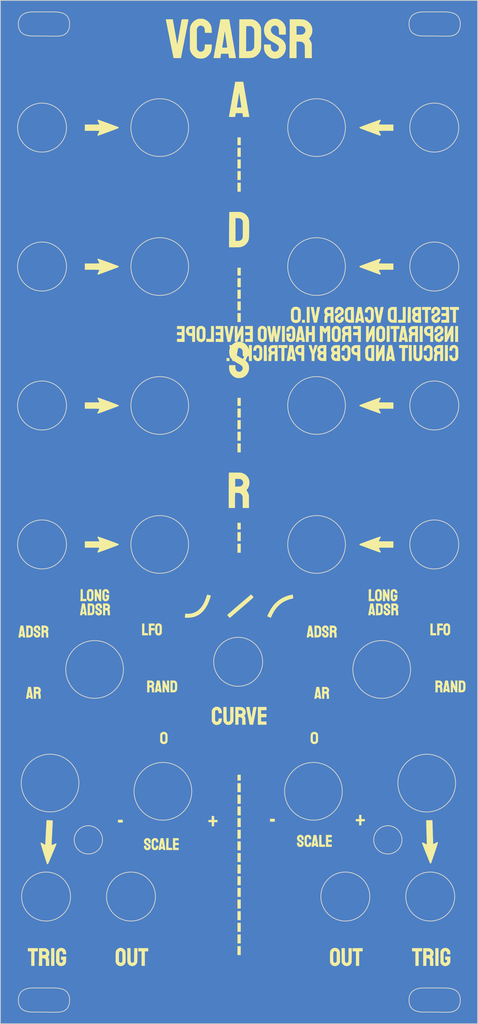
<source format=kicad_pcb>
(kicad_pcb (version 20221018) (generator pcbnew)
  (layers (0 "F.Cu" signal) (31 "B.Cu" signal) (34 "B.Paste" user) (35 "F.Paste" user) (36 "B.SilkS" user "B.Silkscreen") (37 "F.SilkS" user "F.Silkscreen") (38 "B.Mask" user) (39 "F.Mask" user) (44 "Edge.Cuts" user))
  (net 0 "")
  (footprint "LOGO" (layer "F.Cu") (at 32.775 67.7048)
    (fp_text reference "G***" hide)
    (fp_text value "LOGO" hide)
    (fp_poly (pts (xy 30.014334 64.262) (xy -29.993166 64.262) (xy -29.993166 -64.240833) (xy 30.014334 -64.240833) (xy 30.014334 64.262)) (stroke (width 0.01)) (fill solid) (layer "B.Cu"))
  )
  (footprint "LOGO" (layer "F.Cu") (at 32.775 67.7048)
    (fp_text reference "G***" hide)
    (fp_text value "LOGO" hide)
    (fp_poly (pts (xy 0.211667 -41.677167) (xy -0.1905 -41.677167) (xy -0.1905 -42.799) (xy 0.211667 -42.799) (xy 0.211667 -41.677167)) (stroke (width 0.01)) (fill solid) (layer "F.Cu"))
    (fp_poly (pts (xy 0.211667 -40.216667) (xy -0.1905 -40.216667) (xy -0.1905 -41.3385) (xy 0.211667 -41.3385) (xy 0.211667 -40.216667)) (stroke (width 0.01)) (fill solid) (layer "F.Cu"))
    (fp_poly (pts (xy 0.211667 -13.335) (xy -0.1905 -13.335) (xy -0.1905 -14.329833) (xy 0.211667 -14.329833) (xy 0.211667 -13.335)) (stroke (width 0.01)) (fill solid) (layer "F.Cu"))
    (fp_poly (pts (xy 0.211667 -11.8745) (xy -0.1905 -11.8745) (xy -0.1905 -12.996333) (xy 0.211667 -12.996333) (xy 0.211667 -11.8745)) (stroke (width 0.01)) (fill solid) (layer "F.Cu"))
    (fp_poly (pts (xy 0.211667 -10.414) (xy -0.1905 -10.414) (xy -0.1905 -11.535833) (xy 0.211667 -11.535833) (xy 0.211667 -10.414)) (stroke (width 0.01)) (fill solid) (layer "F.Cu"))
    (fp_poly (pts (xy 0.211667 -8.9535) (xy -0.1905 -8.9535) (xy -0.1905 -10.075333) (xy 0.211667 -10.075333) (xy 0.211667 -8.9535)) (stroke (width 0.01)) (fill solid) (layer "F.Cu"))
    (fp_poly (pts (xy 0.211667 -7.493) (xy -0.1905 -7.493) (xy -0.1905 -8.614833) (xy 0.211667 -8.614833) (xy 0.211667 -7.493)) (stroke (width 0.01)) (fill solid) (layer "F.Cu"))
    (fp_poly (pts (xy 0.211667 2.180167) (xy -0.1905 2.180167) (xy -0.1905 1.354667) (xy 0.211667 1.354667) (xy 0.211667 2.180167)) (stroke (width 0.01)) (fill solid) (layer "F.Cu"))
    (fp_poly (pts (xy 0.211667 3.640667) (xy -0.1905 3.640667) (xy -0.1905 2.518833) (xy 0.211667 2.518833) (xy 0.211667 3.640667)) (stroke (width 0.01)) (fill solid) (layer "F.Cu"))
    (fp_poly (pts (xy 0.211667 5.101167) (xy -0.1905 5.101167) (xy -0.1905 3.979333) (xy 0.211667 3.979333) (xy 0.211667 5.101167)) (stroke (width 0.01)) (fill solid) (layer "F.Cu"))
    (fp_poly (pts (xy 0.211667 33.697333) (xy -0.1905 33.697333) (xy -0.1905 32.977667) (xy 0.211667 32.977667) (xy 0.211667 33.697333)) (stroke (width 0.01)) (fill solid) (layer "F.Cu"))
    (fp_poly (pts (xy 0.211667 40.999833) (xy -0.1905 40.999833) (xy -0.1905 39.878) (xy 0.211667 39.878) (xy 0.211667 40.999833)) (stroke (width 0.01)) (fill solid) (layer "F.Cu"))
    (fp_poly (pts (xy 0.211667 42.460333) (xy -0.1905 42.460333) (xy -0.1905 41.3385) (xy 0.211667 41.3385) (xy 0.211667 42.460333)) (stroke (width 0.01)) (fill solid) (layer "F.Cu"))
    (fp_poly (pts (xy 0.211667 43.920833) (xy -0.1905 43.920833) (xy -0.1905 42.799) (xy 0.211667 42.799) (xy 0.211667 43.920833)) (stroke (width 0.01)) (fill solid) (layer "F.Cu"))
    (fp_poly (pts (xy 0.211667 45.381333) (xy -0.1905 45.381333) (xy -0.1905 44.2595) (xy 0.211667 44.2595) (xy 0.211667 45.381333)) (stroke (width 0.01)) (fill solid) (layer "F.Cu"))
    (fp_poly (pts (xy 0.211667 46.841833) (xy -0.1905 46.841833) (xy -0.1905 45.72) (xy 0.211667 45.72) (xy 0.211667 46.841833)) (stroke (width 0.01)) (fill solid) (layer "F.Cu"))
    (fp_poly (pts (xy 0.211667 48.302333) (xy -0.1905 48.302333) (xy -0.1905 47.1805) (xy 0.211667 47.1805) (xy 0.211667 48.302333)) (stroke (width 0.01)) (fill solid) (layer "F.Cu"))
    (fp_poly (pts (xy 0.211667 49.762833) (xy -0.1905 49.762833) (xy -0.1905 48.641) (xy 0.211667 48.641) (xy 0.211667 49.762833)) (stroke (width 0.01)) (fill solid) (layer "F.Cu"))
    (fp_poly (pts (xy -29.807958 -14.105025) (xy -29.733698 -14.056671) (xy -29.63422 -13.991078) (xy -29.514559 -13.911636) (xy -29.379751 -13.821734) (xy -29.234834 -13.724759) (xy -29.084841 -13.624101) (xy -28.934811 -13.523148) (xy -28.789778 -13.425289) (xy -28.654778 -13.333913) (xy -28.534849 -13.252408) (xy -28.435025 -13.184162) (xy -28.360342 -13.132566) (xy -28.315837 -13.101007) (xy -28.315658 -13.100875) (xy -28.262084 -13.0583) (xy -28.225852 -13.023546) (xy -28.215992 -13.007955) (xy -28.232318 -12.975098) (xy -28.282126 -12.919259) (xy -28.364076 -12.84153) (xy -28.476827 -12.743004) (xy -28.619041 -12.624772) (xy -28.789377 -12.487928) (xy -28.986494 -12.333564) (xy -29.209054 -12.162771) (xy -29.455717 -11.976642) (xy -29.725141 -11.776269) (xy -29.744458 -11.762004) (xy -29.993166 -11.57842) (xy -29.993166 -14.22425) (xy -29.807958 -14.105025)) (stroke (width 0.01)) (fill solid) (layer "F.Cu"))
    (fp_poly (pts (xy -27.913098 18.218595) (xy -27.879587 18.250134) (xy -27.8765 18.268143) (xy -27.89349 18.315324) (xy -27.939348 18.376489) (xy -28.006409 18.444236) (xy -28.087007 18.511164) (xy -28.173475 18.569873) (xy -28.210748 18.590849) (xy -28.339078 18.65149) (xy -28.485362 18.709684) (xy -28.642909 18.763789) (xy -28.805024 18.812164) (xy -28.965016 18.853167) (xy -29.116191 18.885156) (xy -29.251858 18.906489) (xy -29.365323 18.915525) (xy -29.449894 18.910622) (xy -29.479875 18.90217) (xy -29.519523 18.874307) (xy -29.522903 18.838684) (xy -29.489089 18.79434) (xy -29.417155 18.74031) (xy -29.306177 18.675633) (xy -29.218554 18.63036) (xy -29.058175 18.554253) (xy -28.884863 18.4789) (xy -28.706709 18.407272) (xy -28.531802 18.34234) (xy -28.368229 18.287075) (xy -28.224082 18.244447) (xy -28.107449 18.217427) (xy -28.083146 18.213401) (xy -27.981688 18.206155) (xy -27.913098 18.218595)) (stroke (width 0.01)) (fill solid) (layer "F.Cu"))
    (fp_poly (pts (xy 30.001974 -38.735997) (xy 30.006399 -38.679468) (xy 30.010046 -38.592556) (xy 30.012698 -38.481233) (xy 30.014137 -38.351474) (xy 30.014334 -38.279917) (xy 30.013661 -38.1431) (xy 30.011778 -38.021724) (xy 30.008882 -37.921747) (xy 30.005172 -37.849129) (xy 30.000848 -37.809829) (xy 29.998459 -37.804536) (xy 29.976472 -37.817927) (xy 29.930751 -37.853105) (xy 29.869264 -37.903799) (xy 29.834417 -37.933596) (xy 29.691918 -38.057482) (xy 29.579007 -38.157273) (xy 29.492749 -38.235965) (xy 29.430204 -38.296559) (xy 29.388436 -38.342053) (xy 29.364507 -38.375446) (xy 29.355479 -38.399737) (xy 29.358416 -38.417924) (xy 29.358959 -38.418981) (xy 29.382783 -38.438855) (xy 29.436769 -38.472918) (xy 29.512952 -38.516962) (xy 29.603368 -38.566777) (xy 29.700052 -38.618155) (xy 29.79504 -38.666886) (xy 29.880367 -38.708761) (xy 29.94807 -38.739572) (xy 29.990183 -38.755108) (xy 29.996988 -38.756167) (xy 30.001974 -38.735997)) (stroke (width 0.01)) (fill solid) (layer "F.Cu"))
    (fp_poly (pts (xy -29.942397 -38.747606) (xy -29.883072 -38.724709) (xy -29.80449 -38.691651) (xy -29.716057 -38.652609) (xy -29.627179 -38.611759) (xy -29.547264 -38.573278) (xy -29.485717 -38.541342) (xy -29.473269 -38.534266) (xy -29.39355 -38.484431) (xy -29.347664 -38.44613) (xy -29.330858 -38.413485) (xy -29.338379 -38.380617) (xy -29.342762 -38.372877) (xy -29.365463 -38.347486) (xy -29.413963 -38.300243) (xy -29.481902 -38.236824) (xy -29.562918 -38.162905) (xy -29.650651 -38.084164) (xy -29.738739 -38.006276) (xy -29.820822 -37.934918) (xy -29.890539 -37.875767) (xy -29.941529 -37.834498) (xy -29.964007 -37.81849) (xy -29.973569 -37.818796) (xy -29.980854 -37.835264) (xy -29.986149 -37.872421) (xy -29.989739 -37.934791) (xy -29.991912 -38.026901) (xy -29.992954 -38.153277) (xy -29.993166 -38.278865) (xy -29.992303 -38.433464) (xy -29.989824 -38.562393) (xy -29.985897 -38.661678) (xy -29.980689 -38.727342) (xy -29.974368 -38.755412) (xy -29.973058 -38.756167) (xy -29.942397 -38.747606)) (stroke (width 0.01)) (fill solid) (layer "F.Cu"))
    (fp_poly (pts (xy 30.009314 12.048938) (xy 30.010578 12.267053) (xy 30.011343 12.513651) (xy 30.011609 12.774881) (xy 30.011376 13.036895) (xy 30.010645 13.285844) (xy 30.009414 13.50788) (xy 30.009314 13.521382) (xy 30.00375 14.261201) (xy 29.5275 13.93391) (xy 29.317135 13.788669) (xy 29.140166 13.66493) (xy 28.994504 13.561105) (xy 28.878063 13.475606) (xy 28.788757 13.406845) (xy 28.724497 13.353234) (xy 28.683198 13.313185) (xy 28.662772 13.285109) (xy 28.659667 13.273553) (xy 28.670971 13.226661) (xy 28.70254 13.151354) (xy 28.750853 13.054235) (xy 28.812394 12.941911) (xy 28.883644 12.820986) (xy 28.961085 12.698067) (xy 28.987527 12.658) (xy 29.04755 12.568985) (xy 29.105931 12.484465) (xy 29.166402 12.399444) (xy 29.232694 12.308924) (xy 29.30854 12.207906) (xy 29.397672 12.091393) (xy 29.503822 11.954388) (xy 29.630721 11.791892) (xy 29.705923 11.695948) (xy 30.00375 11.316312) (xy 30.009314 12.048938)) (stroke (width 0.01)) (fill solid) (layer "F.Cu"))
    (fp_poly (pts (xy -19.61822 -35.806497) (xy -19.555528 -35.752428) (xy -19.496714 -35.674303) (xy -19.465092 -35.615929) (xy -19.446014 -35.563995) (xy -19.420057 -35.476202) (xy -19.388559 -35.358223) (xy -19.352858 -35.215727) (xy -19.314291 -35.054385) (xy -19.274197 -34.879868) (xy -19.233911 -34.697848) (xy -19.194773 -34.513993) (xy -19.15812 -34.333975) (xy -19.136456 -34.222725) (xy -19.107041 -34.058796) (xy -19.081749 -33.898723) (xy -19.061411 -33.749479) (xy -19.046859 -33.618035) (xy -19.038924 -33.511364) (xy -19.038436 -33.436438) (xy -19.040457 -33.417244) (xy -19.073302 -33.33349) (xy -19.134092 -33.272317) (xy -19.21308 -33.237034) (xy -19.300518 -33.230949) (xy -19.386659 -33.257373) (xy -19.428301 -33.285561) (xy -19.493079 -33.362067) (xy -19.554261 -33.478101) (xy -19.611214 -33.630961) (xy -19.663304 -33.817946) (xy -19.709895 -34.036353) (xy -19.750354 -34.283481) (xy -19.784046 -34.556627) (xy -19.810337 -34.853092) (xy -19.816134 -34.937551) (xy -19.825115 -35.127406) (xy -19.827287 -35.305633) (xy -19.822964 -35.466316) (xy -19.812461 -35.603538) (xy -19.796093 -35.711383) (xy -19.774173 -35.783936) (xy -19.770779 -35.790754) (xy -19.731725 -35.829022) (xy -19.678912 -35.833149) (xy -19.61822 -35.806497)) (stroke (width 0.01)) (fill solid) (layer "F.Cu"))
    (fp_poly (pts (xy -28.479732 19.388792) (xy -28.425706 19.398813) (xy -28.405673 19.418427) (xy -28.405666 19.418871) (xy -28.414905 19.448908) (xy -28.442307 19.515946) (xy -28.487408 19.618972) (xy -28.54974 19.756975) (xy -28.628835 19.928942) (xy -28.724227 20.133861) (xy -28.835449 20.370721) (xy -28.962034 20.638508) (xy -29.103515 20.936212) (xy -29.173029 21.082) (xy -29.326422 21.403262) (xy -29.464731 21.692662) (xy -29.587601 21.94946) (xy -29.694675 22.172917) (xy -29.7856 22.362292) (xy -29.860018 22.516845) (xy -29.917575 22.635837) (xy -29.957915 22.718527) (xy -29.980682 22.764176) (xy -29.985831 22.773569) (xy -29.987072 22.754497) (xy -29.988246 22.696512) (xy -29.989336 22.603037) (xy -29.990326 22.477493) (xy -29.991196 22.323302) (xy -29.99193 22.143885) (xy -29.992509 21.942663) (xy -29.992916 21.723058) (xy -29.993134 21.488492) (xy -29.993166 21.354148) (xy -29.993166 19.925907) (xy -29.829125 19.829489) (xy -29.670066 19.737282) (xy -29.538368 19.664085) (xy -29.42598 19.605714) (xy -29.324852 19.557982) (xy -29.229211 19.517614) (xy -29.130736 19.483693) (xy -29.017878 19.453563) (xy -28.897549 19.428053) (xy -28.776659 19.407993) (xy -28.662119 19.39421) (xy -28.56084 19.387534) (xy -28.479732 19.388792)) (stroke (width 0.01)) (fill solid) (layer "F.Cu"))
    (fp_poly (pts (xy 28.058226 18.414005) (xy 28.144463 18.457998) (xy 28.25973 18.526587) (xy 28.404561 18.620125) (xy 28.579489 18.738963) (xy 28.785048 18.883455) (xy 29.021771 19.053951) (xy 29.290193 19.250804) (xy 29.511027 19.414756) (xy 30.014334 19.790095) (xy 30.014334 21.303881) (xy 30.014242 21.552818) (xy 30.013977 21.788998) (xy 30.013553 22.009068) (xy 30.012986 22.209678) (xy 30.012291 22.387477) (xy 30.011481 22.539114) (xy 30.010573 22.661237) (xy 30.00958 22.750497) (xy 30.008519 22.803543) (xy 30.007601 22.817667) (xy 29.997549 22.799098) (xy 29.970923 22.745596) (xy 29.929316 22.660462) (xy 29.87432 22.547) (xy 29.807528 22.408511) (xy 29.730534 22.248299) (xy 29.644929 22.069666) (xy 29.552307 21.875916) (xy 29.454262 21.67035) (xy 29.453797 21.669375) (xy 29.244214 21.228953) (xy 29.052704 20.825399) (xy 28.87874 20.457555) (xy 28.721795 20.124258) (xy 28.581344 19.824349) (xy 28.456861 19.556667) (xy 28.347819 19.320053) (xy 28.253692 19.113345) (xy 28.173955 18.935383) (xy 28.10808 18.785008) (xy 28.055543 18.661058) (xy 28.015817 18.562373) (xy 27.988375 18.487793) (xy 27.972691 18.436157) (xy 27.968241 18.406306) (xy 27.97071 18.398401) (xy 28.000487 18.394257) (xy 28.058226 18.414005)) (stroke (width 0.01)) (fill solid) (layer "F.Cu"))
    (fp_poly (pts (xy 30.009119 -58.224863) (xy 30.009805 -57.812284) (xy 30.010364 -57.364791) (xy 30.010797 -56.889523) (xy 30.011102 -56.393617) (xy 30.011281 -55.884212) (xy 30.011333 -55.368445) (xy 30.011259 -54.853455) (xy 30.011057 -54.346379) (xy 30.010729 -53.854355) (xy 30.010274 -53.384521) (xy 30.009692 -52.944015) (xy 30.009119 -52.608921) (xy 30.00375 -49.806919) (xy 29.569834 -50.146765) (xy 29.339425 -50.32679) (xy 29.087007 -50.523239) (xy 28.819354 -50.730887) (xy 28.54324 -50.944507) (xy 28.265438 -51.158874) (xy 27.992723 -51.368761) (xy 27.731868 -51.568943) (xy 27.489648 -51.754194) (xy 27.272836 -51.919286) (xy 27.2415 -51.943069) (xy 27.01144 -52.118477) (xy 26.795293 -52.285038) (xy 26.595736 -52.440611) (xy 26.415444 -52.583055) (xy 26.257093 -52.710231) (xy 26.123358 -52.819998) (xy 26.016916 -52.910215) (xy 25.940441 -52.978741) (xy 25.911709 -53.006838) (xy 25.820168 -53.101412) (xy 25.970383 -53.40127) (xy 26.05136 -53.561668) (xy 26.148564 -53.751946) (xy 26.262237 -53.972565) (xy 26.392625 -54.223987) (xy 26.539969 -54.506673) (xy 26.704514 -54.821085) (xy 26.886503 -55.167683) (xy 27.086179 -55.54693) (xy 27.303787 -55.959286) (xy 27.539568 -56.405212) (xy 27.793768 -56.885171) (xy 28.066628 -57.399623) (xy 28.358393 -57.94903) (xy 28.669307 -58.533854) (xy 28.999611 -59.154554) (xy 29.349551 -59.811594) (xy 29.709067 -60.48611) (xy 30.00375 -61.038803) (xy 30.009119 -58.224863)) (stroke (width 0.01)) (fill solid) (layer "F.Cu"))
    (fp_poly (pts (xy -29.779071 -60.67425) (xy -29.52051 -60.1867) (xy -29.264577 -59.703118) (xy -29.012032 -59.224976) (xy -28.763637 -58.753747) (xy -28.520152 -58.290904) (xy -28.28234 -57.837919) (xy -28.050961 -57.396265) (xy -27.826777 -56.967415) (xy -27.610548 -56.55284) (xy -27.403037 -56.154015) (xy -27.205004 -55.772411) (xy -27.017211 -55.4095) (xy -26.840418 -55.066757) (xy -26.675388 -54.745652) (xy -26.52288 -54.44766) (xy -26.383657 -54.174252) (xy -26.25848 -53.926901) (xy -26.14811 -53.70708) (xy -26.053308 -53.516262) (xy -25.974836 -53.355918) (xy -25.913454 -53.227522) (xy -25.869924 -53.132546) (xy -25.845008 -53.072463) (xy -25.839083 -53.052273) (xy -25.843719 -53.041096) (xy -25.860388 -53.021387) (xy -25.890668 -52.991885) (xy -25.936133 -52.951328) (xy -25.998362 -52.898456) (xy -26.07893 -52.832008) (xy -26.179414 -52.750722) (xy -26.301392 -52.653338) (xy -26.446439 -52.538594) (xy -26.616132 -52.405229) (xy -26.812048 -52.251982) (xy -27.035763 -52.077592) (xy -27.288854 -51.880799) (xy -27.572898 -51.66034) (xy -27.78125 -51.498811) (xy -28.036549 -51.30094) (xy -28.284337 -51.108856) (xy -28.522345 -50.924318) (xy -28.748304 -50.749088) (xy -28.959946 -50.584925) (xy -29.155001 -50.433592) (xy -29.331201 -50.296848) (xy -29.486276 -50.176453) (xy -29.617959 -50.074169) (xy -29.723981 -49.991757) (xy -29.802072 -49.930976) (xy -29.849963 -49.893587) (xy -29.860875 -49.885007) (xy -29.993166 -49.780355) (xy -29.992869 -55.428386) (xy -29.992571 -61.076417) (xy -29.779071 -60.67425)) (stroke (width 0.01)) (fill solid) (layer "F.Cu"))
    (fp_poly (pts (xy 30.014334 -25.28036) (xy 29.649209 -24.963723) (xy 29.463816 -24.803154) (xy 29.275581 -24.640503) (xy 29.087449 -24.478291) (xy 28.90237 -24.319037) (xy 28.723289 -24.165261) (xy 28.553154 -24.019482) (xy 28.394913 -23.884222) (xy 28.251513 -23.762) (xy 28.125902 -23.655335) (xy 28.021026 -23.566748) (xy 27.939834 -23.498758) (xy 27.885272 -23.453886) (xy 27.862428 -23.436079) (xy 27.759184 -23.388509) (xy 27.640182 -23.377929) (xy 27.510974 -23.404752) (xy 27.498861 -23.409079) (xy 27.406559 -23.451373) (xy 27.292262 -23.516873) (xy 27.160141 -23.602122) (xy 27.014371 -23.703669) (xy 26.859123 -23.818059) (xy 26.698571 -23.941838) (xy 26.536888 -24.071552) (xy 26.378247 -24.203747) (xy 26.226821 -24.334971) (xy 26.086782 -24.461768) (xy 25.962304 -24.580686) (xy 25.85756 -24.688269) (xy 25.776723 -24.781065) (xy 25.723965 -24.85562) (xy 25.70683 -24.892275) (xy 25.707775 -24.946814) (xy 25.723997 -24.982995) (xy 25.752298 -25.018163) (xy 25.808415 -25.081277) (xy 25.890325 -25.170254) (xy 25.996001 -25.283013) (xy 26.123421 -25.41747) (xy 26.27056 -25.571545) (xy 26.435393 -25.743155) (xy 26.615896 -25.930218) (xy 26.810045 -26.130652) (xy 27.015815 -26.342374) (xy 27.231182 -26.563303) (xy 27.454121 -26.791358) (xy 27.682609 -27.024454) (xy 27.91462 -27.260512) (xy 28.148131 -27.497447) (xy 28.381117 -27.73318) (xy 28.611554 -27.965626) (xy 28.837417 -28.192705) (xy 29.056681 -28.412335) (xy 29.113474 -28.469073) (xy 30.014334 -29.368563) (xy 30.014334 -25.28036)) (stroke (width 0.01)) (fill solid) (layer "F.Cu"))
    (fp_poly (pts (xy -29.165739 -28.543148) (xy -28.885857 -28.263496) (xy -28.606979 -27.983967) (xy -28.330771 -27.706271) (xy -28.058895 -27.432117) (xy -27.793017 -27.163217) (xy -27.5348 -26.901278) (xy -27.285908 -26.648012) (xy -27.048006 -26.405128) (xy -26.822757 -26.174336) (xy -26.611826 -25.957345) (xy -26.416877 -25.755865) (xy -26.239573 -25.571606) (xy -26.08158 -25.406278) (xy -25.94456 -25.261591) (xy -25.830178 -25.139254) (xy -25.740098 -25.040977) (xy -25.675984 -24.96847) (xy -25.639501 -24.923442) (xy -25.632912 -24.913314) (xy -25.625645 -24.889976) (xy -25.632754 -24.863607) (xy -25.65884 -24.827238) (xy -25.708506 -24.7739) (xy -25.75684 -24.725618) (xy -25.823054 -24.662971) (xy -25.913101 -24.581508) (xy -26.018 -24.489163) (xy -26.128772 -24.393867) (xy -26.207477 -24.327584) (xy -26.281133 -24.266833) (xy -26.37528 -24.190173) (xy -26.485862 -24.100824) (xy -26.608825 -24.002002) (xy -26.740113 -23.896927) (xy -26.875669 -23.788815) (xy -27.011437 -23.680886) (xy -27.143363 -23.576356) (xy -27.267389 -23.478444) (xy -27.379461 -23.390368) (xy -27.475523 -23.315345) (xy -27.551518 -23.256594) (xy -27.603392 -23.217333) (xy -27.627087 -23.200779) (xy -27.628062 -23.200464) (xy -27.644412 -23.21433) (xy -27.690139 -23.253883) (xy -27.762749 -23.31695) (xy -27.859747 -23.401358) (xy -27.978638 -23.504931) (xy -28.116929 -23.625496) (xy -28.272124 -23.760879) (xy -28.44173 -23.908905) (xy -28.623251 -24.067401) (xy -28.81207 -24.232339) (xy -29.991057 -25.262417) (xy -29.992112 -27.315482) (xy -29.993166 -29.368547) (xy -29.165739 -28.543148)) (stroke (width 0.01)) (fill solid) (layer "F.Cu"))
    (fp_poly (pts (xy -29.829125 -24.134197) (xy -29.735702 -24.047357) (xy -29.626844 -23.942401) (xy -29.507768 -23.824716) (xy -29.383694 -23.69969) (xy -29.259838 -23.57271) (xy -29.141419 -23.449161) (xy -29.033656 -23.334433) (xy -28.941766 -23.23391) (xy -28.870968 -23.152981) (xy -28.832748 -23.105598) (xy -28.73121 -22.959008) (xy -28.66191 -22.831576) (xy -28.622462 -22.718103) (xy -28.61048 -22.620941) (xy -28.613269 -22.557433) (xy -28.624898 -22.498145) (xy -28.648486 -22.439084) (xy -28.687156 -22.376257) (xy -28.744026 -22.305673) (xy -28.822218 -22.22334) (xy -28.924853 -22.125266) (xy -29.05505 -22.007457) (xy -29.167666 -21.908126) (xy -29.317655 -21.772471) (xy -29.434963 -21.654935) (xy -29.522171 -21.55021) (xy -29.581859 -21.452986) (xy -29.616608 -21.357958) (xy -29.628998 -21.259815) (xy -29.62161 -21.153251) (xy -29.597023 -21.032958) (xy -29.59569 -21.027675) (xy -29.575952 -20.959188) (xy -29.543972 -20.859212) (xy -29.502501 -20.735846) (xy -29.45429 -20.597193) (xy -29.402088 -20.451352) (xy -29.373377 -20.372917) (xy -29.270274 -20.090022) (xy -29.183784 -19.845023) (xy -29.113948 -19.638055) (xy -29.060806 -19.469248) (xy -29.024397 -19.338738) (xy -29.004762 -19.246657) (xy -29.00194 -19.193139) (xy -29.014208 -19.178073) (xy -29.038291 -19.189785) (xy -29.086959 -19.219651) (xy -29.150166 -19.261474) (xy -29.157083 -19.266201) (xy -29.214434 -19.30599) (xy -29.298413 -19.364878) (xy -29.401202 -19.437354) (xy -29.514986 -19.517907) (xy -29.631948 -19.601023) (xy -29.638625 -19.605778) (xy -29.993166 -19.858299) (xy -29.993166 -24.282652) (xy -29.829125 -24.134197)) (stroke (width 0.01)) (fill solid) (layer "F.Cu"))
    (fp_poly (pts (xy 30.014334 -62.460291) (xy 29.524679 -61.524937) (xy 27.825324 -58.310848) (xy 27.521383 -57.742667) (xy 27.284873 -57.299952) (xy 27.069274 -56.893514) (xy 26.874379 -56.52294) (xy 26.699981 -56.187819) (xy 26.545873 -55.887738) (xy 26.411848 -55.622284) (xy 26.2977 -55.391044) (xy 26.20322 -55.193607) (xy 26.128203 -55.02956) (xy 26.072441 -54.898489) (xy 26.035727 -54.799984) (xy 26.022705 -54.756142) (xy 25.976316 -54.630536) (xy 25.910447 -54.54048) (xy 25.826661 -54.487247) (xy 25.726522 -54.472113) (xy 25.68088 -54.477257) (xy 25.620894 -54.508864) (xy 25.570432 -54.577008) (xy 25.533198 -54.676293) (xy 25.527358 -54.700817) (xy 25.511251 -54.785464) (xy 25.491175 -54.908397) (xy 25.467642 -55.065807) (xy 25.441164 -55.253887) (xy 25.412254 -55.468827) (xy 25.381425 -55.706818) (xy 25.349188 -55.964052) (xy 25.316058 -56.236719) (xy 25.283243 -56.515) (xy 25.224044 -57.022395) (xy 25.165807 -57.51694) (xy 25.107675 -58.005711) (xy 25.04879 -58.495784) (xy 24.988294 -58.994237) (xy 24.925329 -59.508144) (xy 24.859037 -60.044584) (xy 24.788561 -60.610632) (xy 24.732894 -61.05525) (xy 24.688714 -61.408736) (xy 24.646059 -61.752683) (xy 24.605231 -62.084526) (xy 24.566533 -62.401699) (xy 24.530266 -62.701635) (xy 24.496733 -62.981769) (xy 24.466236 -63.239535) (xy 24.439078 -63.472368) (xy 24.415561 -63.6777) (xy 24.395986 -63.852966) (xy 24.380658 -63.9956) (xy 24.369876 -64.103037) (xy 24.363945 -64.17271) (xy 24.362834 -64.1965) (xy 24.362834 -64.240833) (xy 30.014334 -64.240833) (xy 30.014334 -62.460291)) (stroke (width 0.01)) (fill solid) (layer "F.Cu"))
    (fp_poly (pts (xy -29.960214 27.757855) (xy -29.905257 27.781279) (xy -29.822762 27.81731) (xy -29.718224 27.863485) (xy -29.597141 27.917343) (xy -29.465009 27.976421) (xy -29.327326 28.038256) (xy -29.189587 28.100388) (xy -29.05729 28.160353) (xy -28.935932 28.215689) (xy -28.83101 28.263935) (xy -28.762856 28.295651) (xy -28.673231 28.338965) (xy -28.598099 28.377671) (xy -28.545639 28.407393) (xy -28.524301 28.423245) (xy -28.523668 28.457251) (xy -28.541451 28.527585) (xy -28.577709 28.634388) (xy -28.632503 28.777802) (xy -28.705893 28.957966) (xy -28.797938 29.175021) (xy -28.908701 29.429109) (xy -29.038239 29.720371) (xy -29.186615 30.048948) (xy -29.353887 30.41498) (xy -29.540117 30.818608) (xy -29.638392 31.030333) (xy -29.714568 31.193964) (xy -29.785178 31.345268) (xy -29.84823 31.480009) (xy -29.901735 31.59395) (xy -29.943704 31.682857) (xy -29.972146 31.742493) (xy -29.985073 31.768622) (xy -29.985561 31.769403) (xy -29.986648 31.750001) (xy -29.987688 31.691153) (xy -29.988672 31.595748) (xy -29.989587 31.466674) (xy -29.990422 31.306818) (xy -29.991168 31.119068) (xy -29.991812 30.906313) (xy -29.992344 30.67144) (xy -29.992753 30.417338) (xy -29.993027 30.146894) (xy -29.993157 29.862995) (xy -29.993166 29.763861) (xy -29.993053 29.475816) (xy -29.992724 29.200084) (xy -29.992195 28.939569) (xy -29.991481 28.697176) (xy -29.9906 28.47581) (xy -29.989566 28.278376) (xy -29.988396 28.107779) (xy -29.987105 27.966922) (xy -29.985709 27.858713) (xy -29.984225 27.786055) (xy -29.982668 27.751853) (xy -29.982134 27.7495) (xy -29.960214 27.757855)) (stroke (width 0.01)) (fill solid) (layer "F.Cu"))
    (fp_poly (pts (xy 30.014334 -19.876447) (xy 29.797375 -19.73136) (xy 29.662737 -19.642074) (xy 29.557559 -19.574702) (xy 29.47665 -19.526835) (xy 29.41482 -19.496067) (xy 29.36688 -19.479989) (xy 29.327638 -19.476193) (xy 29.291906 -19.482273) (xy 29.2735 -19.48835) (xy 29.206311 -19.532112) (xy 29.171282 -19.598079) (xy 29.167667 -19.630701) (xy 29.174856 -19.672254) (xy 29.195506 -19.749284) (xy 29.228241 -19.857624) (xy 29.271685 -19.993102) (xy 29.32446 -20.151549) (xy 29.385192 -20.328796) (xy 29.452503 -20.520672) (xy 29.525017 -20.723008) (xy 29.559365 -20.817417) (xy 29.617237 -20.990598) (xy 29.652398 -21.134114) (xy 29.665428 -21.253648) (xy 29.656907 -21.354884) (xy 29.627416 -21.443507) (xy 29.623993 -21.450576) (xy 29.581651 -21.516612) (xy 29.510126 -21.602061) (xy 29.408227 -21.708143) (xy 29.274763 -21.836074) (xy 29.108544 -21.987072) (xy 29.041503 -22.046394) (xy 28.915602 -22.159273) (xy 28.819263 -22.251589) (xy 28.748509 -22.328609) (xy 28.699365 -22.395601) (xy 28.667854 -22.457834) (xy 28.649999 -22.520576) (xy 28.642888 -22.574544) (xy 28.640172 -22.640819) (xy 28.647216 -22.696696) (xy 28.667753 -22.75751) (xy 28.705516 -22.838595) (xy 28.708769 -22.845161) (xy 28.756445 -22.930018) (xy 28.821299 -23.030705) (xy 28.892694 -23.131136) (xy 28.928434 -23.17737) (xy 28.985666 -23.244439) (xy 29.067771 -23.334692) (xy 29.168895 -23.442196) (xy 29.283182 -23.561016) (xy 29.404779 -23.685218) (xy 29.527832 -23.808868) (xy 29.646485 -23.926032) (xy 29.754884 -24.030775) (xy 29.847174 -24.117164) (xy 29.913792 -24.176148) (xy 30.014334 -24.260942) (xy 30.014334 -19.876447)) (stroke (width 0.01)) (fill solid) (layer "F.Cu"))
    (fp_poly (pts (xy 27.996761 14.192739) (xy 28.076587 14.215243) (xy 28.186551 14.259693) (xy 28.328053 14.32668) (xy 28.502496 14.416794) (xy 28.582046 14.459575) (xy 28.704551 14.526736) (xy 28.841943 14.603178) (xy 28.989508 14.686177) (xy 29.142533 14.773004) (xy 29.296304 14.860935) (xy 29.446107 14.947242) (xy 29.587228 15.0292) (xy 29.714954 15.104082) (xy 29.82457 15.169162) (xy 29.911363 15.221713) (xy 29.97062 15.25901) (xy 29.997564 15.278264) (xy 30.000102 15.301558) (xy 30.002398 15.364037) (xy 30.004431 15.462555) (xy 30.006181 15.593963) (xy 30.007627 15.755115) (xy 30.008749 15.942864) (xy 30.009526 16.154061) (xy 30.009938 16.385561) (xy 30.009964 16.634214) (xy 30.009584 16.896875) (xy 30.009164 17.055873) (xy 30.00375 18.816469) (xy 29.580417 18.495861) (xy 29.233879 18.231942) (xy 28.920382 17.990014) (xy 28.637874 17.768395) (xy 28.384303 17.565401) (xy 28.157617 17.379349) (xy 27.955763 17.208554) (xy 27.77669 17.051334) (xy 27.618344 16.906005) (xy 27.48292 16.77511) (xy 27.315109 16.602325) (xy 27.179695 16.448804) (xy 27.07403 16.310062) (xy 26.995467 16.181615) (xy 26.941358 16.058977) (xy 26.909057 15.937665) (xy 26.895914 15.813193) (xy 26.895309 15.77975) (xy 26.901863 15.664656) (xy 26.924166 15.554546) (xy 26.965505 15.440108) (xy 27.029166 15.312033) (xy 27.107575 15.178528) (xy 27.198394 15.038144) (xy 27.29882 14.894578) (xy 27.404867 14.752523) (xy 27.512548 14.616673) (xy 27.617877 14.491721) (xy 27.71687 14.382361) (xy 27.805541 14.293287) (xy 27.879903 14.229192) (xy 27.93597 14.194771) (xy 27.94567 14.191592) (xy 27.996761 14.192739)) (stroke (width 0.01)) (fill solid) (layer "F.Cu"))
    (fp_poly (pts (xy 30.007799 27.756667) (xy 30.008705 27.817904) (xy 30.009455 27.915651) (xy 30.010045 28.047) (xy 30.010472 28.209037) (xy 30.010733 28.398852) (xy 30.010824 28.613535) (xy 30.010742 28.850173) (xy 30.010483 29.105857) (xy 30.010044 29.377675) (xy 30.009422 29.662716) (xy 30.009149 29.769227) (xy 30.008094 30.122362) (xy 30.006904 30.435003) (xy 30.005552 30.708989) (xy 30.004008 30.946161) (xy 30.002246 31.148356) (xy 30.000237 31.317414) (xy 29.997953 31.455175) (xy 29.995367 31.563479) (xy 29.992451 31.644163) (xy 29.989176 31.699068) (xy 29.985516 31.730033) (xy 29.981441 31.738897) (xy 29.979336 31.735856) (xy 29.964731 31.702681) (xy 29.934523 31.636134) (xy 29.891011 31.541206) (xy 29.836494 31.42289) (xy 29.77327 31.286175) (xy 29.703636 31.136054) (xy 29.654482 31.030333) (xy 29.49436 30.684469) (xy 29.344154 30.356422) (xy 29.204635 30.04801) (xy 29.076578 29.761053) (xy 28.960757 29.497369) (xy 28.857945 29.258776) (xy 28.768916 29.047094) (xy 28.694443 28.864141) (xy 28.635301 28.711736) (xy 28.592261 28.591697) (xy 28.566099 28.505843) (xy 28.557588 28.455994) (xy 28.557826 28.45218) (xy 28.564909 28.426155) (xy 28.583786 28.401475) (xy 28.620656 28.37372) (xy 28.68172 28.338472) (xy 28.773176 28.291314) (xy 28.807834 28.274001) (xy 28.899695 28.22919) (xy 29.011141 28.176229) (xy 29.136729 28.117566) (xy 29.271016 28.05565) (xy 29.408557 27.992928) (xy 29.543909 27.931848) (xy 29.671629 27.874858) (xy 29.786273 27.824406) (xy 29.882397 27.782941) (xy 29.954558 27.752909) (xy 29.997312 27.73676) (xy 30.006741 27.734852) (xy 30.007799 27.756667)) (stroke (width 0.01)) (fill solid) (layer "F.Cu"))
    (fp_poly (pts (xy 27.755399 28.82937) (xy 27.763816 28.831774) (xy 27.773422 28.838151) (xy 27.785219 28.85044) (xy 27.800211 28.870582) (xy 27.819403 28.900514) (xy 27.843799 28.942177) (xy 27.874402 28.997511) (xy 27.912215 29.068454) (xy 27.958244 29.156946) (xy 28.013492 29.264926) (xy 28.078962 29.394334) (xy 28.155659 29.54711) (xy 28.244587 29.725192) (xy 28.346748 29.93052) (xy 28.463148 30.165034) (xy 28.59479 30.430672) (xy 28.742678 30.729375) (xy 28.907816 31.063082) (xy 29.000093 31.249581) (xy 30.014469 33.299745) (xy 30.00911 36.503979) (xy 30.00375 39.708213) (xy 29.423278 38.475481) (xy 29.079554 37.745281) (xy 28.753808 37.052763) (xy 28.445794 36.397399) (xy 28.155268 35.77866) (xy 27.881986 35.196019) (xy 27.625704 34.648946) (xy 27.386176 34.136913) (xy 27.163159 33.659391) (xy 26.956408 33.215852) (xy 26.765679 32.805768) (xy 26.590727 32.428609) (xy 26.431307 32.083848) (xy 26.287176 31.770956) (xy 26.158089 31.489404) (xy 26.043801 31.238664) (xy 25.944068 31.018207) (xy 25.858645 30.827505) (xy 25.787289 30.666029) (xy 25.729754 30.533251) (xy 25.685796 30.428642) (xy 25.655171 30.351674) (xy 25.637634 30.301818) (xy 25.632834 30.280094) (xy 25.650263 30.245001) (xy 25.699993 30.190499) (xy 25.778181 30.119223) (xy 25.880988 30.033809) (xy 26.004571 29.936893) (xy 26.145092 29.831111) (xy 26.298709 29.719099) (xy 26.461582 29.603493) (xy 26.62987 29.486928) (xy 26.799731 29.372041) (xy 26.967327 29.261467) (xy 27.128815 29.157843) (xy 27.280356 29.063804) (xy 27.418109 28.981986) (xy 27.538232 28.915024) (xy 27.636886 28.865556) (xy 27.71023 28.836216) (xy 27.747165 28.829) (xy 27.755399 28.82937)) (stroke (width 0.01)) (fill solid) (layer "F.Cu"))
    (fp_poly (pts (xy -29.966708 -18.717328) (xy -29.767896 -18.562068) (xy -29.565753 -18.39993) (xy -29.365311 -18.235223) (xy -29.171599 -18.072252) (xy -28.989647 -17.915323) (xy -28.824485 -17.768745) (xy -28.681144 -17.636823) (xy -28.564653 -17.523865) (xy -28.523749 -17.481859) (xy -28.436354 -17.388237) (xy -28.361229 -17.302465) (xy -28.295684 -17.219414) (xy -28.237027 -17.13396) (xy -28.182571 -17.040975) (xy -28.129624 -16.935333) (xy -28.075498 -16.811908) (xy -28.017502 -16.665573) (xy -27.952946 -16.491201) (xy -27.87914 -16.283668) (xy -27.847222 -16.1925) (xy -27.802694 -16.066135) (xy -27.74701 -15.909961) (xy -27.683733 -15.733864) (xy -27.616426 -15.547726) (xy -27.548651 -15.361432) (xy -27.485627 -15.189368) (xy -27.426382 -15.027061) (xy -27.36929 -14.868417) (xy -27.316764 -14.720312) (xy -27.27122 -14.589625) (xy -27.235071 -14.483233) (xy -27.210732 -14.408014) (xy -27.206991 -14.395618) (xy -27.174788 -14.266316) (xy -27.152178 -14.134021) (xy -27.140014 -14.008761) (xy -27.139149 -13.900565) (xy -27.150435 -13.819462) (xy -27.156472 -13.801539) (xy -27.178522 -13.763948) (xy -27.21014 -13.742806) (xy -27.256102 -13.738981) (xy -27.321185 -13.753336) (xy -27.410166 -13.786737) (xy -27.52782 -13.84005) (xy -27.622127 -13.885885) (xy -27.748316 -13.949266) (xy -27.878329 -14.016786) (xy -28.016094 -14.090667) (xy -28.165535 -14.173132) (xy -28.330579 -14.266404) (xy -28.515151 -14.372707) (xy -28.723177 -14.494264) (xy -28.958584 -14.633296) (xy -29.225297 -14.792028) (xy -29.278626 -14.823875) (xy -29.992836 -15.250583) (xy -29.993001 -16.994134) (xy -29.992918 -17.316585) (xy -29.992579 -17.59897) (xy -29.99195 -17.843555) (xy -29.990998 -18.052606) (xy -29.989686 -18.22839) (xy -29.987981 -18.373174) (xy -29.985847 -18.489224) (xy -29.983251 -18.578806) (xy -29.980158 -18.644186) (xy -29.976533 -18.687631) (xy -29.972341 -18.711408) (xy -29.967549 -18.717783) (xy -29.966708 -18.717328)) (stroke (width 0.01)) (fill solid) (layer "F.Cu"))
    (fp_poly (pts (xy -24.351024 -64.172042) (xy -24.356405 -64.131933) (xy -24.365414 -64.056541) (xy -24.377279 -63.952684) (xy -24.391229 -63.827184) (xy -24.406492 -63.68686) (xy -24.416292 -63.59525) (xy -24.444326 -63.336258) (xy -24.476181 -63.050503) (xy -24.511527 -62.740547) (xy -24.550037 -62.408954) (xy -24.59138 -62.058285) (xy -24.635229 -61.691103) (xy -24.681254 -61.309971) (xy -24.729128 -60.917452) (xy -24.77852 -60.516108) (xy -24.829103 -60.108502) (xy -24.880547 -59.697197) (xy -24.932524 -59.284755) (xy -24.984705 -58.873739) (xy -25.036761 -58.466711) (xy -25.088363 -58.066235) (xy -25.139183 -57.674872) (xy -25.188892 -57.295186) (xy -25.237161 -56.929739) (xy -25.283662 -56.581094) (xy -25.328064 -56.251813) (xy -25.370041 -55.94446) (xy -25.409262 -55.661596) (xy -25.4454 -55.405785) (xy -25.478125 -55.179588) (xy -25.507109 -54.98557) (xy -25.532023 -54.826292) (xy -25.552537 -54.704316) (xy -25.566229 -54.632083) (xy -25.58415 -54.575966) (xy -25.609627 -54.553347) (xy -25.645425 -54.565287) (xy -25.694309 -54.612844) (xy -25.759046 -54.69708) (xy -25.767711 -54.709278) (xy -25.840338 -54.816843) (xy -25.930521 -54.95822) (xy -26.036133 -55.129744) (xy -26.155048 -55.327748) (xy -26.285139 -55.548565) (xy -26.424282 -55.788528) (xy -26.570349 -56.043969) (xy -26.721214 -56.311223) (xy -26.874752 -56.586623) (xy -27.028836 -56.866501) (xy -27.181341 -57.14719) (xy -27.182857 -57.15) (xy -27.233434 -57.244088) (xy -27.302115 -57.372379) (xy -27.387197 -57.531663) (xy -27.486973 -57.718731) (xy -27.599739 -57.930374) (xy -27.723789 -58.163382) (xy -27.857418 -58.414545) (xy -27.998921 -58.680655) (xy -28.146593 -58.958502) (xy -28.298729 -59.244876) (xy -28.453623 -59.536569) (xy -28.60957 -59.830371) (xy -28.764865 -60.123072) (xy -28.917803 -60.411463) (xy -29.066679 -60.692335) (xy -29.209786 -60.962478) (xy -29.345421 -61.218683) (xy -29.471878 -61.45774) (xy -29.519891 -61.548566) (xy -29.993166 -62.444049) (xy -29.993166 -64.240833) (xy -24.339748 -64.240833) (xy -24.351024 -64.172042)) (stroke (width 0.01)) (fill solid) (layer "F.Cu"))
    (fp_poly (pts (xy -5.727574 47.371867) (xy -5.69635 47.38119) (xy -5.576003 47.427244) (xy -5.429324 47.496833) (xy -5.262312 47.586163) (xy -5.080966 47.691442) (xy -4.891284 47.808873) (xy -4.699265 47.934664) (xy -4.510906 48.06502) (xy -4.332208 48.196148) (xy -4.169167 48.324253) (xy -4.062299 48.41472) (xy -3.903924 48.561984) (xy -3.77762 48.698307) (xy -3.677306 48.831086) (xy -3.596897 48.967721) (xy -3.580403 49.000833) (xy -3.540693 49.087959) (xy -3.517692 49.156236) (xy -3.507133 49.223588) (xy -3.504747 49.307937) (xy -3.504796 49.318333) (xy -3.515826 49.451437) (xy -3.550364 49.567741) (xy -3.613388 49.678957) (xy -3.706769 49.793401) (xy -3.747004 49.831397) (xy -3.814856 49.887356) (xy -3.911113 49.961846) (xy -4.036569 50.055436) (xy -4.192011 50.168693) (xy -4.378232 50.302185) (xy -4.596022 50.456481) (xy -4.846171 50.632149) (xy -5.129469 50.829756) (xy -5.446708 51.04987) (xy -5.672666 51.206097) (xy -5.980992 51.417802) (xy -6.257094 51.604844) (xy -6.50075 51.767079) (xy -6.711739 51.904366) (xy -6.889839 52.016561) (xy -7.034829 52.103521) (xy -7.146487 52.165104) (xy -7.202954 52.192277) (xy -7.272302 52.213387) (xy -7.332766 52.215921) (xy -7.37181 52.200007) (xy -7.377942 52.190509) (xy -7.373391 52.166571) (xy -7.357084 52.105205) (xy -7.329911 52.009381) (xy -7.292764 51.882072) (xy -7.246532 51.726248) (xy -7.192107 51.544882) (xy -7.130378 51.340944) (xy -7.062238 51.117407) (xy -6.988577 50.877242) (xy -6.910285 50.623419) (xy -6.846555 50.417801) (xy -6.72191 50.01594) (xy -6.604495 49.636288) (xy -6.494831 49.280563) (xy -6.393442 48.950481) (xy -6.300847 48.64776) (xy -6.21757 48.374119) (xy -6.144133 48.131275) (xy -6.081056 47.920945) (xy -6.028862 47.744847) (xy -5.988073 47.604699) (xy -5.959211 47.502219) (xy -5.948258 47.461171) (xy -5.92215 47.396713) (xy -5.880798 47.361654) (xy -5.818005 47.354028) (xy -5.727574 47.371867)) (stroke (width 0.01)) (fill solid) (layer "F.Cu"))
    (fp_poly (pts (xy -7.323549 -52.277272) (xy -7.249449 -52.253431) (xy -7.151974 -52.208283) (xy -7.034738 -52.143034) (xy -7.018197 -52.133116) (xy -6.861046 -52.034854) (xy -6.683732 -51.918194) (xy -6.489328 -51.785527) (xy -6.280906 -51.639247) (xy -6.061539 -51.481744) (xy -5.834299 -51.315411) (xy -5.602259 -51.14264) (xy -5.368491 -50.965824) (xy -5.136067 -50.787355) (xy -4.90806 -50.609624) (xy -4.687542 -50.435023) (xy -4.477586 -50.265946) (xy -4.281265 -50.104784) (xy -4.101649 -49.95393) (xy -3.941813 -49.815774) (xy -3.804828 -49.692711) (xy -3.693767 -49.587131) (xy -3.611702 -49.501427) (xy -3.567175 -49.446188) (xy -3.529237 -49.381318) (xy -3.517755 -49.328259) (xy -3.521223 -49.296428) (xy -3.555201 -49.20831) (xy -3.624919 -49.106435) (xy -3.730888 -48.990344) (xy -3.873621 -48.859574) (xy -4.053629 -48.713666) (xy -4.271423 -48.552157) (xy -4.527515 -48.374587) (xy -4.593166 -48.330573) (xy -4.6864 -48.269119) (xy -4.796977 -48.197347) (xy -4.919611 -48.118576) (xy -5.049015 -48.036129) (xy -5.179902 -47.953326) (xy -5.306986 -47.873489) (xy -5.424979 -47.799939) (xy -5.528594 -47.735997) (xy -5.612545 -47.684984) (xy -5.671544 -47.650222) (xy -5.700306 -47.635032) (xy -5.700438 -47.634985) (xy -5.737226 -47.637669) (xy -5.767655 -47.650603) (xy -5.819738 -47.694307) (xy -5.877112 -47.768644) (xy -5.940468 -47.875098) (xy -6.010496 -48.01515) (xy -6.087888 -48.190283) (xy -6.173335 -48.40198) (xy -6.267527 -48.651722) (xy -6.371156 -48.940993) (xy -6.37729 -48.9585) (xy -6.434023 -49.123182) (xy -6.496716 -49.309769) (xy -6.564235 -49.514565) (xy -6.635451 -49.733877) (xy -6.709231 -49.964009) (xy -6.784445 -50.201268) (xy -6.85996 -50.441958) (xy -6.934646 -50.682385) (xy -7.007371 -50.918855) (xy -7.077004 -51.147672) (xy -7.142412 -51.365143) (xy -7.202466 -51.567572) (xy -7.256033 -51.751266) (xy -7.301982 -51.912529) (xy -7.339181 -52.047667) (xy -7.3665 -52.152985) (xy -7.382806 -52.224789) (xy -7.387166 -52.256211) (xy -7.37066 -52.278601) (xy -7.323549 -52.277272)) (stroke (width 0.01)) (fill solid) (layer "F.Cu"))
    (fp_poly (pts (xy 7.44497 -52.252787) (xy 7.439234 -52.212875) (xy 7.422654 -52.146186) (xy 7.394529 -52.045525) (xy 7.35588 -51.914016) (xy 7.307726 -51.754781) (xy 7.25109 -51.570941) (xy 7.186992 -51.365621) (xy 7.116453 -51.141941) (xy 7.040494 -50.903026) (xy 6.960136 -50.651996) (xy 6.876399 -50.391976) (xy 6.790304 -50.126086) (xy 6.702873 -49.85745) (xy 6.615126 -49.589191) (xy 6.528084 -49.32443) (xy 6.442768 -49.06629) (xy 6.360199 -48.817894) (xy 6.281397 -48.582364) (xy 6.207384 -48.362823) (xy 6.13918 -48.162393) (xy 6.077806 -47.984197) (xy 6.024284 -47.831356) (xy 5.979633 -47.706995) (xy 5.944876 -47.614234) (xy 5.921032 -47.556198) (xy 5.910446 -47.536812) (xy 5.884673 -47.537458) (xy 5.836194 -47.556711) (xy 5.799299 -47.576593) (xy 5.721738 -47.623249) (xy 5.613836 -47.689373) (xy 5.480908 -47.771619) (xy 5.328271 -47.866639) (xy 5.161243 -47.971087) (xy 4.98514 -48.081615) (xy 4.80528 -48.194876) (xy 4.626978 -48.307523) (xy 4.455551 -48.416209) (xy 4.296317 -48.517587) (xy 4.154593 -48.608309) (xy 4.035694 -48.685028) (xy 3.958167 -48.735663) (xy 3.776298 -48.857461) (xy 3.628638 -48.961293) (xy 3.512453 -49.049866) (xy 3.425009 -49.125888) (xy 3.363573 -49.192065) (xy 3.325411 -49.251106) (xy 3.307789 -49.305718) (xy 3.307974 -49.358607) (xy 3.311473 -49.376131) (xy 3.331825 -49.420201) (xy 3.375223 -49.476757) (xy 3.443081 -49.546943) (xy 3.536813 -49.631902) (xy 3.657831 -49.73278) (xy 3.807551 -49.850718) (xy 3.987385 -49.986862) (xy 4.198746 -50.142355) (xy 4.44305 -50.318341) (xy 4.709584 -50.507417) (xy 4.960259 -50.68319) (xy 5.215003 -50.859975) (xy 5.470547 -51.035611) (xy 5.723627 -51.207937) (xy 5.970977 -51.374792) (xy 6.20933 -51.534016) (xy 6.435422 -51.683448) (xy 6.645986 -51.820926) (xy 6.837756 -51.944292) (xy 7.007467 -52.051383) (xy 7.151853 -52.140039) (xy 7.267648 -52.208098) (xy 7.338491 -52.246775) (xy 7.401614 -52.275374) (xy 7.435332 -52.277976) (xy 7.44497 -52.252787)) (stroke (width 0.01)) (fill solid) (layer "F.Cu"))
    (fp_poly (pts (xy 5.904189 47.320124) (xy 5.914632 47.344718) (xy 5.936275 47.406745) (xy 5.968162 47.503085) (xy 6.009339 47.630619) (xy 6.058851 47.786229) (xy 6.115744 47.966795) (xy 6.179064 48.169198) (xy 6.247856 48.390319) (xy 6.321166 48.62704) (xy 6.398039 48.876241) (xy 6.47752 49.134803) (xy 6.558656 49.399607) (xy 6.640491 49.667535) (xy 6.722072 49.935467) (xy 6.802444 50.200284) (xy 6.880652 50.458867) (xy 6.955741 50.708097) (xy 7.026758 50.944856) (xy 7.092748 51.166024) (xy 7.152757 51.368482) (xy 7.205829 51.549112) (xy 7.251011 51.704793) (xy 7.287348 51.832408) (xy 7.309152 51.91125) (xy 7.347225 52.053137) (xy 7.374606 52.159207) (xy 7.39227 52.234334) (xy 7.401193 52.283395) (xy 7.402351 52.311264) (xy 7.396721 52.322817) (xy 7.391779 52.324) (xy 7.367774 52.313254) (xy 7.314815 52.283638) (xy 7.239615 52.239089) (xy 7.148886 52.18354) (xy 7.099056 52.152405) (xy 6.942282 52.052169) (xy 6.755542 51.930017) (xy 6.543122 51.788913) (xy 6.309304 51.631824) (xy 6.058373 51.461716) (xy 5.794611 51.281554) (xy 5.522304 51.094304) (xy 5.245734 50.902932) (xy 4.969185 50.710404) (xy 4.696941 50.519686) (xy 4.433285 50.333743) (xy 4.182503 50.155541) (xy 3.948876 49.988046) (xy 3.736689 49.834224) (xy 3.550226 49.697041) (xy 3.51869 49.673572) (xy 3.348361 49.545195) (xy 3.212073 49.439421) (xy 3.108692 49.355296) (xy 3.037084 49.291868) (xy 2.996114 49.248185) (xy 2.9845 49.225007) (xy 3.002417 49.18923) (xy 3.055288 49.132632) (xy 3.141798 49.056222) (xy 3.260628 48.961008) (xy 3.410462 48.847996) (xy 3.589982 48.718194) (xy 3.797872 48.572611) (xy 4.032814 48.412253) (xy 4.148667 48.334434) (xy 4.428257 48.149177) (xy 4.68869 47.979973) (xy 4.928373 47.827743) (xy 5.145715 47.693405) (xy 5.339124 47.577879) (xy 5.507008 47.482086) (xy 5.647776 47.406944) (xy 5.759835 47.353374) (xy 5.841593 47.322296) (xy 5.89146 47.314628) (xy 5.904189 47.320124)) (stroke (width 0.01)) (fill solid) (layer "F.Cu"))
    (fp_poly (pts (xy 30.014334 -14.945093) (xy 30.014294 -14.573459) (xy 30.01418 -14.213494) (xy 30.013994 -13.867458) (xy 30.013741 -13.537613) (xy 30.013425 -13.22622) (xy 30.013051 -12.93554) (xy 30.012623 -12.667834) (xy 30.012144 -12.425364) (xy 30.01162 -12.21039) (xy 30.011055 -12.025174) (xy 30.010452 -11.871977) (xy 30.009817 -11.75306) (xy 30.009153 -11.670684) (xy 30.008464 -11.62711) (xy 30.008068 -11.6205) (xy 29.988505 -11.630834) (xy 29.941556 -11.658451) (xy 29.875783 -11.698275) (xy 29.844169 -11.717688) (xy 29.739076 -11.786385) (xy 29.606283 -11.879447) (xy 29.450046 -11.993473) (xy 29.274621 -12.125063) (xy 29.084262 -12.270814) (xy 28.883226 -12.427326) (xy 28.675768 -12.591197) (xy 28.466145 -12.759028) (xy 28.25861 -12.927415) (xy 28.057421 -13.09296) (xy 27.866832 -13.252259) (xy 27.691099 -13.401913) (xy 27.534478 -13.53852) (xy 27.401225 -13.658679) (xy 27.320875 -13.73432) (xy 27.247702 -13.806147) (xy 27.200204 -13.857496) (xy 27.172899 -13.896544) (xy 27.160304 -13.931472) (xy 27.156936 -13.970459) (xy 27.156887 -13.978962) (xy 27.164596 -14.049598) (xy 27.186736 -14.155536) (xy 27.221925 -14.292813) (xy 27.268779 -14.457463) (xy 27.325914 -14.645522) (xy 27.391948 -14.853023) (xy 27.465498 -15.076003) (xy 27.545179 -15.310496) (xy 27.629609 -15.552538) (xy 27.717405 -15.798162) (xy 27.807183 -16.043404) (xy 27.89756 -16.2843) (xy 27.987153 -16.516884) (xy 28.074579 -16.73719) (xy 28.158453 -16.941255) (xy 28.237394 -17.125113) (xy 28.310018 -17.284799) (xy 28.310607 -17.286047) (xy 28.3579 -17.383178) (xy 28.401035 -17.460167) (xy 28.446363 -17.522627) (xy 28.500232 -17.576172) (xy 28.568993 -17.626412) (xy 28.658994 -17.678962) (xy 28.776586 -17.739432) (xy 28.881917 -17.791035) (xy 28.973102 -17.834053) (xy 29.087316 -17.885998) (xy 29.217447 -17.943828) (xy 29.356385 -18.004502) (xy 29.497019 -18.064976) (xy 29.632239 -18.122209) (xy 29.754933 -18.173158) (xy 29.857991 -18.214782) (xy 29.934303 -18.244038) (xy 29.966709 -18.255138) (xy 30.014334 -18.269686) (xy 30.014334 -14.945093)) (stroke (width 0.01)) (fill solid) (layer "F.Cu"))
    (fp_poly (pts (xy 30.013898 -32.999467) (xy 30.014334 -30.597683) (xy 27.871209 -28.458236) (xy 27.530849 -28.118602) (xy 27.219 -27.807742) (xy 26.934344 -27.524388) (xy 26.675567 -27.267272) (xy 26.441352 -27.035125) (xy 26.230383 -26.826679) (xy 26.041346 -26.640666) (xy 25.872922 -26.475818) (xy 25.723798 -26.330866) (xy 25.592657 -26.204544) (xy 25.478183 -26.095581) (xy 25.37906 -26.00271) (xy 25.293972 -25.924664) (xy 25.221604 -25.860172) (xy 25.16064 -25.807969) (xy 25.109764 -25.766784) (xy 25.067659 -25.735351) (xy 25.033011 -25.712401) (xy 25.007229 -25.698007) (xy 24.897711 -25.657096) (xy 24.787456 -25.639786) (xy 24.691579 -25.648227) (xy 24.680334 -25.65153) (xy 24.585963 -25.69049) (xy 24.475497 -25.7488) (xy 24.364676 -25.817908) (xy 24.331084 -25.841355) (xy 24.190527 -25.945283) (xy 24.041238 -26.060528) (xy 23.887062 -26.183701) (xy 23.731843 -26.311417) (xy 23.579426 -26.440287) (xy 23.433655 -26.566924) (xy 23.298376 -26.687943) (xy 23.177433 -26.799954) (xy 23.074671 -26.899572) (xy 22.993934 -26.98341) (xy 22.939068 -27.048079) (xy 22.91407 -27.089701) (xy 22.915841 -27.144395) (xy 22.94824 -27.204473) (xy 22.989497 -27.259049) (xy 23.057117 -27.343829) (xy 23.149639 -27.457111) (xy 23.265603 -27.597195) (xy 23.403547 -27.762379) (xy 23.562012 -27.950962) (xy 23.739536 -28.161243) (xy 23.934658 -28.39152) (xy 24.145918 -28.640093) (xy 24.371854 -28.90526) (xy 24.611007 -29.185319) (xy 24.861914 -29.47857) (xy 25.123117 -29.783312) (xy 25.393152 -30.097842) (xy 25.670561 -30.420461) (xy 25.953881 -30.749467) (xy 26.241653 -31.083157) (xy 26.532415 -31.419832) (xy 26.824707 -31.757791) (xy 27.117068 -32.095331) (xy 27.408036 -32.430751) (xy 27.696152 -32.762351) (xy 27.979954 -33.088429) (xy 28.257982 -33.407284) (xy 28.528774 -33.717214) (xy 28.790871 -34.016519) (xy 29.04281 -34.303497) (xy 29.092864 -34.360416) (xy 29.237447 -34.524725) (xy 29.376117 -34.682212) (xy 29.505875 -34.829478) (xy 29.623725 -34.963126) (xy 29.726666 -35.079758) (xy 29.811703 -35.175976) (xy 29.875835 -35.248382) (xy 29.916066 -35.293578) (xy 29.92394 -35.302333) (xy 30.013463 -35.40125) (xy 30.013898 -32.999467)) (stroke (width 0.01)) (fill solid) (layer "F.Cu"))
    (fp_poly (pts (xy 30.006144 -5.206117) (xy 30.00678 -5.14499) (xy 30.007401 -5.044478) (xy 30.008007 -4.906054) (xy 30.008596 -4.731192) (xy 30.009166 -4.521366) (xy 30.009715 -4.27805) (xy 30.010241 -4.002718) (xy 30.010744 -3.696843) (xy 30.011221 -3.3619) (xy 30.011671 -2.999363) (xy 30.012091 -2.610704) (xy 30.012481 -2.197399) (xy 30.012838 -1.760921) (xy 30.013162 -1.302744) (xy 30.013449 -0.824341) (xy 30.0137 -0.327187) (xy 30.013911 0.187244) (xy 30.014081 0.717479) (xy 30.014209 1.262043) (xy 30.014293 1.819464) (xy 30.014331 2.388266) (xy 30.014334 2.565979) (xy 30.014334 10.36718) (xy 29.704054 10.776881) (xy 29.472904 11.080915) (xy 29.258126 11.36101) (xy 29.060565 11.616122) (xy 28.881069 11.845205) (xy 28.720482 12.047215) (xy 28.579651 12.221105) (xy 28.459421 12.365832) (xy 28.360639 12.480349) (xy 28.28415 12.563611) (xy 28.2308 12.614575) (xy 28.202554 12.632088) (xy 28.159295 12.62187) (xy 28.116326 12.589755) (xy 28.065393 12.522052) (xy 28.023264 12.436655) (xy 27.985986 12.324348) (xy 27.961779 12.229566) (xy 27.946196 12.156962) (xy 27.923799 12.042774) (xy 27.894622 11.887193) (xy 27.858698 11.690411) (xy 27.81606 11.452619) (xy 27.766742 11.17401) (xy 27.710777 10.854774) (xy 27.648198 10.495104) (xy 27.579038 10.095191) (xy 27.50333 9.655226) (xy 27.421108 9.175402) (xy 27.332406 8.65591) (xy 27.237255 8.096942) (xy 27.135691 7.498688) (xy 27.027745 6.861342) (xy 26.93415 6.307667) (xy 26.880696 5.991204) (xy 26.825137 5.662299) (xy 26.768439 5.326668) (xy 26.711568 4.99003) (xy 26.655489 4.6581) (xy 26.601169 4.336597) (xy 26.549574 4.031238) (xy 26.501669 3.74774) (xy 26.458421 3.491819) (xy 26.420795 3.269195) (xy 26.405096 3.176315) (xy 26.206744 2.002881) (xy 27.637656 -0.728935) (xy 27.898529 -1.226882) (xy 28.146297 -1.69962) (xy 28.380538 -2.146346) (xy 28.600832 -2.566262) (xy 28.806755 -2.958566) (xy 28.997887 -3.322456) (xy 29.173806 -3.657134) (xy 29.334091 -3.961797) (xy 29.478319 -4.235646) (xy 29.606071 -4.477879) (xy 29.716923 -4.687695) (xy 29.810454 -4.864295) (xy 29.886244 -5.006878) (xy 29.943869 -5.114642) (xy 29.982909 -5.186787) (xy 30.002943 -5.222513) (xy 30.005496 -5.226385) (xy 30.006144 -5.206117)) (stroke (width 0.01)) (fill solid) (layer "F.Cu"))
    (fp_poly (pts (xy -27.686372 28.840861) (xy -27.606983 28.872218) (xy -27.500566 28.925046) (xy -27.370451 28.997261) (xy -27.219968 29.08678) (xy -27.052447 29.191519) (xy -26.871216 29.309395) (xy -26.679606 29.438323) (xy -26.480945 29.57622) (xy -26.278564 29.721002) (xy -26.075791 29.870585) (xy -26.06675 29.877367) (xy -25.925091 29.98478) (xy -25.814842 30.071334) (xy -25.732666 30.140348) (xy -25.675225 30.195141) (xy -25.639181 30.239034) (xy -25.621195 30.275347) (xy -25.617931 30.307398) (xy -25.620373 30.321309) (xy -25.639605 30.380244) (xy -25.676883 30.475636) (xy -25.732266 30.607613) (xy -25.805814 30.7763) (xy -25.897583 30.981826) (xy -26.007632 31.224318) (xy -26.13602 31.503902) (xy -26.282805 31.820707) (xy -26.448045 32.174859) (xy -26.631799 32.566485) (xy -26.834125 32.995712) (xy -27.055081 33.462669) (xy -27.25184 33.87725) (xy -27.661148 34.739426) (xy -28.05187 35.564069) (xy -28.424198 36.351588) (xy -28.778324 37.10239) (xy -29.114442 37.816883) (xy -29.432744 38.495475) (xy -29.500288 38.63975) (xy -29.591032 38.833474) (xy -29.676423 39.015423) (xy -29.754774 39.182028) (xy -29.8244 39.329721) (xy -29.883614 39.454932) (xy -29.93073 39.554093) (xy -29.964062 39.623635) (xy -29.981925 39.65999) (xy -29.984465 39.664569) (xy -29.985456 39.644804) (xy -29.986415 39.585002) (xy -29.987336 39.487461) (xy -29.988213 39.354477) (xy -29.989039 39.188346) (xy -29.989809 38.991367) (xy -29.990515 38.765836) (xy -29.991151 38.514049) (xy -29.991712 38.238303) (xy -29.992191 37.940896) (xy -29.992582 37.624124) (xy -29.992878 37.290283) (xy -29.993073 36.941672) (xy -29.993162 36.580586) (xy -29.993166 36.474971) (xy -29.993166 33.276553) (xy -29.684075 32.634985) (xy -29.60837 32.478532) (xy -29.520957 32.299071) (xy -29.423526 32.099996) (xy -29.31777 31.884703) (xy -29.20538 31.656589) (xy -29.088046 31.419049) (xy -28.967462 31.175478) (xy -28.845317 30.929272) (xy -28.723304 30.683828) (xy -28.603114 30.44254) (xy -28.486438 30.208805) (xy -28.374968 29.986017) (xy -28.270394 29.777574) (xy -28.174409 29.586871) (xy -28.088705 29.417302) (xy -28.014971 29.272265) (xy -27.9549 29.155155) (xy -27.910184 29.069367) (xy -27.883197 29.0195) (xy -27.825744 28.924217) (xy -27.78102 28.864388) (xy -27.745987 28.836179) (xy -27.735405 28.83306) (xy -27.686372 28.840861)) (stroke (width 0.01)) (fill solid) (layer "F.Cu"))
    (fp_poly (pts (xy 26.1007 32.918106) (xy 26.13231 32.971849) (xy 26.178983 33.061527) (xy 26.239967 33.185631) (xy 26.314507 33.34265) (xy 26.401852 33.531075) (xy 26.436555 33.606895) (xy 26.523041 33.796177) (xy 26.609931 33.985794) (xy 26.698315 34.178081) (xy 26.789284 34.375369) (xy 26.883929 34.579992) (xy 26.983339 34.794281) (xy 27.088606 35.020571) (xy 27.200821 35.261194) (xy 27.321073 35.518482) (xy 27.450453 35.794768) (xy 27.590052 36.092385) (xy 27.74096 36.413665) (xy 27.904269 36.760942) (xy 28.081068 37.136548) (xy 28.272448 37.542816) (xy 28.4795 37.982079) (xy 28.703314 38.456669) (xy 28.763134 38.583482) (xy 30.014681 41.236548) (xy 30.009216 42.435348) (xy 30.00375 43.634148) (xy 29.451788 42.904365) (xy 29.337055 42.752401) (xy 29.20423 42.575998) (xy 29.054706 42.377027) (xy 28.889876 42.15736) (xy 28.711132 41.918867) (xy 28.519869 41.66342) (xy 28.31748 41.392891) (xy 28.105356 41.109149) (xy 27.884893 40.814068) (xy 27.657482 40.509517) (xy 27.424516 40.197368) (xy 27.18739 39.879492) (xy 26.947496 39.557761) (xy 26.706226 39.234046) (xy 26.464975 38.910217) (xy 26.225135 38.588147) (xy 25.9881 38.269706) (xy 25.755262 37.956765) (xy 25.528015 37.651196) (xy 25.307752 37.354871) (xy 25.095866 37.069659) (xy 24.893749 36.797433) (xy 24.702796 36.540064) (xy 24.524399 36.299423) (xy 24.359951 36.07738) (xy 24.210846 35.875809) (xy 24.078476 35.696578) (xy 23.964235 35.541561) (xy 23.869516 35.412627) (xy 23.795712 35.311649) (xy 23.744216 35.240498) (xy 23.716421 35.201044) (xy 23.714034 35.19744) (xy 23.661167 35.111101) (xy 23.628931 35.043731) (xy 23.611697 34.981098) (xy 23.604623 34.920735) (xy 23.605604 34.838676) (xy 23.623294 34.761968) (xy 23.661102 34.686065) (xy 23.722436 34.606424) (xy 23.810705 34.518502) (xy 23.929317 34.417756) (xy 24.055917 34.319116) (xy 24.104857 34.283003) (xy 24.181475 34.227791) (xy 24.281984 34.156124) (xy 24.4026 34.070645) (xy 24.539539 33.973999) (xy 24.689017 33.868828) (xy 24.847249 33.757777) (xy 25.010451 33.643489) (xy 25.174837 33.528607) (xy 25.336624 33.415776) (xy 25.492027 33.307638) (xy 25.637261 33.206837) (xy 25.768542 33.116017) (xy 25.882086 33.037821) (xy 25.974108 32.974894) (xy 26.040823 32.929878) (xy 26.078448 32.905417) (xy 26.084907 32.901809) (xy 26.1007 32.918106)) (stroke (width 0.01)) (fill solid) (layer "F.Cu"))
    (fp_poly (pts (xy -29.890271 -5.04825) (xy -29.86216 -4.995252) (xy -29.816619 -4.90857) (xy -29.755686 -4.792113) (xy -29.681398 -4.64979) (xy -29.595791 -4.485509) (xy -29.500901 -4.303178) (xy -29.398767 -4.106707) (xy -29.291424 -3.900005) (xy -29.180909 -3.686979) (xy -29.178847 -3.683) (xy -28.876896 -3.101241) (xy -28.593044 -2.555576) (xy -28.326384 -2.044271) (xy -28.076008 -1.565594) (xy -27.841007 -1.117813) (xy -27.620474 -0.699195) (xy -27.413499 -0.308007) (xy -27.219176 0.057484) (xy -27.182097 0.127) (xy -27.04111 0.391846) (xy -26.919026 0.623078) (xy -26.814364 0.824185) (xy -26.725639 0.998654) (xy -26.651371 1.149973) (xy -26.590076 1.28163) (xy -26.540271 1.397114) (xy -26.500474 1.499911) (xy -26.469202 1.59351) (xy -26.444973 1.681399) (xy -26.426303 1.767065) (xy -26.411711 1.853997) (xy -26.399714 1.945682) (xy -26.396293 1.975578) (xy -26.386348 2.077692) (xy -26.379235 2.183158) (xy -26.375205 2.294048) (xy -26.374513 2.412435) (xy -26.377409 2.540394) (xy -26.384148 2.679997) (xy -26.394982 2.833318) (xy -26.410163 3.00243) (xy -26.429944 3.189406) (xy -26.454578 3.396321) (xy -26.484317 3.625247) (xy -26.519415 3.878258) (xy -26.560123 4.157427) (xy -26.606694 4.464827) (xy -26.659381 4.802532) (xy -26.718437 5.172616) (xy -26.784114 5.577151) (xy -26.856665 6.018211) (xy -26.936343 6.497869) (xy -26.977053 6.741583) (xy -27.080063 7.354993) (xy -27.178513 7.936549) (xy -27.272285 8.485606) (xy -27.361259 9.001518) (xy -27.445317 9.48364) (xy -27.524338 9.931325) (xy -27.598204 10.343927) (xy -27.666796 10.720802) (xy -27.729994 11.061302) (xy -27.787679 11.364783) (xy -27.839731 11.630599) (xy -27.886033 11.858103) (xy -27.926464 12.04665) (xy -27.960906 12.195595) (xy -27.989238 12.30429) (xy -28.011342 12.372092) (xy -28.019608 12.389755) (xy -28.059956 12.4398) (xy -28.114072 12.460676) (xy -28.133556 12.462958) (xy -28.18406 12.461159) (xy -28.233293 12.44243) (xy -28.294754 12.400949) (xy -28.316615 12.383972) (xy -28.374146 12.334608) (xy -28.441549 12.269224) (xy -28.520446 12.185877) (xy -28.612457 12.082626) (xy -28.719205 11.957525) (xy -28.84231 11.808634) (xy -28.983395 11.634008) (xy -29.144081 11.431706) (xy -29.32599 11.199784) (xy -29.530743 10.936298) (xy -29.604715 10.840649) (xy -29.991556 10.339917) (xy -29.992067 2.550583) (xy -29.992578 -5.23875) (xy -29.890271 -5.04825)) (stroke (width 0.01)) (fill solid) (layer "F.Cu"))
    (fp_poly (pts (xy 0.018463 59.445517) (xy 0.05339 59.460458) (xy 0.102033 59.488561) (xy 0.168848 59.532311) (xy 0.258291 59.594191) (xy 0.374818 59.676684) (xy 0.465667 59.741445) (xy 0.580118 59.823973) (xy 0.723461 59.928773) (xy 0.893202 60.053951) (xy 1.086845 60.197613) (xy 1.301896 60.357868) (xy 1.535861 60.532821) (xy 1.786245 60.72058) (xy 2.050553 60.919251) (xy 2.326291 61.126941) (xy 2.610965 61.341756) (xy 2.902079 61.561805) (xy 3.19714 61.785192) (xy 3.493653 62.010026) (xy 3.789122 62.234412) (xy 4.081055 62.456459) (xy 4.366955 62.674271) (xy 4.644329 62.885958) (xy 4.910682 63.089624) (xy 5.163519 63.283377) (xy 5.400346 63.465324) (xy 5.618669 63.633571) (xy 5.815992 63.786226) (xy 5.989822 63.921395) (xy 6.137663 64.037184) (xy 6.257022 64.131702) (xy 6.345403 64.203053) (xy 6.356916 64.212535) (xy 6.416748 64.262) (xy 0.018255 64.262) (xy -0.608983 64.261977) (xy -1.195191 64.261906) (xy -1.74167 64.261779) (xy -2.249724 64.261592) (xy -2.720654 64.261338) (xy -3.155763 64.261012) (xy -3.556355 64.260606) (xy -3.92373 64.260117) (xy -4.259193 64.259537) (xy -4.564045 64.258861) (xy -4.839588 64.258083) (xy -5.087126 64.257197) (xy -5.307961 64.256197) (xy -5.503396 64.255077) (xy -5.674732 64.253832) (xy -5.823272 64.252454) (xy -5.95032 64.25094) (xy -6.057177 64.249282) (xy -6.145146 64.247474) (xy -6.21553 64.245512) (xy -6.269631 64.243388) (xy -6.308751 64.241097) (xy -6.334193 64.238633) (xy -6.34726 64.235991) (xy -6.349254 64.233164) (xy -6.349244 64.233154) (xy -6.317749 64.206531) (xy -6.255211 64.156128) (xy -6.164182 64.083926) (xy -6.047215 63.991904) (xy -5.906863 63.88204) (xy -5.745677 63.756315) (xy -5.566211 63.616706) (xy -5.371016 63.465194) (xy -5.162645 63.303758) (xy -4.94365 63.134376) (xy -4.716584 62.959028) (xy -4.483999 62.779692) (xy -4.248448 62.598349) (xy -4.012483 62.416977) (xy -3.778656 62.237556) (xy -3.54952 62.062064) (xy -3.534833 62.050828) (xy -3.228463 61.816828) (xy -2.924487 61.585376) (xy -2.624941 61.35799) (xy -2.331861 61.136183) (xy -2.047281 60.921471) (xy -1.773238 60.71537) (xy -1.511765 60.519396) (xy -1.264898 60.335064) (xy -1.034673 60.163889) (xy -0.823124 60.007387) (xy -0.632288 59.867074) (xy -0.464198 59.744464) (xy -0.320891 59.641074) (xy -0.204401 59.558418) (xy -0.116764 59.498013) (xy -0.060015 59.461374) (xy -0.048577 59.454844) (xy -0.028065 59.445194) (xy -0.007204 59.441257) (xy 0.018463 59.445517)) (stroke (width 0.01)) (fill solid) (layer "F.Cu"))
    (fp_poly (pts (xy -25.920275 33.130105) (xy -25.864456 33.138769) (xy -25.801102 33.157078) (xy -25.727435 33.186682) (xy -25.640672 33.229236) (xy -25.538034 33.286391) (xy -25.41674 33.359801) (xy -25.274008 33.451118) (xy -25.10706 33.561995) (xy -24.913113 33.694084) (xy -24.689387 33.849038) (xy -24.568107 33.933773) (xy -24.352196 34.086193) (xy -24.169307 34.218245) (xy -24.016738 34.332278) (xy -23.891789 34.430642) (xy -23.791759 34.515688) (xy -23.713948 34.589764) (xy -23.655656 34.655221) (xy -23.614181 34.714408) (xy -23.586824 34.769675) (xy -23.577966 34.795329) (xy -23.56482 34.868941) (xy -23.571805 34.944973) (xy -23.601311 35.030666) (xy -23.655729 35.133258) (xy -23.725605 35.2425) (xy -23.756309 35.286287) (xy -23.810065 35.360805) (xy -23.885556 35.46429) (xy -23.981463 35.594976) (xy -24.09647 35.751099) (xy -24.229259 35.930894) (xy -24.378512 36.132596) (xy -24.542912 36.354441) (xy -24.72114 36.594663) (xy -24.91188 36.851498) (xy -25.113814 37.12318) (xy -25.325624 37.407946) (xy -25.545992 37.704031) (xy -25.773602 38.009669) (xy -26.007135 38.323095) (xy -26.245274 38.642546) (xy -26.486702 38.966256) (xy -26.7301 39.29246) (xy -26.974151 39.619394) (xy -27.217537 39.945292) (xy -27.458942 40.268391) (xy -27.697047 40.586925) (xy -27.930535 40.899129) (xy -28.158087 41.203239) (xy -28.378388 41.497489) (xy -28.590118 41.780116) (xy -28.791961 42.049353) (xy -28.982598 42.303437) (xy -29.160713 42.540603) (xy -29.324987 42.759086) (xy -29.474104 42.95712) (xy -29.606744 43.132942) (xy -29.721592 43.284786) (xy -29.817329 43.410887) (xy -29.892638 43.509482) (xy -29.9462 43.578804) (xy -29.976699 43.61709) (xy -29.983564 43.6245) (xy -29.98541 43.603958) (xy -29.986957 43.544829) (xy -29.988189 43.450857) (xy -29.989091 43.325789) (xy -29.98965 43.173369) (xy -29.989849 42.997342) (xy -29.989674 42.801454) (xy -29.98911 42.58945) (xy -29.988378 42.412708) (xy -29.982583 41.200917) (xy -29.24969 39.624) (xy -28.957442 38.995541) (xy -28.68238 38.404775) (xy -28.424114 37.850886) (xy -28.182253 37.333054) (xy -27.956406 36.850461) (xy -27.746183 36.402289) (xy -27.551194 35.98772) (xy -27.371048 35.605935) (xy -27.205354 35.256118) (xy -27.053723 34.937448) (xy -26.915764 34.649108) (xy -26.791085 34.39028) (xy -26.679298 34.160146) (xy -26.580011 33.957888) (xy -26.492833 33.782686) (xy -26.417375 33.633724) (xy -26.353246 33.510182) (xy -26.300055 33.411243) (xy -26.257413 33.336088) (xy -26.224927 33.283899) (xy -26.221815 33.279319) (xy -26.146445 33.192344) (xy -26.062251 33.143427) (xy -25.960595 33.128294) (xy -25.920275 33.130105)) (stroke (width 0.01)) (fill solid) (layer "F.Cu"))
    (fp_poly (pts (xy -17.142782 -4.220589) (xy -17.09779 -4.190711) (xy -17.059798 -4.143065) (xy -17.040043 -4.108052) (xy -17.002266 -4.021393) (xy -16.962791 -3.909777) (xy -16.924772 -3.784776) (xy -16.891361 -3.657962) (xy -16.865711 -3.540905) (xy -16.850976 -3.445176) (xy -16.848666 -3.405761) (xy -16.851851 -3.340244) (xy -16.86303 -3.277847) (xy -16.884641 -3.216046) (xy -16.919118 -3.152313) (xy -16.968901 -3.084122) (xy -17.036424 -3.008947) (xy -17.124126 -2.924261) (xy -17.234443 -2.82754) (xy -17.369811 -2.716255) (xy -17.532668 -2.587882) (xy -17.725449 -2.439894) (xy -17.928166 -2.286631) (xy -18.222812 -2.064415) (xy -18.52046 -1.83886) (xy -18.823871 -1.607832) (xy -19.135806 -1.369198) (xy -19.459023 -1.120824) (xy -19.796283 -0.860579) (xy -20.150345 -0.586327) (xy -20.523969 -0.295937) (xy -20.919916 0.012726) (xy -21.340944 0.341793) (xy -21.789814 0.6934) (xy -22.203833 1.018276) (xy -22.539567 1.281661) (xy -22.844016 1.519867) (xy -23.118972 1.734136) (xy -23.366227 1.92571) (xy -23.587572 2.095832) (xy -23.7848 2.245744) (xy -23.9597 2.376688) (xy -24.114067 2.489906) (xy -24.24969 2.586641) (xy -24.368361 2.668134) (xy -24.471873 2.735628) (xy -24.562016 2.790365) (xy -24.640583 2.833588) (xy -24.709365 2.866538) (xy -24.770154 2.890457) (xy -24.824741 2.906588) (xy -24.874917 2.916174) (xy -24.922476 2.920456) (xy -24.948137 2.921) (xy -25.014853 2.916135) (xy -25.062908 2.895364) (xy -25.113256 2.849417) (xy -25.115616 2.846922) (xy -25.151569 2.799006) (xy -25.199089 2.722224) (xy -25.252968 2.626576) (xy -25.307997 2.522062) (xy -25.358967 2.418685) (xy -25.40067 2.326444) (xy -25.427898 2.255341) (xy -25.43299 2.237522) (xy -25.433265 2.175655) (xy -25.4078 2.134005) (xy -25.367062 2.093913) (xy -25.294604 2.029192) (xy -25.192124 1.941193) (xy -25.061326 1.831268) (xy -24.903908 1.700769) (xy -24.721574 1.551049) (xy -24.516022 1.38346) (xy -24.288954 1.199353) (xy -24.042071 1.000082) (xy -23.777074 0.786998) (xy -23.495663 0.561454) (xy -23.19954 0.324801) (xy -22.890405 0.078392) (xy -22.56996 -0.176421) (xy -22.239904 -0.438285) (xy -21.90194 -0.705849) (xy -21.557767 -0.977761) (xy -21.209086 -1.252668) (xy -20.857599 -1.529218) (xy -20.505007 -1.806059) (xy -20.15301 -2.081839) (xy -19.803308 -2.355205) (xy -19.457604 -2.624805) (xy -19.117598 -2.889288) (xy -18.78499 -3.1473) (xy -18.461481 -3.397491) (xy -18.148773 -3.638507) (xy -18.086916 -3.686075) (xy -17.886262 -3.838511) (xy -17.714756 -3.964251) (xy -17.569629 -4.064412) (xy -17.448113 -4.14011) (xy -17.347438 -4.192461) (xy -17.264837 -4.22258) (xy -17.197542 -4.231585) (xy -17.142782 -4.220589)) (stroke (width 0.01)) (fill solid) (layer "F.Cu"))
    (fp_poly (pts (xy -29.927996 11.677511) (xy -29.826563 11.745418) (xy -29.708549 11.837997) (xy -29.583703 11.946768) (xy -29.461771 12.063252) (xy -29.355787 12.17527) (xy -29.296041 12.243228) (xy -29.235381 12.314157) (xy -29.171536 12.391001) (xy -29.102236 12.476702) (xy -29.025209 12.574204) (xy -28.938184 12.68645) (xy -28.838891 12.816383) (xy -28.725059 12.966946) (xy -28.594416 13.141081) (xy -28.444693 13.341733) (xy -28.273617 13.571843) (xy -28.159534 13.725604) (xy -28.035669 13.89217) (xy -27.919331 14.0477) (xy -27.812951 14.189005) (xy -27.718963 14.312896) (xy -27.639801 14.416185) (xy -27.577898 14.495681) (xy -27.535687 14.548196) (xy -27.515602 14.570542) (xy -27.514377 14.571084) (xy -27.505112 14.54821) (xy -27.492264 14.4942) (xy -27.478322 14.419812) (xy -27.475663 14.403694) (xy -27.449822 14.243508) (xy -27.104012 14.25575) (xy -26.985156 14.933083) (xy -26.9552 15.102225) (xy -26.926323 15.262325) (xy -26.899637 15.407453) (xy -26.876249 15.531678) (xy -26.85727 15.629069) (xy -26.843809 15.693696) (xy -26.839428 15.712118) (xy -26.821697 15.805428) (xy -26.819296 15.901295) (xy -26.833547 16.007) (xy -26.865767 16.129823) (xy -26.917277 16.277045) (xy -26.96243 16.39099) (xy -27.032734 16.557933) (xy -27.09419 16.691601) (xy -27.150985 16.798997) (xy -27.207302 16.887124) (xy -27.267327 16.962984) (xy -27.335243 17.033579) (xy -27.360714 17.057479) (xy -27.456302 17.13804) (xy -27.56765 17.217388) (xy -27.69986 17.298492) (xy -27.858032 17.384318) (xy -28.047266 17.477835) (xy -28.22575 17.560773) (xy -28.31995 17.602867) (xy -28.437955 17.654418) (xy -28.574993 17.713439) (xy -28.726287 17.777946) (xy -28.887063 17.845951) (xy -29.052547 17.915471) (xy -29.217965 17.984518) (xy -29.378541 18.051108) (xy -29.529501 18.113255) (xy -29.66607 18.168973) (xy -29.783474 18.216275) (xy -29.876938 18.253178) (xy -29.941688 18.277695) (xy -29.972949 18.287839) (xy -29.974375 18.288) (xy -29.976641 18.267148) (xy -29.978807 18.205854) (xy -29.980864 18.106006) (xy -29.982799 17.969497) (xy -29.984603 17.798215) (xy -29.986265 17.594051) (xy -29.987775 17.358896) (xy -29.989121 17.094639) (xy -29.990292 16.803172) (xy -29.991279 16.486383) (xy -29.992071 16.146164) (xy -29.992656 15.784405) (xy -29.993024 15.402996) (xy -29.993165 15.003827) (xy -29.993166 14.963636) (xy -29.993166 14.896409) (xy -27.292262 14.896409) (xy -27.28299 14.924076) (xy -27.264006 14.956211) (xy -27.255457 14.957157) (xy -27.255448 14.92293) (xy -27.259609 14.874875) (xy -27.265937 14.822272) (xy -27.272874 14.807443) (xy -27.283387 14.825895) (xy -27.286528 14.834118) (xy -27.292262 14.896409) (xy -29.993166 14.896409) (xy -29.993166 11.639273) (xy -29.927996 11.677511)) (stroke (width 0.01)) (fill solid) (layer "F.Cu"))
    (fp_poly (pts (xy -13.266512 -38.030827) (xy -13.249704 -37.995605) (xy -13.236129 -37.944936) (xy -13.207027 -37.812303) (xy -13.177091 -37.64603) (xy -13.147356 -37.45477) (xy -13.118857 -37.247173) (xy -13.09263 -37.031893) (xy -13.06971 -36.817582) (xy -13.051132 -36.612891) (xy -13.037932 -36.426473) (xy -13.031145 -36.266979) (xy -13.030522 -36.22675) (xy -13.030085 -36.101308) (xy -13.031655 -36.009359) (xy -13.036207 -35.942075) (xy -13.044718 -35.890629) (xy -13.058164 -35.846194) (xy -13.077521 -35.79994) (xy -13.077778 -35.799373) (xy -13.141577 -35.695207) (xy -13.237136 -35.587315) (xy -13.35568 -35.484168) (xy -13.488431 -35.394236) (xy -13.510938 -35.381341) (xy -13.579332 -35.345095) (xy -13.660944 -35.305597) (xy -13.75828 -35.261879) (xy -13.873845 -35.212974) (xy -14.010148 -35.157918) (xy -14.169693 -35.095742) (xy -14.354988 -35.025482) (xy -14.568539 -34.94617) (xy -14.812853 -34.85684) (xy -15.090436 -34.756526) (xy -15.403795 -34.644261) (xy -15.65275 -34.555567) (xy -15.901395 -34.467041) (xy -16.153409 -34.377103) (xy -16.403459 -34.287671) (xy -16.646215 -34.200658) (xy -16.876345 -34.117982) (xy -17.088517 -34.041557) (xy -17.277402 -33.973298) (xy -17.437666 -33.915123) (xy -17.56398 -33.868946) (xy -17.576234 -33.864438) (xy -17.752639 -33.800031) (xy -17.894535 -33.749618) (xy -18.00681 -33.711702) (xy -18.094352 -33.684782) (xy -18.162046 -33.667358) (xy -18.214782 -33.657932) (xy -18.257446 -33.655003) (xy -18.258859 -33.655) (xy -18.339832 -33.660455) (xy -18.392404 -33.679085) (xy -18.413844 -33.696178) (xy -18.440048 -33.733759) (xy -18.468733 -33.797776) (xy -18.500619 -33.890742) (xy -18.536423 -34.01517) (xy -18.576864 -34.173573) (xy -18.622658 -34.368465) (xy -18.674525 -34.602359) (xy -18.680219 -34.628667) (xy -18.714815 -34.788169) (xy -18.74946 -34.946717) (xy -18.782241 -35.095649) (xy -18.811247 -35.226305) (xy -18.834568 -35.330025) (xy -18.846048 -35.380083) (xy -18.871422 -35.502247) (xy -18.882288 -35.589859) (xy -18.879223 -35.647921) (xy -18.877696 -35.654045) (xy -18.857795 -35.702883) (xy -18.824169 -35.752508) (xy -18.774565 -35.804136) (xy -18.70673 -35.858981) (xy -18.618411 -35.918259) (xy -18.507355 -35.983186) (xy -18.371307 -36.054978) (xy -18.208017 -36.13485) (xy -18.015229 -36.224018) (xy -17.790691 -36.323697) (xy -17.53215 -36.435104) (xy -17.237352 -36.559453) (xy -17.070916 -36.628828) (xy -16.616237 -36.816879) (xy -16.185513 -36.993318) (xy -15.779928 -37.157696) (xy -15.400665 -37.309565) (xy -15.048908 -37.448477) (xy -14.725842 -37.573982) (xy -14.432649 -37.685633) (xy -14.170513 -37.782981) (xy -13.940619 -37.865577) (xy -13.744149 -37.932973) (xy -13.582288 -37.984721) (xy -13.456219 -38.020371) (xy -13.367126 -38.039476) (xy -13.339752 -38.042536) (xy -13.292922 -38.043075) (xy -13.266512 -38.030827)) (stroke (width 0.01)) (fill solid) (layer "F.Cu"))
    (fp_poly (pts (xy -29.968579 -35.416813) (xy -29.924126 -35.368596) (xy -29.853492 -35.288866) (xy -29.757124 -35.17814) (xy -29.635466 -35.036936) (xy -29.488964 -34.865769) (xy -29.318063 -34.665158) (xy -29.123208 -34.435618) (xy -28.904845 -34.177667) (xy -28.892445 -34.163) (xy -28.652559 -33.879471) (xy -28.438116 -33.626498) (xy -28.247439 -33.402135) (xy -28.078849 -33.204433) (xy -27.930668 -33.031446) (xy -27.801219 -32.881225) (xy -27.688822 -32.751823) (xy -27.591801 -32.641292) (xy -27.508478 -32.547686) (xy -27.437173 -32.469055) (xy -27.378857 -32.406261) (xy -27.287576 -32.307687) (xy -27.175223 -32.183552) (xy -27.04363 -32.036019) (xy -26.894627 -31.867249) (xy -26.730046 -31.679403) (xy -26.551718 -31.474643) (xy -26.361476 -31.25513) (xy -26.161149 -31.023027) (xy -25.95257 -30.780495) (xy -25.73757 -30.529695) (xy -25.51798 -30.27279) (xy -25.295632 -30.01194) (xy -25.072356 -29.749308) (xy -24.849986 -29.487055) (xy -24.63035 -29.227342) (xy -24.415282 -28.972332) (xy -24.206612 -28.724185) (xy -24.006173 -28.485064) (xy -23.815794 -28.25713) (xy -23.637308 -28.042545) (xy -23.472546 -27.84347) (xy -23.323339 -27.662067) (xy -23.191519 -27.500498) (xy -23.078917 -27.360924) (xy -22.987364 -27.245507) (xy -22.918692 -27.156408) (xy -22.874733 -27.09579) (xy -22.860508 -27.073116) (xy -22.855104 -27.050719) (xy -22.866622 -27.024759) (xy -22.900193 -26.988955) (xy -22.96095 -26.937027) (xy -22.992662 -26.911417) (xy -23.049538 -26.865713) (xy -23.133366 -26.798132) (xy -23.238221 -26.713463) (xy -23.358175 -26.616495) (xy -23.487302 -26.512016) (xy -23.619675 -26.404817) (xy -23.632583 -26.394358) (xy -23.901132 -26.17783) (xy -24.137886 -25.989214) (xy -24.342867 -25.828492) (xy -24.516094 -25.69565) (xy -24.65759 -25.590672) (xy -24.767375 -25.513541) (xy -24.84547 -25.464243) (xy -24.891896 -25.442761) (xy -24.898629 -25.441733) (xy -24.917143 -25.456305) (xy -24.963138 -25.498704) (xy -25.034316 -25.56667) (xy -25.12838 -25.657941) (xy -25.243031 -25.770255) (xy -25.375973 -25.901351) (xy -25.524906 -26.048968) (xy -25.687535 -26.210845) (xy -25.861561 -26.384719) (xy -26.044685 -26.568331) (xy -26.109083 -26.633048) (xy -26.319795 -26.845096) (xy -26.554766 -27.081851) (xy -26.808575 -27.337836) (xy -27.075802 -27.607574) (xy -27.351025 -27.885587) (xy -27.628824 -28.166396) (xy -27.903777 -28.444525) (xy -28.170462 -28.714494) (xy -28.42346 -28.970827) (xy -28.643791 -29.194287) (xy -29.993166 -30.563611) (xy -29.993166 -32.998306) (xy -29.993109 -33.31554) (xy -29.992941 -33.620724) (xy -29.992671 -33.911216) (xy -29.992305 -34.184375) (xy -29.99185 -34.437556) (xy -29.991315 -34.66812) (xy -29.990706 -34.873422) (xy -29.990032 -35.050821) (xy -29.989298 -35.197674) (xy -29.988513 -35.31134) (xy -29.987683 -35.389176) (xy -29.986817 -35.428539) (xy -29.986407 -35.433) (xy -29.968579 -35.416813)) (stroke (width 0.01)) (fill solid) (layer "F.Cu"))
    (fp_poly (pts (xy 17.289083 -4.182149) (xy 17.36348 -4.155002) (xy 17.457581 -4.108531) (xy 17.572912 -4.041722) (xy 17.710997 -3.953562) (xy 17.873362 -3.843039) (xy 18.06153 -3.70914) (xy 18.277026 -3.550852) (xy 18.521375 -3.367163) (xy 18.796102 -3.157059) (xy 18.838334 -3.124508) (xy 18.961331 -3.029228) (xy 19.112629 -2.911369) (xy 19.289585 -2.773022) (xy 19.489555 -2.616279) (xy 19.709898 -2.443233) (xy 19.947969 -2.255974) (xy 20.201128 -2.056596) (xy 20.466731 -1.847189) (xy 20.742134 -1.629845) (xy 21.024697 -1.406656) (xy 21.311775 -1.179715) (xy 21.600727 -0.951113) (xy 21.888909 -0.722941) (xy 22.173679 -0.497292) (xy 22.452393 -0.276257) (xy 22.722411 -0.061928) (xy 22.981088 0.143603) (xy 23.225781 0.338243) (xy 23.453849 0.519903) (xy 23.662649 0.686488) (xy 23.849538 0.835909) (xy 24.011872 0.966072) (xy 24.14701 1.074886) (xy 24.252309 1.16026) (xy 24.277838 1.181113) (xy 24.513179 1.375776) (xy 24.715727 1.547699) (xy 24.887249 1.698587) (xy 25.02951 1.830145) (xy 25.144278 1.944082) (xy 25.23332 2.042101) (xy 25.298404 2.125911) (xy 25.341295 2.197216) (xy 25.350142 2.216528) (xy 25.368641 2.282691) (xy 25.378388 2.360954) (xy 25.378834 2.378473) (xy 25.374159 2.436503) (xy 25.35613 2.489261) (xy 25.318742 2.550791) (xy 25.285761 2.596111) (xy 25.221758 2.674728) (xy 25.142903 2.762511) (xy 25.066111 2.840642) (xy 25.065083 2.841625) (xy 25.000075 2.901919) (xy 24.953325 2.938135) (xy 24.913368 2.956336) (xy 24.868736 2.962588) (xy 24.835363 2.963126) (xy 24.725271 2.947789) (xy 24.627417 2.91272) (xy 24.574911 2.886005) (xy 24.51705 2.852635) (xy 24.45129 2.810661) (xy 24.375087 2.758132) (xy 24.285896 2.693099) (xy 24.181172 2.613611) (xy 24.058372 2.517718) (xy 23.91495 2.40347) (xy 23.748361 2.268918) (xy 23.556063 2.112112) (xy 23.33551 1.931101) (xy 23.188084 1.809674) (xy 22.866567 1.546514) (xy 22.514034 1.261551) (xy 22.133966 0.957518) (xy 21.729846 0.637148) (xy 21.305154 0.303175) (xy 20.863372 -0.041668) (xy 20.407982 -0.394649) (xy 19.942466 -0.753035) (xy 19.470304 -1.114091) (xy 19.251084 -1.280894) (xy 18.940946 -1.517166) (xy 18.662999 -1.730452) (xy 18.415126 -1.922563) (xy 18.195209 -2.095314) (xy 18.00113 -2.250515) (xy 17.830771 -2.38998) (xy 17.682013 -2.51552) (xy 17.55274 -2.628949) (xy 17.440833 -2.732078) (xy 17.344174 -2.82672) (xy 17.260646 -2.914687) (xy 17.18813 -2.997792) (xy 17.124509 -3.077848) (xy 17.080171 -3.138664) (xy 16.996207 -3.271931) (xy 16.943418 -3.392195) (xy 16.918189 -3.510568) (xy 16.916902 -3.638162) (xy 16.917027 -3.639934) (xy 16.934555 -3.748408) (xy 16.969242 -3.859757) (xy 17.016668 -3.96627) (xy 17.072414 -4.060235) (xy 17.13206 -4.133941) (xy 17.191186 -4.179676) (xy 17.232867 -4.190983) (xy 17.289083 -4.182149)) (stroke (width 0.01)) (fill solid) (layer "F.Cu"))
    (fp_poly (pts (xy 8.804838 -52.879164) (xy 8.932593 -52.863861) (xy 9.178542 -52.831129) (xy 9.442527 -52.796723) (xy 9.726384 -52.760423) (xy 10.031949 -52.722009) (xy 10.361056 -52.68126) (xy 10.715541 -52.637956) (xy 11.097239 -52.591877) (xy 11.507984 -52.542802) (xy 11.949613 -52.490512) (xy 12.42396 -52.434785) (xy 12.932861 -52.375403) (xy 13.47815 -52.312144) (xy 14.061663 -52.244789) (xy 14.685236 -52.173117) (xy 14.753167 -52.165325) (xy 15.389754 -52.092201) (xy 15.985531 -52.023499) (xy 16.541771 -51.959054) (xy 17.059746 -51.898702) (xy 17.540731 -51.842278) (xy 17.985998 -51.789618) (xy 18.396821 -51.740558) (xy 18.774474 -51.694932) (xy 19.120229 -51.652575) (xy 19.435361 -51.613325) (xy 19.721142 -51.577015) (xy 19.978845 -51.543481) (xy 20.209745 -51.512559) (xy 20.415114 -51.484083) (xy 20.596226 -51.457891) (xy 20.754354 -51.433816) (xy 20.890772 -51.411695) (xy 21.006752 -51.391362) (xy 21.103569 -51.372653) (xy 21.182495 -51.355404) (xy 21.244804 -51.33945) (xy 21.29177 -51.324626) (xy 21.308998 -51.317964) (xy 21.359646 -51.287684) (xy 21.377749 -51.247781) (xy 21.378334 -51.235791) (xy 21.362504 -51.139884) (xy 21.318078 -51.023679) (xy 21.249649 -50.892816) (xy 21.161811 -50.752936) (xy 21.059158 -50.609682) (xy 20.946284 -50.468694) (xy 20.827781 -50.335614) (xy 20.708245 -50.216082) (xy 20.592269 -50.11574) (xy 20.484446 -50.04023) (xy 20.389371 -49.995191) (xy 20.362334 -49.988125) (xy 20.322886 -49.987094) (xy 20.250653 -49.991387) (xy 20.154742 -50.000244) (xy 20.044261 -50.0129) (xy 20.0025 -50.018263) (xy 19.922976 -50.028967) (xy 19.806633 -50.044898) (xy 19.65857 -50.065346) (xy 19.483884 -50.089599) (xy 19.287673 -50.11695) (xy 19.075032 -50.146687) (xy 18.851061 -50.178101) (xy 18.620856 -50.210481) (xy 18.499667 -50.227566) (xy 17.997127 -50.298074) (xy 17.517453 -50.364517) (xy 17.055126 -50.427592) (xy 16.604626 -50.487998) (xy 16.160432 -50.546434) (xy 15.717026 -50.603599) (xy 15.268888 -50.660191) (xy 14.810497 -50.716908) (xy 14.336336 -50.77445) (xy 13.840883 -50.833516) (xy 13.318619 -50.894803) (xy 12.764024 -50.95901) (xy 12.308417 -51.01123) (xy 11.751028 -51.075414) (xy 11.235351 -51.135932) (xy 10.760931 -51.192848) (xy 10.327313 -51.246228) (xy 9.93404 -51.296137) (xy 9.580656 -51.342639) (xy 9.266706 -51.3858) (xy 8.991733 -51.425684) (xy 8.755283 -51.462356) (xy 8.556899 -51.495881) (xy 8.396125 -51.526325) (xy 8.272506 -51.553752) (xy 8.185585 -51.578228) (xy 8.134907 -51.599816) (xy 8.125032 -51.607301) (xy 8.097591 -51.661449) (xy 8.086364 -51.747111) (xy 8.089677 -51.85743) (xy 8.105858 -51.985552) (xy 8.133233 -52.12462) (xy 8.170128 -52.267781) (xy 8.214871 -52.408178) (xy 8.265786 -52.538956) (xy 8.321202 -52.65326) (xy 8.379444 -52.744234) (xy 8.411646 -52.781412) (xy 8.467977 -52.8304) (xy 8.527696 -52.863441) (xy 8.598569 -52.881762) (xy 8.688362 -52.886593) (xy 8.804838 -52.879164)) (stroke (width 0.01)) (fill solid) (layer "F.Cu"))
    (fp_poly (pts (xy 13.438042 -38.010825) (xy 13.440834 -38.01066) (xy 13.492979 -38.006038) (xy 13.550312 -37.99757) (xy 13.615035 -37.984437) (xy 13.689355 -37.96582) (xy 13.775475 -37.940901) (xy 13.8756 -37.908861) (xy 13.991935 -37.868882) (xy 14.126686 -37.820145) (xy 14.282055 -37.761831) (xy 14.46025 -37.693123) (xy 14.663473 -37.6132) (xy 14.893931 -37.521245) (xy 15.153827 -37.416439) (xy 15.445366 -37.297964) (xy 15.770753 -37.165) (xy 16.132194 -37.01673) (xy 16.266584 -36.961496) (xy 16.622681 -36.814856) (xy 16.941734 -36.682894) (xy 17.225986 -36.564525) (xy 17.477681 -36.458665) (xy 17.699062 -36.364227) (xy 17.892373 -36.280128) (xy 18.059859 -36.20528) (xy 18.203763 -36.1386) (xy 18.326329 -36.079003) (xy 18.429801 -36.025402) (xy 18.516423 -35.976713) (xy 18.588439 -35.931851) (xy 18.648092 -35.889731) (xy 18.697627 -35.849266) (xy 18.739288 -35.809373) (xy 18.775317 -35.768967) (xy 18.801604 -35.735529) (xy 18.842174 -35.675605) (xy 18.871475 -35.61542) (xy 18.889335 -35.549653) (xy 18.895583 -35.472981) (xy 18.890048 -35.380082) (xy 18.872559 -35.265634) (xy 18.842946 -35.124315) (xy 18.801037 -34.950803) (xy 18.772843 -34.840333) (xy 18.71257 -34.610503) (xy 18.659844 -34.417958) (xy 18.613148 -34.258634) (xy 18.570963 -34.128465) (xy 18.531772 -34.023386) (xy 18.494056 -33.939332) (xy 18.456298 -33.872236) (xy 18.416979 -33.818035) (xy 18.374581 -33.772662) (xy 18.373957 -33.772069) (xy 18.332081 -33.737177) (xy 18.289277 -33.717336) (xy 18.230585 -33.707667) (xy 18.165582 -33.704097) (xy 18.074088 -33.705722) (xy 17.983525 -33.715203) (xy 17.928167 -33.726703) (xy 17.89662 -33.736202) (xy 17.863188 -33.747205) (xy 17.823258 -33.761546) (xy 17.772219 -33.781059) (xy 17.705456 -33.807578) (xy 17.618358 -33.842937) (xy 17.50631 -33.88897) (xy 17.364702 -33.94751) (xy 17.188919 -34.020392) (xy 17.17675 -34.025442) (xy 17.000315 -34.096668) (xy 16.787089 -34.179316) (xy 16.540659 -34.272082) (xy 16.264609 -34.373667) (xy 15.962526 -34.482767) (xy 15.637995 -34.598081) (xy 15.294603 -34.718309) (xy 14.935935 -34.842147) (xy 14.779812 -34.895533) (xy 14.505704 -34.989321) (xy 14.268599 -35.071314) (xy 14.065257 -35.142863) (xy 13.892443 -35.205322) (xy 13.746918 -35.260044) (xy 13.625445 -35.30838) (xy 13.524786 -35.351685) (xy 13.441704 -35.391311) (xy 13.372961 -35.428611) (xy 13.31532 -35.464937) (xy 13.265543 -35.501643) (xy 13.220392 -35.540082) (xy 13.206325 -35.553032) (xy 13.139355 -35.622053) (xy 13.092041 -35.68975) (xy 13.061688 -35.7651) (xy 13.045599 -35.857084) (xy 13.04108 -35.974679) (xy 13.044001 -36.093687) (xy 13.049544 -36.192784) (xy 13.05914 -36.32355) (xy 13.0719 -36.475609) (xy 13.086936 -36.638585) (xy 13.103362 -36.802104) (xy 13.109731 -36.86175) (xy 13.126856 -37.024502) (xy 13.143492 -37.1922) (xy 13.158639 -37.35404) (xy 13.171297 -37.499214) (xy 13.180466 -37.616919) (xy 13.182665 -37.649615) (xy 13.19226 -37.783623) (xy 13.204189 -37.880892) (xy 13.222429 -37.946983) (xy 13.250956 -37.98746) (xy 13.29375 -38.007885) (xy 13.354786 -38.013819) (xy 13.438042 -38.010825)) (stroke (width 0.01)) (fill solid) (layer "F.Cu"))
    (fp_poly (pts (xy 20.414408 50.021562) (xy 20.4789 50.029541) (xy 20.532749 50.044258) (xy 20.563417 50.056843) (xy 20.654483 50.114031) (xy 20.750767 50.200557) (xy 20.841708 50.306478) (xy 20.86938 50.344917) (xy 20.931187 50.43902) (xy 20.999581 50.549731) (xy 21.07115 50.670802) (xy 21.142487 50.795984) (xy 21.210179 50.91903) (xy 21.270819 51.033694) (xy 21.320995 51.133726) (xy 21.357298 51.212881) (xy 21.376318 51.264909) (xy 21.378334 51.277413) (xy 21.363596 51.311729) (xy 21.349286 51.326924) (xy 21.32009 51.342704) (xy 21.267721 51.360306) (xy 21.19108 51.379882) (xy 21.089067 51.401583) (xy 20.960582 51.42556) (xy 20.804525 51.451965) (xy 20.619796 51.480949) (xy 20.405296 51.512663) (xy 20.159923 51.54726) (xy 19.882579 51.584889) (xy 19.572162 51.625703) (xy 19.227574 51.669853) (xy 18.847714 51.71749) (xy 18.431483 51.768767) (xy 17.97778 51.823833) (xy 17.485505 51.882841) (xy 16.953558 51.945941) (xy 16.380841 52.013286) (xy 16.256 52.027899) (xy 15.607921 52.103734) (xy 15.0003 52.17491) (xy 14.431543 52.241619) (xy 13.900052 52.304052) (xy 13.404232 52.362402) (xy 12.942487 52.416862) (xy 12.513222 52.467621) (xy 12.114841 52.514874) (xy 11.745747 52.558811) (xy 11.404345 52.599625) (xy 11.08904 52.637508) (xy 10.798234 52.672651) (xy 10.530333 52.705248) (xy 10.283741 52.735488) (xy 10.056861 52.763566) (xy 9.848098 52.789672) (xy 9.655856 52.813999) (xy 9.47854 52.836739) (xy 9.314552 52.858083) (xy 9.162299 52.878224) (xy 9.020183 52.897354) (xy 8.9535 52.906452) (xy 8.833491 52.922159) (xy 8.745551 52.931203) (xy 8.679969 52.933743) (xy 8.627035 52.929939) (xy 8.577036 52.919949) (xy 8.551334 52.913032) (xy 8.472156 52.878477) (xy 8.405232 52.819649) (xy 8.343213 52.729242) (xy 8.316733 52.679848) (xy 8.280384 52.600271) (xy 8.239599 52.497944) (xy 8.196354 52.379348) (xy 8.152628 52.250963) (xy 8.110396 52.119269) (xy 8.071636 51.990747) (xy 8.038326 51.871877) (xy 8.012441 51.76914) (xy 7.99596 51.689016) (xy 7.990859 51.637985) (xy 7.994488 51.623578) (xy 8.037244 51.600434) (xy 8.121286 51.574602) (xy 8.245665 51.546224) (xy 8.409429 51.515443) (xy 8.611626 51.482403) (xy 8.851306 51.447247) (xy 9.127517 51.410116) (xy 9.439309 51.371155) (xy 9.785729 51.330507) (xy 10.165827 51.288313) (xy 10.371667 51.266317) (xy 10.767372 51.223875) (xy 11.191333 51.177159) (xy 11.639965 51.126619) (xy 12.109687 51.072704) (xy 12.596915 51.015863) (xy 13.098067 50.956545) (xy 13.609559 50.895199) (xy 14.127808 50.832275) (xy 14.649233 50.768222) (xy 15.170249 50.70349) (xy 15.687274 50.638527) (xy 16.196726 50.573783) (xy 16.69502 50.509707) (xy 17.178575 50.446748) (xy 17.643808 50.385355) (xy 18.087134 50.325979) (xy 18.504973 50.269067) (xy 18.89374 50.21507) (xy 19.249853 50.164436) (xy 19.569729 50.117615) (xy 19.751899 50.090145) (xy 19.946922 50.06126) (xy 20.10553 50.04017) (xy 20.232877 50.026665) (xy 20.334118 50.020533) (xy 20.414408 50.021562)) (stroke (width 0.01)) (fill solid) (layer "F.Cu"))
    (fp_poly (pts (xy -8.587624 -52.884086) (xy -8.475768 -52.84805) (xy -8.37833 -52.775443) (xy -8.301878 -52.671293) (xy -8.296647 -52.661323) (xy -8.268691 -52.598258) (xy -8.231987 -52.503519) (xy -8.189586 -52.386086) (xy -8.144537 -52.254941) (xy -8.09989 -52.119066) (xy -8.058695 -51.987441) (xy -8.024002 -51.869049) (xy -8.009685 -51.816236) (xy -7.986082 -51.723324) (xy -7.973258 -51.662674) (xy -7.970557 -51.625788) (xy -7.977322 -51.604169) (xy -7.992209 -51.589822) (xy -8.045214 -51.56515) (xy -8.140126 -51.537875) (xy -8.276599 -51.508048) (xy -8.454291 -51.475721) (xy -8.672858 -51.440945) (xy -8.931955 -51.403771) (xy -9.231239 -51.36425) (xy -9.570366 -51.322434) (xy -9.948992 -51.278375) (xy -10.366773 -51.232123) (xy -10.44575 -51.223607) (xy -10.85722 -51.178636) (xy -11.306106 -51.128145) (xy -11.787923 -51.072672) (xy -12.298189 -51.01276) (xy -12.832423 -50.94895) (xy -13.386141 -50.881782) (xy -13.95486 -50.811797) (xy -14.5341 -50.739537) (xy -15.119376 -50.665542) (xy -15.706206 -50.590353) (xy -15.896166 -50.565795) (xy -16.061363 -50.544346) (xy -16.252882 -50.519403) (xy -16.467495 -50.49139) (xy -16.701976 -50.460733) (xy -16.953096 -50.427855) (xy -17.217627 -50.393183) (xy -17.492343 -50.357142) (xy -17.774015 -50.320155) (xy -18.059416 -50.282649) (xy -18.345318 -50.245048) (xy -18.628493 -50.207778) (xy -18.905714 -50.171263) (xy -19.173753 -50.135928) (xy -19.429383 -50.102199) (xy -19.669376 -50.0705) (xy -19.890504 -50.041256) (xy -20.089539 -50.014892) (xy -20.263254 -49.991834) (xy -20.408422 -49.972506) (xy -20.521814 -49.957334) (xy -20.600203 -49.946742) (xy -20.640361 -49.941155) (xy -20.643022 -49.940754) (xy -20.722628 -49.928368) (xy -20.913132 -50.316559) (xy -21.022357 -50.54832) (xy -21.109205 -50.752523) (xy -21.173377 -50.928041) (xy -21.214573 -51.073747) (xy -21.232492 -51.188514) (xy -21.226836 -51.271216) (xy -21.197305 -51.320727) (xy -21.182541 -51.329473) (xy -21.142902 -51.340061) (xy -21.06295 -51.355333) (xy -20.944416 -51.375042) (xy -20.789032 -51.39894) (xy -20.598531 -51.426779) (xy -20.374643 -51.458313) (xy -20.119102 -51.493294) (xy -19.833638 -51.531475) (xy -19.519984 -51.572607) (xy -19.179872 -51.616445) (xy -19.124083 -51.623569) (xy -18.945036 -51.646403) (xy -18.777899 -51.667697) (xy -18.620389 -51.687729) (xy -18.470218 -51.706776) (xy -18.325103 -51.725115) (xy -18.182757 -51.743024) (xy -18.040896 -51.76078) (xy -17.897233 -51.77866) (xy -17.749485 -51.796941) (xy -17.595365 -51.8159) (xy -17.432589 -51.835815) (xy -17.25887 -51.856963) (xy -17.071924 -51.87962) (xy -16.869466 -51.904065) (xy -16.649209 -51.930574) (xy -16.408869 -51.959425) (xy -16.146161 -51.990895) (xy -15.858799 -52.02526) (xy -15.544498 -52.062799) (xy -15.200973 -52.103788) (xy -14.825937 -52.148505) (xy -14.417107 -52.197227) (xy -13.972197 -52.250231) (xy -13.488921 -52.307793) (xy -13.17625 -52.345033) (xy -12.634465 -52.409663) (xy -12.133038 -52.469701) (xy -11.670266 -52.525354) (xy -11.244445 -52.576831) (xy -10.853874 -52.624339) (xy -10.496849 -52.668087) (xy -10.171668 -52.708284) (xy -9.876628 -52.745137) (xy -9.610026 -52.778855) (xy -9.370159 -52.809646) (xy -9.261475 -52.82378) (xy -9.047755 -52.850604) (xy -8.874499 -52.869915) (xy -8.740529 -52.881816) (xy -8.644667 -52.886414) (xy -8.587624 -52.884086)) (stroke (width 0.01)) (fill solid) (layer "F.Cu"))
    (fp_poly (pts (xy -20.607859 50.022727) (xy -20.532756 50.026664) (xy -20.436072 50.033962) (xy -20.316357 50.044787) (xy -20.172162 50.059307) (xy -20.002035 50.07769) (xy -19.804529 50.100105) (xy -19.578191 50.126718) (xy -19.321574 50.157697) (xy -19.033227 50.193212) (xy -18.7117 50.233428) (xy -18.355543 50.278515) (xy -17.963307 50.32864) (xy -17.533541 50.383971) (xy -17.064797 50.444675) (xy -16.555623 50.510921) (xy -16.531166 50.51411) (xy -15.712635 50.620269) (xy -14.935429 50.719916) (xy -14.199057 50.813111) (xy -13.503025 50.899914) (xy -12.84684 50.980385) (xy -12.230007 51.054584) (xy -11.652034 51.122572) (xy -11.112427 51.184407) (xy -10.610692 51.24015) (xy -10.170909 51.287283) (xy -9.900359 51.315876) (xy -9.667718 51.340894) (xy -9.468763 51.36287) (xy -9.299269 51.382338) (xy -9.155012 51.399828) (xy -9.031767 51.415876) (xy -8.925311 51.431012) (xy -8.83142 51.445769) (xy -8.745869 51.460682) (xy -8.664434 51.476281) (xy -8.651266 51.478924) (xy -8.461934 51.523355) (xy -8.311947 51.572962) (xy -8.198462 51.629389) (xy -8.118638 51.694281) (xy -8.069634 51.769282) (xy -8.052765 51.825276) (xy -8.049379 51.903992) (xy -8.060386 52.011302) (xy -8.083192 52.137025) (xy -8.115202 52.270981) (xy -8.15382 52.402988) (xy -8.196451 52.522867) (xy -8.2405 52.620437) (xy -8.266592 52.664122) (xy -8.343475 52.743436) (xy -8.442931 52.805317) (xy -8.489772 52.827335) (xy -8.531924 52.843069) (xy -8.577823 52.853643) (xy -8.635905 52.860183) (xy -8.714607 52.863814) (xy -8.822366 52.86566) (xy -8.900583 52.86635) (xy -9.023312 52.866714) (xy -9.137639 52.865997) (xy -9.233917 52.864337) (xy -9.302499 52.861871) (xy -9.323916 52.860326) (xy -9.361877 52.855923) (xy -9.437237 52.846712) (xy -9.545409 52.83327) (xy -9.681802 52.816173) (xy -9.841828 52.795998) (xy -10.020896 52.773323) (xy -10.214419 52.748723) (xy -10.392833 52.725967) (xy -10.624166 52.696419) (xy -10.836924 52.669263) (xy -11.033961 52.64415) (xy -11.218133 52.620733) (xy -11.392295 52.598665) (xy -11.559302 52.577597) (xy -11.722009 52.557182) (xy -11.883271 52.537071) (xy -12.045944 52.516917) (xy -12.212883 52.496373) (xy -12.386942 52.47509) (xy -12.570978 52.45272) (xy -12.767844 52.428916) (xy -12.980397 52.40333) (xy -13.211491 52.375614) (xy -13.463981 52.34542) (xy -13.740723 52.312401) (xy -14.044572 52.276209) (xy -14.378382 52.236495) (xy -14.74501 52.192912) (xy -15.14731 52.145112) (xy -15.588137 52.092748) (xy -15.695083 52.080045) (xy -16.347397 52.002379) (xy -16.957939 51.929302) (xy -17.527016 51.860776) (xy -18.054936 51.796763) (xy -18.542006 51.737224) (xy -18.988534 51.682121) (xy -19.394827 51.631416) (xy -19.761193 51.585069) (xy -20.08794 51.543043) (xy -20.375374 51.505299) (xy -20.623803 51.471798) (xy -20.833534 51.442503) (xy -21.004876 51.417374) (xy -21.046528 51.411) (xy -21.339139 51.365723) (xy -21.326179 51.310403) (xy -21.305581 51.242387) (xy -21.270424 51.148067) (xy -21.22346 51.033239) (xy -21.16744 50.903703) (xy -21.105116 50.765254) (xy -21.039239 50.623691) (xy -20.972562 50.484811) (xy -20.907836 50.354411) (xy -20.847811 50.23829) (xy -20.795241 50.142243) (xy -20.752877 50.072069) (xy -20.723469 50.033566) (xy -20.718177 50.029392) (xy -20.699119 50.024259) (xy -20.66283 50.021981) (xy -20.607859 50.022727)) (stroke (width 0.01)) (fill solid) (layer "F.Cu"))
    (fp_poly (pts (xy -18.301043 -29.798431) (xy -18.253824 -29.782733) (xy -18.212876 -29.751088) (xy -18.175424 -29.69901) (xy -18.13869 -29.622013) (xy -18.099898 -29.515612) (xy -18.056273 -29.375322) (xy -18.024194 -29.264483) (xy -17.959532 -29.027601) (xy -17.91054 -28.825487) (xy -17.876541 -28.653861) (xy -17.856858 -28.50844) (xy -17.850811 -28.384945) (xy -17.857725 -28.279094) (xy -17.862968 -28.246035) (xy -17.881851 -28.161971) (xy -17.908131 -28.081418) (xy -17.944144 -28.001972) (xy -17.992229 -27.921227) (xy -18.054721 -27.836779) (xy -18.13396 -27.746222) (xy -18.232282 -27.647151) (xy -18.352024 -27.537161) (xy -18.495525 -27.413847) (xy -18.665121 -27.274805) (xy -18.86315 -27.117628) (xy -19.09195 -26.939912) (xy -19.251083 -26.817747) (xy -19.469367 -26.650449) (xy -19.685849 -26.483908) (xy -19.902945 -26.316223) (xy -20.123069 -26.145491) (xy -20.348635 -25.969807) (xy -20.582057 -25.787269) (xy -20.82575 -25.595975) (xy -21.082128 -25.39402) (xy -21.353606 -25.179502) (xy -21.642598 -24.950518) (xy -21.951518 -24.705165) (xy -22.282781 -24.44154) (xy -22.638801 -24.157739) (xy -23.021993 -23.85186) (xy -23.434771 -23.522) (xy -23.600833 -23.389212) (xy -23.938301 -23.119382) (xy -24.244726 -22.874513) (xy -24.522071 -22.653053) (xy -24.772297 -22.453451) (xy -24.997364 -22.274156) (xy -25.199236 -22.113617) (xy -25.379872 -21.970281) (xy -25.541235 -21.842599) (xy -25.685286 -21.729019) (xy -25.813987 -21.627989) (xy -25.929298 -21.537959) (xy -26.033182 -21.457377) (xy -26.127599 -21.384691) (xy -26.214512 -21.318351) (xy -26.295881 -21.256805) (xy -26.32075 -21.23811) (xy -26.509155 -21.098869) (xy -26.667593 -20.98666) (xy -26.797767 -20.900422) (xy -26.901377 -20.839093) (xy -26.980128 -20.801613) (xy -27.035719 -20.78692) (xy -27.044865 -20.786636) (xy -27.079525 -20.793057) (xy -27.144748 -20.809742) (xy -27.230773 -20.83406) (xy -27.315583 -20.859579) (xy -27.480486 -20.911586) (xy -27.651928 -20.967499) (xy -27.823197 -21.024968) (xy -27.987577 -21.081645) (xy -28.138354 -21.135184) (xy -28.268812 -21.183234) (xy -28.372238 -21.22345) (xy -28.44174 -21.253397) (xy -28.518928 -21.295923) (xy -28.577211 -21.342192) (xy -28.615438 -21.393742) (xy -28.632458 -21.452111) (xy -28.627122 -21.518838) (xy -28.598278 -21.595461) (xy -28.544776 -21.683517) (xy -28.465465 -21.784545) (xy -28.359195 -21.900083) (xy -28.224815 -22.031668) (xy -28.061176 -22.18084) (xy -27.867125 -22.349136) (xy -27.641513 -22.538094) (xy -27.383189 -22.749252) (xy -27.230916 -22.872062) (xy -27.150176 -22.936631) (xy -27.039391 -23.024765) (xy -26.901821 -23.133891) (xy -26.740721 -23.261435) (xy -26.559351 -23.404826) (xy -26.360967 -23.561491) (xy -26.148827 -23.728856) (xy -25.926188 -23.90435) (xy -25.696307 -24.0854) (xy -25.462443 -24.269432) (xy -25.273 -24.418391) (xy -24.72033 -24.8531) (xy -24.19942 -25.263469) (xy -23.70846 -25.650942) (xy -23.245635 -26.016967) (xy -22.809134 -26.36299) (xy -22.397146 -26.690457) (xy -22.007857 -27.000813) (xy -21.639456 -27.295506) (xy -21.290131 -27.575981) (xy -20.958069 -27.843685) (xy -20.641459 -28.100064) (xy -20.338488 -28.346564) (xy -20.047343 -28.584631) (xy -19.864916 -28.734442) (xy -19.619936 -28.935368) (xy -19.404757 -29.110405) (xy -19.217037 -29.261212) (xy -19.054435 -29.389448) (xy -18.914608 -29.496774) (xy -18.795215 -29.584847) (xy -18.693914 -29.655328) (xy -18.608363 -29.709876) (xy -18.53622 -29.75015) (xy -18.475143 -29.77781) (xy -18.42279 -29.794514) (xy -18.376819 -29.801923) (xy -18.357311 -29.802667) (xy -18.301043 -29.798431)) (stroke (width 0.01)) (fill solid) (layer "F.Cu"))
    (fp_poly (pts (xy 29.835546 -43.253658) (xy 29.837445 -43.209758) (xy 29.823867 -43.133518) (xy 29.805595 -43.065163) (xy 29.774475 -42.961432) (xy 29.732009 -42.826773) (xy 29.679698 -42.665638) (xy 29.619044 -42.482476) (xy 29.551548 -42.281738) (xy 29.478712 -42.067874) (xy 29.402036 -41.845334) (xy 29.323021 -41.618568) (xy 29.243171 -41.392028) (xy 29.163985 -41.170162) (xy 29.125458 -41.063333) (xy 29.025761 -40.787765) (xy 28.939279 -40.548323) (xy 28.864728 -40.341359) (xy 28.800829 -40.163224) (xy 28.746298 -40.010271) (xy 28.699852 -39.878852) (xy 28.660212 -39.765319) (xy 28.626093 -39.666023) (xy 28.596215 -39.577317) (xy 28.569294 -39.495553) (xy 28.54405 -39.417082) (xy 28.519199 -39.338257) (xy 28.519197 -39.33825) (xy 28.450761 -39.105298) (xy 28.402601 -38.905027) (xy 28.375139 -38.73273) (xy 28.368797 -38.5837) (xy 28.383996 -38.453228) (xy 28.421158 -38.336608) (xy 28.480703 -38.229133) (xy 28.563054 -38.126095) (xy 28.634154 -38.054409) (xy 28.684509 -38.009933) (xy 28.763598 -37.943801) (xy 28.866463 -37.859989) (xy 28.988146 -37.762475) (xy 29.123691 -37.655234) (xy 29.26814 -37.542244) (xy 29.395283 -37.443833) (xy 30.013715 -36.967583) (xy 30.014024 -36.679876) (xy 30.014334 -36.392169) (xy 29.479287 -35.80146) (xy 29.069982 -35.348448) (xy 28.643161 -34.873829) (xy 28.19756 -34.37618) (xy 27.731913 -33.85408) (xy 27.244958 -33.306107) (xy 26.73543 -32.730841) (xy 26.202065 -32.126858) (xy 25.643599 -31.492738) (xy 25.27439 -31.072667) (xy 24.921315 -30.671277) (xy 24.586113 -30.291462) (xy 24.26945 -29.933951) (xy 23.971989 -29.599472) (xy 23.694394 -29.288751) (xy 23.437329 -29.002518) (xy 23.201459 -28.741498) (xy 22.987447 -28.506421) (xy 22.795957 -28.298013) (xy 22.627653 -28.117003) (xy 22.483199 -27.964118) (xy 22.36326 -27.840086) (xy 22.268499 -27.745635) (xy 22.19958 -27.681491) (xy 22.157168 -27.648384) (xy 22.145481 -27.643667) (xy 22.120206 -27.654749) (xy 22.067325 -27.684998) (xy 21.994335 -27.729923) (xy 21.908736 -27.78503) (xy 21.900134 -27.790688) (xy 21.723095 -27.911121) (xy 21.525239 -28.052245) (xy 21.312559 -28.209316) (xy 21.091045 -28.377595) (xy 20.866691 -28.552338) (xy 20.645486 -28.728803) (xy 20.433422 -28.902249) (xy 20.236491 -29.067934) (xy 20.060684 -29.221115) (xy 19.911993 -29.357051) (xy 19.86867 -29.398507) (xy 19.77536 -29.491829) (xy 19.711505 -29.563296) (xy 19.673867 -29.617943) (xy 19.659206 -29.66081) (xy 19.664285 -29.696933) (xy 19.66965 -29.708071) (xy 19.694509 -29.746756) (xy 19.743781 -29.817822) (xy 19.816402 -29.919847) (xy 19.911306 -30.051404) (xy 20.027427 -30.21107) (xy 20.163699 -30.397419) (xy 20.319058 -30.609028) (xy 20.492436 -30.844472) (xy 20.682768 -31.102326) (xy 20.888989 -31.381166) (xy 21.110033 -31.679567) (xy 21.344833 -31.996105) (xy 21.592325 -32.329356) (xy 21.851442 -32.677894) (xy 22.12112 -33.040296) (xy 22.400291 -33.415136) (xy 22.687891 -33.800991) (xy 22.982853 -34.196435) (xy 23.284112 -34.600044) (xy 23.590602 -35.010395) (xy 23.901258 -35.426061) (xy 24.215013 -35.84562) (xy 24.530802 -36.267645) (xy 24.84756 -36.690713) (xy 25.16422 -37.113399) (xy 25.479716 -37.534279) (xy 25.792984 -37.951929) (xy 26.102957 -38.364922) (xy 26.408569 -38.771836) (xy 26.708755 -39.171246) (xy 27.00245 -39.561726) (xy 27.288586 -39.941854) (xy 27.566099 -40.310203) (xy 27.833923 -40.66535) (xy 28.090992 -41.00587) (xy 28.336241 -41.330338) (xy 28.568603 -41.637331) (xy 28.787013 -41.925423) (xy 28.990405 -42.19319) (xy 29.177714 -42.439208) (xy 29.347873 -42.662052) (xy 29.499818 -42.860297) (xy 29.632481 -43.032519) (xy 29.744798 -43.177293) (xy 29.785344 -43.229184) (xy 29.817991 -43.2606) (xy 29.835546 -43.253658)) (stroke (width 0.01)) (fill solid) (layer "F.Cu"))
    (fp_poly (pts (xy 18.36533 -29.729569) (xy 18.454784 -29.701757) (xy 18.56543 -29.650804) (xy 18.699039 -29.575677) (xy 18.857381 -29.475343) (xy 19.042225 -29.348768) (xy 19.255342 -29.19492) (xy 19.380011 -29.102232) (xy 19.432738 -29.062534) (xy 19.487749 -29.02074) (xy 19.546932 -28.975349) (xy 19.612176 -28.924858) (xy 19.685366 -28.867766) (xy 19.768392 -28.802569) (xy 19.86314 -28.727768) (xy 19.971499 -28.641859) (xy 20.095355 -28.54334) (xy 20.236596 -28.430709) (xy 20.39711 -28.302465) (xy 20.578785 -28.157106) (xy 20.783507 -27.993129) (xy 21.013165 -27.809033) (xy 21.269646 -27.603315) (xy 21.554837 -27.374474) (xy 21.870626 -27.121007) (xy 21.960417 -27.048928) (xy 22.378001 -26.714203) (xy 22.80285 -26.374663) (xy 23.238207 -26.027742) (xy 23.687313 -25.670869) (xy 24.153409 -25.301476) (xy 24.639736 -24.916996) (xy 25.149537 -24.51486) (xy 25.686051 -24.092499) (xy 26.252521 -23.647344) (xy 26.331334 -23.585466) (xy 26.652815 -23.332739) (xy 26.942425 -23.104247) (xy 27.201901 -22.898488) (xy 27.432984 -22.713962) (xy 27.637414 -22.549167) (xy 27.816929 -22.402603) (xy 27.973269 -22.272769) (xy 28.108174 -22.158162) (xy 28.223384 -22.057283) (xy 28.320638 -21.96863) (xy 28.401676 -21.890702) (xy 28.468237 -21.821998) (xy 28.522061 -21.761016) (xy 28.564887 -21.706257) (xy 28.598455 -21.656218) (xy 28.624505 -21.609398) (xy 28.626846 -21.604666) (xy 28.655993 -21.537771) (xy 28.670878 -21.479751) (xy 28.668543 -21.42821) (xy 28.646028 -21.380752) (xy 28.600375 -21.334983) (xy 28.528623 -21.288506) (xy 28.427814 -21.238926) (xy 28.294988 -21.183847) (xy 28.127187 -21.120874) (xy 27.951948 -21.058332) (xy 27.72564 -20.981661) (xy 27.532411 -20.923253) (xy 27.367516 -20.882361) (xy 27.226208 -20.85824) (xy 27.103741 -20.850143) (xy 26.995368 -20.857326) (xy 26.896342 -20.879043) (xy 26.868292 -20.888092) (xy 26.805022 -20.912027) (xy 26.740751 -20.941277) (xy 26.672012 -20.978293) (xy 26.59534 -21.025522) (xy 26.507269 -21.085415) (xy 26.404332 -21.160421) (xy 26.283065 -21.252989) (xy 26.140001 -21.365569) (xy 25.971675 -21.500611) (xy 25.77462 -21.660563) (xy 25.770417 -21.663988) (xy 25.618604 -21.787508) (xy 25.464374 -21.912558) (xy 25.305934 -22.040558) (xy 25.141487 -22.172931) (xy 24.969239 -22.311096) (xy 24.787396 -22.456475) (xy 24.594163 -22.61049) (xy 24.387745 -22.774561) (xy 24.166347 -22.95011) (xy 23.928175 -23.138557) (xy 23.671433 -23.341324) (xy 23.394328 -23.559831) (xy 23.095064 -23.795501) (xy 22.771847 -24.049753) (xy 22.422882 -24.32401) (xy 22.046374 -24.619692) (xy 21.640528 -24.938221) (xy 21.20355 -25.281017) (xy 21.089495 -25.370467) (xy 20.708694 -25.6691) (xy 20.35979 -25.942728) (xy 20.041377 -26.192486) (xy 19.752049 -26.419506) (xy 19.490403 -26.62492) (xy 19.255031 -26.809862) (xy 19.04453 -26.975464) (xy 18.857494 -27.12286) (xy 18.692518 -27.253181) (xy 18.548197 -27.36756) (xy 18.423125 -27.467132) (xy 18.315897 -27.553027) (xy 18.225108 -27.62638) (xy 18.149353 -27.688322) (xy 18.087226 -27.739988) (xy 18.037322 -27.782508) (xy 17.998237 -27.817017) (xy 17.968565 -27.844647) (xy 17.9469 -27.866531) (xy 17.931838 -27.883802) (xy 17.921973 -27.897592) (xy 17.9159 -27.909035) (xy 17.912214 -27.919263) (xy 17.90951 -27.929408) (xy 17.907967 -27.935237) (xy 17.895507 -28.009489) (xy 17.888514 -28.116043) (xy 17.886844 -28.24524) (xy 17.890351 -28.387422) (xy 17.898891 -28.532931) (xy 17.912318 -28.67211) (xy 17.919887 -28.7299) (xy 17.950757 -28.913769) (xy 17.989716 -29.097893) (xy 18.034199 -29.272501) (xy 18.081637 -29.427822) (xy 18.129465 -29.554084) (xy 18.145693 -29.589342) (xy 18.182393 -29.661439) (xy 18.210313 -29.703706) (xy 18.238323 -29.724796) (xy 18.27529 -29.733358) (xy 18.295298 -29.735272) (xy 18.36533 -29.729569)) (stroke (width 0.01)) (fill solid) (layer "F.Cu"))
    (fp_poly (pts (xy -3.334336 50.633608) (xy -3.320651 50.665313) (xy -3.301293 50.738444) (xy -3.276349 50.85249) (xy -3.245905 51.006935) (xy -3.210048 51.201269) (xy -3.168864 51.434976) (xy -3.122439 51.707545) (xy -3.070859 52.018462) (xy -3.014211 52.367214) (xy -2.952581 52.753289) (xy -2.886056 53.176172) (xy -2.814721 53.635351) (xy -2.738664 54.130313) (xy -2.667235 54.599417) (xy -2.610607 54.970472) (xy -2.55914 55.302421) (xy -2.512307 55.598106) (xy -2.46958 55.860368) (xy -2.430432 56.092051) (xy -2.394336 56.295996) (xy -2.360764 56.475048) (xy -2.329189 56.632047) (xy -2.299084 56.769836) (xy -2.269921 56.891258) (xy -2.241173 56.999156) (xy -2.212313 57.096371) (xy -2.192899 57.156209) (xy -2.141197 57.297805) (xy -2.084044 57.426495) (xy -2.017758 57.546712) (xy -1.938661 57.662888) (xy -1.843073 57.77946) (xy -1.727314 57.900859) (xy -1.587706 58.03152) (xy -1.420567 58.175877) (xy -1.22222 58.338363) (xy -1.191194 58.363257) (xy -1.059946 58.472571) (xy -0.962802 58.565357) (xy -0.897555 58.646851) (xy -0.861995 58.722287) (xy -0.853917 58.796901) (xy -0.871112 58.875927) (xy -0.911373 58.964601) (xy -0.926267 58.9915) (xy -0.979515 59.070924) (xy -1.057525 59.165058) (xy -1.161584 59.275073) (xy -1.292978 59.40214) (xy -1.452994 59.547432) (xy -1.642917 59.712119) (xy -1.864035 59.897374) (xy -2.117633 60.104367) (xy -2.370666 60.307006) (xy -2.53892 60.440388) (xy -2.728723 60.590214) (xy -2.937583 60.754552) (xy -3.163013 60.931473) (xy -3.40252 61.119044) (xy -3.653615 61.315336) (xy -3.913807 61.518417) (xy -4.180606 61.726356) (xy -4.451522 61.937222) (xy -4.724064 62.149085) (xy -4.995743 62.360012) (xy -5.264068 62.568075) (xy -5.526548 62.77134) (xy -5.780694 62.967878) (xy -6.024014 63.155758) (xy -6.25402 63.333048) (xy -6.46822 63.497817) (xy -6.664124 63.648135) (xy -6.839242 63.782071) (xy -6.991084 63.897694) (xy -7.117159 63.993072) (xy -7.214977 64.066275) (xy -7.282047 64.115372) (xy -7.28383 64.116646) (xy -7.48741 64.262) (xy -9.311964 64.262) (xy -9.632084 64.261966) (xy -9.912471 64.261827) (xy -10.155728 64.261532) (xy -10.364456 64.261026) (xy -10.541257 64.260256) (xy -10.688732 64.25917) (xy -10.809482 64.257714) (xy -10.906109 64.255835) (xy -10.981214 64.253481) (xy -11.037399 64.250596) (xy -11.077266 64.24713) (xy -11.103415 64.243028) (xy -11.118449 64.238237) (xy -11.124968 64.232705) (xy -11.125575 64.226378) (xy -11.125199 64.224958) (xy -11.117101 64.198429) (xy -11.097776 64.135101) (xy -11.06835 64.038666) (xy -11.029949 63.912813) (xy -10.983699 63.761236) (xy -10.930727 63.587625) (xy -10.872159 63.395671) (xy -10.809121 63.189066) (xy -10.752223 63.002583) (xy -10.685048 62.782863) (xy -10.605753 62.524306) (xy -10.514828 62.228491) (xy -10.412759 61.896992) (xy -10.300035 61.531387) (xy -10.177144 61.133253) (xy -10.044573 60.704165) (xy -9.902809 60.245702) (xy -9.752342 59.759438) (xy -9.593659 59.246952) (xy -9.427247 58.709819) (xy -9.253594 58.149616) (xy -9.073188 57.56792) (xy -8.886518 56.966308) (xy -8.69407 56.346355) (xy -8.496333 55.70964) (xy -8.35564 55.25677) (xy -7.86275 53.670456) (xy -6.635417 52.806777) (xy -6.416561 52.652903) (xy -6.195796 52.497942) (xy -5.97749 52.344943) (xy -5.766012 52.196959) (xy -5.565729 52.057038) (xy -5.381009 51.928233) (xy -5.21622 51.813593) (xy -5.075731 51.716169) (xy -4.963909 51.639013) (xy -4.931833 51.617005) (xy -4.700814 51.460056) (xy -4.479239 51.311919) (xy -4.269672 51.174173) (xy -4.074678 51.048396) (xy -3.89682 50.936167) (xy -3.738662 50.839065) (xy -3.602769 50.758666) (xy -3.491705 50.696551) (xy -3.408033 50.654297) (xy -3.354319 50.633483) (xy -3.334336 50.633608)) (stroke (width 0.01)) (fill solid) (layer "F.Cu"))
    (fp_poly (pts (xy 15.396261 40.562032) (xy 15.430064 40.588992) (xy 15.482799 40.649681) (xy 15.552431 40.741049) (xy 15.636927 40.860049) (xy 15.734252 41.003632) (xy 15.842373 41.16875) (xy 15.959256 41.352352) (xy 16.082867 41.551392) (xy 16.211173 41.762819) (xy 16.323779 41.952333) (xy 16.405128 42.091252) (xy 16.486896 42.232319) (xy 16.570679 42.378429) (xy 16.658075 42.532473) (xy 16.750679 42.697345) (xy 16.85009 42.875938) (xy 16.957905 43.071147) (xy 17.075719 43.285863) (xy 17.20513 43.52298) (xy 17.347736 43.785392) (xy 17.505132 44.075992) (xy 17.678916 44.397673) (xy 17.870686 44.753328) (xy 17.906828 44.820417) (xy 18.04899 45.084266) (xy 18.197553 45.359861) (xy 18.349467 45.641556) (xy 18.501687 45.923705) (xy 18.651163 46.200661) (xy 18.794849 46.466779) (xy 18.929696 46.716411) (xy 19.052656 46.943913) (xy 19.160683 47.143638) (xy 19.224286 47.261128) (xy 19.373949 47.538819) (xy 19.503503 47.782262) (xy 19.61409 47.993822) (xy 19.706851 48.175866) (xy 19.782925 48.330758) (xy 19.843455 48.460865) (xy 19.889581 48.568552) (xy 19.922443 48.656185) (xy 19.943183 48.72613) (xy 19.951593 48.769298) (xy 19.964538 48.863744) (xy 19.512561 48.912499) (xy 19.304655 48.935375) (xy 19.057665 48.963335) (xy 18.774488 48.996021) (xy 18.458022 49.033075) (xy 18.111165 49.074138) (xy 17.736814 49.118852) (xy 17.337868 49.166859) (xy 16.917223 49.217801) (xy 16.477778 49.271319) (xy 16.022431 49.327055) (xy 15.554078 49.384652) (xy 15.075619 49.44375) (xy 14.589949 49.503992) (xy 14.099968 49.565019) (xy 13.608573 49.626473) (xy 13.118661 49.687996) (xy 12.633131 49.74923) (xy 12.154879 49.809817) (xy 11.686804 49.869397) (xy 11.231804 49.927614) (xy 10.792776 49.984108) (xy 10.372618 50.038522) (xy 9.974227 50.090497) (xy 9.821334 50.110561) (xy 9.476346 50.15547) (xy 9.142466 50.198061) (xy 8.825181 50.237662) (xy 8.529977 50.273603) (xy 8.262343 50.305212) (xy 8.027767 50.331816) (xy 7.9032 50.345306) (xy 7.829935 50.351527) (xy 7.782434 50.347948) (xy 7.744488 50.330283) (xy 7.699886 50.294248) (xy 7.695473 50.29038) (xy 7.633903 50.219118) (xy 7.56554 50.108527) (xy 7.491233 49.960916) (xy 7.411833 49.778592) (xy 7.32819 49.563864) (xy 7.241152 49.31904) (xy 7.151571 49.04643) (xy 7.060295 48.748341) (xy 6.968176 48.427083) (xy 6.876062 48.084962) (xy 6.85832 48.016583) (xy 6.804156 47.799057) (xy 6.75516 47.58748) (xy 6.712115 47.386325) (xy 6.675805 47.200065) (xy 6.647012 47.033173) (xy 6.62652 46.890122) (xy 6.615112 46.775385) (xy 6.613571 46.693435) (xy 6.619877 46.654733) (xy 6.643711 46.62233) (xy 6.692645 46.574691) (xy 6.757138 46.520906) (xy 6.773334 46.508499) (xy 6.866377 46.43944) (xy 6.988965 46.350092) (xy 7.139217 46.241762) (xy 7.315251 46.11576) (xy 7.515185 45.973393) (xy 7.737137 45.815971) (xy 7.979226 45.644801) (xy 8.239571 45.461192) (xy 8.516288 45.266452) (xy 8.807498 45.061891) (xy 9.111318 44.848816) (xy 9.425867 44.628537) (xy 9.749262 44.402361) (xy 10.079623 44.171596) (xy 10.415067 43.937552) (xy 10.753713 43.701537) (xy 11.09368 43.46486) (xy 11.433085 43.228828) (xy 11.770047 42.994751) (xy 12.102685 42.763936) (xy 12.429116 42.537693) (xy 12.747459 42.31733) (xy 13.055833 42.104154) (xy 13.352355 41.899476) (xy 13.635145 41.704603) (xy 13.902319 41.520843) (xy 14.151998 41.349505) (xy 14.382298 41.191899) (xy 14.591339 41.049331) (xy 14.777239 40.923111) (xy 14.938116 40.814547) (xy 15.072089 40.724947) (xy 15.177275 40.655621) (xy 15.251793 40.607876) (xy 15.293762 40.583021) (xy 15.296285 40.581753) (xy 15.350623 40.563118) (xy 15.393472 40.561139) (xy 15.396261 40.562032)) (stroke (width 0.01)) (fill solid) (layer "F.Cu"))
    (fp_poly (pts (xy -15.395325 40.509945) (xy -15.363229 40.525212) (xy -15.299364 40.561351) (xy -15.203904 40.620255) (xy -15.078727 40.7006) (xy -14.92571 40.801064) (xy -14.74673 40.920323) (xy -14.543666 41.057055) (xy -14.318394 41.209936) (xy -14.072793 41.377643) (xy -13.80874 41.558853) (xy -13.528112 41.752244) (xy -13.232787 41.956491) (xy -12.924644 42.170273) (xy -12.605559 42.392266) (xy -12.277409 42.621146) (xy -11.942074 42.855592) (xy -11.601429 43.094279) (xy -11.257353 43.335886) (xy -10.911724 43.579088) (xy -10.566418 43.822562) (xy -10.223314 44.064987) (xy -9.884289 44.305038) (xy -9.551221 44.541393) (xy -9.225987 44.772728) (xy -8.910465 44.99772) (xy -8.606533 45.215047) (xy -8.316067 45.423386) (xy -8.040947 45.621412) (xy -7.783048 45.807804) (xy -7.54425 45.981239) (xy -7.326429 46.140392) (xy -7.131463 46.283941) (xy -6.96123 46.410564) (xy -6.817607 46.518937) (xy -6.702472 46.607736) (xy -6.617702 46.67564) (xy -6.565175 46.721324) (xy -6.553997 46.732652) (xy -6.536782 46.753887) (xy -6.527468 46.77674) (xy -6.526211 46.810129) (xy -6.533163 46.862972) (xy -6.548481 46.944187) (xy -6.558533 46.994294) (xy -6.583282 47.105633) (xy -6.619216 47.251395) (xy -6.664627 47.425678) (xy -6.717803 47.622584) (xy -6.777037 47.836211) (xy -6.840618 48.060661) (xy -6.906837 48.290033) (xy -6.973984 48.518428) (xy -7.04035 48.739946) (xy -7.104226 48.948686) (xy -7.163902 49.13875) (xy -7.217668 49.304236) (xy -7.263816 49.439246) (xy -7.279734 49.483329) (xy -7.365445 49.692393) (xy -7.455523 49.862988) (xy -7.55333 49.998966) (xy -7.662231 50.104178) (xy -7.78559 50.182477) (xy -7.92677 50.237716) (xy -7.942495 50.242259) (xy -8.020327 50.257201) (xy -8.13028 50.269048) (xy -8.262232 50.277469) (xy -8.406061 50.282133) (xy -8.551644 50.282709) (xy -8.68886 50.278864) (xy -8.805333 50.270502) (xy -8.91853 50.258398) (xy -9.039168 50.244511) (xy -9.171382 50.228283) (xy -9.319309 50.209153) (xy -9.487085 50.186561) (xy -9.678848 50.159948) (xy -9.898731 50.128753) (xy -10.150873 50.092416) (xy -10.43941 50.050377) (xy -10.539056 50.035783) (xy -11.237054 49.935138) (xy -11.935018 49.837966) (xy -12.638429 49.743581) (xy -13.352771 49.651298) (xy -14.083523 49.560432) (xy -14.836169 49.470298) (xy -15.616189 49.38021) (xy -16.429066 49.289483) (xy -17.039166 49.223228) (xy -17.448177 49.178807) (xy -17.817013 49.137641) (xy -18.147675 49.099379) (xy -18.442169 49.063669) (xy -18.702496 49.030159) (xy -18.930662 48.998496) (xy -19.128668 48.968328) (xy -19.298519 48.939304) (xy -19.442218 48.91107) (xy -19.561768 48.883276) (xy -19.659173 48.855568) (xy -19.736436 48.827595) (xy -19.79556 48.799004) (xy -19.838549 48.769444) (xy -19.867407 48.738562) (xy -19.876087 48.72457) (xy -19.89528 48.64432) (xy -19.879931 48.540463) (xy -19.830195 48.413646) (xy -19.778594 48.31766) (xy -19.726192 48.22736) (xy -19.666578 48.122973) (xy -19.598894 48.002919) (xy -19.522282 47.86562) (xy -19.435884 47.709496) (xy -19.338841 47.532969) (xy -19.230294 47.334459) (xy -19.109385 47.112388) (xy -18.975256 46.865177) (xy -18.827047 46.591246) (xy -18.663901 46.289017) (xy -18.484959 45.956911) (xy -18.289363 45.593348) (xy -18.076253 45.196751) (xy -17.844772 44.765539) (xy -17.658474 44.41825) (xy -17.415123 43.965083) (xy -17.190263 43.547627) (xy -16.982867 43.16403) (xy -16.791907 42.812438) (xy -16.616356 42.490997) (xy -16.455186 42.197855) (xy -16.30737 41.931157) (xy -16.171881 41.689051) (xy -16.04769 41.469683) (xy -15.93377 41.2712) (xy -15.829094 41.091748) (xy -15.732635 40.929475) (xy -15.643364 40.782526) (xy -15.638475 40.77458) (xy -15.570666 40.665219) (xy -15.520114 40.587707) (xy -15.482061 40.537734) (xy -15.451751 40.510989) (xy -15.424424 40.503163) (xy -15.395325 40.509945)) (stroke (width 0.01)) (fill solid) (layer "F.Cu"))
    (fp_poly (pts (xy -17.744022 -64.235579) (xy -11.824536 -64.23025) (xy -11.6582 -63.701083) (xy -11.419981 -62.942703) (xy -11.194438 -62.223538) (xy -10.981251 -61.542517) (xy -10.780104 -60.898565) (xy -10.590675 -60.29061) (xy -10.412649 -59.717578) (xy -10.245705 -59.178396) (xy -10.089525 -58.67199) (xy -9.943792 -58.197287) (xy -9.808185 -57.753214) (xy -9.682388 -57.338697) (xy -9.56608 -56.952663) (xy -9.458945 -56.594039) (xy -9.360663 -56.261751) (xy -9.270915 -55.954726) (xy -9.189384 -55.67189) (xy -9.115751 -55.412171) (xy -9.049696 -55.174495) (xy -8.990903 -54.957788) (xy -8.939052 -54.760977) (xy -8.893824 -54.582989) (xy -8.854902 -54.422751) (xy -8.821967 -54.279189) (xy -8.794699 -54.15123) (xy -8.772782 -54.0378) (xy -8.755896 -53.937826) (xy -8.750727 -53.903112) (xy -8.734527 -53.775958) (xy -8.729015 -53.684017) (xy -8.735921 -53.621128) (xy -8.756972 -53.581131) (xy -8.793897 -53.557864) (xy -8.848424 -53.545167) (xy -8.851251 -53.544755) (xy -9.011423 -53.521946) (xy -9.175612 -53.498862) (xy -9.346019 -53.475221) (xy -9.524848 -53.450736) (xy -9.714298 -53.425123) (xy -9.916574 -53.398098) (xy -10.133876 -53.369377) (xy -10.368407 -53.338674) (xy -10.622369 -53.305706) (xy -10.897964 -53.270188) (xy -11.197394 -53.231834) (xy -11.52286 -53.190362) (xy -11.876565 -53.145485) (xy -12.260711 -53.096921) (xy -12.6775 -53.044383) (xy -13.129134 -52.987588) (xy -13.617815 -52.926251) (xy -14.145744 -52.860088) (xy -14.2875 -52.842336) (xy -14.747421 -52.784708) (xy -15.169443 -52.731729) (xy -15.557681 -52.682868) (xy -15.916251 -52.637592) (xy -16.249268 -52.595368) (xy -16.560847 -52.555664) (xy -16.855105 -52.517948) (xy -17.136156 -52.481687) (xy -17.408117 -52.446348) (xy -17.675102 -52.411399) (xy -17.941228 -52.376308) (xy -18.210609 -52.340541) (xy -18.487361 -52.303566) (xy -18.7756 -52.264852) (xy -19.079442 -52.223864) (xy -19.346333 -52.18775) (xy -19.594 -52.154428) (xy -19.805383 -52.126625) (xy -19.986094 -52.103795) (xy -20.141745 -52.085392) (xy -20.277948 -52.070872) (xy -20.400316 -52.059689) (xy -20.514462 -52.051299) (xy -20.625996 -52.045155) (xy -20.740533 -52.040713) (xy -20.863684 -52.037427) (xy -20.902083 -52.036607) (xy -21.06491 -52.033989) (xy -21.191864 -52.033788) (xy -21.289353 -52.03626) (xy -21.363783 -52.041662) (xy -21.421561 -52.050251) (xy -21.457694 -52.058905) (xy -21.62411 -52.123222) (xy -21.766065 -52.21721) (xy -21.889997 -52.345644) (xy -21.943842 -52.41925) (xy -21.981366 -52.477922) (xy -22.037203 -52.56958) (xy -22.109067 -52.690221) (xy -22.194676 -52.835847) (xy -22.291746 -53.002457) (xy -22.397993 -53.186049) (xy -22.511132 -53.382624) (xy -22.628882 -53.588181) (xy -22.748956 -53.798719) (xy -22.869073 -54.010239) (xy -22.986948 -54.218739) (xy -23.100298 -54.420219) (xy -23.206838 -54.610678) (xy -23.304285 -54.786116) (xy -23.390356 -54.942533) (xy -23.462766 -55.075928) (xy -23.496542 -55.139167) (xy -23.684582 -55.503865) (xy -23.846732 -55.841876) (xy -23.98415 -56.159081) (xy -24.097993 -56.46136) (xy -24.189416 -56.754594) (xy -24.259577 -57.044663) (xy -24.309632 -57.337448) (xy -24.340737 -57.63883) (xy -24.35405 -57.954689) (xy -24.350727 -58.290905) (xy -24.331925 -58.65336) (xy -24.2988 -59.047934) (xy -24.28754 -59.160833) (xy -24.274468 -59.284194) (xy -24.257374 -59.439087) (xy -24.23666 -59.622239) (xy -24.212723 -59.830377) (xy -24.185963 -60.060227) (xy -24.156779 -60.308515) (xy -24.125571 -60.571968) (xy -24.092738 -60.847311) (xy -24.058678 -61.131272) (xy -24.023791 -61.420577) (xy -23.988477 -61.711952) (xy -23.953134 -62.002123) (xy -23.918162 -62.287817) (xy -23.883959 -62.56576) (xy -23.850926 -62.832679) (xy -23.81946 -63.085299) (xy -23.789963 -63.320348) (xy -23.762832 -63.534551) (xy -23.738466 -63.724636) (xy -23.717266 -63.887327) (xy -23.69963 -64.019353) (xy -23.685957 -64.117438) (xy -23.676648 -64.17831) (xy -23.673868 -64.193246) (xy -23.663508 -64.240907) (xy -17.744022 -64.235579)) (stroke (width 0.01)) (fill solid) (layer "F.Cu"))
    (fp_poly (pts (xy 18.403862 -64.240685) (xy 19.012563 -64.240526) (xy 19.58036 -64.24025) (xy 20.107968 -64.239855) (xy 20.596101 -64.239337) (xy 21.045473 -64.238694) (xy 21.456799 -64.237922) (xy 21.830794 -64.23702) (xy 22.168172 -64.235985) (xy 22.469647 -64.234814) (xy 22.735935 -64.233503) (xy 22.96775 -64.232051) (xy 23.165806 -64.230455) (xy 23.330818 -64.228712) (xy 23.4635 -64.226818) (xy 23.564567 -64.224773) (xy 23.634734 -64.222572) (xy 23.674715 -64.220213) (xy 23.6855 -64.218051) (xy 23.688091 -64.194826) (xy 23.695632 -64.132357) (xy 23.707777 -64.033403) (xy 23.724181 -63.900722) (xy 23.744497 -63.737072) (xy 23.768378 -63.54521) (xy 23.795479 -63.327894) (xy 23.825453 -63.087882) (xy 23.857955 -62.827931) (xy 23.892638 -62.550801) (xy 23.929155 -62.259248) (xy 23.967161 -61.956029) (xy 24.00631 -61.643904) (xy 24.046256 -61.32563) (xy 24.086651 -61.003964) (xy 24.12715 -60.681665) (xy 24.167408 -60.36149) (xy 24.207077 -60.046197) (xy 24.245811 -59.738543) (xy 24.283265 -59.441288) (xy 24.319091 -59.157188) (xy 24.352945 -58.889) (xy 24.38448 -58.639484) (xy 24.413349 -58.411397) (xy 24.439206 -58.207497) (xy 24.461706 -58.030541) (xy 24.480502 -57.883287) (xy 24.489033 -57.81675) (xy 24.570629 -57.18175) (xy 23.83888 -55.837667) (xy 23.611753 -55.42079) (xy 23.403582 -55.039452) (xy 23.213322 -54.691878) (xy 23.039928 -54.376296) (xy 22.882355 -54.090933) (xy 22.739559 -53.834016) (xy 22.610494 -53.603771) (xy 22.494117 -53.398426) (xy 22.389382 -53.216208) (xy 22.295244 -53.055343) (xy 22.21066 -52.914059) (xy 22.134583 -52.790582) (xy 22.06597 -52.68314) (xy 22.003776 -52.58996) (xy 21.946955 -52.509268) (xy 21.894463 -52.439291) (xy 21.845256 -52.378257) (xy 21.798289 -52.324392) (xy 21.752517 -52.275924) (xy 21.722646 -52.246216) (xy 21.613729 -52.155621) (xy 21.498687 -52.093423) (xy 21.368609 -52.056714) (xy 21.214585 -52.042582) (xy 21.103167 -52.043882) (xy 20.993852 -52.050304) (xy 20.845117 -52.062097) (xy 20.659492 -52.078954) (xy 20.439507 -52.100566) (xy 20.187692 -52.126627) (xy 19.906578 -52.156829) (xy 19.598695 -52.190863) (xy 19.266573 -52.228423) (xy 18.912743 -52.2692) (xy 18.539734 -52.312887) (xy 18.150077 -52.359177) (xy 17.746303 -52.40776) (xy 17.330941 -52.45833) (xy 16.906521 -52.51058) (xy 16.475575 -52.5642) (xy 16.040632 -52.618884) (xy 15.604222 -52.674325) (xy 15.168876 -52.730213) (xy 14.737125 -52.786242) (xy 14.311497 -52.842103) (xy 13.894525 -52.89749) (xy 13.488737 -52.952095) (xy 13.096664 -53.005609) (xy 12.720837 -53.057725) (xy 12.435417 -53.097942) (xy 11.998599 -53.160646) (xy 11.576756 -53.22254) (xy 11.172841 -53.283151) (xy 10.789809 -53.342006) (xy 10.430614 -53.398631) (xy 10.098209 -53.452553) (xy 9.79555 -53.5033) (xy 9.525591 -53.550396) (xy 9.291285 -53.59337) (xy 9.095587 -53.631749) (xy 9.068904 -53.637254) (xy 8.920824 -53.668825) (xy 8.81023 -53.694378) (xy 8.732898 -53.715133) (xy 8.684604 -53.732309) (xy 8.661124 -53.747124) (xy 8.657167 -53.756058) (xy 8.66322 -53.780744) (xy 8.680985 -53.84396) (xy 8.709864 -53.943733) (xy 8.749263 -54.078087) (xy 8.798586 -54.24505) (xy 8.857238 -54.442646) (xy 8.924625 -54.668901) (xy 9.00015 -54.92184) (xy 9.083218 -55.199489) (xy 9.173234 -55.499875) (xy 9.269602 -55.821021) (xy 9.371728 -56.160954) (xy 9.479016 -56.5177) (xy 9.59087 -56.889284) (xy 9.706696 -57.273732) (xy 9.825897 -57.669069) (xy 9.94788 -58.07332) (xy 10.072047 -58.484513) (xy 10.197805 -58.900671) (xy 10.324557 -59.319821) (xy 10.451709 -59.739989) (xy 10.578665 -60.159199) (xy 10.70483 -60.575478) (xy 10.829608 -60.986851) (xy 10.952404 -61.391343) (xy 11.072623 -61.786981) (xy 11.18967 -62.17179) (xy 11.302949 -62.543795) (xy 11.411865 -62.901022) (xy 11.515822 -63.241497) (xy 11.612652 -63.558104) (xy 11.821584 -64.240625) (xy 17.753542 -64.240729) (xy 18.403862 -64.240685)) (stroke (width 0.01)) (fill solid) (layer "F.Cu"))
    (fp_poly (pts (xy 22.736351 35.311844) (xy 22.75181 35.329987) (xy 22.776984 35.361347) (xy 22.81256 35.406839) (xy 22.859224 35.46738) (xy 22.91766 35.543887) (xy 22.988556 35.637276) (xy 23.072597 35.748465) (xy 23.170469 35.878368) (xy 23.282858 36.027904) (xy 23.410449 36.197989) (xy 23.553929 36.389539) (xy 23.713984 36.603471) (xy 23.891299 36.840701) (xy 24.08656 37.102146) (xy 24.300453 37.388723) (xy 24.533664 37.701349) (xy 24.78688 38.040939) (xy 25.060785 38.408411) (xy 25.356065 38.804681) (xy 25.673408 39.230666) (xy 26.013498 39.687281) (xy 26.377021 40.175445) (xy 26.764663 40.696073) (xy 27.030206 41.05275) (xy 27.316386 41.437237) (xy 27.578728 41.789881) (xy 27.818745 42.11274) (xy 28.037952 42.407876) (xy 28.23786 42.677346) (xy 28.419982 42.923212) (xy 28.585832 43.147534) (xy 28.736923 43.352371) (xy 28.874767 43.539783) (xy 29.000877 43.71183) (xy 29.116767 43.870571) (xy 29.223949 44.018068) (xy 29.323936 44.156379) (xy 29.418242 44.287565) (xy 29.508378 44.413685) (xy 29.595859 44.5368) (xy 29.682197 44.658968) (xy 29.756381 44.764411) (xy 30.014334 45.131738) (xy 30.014334 48.347322) (xy 29.571023 48.933369) (xy 29.373925 49.193195) (xy 29.191581 49.43209) (xy 29.025142 49.648593) (xy 28.875762 49.841245) (xy 28.744591 50.008587) (xy 28.632782 50.149159) (xy 28.541487 50.2615) (xy 28.471858 50.344152) (xy 28.425046 50.395654) (xy 28.402203 50.414546) (xy 28.402181 50.414551) (xy 28.372699 50.403171) (xy 28.325889 50.367439) (xy 28.272883 50.316107) (xy 28.182004 50.211705) (xy 28.070469 50.070785) (xy 27.938489 49.89366) (xy 27.786277 49.680645) (xy 27.614046 49.432053) (xy 27.422007 49.148199) (xy 27.210374 48.829394) (xy 26.979359 48.475955) (xy 26.729175 48.088193) (xy 26.460033 47.666424) (xy 26.199611 47.254583) (xy 25.947943 46.855056) (xy 25.717826 46.489861) (xy 25.508281 46.157488) (xy 25.318331 45.856429) (xy 25.146995 45.585175) (xy 24.993295 45.342218) (xy 24.856252 45.12605) (xy 24.734888 44.93516) (xy 24.628223 44.768041) (xy 24.535279 44.623185) (xy 24.455076 44.499082) (xy 24.386637 44.394224) (xy 24.328981 44.307102) (xy 24.281131 44.236208) (xy 24.242107 44.180032) (xy 24.210931 44.137067) (xy 24.186624 44.105804) (xy 24.168206 44.084734) (xy 24.1547 44.072348) (xy 24.145125 44.067137) (xy 24.138504 44.067594) (xy 24.134335 44.071497) (xy 24.096401 44.100758) (xy 24.048315 44.110663) (xy 24.008044 44.09947) (xy 23.996216 44.084875) (xy 23.985195 44.058076) (xy 23.960821 43.998218) (xy 23.925608 43.911489) (xy 23.882066 43.804078) (xy 23.832709 43.682173) (xy 23.816086 43.641088) (xy 23.647269 43.223759) (xy 22.706254 41.746671) (xy 22.411623 41.283617) (xy 22.139376 40.854476) (xy 21.888644 40.457785) (xy 21.658555 40.092083) (xy 21.44824 39.755907) (xy 21.256828 39.447795) (xy 21.083449 39.166285) (xy 20.927234 38.909915) (xy 20.787311 38.677224) (xy 20.662812 38.466748) (xy 20.552864 38.277027) (xy 20.4566 38.106597) (xy 20.373147 37.953998) (xy 20.301637 37.817767) (xy 20.241198 37.696441) (xy 20.190962 37.588559) (xy 20.150057 37.49266) (xy 20.117613 37.407279) (xy 20.10938 37.383441) (xy 20.084212 37.30737) (xy 20.069799 37.249027) (xy 20.069801 37.20207) (xy 20.08788 37.160157) (xy 20.127698 37.116947) (xy 20.192917 37.066098) (xy 20.287198 37.001269) (xy 20.357042 36.954493) (xy 20.487421 36.866702) (xy 20.62695 36.771726) (xy 20.778923 36.66727) (xy 20.946635 36.551037) (xy 21.133379 36.420731) (xy 21.342452 36.274056) (xy 21.577146 36.108716) (xy 21.840757 35.922414) (xy 22.028677 35.789339) (xy 22.179127 35.683061) (xy 22.319037 35.584869) (xy 22.444601 35.497385) (xy 22.552013 35.423232) (xy 22.637467 35.365035) (xy 22.697156 35.325417) (xy 22.727276 35.307) (xy 22.729922 35.306) (xy 22.736351 35.311844)) (stroke (width 0.01)) (fill solid) (layer "F.Cu"))
    (fp_poly (pts (xy 21.246218 -17.554846) (xy 21.334397 -17.514401) (xy 21.455111 -17.447027) (xy 21.608317 -17.352753) (xy 21.793974 -17.231606) (xy 22.012042 -17.083615) (xy 22.262477 -16.908809) (xy 22.545239 -16.707214) (xy 22.860286 -16.478861) (xy 23.207576 -16.223776) (xy 23.587068 -15.941988) (xy 23.600834 -15.931717) (xy 23.745549 -15.823625) (xy 23.886402 -15.718211) (xy 24.024979 -15.61425) (xy 24.162864 -15.510519) (xy 24.301645 -15.405795) (xy 24.442906 -15.298854) (xy 24.588233 -15.188474) (xy 24.739213 -15.073429) (xy 24.897431 -14.952498) (xy 25.064473 -14.824457) (xy 25.241924 -14.688081) (xy 25.43137 -14.542148) (xy 25.634398 -14.385435) (xy 25.852593 -14.216718) (xy 26.087541 -14.034773) (xy 26.340827 -13.838377) (xy 26.614038 -13.626306) (xy 26.908758 -13.397338) (xy 27.226575 -13.150249) (xy 27.569074 -12.883815) (xy 27.93784 -12.596813) (xy 28.334459 -12.288019) (xy 28.760518 -11.95621) (xy 29.217601 -11.600163) (xy 29.448125 -11.420574) (xy 30.014334 -10.979456) (xy 30.014334 -6.306961) (xy 29.524681 -5.381272) (xy 29.255572 -4.873506) (xy 28.990091 -4.374519) (xy 28.729085 -3.885847) (xy 28.473403 -3.409026) (xy 28.223894 -2.94559) (xy 27.981406 -2.497077) (xy 27.746788 -2.06502) (xy 27.520888 -1.650956) (xy 27.304554 -1.25642) (xy 27.098636 -0.882948) (xy 26.903982 -0.532076) (xy 26.72144 -0.205339) (xy 26.551859 0.095728) (xy 26.396087 0.369589) (xy 26.254973 0.614708) (xy 26.129365 0.82955) (xy 26.020112 1.012579) (xy 25.928063 1.162259) (xy 25.854065 1.277056) (xy 25.811321 1.338792) (xy 25.753892 1.406505) (xy 25.706182 1.436937) (xy 25.689968 1.439333) (xy 25.650983 1.429065) (xy 25.586851 1.401549) (xy 25.508483 1.361715) (xy 25.467495 1.338792) (xy 25.318303 1.247557) (xy 25.141626 1.13056) (xy 24.941298 0.990521) (xy 24.721151 0.830164) (xy 24.485016 0.652208) (xy 24.307859 0.515188) (xy 23.859506 0.16514) (xy 23.409376 -0.185646) (xy 22.953367 -0.540349) (xy 22.48738 -0.902147) (xy 22.007314 -1.274219) (xy 21.509071 -1.659742) (xy 20.98855 -2.061895) (xy 20.44165 -2.483856) (xy 19.981334 -2.838631) (xy 19.645962 -3.097002) (xy 19.342511 -3.330811) (xy 19.06936 -3.541326) (xy 18.824891 -3.729815) (xy 18.607484 -3.897548) (xy 18.41552 -4.045793) (xy 18.247379 -4.175819) (xy 18.101442 -4.288893) (xy 17.976091 -4.386284) (xy 17.869705 -4.469262) (xy 17.780665 -4.539093) (xy 17.707352 -4.597048) (xy 17.648147 -4.644395) (xy 17.601431 -4.682401) (xy 17.565583 -4.712336) (xy 17.538986 -4.735468) (xy 17.520019 -4.753065) (xy 17.507064 -4.766397) (xy 17.4985 -4.776731) (xy 17.492709 -4.785337) (xy 17.489709 -4.790526) (xy 17.472705 -4.84863) (xy 17.464937 -4.939594) (xy 17.466171 -5.05502) (xy 17.476177 -5.186507) (xy 17.494721 -5.325654) (xy 17.506287 -5.391134) (xy 17.524208 -5.482567) (xy 17.543403 -5.57582) (xy 17.56437 -5.672611) (xy 17.587604 -5.774663) (xy 17.613602 -5.883696) (xy 17.642858 -6.00143) (xy 17.67587 -6.129585) (xy 17.713132 -6.269883) (xy 17.755142 -6.424044) (xy 17.802394 -6.593789) (xy 17.855386 -6.780838) (xy 17.914612 -6.986911) (xy 17.980569 -7.21373) (xy 18.053753 -7.463015) (xy 18.13466 -7.736486) (xy 18.223785 -8.035864) (xy 18.321625 -8.36287) (xy 18.428676 -8.719224) (xy 18.545433 -9.106646) (xy 18.672393 -9.526858) (xy 18.810051 -9.98158) (xy 18.958904 -10.472533) (xy 19.119447 -11.001437) (xy 19.198184 -11.260667) (xy 19.301319 -11.600382) (xy 19.407813 -11.951576) (xy 19.516202 -12.309398) (xy 19.625023 -12.668998) (xy 19.732809 -13.025527) (xy 19.838098 -13.374135) (xy 19.939425 -13.709971) (xy 20.035326 -14.028185) (xy 20.124336 -14.323928) (xy 20.204992 -14.59235) (xy 20.275828 -14.8286) (xy 20.319736 -14.975417) (xy 20.431262 -15.347597) (xy 20.536498 -15.696304) (xy 20.634888 -16.019764) (xy 20.725874 -16.316198) (xy 20.8089 -16.583832) (xy 20.883409 -16.820888) (xy 20.948844 -17.025591) (xy 21.004647 -17.196165) (xy 21.050261 -17.330832) (xy 21.08513 -17.427817) (xy 21.102677 -17.471942) (xy 21.134982 -17.534481) (xy 21.166541 -17.563554) (xy 21.190615 -17.568333) (xy 21.246218 -17.554846)) (stroke (width 0.01)) (fill solid) (layer "F.Cu"))
    (fp_poly (pts (xy -21.165639 -17.814747) (xy -21.146669 -17.757517) (xy -21.1192 -17.671021) (xy -21.085012 -17.560915) (xy -21.045885 -17.432856) (xy -21.015571 -17.332437) (xy -20.993446 -17.25902) (xy -20.959745 -17.147527) (xy -20.915205 -17.000389) (xy -20.860563 -16.820032) (xy -20.796557 -16.608885) (xy -20.723922 -16.369378) (xy -20.643396 -16.103937) (xy -20.555716 -15.814992) (xy -20.461618 -15.50497) (xy -20.361841 -15.176301) (xy -20.257119 -14.831413) (xy -20.148191 -14.472733) (xy -20.035794 -14.102691) (xy -19.920663 -13.723715) (xy -19.803537 -13.338233) (xy -19.776827 -13.250333) (xy -19.655448 -12.850822) (xy -19.533605 -12.44962) (xy -19.412218 -12.049768) (xy -19.292207 -11.654302) (xy -19.174494 -11.266261) (xy -19.059998 -10.888683) (xy -18.94964 -10.524607) (xy -18.844342 -10.17707) (xy -18.745022 -9.849112) (xy -18.652603 -9.543769) (xy -18.568004 -9.264081) (xy -18.492146 -9.013085) (xy -18.425949 -8.79382) (xy -18.370335 -8.609324) (xy -18.330611 -8.47725) (xy -18.203258 -8.051638) (xy -18.088349 -7.664174) (xy -17.985341 -7.312714) (xy -17.893686 -6.995116) (xy -17.812838 -6.709236) (xy -17.742253 -6.452933) (xy -17.681384 -6.224062) (xy -17.629685 -6.020481) (xy -17.58661 -5.840046) (xy -17.551615 -5.680615) (xy -17.524151 -5.540045) (xy -17.503675 -5.416193) (xy -17.48964 -5.306915) (xy -17.4815 -5.210069) (xy -17.478774 -5.132917) (xy -17.47823 -5.066065) (xy -17.479752 -5.007882) (xy -17.485864 -4.955488) (xy -17.499092 -4.906003) (xy -17.521958 -4.856545) (xy -17.556986 -4.804235) (xy -17.606701 -4.74619) (xy -17.673625 -4.67953) (xy -17.760284 -4.601376) (xy -17.869202 -4.508845) (xy -18.002901 -4.399058) (xy -18.163906 -4.269133) (xy -18.35474 -4.116189) (xy -18.404416 -4.076413) (xy -18.655617 -3.875897) (xy -18.92691 -3.660528) (xy -19.216042 -3.432038) (xy -19.520759 -3.192161) (xy -19.83881 -2.942632) (xy -20.167942 -2.685185) (xy -20.505901 -2.421552) (xy -20.850434 -2.153467) (xy -21.199289 -1.882665) (xy -21.550213 -1.61088) (xy -21.900953 -1.339844) (xy -22.249255 -1.071292) (xy -22.592868 -0.806957) (xy -22.929537 -0.548574) (xy -23.257011 -0.297875) (xy -23.573036 -0.056595) (xy -23.875359 0.173532) (xy -24.161728 0.390773) (xy -24.42989 0.593394) (xy -24.677591 0.779662) (xy -24.902579 0.947841) (xy -25.1026 1.0962) (xy -25.275403 1.223003) (xy -25.418734 1.326518) (xy -25.498027 1.38259) (xy -25.574374 1.433876) (xy -25.64009 1.474264) (xy -25.686136 1.498392) (xy -25.700712 1.502833) (xy -25.735779 1.488066) (xy -25.773167 1.455208) (xy -25.836875 1.374896) (xy -25.915873 1.262548) (xy -26.006476 1.123971) (xy -26.104999 0.964971) (xy -26.207758 0.791354) (xy -26.311067 0.608929) (xy -26.317029 0.598145) (xy -26.376363 0.489849) (xy -26.454023 0.346775) (xy -26.548591 0.171596) (xy -26.658647 -0.033021) (xy -26.782773 -0.264404) (xy -26.919548 -0.519885) (xy -27.067553 -0.796793) (xy -27.225371 -1.092458) (xy -27.391581 -1.404212) (xy -27.564764 -1.729383) (xy -27.743501 -2.065302) (xy -27.926373 -2.4093) (xy -28.111961 -2.758706) (xy -28.298846 -3.110851) (xy -28.485608 -3.463065) (xy -28.670828 -3.812678) (xy -28.853088 -4.157021) (xy -29.030967 -4.493422) (xy -29.203048 -4.819214) (xy -29.367909 -5.131726) (xy -29.524134 -5.428287) (xy -29.670301 -5.706229) (xy -29.804993 -5.962881) (xy -29.831383 -6.013242) (xy -29.993166 -6.322068) (xy -29.992246 -8.648492) (xy -29.991325 -10.974917) (xy -28.896871 -11.831776) (xy -28.582333 -12.07784) (xy -28.240151 -12.345166) (xy -27.869703 -12.634236) (xy -27.470365 -12.945536) (xy -27.041517 -13.279549) (xy -26.582536 -13.63676) (xy -26.0928 -14.017654) (xy -25.571688 -14.422713) (xy -25.018576 -14.852423) (xy -24.432844 -15.307267) (xy -24.151166 -15.525935) (xy -23.928266 -15.69915) (xy -23.681414 -15.891314) (xy -23.418852 -16.09599) (xy -23.148823 -16.306744) (xy -22.879567 -16.517138) (xy -22.619327 -16.720737) (xy -22.376344 -16.911104) (xy -22.165171 -17.076845) (xy -21.987739 -17.215956) (xy -21.820293 -17.346653) (xy -21.665768 -17.466685) (xy -21.527097 -17.573799) (xy -21.407217 -17.665745) (xy -21.309061 -17.74027) (xy -21.235564 -17.795123) (xy -21.189661 -17.828051) (xy -21.17433 -17.837053) (xy -21.165639 -17.814747)) (stroke (width 0.01)) (fill solid) (layer "F.Cu"))
    (fp_poly (pts (xy -22.68948 35.335631) (xy -22.634872 35.359361) (xy -22.555405 35.402531) (xy -22.450106 35.465782) (xy -22.318002 35.54976) (xy -22.15812 35.655107) (xy -21.969487 35.782467) (xy -21.75113 35.932484) (xy -21.502075 36.1058) (xy -21.221351 36.30306) (xy -20.907984 36.524906) (xy -20.821196 36.586583) (xy -20.646097 36.711616) (xy -20.481833 36.829894) (xy -20.331579 36.939062) (xy -20.198514 37.036765) (xy -20.085814 37.120648) (xy -19.996656 37.188355) (xy -19.934217 37.23753) (xy -19.901674 37.26582) (xy -19.897604 37.271306) (xy -19.90709 37.299514) (xy -19.936535 37.358227) (xy -19.986138 37.447763) (xy -20.056097 37.568442) (xy -20.146609 37.720582) (xy -20.257871 37.9045) (xy -20.390081 38.120515) (xy -20.543437 38.368946) (xy -20.718137 38.65011) (xy -20.914377 38.964325) (xy -21.132355 39.311911) (xy -21.37227 39.693186) (xy -21.634318 40.108466) (xy -21.918697 40.558072) (xy -22.225605 41.042321) (xy -22.55524 41.561532) (xy -22.797481 41.942602) (xy -23.511502 43.065287) (xy -23.741842 43.604185) (xy -23.802726 43.746191) (xy -23.858777 43.876091) (xy -23.907684 43.988595) (xy -23.947136 44.078418) (xy -23.974824 44.14027) (xy -23.988437 44.168864) (xy -23.98884 44.169542) (xy -24.025907 44.195014) (xy -24.075092 44.191883) (xy -24.12043 44.163225) (xy -24.136221 44.141148) (xy -24.141962 44.13208) (xy -24.149104 44.127507) (xy -24.159161 44.129628) (xy -24.173648 44.140642) (xy -24.194077 44.162749) (xy -24.221963 44.198149) (xy -24.25882 44.24904) (xy -24.306161 44.317623) (xy -24.3655 44.406095) (xy -24.438351 44.516658) (xy -24.526227 44.651511) (xy -24.630643 44.812852) (xy -24.753113 45.002881) (xy -24.895149 45.223798) (xy -25.058266 45.477801) (xy -25.086816 45.522273) (xy -25.254581 45.783807) (xy -25.433906 46.063739) (xy -25.620722 46.355694) (xy -25.810958 46.653296) (xy -26.000544 46.950172) (xy -26.185409 47.239945) (xy -26.361484 47.51624) (xy -26.524698 47.772682) (xy -26.67098 48.002895) (xy -26.732665 48.100125) (xy -26.944742 48.434519) (xy -27.135373 48.734877) (xy -27.305703 49.002966) (xy -27.456875 49.24055) (xy -27.590035 49.449396) (xy -27.706326 49.631269) (xy -27.806894 49.787937) (xy -27.892882 49.921164) (xy -27.965436 50.032717) (xy -28.025699 50.124362) (xy -28.074816 50.197864) (xy -28.113932 50.25499) (xy -28.144191 50.297505) (xy -28.166737 50.327176) (xy -28.182716 50.345768) (xy -28.193271 50.355047) (xy -28.194508 50.355772) (xy -28.258733 50.37475) (xy -28.331151 50.362418) (xy -28.378682 50.342045) (xy -28.423626 50.315037) (xy -28.475754 50.273985) (xy -28.536752 50.216854) (xy -28.608308 50.141607) (xy -28.692109 50.046209) (xy -28.78984 49.928624) (xy -28.903191 49.786816) (xy -29.033846 49.618749) (xy -29.183493 49.422388) (xy -29.35382 49.195695) (xy -29.546512 48.936637) (xy -29.574382 48.899005) (xy -29.992561 48.334083) (xy -29.992864 46.703039) (xy -29.993166 45.071994) (xy -29.735866 44.713372) (xy -29.668146 44.619194) (xy -29.596614 44.520155) (xy -29.520307 44.414956) (xy -29.43826 44.302299) (xy -29.349508 44.180886) (xy -29.253088 44.049419) (xy -29.148035 43.906599) (xy -29.033385 43.751128) (xy -28.908174 43.581709) (xy -28.771436 43.397042) (xy -28.622209 43.195831) (xy -28.459527 42.976776) (xy -28.282427 42.738579) (xy -28.089944 42.479943) (xy -27.881113 42.19957) (xy -27.654971 41.89616) (xy -27.410553 41.568416) (xy -27.146894 41.21504) (xy -26.863032 40.834733) (xy -26.558 40.426197) (xy -26.230836 39.988135) (xy -25.880574 39.519248) (xy -25.50625 39.018237) (xy -25.365784 38.83025) (xy -25.062577 38.424491) (xy -24.783668 38.051297) (xy -24.528033 37.709307) (xy -24.294642 37.397165) (xy -24.082471 37.113513) (xy -23.890491 36.85699) (xy -23.717677 36.626241) (xy -23.563 36.419906) (xy -23.425435 36.236626) (xy -23.303955 36.075045) (xy -23.197533 35.933803) (xy -23.105142 35.811542) (xy -23.025755 35.706904) (xy -22.958345 35.618531) (xy -22.901886 35.545064) (xy -22.85535 35.485146) (xy -22.817712 35.437417) (xy -22.787944 35.400521) (xy -22.765019 35.373097) (xy -22.747911 35.353789) (xy -22.735592 35.341238) (xy -22.727036 35.334085) (xy -22.721217 35.330973) (xy -22.720202 35.330696) (xy -22.68948 35.335631)) (stroke (width 0.01)) (fill solid) (layer "F.Cu"))
    (fp_poly (pts (xy 26.699045 23.659956) (xy 26.743977 23.710264) (xy 26.796227 23.796625) (xy 26.862254 23.918683) (xy 26.941874 24.071405) (xy 27.033053 24.250517) (xy 27.133758 24.451744) (xy 27.241957 24.670814) (xy 27.355616 24.903451) (xy 27.472702 25.145383) (xy 27.591183 25.392335) (xy 27.709024 25.640034) (xy 27.824194 25.884206) (xy 27.93466 26.120577) (xy 28.038387 26.344874) (xy 28.133344 26.552821) (xy 28.217497 26.740147) (xy 28.288813 26.902576) (xy 28.345259 27.035835) (xy 28.384803 27.13565) (xy 28.385626 27.137866) (xy 28.445298 27.298816) (xy 28.400897 27.360116) (xy 28.343276 27.427551) (xy 28.253225 27.515373) (xy 28.130366 27.623883) (xy 27.974319 27.753379) (xy 27.784704 27.904164) (xy 27.561141 28.076535) (xy 27.30325 28.270794) (xy 27.010653 28.487241) (xy 26.682968 28.726174) (xy 26.553584 28.819742) (xy 26.335186 28.977852) (xy 26.147719 29.114803) (xy 25.987368 29.233622) (xy 25.850318 29.337337) (xy 25.732756 29.428974) (xy 25.630868 29.511562) (xy 25.54084 29.588128) (xy 25.458858 29.661698) (xy 25.381108 29.735301) (xy 25.304664 29.811066) (xy 25.185929 29.935654) (xy 25.097143 30.041224) (xy 25.034552 30.134376) (xy 24.994406 30.22171) (xy 24.972949 30.309826) (xy 24.96643 30.405324) (xy 24.966428 30.405917) (xy 24.969844 30.497145) (xy 24.983825 30.572214) (xy 25.01323 30.651956) (xy 25.034825 30.699228) (xy 25.084479 30.79455) (xy 25.145775 30.899157) (xy 25.199189 30.981161) (xy 25.285704 31.111149) (xy 25.343496 31.215344) (xy 25.373004 31.298642) (xy 25.374668 31.365938) (xy 25.348926 31.422126) (xy 25.296218 31.472101) (xy 25.246153 31.504477) (xy 25.210103 31.522549) (xy 25.139027 31.555547) (xy 25.036821 31.601749) (xy 24.90738 31.659431) (xy 24.7546 31.726871) (xy 24.582377 31.802347) (xy 24.394607 31.884135) (xy 24.195186 31.970513) (xy 24.077084 32.021448) (xy 23.905059 32.095597) (xy 23.698576 32.184726) (xy 23.462001 32.286945) (xy 23.199704 32.400362) (xy 22.91605 32.523088) (xy 22.615408 32.653231) (xy 22.302145 32.788899) (xy 21.980629 32.928203) (xy 21.655227 33.069252) (xy 21.330306 33.210153) (xy 21.010235 33.349017) (xy 20.817417 33.432707) (xy 20.206502 33.697752) (xy 19.627868 33.948468) (xy 19.081906 34.184689) (xy 18.569011 34.406247) (xy 18.089576 34.612975) (xy 17.643993 34.804705) (xy 17.232655 34.98127) (xy 16.855956 35.142501) (xy 16.514288 35.288233) (xy 16.208045 35.418296) (xy 15.937619 35.532524) (xy 15.703404 35.630749) (xy 15.505792 35.712804) (xy 15.345177 35.778521) (xy 15.221952 35.827732) (xy 15.136509 35.860271) (xy 15.089242 35.875969) (xy 15.080825 35.8775) (xy 15.071545 35.860435) (xy 15.070667 35.848794) (xy 15.084726 35.813968) (xy 15.124655 35.752604) (xy 15.187084 35.668774) (xy 15.26864 35.566551) (xy 15.365952 35.450006) (xy 15.47565 35.323212) (xy 15.59436 35.190243) (xy 15.718713 35.055169) (xy 15.791383 34.978214) (xy 15.875787 34.889601) (xy 15.986037 34.773692) (xy 16.118869 34.633927) (xy 16.27102 34.473747) (xy 16.439227 34.296593) (xy 16.620225 34.105906) (xy 16.810751 33.905125) (xy 17.007543 33.697693) (xy 17.207336 33.48705) (xy 17.406867 33.276635) (xy 17.602872 33.069892) (xy 17.792089 32.870258) (xy 17.971253 32.681177) (xy 18.137102 32.506088) (xy 18.286371 32.348432) (xy 18.415798 32.21165) (xy 18.522118 32.099182) (xy 18.532053 32.088666) (xy 18.789149 31.816006) (xy 19.060247 31.527578) (xy 19.346683 31.221945) (xy 19.649792 30.897671) (xy 19.970908 30.55332) (xy 20.311368 30.187456) (xy 20.672506 29.798642) (xy 21.055658 29.385444) (xy 21.462158 28.946425) (xy 21.893343 28.480148) (xy 22.350547 27.985178) (xy 22.753619 27.548417) (xy 23.162241 27.106259) (xy 23.543779 26.69507) (xy 23.899069 26.313997) (xy 24.228946 25.962187) (xy 24.534246 25.638787) (xy 24.815807 25.342946) (xy 25.074464 25.073811) (xy 25.311053 24.83053) (xy 25.52641 24.612249) (xy 25.721372 24.418118) (xy 25.896775 24.247283) (xy 26.053455 24.098893) (xy 26.192248 23.972094) (xy 26.31399 23.866034) (xy 26.419518 23.779861) (xy 26.509667 23.712723) (xy 26.530079 23.698692) (xy 26.600049 23.657096) (xy 26.65372 23.643209) (xy 26.699045 23.659956)) (stroke (width 0.01)) (fill solid) (layer "F.Cu"))
    (fp_poly (pts (xy -29.796792 -43.258943) (xy -29.763223 -43.231767) (xy -29.712332 -43.17772) (xy -29.641892 -43.09507) (xy -29.549682 -42.98209) (xy -29.453798 -42.862513) (xy -29.388057 -42.779935) (xy -29.321517 -42.695786) (xy -29.252717 -42.60814) (xy -29.180197 -42.515065) (xy -29.102499 -42.414634) (xy -29.018162 -42.304917) (xy -28.925727 -42.183986) (xy -28.823735 -42.049912) (xy -28.710726 -41.900766) (xy -28.58524 -41.734619) (xy -28.445818 -41.549542) (xy -28.291 -41.343607) (xy -28.119327 -41.114883) (xy -27.929339 -40.861444) (xy -27.719576 -40.581359) (xy -27.48858 -40.272699) (xy -27.23489 -39.933537) (xy -27.019266 -39.645167) (xy -26.857212 -39.428416) (xy -26.671889 -39.180553) (xy -26.465383 -38.904365) (xy -26.23978 -38.602642) (xy -25.997166 -38.278172) (xy -25.739624 -37.933744) (xy -25.469241 -37.572147) (xy -25.188102 -37.196169) (xy -24.898293 -36.8086) (xy -24.601898 -36.412228) (xy -24.301002 -36.009842) (xy -23.997692 -35.60423) (xy -23.694053 -35.198181) (xy -23.392169 -34.794484) (xy -23.094126 -34.395928) (xy -22.80201 -34.005302) (xy -22.714165 -33.887833) (xy -22.446718 -33.530176) (xy -22.185137 -33.180315) (xy -21.930619 -32.839856) (xy -21.684363 -32.510403) (xy -21.447568 -32.193561) (xy -21.22143 -31.890934) (xy -21.007149 -31.604127) (xy -20.805923 -31.334743) (xy -20.61895 -31.084388) (xy -20.447428 -30.854665) (xy -20.292555 -30.64718) (xy -20.15553 -30.463536) (xy -20.037551 -30.305339) (xy -19.939815 -30.174192) (xy -19.863522 -30.0717) (xy -19.809869 -29.999468) (xy -19.780055 -29.959099) (xy -19.776269 -29.953901) (xy -19.719757 -29.87222) (xy -19.685541 -29.811877) (xy -19.668582 -29.761885) (xy -19.66384 -29.71126) (xy -19.663833 -29.708821) (xy -19.673317 -29.639048) (xy -19.703455 -29.564784) (xy -19.756777 -29.483109) (xy -19.835812 -29.391102) (xy -19.94309 -29.285842) (xy -20.08114 -29.164407) (xy -20.252492 -29.023876) (xy -20.266853 -29.012408) (xy -20.384367 -28.919979) (xy -20.519014 -28.816231) (xy -20.66713 -28.703816) (xy -20.825046 -28.585385) (xy -20.989099 -28.463589) (xy -21.15562 -28.341079) (xy -21.320945 -28.220507) (xy -21.481407 -28.104523) (xy -21.633341 -27.99578) (xy -21.77308 -27.896927) (xy -21.896958 -27.810617) (xy -22.001309 -27.7395) (xy -22.082467 -27.686228) (xy -22.136766 -27.653452) (xy -22.159529 -27.643667) (xy -22.178939 -27.657913) (xy -22.221013 -27.696488) (xy -22.279138 -27.753141) (xy -22.333166 -27.807708) (xy -22.411943 -27.889756) (xy -22.508394 -27.992613) (xy -22.623273 -28.117127) (xy -22.757337 -28.264147) (xy -22.91134 -28.43452) (xy -23.086037 -28.629095) (xy -23.282185 -28.84872) (xy -23.500539 -29.094243) (xy -23.741853 -29.366511) (xy -24.006884 -29.666373) (xy -24.296386 -29.994678) (xy -24.611114 -30.352272) (xy -24.951826 -30.740004) (xy -25.319274 -31.158723) (xy -25.410864 -31.263167) (xy -25.865978 -31.781907) (xy -26.29378 -32.268862) (xy -26.694552 -32.724352) (xy -27.068578 -33.148695) (xy -27.416141 -33.542209) (xy -27.737524 -33.905213) (xy -28.03301 -34.238026) (xy -28.302882 -34.540966) (xy -28.547424 -34.814352) (xy -28.766918 -35.058502) (xy -28.961648 -35.273734) (xy -29.131897 -35.460369) (xy -29.277947 -35.618723) (xy -29.358166 -35.704646) (xy -29.461534 -35.814745) (xy -29.569181 -35.929448) (xy -29.672346 -36.039414) (xy -29.762265 -36.135304) (xy -29.818541 -36.195355) (xy -29.993166 -36.381777) (xy -29.992544 -36.967583) (xy -29.550645 -37.312408) (xy -29.305021 -37.505579) (xy -29.080943 -37.68486) (xy -28.87998 -37.848893) (xy -28.703703 -37.996319) (xy -28.553685 -38.125782) (xy -28.431495 -38.235922) (xy -28.338704 -38.325383) (xy -28.276884 -38.392806) (xy -28.247605 -38.436833) (xy -28.24662 -38.439601) (xy -28.24632 -38.45959) (xy -28.253131 -38.49772) (xy -28.267649 -38.555801) (xy -28.290469 -38.635645) (xy -28.322186 -38.739064) (xy -28.363398 -38.867869) (xy -28.414698 -39.02387) (xy -28.476684 -39.208879) (xy -28.549949 -39.424709) (xy -28.635091 -39.673169) (xy -28.732703 -39.956071) (xy -28.843383 -40.275227) (xy -28.966669 -40.629417) (xy -29.090957 -40.98701) (xy -29.207659 -41.324886) (xy -29.316093 -41.641001) (xy -29.415578 -41.933312) (xy -29.505431 -42.199775) (xy -29.58497 -42.438347) (xy -29.653514 -42.646984) (xy -29.71038 -42.823643) (xy -29.754887 -42.966281) (xy -29.786352 -43.072853) (xy -29.802326 -43.133518) (xy -29.815805 -43.196534) (xy -29.820858 -43.239597) (xy -29.815262 -43.260976) (xy -29.796792 -43.258943)) (stroke (width 0.01)) (fill solid) (layer "F.Cu"))
    (fp_poly (pts (xy -24.524076 -55.676269) (xy -24.469617 -55.63446) (xy -24.412253 -55.55696) (xy -24.393764 -55.524629) (xy -24.357177 -55.457855) (xy -24.304105 -55.359662) (xy -24.236158 -55.233073) (xy -24.15495 -55.08111) (xy -24.062092 -54.906798) (xy -23.959196 -54.713158) (xy -23.847873 -54.503215) (xy -23.729736 -54.27999) (xy -23.606397 -54.046507) (xy -23.563434 -53.965079) (xy -23.264961 -53.39944) (xy -22.948244 -52.799682) (xy -22.614988 -52.169023) (xy -22.2669 -51.510683) (xy -21.905684 -50.827879) (xy -21.533045 -50.123832) (xy -21.150688 -49.401761) (xy -20.760319 -48.664883) (xy -20.363644 -47.916418) (xy -19.962366 -47.159585) (xy -19.558191 -46.397604) (xy -19.152826 -45.633691) (xy -18.747973 -44.871068) (xy -18.34534 -44.112952) (xy -18.012717 -43.486917) (xy -17.714634 -42.925727) (xy -17.436252 -42.401066) (xy -17.177188 -41.912194) (xy -16.93706 -41.458375) (xy -16.715484 -41.038871) (xy -16.512075 -40.652946) (xy -16.326451 -40.299861) (xy -16.158228 -39.978879) (xy -16.007023 -39.689262) (xy -15.872452 -39.430274) (xy -15.754131 -39.201177) (xy -15.651678 -39.001233) (xy -15.564708 -38.829705) (xy -15.492838 -38.685856) (xy -15.435685 -38.568948) (xy -15.392864 -38.478244) (xy -15.363994 -38.413007) (xy -15.348689 -38.372498) (xy -15.345833 -38.358919) (xy -15.361546 -38.316305) (xy -15.399801 -38.271925) (xy -15.404041 -38.268435) (xy -15.45562 -38.234707) (xy -15.540113 -38.188045) (xy -15.651205 -38.131433) (xy -15.782584 -38.067853) (xy -15.927936 -38.00029) (xy -16.080948 -37.931728) (xy -16.235307 -37.865151) (xy -16.3847 -37.803542) (xy -16.404166 -37.795758) (xy -16.491385 -37.761739) (xy -16.606165 -37.71806) (xy -16.744217 -37.666273) (xy -16.901253 -37.607931) (xy -17.072986 -37.544584) (xy -17.255128 -37.477784) (xy -17.443391 -37.409083) (xy -17.633486 -37.340032) (xy -17.821126 -37.272183) (xy -18.002022 -37.207088) (xy -18.171887 -37.146299) (xy -18.326433 -37.091366) (xy -18.461372 -37.043841) (xy -18.572416 -37.005277) (xy -18.655276 -36.977224) (xy -18.705665 -36.961234) (xy -18.719242 -36.958045) (xy -18.734011 -36.975663) (xy -18.769652 -37.026415) (xy -18.824431 -37.107639) (xy -18.896618 -37.216675) (xy -18.98448 -37.350862) (xy -19.086285 -37.507539) (xy -19.200302 -37.684046) (xy -19.324797 -37.877722) (xy -19.45804 -38.085906) (xy -19.598298 -38.305938) (xy -19.666509 -38.413254) (xy -19.842214 -38.689831) (xy -20.038731 -38.998963) (xy -20.254075 -39.337535) (xy -20.486259 -39.702432) (xy -20.733298 -40.090537) (xy -20.993207 -40.498736) (xy -21.264 -40.923914) (xy -21.54369 -41.362956) (xy -21.830292 -41.812745) (xy -22.121821 -42.270167) (xy -22.41629 -42.732106) (xy -22.711715 -43.195448) (xy -23.006108 -43.657077) (xy -23.297485 -44.113877) (xy -23.58386 -44.562734) (xy -23.863246 -45.000532) (xy -24.133659 -45.424155) (xy -24.393113 -45.83049) (xy -24.639621 -46.216419) (xy -24.871199 -46.578829) (xy -24.944602 -46.693667) (xy -25.232608 -47.144573) (xy -25.498405 -47.561491) (xy -25.742906 -47.945895) (xy -25.967025 -48.299255) (xy -26.171676 -48.623044) (xy -26.357774 -48.918734) (xy -26.526232 -49.187799) (xy -26.677963 -49.431709) (xy -26.813883 -49.651938) (xy -26.934905 -49.849958) (xy -27.041942 -50.027241) (xy -27.13591 -50.185258) (xy -27.217721 -50.325484) (xy -27.28829 -50.449389) (xy -27.34853 -50.558447) (xy -27.379048 -50.615384) (xy -27.499067 -50.842148) (xy -27.454237 -50.914685) (xy -27.406399 -50.97635) (xy -27.325619 -51.060728) (xy -27.213666 -51.166297) (xy -27.072308 -51.291532) (xy -26.903312 -51.434912) (xy -26.708447 -51.594912) (xy -26.489479 -51.77001) (xy -26.248177 -51.958682) (xy -26.19375 -52.000719) (xy -25.982628 -52.164909) (xy -25.803113 -52.308096) (xy -25.652 -52.433366) (xy -25.526086 -52.543807) (xy -25.422169 -52.642509) (xy -25.337046 -52.732558) (xy -25.267513 -52.817043) (xy -25.210367 -52.899052) (xy -25.162405 -52.981672) (xy -25.148745 -53.008202) (xy -25.123393 -53.060971) (xy -25.101043 -53.113786) (xy -25.080792 -53.17102) (xy -25.061735 -53.237044) (xy -25.042968 -53.316231) (xy -25.023586 -53.412952) (xy -25.002686 -53.53158) (xy -24.979362 -53.676485) (xy -24.952711 -53.85204) (xy -24.921828 -54.062618) (xy -24.901429 -54.203854) (xy -24.862574 -54.471109) (xy -24.828361 -54.700018) (xy -24.798128 -54.894234) (xy -24.771215 -55.057413) (xy -24.746959 -55.193208) (xy -24.7247 -55.305273) (xy -24.703776 -55.397262) (xy -24.683526 -55.472828) (xy -24.663289 -55.535627) (xy -24.657521 -55.551456) (xy -24.617033 -55.634789) (xy -24.572883 -55.676386) (xy -24.524076 -55.676269)) (stroke (width 0.01)) (fill solid) (layer "F.Cu"))
    (fp_poly (pts (xy 8.021855 -50.311702) (xy 8.139324 -50.300336) (xy 8.305873 -50.2822) (xy 8.513055 -50.257868) (xy 8.759652 -50.227499) (xy 9.044443 -50.191249) (xy 9.36621 -50.149277) (xy 9.723731 -50.10174) (xy 10.115787 -50.048795) (xy 10.541159 -49.9906) (xy 10.583878 -49.984719) (xy 11.417649 -49.871617) (xy 12.287233 -49.757028) (xy 13.186172 -49.641761) (xy 14.108008 -49.526629) (xy 15.046283 -49.412442) (xy 15.994539 -49.300014) (xy 16.506887 -49.240501) (xy 17.382191 -49.139572) (xy 17.549121 -49.1987) (xy 17.657182 -49.232871) (xy 17.731963 -49.245812) (xy 17.777125 -49.236974) (xy 17.796326 -49.205808) (xy 17.795039 -49.161774) (xy 17.784084 -49.094266) (xy 18.528167 -49.003229) (xy 18.794922 -48.970222) (xy 19.041534 -48.938972) (xy 19.265293 -48.909857) (xy 19.463489 -48.883256) (xy 19.633413 -48.859547) (xy 19.772355 -48.83911) (xy 19.877606 -48.822324) (xy 19.946456 -48.809566) (xy 19.976196 -48.801216) (xy 19.97685 -48.800706) (xy 19.98081 -48.782777) (xy 19.973033 -48.746074) (xy 19.952335 -48.687921) (xy 19.917532 -48.605645) (xy 19.86744 -48.496569) (xy 19.800874 -48.358019) (xy 19.716652 -48.187318) (xy 19.620457 -47.995417) (xy 19.495924 -47.750218) (xy 19.357306 -47.480734) (xy 19.205736 -47.189017) (xy 19.042344 -46.877121) (xy 18.868261 -46.547099) (xy 18.684619 -46.201003) (xy 18.492548 -45.840887) (xy 18.29318 -45.468803) (xy 18.087646 -45.086805) (xy 17.877077 -44.696945) (xy 17.662604 -44.301276) (xy 17.445358 -43.901851) (xy 17.22647 -43.500724) (xy 17.007072 -43.099947) (xy 16.788294 -42.701572) (xy 16.571268 -42.307654) (xy 16.357124 -41.920244) (xy 16.146994 -41.541397) (xy 15.94201 -41.173164) (xy 15.743301 -40.817599) (xy 15.552 -40.476755) (xy 15.369237 -40.152684) (xy 15.196143 -39.84744) (xy 15.03385 -39.563075) (xy 14.883488 -39.301643) (xy 14.746189 -39.065196) (xy 14.623084 -38.855788) (xy 14.515304 -38.675471) (xy 14.423981 -38.526298) (xy 14.350244 -38.410322) (xy 14.295226 -38.329597) (xy 14.293731 -38.327542) (xy 14.252328 -38.274238) (xy 14.220027 -38.238921) (xy 14.206322 -38.229883) (xy 14.176592 -38.235446) (xy 14.139334 -38.242135) (xy 14.073728 -38.262104) (xy 13.984546 -38.300442) (xy 13.882998 -38.351395) (xy 13.780297 -38.409213) (xy 13.687656 -38.468143) (xy 13.658633 -38.488739) (xy 13.593624 -38.538054) (xy 13.537585 -38.585665) (xy 13.490324 -38.634688) (xy 13.451648 -38.688241) (xy 13.421363 -38.749442) (xy 13.399275 -38.821409) (xy 13.385192 -38.907258) (xy 13.378921 -39.010108) (xy 13.380267 -39.133077) (xy 13.389037 -39.279281) (xy 13.405039 -39.451838) (xy 13.428079 -39.653866) (xy 13.457963 -39.888482) (xy 13.494498 -40.158804) (xy 13.53639 -40.460083) (xy 13.573938 -40.731803) (xy 13.608681 -40.990236) (xy 13.640187 -41.23181) (xy 13.668027 -41.452953) (xy 13.69177 -41.650091) (xy 13.710986 -41.819651) (xy 13.725244 -41.95806) (xy 13.734114 -42.061746) (xy 13.737167 -42.127134) (xy 13.735477 -42.176609) (xy 13.726488 -42.215184) (xy 13.704324 -42.252838) (xy 13.663109 -42.299555) (xy 13.596965 -42.365315) (xy 13.596904 -42.365375) (xy 13.472546 -42.479049) (xy 13.311296 -42.613404) (xy 13.113187 -42.768414) (xy 12.878253 -42.944058) (xy 12.606528 -43.140311) (xy 12.298044 -43.357149) (xy 11.952836 -43.594551) (xy 11.570936 -43.852491) (xy 11.152378 -44.130946) (xy 10.697196 -44.429894) (xy 10.205422 -44.749311) (xy 10.16 -44.778654) (xy 9.740741 -45.049494) (xy 9.355801 -45.29841) (xy 9.003843 -45.526292) (xy 8.683527 -45.734032) (xy 8.393514 -45.922521) (xy 8.132465 -46.092649) (xy 7.899041 -46.245307) (xy 7.691902 -46.381387) (xy 7.509711 -46.501779) (xy 7.351128 -46.607375) (xy 7.214813 -46.699064) (xy 7.099428 -46.777739) (xy 7.003635 -46.84429) (xy 6.926093 -46.899608) (xy 6.865463 -46.944584) (xy 6.820408 -46.98011) (xy 6.789587 -47.007075) (xy 6.771662 -47.026371) (xy 6.76562 -47.037196) (xy 6.75077 -47.142473) (xy 6.751803 -47.281798) (xy 6.767397 -47.450537) (xy 6.796229 -47.644059) (xy 6.836979 -47.85773) (xy 6.888323 -48.086918) (xy 6.94894 -48.326992) (xy 7.017507 -48.573317) (xy 7.092703 -48.821263) (xy 7.173205 -49.066196) (xy 7.257691 -49.303484) (xy 7.34484 -49.528495) (xy 7.433328 -49.736596) (xy 7.521834 -49.923155) (xy 7.609037 -50.08354) (xy 7.65701 -50.160501) (xy 7.701545 -50.224713) (xy 7.742149 -50.270293) (xy 7.786652 -50.299512) (xy 7.842883 -50.314639) (xy 7.918674 -50.317946) (xy 8.021855 -50.311702)) (stroke (width 0.01)) (fill solid) (layer "F.Cu"))
    (fp_poly (pts (xy -28.092066 -50.138259) (xy -28.052318 -50.115271) (xy -28.00869 -50.074211) (xy -27.958256 -50.012492) (xy -27.898093 -49.927528) (xy -27.825273 -49.816732) (xy -27.736873 -49.677517) (xy -27.629966 -49.507296) (xy -27.547742 -49.376542) (xy -27.486585 -49.27963) (xy -27.404154 -49.149209) (xy -27.30186 -48.987506) (xy -27.181117 -48.796753) (xy -27.043339 -48.579178) (xy -26.889939 -48.337011) (xy -26.72233 -48.072483) (xy -26.541925 -47.787822) (xy -26.350137 -47.485259) (xy -26.14838 -47.167022) (xy -25.938067 -46.835343) (xy -25.72061 -46.49245) (xy -25.497424 -46.140573) (xy -25.269921 -45.781941) (xy -25.039515 -45.418786) (xy -24.820997 -45.074417) (xy -24.518954 -44.598454) (xy -24.238639 -44.15673) (xy -23.979098 -43.74774) (xy -23.739378 -43.369977) (xy -23.518526 -43.021936) (xy -23.315589 -42.702112) (xy -23.129612 -42.408998) (xy -22.959643 -42.141089) (xy -22.804727 -41.896879) (xy -22.663913 -41.674863) (xy -22.536246 -41.473535) (xy -22.420773 -41.291389) (xy -22.316541 -41.126919) (xy -22.222596 -40.978621) (xy -22.137985 -40.844988) (xy -22.061754 -40.724515) (xy -21.992951 -40.615696) (xy -21.930621 -40.517025) (xy -21.873812 -40.426996) (xy -21.82157 -40.344105) (xy -21.772941 -40.266845) (xy -21.726973 -40.193711) (xy -21.682711 -40.123197) (xy -21.639203 -40.053797) (xy -21.595495 -39.984006) (xy -21.550634 -39.912317) (xy -21.503667 -39.837227) (xy -21.453639 -39.757227) (xy -21.410033 -39.6875) (xy -21.170731 -39.303632) (xy -20.954059 -38.953324) (xy -20.759135 -38.634937) (xy -20.585077 -38.346827) (xy -20.431002 -38.087354) (xy -20.296028 -37.854877) (xy -20.179273 -37.647753) (xy -20.079853 -37.46434) (xy -19.996886 -37.302999) (xy -19.929491 -37.162086) (xy -19.876783 -37.039961) (xy -19.837881 -36.934981) (xy -19.811903 -36.845506) (xy -19.797965 -36.769894) (xy -19.795186 -36.706502) (xy -19.796721 -36.686586) (xy -19.811189 -36.620088) (xy -19.834576 -36.56669) (xy -19.842025 -36.55674) (xy -19.874194 -36.533543) (xy -19.936549 -36.498341) (xy -20.020349 -36.455766) (xy -20.116853 -36.41045) (xy -20.124986 -36.406788) (xy -20.231682 -36.35789) (xy -20.335879 -36.308351) (xy -20.425228 -36.264145) (xy -20.484644 -36.232791) (xy -20.546444 -36.196244) (xy -20.578465 -36.168918) (xy -20.588566 -36.140654) (xy -20.584924 -36.103143) (xy -20.535357 -35.811778) (xy -20.484119 -35.507295) (xy -20.431817 -35.193504) (xy -20.379059 -34.874212) (xy -20.326453 -34.553228) (xy -20.274607 -34.23436) (xy -20.22413 -33.921418) (xy -20.17563 -33.618209) (xy -20.129714 -33.328543) (xy -20.086992 -33.056227) (xy -20.04807 -32.80507) (xy -20.013558 -32.578881) (xy -19.984063 -32.381468) (xy -19.960193 -32.21664) (xy -19.942557 -32.088205) (xy -19.937351 -32.04761) (xy -19.919614 -31.902417) (xy -19.90739 -31.794008) (xy -19.900418 -31.717227) (xy -19.898441 -31.666922) (xy -19.901199 -31.637936) (xy -19.908435 -31.625116) (xy -19.916043 -31.623) (xy -19.937976 -31.637966) (xy -19.979339 -31.677786) (xy -20.0324 -31.734848) (xy -20.050402 -31.755292) (xy -20.118584 -31.835046) (xy -20.195316 -31.92738) (xy -20.281803 -32.033872) (xy -20.379253 -32.156102) (xy -20.48887 -32.295647) (xy -20.611862 -32.454087) (xy -20.749435 -32.633001) (xy -20.902794 -32.833966) (xy -21.073147 -33.058563) (xy -21.261698 -33.308369) (xy -21.469654 -33.584963) (xy -21.698222 -33.889925) (xy -21.948608 -34.224832) (xy -22.222017 -34.591264) (xy -22.415495 -34.850917) (xy -22.553914 -35.036728) (xy -22.7153 -35.253309) (xy -22.8973 -35.497504) (xy -23.097561 -35.766155) (xy -23.313728 -36.056108) (xy -23.543449 -36.364205) (xy -23.784369 -36.687291) (xy -24.034135 -37.02221) (xy -24.290394 -37.365805) (xy -24.550792 -37.714921) (xy -24.812974 -38.066401) (xy -25.074588 -38.417089) (xy -25.333281 -38.763829) (xy -25.586697 -39.103464) (xy -25.643434 -39.1795) (xy -26.013263 -39.675163) (xy -26.358806 -40.138382) (xy -26.681141 -40.570607) (xy -26.981342 -40.973291) (xy -27.260485 -41.347885) (xy -27.519646 -41.695841) (xy -27.759901 -42.018611) (xy -27.982325 -42.317645) (xy -28.187995 -42.594396) (xy -28.377985 -42.850315) (xy -28.553372 -43.086854) (xy -28.715231 -43.305465) (xy -28.864639 -43.507598) (xy -29.00267 -43.694706) (xy -29.130401 -43.86824) (xy -29.248907 -44.029651) (xy -29.359263 -44.180392) (xy -29.462547 -44.321914) (xy -29.559833 -44.455669) (xy -29.652197 -44.583107) (xy -29.740715 -44.705682) (xy -29.809326 -44.800996) (xy -29.993166 -45.056742) (xy -29.993166 -49.062195) (xy -29.860875 -49.156453) (xy -29.716011 -49.256819) (xy -29.552123 -49.365507) (xy -29.375454 -49.478768) (xy -29.192244 -49.592854) (xy -29.008739 -49.704017) (xy -28.831179 -49.808508) (xy -28.665807 -49.902579) (xy -28.518867 -49.982482) (xy -28.396601 -50.044468) (xy -28.334999 -50.072655) (xy -28.270769 -50.101226) (xy -28.217286 -50.124659) (xy -28.171625 -50.140367) (xy -28.13086 -50.145762) (xy -28.092066 -50.138259)) (stroke (width 0.01)) (fill solid) (layer "F.Cu"))
    (fp_poly (pts (xy -25.626774 32.137708) (xy -25.61962 32.138662) (xy -25.550954 32.153729) (xy -25.445109 32.184891) (xy -25.303764 32.231453) (xy -25.1286 32.292716) (xy -24.921298 32.367984) (xy -24.683538 32.45656) (xy -24.417001 32.557747) (xy -24.123367 32.670848) (xy -23.804316 32.795166) (xy -23.461529 32.930004) (xy -23.096687 33.074665) (xy -22.711469 33.228452) (xy -22.307557 33.390668) (xy -21.886631 33.560617) (xy -21.450371 33.7376) (xy -21.000458 33.920922) (xy -20.538572 34.109886) (xy -20.066393 34.303794) (xy -19.585603 34.501949) (xy -19.097882 34.703655) (xy -18.60491 34.908214) (xy -18.108367 35.11493) (xy -17.609934 35.323106) (xy -17.111292 35.532044) (xy -16.614121 35.741048) (xy -16.120101 35.949421) (xy -15.630913 36.156465) (xy -15.148238 36.361485) (xy -14.673755 36.563782) (xy -14.209146 36.76266) (xy -13.75609 36.957423) (xy -13.316269 37.147372) (xy -12.891363 37.331811) (xy -12.483052 37.510044) (xy -12.093016 37.681372) (xy -11.722936 37.8451) (xy -11.374493 38.00053) (xy -11.049368 38.146965) (xy -10.749239 38.283709) (xy -10.475789 38.410064) (xy -10.303401 38.490894) (xy -9.864719 38.698009) (xy -9.678318 38.89113) (xy -9.587878 38.986778) (xy -9.487676 39.096637) (xy -9.375503 39.223291) (xy -9.249153 39.369326) (xy -9.106417 39.537329) (xy -8.945086 39.729886) (xy -8.762953 39.949581) (xy -8.557811 40.199002) (xy -8.469673 40.306625) (xy -7.954522 40.936333) (xy -7.577666 40.936333) (xy -7.577666 41.208944) (xy -7.654352 41.215514) (xy -7.731038 41.222083) (xy -7.509989 41.49725) (xy -7.232581 41.843761) (xy -6.946861 42.202915) (xy -6.654343 42.572718) (xy -6.356539 42.951174) (xy -6.054962 43.336289) (xy -5.751124 43.726068) (xy -5.446539 44.118517) (xy -5.142718 44.51164) (xy -4.841174 44.903444) (xy -4.54342 45.291934) (xy -4.250968 45.675115) (xy -3.965332 46.050992) (xy -3.688023 46.417571) (xy -3.420554 46.772857) (xy -3.164438 47.114856) (xy -2.921187 47.441572) (xy -2.692314 47.751011) (xy -2.479332 48.041179) (xy -2.283753 48.310081) (xy -2.10709 48.555722) (xy -1.950856 48.776108) (xy -1.816562 48.969244) (xy -1.705722 49.133135) (xy -1.624541 49.258311) (xy -1.556569 49.371338) (xy -1.516069 49.452692) (xy -1.504013 49.503711) (xy -1.52137 49.525732) (xy -1.569111 49.520094) (xy -1.648206 49.488133) (xy -1.752649 49.434942) (xy -1.819208 49.396279) (xy -1.913154 49.337612) (xy -2.027433 49.263557) (xy -2.154996 49.178732) (xy -2.288789 49.087753) (xy -2.387649 49.019191) (xy -2.55976 48.898515) (xy -2.764298 48.754699) (xy -2.999225 48.589188) (xy -3.262506 48.403425) (xy -3.552104 48.198856) (xy -3.865981 47.976926) (xy -4.202102 47.739078) (xy -4.55843 47.486757) (xy -4.932929 47.221408) (xy -5.323561 46.944476) (xy -5.72829 46.657404) (xy -6.145079 46.361639) (xy -6.571893 46.058623) (xy -7.006693 45.749802) (xy -7.447445 45.43662) (xy -7.89211 45.120522) (xy -8.338653 44.802953) (xy -8.785037 44.485356) (xy -9.229225 44.169177) (xy -9.669181 43.85586) (xy -10.102868 43.54685) (xy -10.130123 43.527424) (xy -10.353756 43.368048) (xy -10.568974 43.214695) (xy -10.773073 43.069292) (xy -10.963348 42.933765) (xy -11.137093 42.810039) (xy -11.291604 42.700041) (xy -11.424175 42.605695) (xy -11.532102 42.528929) (xy -11.61268 42.471668) (xy -11.663204 42.435837) (xy -11.678418 42.425111) (xy -11.710057 42.402762) (xy -11.773082 42.358021) (xy -11.864415 42.29308) (xy -11.980979 42.210132) (xy -12.119695 42.111368) (xy -12.277485 41.99898) (xy -12.451271 41.87516) (xy -12.637975 41.742098) (xy -12.834519 41.601988) (xy -12.935961 41.52966) (xy -13.445247 41.166739) (xy -13.984728 40.782726) (xy -14.549916 40.380801) (xy -15.136322 39.964146) (xy -15.739459 39.535941) (xy -16.354839 39.099367) (xy -16.977973 38.657606) (xy -17.604374 38.213839) (xy -18.229554 37.771246) (xy -18.849024 37.333009) (xy -19.458297 36.902309) (xy -20.052885 36.482326) (xy -20.628299 36.076243) (xy -20.955 35.845858) (xy -21.43496 35.507491) (xy -21.881543 35.192615) (xy -22.295981 34.90034) (xy -22.679502 34.629774) (xy -23.033336 34.380024) (xy -23.358712 34.1502) (xy -23.656861 33.93941) (xy -23.929011 33.746763) (xy -24.176393 33.571366) (xy -24.400236 33.412327) (xy -24.60177 33.268757) (xy -24.782225 33.139761) (xy -24.94283 33.02445) (xy -25.084814 32.921932) (xy -25.209408 32.831314) (xy -25.317841 32.751706) (xy -25.411342 32.682215) (xy -25.491142 32.62195) (xy -25.55847 32.570019) (xy -25.614556 32.525531) (xy -25.660628 32.487594) (xy -25.697918 32.455317) (xy -25.727654 32.427807) (xy -25.751067 32.404173) (xy -25.769385 32.383524) (xy -25.783839 32.364968) (xy -25.795658 32.347613) (xy -25.806072 32.330568) (xy -25.808387 32.326616) (xy -25.848601 32.257649) (xy -25.778413 32.192083) (xy -25.728466 32.150958) (xy -25.684887 32.135177) (xy -25.626774 32.137708)) (stroke (width 0.01)) (fill solid) (layer "F.Cu"))
    (fp_poly (pts (xy -7.794258 -50.242029) (xy -7.703193 -50.232039) (xy -7.637862 -50.213308) (xy -7.592891 -50.185039) (xy -7.57462 -50.164776) (xy -7.539123 -50.104238) (xy -7.494132 -50.007394) (xy -7.441107 -49.87883) (xy -7.381508 -49.72313) (xy -7.316797 -49.54488) (xy -7.248434 -49.348666) (xy -7.17788 -49.139073) (xy -7.106596 -48.920686) (xy -7.036041 -48.698091) (xy -6.967678 -48.475872) (xy -6.902966 -48.258616) (xy -6.843366 -48.050907) (xy -6.790339 -47.857332) (xy -6.745345 -47.682474) (xy -6.709845 -47.53092) (xy -6.6853 -47.407255) (xy -6.675823 -47.343245) (xy -6.671734 -47.267727) (xy -6.682329 -47.20373) (xy -6.712187 -47.142233) (xy -6.765887 -47.074215) (xy -6.848007 -46.990653) (xy -6.861165 -46.978028) (xy -6.941695 -46.904277) (xy -7.031598 -46.828527) (xy -7.134625 -46.748126) (xy -7.254522 -46.660425) (xy -7.395039 -46.562773) (xy -7.559925 -46.452519) (xy -7.752928 -46.327013) (xy -7.977796 -46.183605) (xy -8.043333 -46.142183) (xy -8.208134 -46.037855) (xy -8.404378 -45.913054) (xy -8.62802 -45.770386) (xy -8.875015 -45.612457) (xy -9.141316 -45.441873) (xy -9.422878 -45.261239) (xy -9.715656 -45.073161) (xy -10.015603 -44.880246) (xy -10.318675 -44.685098) (xy -10.620825 -44.490324) (xy -10.918007 -44.298529) (xy -11.206177 -44.11232) (xy -11.481289 -43.934301) (xy -11.739296 -43.76708) (xy -11.976154 -43.613262) (xy -12.187816 -43.475452) (xy -12.370237 -43.356256) (xy -12.458023 -43.298667) (xy -12.685307 -43.146664) (xy -12.87844 -43.011366) (xy -13.040774 -42.889843) (xy -13.175661 -42.779166) (xy -13.286455 -42.676403) (xy -13.376507 -42.578625) (xy -13.449172 -42.482902) (xy -13.5078 -42.386304) (xy -13.512872 -42.376764) (xy -13.558583 -42.281494) (xy -13.595041 -42.184554) (xy -13.622357 -42.08166) (xy -13.640642 -41.96853) (xy -13.650005 -41.840883) (xy -13.650556 -41.694437) (xy -13.642406 -41.524908) (xy -13.625666 -41.328016) (xy -13.600444 -41.099478) (xy -13.566853 -40.835012) (xy -13.554862 -40.745833) (xy -13.512881 -40.434132) (xy -13.477036 -40.161405) (xy -13.447092 -39.924773) (xy -13.422814 -39.721359) (xy -13.403965 -39.548287) (xy -13.39031 -39.402677) (xy -13.381613 -39.281653) (xy -13.37764 -39.182337) (xy -13.378153 -39.101851) (xy -13.382918 -39.037319) (xy -13.391698 -38.985862) (xy -13.404259 -38.944602) (xy -13.406837 -38.938194) (xy -13.442227 -38.878073) (xy -13.498489 -38.823428) (xy -13.581065 -38.770653) (xy -13.695394 -38.716141) (xy -13.812837 -38.669062) (xy -13.994429 -38.60868) (xy -14.149658 -38.575007) (xy -14.276776 -38.568236) (xy -14.374032 -38.58856) (xy -14.403916 -38.604146) (xy -14.474977 -38.658995) (xy -14.549989 -38.735147) (xy -14.631199 -38.835738) (xy -14.720854 -38.963906) (xy -14.821198 -39.122786) (xy -14.934479 -39.315517) (xy -15.012908 -39.454667) (xy -15.046773 -39.51619) (xy -15.098896 -39.611775) (xy -15.167526 -39.738178) (xy -15.250913 -39.892154) (xy -15.347303 -40.07046) (xy -15.454946 -40.269851) (xy -15.572091 -40.487083) (xy -15.696985 -40.718913) (xy -15.827878 -40.962097) (xy -15.963018 -41.213389) (xy -16.081426 -41.43375) (xy -16.240301 -41.729453) (xy -16.415412 -42.055234) (xy -16.602896 -42.403912) (xy -16.79889 -42.768308) (xy -16.999531 -43.141241) (xy -17.200955 -43.515533) (xy -17.399299 -43.884004) (xy -17.5907 -44.239473) (xy -17.771294 -44.574761) (xy -17.937218 -44.882687) (xy -17.943585 -44.8945) (xy -18.209143 -45.387707) (xy -18.454526 -45.844515) (xy -18.680066 -46.265558) (xy -18.886093 -46.651474) (xy -19.072939 -47.002897) (xy -19.240933 -47.320463) (xy -19.390409 -47.604808) (xy -19.521695 -47.856568) (xy -19.635124 -48.076379) (xy -19.731026 -48.264877) (xy -19.809733 -48.422696) (xy -19.871575 -48.550474) (xy -19.916883 -48.648845) (xy -19.945989 -48.718446) (xy -19.959223 -48.759913) (xy -19.960166 -48.767884) (xy -19.952268 -48.790313) (xy -19.92309 -48.807074) (xy -19.864407 -48.82175) (xy -19.817291 -48.830112) (xy -19.746035 -48.84102) (xy -19.638894 -48.856268) (xy -19.502003 -48.875056) (xy -19.341499 -48.896583) (xy -19.163516 -48.920049) (xy -18.97419 -48.944652) (xy -18.779656 -48.969591) (xy -18.58605 -48.994067) (xy -18.399506 -49.017277) (xy -18.226161 -49.038421) (xy -18.168288 -49.045359) (xy -17.762826 -49.093703) (xy -17.773827 -49.161493) (xy -17.773712 -49.212059) (xy -17.750749 -49.239792) (xy -17.70127 -49.24525) (xy -17.621611 -49.228992) (xy -17.528414 -49.198863) (xy -17.361945 -49.139898) (xy -16.211014 -49.273245) (xy -15.774582 -49.324341) (xy -15.304428 -49.380358) (xy -14.808594 -49.440292) (xy -14.29512 -49.50314) (xy -13.772046 -49.567899) (xy -13.247414 -49.633565) (xy -12.729264 -49.699136) (xy -12.225637 -49.763607) (xy -11.744574 -49.825976) (xy -11.294114 -49.885239) (xy -11.1125 -49.909428) (xy -10.711769 -49.962638) (xy -10.349364 -50.009903) (xy -10.021754 -50.051606) (xy -9.725408 -50.08813) (xy -9.456795 -50.119857) (xy -9.212383 -50.147172) (xy -8.98864 -50.170456) (xy -8.782037 -50.190094) (xy -8.589041 -50.206469) (xy -8.406122 -50.219963) (xy -8.229747 -50.23096) (xy -8.075083 -50.238972) (xy -7.91643 -50.244074) (xy -7.794258 -50.242029)) (stroke (width 0.01)) (fill solid) (layer "F.Cu"))
    (fp_poly (pts (xy 0.211667 -46.49066) (xy 0.947209 -46.016035) (xy 1.64308 -45.567313) (xy 2.305077 -45.141068) (xy 2.934616 -44.736397) (xy 3.533112 -44.352397) (xy 4.101985 -43.988167) (xy 4.642649 -43.642804) (xy 5.156523 -43.315406) (xy 5.645023 -43.005069) (xy 6.109565 -42.710892) (xy 6.551568 -42.431973) (xy 6.972447 -42.167408) (xy 7.373619 -41.916295) (xy 7.756502 -41.677732) (xy 7.84225 -41.624467) (xy 8.329279 -41.321979) (xy 8.781541 -41.040795) (xy 9.200341 -40.780062) (xy 9.586985 -40.538929) (xy 9.94278 -40.316544) (xy 10.269032 -40.112056) (xy 10.567046 -39.924614) (xy 10.838128 -39.753366) (xy 11.083585 -39.597461) (xy 11.304722 -39.456046) (xy 11.502846 -39.328272) (xy 11.679263 -39.213286) (xy 11.835278 -39.110237) (xy 11.972197 -39.018274) (xy 12.091327 -38.936544) (xy 12.193974 -38.864197) (xy 12.281443 -38.800381) (xy 12.35504 -38.744245) (xy 12.416073 -38.694937) (xy 12.465846 -38.651607) (xy 12.505665 -38.613401) (xy 12.536837 -38.579469) (xy 12.560668 -38.54896) (xy 12.56149 -38.547793) (xy 12.625917 -38.456065) (xy 12.624364 -38.071658) (xy 12.618724 -37.857853) (xy 12.604204 -37.627075) (xy 12.581949 -37.387948) (xy 12.553106 -37.149095) (xy 12.51882 -36.91914) (xy 12.480238 -36.706705) (xy 12.438506 -36.520414) (xy 12.400264 -36.3855) (xy 12.368536 -36.294023) (xy 12.34213 -36.236592) (xy 12.316476 -36.206093) (xy 12.287002 -36.19541) (xy 12.277875 -36.195) (xy 12.240108 -36.205349) (xy 12.172228 -36.236575) (xy 12.073803 -36.288942) (xy 11.944402 -36.362718) (xy 11.783594 -36.458168) (xy 11.590947 -36.575558) (xy 11.36603 -36.715155) (xy 11.108411 -36.877224) (xy 10.81766 -37.062032) (xy 10.493344 -37.269844) (xy 10.135032 -37.500927) (xy 9.742293 -37.755547) (xy 9.641417 -37.821129) (xy 9.208965 -38.101801) (xy 8.76385 -38.389505) (xy 8.3083 -38.682844) (xy 7.844544 -38.980421) (xy 7.374812 -39.280841) (xy 6.901331 -39.582707) (xy 6.426331 -39.884622) (xy 5.95204 -40.185191) (xy 5.480688 -40.483017) (xy 5.014503 -40.776703) (xy 4.555713 -41.064854) (xy 4.106549 -41.346073) (xy 3.669237 -41.618963) (xy 3.246008 -41.882129) (xy 2.83909 -42.134174) (xy 2.450712 -42.373701) (xy 2.083102 -42.599314) (xy 1.73849 -42.809617) (xy 1.419104 -43.003214) (xy 1.127174 -43.178708) (xy 0.864927 -43.334703) (xy 0.634592 -43.469803) (xy 0.51403 -43.539452) (xy 0.22225 -43.706846) (xy 0.216361 -43.422256) (xy 0.210472 -43.137667) (xy -0.189305 -43.137667) (xy -0.201083 -43.708275) (xy -0.592666 -43.483949) (xy -0.870569 -43.323055) (xy -1.181239 -43.140095) (xy -1.522285 -42.936575) (xy -1.891311 -42.714002) (xy -2.285924 -42.473882) (xy -2.703729 -42.217723) (xy -3.142333 -41.947031) (xy -3.599341 -41.663312) (xy -4.072361 -41.368075) (xy -4.558997 -41.062824) (xy -5.056855 -40.749068) (xy -5.563542 -40.428313) (xy -6.076664 -40.102065) (xy -6.593826 -39.771831) (xy -7.112635 -39.439118) (xy -7.630697 -39.105433) (xy -8.145617 -38.772283) (xy -8.655002 -38.441174) (xy -9.156458 -38.113612) (xy -9.64759 -37.791106) (xy -9.853083 -37.655627) (xy -10.227207 -37.409507) (xy -10.570585 -37.185351) (xy -10.882837 -36.983397) (xy -11.16358 -36.803879) (xy -11.412432 -36.647034) (xy -11.629011 -36.513097) (xy -11.812936 -36.402304) (xy -11.963824 -36.314891) (xy -12.081294 -36.251093) (xy -12.164964 -36.211146) (xy -12.214451 -36.195287) (xy -12.218998 -36.195) (xy -12.255704 -36.210992) (xy -12.286655 -36.242625) (xy -12.323677 -36.31406) (xy -12.361802 -36.421761) (xy -12.400042 -36.559711) (xy -12.437411 -36.721896) (xy -12.472922 -36.902299) (xy -12.505589 -37.094905) (xy -12.534424 -37.293697) (xy -12.55844 -37.492659) (xy -12.576652 -37.685776) (xy -12.588071 -37.867032) (xy -12.591712 -38.030411) (xy -12.590582 -38.095493) (xy -12.580071 -38.252041) (xy -12.557267 -38.378512) (xy -12.518294 -38.486318) (xy -12.459275 -38.586872) (xy -12.395855 -38.668774) (xy -12.358427 -38.712053) (xy -12.31915 -38.754326) (xy -12.275901 -38.797022) (xy -12.226555 -38.841565) (xy -12.168989 -38.889383) (xy -12.101078 -38.941903) (xy -12.020698 -39.000551) (xy -11.925725 -39.066754) (xy -11.814035 -39.141939) (xy -11.683503 -39.227532) (xy -11.532007 -39.32496) (xy -11.357421 -39.43565) (xy -11.157621 -39.561028) (xy -10.930484 -39.702521) (xy -10.673886 -39.861556) (xy -10.385701 -40.039559) (xy -10.063807 -40.237958) (xy -10.013236 -40.269102) (xy -9.588005 -40.531138) (xy -9.17907 -40.783525) (xy -8.783732 -41.027965) (xy -8.39929 -41.26616) (xy -8.023043 -41.499811) (xy -7.652291 -41.730622) (xy -7.284334 -41.960293) (xy -6.91647 -42.190526) (xy -6.546001 -42.423025) (xy -6.170224 -42.65949) (xy -5.786441 -42.901624) (xy -5.39195 -43.151128) (xy -4.984051 -43.409705) (xy -4.560043 -43.679056) (xy -4.117226 -43.960884) (xy -3.6529 -44.25689) (xy -3.164364 -44.568777) (xy -2.648918 -44.898246) (xy -2.103861 -45.247) (xy -1.526493 -45.61674) (xy -1.411645 -45.690319) (xy -0.192519 -46.471417) (xy -0.191509 -46.751875) (xy -0.1905 -47.032333) (xy 0.211667 -47.032333) (xy 0.211667 -46.49066)) (stroke (width 0.01)) (fill solid) (layer "F.Cu"))
    (fp_poly (pts (xy 24.626357 -55.553144) (xy 24.663477 -55.519011) (xy 24.678968 -55.496157) (xy 24.691564 -55.472876) (xy 24.70364 -55.443711) (xy 24.715822 -55.405228) (xy 24.728736 -55.353997) (xy 24.743006 -55.286586) (xy 24.759258 -55.199563) (xy 24.778118 -55.089498) (xy 24.80021 -54.952957) (xy 24.82616 -54.78651) (xy 24.856593 -54.586726) (xy 24.892135 -54.350171) (xy 24.91181 -54.218417) (xy 24.94076 -54.027962) (xy 24.969526 -53.845524) (xy 24.99718 -53.676525) (xy 25.02279 -53.526386) (xy 25.045427 -53.400528) (xy 25.064161 -53.304373) (xy 25.078061 -53.24334) (xy 25.080684 -53.234167) (xy 25.11737 -53.12953) (xy 25.162353 -53.029774) (xy 25.21845 -52.931889) (xy 25.288475 -52.832861) (xy 25.375243 -52.729679) (xy 25.481569 -52.619331) (xy 25.610267 -52.498807) (xy 25.764152 -52.365093) (xy 25.94604 -52.215178) (xy 26.158745 -52.046051) (xy 26.278417 -51.952655) (xy 26.535674 -51.751013) (xy 26.764435 -51.567843) (xy 26.963783 -51.403943) (xy 27.132799 -51.26011) (xy 27.270563 -51.137142) (xy 27.376157 -51.035837) (xy 27.448663 -50.956993) (xy 27.485769 -50.904185) (xy 27.50117 -50.869252) (xy 27.503926 -50.837408) (xy 27.491824 -50.796335) (xy 27.462654 -50.733721) (xy 27.450938 -50.710276) (xy 27.424297 -50.658973) (xy 27.390294 -50.596624) (xy 27.348375 -50.522348) (xy 27.297985 -50.435264) (xy 27.23857 -50.334491) (xy 27.169575 -50.21915) (xy 27.090445 -50.088359) (xy 27.000627 -49.941239) (xy 26.899566 -49.776908) (xy 26.786706 -49.594485) (xy 26.661495 -49.393092) (xy 26.523376 -49.171846) (xy 26.371796 -48.929867) (xy 26.206201 -48.666275) (xy 26.026035 -48.380189) (xy 25.830744 -48.070729) (xy 25.619774 -47.737014) (xy 25.392571 -47.378163) (xy 25.148579 -46.993296) (xy 24.887245 -46.581533) (xy 24.608013 -46.141993) (xy 24.310329 -45.673795) (xy 23.99364 -45.176059) (xy 23.657389 -44.647904) (xy 23.301024 -44.088449) (xy 22.923988 -43.496815) (xy 22.525729 -42.87212) (xy 22.105691 -42.213484) (xy 21.696053 -41.571333) (xy 21.439518 -41.169252) (xy 21.204484 -40.800917) (xy 20.989695 -40.464378) (xy 20.793893 -40.157687) (xy 20.615824 -39.878892) (xy 20.45423 -39.626045) (xy 20.307856 -39.397195) (xy 20.175445 -39.190393) (xy 20.05574 -39.003689) (xy 19.947485 -38.835133) (xy 19.849424 -38.682776) (xy 19.760301 -38.544667) (xy 19.678859 -38.418857) (xy 19.603842 -38.303396) (xy 19.533993 -38.196334) (xy 19.468057 -38.095722) (xy 19.404777 -37.999609) (xy 19.342896 -37.906046) (xy 19.281158 -37.813084) (xy 19.218308 -37.718772) (xy 19.153088 -37.62116) (xy 19.091073 -37.5285) (xy 18.94878 -37.316501) (xy 18.827709 -37.13737) (xy 18.725942 -36.988522) (xy 18.641563 -36.867373) (xy 18.572656 -36.771339) (xy 18.517305 -36.697837) (xy 18.473593 -36.644282) (xy 18.439604 -36.60809) (xy 18.413422 -36.586678) (xy 18.39313 -36.577462) (xy 18.385137 -36.576607) (xy 18.350343 -36.584125) (xy 18.284374 -36.6044) (xy 18.195447 -36.634696) (xy 18.091782 -36.672273) (xy 18.044584 -36.690042) (xy 17.957009 -36.7239) (xy 17.836685 -36.771178) (xy 17.690061 -36.829305) (xy 17.523582 -36.895706) (xy 17.343698 -36.967811) (xy 17.156855 -37.043048) (xy 16.969501 -37.118843) (xy 16.9545 -37.124928) (xy 16.771759 -37.198925) (xy 16.579529 -37.276494) (xy 16.382309 -37.355843) (xy 16.184596 -37.435177) (xy 15.990889 -37.512703) (xy 15.805687 -37.586629) (xy 15.633487 -37.65516) (xy 15.478787 -37.716504) (xy 15.346087 -37.768866) (xy 15.239884 -37.810453) (xy 15.164676 -37.839473) (xy 15.128875 -37.852779) (xy 15.097529 -37.877924) (xy 15.091834 -37.895899) (xy 15.101963 -37.930506) (xy 15.131525 -37.999623) (xy 15.179278 -38.100818) (xy 15.243983 -38.231659) (xy 15.324399 -38.389714) (xy 15.419285 -38.57255) (xy 15.527403 -38.777735) (xy 15.64751 -39.002837) (xy 15.778367 -39.245423) (xy 15.805769 -39.295917) (xy 15.891049 -39.453074) (xy 15.977431 -39.61262) (xy 16.065819 -39.776259) (xy 16.157122 -39.945696) (xy 16.252246 -40.122638) (xy 16.352098 -40.308788) (xy 16.457583 -40.505854) (xy 16.569609 -40.715539) (xy 16.689082 -40.939549) (xy 16.816909 -41.17959) (xy 16.953996 -41.437367) (xy 17.10125 -41.714586) (xy 17.259578 -42.012951) (xy 17.429886 -42.334167) (xy 17.613081 -42.679941) (xy 17.810069 -43.051978) (xy 18.021757 -43.451982) (xy 18.249051 -43.88166) (xy 18.492858 -44.342716) (xy 18.754086 -44.836856) (xy 19.033639 -45.365786) (xy 19.198452 -45.677667) (xy 19.592856 -46.42398) (xy 19.967917 -47.133555) (xy 20.324017 -47.80711) (xy 20.661539 -48.445365) (xy 20.980864 -49.049039) (xy 21.282374 -49.61885) (xy 21.566452 -50.155518) (xy 21.833478 -50.659761) (xy 22.083836 -51.132298) (xy 22.317908 -51.573849) (xy 22.536074 -51.985133) (xy 22.738718 -52.366867) (xy 22.926221 -52.719772) (xy 23.098965 -53.044566) (xy 23.257333 -53.341968) (xy 23.401706 -53.612698) (xy 23.532466 -53.857473) (xy 23.649995 -54.077014) (xy 23.754676 -54.272038) (xy 23.84689 -54.443266) (xy 23.927019 -54.591415) (xy 23.995445 -54.717206) (xy 24.052551 -54.821356) (xy 24.098718 -54.904585) (xy 24.134328 -54.967612) (xy 24.135602 -54.969833) (xy 24.24362 -55.154017) (xy 24.335866 -55.301545) (xy 24.414221 -55.414241) (xy 24.480566 -55.493927) (xy 24.536783 -55.542425) (xy 24.584753 -55.561556) (xy 24.626357 -55.553144)) (stroke (width 0.01)) (fill solid) (layer "F.Cu"))
    (fp_poly (pts (xy -2.669881 49.445333) (xy -2.62643 49.458353) (xy -2.550136 49.497208) (xy -2.441452 49.561591) (xy -2.300833 49.651197) (xy -2.128732 49.765717) (xy -1.925603 49.904847) (xy -1.6919 50.068279) (xy -1.428078 50.255706) (xy -1.134589 50.466822) (xy -0.831158 50.687259) (xy -0.68905 50.790719) (xy -0.557844 50.885832) (xy -0.441426 50.969813) (xy -0.343685 51.039873) (xy -0.268509 51.093226) (xy -0.219787 51.127085) (xy -0.20145 51.138667) (xy -0.198428 51.118454) (xy -0.195725 51.061634) (xy -0.193463 50.973931) (xy -0.191762 50.861071) (xy -0.190743 50.728778) (xy -0.1905 50.620083) (xy -0.1905 50.1015) (xy 0.210927 50.1015) (xy 0.216589 50.616477) (xy 0.22225 51.131454) (xy 1.227667 50.425872) (xy 1.411405 50.297385) (xy 1.585158 50.176763) (xy 1.745792 50.066122) (xy 1.890173 49.96758) (xy 2.015166 49.883254) (xy 2.117638 49.815259) (xy 2.194454 49.765713) (xy 2.24248 49.736733) (xy 2.258275 49.729828) (xy 2.278538 49.74291) (xy 2.331083 49.77852) (xy 2.413478 49.834964) (xy 2.523284 49.910549) (xy 2.658069 50.003581) (xy 2.815395 50.112366) (xy 2.992829 50.235211) (xy 3.187934 50.370422) (xy 3.398275 50.516304) (xy 3.621417 50.671164) (xy 3.854924 50.833309) (xy 4.096361 51.001044) (xy 4.343293 51.172676) (xy 4.593285 51.346511) (xy 4.8439 51.520855) (xy 5.092705 51.694015) (xy 5.337262 51.864296) (xy 5.575138 52.030005) (xy 5.803897 52.189448) (xy 6.021102 52.340931) (xy 6.22432 52.482761) (xy 6.411115 52.613244) (xy 6.579051 52.730685) (xy 6.725692 52.833392) (xy 6.848605 52.91967) (xy 6.945353 52.987826) (xy 7.0135 53.036166) (xy 7.0485 53.061427) (xy 7.1736 53.161803) (xy 7.305932 53.281554) (xy 7.436144 53.411151) (xy 7.554889 53.541063) (xy 7.652816 53.661759) (xy 7.692606 53.718015) (xy 7.748582 53.80496) (xy 7.802988 53.894803) (xy 7.856524 53.989505) (xy 7.909891 54.09103) (xy 7.963786 54.201342) (xy 8.018911 54.322403) (xy 8.075964 54.456178) (xy 8.135644 54.604629) (xy 8.198652 54.769719) (xy 8.265687 54.953412) (xy 8.337448 55.157672) (xy 8.414634 55.384461) (xy 8.497946 55.635743) (xy 8.588083 55.913481) (xy 8.685743 56.219638) (xy 8.791627 56.556178) (xy 8.906435 56.925063) (xy 9.030864 57.328258) (xy 9.165616 57.767725) (xy 9.31139 58.245428) (xy 9.345207 58.3565) (xy 9.566563 59.082157) (xy 9.776563 59.76719) (xy 9.975253 60.411746) (xy 10.162677 61.015971) (xy 10.33888 61.58001) (xy 10.503908 62.10401) (xy 10.657807 62.588115) (xy 10.671862 62.632074) (xy 10.763096 62.917724) (xy 10.847006 63.181379) (xy 10.922929 63.420917) (xy 10.990202 63.634214) (xy 11.04816 63.819149) (xy 11.096141 63.973599) (xy 11.133481 64.09544) (xy 11.159515 64.182552) (xy 11.173581 64.23281) (xy 11.176 64.244481) (xy 11.155339 64.247094) (xy 11.095377 64.249589) (xy 10.999146 64.251937) (xy 10.86968 64.25411) (xy 10.710009 64.256079) (xy 10.523168 64.257815) (xy 10.312187 64.259289) (xy 10.0801 64.260473) (xy 9.829939 64.261338) (xy 9.564736 64.261855) (xy 9.32749 64.262) (xy 7.478979 64.262) (xy 7.078531 63.959496) (xy 7.030333 63.923092) (xy 6.985401 63.889142) (xy 6.942311 63.856534) (xy 6.899636 63.824154) (xy 6.855953 63.790888) (xy 6.809836 63.755625) (xy 6.759861 63.717249) (xy 6.704601 63.674649) (xy 6.642633 63.626712) (xy 6.572531 63.572323) (xy 6.49287 63.51037) (xy 6.402225 63.43974) (xy 6.299172 63.35932) (xy 6.182284 63.267996) (xy 6.050137 63.164654) (xy 5.901307 63.048183) (xy 5.734368 62.917469) (xy 5.547894 62.771399) (xy 5.340462 62.608859) (xy 5.110646 62.428736) (xy 4.85702 62.229917) (xy 4.578161 62.01129) (xy 4.272643 61.77174) (xy 3.93904 61.510155) (xy 3.575929 61.225421) (xy 3.181883 60.916426) (xy 2.899834 60.695253) (xy 2.436042 60.331551) (xy 2.004445 59.993063) (xy 1.603913 59.678896) (xy 1.233315 59.388159) (xy 0.891521 59.119959) (xy 0.577399 58.873404) (xy 0.289819 58.647603) (xy 0.027651 58.441664) (xy -0.210236 58.254693) (xy -0.424972 58.085801) (xy -0.617689 57.934093) (xy -0.789517 57.798679) (xy -0.941586 57.678667) (xy -1.075027 57.573163) (xy -1.190971 57.481277) (xy -1.290548 57.402116) (xy -1.374889 57.334789) (xy -1.445124 57.278402) (xy -1.502384 57.232065) (xy -1.5478 57.194885) (xy -1.582503 57.16597) (xy -1.607622 57.144429) (xy -1.624289 57.129368) (xy -1.633633 57.119897) (xy -1.636289 57.116365) (xy -1.647675 57.080387) (xy -1.664212 57.005057) (xy -1.685526 56.892994) (xy -1.711244 56.746818) (xy -1.740992 56.569147) (xy -1.774395 56.362603) (xy -1.811081 56.129802) (xy -1.850675 55.873366) (xy -1.892804 55.595914) (xy -1.937095 55.300064) (xy -1.983172 54.988436) (xy -2.030663 54.66365) (xy -2.079194 54.328324) (xy -2.128391 53.985078) (xy -2.177881 53.636532) (xy -2.227289 53.285305) (xy -2.276242 52.934015) (xy -2.324367 52.585284) (xy -2.371289 52.241728) (xy -2.416634 51.905969) (xy -2.46003 51.580626) (xy -2.501102 51.268317) (xy -2.505992 51.230509) (xy -0.074637 51.230509) (xy -0.063711 51.244976) (xy -0.05167 51.25441) (xy -0.016167 51.278349) (xy 0 51.285487) (xy 0.023114 51.274171) (xy 0.051671 51.25441) (xy 0.073385 51.235315) (xy 0.067515 51.226226) (xy 0.027967 51.223478) (xy 0 51.223333) (xy -0.055431 51.224516) (xy -0.074637 51.230509) (xy -2.505992 51.230509) (xy -2.539477 50.971662) (xy -2.57478 50.693281) (xy -2.606639 50.435792) (xy -2.634679 50.201816) (xy -2.658526 49.993971) (xy -2.677109 49.821643) (xy -2.690938 49.687485) (xy -2.700445 49.589703) (xy -2.705519 49.522551) (xy -2.706051 49.480282) (xy -2.701931 49.457151) (xy -2.693047 49.447409) (xy -2.679289 49.445311) (xy -2.669881 49.445333)) (stroke (width 0.01)) (fill solid) (layer "F.Cu"))
    (fp_poly (pts (xy 0.219968 -39.198204) (xy 0.311417 -39.161345) (xy 0.416102 -39.095278) (xy 0.438771 -39.078886) (xy 0.534053 -39.010859) (xy 0.663568 -38.921506) (xy 0.825633 -38.811904) (xy 1.018565 -38.683132) (xy 1.240679 -38.53627) (xy 1.490293 -38.372397) (xy 1.765722 -38.19259) (xy 2.065282 -37.99793) (xy 2.38729 -37.789495) (xy 2.730063 -37.568363) (xy 3.091915 -37.335614) (xy 3.471165 -37.092327) (xy 3.866127 -36.839581) (xy 4.275118 -36.578454) (xy 4.696455 -36.310025) (xy 5.128454 -36.035374) (xy 5.56943 -35.755578) (xy 6.017701 -35.471718) (xy 6.471583 -35.184872) (xy 6.929391 -34.896118) (xy 7.389443 -34.606536) (xy 7.850053 -34.317204) (xy 8.30954 -34.029202) (xy 8.720667 -33.772065) (xy 9.105313 -33.530391) (xy 9.468565 -33.299436) (xy 9.809209 -33.080046) (xy 10.12603 -32.873066) (xy 10.417813 -32.679342) (xy 10.683345 -32.499719) (xy 10.921411 -32.335043) (xy 11.130796 -32.186158) (xy 11.310286 -32.053911) (xy 11.458666 -31.939148) (xy 11.574722 -31.842713) (xy 11.65724 -31.765453) (xy 11.705005 -31.708212) (xy 11.715589 -31.687008) (xy 11.716027 -31.655239) (xy 11.710423 -31.58416) (xy 11.699135 -31.476311) (xy 11.682517 -31.33423) (xy 11.660925 -31.160455) (xy 11.634716 -30.957524) (xy 11.604243 -30.727977) (xy 11.569864 -30.474351) (xy 11.531934 -30.199184) (xy 11.490808 -29.905016) (xy 11.446842 -29.594384) (xy 11.400392 -29.269827) (xy 11.351814 -28.933883) (xy 11.301462 -28.589091) (xy 11.249694 -28.237988) (xy 11.196864 -27.883114) (xy 11.143328 -27.527007) (xy 11.089442 -27.172204) (xy 11.035562 -26.821246) (xy 11.017075 -26.70175) (xy 10.974385 -26.42713) (xy 10.937218 -26.191392) (xy 10.904709 -25.991568) (xy 10.875991 -25.824692) (xy 10.8502 -25.687797) (xy 10.826469 -25.577915) (xy 10.803933 -25.492081) (xy 10.781726 -25.427327) (xy 10.758984 -25.380687) (xy 10.734839 -25.349192) (xy 10.708428 -25.329877) (xy 10.678883 -25.319774) (xy 10.64534 -25.315918) (xy 10.612597 -25.315333) (xy 10.567733 -25.317583) (xy 10.519529 -25.325226) (xy 10.465668 -25.339602) (xy 10.403829 -25.362051) (xy 10.331695 -25.393915) (xy 10.246947 -25.436533) (xy 10.147265 -25.491245) (xy 10.030331 -25.559393) (xy 9.893826 -25.642316) (xy 9.735431 -25.741355) (xy 9.552827 -25.85785) (xy 9.343696 -25.993142) (xy 9.105719 -26.148571) (xy 8.836576 -26.325477) (xy 8.63487 -26.45853) (xy 7.91533 -26.931861) (xy 7.218871 -27.3862) (xy 6.534978 -27.828309) (xy 5.853134 -28.264948) (xy 5.162822 -28.702879) (xy 4.453525 -29.148862) (xy 4.330974 -29.225545) (xy 3.977665 -29.446347) (xy 3.630536 -29.663048) (xy 3.29149 -29.874469) (xy 2.962431 -30.079433) (xy 2.645262 -30.276762) (xy 2.341887 -30.465277) (xy 2.05421 -30.643801) (xy 1.784133 -30.811156) (xy 1.53356 -30.966164) (xy 1.304395 -31.107647) (xy 1.098541 -31.234427) (xy 0.917902 -31.345326) (xy 0.76438 -31.439167) (xy 0.63988 -31.51477) (xy 0.546305 -31.570959) (xy 0.485559 -31.606556) (xy 0.465667 -31.617536) (xy 0.358339 -31.664579) (xy 0.25046 -31.692936) (xy 0.137612 -31.701678) (xy 0.015378 -31.689875) (xy -0.120659 -31.656597) (xy -0.274917 -31.600916) (xy -0.451814 -31.521902) (xy -0.655765 -31.418626) (xy -0.768882 -31.35781) (xy -0.921275 -31.272801) (xy -1.106995 -31.166076) (xy -1.323873 -31.038988) (xy -1.569743 -30.892889) (xy -1.842434 -30.729135) (xy -2.13978 -30.549076) (xy -2.459612 -30.354068) (xy -2.799762 -30.145462) (xy -3.158061 -29.924612) (xy -3.532341 -29.692872) (xy -3.920434 -29.451594) (xy -4.320173 -29.202132) (xy -4.729388 -28.945838) (xy -5.145912 -28.684067) (xy -5.567575 -28.418171) (xy -5.992211 -28.149503) (xy -6.417651 -27.879417) (xy -6.841726 -27.609266) (xy -7.262269 -27.340402) (xy -7.677111 -27.07418) (xy -8.084084 -26.811953) (xy -8.48102 -26.555073) (xy -8.86575 -26.304893) (xy -8.879416 -26.295983) (xy -9.156116 -26.116167) (xy -9.40031 -25.958904) (xy -9.614407 -25.82281) (xy -9.800818 -25.706501) (xy -9.961952 -25.608593) (xy -10.100218 -25.527701) (xy -10.218028 -25.462442) (xy -10.31779 -25.41143) (xy -10.401914 -25.373283) (xy -10.47281 -25.346616) (xy -10.532888 -25.330044) (xy -10.57275 -25.323356) (xy -10.639593 -25.318466) (xy -10.681105 -25.326159) (xy -10.713415 -25.350454) (xy -10.723059 -25.360835) (xy -10.759052 -25.403852) (xy -10.781313 -25.435094) (xy -10.790286 -25.466418) (xy -10.804832 -25.537184) (xy -10.82457 -25.644924) (xy -10.84912 -25.787168) (xy -10.8781 -25.961448) (xy -10.911129 -26.165293) (xy -10.947827 -26.396234) (xy -10.987812 -26.651803) (xy -11.030704 -26.929529) (xy -11.076121 -27.226943) (xy -11.123682 -27.541576) (xy -11.173006 -27.870959) (xy -11.223712 -28.212622) (xy -11.27542 -28.564096) (xy -11.327748 -28.922911) (xy -11.380315 -29.286599) (xy -11.43274 -29.652689) (xy -11.440534 -29.707417) (xy -11.487521 -30.038047) (xy -11.528755 -30.329411) (xy -11.564547 -30.58414) (xy -11.59521 -30.804866) (xy -11.621058 -30.994218) (xy -11.642402 -31.154829) (xy -11.659555 -31.289327) (xy -11.672831 -31.400346) (xy -11.682542 -31.490514) (xy -11.689001 -31.562464) (xy -11.69252 -31.618825) (xy -11.693412 -31.66223) (xy -11.691989 -31.695307) (xy -11.688566 -31.720689) (xy -11.683453 -31.741007) (xy -11.682582 -31.743713) (xy -11.645855 -31.81176) (xy -11.578564 -31.894577) (xy -11.486989 -31.986085) (xy -11.377408 -32.080205) (xy -11.256101 -32.170859) (xy -11.20752 -32.203602) (xy -11.033325 -32.323568) (xy -10.897033 -32.431063) (xy -10.799364 -32.525482) (xy -10.750861 -32.589005) (xy -10.721822 -32.64264) (xy -10.715447 -32.684046) (xy -10.728792 -32.734699) (xy -10.73031 -32.738931) (xy -10.744684 -32.803172) (xy -10.731065 -32.836666) (xy -10.690307 -32.8383) (xy -10.662256 -32.827854) (xy -10.622362 -32.815169) (xy -10.576342 -32.813469) (xy -10.518845 -32.824502) (xy -10.44452 -32.850016) (xy -10.348015 -32.891758) (xy -10.223979 -32.951478) (xy -10.113811 -33.007002) (xy -9.879819 -33.129483) (xy -9.614834 -33.274112) (xy -9.318613 -33.441042) (xy -8.990911 -33.630422) (xy -8.631484 -33.842404) (xy -8.240088 -34.077139) (xy -7.81648 -34.334777) (xy -7.360415 -34.615469) (xy -6.871648 -34.919367) (xy -6.349937 -35.24662) (xy -5.795037 -35.59738) (xy -5.206704 -35.971797) (xy -4.584693 -36.370023) (xy -3.928762 -36.792208) (xy -3.238665 -37.238503) (xy -2.656416 -37.616518) (xy -2.313424 -37.839274) (xy -2.003616 -38.039795) (xy -1.724933 -38.21929) (xy -1.475311 -38.378972) (xy -1.252691 -38.520052) (xy -1.055012 -38.643743) (xy -0.880211 -38.751255) (xy -0.726228 -38.8438) (xy -0.591002 -38.922591) (xy -0.472471 -38.988838) (xy -0.368575 -39.043754) (xy -0.277251 -39.08855) (xy -0.19644 -39.124437) (xy -0.124079 -39.152628) (xy -0.058108 -39.174335) (xy 0.003534 -39.190767) (xy 0.032484 -39.197199) (xy 0.130681 -39.209081) (xy 0.219968 -39.198204)) (stroke (width 0.01)) (fill solid) (layer "F.Cu"))
    (fp_poly (pts (xy -25.624501 3.255479) (xy -25.592569 3.29583) (xy -25.545894 3.365644) (xy -25.484227 3.465379) (xy -25.407321 3.595496) (xy -25.314927 3.756452) (xy -25.206797 3.948708) (xy -25.082683 4.172721) (xy -24.942336 4.42895) (xy -24.785509 4.717856) (xy -24.611953 5.039895) (xy -24.42142 5.395529) (xy -24.213661 5.785215) (xy -23.988429 6.209413) (xy -23.745476 6.668582) (xy -23.484552 7.16318) (xy -23.205411 7.693666) (xy -22.907803 8.2605) (xy -22.591481 8.864141) (xy -22.25683 9.503833) (xy -21.946597 10.097202) (xy -21.654103 10.656415) (xy -21.377552 11.184876) (xy -21.11515 11.685986) (xy -20.865104 12.163149) (xy -20.625618 12.619767) (xy -20.394897 13.059242) (xy -20.171148 13.484976) (xy -19.952576 13.900373) (xy -19.737386 14.308835) (xy -19.523784 14.713763) (xy -19.309975 15.118562) (xy -19.094166 15.526633) (xy -18.874561 15.941379) (xy -18.649366 16.366202) (xy -18.416786 16.804504) (xy -18.175027 17.259689) (xy -17.922295 17.735159) (xy -17.656795 18.234316) (xy -17.376733 18.760563) (xy -17.171929 19.14525) (xy -17.002637 19.463274) (xy -16.814149 19.81751) (xy -16.607097 20.206769) (xy -16.382113 20.62986) (xy -16.13983 21.085594) (xy -15.88088 21.572781) (xy -15.605895 22.09023) (xy -15.315507 22.636752) (xy -15.010349 23.211156) (xy -14.691053 23.812254) (xy -14.358251 24.438853) (xy -14.012575 25.089766) (xy -13.654658 25.763801) (xy -13.285131 26.459769) (xy -12.904628 27.17648) (xy -12.589199 27.770667) (xy -12.486235 27.964633) (xy -12.364748 28.193494) (xy -12.226066 28.454752) (xy -12.071514 28.745907) (xy -11.902418 29.064463) (xy -11.720103 29.407921) (xy -11.525897 29.773784) (xy -11.321124 30.159553) (xy -11.107112 30.56273) (xy -10.885185 30.980818) (xy -10.65667 31.411318) (xy -10.422892 31.851733) (xy -10.185178 32.299565) (xy -9.944854 32.752315) (xy -9.703246 33.207485) (xy -9.461679 33.662578) (xy -9.221479 34.115096) (xy -9.033138 34.469917) (xy -8.782743 34.941641) (xy -8.523355 35.430306) (xy -8.256758 35.932548) (xy -7.984737 36.445004) (xy -7.709079 36.964311) (xy -7.431567 37.487106) (xy -7.153989 38.010025) (xy -6.878128 38.529706) (xy -6.60577 39.042785) (xy -6.3387 39.545899) (xy -6.078705 40.035685) (xy -5.827568 40.508779) (xy -5.587075 40.961819) (xy -5.359012 41.391441) (xy -5.145163 41.794282) (xy -4.947315 42.16698) (xy -4.767252 42.50617) (xy -4.74102 42.555583) (xy -4.475002 43.05684) (xy -4.228274 43.522113) (xy -4.000149 43.952742) (xy -3.789943 44.350067) (xy -3.596972 44.71543) (xy -3.42055 45.050171) (xy -3.259992 45.35563) (xy -3.114615 45.633149) (xy -2.983733 45.884068) (xy -2.866662 46.109727) (xy -2.762716 46.311468) (xy -2.671211 46.490631) (xy -2.591462 46.648556) (xy -2.522784 46.786584) (xy -2.464493 46.906057) (xy -2.415904 47.008313) (xy -2.376332 47.094696) (xy -2.345093 47.166543) (xy -2.321501 47.225198) (xy -2.304871 47.272) (xy -2.29452 47.308289) (xy -2.289761 47.335407) (xy -2.289878 47.354467) (xy -2.296662 47.372737) (xy -2.312554 47.370574) (xy -2.34276 47.344218) (xy -2.392483 47.289913) (xy -2.415067 47.264061) (xy -2.473846 47.195438) (xy -2.538824 47.117747) (xy -2.610804 47.029917) (xy -2.690592 46.930876) (xy -2.778992 46.819555) (xy -2.876809 46.694882) (xy -2.984848 46.555786) (xy -3.103912 46.401198) (xy -3.234807 46.230046) (xy -3.378337 46.041259) (xy -3.535307 45.833766) (xy -3.706522 45.606497) (xy -3.892786 45.358382) (xy -4.094903 45.088349) (xy -4.313679 44.795327) (xy -4.549917 44.478246) (xy -4.804424 44.136035) (xy -5.078002 43.767624) (xy -5.371457 43.371941) (xy -5.685594 42.947916) (xy -6.021216 42.494477) (xy -6.379129 42.010555) (xy -6.760138 41.495079) (xy -7.165046 40.946977) (xy -7.338869 40.711608) (xy -7.662957 40.272899) (xy -7.994025 39.825079) (xy -8.33281 39.367159) (xy -8.680048 38.89815) (xy -9.036474 38.417063) (xy -9.402825 37.922911) (xy -9.779836 37.414704) (xy -10.168244 36.891453) (xy -10.568784 36.352171) (xy -10.982191 35.795868) (xy -11.409203 35.221556) (xy -11.850555 34.628246) (xy -12.306983 34.01495) (xy -12.779223 33.380678) (xy -13.268011 32.724443) (xy -13.774082 32.045256) (xy -14.298173 31.342127) (xy -14.84102 30.614069) (xy -15.403358 29.860093) (xy -15.985923 29.079209) (xy -16.589452 28.270431) (xy -17.214681 27.432768) (xy -17.862344 26.565232) (xy -18.533179 25.666835) (xy -19.227921 24.736587) (xy -19.947305 23.773501) (xy -19.973514 23.738417) (xy -20.259265 23.355894) (xy -20.555153 22.959801) (xy -20.858726 22.553417) (xy -21.167535 22.140024) (xy -21.479128 21.722901) (xy -21.791055 21.30533) (xy -22.100866 20.890591) (xy -22.40611 20.481965) (xy -22.704336 20.082732) (xy -22.993094 19.696173) (xy -23.269933 19.325568) (xy -23.532403 18.974198) (xy -23.778053 18.645343) (xy -24.004432 18.342284) (xy -24.20909 18.068303) (xy -24.297956 17.949333) (xy -24.503566 17.674103) (xy -24.702288 17.408148) (xy -24.892641 17.153449) (xy -25.073144 16.911985) (xy -25.242315 16.685736) (xy -25.398672 16.476683) (xy -25.540733 16.286805) (xy -25.667019 16.118083) (xy -25.776046 15.972496) (xy -25.866333 15.852025) (xy -25.936398 15.75865) (xy -25.984761 15.694351) (xy -26.009939 15.661108) (xy -26.013305 15.656814) (xy -26.039372 15.655931) (xy -26.088534 15.672603) (xy -26.121952 15.688564) (xy -26.168828 15.71019) (xy -26.218976 15.725072) (xy -26.282439 15.734816) (xy -26.36926 15.741028) (xy -26.474208 15.744885) (xy -26.7335 15.752353) (xy -26.7335 15.472833) (xy -26.458333 15.472833) (xy -26.393782 15.472833) (xy -26.327616 15.462653) (xy -26.265278 15.439762) (xy -26.201325 15.40669) (xy -26.259838 15.328637) (xy -26.308825 15.263363) (xy -26.365107 15.188469) (xy -26.388342 15.157581) (xy -26.458333 15.064579) (xy -26.458333 15.472833) (xy -26.7335 15.472833) (xy -26.7335 14.688896) (xy -27.182187 14.091424) (xy -27.304709 13.926928) (xy -27.410086 13.782692) (xy -27.496619 13.661159) (xy -27.562609 13.564772) (xy -27.606357 13.495974) (xy -27.626165 13.457209) (xy -27.627167 13.451518) (xy -27.622883 13.425057) (xy -27.611455 13.359872) (xy -27.593411 13.25887) (xy -27.569281 13.124959) (xy -27.539592 12.961047) (xy -27.504875 12.770042) (xy -27.465657 12.554851) (xy -27.422468 12.318382) (xy -27.375837 12.063544) (xy -27.326292 11.793242) (xy -27.274362 11.510387) (xy -27.251806 11.387667) (xy -27.143759 10.799714) (xy -27.042831 10.249863) (xy -26.948384 9.734599) (xy -26.859784 9.250406) (xy -26.776393 8.793769) (xy -26.697577 8.361172) (xy -26.6227 7.949101) (xy -26.551125 7.55404) (xy -26.482216 7.172473) (xy -26.415338 6.800885) (xy -26.349854 6.435762) (xy -26.285128 6.073587) (xy -26.220526 5.710846) (xy -26.155409 5.344022) (xy -26.089144 4.969602) (xy -26.026429 4.614333) (xy -25.99606 4.447466) (xy -25.963083 4.275478) (xy -25.9296 4.108705) (xy -25.897712 3.957482) (xy -25.869519 3.832145) (xy -25.856652 3.779187) (xy -25.81711 3.635003) (xy -25.77549 3.505096) (xy -25.734112 3.395246) (xy -25.695296 3.311235) (xy -25.661362 3.258843) (xy -25.641937 3.244131) (xy -25.624501 3.255479)) (stroke (width 0.01)) (fill solid) (layer "F.Cu"))
    (fp_poly (pts (xy 26.384595 16.446786) (xy 26.405533 16.475877) (xy 26.443343 16.541718) (xy 26.497198 16.642603) (xy 26.566271 16.776825) (xy 26.649737 16.942677) (xy 26.746767 17.138454) (xy 26.856537 17.362448) (xy 26.978218 17.612955) (xy 27.110986 17.888266) (xy 27.254012 18.186676) (xy 27.406471 18.506478) (xy 27.567536 18.845966) (xy 27.73638 19.203434) (xy 27.912177 19.577175) (xy 28.0941 19.965482) (xy 28.229988 20.2565) (xy 28.368733 20.552631) (xy 28.51298 20.857853) (xy 28.660676 21.167967) (xy 28.80977 21.478776) (xy 28.958209 21.786081) (xy 29.103942 22.085684) (xy 29.244917 22.373387) (xy 29.379081 22.644992) (xy 29.504384 22.896301) (xy 29.618774 23.123116) (xy 29.720198 23.321238) (xy 29.806605 23.486471) (xy 29.830915 23.532024) (xy 30.014334 23.873607) (xy 30.014221 25.128928) (xy 30.014108 26.38425) (xy 29.659679 26.620503) (xy 29.499791 26.72596) (xy 29.370831 26.808358) (xy 29.269521 26.869582) (xy 29.192585 26.911515) (xy 29.136746 26.936039) (xy 29.098724 26.945038) (xy 29.094692 26.945167) (xy 29.065156 26.928526) (xy 29.026876 26.886289) (xy 29.007915 26.858913) (xy 28.953475 26.768381) (xy 28.88165 26.641984) (xy 28.793585 26.481921) (xy 28.690423 26.290388) (xy 28.57331 26.069586) (xy 28.44339 25.821713) (xy 28.301805 25.548966) (xy 28.1497 25.253544) (xy 27.988219 24.937646) (xy 27.818507 24.603469) (xy 27.641707 24.253213) (xy 27.458963 23.889075) (xy 27.375729 23.722542) (xy 26.828942 22.627167) (xy 26.6065 22.627167) (xy 26.6065 22.18283) (xy 26.47509 21.904936) (xy 26.428469 21.808574) (xy 26.388186 21.729525) (xy 26.357529 21.673912) (xy 26.339785 21.647861) (xy 26.336883 21.647435) (xy 26.338702 21.672031) (xy 26.346669 21.730982) (xy 26.359573 21.816955) (xy 26.376203 21.922618) (xy 26.395349 22.040636) (xy 26.4158 22.163676) (xy 26.436345 22.284405) (xy 26.455774 22.395489) (xy 26.472876 22.489595) (xy 26.486441 22.559391) (xy 26.490759 22.579542) (xy 26.493825 22.606729) (xy 26.481041 22.620942) (xy 26.443099 22.626359) (xy 26.384653 22.627167) (xy 26.320758 22.629001) (xy 26.278326 22.633733) (xy 26.267834 22.638353) (xy 26.27668 22.661555) (xy 26.299839 22.71146) (xy 26.331334 22.775333) (xy 26.363848 22.843313) (xy 26.386745 22.898003) (xy 26.394834 22.926265) (xy 26.380812 22.949842) (xy 26.342324 22.997254) (xy 26.284735 23.062301) (xy 26.213412 23.138782) (xy 26.188239 23.164993) (xy 25.445071 23.934422) (xy 24.729104 24.677977) (xy 24.037049 25.399153) (xy 23.365616 26.101443) (xy 22.711515 26.78834) (xy 22.071456 27.463339) (xy 21.44215 28.129931) (xy 20.820307 28.791611) (xy 20.202636 29.451873) (xy 19.585848 30.114208) (xy 18.966653 30.782112) (xy 18.341762 31.459077) (xy 17.707883 32.148597) (xy 17.061729 32.854165) (xy 16.997215 32.92475) (xy 16.647778 33.306848) (xy 16.325148 33.65894) (xy 16.027843 33.982513) (xy 15.754381 34.279054) (xy 15.503279 34.550052) (xy 15.273056 34.796991) (xy 15.062229 35.021361) (xy 14.869316 35.224649) (xy 14.692835 35.40834) (xy 14.531303 35.573923) (xy 14.383239 35.722886) (xy 14.24716 35.856714) (xy 14.121585 35.976895) (xy 14.00503 36.084917) (xy 13.896014 36.182267) (xy 13.793055 36.270432) (xy 13.69467 36.350899) (xy 13.599377 36.425155) (xy 13.505694 36.494688) (xy 13.412139 36.560984) (xy 13.31723 36.625532) (xy 13.292667 36.641868) (xy 13.172009 36.716216) (xy 13.017332 36.802743) (xy 12.834302 36.898886) (xy 12.628582 37.00208) (xy 12.405836 37.10976) (xy 12.171729 37.219362) (xy 11.931924 37.32832) (xy 11.692087 37.434071) (xy 11.457881 37.534049) (xy 11.23497 37.62569) (xy 11.029019 37.706429) (xy 10.845693 37.773702) (xy 10.690654 37.824944) (xy 10.658854 37.834406) (xy 10.544731 37.863245) (xy 10.441076 37.881601) (xy 10.35614 37.888606) (xy 10.298171 37.883394) (xy 10.279945 37.874222) (xy 10.267642 37.842943) (xy 10.265834 37.823033) (xy 10.27825 37.800572) (xy 10.314204 37.746976) (xy 10.371749 37.664914) (xy 10.448943 37.557056) (xy 10.543839 37.426071) (xy 10.654495 37.274629) (xy 10.778963 37.105401) (xy 10.915301 36.921055) (xy 11.061564 36.724262) (xy 11.215807 36.517691) (xy 11.246133 36.477186) (xy 11.478067 36.167363) (xy 11.729206 35.831562) (xy 11.998308 35.471451) (xy 12.284137 35.088698) (xy 12.585451 34.68497) (xy 12.901012 34.261937) (xy 13.22958 33.821266) (xy 13.569916 33.364625) (xy 13.92078 32.893683) (xy 14.280934 32.410107) (xy 14.649138 31.915565) (xy 15.024152 31.411726) (xy 15.404738 30.900258) (xy 15.789655 30.382828) (xy 16.177665 29.861106) (xy 16.567528 29.336758) (xy 16.958005 28.811454) (xy 17.347857 28.286861) (xy 17.735843 27.764646) (xy 18.120726 27.24648) (xy 18.501264 26.734028) (xy 18.87622 26.228961) (xy 19.244354 25.732944) (xy 19.604426 25.247648) (xy 19.955197 24.774739) (xy 20.295428 24.315887) (xy 20.623879 23.872758) (xy 20.939312 23.447021) (xy 21.240485 23.040345) (xy 21.526162 22.654397) (xy 21.648083 22.489583) (xy 26.183167 22.489583) (xy 26.19375 22.500167) (xy 26.204334 22.489583) (xy 26.19375 22.479) (xy 26.183167 22.489583) (xy 21.648083 22.489583) (xy 21.795101 22.290845) (xy 21.959368 22.068634) (xy 26.00646 22.068634) (xy 26.013999 22.106919) (xy 26.028689 22.145625) (xy 26.059493 22.195405) (xy 26.094647 22.223023) (xy 26.124738 22.22493) (xy 26.140358 22.197576) (xy 26.140919 22.187958) (xy 26.138005 22.153251) (xy 26.130014 22.086406) (xy 26.118179 21.997145) (xy 26.104202 21.898403) (xy 26.067398 21.645889) (xy 26.03109 21.856069) (xy 26.014915 21.954039) (xy 26.006735 22.021285) (xy 26.00646 22.068634) (xy 21.959368 22.068634) (xy 22.046064 21.951357) (xy 22.277811 21.637602) (xy 22.489103 21.351248) (xy 22.678701 21.093962) (xy 22.845365 20.867414) (xy 22.976967 20.688127) (xy 23.197452 20.388129) (xy 23.39483 20.121283) (xy 23.570268 19.886059) (xy 23.724936 19.680929) (xy 23.860003 19.504363) (xy 23.976636 19.354832) (xy 24.076006 19.230807) (xy 24.15928 19.130759) (xy 24.221863 19.059478) (xy 24.27991 18.997444) (xy 24.318153 18.963109) (xy 24.343956 18.951709) (xy 24.364684 18.958478) (xy 24.370771 18.963137) (xy 24.409496 19.007429) (xy 24.465387 19.090215) (xy 24.538358 19.211333) (xy 24.62832 19.370619) (xy 24.735185 19.567911) (xy 24.858865 19.803046) (xy 24.999273 20.07586) (xy 25.15632 20.386192) (xy 25.329918 20.733878) (xy 25.358695 20.791896) (xy 25.466583 21.008822) (xy 25.557387 21.189604) (xy 25.632224 21.336321) (xy 25.692211 21.451051) (xy 25.738465 21.535871) (xy 25.772103 21.592859) (xy 25.794242 21.624092) (xy 25.805999 21.631649) (xy 25.808178 21.62798) (xy 25.81364 21.600583) (xy 26.310167 21.600583) (xy 26.32075 21.611167) (xy 26.331334 21.600583) (xy 26.32075 21.59) (xy 26.310167 21.600583) (xy 25.81364 21.600583) (xy 25.816345 21.587022) (xy 25.829428 21.515807) (xy 25.845345 21.425829) (xy 25.856099 21.363458) (xy 25.892949 21.1475) (xy 25.994229 21.141208) (xy 26.095508 21.134917) (xy 25.874119 20.672096) (xy 25.706113 20.316761) (xy 25.558633 19.995623) (xy 25.430891 19.706303) (xy 25.322096 19.446424) (xy 25.23146 19.213607) (xy 25.158195 19.005474) (xy 25.10151 18.819645) (xy 25.060618 18.653744) (xy 25.034728 18.50539) (xy 25.023052 18.372207) (xy 25.024802 18.251815) (xy 25.03757 18.150417) (xy 25.058707 18.069773) (xy 25.093643 17.970967) (xy 25.135579 17.872817) (xy 25.144623 17.854083) (xy 25.20324 17.74933) (xy 25.286167 17.620491) (xy 25.388409 17.474028) (xy 25.504968 17.316406) (xy 25.630849 17.154087) (xy 25.761055 16.993533) (xy 25.890589 16.841207) (xy 26.014456 16.703573) (xy 26.112789 16.601736) (xy 26.20197 16.51696) (xy 26.26955 16.462459) (xy 26.320393 16.435461) (xy 26.359357 16.433196) (xy 26.384595 16.446786)) (stroke (width 0.01)) (fill solid) (layer "F.Cu"))
    (fp_poly (pts (xy 17.765593 -27.188971) (xy 17.793897 -27.181645) (xy 17.884067 -27.148426) (xy 18.0024 -27.090323) (xy 18.144784 -27.009847) (xy 18.307106 -26.909506) (xy 18.485253 -26.79181) (xy 18.675113 -26.659271) (xy 18.806584 -26.563593) (xy 18.862562 -26.521266) (xy 18.947331 -26.455921) (xy 19.056584 -26.370933) (xy 19.186015 -26.269677) (xy 19.331316 -26.155529) (xy 19.488181 -26.031865) (xy 19.652302 -25.902059) (xy 19.790834 -25.792167) (xy 19.973784 -25.646719) (xy 20.126262 -25.525084) (xy 20.251013 -25.424839) (xy 20.350785 -25.34356) (xy 20.428327 -25.278822) (xy 20.486387 -25.2282) (xy 20.527712 -25.189272) (xy 20.555049 -25.159613) (xy 20.571147 -25.136798) (xy 20.578754 -25.118403) (xy 20.580616 -25.102004) (xy 20.580378 -25.095607) (xy 20.574354 -25.055951) (xy 20.559447 -24.98897) (xy 20.535372 -24.893706) (xy 20.501847 -24.769196) (xy 20.458589 -24.614482) (xy 20.405315 -24.428601) (xy 20.341741 -24.210594) (xy 20.267586 -23.959501) (xy 20.182565 -23.67436) (xy 20.086397 -23.354211) (xy 19.978797 -22.998094) (xy 19.859483 -22.605048) (xy 19.728172 -22.174112) (xy 19.584581 -21.704327) (xy 19.49446 -21.410083) (xy 19.305633 -20.792861) (xy 19.12851 -20.211479) (xy 18.96177 -19.6615) (xy 18.804092 -19.138484) (xy 18.654158 -18.637994) (xy 18.510646 -18.155589) (xy 18.372236 -17.686831) (xy 18.237607 -17.227282) (xy 18.105441 -16.772501) (xy 17.974416 -16.318052) (xy 17.843212 -15.859494) (xy 17.835566 -15.832667) (xy 17.767495 -15.595411) (xy 17.700102 -15.363588) (xy 17.634747 -15.14168) (xy 17.572787 -14.934171) (xy 17.515581 -14.745546) (xy 17.464487 -14.580287) (xy 17.420864 -14.442879) (xy 17.386071 -14.337806) (xy 17.363793 -14.27554) (xy 17.367598 -14.263423) (xy 17.396742 -14.265585) (xy 17.456018 -14.28299) (xy 17.528758 -14.308682) (xy 17.647324 -14.346791) (xy 17.73142 -14.36088) (xy 17.781932 -14.350212) (xy 17.799746 -14.314048) (xy 17.78575 -14.251651) (xy 17.740829 -14.162281) (xy 17.728817 -14.142102) (xy 17.686809 -14.067054) (xy 17.644824 -13.982391) (xy 17.607818 -13.899336) (xy 17.580748 -13.829109) (xy 17.56857 -13.782934) (xy 17.568334 -13.778717) (xy 17.587528 -13.767813) (xy 17.63728 -13.760417) (xy 17.691261 -13.758333) (xy 17.814189 -13.758333) (xy 17.892261 -14.070542) (xy 17.914061 -14.152906) (xy 17.946888 -14.270372) (xy 17.989175 -14.417624) (xy 18.039357 -14.589346) (xy 18.095869 -14.780222) (xy 18.157144 -14.984938) (xy 18.221616 -15.198176) (xy 18.28772 -15.414622) (xy 18.299103 -15.451667) (xy 18.387055 -15.738535) (xy 18.485513 -16.061314) (xy 18.593062 -16.415293) (xy 18.708287 -16.795764) (xy 18.829773 -17.198016) (xy 18.956103 -17.617341) (xy 19.085863 -18.049028) (xy 19.217638 -18.488369) (xy 19.350013 -18.930652) (xy 19.481571 -19.37117) (xy 19.610898 -19.805211) (xy 19.736579 -20.228068) (xy 19.857198 -20.635029) (xy 19.886105 -20.73275) (xy 20.032893 -21.226937) (xy 20.169298 -21.681394) (xy 20.295739 -22.097321) (xy 20.412633 -22.475921) (xy 20.520398 -22.818395) (xy 20.619454 -23.125945) (xy 20.710218 -23.399771) (xy 20.793108 -23.641077) (xy 20.868544 -23.851062) (xy 20.936942 -24.030929) (xy 20.998722 -24.181879) (xy 21.054302 -24.305114) (xy 21.1041 -24.401836) (xy 21.148534 -24.473245) (xy 21.188022 -24.520544) (xy 21.211063 -24.538822) (xy 21.224363 -24.538483) (xy 21.250444 -24.527043) (xy 21.291464 -24.502952) (xy 21.349581 -24.464662) (xy 21.426953 -24.410622) (xy 21.525738 -24.339281) (xy 21.648096 -24.249092) (xy 21.796184 -24.138503) (xy 21.97216 -24.005964) (xy 22.178183 -23.849927) (xy 22.31173 -23.748477) (xy 22.719747 -23.437798) (xy 23.09519 -23.150936) (xy 23.43961 -22.886655) (xy 23.754557 -22.643719) (xy 24.04158 -22.420892) (xy 24.302231 -22.216939) (xy 24.538059 -22.030623) (xy 24.750616 -21.860709) (xy 24.941451 -21.705961) (xy 25.112114 -21.565142) (xy 25.264156 -21.437018) (xy 25.399128 -21.320351) (xy 25.518579 -21.213907) (xy 25.62406 -21.116449) (xy 25.678081 -21.064877) (xy 25.808198 -20.936346) (xy 25.908555 -20.83027) (xy 25.982207 -20.742354) (xy 26.032205 -20.668302) (xy 26.061602 -20.603819) (xy 26.07345 -20.544612) (xy 26.073329 -20.508757) (xy 26.05921 -20.437038) (xy 26.024743 -20.389044) (xy 26.01222 -20.378938) (xy 25.988693 -20.364678) (xy 25.9484 -20.344772) (xy 25.889887 -20.318672) (xy 25.811696 -20.285828) (xy 25.712375 -20.245692) (xy 25.590467 -20.197715) (xy 25.444518 -20.141347) (xy 25.273071 -20.07604) (xy 25.074673 -20.001245) (xy 24.847868 -19.916412) (xy 24.591201 -19.820994) (xy 24.303217 -19.71444) (xy 23.98246 -19.596203) (xy 23.627476 -19.465732) (xy 23.236809 -19.32248) (xy 22.809005 -19.165897) (xy 22.4155 -19.022061) (xy 22.187884 -18.938881) (xy 21.96923 -18.858929) (xy 21.76325 -18.783564) (xy 21.573651 -18.714146) (xy 21.404145 -18.652035) (xy 21.258439 -18.598589) (xy 21.140245 -18.555169) (xy 21.053271 -18.523133) (xy 21.001227 -18.503842) (xy 20.992898 -18.500712) (xy 20.872046 -18.454933) (xy 20.75638 -18.101591) (xy 20.715109 -17.974556) (xy 20.670447 -17.835143) (xy 20.621606 -17.680781) (xy 20.567795 -17.508898) (xy 20.508224 -17.316922) (xy 20.442104 -17.102283) (xy 20.368644 -16.862408) (xy 20.287056 -16.594726) (xy 20.19655 -16.296666) (xy 20.096334 -15.965655) (xy 19.985621 -15.599123) (xy 19.867763 -15.20825) (xy 19.795556 -14.968825) (xy 19.726479 -14.7402) (xy 19.661567 -14.525775) (xy 19.601856 -14.328951) (xy 19.548381 -14.15313) (xy 19.502178 -14.001712) (xy 19.464282 -13.878098) (xy 19.435729 -13.785688) (xy 19.417553 -13.727883) (xy 19.411373 -13.709331) (xy 19.403333 -13.667196) (xy 19.396599 -13.591231) (xy 19.391657 -13.489931) (xy 19.388993 -13.37179) (xy 19.388667 -13.312456) (xy 19.388667 -12.975167) (xy 19.277542 -12.974684) (xy 19.166417 -12.9742) (xy 19.084274 -12.782756) (xy 19.010268 -12.632564) (xy 18.93483 -12.523317) (xy 18.858375 -12.455536) (xy 18.80813 -12.433914) (xy 18.76121 -12.430276) (xy 18.706477 -12.443347) (xy 18.639684 -12.475646) (xy 18.556589 -12.529697) (xy 18.452948 -12.60802) (xy 18.324516 -12.713137) (xy 18.291867 -12.740656) (xy 18.014794 -12.975167) (xy 17.563744 -12.975167) (xy 17.577943 -12.918594) (xy 17.594009 -12.872833) (xy 17.623642 -12.803064) (xy 17.661 -12.7229) (xy 17.668673 -12.707244) (xy 17.745204 -12.552467) (xy 18.780106 -11.740247) (xy 18.767234 -11.617091) (xy 18.74999 -11.521065) (xy 18.718946 -11.41283) (xy 18.677761 -11.300251) (xy 18.630093 -11.191195) (xy 18.579601 -11.093527) (xy 18.529944 -11.015115) (xy 18.484779 -10.963823) (xy 18.455975 -10.947869) (xy 18.424278 -10.95607) (xy 18.367885 -10.983353) (xy 18.296845 -11.024613) (xy 18.265475 -11.044609) (xy 18.178382 -11.104099) (xy 18.062155 -11.187317) (xy 17.920559 -11.29135) (xy 17.757359 -11.413285) (xy 17.576319 -11.550209) (xy 17.381205 -11.699209) (xy 17.175782 -11.857373) (xy 16.963815 -12.021786) (xy 16.749069 -12.189536) (xy 16.535308 -12.35771) (xy 16.326299 -12.523395) (xy 16.125806 -12.683679) (xy 15.937594 -12.835647) (xy 15.765428 -12.976388) (xy 15.717512 -13.01595) (xy 15.618462 -13.093242) (xy 15.529189 -13.149899) (xy 15.431046 -13.196657) (xy 15.347096 -13.229245) (xy 15.253365 -13.264879) (xy 15.192705 -13.292092) (xy 15.15783 -13.315253) (xy 15.141458 -13.338734) (xy 15.137448 -13.355059) (xy 15.144617 -13.406369) (xy 15.163478 -13.431084) (xy 15.174277 -13.445469) (xy 15.169832 -13.467222) (xy 15.146385 -13.501897) (xy 15.100181 -13.555053) (xy 15.027472 -13.632233) (xy 14.89477 -13.785218) (xy 14.801125 -13.926171) (xy 14.74688 -14.054488) (xy 14.732 -14.15463) (xy 14.74214 -14.229298) (xy 14.768649 -14.314654) (xy 14.805664 -14.397536) (xy 14.847321 -14.46478) (xy 14.887147 -14.502903) (xy 14.956885 -14.517004) (xy 15.054738 -14.499961) (xy 15.180351 -14.451957) (xy 15.333368 -14.373177) (xy 15.513435 -14.263804) (xy 15.720195 -14.124023) (xy 15.953292 -13.954018) (xy 15.967717 -13.943156) (xy 16.153848 -13.80276) (xy 16.358382 -13.878122) (xy 16.452557 -13.912544) (xy 16.538962 -13.943635) (xy 16.605287 -13.96699) (xy 16.630075 -13.975375) (xy 16.697232 -13.997267) (xy 16.333741 -14.272165) (xy 16.143963 -14.417903) (xy 15.958559 -14.564488) (xy 15.781355 -14.708619) (xy 15.616175 -14.846996) (xy 15.466844 -14.976319) (xy 15.337186 -15.093286) (xy 15.231027 -15.194597) (xy 15.152189 -15.276951) (xy 15.111176 -15.327229) (xy 15.089647 -15.361324) (xy 15.078937 -15.395096) (xy 15.077988 -15.44076) (xy 15.08574 -15.510532) (xy 15.091663 -15.552217) (xy 15.11528 -15.702275) (xy 15.14793 -15.891015) (xy 15.189058 -16.115885) (xy 15.238106 -16.374334) (xy 15.294519 -16.663811) (xy 15.357739 -16.981765) (xy 15.42721 -17.325643) (xy 15.502376 -17.692896) (xy 15.58268 -18.080972) (xy 15.667566 -18.487319) (xy 15.756477 -18.909386) (xy 15.848857 -19.344622) (xy 15.944149 -19.790476) (xy 16.041796 -20.244397) (xy 16.141243 -20.703833) (xy 16.241932 -21.166233) (xy 16.343308 -21.629046) (xy 16.444813 -22.08972) (xy 16.545891 -22.545705) (xy 16.645986 -22.994448) (xy 16.744542 -23.4334) (xy 16.841001 -23.860008) (xy 16.934807 -24.271721) (xy 17.025403 -24.665989) (xy 17.112234 -25.040259) (xy 17.194743 -25.391981) (xy 17.272373 -25.718603) (xy 17.344568 -26.017574) (xy 17.41077 -26.286343) (xy 17.470425 -26.522359) (xy 17.522975 -26.72307) (xy 17.550007 -26.822404) (xy 17.588029 -26.958306) (xy 17.618137 -27.058253) (xy 17.643635 -27.127111) (xy 17.667826 -27.169747) (xy 17.694014 -27.191024) (xy 17.725502 -27.19581) (xy 17.765593 -27.188971)) (stroke (width 0.01)) (fill solid) (layer "F.Cu"))
    (fp_poly (pts (xy -17.656469 -27.144858) (xy -17.614934 -27.12206) (xy -17.581055 -27.093021) (xy -17.550613 -27.055437) (xy -17.522232 -27.005088) (xy -17.494541 -26.937754) (xy -17.466163 -26.849215) (xy -17.435727 -26.735254) (xy -17.401857 -26.591649) (xy -17.36318 -26.414181) (xy -17.325265 -26.232422) (xy -17.28986 -26.061048) (xy -17.252711 -25.882527) (xy -17.213333 -25.694607) (xy -17.17124 -25.495036) (xy -17.125947 -25.281561) (xy -17.076968 -25.051932) (xy -17.023818 -24.803896) (xy -16.966011 -24.535201) (xy -16.903063 -24.243596) (xy -16.834486 -23.926828) (xy -16.759797 -23.582646) (xy -16.67851 -23.208798) (xy -16.590138 -22.803031) (xy -16.494197 -22.363094) (xy -16.390201 -21.886736) (xy -16.277664 -21.371703) (xy -16.255979 -21.2725) (xy -16.124041 -20.668585) (xy -16.001056 -20.104808) (xy -15.886775 -19.579987) (xy -15.780951 -19.092937) (xy -15.683338 -18.642475) (xy -15.593687 -18.227419) (xy -15.511751 -17.846585) (xy -15.437283 -17.498789) (xy -15.370035 -17.182849) (xy -15.309761 -16.89758) (xy -15.256212 -16.6418) (xy -15.209142 -16.414326) (xy -15.168302 -16.213973) (xy -15.133446 -16.03956) (xy -15.104327 -15.889902) (xy -15.080696 -15.763816) (xy -15.062307 -15.660119) (xy -15.048912 -15.577627) (xy -15.040264 -15.515158) (xy -15.036115 -15.471528) (xy -15.036218 -15.445553) (xy -15.036974 -15.441286) (xy -15.060436 -15.399161) (xy -15.11356 -15.334104) (xy -15.192729 -15.249346) (xy -15.294325 -15.148119) (xy -15.414732 -15.033655) (xy -15.550331 -14.909185) (xy -15.697505 -14.777942) (xy -15.852636 -14.643156) (xy -16.012108 -14.50806) (xy -16.172302 -14.375885) (xy -16.329601 -14.249863) (xy -16.480387 -14.133226) (xy -16.603225 -14.04207) (xy -16.664409 -13.997723) (xy -16.394781 -13.898426) (xy -16.125152 -13.79913) (xy -15.96706 -13.921607) (xy -15.745235 -14.090038) (xy -15.551585 -14.229465) (xy -15.38431 -14.340776) (xy -15.241609 -14.424861) (xy -15.121683 -14.482608) (xy -15.022731 -14.514906) (xy -14.942954 -14.522644) (xy -14.880551 -14.506712) (xy -14.841778 -14.477358) (xy -14.790998 -14.40624) (xy -14.741926 -14.309707) (xy -14.701654 -14.204335) (xy -14.677275 -14.106698) (xy -14.674618 -14.08666) (xy -14.68268 -13.959391) (xy -14.73238 -13.827848) (xy -14.823311 -13.692702) (xy -14.955068 -13.554621) (xy -15.042534 -13.479489) (xy -15.093881 -13.422598) (xy -15.116618 -13.365642) (xy -15.124096 -13.334943) (xy -15.143576 -13.310376) (xy -15.183145 -13.286206) (xy -15.250885 -13.256697) (xy -15.294492 -13.239455) (xy -15.343194 -13.21849) (xy -15.397746 -13.190771) (xy -15.460331 -13.154686) (xy -15.53313 -13.10862) (xy -15.618326 -13.050962) (xy -15.718102 -12.980097) (xy -15.834641 -12.894413) (xy -15.970124 -12.792297) (xy -16.126735 -12.672136) (xy -16.306655 -12.532316) (xy -16.512068 -12.371225) (xy -16.745155 -12.18725) (xy -17.0081 -11.978777) (xy -17.11325 -11.895224) (xy -17.342285 -11.713642) (xy -17.5412 -11.557189) (xy -17.712566 -11.424096) (xy -17.858952 -11.312593) (xy -17.982929 -11.220911) (xy -18.087066 -11.147282) (xy -18.173934 -11.089937) (xy -18.246102 -11.047105) (xy -18.306141 -11.017019) (xy -18.356621 -10.997908) (xy -18.400111 -10.988004) (xy -18.434834 -10.9855) (xy -18.495294 -10.998373) (xy -18.53957 -11.025404) (xy -18.574443 -11.076138) (xy -18.612397 -11.156896) (xy -18.648973 -11.256042) (xy -18.679712 -11.361945) (xy -18.694657 -11.43) (xy -18.705972 -11.516907) (xy -18.703513 -11.595515) (xy -18.684318 -11.670004) (xy -18.645427 -11.744557) (xy -18.583878 -11.823356) (xy -18.496711 -11.910584) (xy -18.380964 -12.010422) (xy -18.233675 -12.127053) (xy -18.16274 -12.18126) (xy -18.032707 -12.280735) (xy -17.932102 -12.360039) (xy -17.855943 -12.423659) (xy -17.799247 -12.476083) (xy -17.757032 -12.521798) (xy -17.724316 -12.565292) (xy -17.708004 -12.590815) (xy -17.665848 -12.6661) (xy -17.62376 -12.750919) (xy -17.586689 -12.834071) (xy -17.559587 -12.904355) (xy -17.547402 -12.95057) (xy -17.547166 -12.954784) (xy -17.56704 -12.963769) (xy -17.621536 -12.970592) (xy -17.702968 -12.974513) (xy -17.759208 -12.975167) (xy -17.97125 -12.975167) (xy -18.227519 -12.773426) (xy -18.375773 -12.659028) (xy -18.496995 -12.571467) (xy -18.595301 -12.50891) (xy -18.674809 -12.469526) (xy -18.739633 -12.451482) (xy -18.793889 -12.452945) (xy -18.841694 -12.472082) (xy -18.866197 -12.489058) (xy -18.944074 -12.571206) (xy -19.018888 -12.69317) (xy -19.083784 -12.83682) (xy -19.139168 -12.975167) (xy -19.3675 -12.975167) (xy -19.3675 -13.675119) (xy -19.641367 -14.579268) (xy -19.707878 -14.79913) (xy -19.783504 -15.049605) (xy -19.865248 -15.32074) (xy -19.950115 -15.602583) (xy -20.035109 -15.885183) (xy -20.117233 -16.158588) (xy -20.193492 -16.412845) (xy -20.222594 -16.51) (xy -20.284437 -16.716122) (xy -20.344225 -16.914571) (xy -20.400551 -17.100732) (xy -20.452007 -17.269989) (xy -20.497186 -17.417725) (xy -20.534679 -17.539325) (xy -20.563079 -17.630173) (xy -20.580979 -17.685653) (xy -20.582431 -17.68994) (xy -20.676871 -17.917838) (xy -20.793048 -18.111639) (xy -20.890382 -18.231018) (xy -20.942578 -18.28523) (xy -20.997274 -18.336818) (xy -21.056754 -18.38681) (xy -21.123302 -18.436237) (xy -21.199202 -18.486129) (xy -21.28674 -18.537515) (xy -21.388198 -18.591424) (xy -21.505863 -18.648887) (xy -21.642018 -18.710933) (xy -21.798948 -18.778592) (xy -21.978937 -18.852893) (xy -22.184269 -18.934866) (xy -22.41723 -19.025542) (xy -22.680102 -19.125948) (xy -22.975172 -19.237116) (xy -23.304722 -19.360074) (xy -23.671038 -19.495853) (xy -23.8125 -19.548125) (xy -24.055906 -19.638133) (xy -24.302687 -19.729625) (xy -24.547421 -19.820575) (xy -24.784688 -19.908959) (xy -25.00907 -19.992755) (xy -25.215144 -20.069937) (xy -25.397492 -20.138481) (xy -25.550694 -20.196364) (xy -25.664583 -20.239743) (xy -25.811138 -20.29588) (xy -25.947235 -20.347951) (xy -26.067127 -20.393761) (xy -26.165069 -20.431119) (xy -26.235316 -20.457829) (xy -26.272122 -20.4717) (xy -26.273125 -20.472069) (xy -26.314847 -20.494965) (xy -26.331333 -20.518284) (xy -26.314799 -20.542295) (xy -26.266647 -20.590096) (xy -26.189056 -20.659986) (xy -26.084203 -20.75026) (xy -25.954267 -20.859215) (xy -25.801425 -20.985147) (xy -25.627856 -21.126352) (xy -25.435737 -21.281127) (xy -25.227246 -21.447769) (xy -25.004561 -21.624573) (xy -24.76986 -21.809836) (xy -24.52532 -22.001855) (xy -24.27312 -22.198925) (xy -24.015438 -22.399344) (xy -23.754451 -22.601408) (xy -23.492338 -22.803412) (xy -23.231276 -23.003654) (xy -22.973443 -23.20043) (xy -22.721018 -23.392036) (xy -22.476177 -23.576769) (xy -22.241099 -23.752925) (xy -22.017962 -23.9188) (xy -21.808943 -24.072691) (xy -21.616222 -24.212894) (xy -21.515916 -24.285016) (xy -21.368336 -24.390054) (xy -21.251276 -24.471938) (xy -21.161319 -24.53282) (xy -21.095049 -24.57485) (xy -21.049049 -24.600181) (xy -21.019902 -24.610964) (xy -21.004192 -24.60935) (xy -21.002756 -24.608145) (xy -20.991222 -24.582112) (xy -20.968956 -24.51728) (xy -20.936548 -24.41564) (xy -20.894591 -24.279185) (xy -20.843676 -24.109906) (xy -20.784395 -23.909795) (xy -20.717339 -23.680842) (xy -20.643101 -23.425041) (xy -20.562272 -23.144382) (xy -20.475444 -22.840858) (xy -20.423647 -22.658917) (xy -20.25541 -22.068177) (xy -20.096854 -21.514024) (xy -19.946696 -20.992157) (xy -19.803652 -20.498274) (xy -19.666438 -20.028074) (xy -19.533771 -19.577255) (xy -19.404366 -19.141516) (xy -19.276941 -18.716556) (xy -19.15021 -18.298073) (xy -19.022892 -17.881766) (xy -18.893702 -17.463333) (xy -18.761356 -17.038473) (xy -18.62457 -16.602884) (xy -18.482062 -16.152265) (xy -18.478038 -16.139583) (xy -18.371048 -15.801755) (xy -18.276292 -15.501054) (xy -18.192851 -15.234368) (xy -18.119805 -14.998586) (xy -18.056234 -14.790598) (xy -18.001221 -14.607291) (xy -17.953846 -14.445554) (xy -17.913189 -14.302276) (xy -17.878332 -14.174345) (xy -17.848355 -14.058651) (xy -17.822339 -13.952082) (xy -17.799365 -13.851527) (xy -17.791735 -13.816542) (xy -17.781408 -13.783072) (xy -17.761339 -13.765722) (xy -17.719916 -13.759235) (xy -17.66318 -13.758333) (xy -17.595533 -13.762125) (xy -17.554776 -13.772271) (xy -17.547166 -13.780868) (xy -17.556663 -13.819544) (xy -17.582026 -13.884826) (xy -17.618571 -13.966311) (xy -17.661609 -14.053597) (xy -17.706454 -14.13628) (xy -17.710276 -14.142895) (xy -17.759076 -14.238059) (xy -17.777785 -14.305603) (xy -17.76536 -14.346402) (xy -17.720756 -14.361332) (xy -17.64293 -14.351267) (xy -17.530837 -14.317082) (xy -17.510997 -14.309925) (xy -17.427191 -14.281554) (xy -17.370683 -14.267414) (xy -17.34649 -14.268654) (xy -17.346273 -14.272166) (xy -17.365227 -14.329897) (xy -17.394878 -14.424638) (xy -17.434139 -14.552736) (xy -17.48192 -14.710542) (xy -17.537134 -14.894404) (xy -17.598692 -15.100672) (xy -17.665505 -15.325694) (xy -17.736486 -15.56582) (xy -17.810545 -15.817399) (xy -17.886596 -16.07678) (xy -17.963548 -16.340313) (xy -17.994463 -16.4465) (xy -18.132231 -16.919358) (xy -18.261889 -17.362651) (xy -18.38517 -17.782124) (xy -18.503809 -18.183523) (xy -18.61954 -18.572593) (xy -18.734096 -18.95508) (xy -18.849213 -19.336731) (xy -18.966623 -19.72329) (xy -19.088061 -20.120504) (xy -19.215261 -20.534118) (xy -19.349957 -20.969878) (xy -19.493883 -21.433529) (xy -19.648773 -21.930818) (xy -19.674515 -22.013333) (xy -19.8006 -22.417961) (xy -19.914448 -22.784511) (xy -20.016732 -23.115219) (xy -20.108127 -23.412325) (xy -20.189308 -23.678065) (xy -20.260947 -23.914676) (xy -20.323721 -24.124398) (xy -20.378302 -24.309467) (xy -20.425366 -24.47212) (xy -20.465587 -24.614597) (xy -20.499639 -24.739133) (xy -20.524943 -24.835295) (xy -20.600295 -25.127839) (xy -20.554616 -25.159834) (xy -20.529485 -25.17902) (xy -20.474619 -25.221995) (xy -20.393353 -25.286115) (xy -20.289019 -25.368735) (xy -20.164952 -25.467213) (xy -20.024483 -25.578904) (xy -19.870947 -25.701166) (xy -19.707676 -25.831353) (xy -19.668343 -25.862742) (xy -19.415542 -26.06427) (xy -19.193062 -26.241011) (xy -18.998355 -26.394852) (xy -18.828869 -26.527683) (xy -18.682056 -26.641389) (xy -18.555364 -26.737859) (xy -18.446244 -26.818981) (xy -18.352146 -26.886642) (xy -18.27052 -26.94273) (xy -18.198815 -26.989132) (xy -18.134482 -27.027737) (xy -18.07497 -27.060432) (xy -18.01773 -27.089104) (xy -18.0009 -27.097072) (xy -17.868294 -27.146037) (xy -17.752269 -27.162044) (xy -17.656469 -27.144858)) (stroke (width 0.01)) (fill solid) (layer "F.Cu"))
    (fp_poly (pts (xy -19.127943 37.964046) (xy -19.088908 37.966331) (xy -19.047628 37.972929) (xy -19.001931 37.985183) (xy -18.949648 38.004434) (xy -18.888608 38.032023) (xy -18.81664 38.069292) (xy -18.731573 38.117583) (xy -18.631238 38.178235) (xy -18.513463 38.252591) (xy -18.376078 38.341993) (xy -18.216913 38.447781) (xy -18.033797 38.571297) (xy -17.82456 38.713882) (xy -17.58703 38.876878) (xy -17.319038 39.061625) (xy -17.042172 39.253025) (xy -16.872815 39.370598) (xy -16.714207 39.481458) (xy -16.569739 39.58318) (xy -16.442803 39.673341) (xy -16.336791 39.749517) (xy -16.255095 39.809285) (xy -16.201106 39.850222) (xy -16.178215 39.869903) (xy -16.177721 39.870717) (xy -16.183733 39.899884) (xy -16.209832 39.966069) (xy -16.255919 40.06908) (xy -16.321896 40.208725) (xy -16.407663 40.384812) (xy -16.513121 40.597149) (xy -16.63817 40.845543) (xy -16.782712 41.129802) (xy -16.946648 41.449735) (xy -17.129878 41.805149) (xy -17.332303 42.195852) (xy -17.553824 42.621652) (xy -17.794341 43.082356) (xy -18.053757 43.577774) (xy -18.331971 44.107711) (xy -18.628884 44.671977) (xy -18.944397 45.27038) (xy -19.278412 45.902726) (xy -19.630828 46.568824) (xy -19.775422 46.841833) (xy -19.858934 46.999441) (xy -19.940434 47.153191) (xy -20.020988 47.30508) (xy -20.10166 47.457107) (xy -20.183514 47.61127) (xy -20.267615 47.769566) (xy -20.355027 47.933994) (xy -20.446815 48.106551) (xy -20.544042 48.289236) (xy -20.647775 48.484046) (xy -20.759076 48.692979) (xy -20.87901 48.918033) (xy -21.008643 49.161206) (xy -21.149038 49.424497) (xy -21.30126 49.709902) (xy -21.466373 50.01942) (xy -21.645441 50.35505) (xy -21.83953 50.718787) (xy -22.049704 51.112632) (xy -22.277027 51.538581) (xy -22.522563 51.998633) (xy -22.684924 52.302833) (xy -22.814881 52.54651) (xy -22.946647 52.793939) (xy -23.077665 53.040299) (xy -23.205381 53.280772) (xy -23.327241 53.510538) (xy -23.44069 53.724778) (xy -23.543171 53.918674) (xy -23.632131 54.087406) (xy -23.705015 54.226154) (xy -23.735921 54.285253) (xy -24.046935 54.881257) (xy -23.99034 54.94142) (xy -23.903299 55.064322) (xy -23.850611 55.209665) (xy -23.833873 55.36355) (xy -23.839952 55.489096) (xy -23.861873 55.591023) (xy -23.904578 55.686616) (xy -23.944946 55.752227) (xy -23.98134 55.81297) (xy -23.993098 55.852143) (xy -23.984036 55.879227) (xy -23.958134 55.920229) (xy -23.927449 55.975449) (xy -23.925589 55.979025) (xy -23.890773 56.046299) (xy -23.600833 55.452609) (xy -23.600833 54.738588) (xy -23.409078 54.732502) (xy -23.217322 54.726417) (xy -22.841277 54.0385) (xy -22.655425 53.699954) (xy -22.48483 53.392167) (xy -22.32997 53.115962) (xy -22.191326 52.872164) (xy -22.069377 52.661598) (xy -21.964604 52.485089) (xy -21.877484 52.343461) (xy -21.808499 52.237538) (xy -21.758128 52.168146) (xy -21.743278 52.15078) (xy -21.702214 52.115968) (xy -21.649879 52.094659) (xy -21.571812 52.081322) (xy -21.55744 52.079715) (xy -21.489896 52.075365) (xy -21.400384 52.074554) (xy -21.288055 52.077379) (xy -21.152061 52.083937) (xy -20.991554 52.094326) (xy -20.805684 52.108642) (xy -20.593603 52.126982) (xy -20.354463 52.149444) (xy -20.087415 52.176124) (xy -19.791609 52.20712) (xy -19.466198 52.242529) (xy -19.110334 52.282447) (xy -18.723166 52.326972) (xy -18.303847 52.376201) (xy -17.851528 52.43023) (xy -17.365361 52.489158) (xy -16.844496 52.553081) (xy -16.288085 52.622095) (xy -15.69528 52.696299) (xy -15.065232 52.775789) (xy -14.397092 52.860662) (xy -13.690012 52.951015) (xy -12.943143 53.046946) (xy -12.155636 53.148551) (xy -11.726333 53.204108) (xy -11.314773 53.257782) (xy -10.943153 53.307082) (xy -10.609352 53.352401) (xy -10.311246 53.394133) (xy -10.046713 53.432669) (xy -9.813629 53.468404) (xy -9.609871 53.50173) (xy -9.433317 53.533039) (xy -9.281843 53.562725) (xy -9.153327 53.59118) (xy -9.045645 53.618798) (xy -8.956675 53.645972) (xy -8.884294 53.673094) (xy -8.826379 53.700557) (xy -8.780807 53.728754) (xy -8.748414 53.755249) (xy -8.727329 53.775146) (xy -8.709469 53.794296) (xy -8.695425 53.815461) (xy -8.685786 53.8414) (xy -8.681141 53.874875) (xy -8.682082 53.918646) (xy -8.689197 53.975476) (xy -8.703076 54.048124) (xy -8.724309 54.139352) (xy -8.753486 54.25192) (xy -8.791197 54.388591) (xy -8.838031 54.552123) (xy -8.894579 54.745279) (xy -8.961429 54.970819) (xy -9.039172 55.231505) (xy -9.12543 55.520167) (xy -9.263387 55.980535) (xy -9.408598 56.462684) (xy -9.559864 56.962723) (xy -9.715981 57.476763) (xy -9.875749 58.000915) (xy -10.037967 58.531287) (xy -10.201432 59.063989) (xy -10.364944 59.595133) (xy -10.527301 60.120828) (xy -10.687301 60.637184) (xy -10.843743 61.14031) (xy -10.995426 61.626318) (xy -11.141148 62.091317) (xy -11.279707 62.531418) (xy -11.409903 62.942729) (xy -11.530534 63.321362) (xy -11.640398 63.663426) (xy -11.644013 63.674625) (xy -11.833655 64.262) (xy -23.493942 64.262) (xy -23.48357 64.203792) (xy -23.477311 64.163176) (xy -23.466127 64.08465) (xy -23.450558 63.97228) (xy -23.431143 63.830134) (xy -23.408422 63.662282) (xy -23.382932 63.47279) (xy -23.355215 63.265726) (xy -23.325808 63.045159) (xy -23.295252 62.815156) (xy -23.264085 62.579785) (xy -23.232846 62.343115) (xy -23.202075 62.109213) (xy -23.172311 61.882148) (xy -23.144093 61.665987) (xy -23.117961 61.464798) (xy -23.094453 61.282649) (xy -23.074109 61.123608) (xy -23.057467 60.991743) (xy -23.052203 60.949417) (xy -23.01515 60.647505) (xy -22.983415 60.382826) (xy -22.956606 60.150666) (xy -22.934329 59.946311) (xy -22.916191 59.765048) (xy -22.901798 59.602162) (xy -22.890757 59.45294) (xy -22.882674 59.312669) (xy -22.877157 59.176634) (xy -22.87381 59.040123) (xy -22.872242 58.898421) (xy -22.871993 58.790417) (xy -22.873098 58.589977) (xy -22.87691 58.424967) (xy -22.884538 58.288514) (xy -22.897093 58.173744) (xy -22.915683 58.073785) (xy -22.941421 57.981762) (xy -22.975414 57.890803) (xy -23.018773 57.794035) (xy -23.039986 57.750125) (xy -23.072504 57.690918) (xy -23.122225 57.609077) (xy -23.184476 57.511477) (xy -23.254582 57.404995) (xy -23.32787 57.296505) (xy -23.399667 57.192883) (xy -23.465298 57.101004) (xy -23.520091 57.027745) (xy -23.559371 56.979981) (xy -23.571805 56.96775) (xy -23.59684 56.940063) (xy -23.600833 56.929272) (xy -23.61126 56.906184) (xy -23.639516 56.855129) (xy -23.681061 56.784083) (xy -23.722541 56.715392) (xy -23.84425 56.516488) (xy -23.850258 56.737994) (xy -23.856265 56.9595) (xy -24.257 56.9595) (xy -24.257033 56.604958) (xy -24.257727 56.467802) (xy -24.260192 56.365813) (xy -24.26505 56.29184) (xy -24.27292 56.238735) (xy -24.284421 56.199346) (xy -24.294074 56.177838) (xy -24.346347 56.100592) (xy -24.41499 56.050239) (xy -24.509153 56.021534) (xy -24.582539 56.012452) (xy -24.722666 56.001204) (xy -24.722667 56.26523) (xy -24.722667 56.529256) (xy -23.425753 58.257986) (xy -23.783535 61.254701) (xy -24.141317 64.251417) (xy -27.067242 64.256783) (xy -29.993166 64.262149) (xy -29.992194 56.975449) (xy -29.991222 49.68875) (xy -29.87444 49.81575) (xy -29.79239 49.906444) (xy -29.703917 50.007208) (xy -29.60785 50.119544) (xy -29.503019 50.244955) (xy -29.388251 50.384943) (xy -29.262378 50.54101) (xy -29.124228 50.714659) (xy -28.97263 50.907392) (xy -28.806413 51.12071) (xy -28.624408 51.356118) (xy -28.425442 51.615116) (xy -28.208347 51.899207) (xy -27.97195 52.209893) (xy -27.715081 52.548677) (xy -27.43657 52.917062) (xy -27.135245 53.316548) (xy -26.818166 53.737699) (xy -26.06675 54.736524) (xy -25.273 54.737) (xy -25.273 55.139167) (xy -25.484666 55.139167) (xy -25.580763 55.139602) (xy -25.642226 55.142066) (xy -25.676751 55.148294) (xy -25.692037 55.160023) (xy -25.695782 55.17899) (xy -25.695801 55.186792) (xy -25.683011 55.21856) (xy -25.647041 55.278959) (xy -25.590962 55.363401) (xy -25.517841 55.467304) (xy -25.430746 55.586082) (xy -25.410051 55.613706) (xy -25.124833 55.992996) (xy -25.124833 55.363008) (xy -24.722666 55.363008) (xy -24.722666 55.604833) (xy -24.551216 55.604833) (xy -24.465296 55.603962) (xy -24.409305 55.598904) (xy -24.370841 55.585992) (xy -24.337504 55.56156) (xy -24.3078 55.532867) (xy -24.259812 55.476077) (xy -24.239017 55.421961) (xy -24.235833 55.377644) (xy -24.238879 55.321316) (xy -24.246442 55.285267) (xy -24.2489 55.281322) (xy -24.266764 55.290463) (xy -24.301643 55.32674) (xy -24.346336 55.382566) (xy -24.351059 55.388919) (xy -24.413831 55.472586) (xy -24.459258 55.524494) (xy -24.495175 55.546915) (xy -24.529419 55.542119) (xy -24.569829 55.512376) (xy -24.617882 55.466216) (xy -24.722666 55.363008) (xy -25.124833 55.363008) (xy -25.124833 54.864618) (xy -25.495236 54.382767) (xy -25.616281 54.224495) (xy -25.748714 54.04988) (xy -25.890538 53.861654) (xy -26.039752 53.662551) (xy -26.194358 53.4553) (xy -26.352357 53.242635) (xy -26.51175 53.027287) (xy -26.670538 52.811987) (xy -26.826722 52.599468) (xy -26.978304 52.392461) (xy -27.123283 52.193699) (xy -27.259663 52.005913) (xy -27.385442 51.831834) (xy -27.498623 51.674196) (xy -27.597207 51.535728) (xy -27.679195 51.419164) (xy -27.742587 51.327235) (xy -27.785385 51.262673) (xy -27.80559 51.22821) (xy -27.806918 51.223527) (xy -27.794513 51.201725) (xy -27.760185 51.145863) (xy -27.70492 51.05748) (xy -27.629706 50.938115) (xy -27.53553 50.789306) (xy -27.423379 50.612592) (xy -27.294239 50.409511) (xy -27.149099 50.181602) (xy -26.988944 49.930403) (xy -26.814763 49.657453) (xy -26.627542 49.364291) (xy -26.428268 49.052454) (xy -26.217929 48.723482) (xy -25.99751 48.378914) (xy -25.768001 48.020286) (xy -25.530386 47.649139) (xy -25.285655 47.267011) (xy -25.034793 46.87544) (xy -24.778788 46.475965) (xy -24.518627 46.070124) (xy -24.255296 45.659456) (xy -23.989784 45.2455) (xy -23.723076 44.829794) (xy -23.456161 44.413876) (xy -23.190025 43.999285) (xy -22.925655 43.58756) (xy -22.664039 43.180239) (xy -22.406162 42.778861) (xy -22.153014 42.384964) (xy -21.90558 42.000087) (xy -21.664847 41.625769) (xy -21.431803 41.263547) (xy -21.207435 40.914961) (xy -20.99273 40.581549) (xy -20.788675 40.264849) (xy -20.596256 39.966401) (xy -20.416462 39.687742) (xy -20.250279 39.430411) (xy -20.098694 39.195947) (xy -19.962694 38.985889) (xy -19.843267 38.801774) (xy -19.741399 38.645142) (xy -19.658077 38.51753) (xy -19.594289 38.420479) (xy -19.55712 38.364583) (xy -19.467921 38.233511) (xy -19.396477 38.134153) (xy -19.338226 38.06225) (xy -19.288606 38.013546) (xy -19.243053 37.98378) (xy -19.197004 37.968696) (xy -19.145898 37.964035) (xy -19.127943 37.964046)) (stroke (width 0.01)) (fill solid) (layer "F.Cu"))
    (fp_poly (pts (xy -26.284959 16.484094) (xy -26.255903 16.498661) (xy -26.200239 16.537247) (xy -26.123676 16.6025) (xy -26.032275 16.68845) (xy -25.932094 16.789125) (xy -25.829196 16.898554) (xy -25.729641 17.010766) (xy -25.696576 17.04975) (xy -25.641153 17.117629) (xy -25.570052 17.207279) (xy -25.4866 17.314278) (xy -25.394124 17.434203) (xy -25.29595 17.562632) (xy -25.195404 17.695143) (xy -25.095814 17.827312) (xy -25.000505 17.954718) (xy -24.912805 18.072938) (xy -24.836039 18.177549) (xy -24.773535 18.26413) (xy -24.72862 18.328256) (xy -24.704618 18.365507) (xy -24.7015 18.372648) (xy -24.71072 18.394809) (xy -24.737482 18.452096) (xy -24.780433 18.541753) (xy -24.838223 18.661023) (xy -24.909501 18.807147) (xy -24.992916 18.977368) (xy -25.087118 19.168929) (xy -25.190754 19.379073) (xy -25.302475 19.605042) (xy -25.42093 19.844078) (xy -25.529264 20.062239) (xy -25.65381 20.312918) (xy -25.773811 20.554663) (xy -25.887809 20.784522) (xy -25.994343 20.999543) (xy -26.091955 21.196773) (xy -26.179184 21.37326) (xy -26.254573 21.526053) (xy -26.316661 21.652198) (xy -26.363989 21.748745) (xy -26.395097 21.812739) (xy -26.407413 21.838708) (xy -26.457799 21.949833) (xy -26.143835 21.949833) (xy -26.122256 22.060958) (xy -26.108497 22.132711) (xy -26.09729 22.19271) (xy -26.093405 22.214417) (xy -26.082677 22.204971) (xy -26.054358 22.15946) (xy -26.009483 22.079834) (xy -25.949087 21.968044) (xy -25.874205 21.826039) (xy -25.785874 21.65577) (xy -25.685127 21.459187) (xy -25.573001 21.23824) (xy -25.531548 21.156083) (xy -25.334568 20.766716) (xy -25.155341 20.415723) (xy -24.993841 20.103058) (xy -24.850043 19.828675) (xy -24.723924 19.592527) (xy -24.615458 19.39457) (xy -24.524622 19.234757) (xy -24.451391 19.113041) (xy -24.434385 19.086319) (xy -24.387048 19.015283) (xy -24.354657 18.974707) (xy -24.330554 18.958645) (xy -24.30808 18.961152) (xy -24.299061 18.965479) (xy -24.263328 18.995282) (xy -24.204813 19.057923) (xy -24.124985 19.151542) (xy -24.025314 19.274278) (xy -23.90727 19.424273) (xy -23.772323 19.599666) (xy -23.621943 19.798598) (xy -23.457601 20.019208) (xy -23.339403 20.179593) (xy -23.128329 20.466854) (xy -22.893318 20.786105) (xy -22.635791 21.135437) (xy -22.357167 21.512937) (xy -22.058865 21.916698) (xy -21.742304 22.344807) (xy -21.408904 22.795356) (xy -21.060083 23.266433) (xy -20.69726 23.756128) (xy -20.321856 24.262531) (xy -19.935289 24.783732) (xy -19.538978 25.317821) (xy -19.134342 25.862887) (xy -18.722801 26.41702) (xy -18.305774 26.978309) (xy -17.884681 27.544845) (xy -17.460939 28.114717) (xy -17.035969 28.686015) (xy -16.611189 29.256828) (xy -16.18802 29.825247) (xy -15.767879 30.389361) (xy -15.352186 30.947259) (xy -14.942361 31.497032) (xy -14.539823 32.03677) (xy -14.14599 32.564561) (xy -13.762282 33.078496) (xy -13.390119 33.576664) (xy -13.030919 34.057155) (xy -12.810164 34.352272) (xy -12.612806 34.616174) (xy -12.417398 34.877717) (xy -12.226054 35.134062) (xy -12.040885 35.382365) (xy -11.864007 35.619785) (xy -11.697532 35.84348) (xy -11.543574 36.05061) (xy -11.404247 36.238331) (xy -11.281663 36.403803) (xy -11.177936 36.544184) (xy -11.09518 36.656632) (xy -11.035507 36.738305) (xy -11.0313 36.744105) (xy -10.906022 36.918209) (xy -10.784108 37.08996) (xy -10.668012 37.255725) (xy -10.560183 37.411872) (xy -10.463073 37.554767) (xy -10.379134 37.680777) (xy -10.310818 37.78627) (xy -10.260574 37.867612) (xy -10.230855 37.92117) (xy -10.2235 37.941307) (xy -10.23537 37.964542) (xy -10.273314 37.970222) (xy -10.340831 37.957946) (xy -10.441423 37.927316) (xy -10.488083 37.911124) (xy -10.63656 37.856027) (xy -10.815892 37.78563) (xy -11.019562 37.702782) (xy -11.241056 37.610331) (xy -11.473855 37.511122) (xy -11.711446 37.408005) (xy -11.947311 37.303828) (xy -12.174934 37.201436) (xy -12.387799 37.103679) (xy -12.57939 37.013404) (xy -12.743191 36.933459) (xy -12.848166 36.879738) (xy -13.007657 36.790864) (xy -13.180665 36.686257) (xy -13.354687 36.574017) (xy -13.517219 36.462246) (xy -13.655758 36.359047) (xy -13.673666 36.344831) (xy -13.78658 36.251599) (xy -13.908927 36.145194) (xy -14.042159 36.02413) (xy -14.187729 35.886922) (xy -14.347089 35.732084) (xy -14.521691 35.55813) (xy -14.712989 35.363574) (xy -14.922435 35.146931) (xy -15.15148 34.906715) (xy -15.401579 34.641441) (xy -15.674182 34.349622) (xy -15.970743 34.029774) (xy -16.292714 33.68041) (xy -16.510314 33.443333) (xy -17.170281 32.724017) (xy -17.806018 32.032636) (xy -18.421184 31.365273) (xy -19.019434 30.718011) (xy -19.604425 30.086935) (xy -20.179812 29.468127) (xy -20.749254 28.857671) (xy -21.316406 28.251651) (xy -21.884924 27.646148) (xy -22.458466 27.037248) (xy -23.040687 26.421033) (xy -23.635245 25.793586) (xy -24.245795 25.150991) (xy -24.562439 24.818349) (xy -25.873295 23.442083) (xy -26.015938 23.435899) (xy -26.15858 23.429714) (xy -26.172734 23.34594) (xy -26.186888 23.262167) (xy -26.452923 23.262167) (xy -26.466178 23.345058) (xy -26.479117 23.399356) (xy -26.494916 23.431927) (xy -26.499121 23.435016) (xy -26.490866 23.451756) (xy -26.457271 23.495096) (xy -26.401978 23.560783) (xy -26.328633 23.644565) (xy -26.240879 23.742187) (xy -26.16578 23.824114) (xy -26.108984 23.885579) (xy -26.025459 23.975973) (xy -25.917203 24.093133) (xy -25.786216 24.234896) (xy -25.634497 24.399099) (xy -25.464044 24.583578) (xy -25.276857 24.786168) (xy -25.074935 25.004708) (xy -24.860276 25.237033) (xy -24.63488 25.48098) (xy -24.400746 25.734386) (xy -24.159872 25.995086) (xy -23.914258 26.260918) (xy -23.76024 26.427614) (xy -23.407198 26.809706) (xy -23.076006 27.16811) (xy -22.764855 27.50476) (xy -22.471939 27.82159) (xy -22.19545 28.120533) (xy -21.933581 28.403523) (xy -21.684524 28.672492) (xy -21.446473 28.929375) (xy -21.217619 29.176105) (xy -20.996157 29.414615) (xy -20.780278 29.646838) (xy -20.568174 29.874708) (xy -20.35804 30.100159) (xy -20.148067 30.325123) (xy -19.936449 30.551535) (xy -19.721377 30.781327) (xy -19.501044 31.016433) (xy -19.273644 31.258787) (xy -19.037369 31.510322) (xy -18.790412 31.77297) (xy -18.530965 32.048667) (xy -18.257221 32.339344) (xy -17.967373 32.646936) (xy -17.659613 32.973376) (xy -17.332134 33.320597) (xy -16.983129 33.690533) (xy -16.610791 34.085117) (xy -16.213312 34.506283) (xy -15.788885 34.955963) (xy -15.713429 35.035907) (xy -15.593734 35.165779) (xy -15.475571 35.299577) (xy -15.365571 35.429426) (xy -15.270361 35.547449) (xy -15.196573 35.645769) (xy -15.180009 35.669647) (xy -15.138341 35.741513) (xy -15.116214 35.801697) (xy -15.115458 35.842508) (xy -15.135599 35.856333) (xy -15.166098 35.848027) (xy -15.233383 35.823677) (xy -15.335425 35.784136) (xy -15.470194 35.730258) (xy -15.635661 35.662897) (xy -15.829797 35.582905) (xy -16.050573 35.491136) (xy -16.29596 35.388443) (xy -16.563928 35.275681) (xy -16.852448 35.153701) (xy -17.159492 35.023358) (xy -17.483029 34.885505) (xy -17.821032 34.740995) (xy -18.17147 34.590682) (xy -18.532314 34.435419) (xy -18.901536 34.276059) (xy -19.187583 34.152261) (xy -19.760013 33.904008) (xy -20.294733 33.671623) (xy -20.793028 33.454494) (xy -21.256181 33.252007) (xy -21.685477 33.063551) (xy -22.0822 32.888511) (xy -22.447633 32.726276) (xy -22.783061 32.576233) (xy -23.089768 32.437769) (xy -23.369038 32.310272) (xy -23.622154 32.193128) (xy -23.850401 32.085725) (xy -24.055063 31.98745) (xy -24.237424 31.897691) (xy -24.398768 31.815835) (xy -24.540379 31.741268) (xy -24.663541 31.67338) (xy -24.769538 31.611555) (xy -24.859654 31.555183) (xy -24.935173 31.50365) (xy -24.997379 31.456343) (xy -25.047556 31.412651) (xy -25.086989 31.371959) (xy -25.11696 31.333656) (xy -25.127092 31.318042) (xy -25.147973 31.279239) (xy -25.160042 31.24024) (xy -25.162577 31.193932) (xy -25.15486 31.133202) (xy -25.136171 31.050937) (xy -25.10579 30.940022) (xy -25.079791 30.850417) (xy -25.027047 30.651306) (xy -24.996281 30.482467) (xy -24.988338 30.33749) (xy -25.004062 30.209965) (xy -25.044298 30.093484) (xy -25.109891 29.981636) (xy -25.201685 29.868012) (xy -25.210547 29.858259) (xy -25.263326 29.803165) (xy -25.324727 29.744366) (xy -25.397663 29.679579) (xy -25.485043 29.606522) (xy -25.58978 29.522913) (xy -25.714783 29.426469) (xy -25.862964 29.314907) (xy -26.037235 29.185944) (xy -26.240506 29.0373) (xy -26.468916 28.871587) (xy -26.79273 28.636221) (xy -27.082672 28.423071) (xy -27.340186 28.231007) (xy -27.566715 28.058897) (xy -27.7637 27.905611) (xy -27.932585 27.770017) (xy -28.074811 27.650986) (xy -28.191821 27.547386) (xy -28.285059 27.458086) (xy -28.324928 27.416601) (xy -28.366763 27.371153) (xy -28.394588 27.334572) (xy -28.408121 27.298917) (xy -28.407079 27.256245) (xy -28.391182 27.198615) (xy -28.360146 27.118087) (xy -28.313691 27.006718) (xy -28.310073 26.998083) (xy -28.259797 26.88032) (xy -28.202548 26.750693) (xy -28.137047 26.606541) (xy -28.062017 26.445198) (xy -27.97618 26.264001) (xy -27.878258 26.060287) (xy -27.766974 25.831391) (xy -27.641049 25.574649) (xy -27.499206 25.287398) (xy -27.340167 24.966974) (xy -27.221129 24.727943) (xy -26.57475 23.431469) (xy -26.66639 23.431484) (xy -26.723063 23.429815) (xy -26.74753 23.419851) (xy -26.74991 23.394197) (xy -26.746004 23.373292) (xy -26.735714 23.320628) (xy -26.72018 23.237462) (xy -26.700523 23.130111) (xy -26.678526 23.008546) (xy -26.402136 23.008546) (xy -26.385526 23.02616) (xy -26.338251 23.029333) (xy -26.290722 23.027586) (xy -26.268131 23.023319) (xy -26.267833 23.02271) (xy -26.281563 23.005378) (xy -26.315792 22.97029) (xy -26.328717 22.957756) (xy -26.389602 22.899425) (xy -26.399135 22.964379) (xy -26.402136 23.008546) (xy -26.678526 23.008546) (xy -26.677864 23.004892) (xy -26.653321 22.868119) (xy -26.649989 22.849417) (xy -26.375793 22.849417) (xy -26.333284 22.775333) (xy -26.304947 22.706456) (xy -26.291547 22.635379) (xy -26.291375 22.627167) (xy -26.296401 22.563767) (xy -26.307715 22.51287) (xy -26.308177 22.51166) (xy -26.314998 22.495783) (xy -26.320651 22.491901) (xy -26.326399 22.505598) (xy -26.333505 22.54246) (xy -26.343233 22.608072) (xy -26.356846 22.708019) (xy -26.363033 22.754167) (xy -26.375793 22.849417) (xy -26.649989 22.849417) (xy -26.628017 22.726111) (xy -26.60307 22.585183) (xy -26.579601 22.451651) (xy -26.558731 22.331832) (xy -26.541579 22.232043) (xy -26.529266 22.1586) (xy -26.522913 22.117819) (xy -26.522291 22.111931) (xy -26.531621 22.12614) (xy -26.558427 22.175185) (xy -26.601171 22.256078) (xy -26.658315 22.365832) (xy -26.72832 22.50146) (xy -26.809646 22.659976) (xy -26.900757 22.838392) (xy -27.000113 23.033721) (xy -27.106176 23.242977) (xy -27.174721 23.378583) (xy -27.401777 23.827031) (xy -27.616735 24.249123) (xy -27.819104 24.643943) (xy -28.008396 25.010577) (xy -28.184119 25.34811) (xy -28.345785 25.655626) (xy -28.492904 25.93221) (xy -28.624986 26.176948) (xy -28.741542 26.388923) (xy -28.842082 26.567221) (xy -28.926116 26.710926) (xy -28.993155 26.819124) (xy -29.04271 26.8909) (xy -29.071028 26.922847) (xy -29.10295 26.930913) (xy -29.156706 26.918337) (xy -29.234423 26.884017) (xy -29.338226 26.826853) (xy -29.470239 26.745741) (xy -29.632589 26.639582) (xy -29.683169 26.605626) (xy -29.982583 26.40367) (xy -29.993537 24.151098) (xy -29.773434 23.659007) (xy -29.692989 23.479987) (xy -29.596809 23.267365) (xy -29.487077 23.025895) (xy -29.365974 22.760328) (xy -29.235683 22.475418) (xy -29.098389 22.175917) (xy -29.048006 22.06625) (xy -26.521833 22.06625) (xy -26.51125 22.076833) (xy -26.500666 22.06625) (xy -26.51125 22.055667) (xy -26.521833 22.06625) (xy -29.048006 22.06625) (xy -28.956271 21.866578) (xy -28.811515 21.552153) (xy -28.666302 21.237396) (xy -28.522815 20.927059) (xy -28.383236 20.625894) (xy -28.249749 20.338655) (xy -28.167088 20.16125) (xy -27.932668 19.659561) (xy -27.715326 19.196149) (xy -27.514876 18.770637) (xy -27.331135 18.382645) (xy -27.163918 18.031799) (xy -27.01304 17.717719) (xy -26.878318 17.440028) (xy -26.759566 17.198349) (xy -26.6566 16.992304) (xy -26.569235 16.821517) (xy -26.497288 16.685608) (xy -26.440574 16.584202) (xy -26.398908 16.516919) (xy -26.372106 16.483384) (xy -26.368691 16.480804) (xy -26.332814 16.470382) (xy -26.284959 16.484094)) (stroke (width 0.01)) (fill solid) (layer "F.Cu"))
    (fp_poly (pts (xy 25.723875 3.243792) (xy 25.753306 3.270992) (xy 25.777036 3.32337) (xy 25.778216 3.326976) (xy 25.783933 3.34847) (xy 25.792713 3.387374) (xy 25.804824 3.445108) (xy 25.820531 3.523094) (xy 25.8401 3.622752) (xy 25.863798 3.745504) (xy 25.891891 3.89277) (xy 25.924645 4.065971) (xy 25.962326 4.266528) (xy 26.005201 4.495861) (xy 26.053536 4.755392) (xy 26.107596 5.046542) (xy 26.167649 5.37073) (xy 26.233961 5.729379) (xy 26.306796 6.123909) (xy 26.386423 6.555741) (xy 26.473107 7.026295) (xy 26.567114 7.536993) (xy 26.572651 7.567083) (xy 26.683948 8.17197) (xy 26.787795 8.736459) (xy 26.884416 9.261784) (xy 26.974039 9.749181) (xy 27.056888 10.199882) (xy 27.133189 10.615122) (xy 27.203169 10.996136) (xy 27.267053 11.344156) (xy 27.325067 11.660418) (xy 27.377436 11.946156) (xy 27.424387 12.202603) (xy 27.466145 12.430993) (xy 27.502936 12.632561) (xy 27.534985 12.808541) (xy 27.562519 12.960167) (xy 27.585764 13.088673) (xy 27.604944 13.195292) (xy 27.620286 13.281261) (xy 27.632016 13.347811) (xy 27.640359 13.396178) (xy 27.645542 13.427595) (xy 27.647789 13.443297) (xy 27.647872 13.444175) (xy 27.639942 13.469357) (xy 27.613082 13.517499) (xy 27.566172 13.590209) (xy 27.498097 13.689093) (xy 27.407739 13.815758) (xy 27.293981 13.971813) (xy 27.155705 14.158864) (xy 27.086879 14.251307) (xy 26.951692 14.432794) (xy 26.839813 14.583731) (xy 26.749063 14.707367) (xy 26.677261 14.806954) (xy 26.622227 14.885739) (xy 26.581781 14.946974) (xy 26.553742 14.993907) (xy 26.53593 15.02979) (xy 26.526165 15.05787) (xy 26.522267 15.081399) (xy 26.521834 15.093525) (xy 26.504385 15.195827) (xy 26.457836 15.298052) (xy 26.391602 15.380399) (xy 26.335361 15.423052) (xy 26.269048 15.461895) (xy 26.208616 15.48834) (xy 26.178926 15.494863) (xy 26.174735 15.497747) (xy 26.16605 15.506777) (xy 26.152298 15.522718) (xy 26.132902 15.546338) (xy 26.10729 15.578404) (xy 26.074885 15.619683) (xy 26.035113 15.67094) (xy 25.987401 15.732944) (xy 25.931172 15.80646) (xy 25.865853 15.892256) (xy 25.790869 15.991099) (xy 25.705645 16.103754) (xy 25.609606 16.23099) (xy 25.502178 16.373572) (xy 25.382786 16.532267) (xy 25.250856 16.707843) (xy 25.105813 16.901066) (xy 24.947082 17.112702) (xy 24.774088 17.343519) (xy 24.586258 17.594284) (xy 24.383016 17.865763) (xy 24.163787 18.158723) (xy 23.927998 18.47393) (xy 23.675073 18.812152) (xy 23.404438 19.174155) (xy 23.115517 19.560707) (xy 22.807738 19.972573) (xy 22.480524 20.410521) (xy 22.133301 20.875317) (xy 21.765494 21.367729) (xy 21.37653 21.888522) (xy 20.965833 22.438465) (xy 20.532828 23.018323) (xy 20.076941 23.628863) (xy 19.597598 24.270852) (xy 19.094223 24.945058) (xy 18.566242 25.652246) (xy 18.438512 25.823333) (xy 17.884526 26.565434) (xy 17.338962 27.296383) (xy 16.802347 28.01547) (xy 16.27521 28.721985) (xy 15.75808 29.415217) (xy 15.251484 30.094455) (xy 14.755951 30.75899) (xy 14.27201 31.408111) (xy 13.800189 32.041107) (xy 13.341015 32.657269) (xy 12.895018 33.255886) (xy 12.462726 33.836247) (xy 12.044666 34.397643) (xy 11.641369 34.939362) (xy 11.253361 35.460695) (xy 10.881171 35.960931) (xy 10.525328 36.439359) (xy 10.186359 36.89527) (xy 9.864794 37.327953) (xy 9.561161 37.736698) (xy 9.275987 38.120794) (xy 9.009801 38.479531) (xy 8.763133 38.812199) (xy 8.536509 39.118086) (xy 8.330458 39.396484) (xy 8.145509 39.646681) (xy 7.98219 39.867967) (xy 7.84103 40.059631) (xy 7.722556 40.220965) (xy 7.627297 40.351256) (xy 7.555782 40.449794) (xy 7.508538 40.51587) (xy 7.486095 40.548773) (xy 7.485781 40.549289) (xy 7.487615 40.561572) (xy 7.522328 40.552801) (xy 7.544453 40.543997) (xy 7.653469 40.517949) (xy 7.770431 40.522139) (xy 7.882688 40.553682) (xy 7.977592 40.609693) (xy 8.019806 40.652389) (xy 8.059943 40.703415) (xy 8.301473 40.412416) (xy 8.581642 40.084681) (xy 8.854389 39.787072) (xy 9.125071 39.515455) (xy 9.399048 39.265701) (xy 9.681676 39.033678) (xy 9.978313 38.815254) (xy 10.294318 38.606298) (xy 10.635047 38.402679) (xy 11.005859 38.200265) (xy 11.412111 37.994925) (xy 11.478533 37.962601) (xy 11.581497 37.912941) (xy 11.683362 37.864319) (xy 11.786276 37.815808) (xy 11.892388 37.766482) (xy 12.003844 37.715416) (xy 12.122792 37.661683) (xy 12.25138 37.604359) (xy 12.391753 37.542517) (xy 12.546062 37.475232) (xy 12.716451 37.401578) (xy 12.90507 37.320628) (xy 13.114065 37.231458) (xy 13.345584 37.133142) (xy 13.601775 37.024753) (xy 13.884784 36.905367) (xy 14.196759 36.774057) (xy 14.539848 36.629897) (xy 14.916198 36.471963) (xy 15.327956 36.299327) (xy 15.642167 36.167663) (xy 16.229329 35.921202) (xy 16.853579 35.658276) (xy 17.5133 35.37957) (xy 18.206877 35.08577) (xy 18.932693 34.777562) (xy 19.689134 34.455632) (xy 20.474583 34.120665) (xy 21.287424 33.773349) (xy 21.822834 33.544232) (xy 22.219259 33.374671) (xy 22.579207 33.221109) (xy 22.904997 33.082597) (xy 23.198944 32.958187) (xy 23.463366 32.846929) (xy 23.700578 32.747875) (xy 23.912898 32.660076) (xy 24.102643 32.582583) (xy 24.272129 32.514448) (xy 24.423674 32.454722) (xy 24.559593 32.402456) (xy 24.682204 32.356701) (xy 24.793823 32.316508) (xy 24.896768 32.28093) (xy 24.9555 32.261348) (xy 25.14892 32.199933) (xy 25.308186 32.154807) (xy 25.438009 32.12548) (xy 25.5431 32.11146) (xy 25.628172 32.112258) (xy 25.697936 32.127382) (xy 25.757102 32.156342) (xy 25.783246 32.175112) (xy 25.831223 32.218939) (xy 25.860939 32.257308) (xy 25.865667 32.27137) (xy 25.862185 32.289732) (xy 25.850785 32.312315) (xy 25.830034 32.340187) (xy 25.7985 32.374416) (xy 25.754751 32.41607) (xy 25.697354 32.466217) (xy 25.624878 32.525926) (xy 25.53589 32.596264) (xy 25.428957 32.6783) (xy 25.302648 32.773102) (xy 25.15553 32.881739) (xy 24.986171 33.005277) (xy 24.793139 33.144786) (xy 24.575001 33.301333) (xy 24.330325 33.475987) (xy 24.057679 33.669816) (xy 23.75563 33.883888) (xy 23.422747 34.119271) (xy 23.057597 34.377034) (xy 22.775334 34.576073) (xy 22.30539 34.907408) (xy 21.847086 35.230688) (xy 21.398341 35.547392) (xy 20.957074 35.858996) (xy 20.521202 36.166979) (xy 20.088645 36.472819) (xy 19.657321 36.777993) (xy 19.225149 37.08398) (xy 18.790047 37.392256) (xy 18.349934 37.7043) (xy 17.902728 38.02159) (xy 17.446348 38.345603) (xy 16.978712 38.677817) (xy 16.49774 39.01971) (xy 16.001349 39.37276) (xy 15.487459 39.738444) (xy 14.953988 40.118241) (xy 14.398854 40.513628) (xy 13.819976 40.926082) (xy 13.215272 41.357083) (xy 12.582662 41.808107) (xy 11.920063 42.280632) (xy 11.225395 42.776136) (xy 11.133667 42.841573) (xy 10.350442 43.400187) (xy 9.601515 43.934085) (xy 8.886835 44.4433) (xy 8.206357 44.927866) (xy 7.560031 45.387818) (xy 6.947811 45.823188) (xy 6.369648 46.234011) (xy 5.825494 46.620321) (xy 5.315302 46.982151) (xy 4.839023 47.319536) (xy 4.396611 47.632509) (xy 3.988016 47.921104) (xy 3.613191 48.185355) (xy 3.272089 48.425295) (xy 2.964662 48.64096) (xy 2.690861 48.832382) (xy 2.450638 48.999595) (xy 2.243947 49.142633) (xy 2.070739 49.261531) (xy 1.930966 49.356321) (xy 1.855585 49.406635) (xy 1.738422 49.482257) (xy 1.65112 49.53357) (xy 1.589853 49.561904) (xy 1.550795 49.568588) (xy 1.530119 49.554953) (xy 1.524001 49.522327) (xy 1.524 49.521878) (xy 1.535583 49.481308) (xy 1.566332 49.418548) (xy 1.610246 49.345446) (xy 1.623162 49.326086) (xy 1.671343 49.257175) (xy 1.743584 49.156306) (xy 1.8385 49.02535) (xy 1.954707 48.866182) (xy 2.090818 48.680675) (xy 2.245449 48.470702) (xy 2.417215 48.238136) (xy 2.604729 47.984851) (xy 2.806608 47.712719) (xy 3.021465 47.423615) (xy 3.247916 47.119411) (xy 3.484576 46.801981) (xy 3.730058 46.473198) (xy 3.976695 46.143333) (xy 4.179622 45.872054) (xy 4.401269 45.575643) (xy 4.636588 45.260856) (xy 4.880533 44.934446) (xy 5.128056 44.603171) (xy 5.374112 44.273783) (xy 5.613653 43.953039) (xy 5.841633 43.647693) (xy 6.053004 43.364501) (xy 6.195186 43.17394) (xy 7.281334 41.717964) (xy 7.281334 41.486667) (xy 7.371292 41.486001) (xy 7.437034 41.479401) (xy 7.479663 41.455626) (xy 7.501639 41.429957) (xy 7.527839 41.390815) (xy 7.528684 41.368861) (xy 7.504175 41.34738) (xy 7.501639 41.345555) (xy 7.408086 41.269882) (xy 7.346161 41.194872) (xy 7.30828 41.107313) (xy 7.286858 40.993997) (xy 7.283787 40.966151) (xy 7.28365 40.964793) (xy 7.556515 40.964793) (xy 7.572851 41.030439) (xy 7.582959 41.045607) (xy 7.610007 41.071688) (xy 7.651085 41.105072) (xy 7.691266 41.134304) (xy 7.71562 41.147927) (xy 7.716372 41.148) (xy 7.728824 41.132415) (xy 7.758484 41.092269) (xy 7.785745 41.054581) (xy 7.830888 40.985812) (xy 7.848911 40.936023) (xy 7.841175 40.892877) (xy 7.809038 40.844032) (xy 7.808964 40.843938) (xy 7.750593 40.798137) (xy 7.683633 40.791636) (xy 7.616163 40.824823) (xy 7.605489 40.834189) (xy 7.568045 40.893265) (xy 7.556515 40.964793) (xy 7.28365 40.964793) (xy 7.27075 40.837219) (xy 6.593417 41.758005) (xy 6.358109 42.077362) (xy 6.116005 42.40494) (xy 5.868782 42.738517) (xy 5.618117 43.07587) (xy 5.365687 43.414777) (xy 5.113169 43.753013) (xy 4.86224 44.088358) (xy 4.614577 44.418587) (xy 4.371858 44.741479) (xy 4.135759 45.054809) (xy 3.907958 45.356356) (xy 3.690131 45.643897) (xy 3.483956 45.915209) (xy 3.29111 46.168068) (xy 3.113269 46.400253) (xy 2.952111 46.60954) (xy 2.809314 46.793707) (xy 2.686553 46.950531) (xy 2.585506 47.077788) (xy 2.507851 47.173257) (xy 2.505944 47.175554) (xy 2.433686 47.260851) (xy 2.3763 47.324323) (xy 2.334218 47.364598) (xy 2.307873 47.380302) (xy 2.2977 47.370062) (xy 2.304131 47.332504) (xy 2.3276 47.266254) (xy 2.368539 47.16994) (xy 2.427383 47.042187) (xy 2.504564 46.881623) (xy 2.600516 46.686874) (xy 2.715672 46.456565) (xy 2.76146 46.365583) (xy 2.799185 46.291732) (xy 2.856054 46.181861) (xy 2.931348 46.037334) (xy 3.024347 45.859515) (xy 3.134328 45.649767) (xy 3.260573 45.409454) (xy 3.402361 45.139939) (xy 3.558971 44.842586) (xy 3.729682 44.518758) (xy 3.913775 44.169819) (xy 4.110529 43.797132) (xy 4.319224 43.402061) (xy 4.539138 42.985969) (xy 4.769552 42.550219) (xy 5.009746 42.096176) (xy 5.258997 41.625203) (xy 5.516587 41.138663) (xy 5.781795 40.63792) (xy 6.0539 40.124337) (xy 6.332182 39.599277) (xy 6.61592 39.064105) (xy 6.904395 38.520184) (xy 7.196884 37.968877) (xy 7.48115 37.43325) (xy 7.794024 36.843812) (xy 8.111198 36.246273) (xy 8.431571 35.642707) (xy 8.754042 35.035187) (xy 9.077511 34.425788) (xy 9.400876 33.816583) (xy 9.723037 33.209646) (xy 10.042893 32.607051) (xy 10.359343 32.010871) (xy 10.671287 31.423181) (xy 10.977624 30.846055) (xy 11.277252 30.281565) (xy 11.569072 29.731786) (xy 11.851983 29.198792) (xy 12.124883 28.684656) (xy 12.386672 28.191452) (xy 12.636249 27.721255) (xy 12.872514 27.276137) (xy 13.094365 26.858173) (xy 13.300703 26.469437) (xy 13.490425 26.112002) (xy 13.662432 25.787942) (xy 13.806553 25.516417) (xy 14.279155 24.625947) (xy 14.732736 23.771136) (xy 15.168192 22.950289) (xy 15.586416 22.161709) (xy 15.988303 21.403698) (xy 16.374749 20.67456) (xy 16.746647 19.972599) (xy 17.104893 19.296117) (xy 17.45038 18.643419) (xy 17.784004 18.012807) (xy 18.10666 17.402586) (xy 18.419241 16.811057) (xy 18.722643 16.236526) (xy 19.01776 15.677294) (xy 19.305487 15.131666) (xy 19.586719 14.597945) (xy 19.862349 14.074433) (xy 20.133274 13.559435) (xy 20.400387 13.051254) (xy 20.664583 12.548194) (xy 20.926757 12.048557) (xy 21.187803 11.550646) (xy 21.448616 11.052767) (xy 21.710091 10.55322) (xy 21.973122 10.050311) (xy 22.238605 9.542342) (xy 22.507433 9.027618) (xy 22.780501 8.50444) (xy 23.058704 7.971112) (xy 23.09279 7.90575) (xy 23.336323 7.439004) (xy 23.561429 7.008171) (xy 23.769033 6.611512) (xy 23.960057 6.247286) (xy 24.135428 5.913757) (xy 24.296069 5.609185) (xy 24.442906 5.331831) (xy 24.576863 5.079956) (xy 24.698864 4.851822) (xy 24.809833 4.645689) (xy 24.910697 4.459819) (xy 25.002378 4.292474) (xy 25.085802 4.141913) (xy 25.161894 4.006399) (xy 25.225558 3.894667) (xy 25.339118 3.700193) (xy 25.435923 3.542253) (xy 25.51755 3.419226) (xy 25.58558 3.329489) (xy 25.641591 3.271419) (xy 25.687163 3.243394) (xy 25.723875 3.243792)) (stroke (width 0.01)) (fill solid) (layer "F.Cu"))
    (fp_poly (pts (xy 0.349262 -31.091425) (xy 0.515427 -31.041344) (xy 0.638259 -30.986355) (xy 0.69528 -30.954517) (xy 0.7798 -30.903316) (xy 0.88446 -30.837408) (xy 1.001901 -30.761449) (xy 1.124762 -30.680095) (xy 1.16267 -30.654594) (xy 1.292538 -30.567609) (xy 1.455685 -30.459542) (xy 1.649643 -30.331988) (xy 1.871944 -30.186542) (xy 2.120121 -30.024801) (xy 2.391706 -29.848359) (xy 2.684232 -29.658811) (xy 2.995229 -29.457754) (xy 3.322231 -29.246782) (xy 3.662769 -29.027492) (xy 4.014376 -28.801477) (xy 4.374584 -28.570334) (xy 4.740926 -28.335658) (xy 5.110932 -28.099045) (xy 5.482137 -27.862089) (xy 5.49275 -27.85532) (xy 5.790128 -27.666141) (xy 6.103686 -27.46753) (xy 6.42824 -27.262725) (xy 6.758603 -27.054968) (xy 7.089589 -26.847499) (xy 7.416012 -26.643557) (xy 7.732686 -26.446384) (xy 8.034425 -26.259218) (xy 8.316042 -26.085302) (xy 8.572353 -25.927874) (xy 8.79475 -25.792251) (xy 9.084351 -25.615545) (xy 9.339638 -25.457738) (xy 9.563239 -25.317054) (xy 9.757781 -25.191719) (xy 9.925893 -25.079956) (xy 10.070201 -24.979992) (xy 10.193334 -24.890049) (xy 10.29792 -24.808354) (xy 10.386587 -24.733131) (xy 10.451042 -24.673301) (xy 10.508649 -24.615513) (xy 10.541878 -24.573233) (xy 10.557413 -24.533211) (xy 10.56194 -24.482193) (xy 10.562167 -24.453032) (xy 10.558977 -24.357924) (xy 10.549632 -24.224086) (xy 10.534466 -24.053857) (xy 10.513815 -23.849578) (xy 10.488015 -23.613588) (xy 10.4574 -23.348228) (xy 10.422306 -23.055838) (xy 10.383068 -22.738757) (xy 10.340023 -22.399326) (xy 10.293504 -22.039886) (xy 10.243848 -21.662775) (xy 10.191389 -21.270335) (xy 10.136464 -20.864905) (xy 10.079407 -20.448826) (xy 10.020554 -20.024437) (xy 9.96024 -19.594079) (xy 9.898801 -19.160092) (xy 9.836572 -18.724816) (xy 9.773888 -18.290591) (xy 9.711085 -17.859757) (xy 9.648497 -17.434654) (xy 9.586461 -17.017622) (xy 9.525312 -16.611002) (xy 9.465385 -16.217133) (xy 9.407015 -15.838356) (xy 9.350538 -15.477011) (xy 9.296289 -15.135437) (xy 9.244604 -14.815976) (xy 9.195817 -14.520966) (xy 9.150264 -14.252749) (xy 9.108281 -14.013664) (xy 9.070203 -13.806052) (xy 9.036366 -13.632251) (xy 9.007103 -13.494604) (xy 8.982752 -13.395449) (xy 8.97266 -13.361458) (xy 8.950634 -13.313539) (xy 8.917237 -13.29512) (xy 8.883067 -13.293023) (xy 8.793748 -13.307215) (xy 8.672418 -13.34899) (xy 8.519147 -13.418309) (xy 8.334008 -13.515138) (xy 8.117071 -13.639437) (xy 7.868408 -13.79117) (xy 7.609417 -13.956431) (xy 7.154121 -14.250269) (xy 6.66733 -14.560956) (xy 6.154682 -14.885003) (xy 5.621811 -15.218925) (xy 5.074353 -15.559235) (xy 4.517944 -15.902446) (xy 3.958219 -16.245071) (xy 3.400814 -16.583624) (xy 2.851366 -16.914618) (xy 2.315509 -17.234566) (xy 2.201334 -17.302338) (xy 2.038842 -17.398701) (xy 1.883353 -17.490944) (xy 1.739674 -17.576214) (xy 1.612616 -17.651654) (xy 1.506985 -17.71441) (xy 1.427592 -17.761626) (xy 1.379244 -17.790448) (xy 1.375834 -17.792488) (xy 1.259417 -17.862208) (xy 1.215497 -17.720562) (xy 1.187495 -17.637079) (xy 1.158082 -17.560011) (xy 1.136122 -17.511176) (xy 1.11274 -17.4642) (xy 1.100993 -17.436091) (xy 1.100667 -17.434221) (xy 1.11775 -17.420679) (xy 1.165261 -17.388568) (xy 1.237592 -17.341534) (xy 1.329134 -17.283225) (xy 1.434042 -17.217436) (xy 1.544657 -17.14852) (xy 1.683556 -17.061912) (xy 1.848549 -16.958981) (xy 2.037445 -16.841094) (xy 2.248056 -16.709621) (xy 2.478189 -16.565932) (xy 2.725657 -16.411393) (xy 2.988268 -16.247375) (xy 3.263833 -16.075245) (xy 3.550161 -15.896374) (xy 3.845063 -15.712129) (xy 4.146348 -15.523879) (xy 4.451827 -15.332993) (xy 4.75931 -15.14084) (xy 5.066606 -14.948789) (xy 5.371525 -14.758208) (xy 5.671878 -14.570466) (xy 5.965475 -14.386932) (xy 6.250125 -14.208975) (xy 6.523638 -14.037963) (xy 6.783825 -13.875265) (xy 7.028496 -13.72225) (xy 7.255459 -13.580287) (xy 7.462527 -13.450744) (xy 7.647507 -13.334991) (xy 7.808211 -13.234395) (xy 7.942448 -13.150327) (xy 8.048029 -13.084154) (xy 8.122763 -13.037245) (xy 8.16446 -13.010969) (xy 8.170334 -13.007228) (xy 8.371912 -12.871938) (xy 8.535819 -12.748354) (xy 8.664278 -12.634024) (xy 8.759512 -12.526495) (xy 8.823745 -12.423316) (xy 8.859201 -12.322035) (xy 8.868369 -12.237581) (xy 8.865021 -12.186496) (xy 8.855454 -12.102666) (xy 8.840861 -11.995026) (xy 8.822439 -11.872509) (xy 8.806103 -11.771915) (xy 8.785533 -11.645899) (xy 8.760773 -11.48859) (xy 8.733442 -11.310626) (xy 8.705162 -11.122646) (xy 8.677551 -10.93529) (xy 8.657727 -10.797852) (xy 8.630994 -10.610807) (xy 8.609276 -10.460755) (xy 8.591631 -10.342775) (xy 8.577119 -10.251947) (xy 8.5648 -10.183352) (xy 8.553731 -10.132069) (xy 8.542972 -10.093179) (xy 8.531583 -10.061761) (xy 8.518622 -10.032896) (xy 8.506898 -10.009152) (xy 8.480478 -9.964474) (xy 8.449555 -9.931063) (xy 8.411612 -9.910001) (xy 8.364136 -9.902369) (xy 8.304611 -9.909247) (xy 8.230523 -9.931716) (xy 8.139356 -9.970858) (xy 8.028595 -10.027751) (xy 7.895726 -10.103478) (xy 7.738234 -10.199119) (xy 7.553603 -10.315755) (xy 7.339319 -10.454466) (xy 7.092866 -10.616334) (xy 7.090834 -10.617675) (xy 6.828294 -10.790318) (xy 6.563879 -10.962894) (xy 6.294494 -11.137356) (xy 6.017044 -11.315657) (xy 5.728434 -11.49975) (xy 5.425569 -11.691588) (xy 5.105355 -11.893124) (xy 4.764697 -12.106312) (xy 4.400499 -12.333103) (xy 4.009667 -12.575452) (xy 3.589106 -12.835312) (xy 3.135721 -13.114635) (xy 3.069167 -13.155579) (xy 2.758727 -13.34686) (xy 2.482122 -13.518096) (xy 2.236868 -13.670993) (xy 2.02048 -13.807255) (xy 1.830474 -13.928585) (xy 1.664364 -14.036689) (xy 1.519668 -14.13327) (xy 1.393899 -14.220033) (xy 1.284573 -14.298682) (xy 1.189206 -14.370921) (xy 1.105313 -14.438455) (xy 1.03041 -14.502987) (xy 0.962011 -14.566222) (xy 0.897633 -14.629864) (xy 0.854431 -14.674722) (xy 0.763874 -14.775939) (xy 0.68688 -14.876097) (xy 0.622252 -14.979709) (xy 0.568797 -15.091291) (xy 0.525318 -15.215357) (xy 0.49062 -15.356421) (xy 0.463507 -15.518999) (xy 0.442785 -15.707604) (xy 0.427258 -15.926751) (xy 0.41573 -16.180956) (xy 0.410232 -16.352296) (xy 0.395773 -16.861342) (xy 0.266678 -16.834279) (xy 0.046107 -16.808926) (xy -0.179054 -16.822782) (xy -0.254 -16.836279) (xy -0.324728 -16.850031) (xy -0.376937 -16.857946) (xy -0.399058 -16.858349) (xy -0.400133 -16.836259) (xy -0.399566 -16.777127) (xy -0.3975 -16.68621) (xy -0.39408 -16.568761) (xy -0.38945 -16.430035) (xy -0.383752 -16.275288) (xy -0.381564 -16.219107) (xy -0.372743 -15.951722) (xy -0.369681 -15.721899) (xy -0.373397 -15.52513) (xy -0.38491 -15.35691) (xy -0.405238 -15.212731) (xy -0.435401 -15.088088) (xy -0.476417 -14.978475) (xy -0.529305 -14.879385) (xy -0.595084 -14.786311) (xy -0.674773 -14.694749) (xy -0.741535 -14.627034) (xy -0.804627 -14.567487) (xy -0.872223 -14.508172) (xy -0.947108 -14.447271) (xy -1.032069 -14.382968) (xy -1.12989 -14.313446) (xy -1.243358 -14.236887) (xy -1.375258 -14.151475) (xy -1.528377 -14.055392) (xy -1.705499 -13.946821) (xy -1.90941 -13.823946) (xy -2.142896 -13.684949) (xy -2.408744 -13.528013) (xy -2.587108 -13.423215) (xy -3.501301 -12.880431) (xy -4.431278 -12.315855) (xy -5.363246 -11.737988) (xy -6.283413 -11.155326) (xy -6.643366 -10.923933) (xy -6.822268 -10.808717) (xy -7.007687 -10.689853) (xy -7.195708 -10.569806) (xy -7.382419 -10.451042) (xy -7.563906 -10.336029) (xy -7.736256 -10.227232) (xy -7.895556 -10.127118) (xy -8.037893 -10.038152) (xy -8.159353 -9.962802) (xy -8.256024 -9.903533) (xy -8.323992 -9.862811) (xy -8.35415 -9.845728) (xy -8.405228 -9.824832) (xy -8.43657 -9.83351) (xy -8.458261 -9.877021) (xy -8.466169 -9.904152) (xy -8.492716 -10.013536) (xy -8.5233 -10.157731) (xy -8.556693 -10.329542) (xy -8.59167 -10.521776) (xy -8.627007 -10.727237) (xy -8.661477 -10.938731) (xy -8.693856 -11.149064) (xy -8.722917 -11.351042) (xy -8.747436 -11.53747) (xy -8.754908 -11.599333) (xy -8.768255 -11.73649) (xy -8.779657 -11.898017) (xy -8.788081 -12.065963) (xy -8.792493 -12.222374) (xy -8.792852 -12.258396) (xy -8.793169 -12.389667) (xy -8.792038 -12.485413) (xy -8.788788 -12.552437) (xy -8.782745 -12.59754) (xy -8.773235 -12.627523) (xy -8.759586 -12.64919) (xy -8.753467 -12.656333) (xy -8.723171 -12.680767) (xy -8.658008 -12.726011) (xy -8.559445 -12.791149) (xy -8.428949 -12.875267) (xy -8.267987 -12.977448) (xy -8.078026 -13.096779) (xy -7.860532 -13.232343) (xy -7.616973 -13.383226) (xy -7.348816 -13.548513) (xy -7.057526 -13.727289) (xy -6.744573 -13.918637) (xy -6.411421 -14.121644) (xy -6.148916 -14.281163) (xy -5.673779 -14.569858) (xy -5.23199 -14.838926) (xy -4.820466 -15.090293) (xy -4.436119 -15.325884) (xy -4.075864 -15.547627) (xy -3.736615 -15.757447) (xy -3.415287 -15.95727) (xy -3.108793 -16.149023) (xy -2.814048 -16.334633) (xy -2.527966 -16.516025) (xy -2.24746 -16.695125) (xy -1.969446 -16.873861) (xy -1.690836 -17.054157) (xy -1.408546 -17.237941) (xy -1.331036 -17.288581) (xy -1.085155 -17.449336) (xy -1.13502 -17.55646) (xy -1.169335 -17.643653) (xy -1.198991 -17.741478) (xy -1.208494 -17.782571) (xy -1.232104 -17.901559) (xy -1.796093 -17.548598) (xy -1.924064 -17.468804) (xy -2.082393 -17.370563) (xy -2.265284 -17.257445) (xy -2.466938 -17.133024) (xy -2.681558 -17.00087) (xy -2.903347 -16.864555) (xy -3.126508 -16.727652) (xy -3.345244 -16.593732) (xy -3.429 -16.542533) (xy -3.9908 -16.198485) (xy -4.52357 -15.870531) (xy -5.035072 -15.553833) (xy -5.533072 -15.24355) (xy -6.025334 -14.934843) (xy -6.519622 -14.622873) (xy -7.0237 -14.302801) (xy -7.079643 -14.267169) (xy -7.407891 -14.058611) (xy -7.704443 -13.871389) (xy -7.968907 -13.705744) (xy -8.200886 -13.561914) (xy -8.399986 -13.440139) (xy -8.565812 -13.340658) (xy -8.69797 -13.263711) (xy -8.796065 -13.209538) (xy -8.859703 -13.178377) (xy -8.88783 -13.170298) (xy -8.91114 -13.193146) (xy -8.935156 -13.245535) (xy -8.94625 -13.282108) (xy -8.962968 -13.355733) (xy -8.985383 -13.468177) (xy -9.012988 -13.616381) (xy -9.045278 -13.797286) (xy -9.081749 -14.007835) (xy -9.121896 -14.244969) (xy -9.165213 -14.50563) (xy -9.211195 -14.78676) (xy -9.259338 -15.085299) (xy -9.309135 -15.398191) (xy -9.360083 -15.722376) (xy -9.411675 -16.054796) (xy -9.463408 -16.392393) (xy -9.502061 -16.647583) (xy -9.552248 -16.982249) (xy -9.604383 -17.332925) (xy -9.658136 -17.697247) (xy -9.713176 -18.072853) (xy -9.75681 -18.372477) (xy -0.472039 -18.372477) (xy -0.458629 -18.168331) (xy -0.442253 -18.020372) (xy -0.412581 -17.904457) (xy -0.365876 -17.811394) (xy -0.298403 -17.731987) (xy -0.271436 -17.707634) (xy -0.156174 -17.63369) (xy -0.032969 -17.601021) (xy 0.095439 -17.60994) (xy 0.210947 -17.652633) (xy 0.321855 -17.731902) (xy 0.403983 -17.838582) (xy 0.453064 -17.965565) (xy 0.465667 -18.076705) (xy 0.452965 -18.186262) (xy 0.412239 -18.279095) (xy 0.339554 -18.360098) (xy 0.230979 -18.434162) (xy 0.141646 -18.479805) (xy 0.059909 -18.514781) (xy -0.008098 -18.532928) (xy -0.073486 -18.533469) (xy -0.147364 -18.515626) (xy -0.240844 -18.478621) (xy -0.307801 -18.44836) (xy -0.472039 -18.372477) (xy -9.75681 -18.372477) (xy -9.769175 -18.457379) (xy -9.825802 -18.84846) (xy -9.882727 -19.243734) (xy -9.939622 -19.640837) (xy -9.996156 -20.037404) (xy -10.052 -20.431072) (xy -10.106823 -20.819478) (xy -10.160297 -21.200257) (xy -10.21209 -21.571047) (xy -10.261875 -21.929483) (xy -10.309321 -22.273202) (xy -10.354097 -22.599841) (xy -10.395876 -22.907034) (xy -10.434326 -23.192419) (xy -10.469118 -23.453633) (xy -10.499922 -23.68831) (xy -10.526409 -23.894089) (xy -10.548249 -24.068604) (xy -10.565112 -24.209493) (xy -10.576669 -24.314391) (xy -10.58259 -24.380935) (xy -10.583333 -24.398951) (xy -10.580881 -24.453394) (xy -10.568919 -24.494501) (xy -10.540536 -24.53498) (xy -10.488822 -24.58754) (xy -10.472208 -24.60333) (xy -10.349849 -24.710775) (xy -10.190369 -24.836931) (xy -9.994402 -24.981358) (xy -9.762583 -25.143619) (xy -9.495544 -25.323274) (xy -9.193921 -25.519883) (xy -8.858347 -25.733009) (xy -8.678333 -25.845437) (xy -7.941841 -26.304485) (xy -7.197514 -26.771305) (xy -6.440694 -27.248851) (xy -5.666718 -27.74008) (xy -4.870928 -28.247947) (xy -4.048663 -28.775407) (xy -3.449453 -29.161337) (xy -3.104531 -29.383693) (xy -2.792826 -29.584285) (xy -2.512102 -29.764482) (xy -2.260123 -29.925658) (xy -2.034655 -30.069183) (xy -1.833461 -30.196429) (xy -1.654308 -30.308768) (xy -1.494958 -30.40757) (xy -1.353178 -30.494208) (xy -1.226731 -30.570053) (xy -1.113383 -30.636477) (xy -1.010898 -30.694851) (xy -0.917042 -30.746546) (xy -0.829577 -30.792935) (xy -0.74627 -30.835388) (xy -0.664885 -30.875278) (xy -0.625261 -30.894194) (xy -0.393923 -30.994586) (xy -0.185984 -31.064126) (xy 0.003739 -31.103194) (xy 0.180426 -31.112168) (xy 0.349262 -31.091425)) (stroke (width 0.01)) (fill solid) (layer "F.Cu"))
    (fp_poly (pts (xy 19.132329 38.078042) (xy 19.268319 38.1459) (xy 19.409302 38.254185) (xy 19.471612 38.312867) (xy 19.535686 38.378321) (xy 19.601566 38.449995) (xy 19.670548 38.529784) (xy 19.743929 38.619581) (xy 19.823004 38.72128) (xy 19.909069 38.836777) (xy 20.003422 38.967965) (xy 20.107357 39.116738) (xy 20.222172 39.284991) (xy 20.349162 39.474619) (xy 20.489624 39.687514) (xy 20.644853 39.925572) (xy 20.816147 40.190687) (xy 21.004801 40.484753) (xy 21.212111 40.809664) (xy 21.439373 41.167314) (xy 21.621629 41.454917) (xy 21.710848 41.595711) (xy 21.820268 41.768166) (xy 21.94852 41.970134) (xy 22.094235 42.199464) (xy 22.256043 42.454008) (xy 22.432576 42.731616) (xy 22.622463 43.030138) (xy 22.824335 43.347425) (xy 23.036823 43.681327) (xy 23.258558 44.029696) (xy 23.488171 44.390381) (xy 23.724291 44.761234) (xy 23.96555 45.140105) (xy 24.210578 45.524845) (xy 24.458006 45.913303) (xy 24.706464 46.303331) (xy 24.954584 46.69278) (xy 25.200996 47.079499) (xy 25.44433 47.461339) (xy 25.683217 47.836152) (xy 25.916288 48.201787) (xy 26.142173 48.556096) (xy 26.359504 48.896928) (xy 26.56691 49.222135) (xy 26.763022 49.529566) (xy 26.946472 49.817073) (xy 27.115889 50.082507) (xy 27.269905 50.323716) (xy 27.40715 50.538554) (xy 27.526254 50.724868) (xy 27.625849 50.880512) (xy 27.704564 51.003334) (xy 27.726776 51.037934) (xy 27.859222 51.244117) (xy 27.303204 51.990434) (xy 27.058254 52.318753) (xy 26.817223 52.640913) (xy 26.582596 52.953624) (xy 26.356859 53.253597) (xy 26.142496 53.537544) (xy 25.941993 53.802174) (xy 25.757834 54.0442) (xy 25.592506 54.260333) (xy 25.448492 54.447282) (xy 25.384896 54.529247) (xy 25.060648 54.945911) (xy 25.066282 55.519544) (xy 25.071917 56.093178) (xy 25.290253 55.801372) (xy 25.2979 55.475561) (xy 25.301317 55.349245) (xy 25.305553 55.256718) (xy 25.311872 55.189438) (xy 25.321536 55.138864) (xy 25.335808 55.096453) (xy 25.355951 55.053664) (xy 25.361997 55.042011) (xy 25.454184 54.910606) (xy 25.577833 54.804004) (xy 25.674091 54.749928) (xy 25.744842 54.723977) (xy 25.824633 54.710388) (xy 25.929146 54.706607) (xy 25.93975 54.706657) (xy 26.109084 54.707848) (xy 26.691167 53.93462) (xy 27.007048 53.515706) (xy 27.300727 53.127736) (xy 27.574801 52.767343) (xy 27.831864 52.431159) (xy 28.074514 52.115819) (xy 28.305348 51.817956) (xy 28.526961 51.534204) (xy 28.741949 51.261197) (xy 28.95291 50.995567) (xy 29.092394 50.821167) (xy 29.212885 50.671761) (xy 29.335169 50.521657) (xy 29.45604 50.374659) (xy 29.572295 50.234572) (xy 29.680731 50.105202) (xy 29.778141 49.990352) (xy 29.861323 49.893829) (xy 29.927072 49.819437) (xy 29.972183 49.770981) (xy 29.991881 49.753045) (xy 29.994128 49.767071) (xy 29.996246 49.812386) (xy 29.998237 49.889554) (xy 30.000103 49.999144) (xy 30.001845 50.141719) (xy 30.003464 50.317847) (xy 30.004964 50.528094) (xy 30.006346 50.773025) (xy 30.00761 51.053207) (xy 30.00876 51.369206) (xy 30.009796 51.721587) (xy 30.010721 52.110918) (xy 30.011537 52.537764) (xy 30.012244 53.002691) (xy 30.012846 53.506265) (xy 30.013342 54.049052) (xy 30.013737 54.631618) (xy 30.01403 55.25453) (xy 30.014224 55.918354) (xy 30.014321 56.623655) (xy 30.014334 57.000658) (xy 30.014334 64.262149) (xy 24.16175 64.251417) (xy 24.147816 64.145583) (xy 24.121458 63.94257) (xy 24.090848 63.701851) (xy 24.056513 63.42778) (xy 24.018983 63.124714) (xy 23.978783 62.797009) (xy 23.936443 62.44902) (xy 23.89249 62.085103) (xy 23.847451 61.709614) (xy 23.801854 61.326909) (xy 23.756228 60.941343) (xy 23.711099 60.557273) (xy 23.666996 60.179054) (xy 23.661811 60.134377) (xy 23.444478 58.261005) (xy 24.051822 57.451789) (xy 24.659167 56.642572) (xy 24.659167 56.035756) (xy 24.65907 55.859996) (xy 24.658587 55.722291) (xy 24.657429 55.618359) (xy 24.655304 55.54392) (xy 24.651924 55.494695) (xy 24.646999 55.466404) (xy 24.640239 55.454767) (xy 24.631354 55.455504) (xy 24.620458 55.463969) (xy 24.574798 55.494388) (xy 24.536128 55.488699) (xy 24.493704 55.446196) (xy 24.452169 55.393393) (xy 24.437579 55.472655) (xy 24.412572 55.565159) (xy 24.373849 55.661451) (xy 24.3289 55.744783) (xy 24.296802 55.787445) (xy 24.254005 55.833) (xy 24.324294 55.957042) (xy 24.394584 56.081083) (xy 24.401408 56.520292) (xy 24.408232 56.9595) (xy 24.005618 56.9595) (xy 23.999017 56.568346) (xy 23.992417 56.177191) (xy 23.933077 56.118554) (xy 23.873738 56.059917) (xy 23.913864 56.155167) (xy 23.949312 56.244937) (xy 23.96621 56.311148) (xy 23.964787 56.36818) (xy 23.945275 56.430412) (xy 23.91921 56.488511) (xy 23.862718 56.596658) (xy 23.789125 56.717037) (xy 23.695429 56.854) (xy 23.578632 57.011902) (xy 23.435734 57.195099) (xy 23.411609 57.225347) (xy 23.264347 57.419342) (xy 23.147411 57.596736) (xy 23.056546 57.765347) (xy 22.987498 57.93299) (xy 22.939878 58.091917) (xy 22.925433 58.151865) (xy 22.914215 58.207827) (xy 22.905837 58.266196) (xy 22.899911 58.333366) (xy 22.896049 58.41573) (xy 22.893866 58.519683) (xy 22.892973 58.651618) (xy 22.892983 58.817929) (xy 22.893078 58.8645) (xy 22.893631 58.989311) (xy 22.894934 59.105136) (xy 22.897344 59.21543) (xy 22.901218 59.32365) (xy 22.906916 59.433251) (xy 22.914793 59.547689) (xy 22.925209 59.670418) (xy 22.938521 59.804895) (xy 22.955087 59.954576) (xy 22.975264 60.122914) (xy 22.99941 60.313367) (xy 23.027883 60.52939) (xy 23.061041 60.774438) (xy 23.099241 61.051968) (xy 23.142841 61.365433) (xy 23.178121 61.61777) (xy 23.212648 61.865321) (xy 23.248032 62.120743) (xy 23.283345 62.377224) (xy 23.317659 62.627954) (xy 23.350045 62.866121) (xy 23.379575 63.084915) (xy 23.40532 63.277525) (xy 23.426353 63.437139) (xy 23.431769 63.478833) (xy 23.452982 63.642691) (xy 23.472849 63.795761) (xy 23.49061 63.93223) (xy 23.505508 64.046285) (xy 23.516783 64.132113) (xy 23.523678 64.1839) (xy 23.524959 64.193208) (xy 23.534672 64.262) (xy 17.693338 64.262) (xy 17.08426 64.261966) (xy 16.516256 64.261861) (xy 15.988068 64.261679) (xy 15.498437 64.261414) (xy 15.046104 64.26106) (xy 14.629811 64.260612) (xy 14.248299 64.260065) (xy 13.900309 64.259412) (xy 13.584583 64.258648) (xy 13.299862 64.257766) (xy 13.044886 64.256763) (xy 12.818398 64.255631) (xy 12.619139 64.254364) (xy 12.445849 64.252959) (xy 12.297271 64.251407) (xy 12.172145 64.249705) (xy 12.069213 64.247846) (xy 11.987216 64.245825) (xy 11.924895 64.243635) (xy 11.880992 64.241271) (xy 11.854248 64.238728) (xy 11.843404 64.236) (xy 11.843059 64.235542) (xy 11.832993 64.204147) (xy 11.811167 64.134859) (xy 11.778369 64.030216) (xy 11.73539 63.892756) (xy 11.683019 63.725017) (xy 11.622043 63.529536) (xy 11.553253 63.30885) (xy 11.477436 63.065499) (xy 11.395384 62.802018) (xy 11.307883 62.520947) (xy 11.215725 62.224824) (xy 11.119696 61.916184) (xy 11.020588 61.597568) (xy 10.919188 61.271511) (xy 10.816286 60.940553) (xy 10.71267 60.60723) (xy 10.609131 60.274081) (xy 10.506456 59.943643) (xy 10.405435 59.618454) (xy 10.306857 59.301052) (xy 10.211512 58.993975) (xy 10.120187 58.69976) (xy 10.033673 58.420945) (xy 9.952758 58.160067) (xy 9.878231 57.919666) (xy 9.810882 57.702277) (xy 9.751499 57.51044) (xy 9.700872 57.346692) (xy 9.666292 57.234667) (xy 9.535369 56.80975) (xy 9.416541 56.423321) (xy 9.309248 56.073469) (xy 9.212933 55.758282) (xy 9.127036 55.475852) (xy 9.051001 55.224266) (xy 9.025495 55.139167) (xy 23.537334 55.139167) (xy 23.537334 55.245603) (xy 23.54843 55.342392) (xy 23.584912 55.444778) (xy 23.601138 55.478437) (xy 23.664943 55.604833) (xy 23.760939 55.604833) (xy 23.835052 55.597862) (xy 23.901863 55.58049) (xy 23.91653 55.574016) (xy 23.976379 55.522917) (xy 24.019555 55.448653) (xy 24.037826 55.368252) (xy 24.034727 55.329561) (xy 24.010398 55.277337) (xy 23.965759 55.22071) (xy 23.94786 55.203554) (xy 23.907731 55.171071) (xy 23.870421 55.151844) (xy 23.822985 55.142429) (xy 23.75248 55.13938) (xy 23.70593 55.139167) (xy 23.537334 55.139167) (xy 9.025495 55.139167) (xy 8.984267 55.001614) (xy 8.926276 54.805986) (xy 8.876471 54.63547) (xy 8.834291 54.488157) (xy 8.79918 54.362135) (xy 8.770578 54.255493) (xy 8.747927 54.166322) (xy 8.730668 54.09271) (xy 8.718243 54.032747) (xy 8.710093 53.984521) (xy 8.705925 53.949262) (xy 8.70033 53.872575) (xy 8.702544 53.824479) (xy 8.715984 53.791456) (xy 8.744068 53.759992) (xy 8.756853 53.747909) (xy 8.786303 53.722668) (xy 8.820167 53.698924) (xy 8.860586 53.676296) (xy 8.909703 53.654404) (xy 8.969659 53.632867) (xy 9.042594 53.611307) (xy 9.130651 53.589342) (xy 9.235971 53.566593) (xy 9.360695 53.542679) (xy 9.506965 53.517221) (xy 9.676922 53.489839) (xy 9.872708 53.460151) (xy 10.096463 53.42778) (xy 10.35033 53.392343) (xy 10.63645 53.353462) (xy 10.956964 53.310755) (xy 11.314014 53.263844) (xy 11.709741 53.212348) (xy 11.948584 53.181425) (xy 12.258021 53.141374) (xy 12.598423 53.09724) (xy 12.960539 53.050226) (xy 13.335117 53.001536) (xy 13.712904 52.952374) (xy 14.08465 52.903943) (xy 14.441103 52.857448) (xy 14.773011 52.814093) (xy 15.038917 52.7793) (xy 15.641927 52.700492) (xy 16.204608 52.627334) (xy 16.728558 52.559645) (xy 17.215377 52.497243) (xy 17.666666 52.439948) (xy 18.084024 52.387579) (xy 18.469052 52.339956) (xy 18.823348 52.296897) (xy 19.148513 52.258223) (xy 19.446146 52.223752) (xy 19.717848 52.193304) (xy 19.965219 52.166698) (xy 20.189857 52.143753) (xy 20.393364 52.124288) (xy 20.577338 52.108124) (xy 20.74338 52.095078) (xy 20.89309 52.084971) (xy 21.028066 52.077621) (xy 21.149911 52.072848) (xy 21.260222 52.070472) (xy 21.316967 52.07012) (xy 21.432487 52.071554) (xy 21.537606 52.075572) (xy 21.62276 52.081616) (xy 21.678387 52.089125) (xy 21.688841 52.0919) (xy 21.718854 52.108539) (xy 21.754218 52.14093) (xy 21.796957 52.192086) (xy 21.849097 52.265016) (xy 21.912661 52.362732) (xy 21.989675 52.488243) (xy 22.082163 52.64456) (xy 22.19215 52.834695) (xy 22.214008 52.872823) (xy 22.287185 53.001914) (xy 22.373218 53.155835) (xy 22.468644 53.328215) (xy 22.570005 53.512683) (xy 22.673841 53.70287) (xy 22.776692 53.892406) (xy 22.875097 54.074919) (xy 22.965597 54.244041) (xy 23.044732 54.393401) (xy 23.109042 54.516628) (xy 23.143191 54.583542) (xy 23.220366 54.737) (xy 23.566191 54.737) (xy 23.697761 54.738482) (xy 23.813573 54.742631) (xy 23.905775 54.748998) (xy 23.966511 54.757135) (xy 23.979755 54.760614) (xy 24.02735 54.77449) (xy 24.053936 54.777121) (xy 24.05496 54.776489) (xy 24.046971 54.756787) (xy 24.02055 54.705546) (xy 23.978484 54.627862) (xy 23.923557 54.528827) (xy 23.858556 54.413535) (xy 23.807616 54.32425) (xy 23.747598 54.21931) (xy 23.687645 54.113936) (xy 23.62696 54.006641) (xy 23.564743 53.895936) (xy 23.500195 53.780333) (xy 23.43252 53.658345) (xy 23.360917 53.528483) (xy 23.284588 53.389258) (xy 23.202736 53.239184) (xy 23.11456 53.076772) (xy 23.019264 52.900534) (xy 22.916047 52.708982) (xy 22.804113 52.500627) (xy 22.682662 52.273982) (xy 22.550896 52.027559) (xy 22.408016 51.75987) (xy 22.253223 51.469426) (xy 22.08572 51.15474) (xy 21.904708 50.814324) (xy 21.709388 50.446688) (xy 21.498961 50.050347) (xy 21.27263 49.62381) (xy 21.029595 49.165591) (xy 20.769059 48.674201) (xy 20.490222 48.148152) (xy 20.235409 47.667333) (xy 20.061803 47.339764) (xy 19.884893 47.006032) (xy 19.706653 46.669862) (xy 19.529062 46.334979) (xy 19.354096 46.005111) (xy 19.183733 45.683981) (xy 19.019948 45.375317) (xy 18.864719 45.082843) (xy 18.720022 44.810286) (xy 18.587836 44.561371) (xy 18.470136 44.339824) (xy 18.368899 44.14937) (xy 18.30926 44.03725) (xy 18.065232 43.577589) (xy 17.841148 43.153223) (xy 17.636216 42.762541) (xy 17.449644 42.403929) (xy 17.28064 42.075777) (xy 17.128411 41.776472) (xy 16.992166 41.504403) (xy 16.871112 41.257958) (xy 16.764456 41.035525) (xy 16.671408 40.835492) (xy 16.591174 40.656247) (xy 16.522962 40.496179) (xy 16.46598 40.353675) (xy 16.419436 40.227124) (xy 16.384323 40.120715) (xy 16.353535 40.011698) (xy 16.340762 39.9317) (xy 16.347818 39.870629) (xy 16.376511 39.818397) (xy 16.428655 39.764912) (xy 16.451792 39.744865) (xy 16.52667 39.684121) (xy 16.631172 39.603199) (xy 16.760068 39.505945) (xy 16.908126 39.396204) (xy 17.070113 39.277823) (xy 17.240799 39.154645) (xy 17.414951 39.030518) (xy 17.587338 38.909287) (xy 17.610667 38.89302) (xy 17.74935 38.79568) (xy 17.899661 38.688912) (xy 18.049994 38.581047) (xy 18.18874 38.480412) (xy 18.304294 38.395336) (xy 18.305158 38.394693) (xy 18.412996 38.316139) (xy 18.5188 38.2422) (xy 18.614084 38.178583) (xy 18.69036 38.130996) (xy 18.728492 38.109989) (xy 18.864998 38.060792) (xy 18.99875 38.049908) (xy 19.132329 38.078042)) (stroke (width 0.01)) (fill solid) (layer "F.Cu"))
    (fp_poly (pts (xy -6.996948 -63.873215) (xy -6.846617 -63.759385) (xy -6.666131 -63.62163) (xy -6.458526 -63.4623) (xy -6.226838 -63.283744) (xy -5.974105 -63.088312) (xy -5.703363 -62.878353) (xy -5.417649 -62.656218) (xy -5.120001 -62.424256) (xy -4.813454 -62.184817) (xy -4.693916 -62.091302) (xy -4.559066 -61.989635) (xy -4.444652 -61.911395) (xy -4.354377 -61.859016) (xy -4.312916 -61.840865) (xy -4.160823 -61.770523) (xy -4.006124 -61.669633) (xy -3.860503 -61.547496) (xy -3.735641 -61.413414) (xy -3.678667 -61.335862) (xy -3.650627 -61.304822) (xy -3.596027 -61.254163) (xy -3.519575 -61.187614) (xy -3.425981 -61.108902) (xy -3.319953 -61.021755) (xy -3.206198 -60.929901) (xy -3.089426 -60.837067) (xy -2.974345 -60.746982) (xy -2.865664 -60.663373) (xy -2.76809 -60.589969) (xy -2.686333 -60.530496) (xy -2.6251 -60.488682) (xy -2.589101 -60.468257) (xy -2.581802 -60.467442) (xy -2.573523 -60.492886) (xy -2.559759 -60.552644) (xy -2.542055 -60.639287) (xy -2.521955 -60.745384) (xy -2.508711 -60.819128) (xy -2.449717 -61.154505) (xy -2.50015 -61.202387) (xy -2.526511 -61.22476) (xy -2.58367 -61.271327) (xy -2.669144 -61.340124) (xy -2.780445 -61.429185) (xy -2.91509 -61.536547) (xy -3.070594 -61.660243) (xy -3.244471 -61.798308) (xy -3.434237 -61.948779) (xy -3.637406 -62.10969) (xy -3.851494 -62.279076) (xy -4.074015 -62.454972) (xy -4.302485 -62.635413) (xy -4.534418 -62.818435) (xy -4.76733 -63.002072) (xy -4.998735 -63.18436) (xy -5.226149 -63.363333) (xy -5.447086 -63.537027) (xy -5.659061 -63.703476) (xy -5.85959 -63.860717) (xy -6.046187 -64.006783) (xy -6.102943 -64.051151) (xy -6.332137 -64.23025) (xy -3.166068 -64.235611) (xy -2.729418 -64.23626) (xy -2.257181 -64.236797) (xy -1.756106 -64.237221) (xy -1.23294 -64.237532) (xy -0.69443 -64.237731) (xy -0.147324 -64.237818) (xy 0.401631 -64.237792) (xy 0.945688 -64.237654) (xy 1.4781 -64.237403) (xy 1.992118 -64.237039) (xy 2.480996 -64.236563) (xy 2.937986 -64.235975) (xy 3.168868 -64.235611) (xy 6.337735 -64.23025) (xy 4.856909 -63.065032) (xy 4.626308 -62.883638) (xy 4.396969 -62.703349) (xy 4.172217 -62.526775) (xy 3.95538 -62.356522) (xy 3.749785 -62.195202) (xy 3.558757 -62.045421) (xy 3.385624 -61.909789) (xy 3.233712 -61.790915) (xy 3.106348 -61.691406) (xy 3.006858 -61.613873) (xy 2.960785 -61.578101) (xy 2.545486 -61.256387) (xy 2.629535 -61.095988) (xy 2.703537 -60.923431) (xy 2.749703 -60.757189) (xy 2.785821 -60.578791) (xy 2.979873 -60.730407) (xy 3.072954 -60.80582) (xy 3.136304 -60.864402) (xy 3.175775 -60.912258) (xy 3.197218 -60.955492) (xy 3.198053 -60.958053) (xy 3.269681 -61.132026) (xy 3.370834 -61.305809) (xy 3.492327 -61.465816) (xy 3.624977 -61.598461) (xy 3.638635 -61.609806) (xy 3.786036 -61.713383) (xy 3.949126 -61.79976) (xy 4.116936 -61.864514) (xy 4.278493 -61.903222) (xy 4.389432 -61.9125) (xy 4.420037 -61.913537) (xy 4.449229 -61.918616) (xy 4.481606 -61.93069) (xy 4.521764 -61.952715) (xy 4.5743 -61.987644) (xy 4.643811 -62.03843) (xy 4.734892 -62.108027) (xy 4.852141 -62.19939) (xy 4.926127 -62.257382) (xy 5.252796 -62.513354) (xy 5.54943 -62.745137) (xy 5.819018 -62.95503) (xy 6.06455 -63.145332) (xy 6.289013 -63.31834) (xy 6.495398 -63.476354) (xy 6.686692 -63.621672) (xy 6.865885 -63.756592) (xy 7.035964 -63.883414) (xy 7.152359 -63.969456) (xy 7.520802 -64.240833) (xy 9.337818 -64.240833) (xy 9.611102 -64.240668) (xy 9.871921 -64.240188) (xy 10.117215 -64.239418) (xy 10.343927 -64.238383) (xy 10.548996 -64.237107) (xy 10.729365 -64.235614) (xy 10.881976 -64.233929) (xy 11.003769 -64.232077) (xy 11.091687 -64.230082) (xy 11.14267 -64.227968) (xy 11.154834 -64.226286) (xy 11.14865 -64.200581) (xy 11.130587 -64.136845) (xy 11.101378 -64.037456) (xy 11.061756 -63.904793) (xy 11.012454 -63.741235) (xy 10.954204 -63.54916) (xy 10.887741 -63.330949) (xy 10.813797 -63.088979) (xy 10.733104 -62.825631) (xy 10.646396 -62.543282) (xy 10.554407 -62.244312) (xy 10.457868 -61.931099) (xy 10.357513 -61.606024) (xy 10.254075 -61.271464) (xy 10.148287 -60.929799) (xy 10.040881 -60.583408) (xy 9.932592 -60.23467) (xy 9.824151 -59.885963) (xy 9.716292 -59.539667) (xy 9.609748 -59.198161) (xy 9.505252 -58.863823) (xy 9.403537 -58.539033) (xy 9.346472 -58.357136) (xy 9.144 -57.712188) (xy 9.144 -56.980667) (xy 8.913317 -56.980667) (xy 8.794192 -56.604958) (xy 8.674758 -56.230579) (xy 8.565728 -55.894071) (xy 8.465981 -55.592574) (xy 8.374395 -55.323226) (xy 8.289847 -55.083165) (xy 8.211216 -54.86953) (xy 8.13738 -54.679459) (xy 8.067217 -54.510091) (xy 7.999604 -54.358563) (xy 7.933421 -54.222014) (xy 7.867545 -54.097583) (xy 7.800853 -53.982408) (xy 7.732225 -53.873627) (xy 7.710515 -53.840956) (xy 7.603935 -53.695953) (xy 7.470935 -53.536452) (xy 7.320109 -53.371749) (xy 7.160049 -53.211139) (xy 6.99935 -53.063918) (xy 6.964585 -53.034097) (xy 6.828443 -52.922804) (xy 6.65931 -52.791233) (xy 6.460098 -52.641534) (xy 6.23372 -52.475855) (xy 5.983089 -52.296345) (xy 5.711119 -52.105153) (xy 5.609167 -52.034307) (xy 5.255889 -51.790586) (xy 4.913785 -51.556633) (xy 4.584529 -51.333516) (xy 4.269794 -51.122303) (xy 3.971254 -50.924061) (xy 3.690583 -50.739859) (xy 3.429453 -50.570763) (xy 3.189539 -50.417841) (xy 2.972514 -50.282161) (xy 2.780052 -50.16479) (xy 2.613826 -50.066797) (xy 2.475509 -49.989249) (xy 2.366776 -49.933212) (xy 2.2893 -49.899756) (xy 2.24756 -49.889833) (xy 2.210399 -49.899393) (xy 2.148672 -49.924659) (xy 2.07467 -49.960512) (xy 2.062226 -49.96704) (xy 2.005308 -49.998616) (xy 1.920004 -50.047664) (xy 1.814046 -50.10958) (xy 1.695169 -50.17976) (xy 1.571108 -50.253598) (xy 1.449595 -50.32649) (xy 1.338365 -50.393832) (xy 1.245152 -50.45102) (xy 1.177689 -50.493447) (xy 1.173323 -50.496269) (xy 1.161704 -50.501449) (xy 1.153638 -50.497469) (xy 1.149579 -50.48081) (xy 1.149979 -50.447954) (xy 1.15529 -50.395382) (xy 1.165967 -50.319574) (xy 1.182461 -50.217011) (xy 1.205225 -50.084175) (xy 1.234713 -49.917546) (xy 1.271377 -49.713605) (xy 1.280649 -49.662292) (xy 1.293085 -49.5935) (xy 0.509918 -49.5935) (xy 0.497333 -49.662292) (xy 0.488086 -49.716588) (xy 0.475228 -49.796788) (xy 0.461313 -49.886912) (xy 0.459275 -49.900417) (xy 0.433803 -50.06975) (xy 0.008949 -50.075468) (xy -0.415904 -50.081186) (xy -0.441769 -49.883495) (xy -0.453806 -49.782678) (xy -0.463719 -49.708122) (xy -0.477442 -49.655917) (xy -0.500913 -49.62215) (xy -0.540067 -49.60291) (xy -0.600839 -49.594286) (xy -0.689166 -49.592366) (xy -0.810984 -49.593238) (xy -0.881844 -49.5935) (xy -1.271918 -49.5935) (xy -1.259272 -49.662292) (xy -1.217769 -49.889615) (xy -1.182727 -50.084846) (xy -1.154427 -50.246315) (xy -1.133157 -50.372349) (xy -1.119198 -50.461277) (xy -1.112836 -50.511428) (xy -1.112946 -50.522484) (xy -1.131896 -50.513479) (xy -1.181479 -50.483928) (xy -1.257088 -50.436742) (xy -1.354117 -50.374835) (xy -1.46796 -50.30112) (xy -1.594011 -50.218509) (xy -1.602789 -50.212721) (xy -1.812201 -50.075123) (xy -1.989936 -49.959669) (xy -2.139215 -49.864539) (xy -2.26326 -49.787915) (xy -2.365291 -49.727977) (xy -2.448531 -49.682906) (xy -2.516199 -49.650883) (xy -2.571517 -49.630088) (xy -2.617707 -49.618701) (xy -2.657989 -49.614905) (xy -2.661305 -49.614874) (xy -2.699594 -49.619157) (xy -2.725633 -49.635709) (xy -2.739926 -49.669681) (xy -2.742975 -49.726223) (xy -2.735285 -49.810484) (xy -2.717358 -49.927615) (xy -2.700985 -50.020875) (xy -2.680336 -50.137892) (xy -2.657999 -50.269636) (xy -2.633679 -50.418101) (xy -2.60708 -50.585281) (xy -2.577908 -50.773169) (xy -2.577047 -50.778833) (xy -0.279139 -50.778833) (xy 0.301872 -50.778833) (xy 0.288753 -50.858208) (xy 0.279838 -50.923765) (xy 0.275477 -50.978546) (xy 0.2754 -50.983097) (xy 0.267614 -51.0124) (xy 0.238229 -51.033249) (xy 0.177659 -51.051957) (xy 0.166827 -51.054602) (xy 0.084251 -51.067307) (xy -0.008076 -51.070673) (xy -0.097707 -51.065508) (xy -0.172195 -51.05262) (xy -0.21909 -51.032816) (xy -0.222977 -51.029297) (xy -0.241024 -50.993036) (xy -0.257529 -50.931419) (xy -0.264516 -50.889958) (xy -0.279139 -50.778833) (xy -2.577047 -50.778833) (xy -2.545869 -50.983759) (xy -2.510666 -51.219045) (xy -2.472006 -51.481021) (xy -2.429594 -51.771681) (xy -2.383134 -52.093019) (xy -2.332332 -52.447028) (xy -2.276892 -52.835703) (xy -2.216521 -53.261037) (xy -2.150923 -53.725023) (xy -2.105229 -54.049083) (xy -2.049124 -54.444211) (xy -1.997518 -54.800007) (xy -1.949792 -55.119162) (xy -1.905328 -55.404368) (xy -1.863509 -55.658316) (xy -1.823716 -55.883696) (xy -1.785332 -56.083201) (xy -1.747737 -56.259522) (xy -1.710316 -56.415349) (xy -1.672448 -56.553374) (xy -1.633517 -56.676288) (xy -1.592904 -56.786782) (xy -1.549992 -56.887548) (xy -1.504162 -56.981277) (xy -1.454795 -57.070659) (xy -1.401276 -57.158387) (xy -1.385593 -57.182818) (xy -1.345332 -57.251642) (xy -1.317692 -57.311869) (xy -1.308553 -57.350651) (xy -1.308595 -57.351083) (xy -1.31529 -57.402424) (xy -1.324313 -57.462208) (xy -1.335418 -57.531) (xy -2.052306 -57.531) (xy -2.09216 -57.451625) (xy -2.149923 -57.316697) (xy -2.208113 -57.141912) (xy -2.26607 -56.92973) (xy -2.323131 -56.682614) (xy -2.378637 -56.403026) (xy -2.389092 -56.345667) (xy -2.404097 -56.261193) (xy -2.419648 -56.171428) (xy -2.436111 -56.073984) (xy -2.453854 -55.966468) (xy -2.473242 -55.84649) (xy -2.494644 -55.711661) (xy -2.518425 -55.559589) (xy -2.544953 -55.387884) (xy -2.574595 -55.194155) (xy -2.607718 -54.976012) (xy -2.644688 -54.731064) (xy -2.685872 -54.456921) (xy -2.731638 -54.151193) (xy -2.782352 -53.811488) (xy -2.838381 -53.435417) (xy -2.900092 -53.020589) (xy -2.920259 -52.884917) (xy -2.963 -52.598111) (xy -3.004362 -52.322039) (xy -3.043877 -52.059732) (xy -3.081079 -51.814221) (xy -3.115502 -51.588538) (xy -3.146679 -51.385714) (xy -3.174145 -51.208779) (xy -3.197431 -51.060766) (xy -3.216072 -50.944706) (xy -3.229601 -50.863629) (xy -3.237552 -50.820568) (xy -3.2387 -50.81579) (xy -3.27869 -50.734623) (xy -3.34111 -50.688991) (xy -3.424152 -50.680056) (xy -3.444781 -50.683089) (xy -3.509457 -50.701399) (xy -3.593668 -50.736241) (xy -3.698823 -50.788494) (xy -3.82633 -50.859035) (xy -3.977597 -50.948744) (xy -4.154035 -51.0585) (xy -4.35705 -51.189182) (xy -4.588051 -51.341667) (xy -4.848447 -51.516835) (xy -5.139647 -51.715565) (xy -5.463058 -51.938735) (xy -5.513916 -51.974013) (xy -5.795853 -52.170076) (xy -6.045408 -52.34453) (xy -6.265302 -52.499429) (xy -6.458257 -52.636826) (xy -6.626991 -52.758777) (xy -6.774227 -52.867334) (xy -6.902685 -52.964552) (xy -7.015085 -53.052485) (xy -7.114148 -53.133187) (xy -7.202595 -53.208712) (xy -7.283147 -53.281114) (xy -7.358524 -53.352446) (xy -7.419345 -53.412553) (xy -7.535897 -53.53611) (xy -7.641189 -53.662496) (xy -7.737723 -53.79647) (xy -7.828004 -53.942796) (xy -7.914536 -54.106235) (xy -7.999821 -54.291547) (xy -8.086363 -54.503495) (xy -8.176666 -54.74684) (xy -8.273234 -55.026343) (xy -8.282674 -55.0545) (xy -8.343775 -55.239101) (xy -8.416363 -55.461822) (xy -8.499689 -55.720258) (xy -8.593007 -56.012) (xy -8.695568 -56.334644) (xy -8.806625 -56.685781) (xy -8.92543 -57.063007) (xy -9.051236 -57.463913) (xy -9.183294 -57.886095) (xy -9.320858 -58.327145) (xy -9.463179 -58.784656) (xy -9.609509 -59.256222) (xy -9.759102 -59.739438) (xy -9.800972 -59.874996) (xy -1.865057 -59.874996) (xy -1.79507 -59.815108) (xy -1.737802 -59.770183) (xy -1.70511 -59.755492) (xy -1.693481 -59.769599) (xy -1.693333 -59.773506) (xy -1.696426 -59.808096) (xy -1.704751 -59.87237) (xy -1.713589 -59.934186) (xy -0.884233 -59.934186) (xy -0.880379 -59.88085) (xy -0.869614 -59.793753) (xy -0.852453 -59.676805) (xy -0.829411 -59.533914) (xy -0.813549 -59.440658) (xy -0.782291 -59.259801) (xy -0.747567 -59.058595) (xy -0.711919 -58.851789) (xy -0.677889 -58.654128) (xy -0.648019 -58.480362) (xy -0.642558 -58.448554) (xy -0.616144 -58.296454) (xy -0.595228 -58.18152) (xy -0.578622 -58.09912) (xy -0.56514 -58.044618) (xy -0.553593 -58.01338) (xy -0.542793 -58.00077) (xy -0.531554 -58.002155) (xy -0.52866 -58.004054) (xy -0.500746 -58.02506) (xy -0.446049 -58.066747) (xy -0.37132 -58.123951) (xy -0.283309 -58.191512) (xy -0.237033 -58.227099) (xy 0.021167 -58.425781) (xy 0.021119 -58.925599) (xy 0.02107 -59.425417) (xy -0.03709 -59.427774) (xy -0.085239 -59.438616) (xy -0.153971 -59.469046) (xy -0.24598 -59.520636) (xy -0.363963 -59.594958) (xy -0.510613 -59.693584) (xy -0.60325 -59.757905) (xy -0.694984 -59.822) (xy -0.775298 -59.877826) (xy -0.837368 -59.920664) (xy -0.874373 -59.945794) (xy -0.880661 -59.949849) (xy -0.884233 -59.934186) (xy -1.713589 -59.934186) (xy -1.716878 -59.957185) (xy -1.726917 -60.023798) (xy 0.889 -60.023798) (xy 0.889 -59.571149) (xy 0.889518 -59.437872) (xy 0.890967 -59.32013) (xy 0.893188 -59.224051) (xy 0.896026 -59.155763) (xy 0.899321 -59.121394) (xy 0.900636 -59.1185) (xy 0.919616 -59.131014) (xy 0.967765 -59.166438) (xy 1.040912 -59.221598) (xy 1.134884 -59.293319) (xy 1.245509 -59.378427) (xy 1.368615 -59.473747) (xy 1.419219 -59.513091) (xy 1.926167 -59.907682) (xy 1.926167 -60.189383) (xy 1.922895 -60.354044) (xy 1.913422 -60.49077) (xy 1.898259 -60.596028) (xy 1.877919 -60.666288) (xy 1.852913 -60.698019) (xy 1.852375 -60.698234) (xy 1.828433 -60.689021) (xy 1.775785 -60.657537) (xy 1.699421 -60.60714) (xy 1.604328 -60.54119) (xy 1.495496 -60.463043) (xy 1.415233 -60.403941) (xy 1.297257 -60.316431) (xy 1.187623 -60.235539) (xy 1.091868 -60.165314) (xy 1.015526 -60.109806) (xy 0.964131 -60.073066) (xy 0.947209 -60.06148) (xy 0.889 -60.023798) (xy -1.726917 -60.023798) (xy -1.731378 -60.053394) (xy -1.746821 -60.151853) (xy -1.761778 -60.243417) (xy -1.774818 -60.318941) (xy -1.784513 -60.36928) (xy -1.788991 -60.38538) (xy -1.79572 -60.374014) (xy -1.799132 -60.332905) (xy -1.799234 -60.323236) (xy -1.802933 -60.269172) (xy -1.812726 -60.188185) (xy -1.826758 -60.094934) (xy -1.832179 -60.062956) (xy -1.865057 -59.874996) (xy -9.800972 -59.874996) (xy -9.911209 -60.231895) (xy -10.065082 -60.731188) (xy -10.219974 -61.234909) (xy -10.375138 -61.740654) (xy -10.529825 -62.246014) (xy -10.683287 -62.748584) (xy -10.834778 -63.245957) (xy -10.983549 -63.735726) (xy -11.125317 -64.203792) (xy -11.125591 -64.210289) (xy -11.120495 -64.215981) (xy -11.107429 -64.22092) (xy -11.083791 -64.225161) (xy -11.046981 -64.228754) (xy -10.994397 -64.231755) (xy -10.92344 -64.234216) (xy -10.831507 -64.23619) (xy -10.715999 -64.23773) (xy -10.574315 -64.238889) (xy -10.403852 -64.239721) (xy -10.202012 -64.240278) (xy -9.966193 -64.240613) (xy -9.693794 -64.24078) (xy -9.382214 -64.240832) (xy -9.310833 -64.240833) (xy -7.485146 -64.240833) (xy -6.996948 -63.873215)) (stroke (width 0.01)) (fill solid) (layer "F.Cu"))
    (fp_poly (pts (xy 14.621514 -13.109189) (xy 14.687895 -13.074119) (xy 14.782954 -13.014878) (xy 14.90474 -12.932897) (xy 15.051305 -12.829608) (xy 15.220698 -12.706443) (xy 15.41097 -12.564832) (xy 15.620171 -12.406207) (xy 15.84635 -12.232) (xy 16.08756 -12.043642) (xy 16.341848 -11.842565) (xy 16.545118 -11.680144) (xy 16.804056 -11.471318) (xy 17.031424 -11.285566) (xy 17.229572 -11.120631) (xy 17.40085 -10.974258) (xy 17.547607 -10.844192) (xy 17.672195 -10.728179) (xy 17.776962 -10.623961) (xy 17.86426 -10.529285) (xy 17.936438 -10.441895) (xy 17.995846 -10.359536) (xy 18.044834 -10.279952) (xy 18.085068 -10.202333) (xy 18.112987 -10.141071) (xy 18.131524 -10.089649) (xy 18.142541 -10.036728) (xy 18.147897 -9.970965) (xy 18.149457 -9.881021) (xy 18.149344 -9.81075) (xy 18.149071 -9.751431) (xy 18.148206 -9.698334) (xy 18.145869 -9.648044) (xy 18.141182 -9.597152) (xy 18.133267 -9.542243) (xy 18.121247 -9.479906) (xy 18.104241 -9.406728) (xy 18.081373 -9.319296) (xy 18.051764 -9.2142) (xy 18.014536 -9.088026) (xy 17.96881 -8.937361) (xy 17.913709 -8.758794) (xy 17.848353 -8.548913) (xy 17.771865 -8.304304) (xy 17.714218 -8.120134) (xy 17.661125 -7.950053) (xy 17.596984 -7.743808) (xy 17.523128 -7.505721) (xy 17.44089 -7.240111) (xy 17.351605 -6.951298) (xy 17.256603 -6.643602) (xy 17.15722 -6.321343) (xy 17.054787 -5.98884) (xy 16.950638 -5.650413) (xy 16.846106 -5.310382) (xy 16.742524 -4.973067) (xy 16.655212 -4.688417) (xy 16.566674 -4.399723) (xy 16.466957 -4.074777) (xy 16.357353 -3.717784) (xy 16.239154 -3.332945) (xy 16.113653 -2.924465) (xy 15.982141 -2.496546) (xy 15.845912 -2.053392) (xy 15.706258 -1.599206) (xy 15.56447 -1.138191) (xy 15.421841 -0.67455) (xy 15.279664 -0.212486) (xy 15.13923 0.243797) (xy 15.001833 0.690096) (xy 14.868764 1.122209) (xy 14.816722 1.291167) (xy 14.568013 2.098679) (xy 14.330969 2.868586) (xy 14.10472 3.603718) (xy 13.8884 4.306906) (xy 13.68114 4.980981) (xy 13.482072 5.628773) (xy 13.290329 6.253113) (xy 13.105043 6.856832) (xy 12.925346 7.442759) (xy 12.75037 8.013727) (xy 12.579247 8.572565) (xy 12.41111 9.122104) (xy 12.24509 9.665175) (xy 12.080319 10.204609) (xy 11.915931 10.743235) (xy 11.751056 11.283885) (xy 11.584828 11.82939) (xy 11.44862 12.276667) (xy 11.36564 12.549225) (xy 11.286054 12.810635) (xy 11.210742 13.058004) (xy 11.140584 13.288443) (xy 11.076459 13.499059) (xy 11.019249 13.686961) (xy 10.969834 13.849259) (xy 10.929093 13.983062) (xy 10.897907 14.085477) (xy 10.877157 14.153615) (xy 10.867722 14.184584) (xy 10.867335 14.185853) (xy 10.870355 14.212767) (xy 10.904036 14.233199) (xy 10.938894 14.244016) (xy 11.062653 14.296471) (xy 11.162524 14.378113) (xy 11.212371 14.446876) (xy 11.238983 14.504094) (xy 11.253833 14.567563) (xy 11.259786 14.652162) (xy 11.260319 14.695968) (xy 11.260667 14.86102) (xy 11.128375 14.854718) (xy 10.996084 14.848417) (xy 10.989801 14.716882) (xy 10.983552 14.639729) (xy 10.9708 14.591253) (xy 10.946784 14.557833) (xy 10.928739 14.542257) (xy 10.864664 14.503753) (xy 10.813773 14.502255) (xy 10.772726 14.539397) (xy 10.738183 14.616815) (xy 10.731271 14.63892) (xy 10.718075 14.699381) (xy 10.7227 14.747452) (xy 10.750099 14.78996) (xy 10.805228 14.833731) (xy 10.893039 14.885593) (xy 10.921511 14.90107) (xy 11.008103 14.952087) (xy 11.088496 15.0071) (xy 11.148968 15.056485) (xy 11.162103 15.069786) (xy 11.231078 15.146133) (xy 11.320138 14.849108) (xy 11.359596 14.711796) (xy 11.386114 14.603883) (xy 11.401706 14.515167) (xy 11.408383 14.435441) (xy 11.409016 14.398625) (xy 11.409782 14.319423) (xy 11.414187 14.273518) (xy 11.425038 14.25188) (xy 11.445143 14.245482) (xy 11.45673 14.245167) (xy 11.471988 14.242573) (xy 11.486489 14.231782) (xy 11.502003 14.208275) (xy 11.520299 14.167536) (xy 11.543149 14.105047) (xy 11.572321 14.01629) (xy 11.609585 13.896748) (xy 11.656713 13.741904) (xy 11.666146 13.710708) (xy 11.691934 13.6254) (xy 11.729103 13.502478) (xy 11.776774 13.344846) (xy 11.834068 13.155409) (xy 11.900107 12.937072) (xy 11.974012 12.692741) (xy 12.054904 12.42532) (xy 12.141905 12.137713) (xy 12.234136 11.832826) (xy 12.330718 11.513564) (xy 12.430772 11.182831) (xy 12.53342 10.843533) (xy 12.637783 10.498574) (xy 12.685784 10.339917) (xy 12.89388 9.651794) (xy 13.099833 8.970164) (xy 13.303172 8.296594) (xy 13.503429 7.632653) (xy 13.700134 6.979907) (xy 13.892819 6.339924) (xy 14.081014 5.714272) (xy 14.264251 5.104518) (xy 14.44206 4.51223) (xy 14.613973 3.938975) (xy 14.779519 3.386321) (xy 14.938231 2.855835) (xy 15.089639 2.349085) (xy 15.233274 1.867638) (xy 15.368667 1.413062) (xy 15.495348 0.986924) (xy 15.61285 0.590793) (xy 15.720702 0.226235) (xy 15.818436 -0.105182) (xy 15.905582 -0.401891) (xy 15.981672 -0.662324) (xy 16.046237 -0.884912) (xy 16.084079 -1.016516) (xy 16.158088 -1.267495) (xy 16.225318 -1.478858) (xy 16.286661 -1.652621) (xy 16.343012 -1.790802) (xy 16.395264 -1.895416) (xy 16.44431 -1.96848) (xy 16.491045 -2.01201) (xy 16.532167 -2.027638) (xy 16.564989 -2.02187) (xy 16.617712 -1.998621) (xy 16.691276 -1.957194) (xy 16.786622 -1.896891) (xy 16.904688 -1.817018) (xy 17.046416 -1.716876) (xy 17.212745 -1.595769) (xy 17.404615 -1.453001) (xy 17.622967 -1.287875) (xy 17.86874 -1.099694) (xy 18.142876 -0.887762) (xy 18.446313 -0.651382) (xy 18.779991 -0.389858) (xy 19.144852 -0.102492) (xy 19.3675 0.073425) (xy 19.866342 0.4671) (xy 20.338053 0.837515) (xy 20.787858 1.188714) (xy 21.22098 1.524738) (xy 21.642642 1.849631) (xy 22.058066 2.167434) (xy 22.472476 2.482192) (xy 22.76475 2.702869) (xy 23.050639 2.91999) (xy 23.303205 3.115646) (xy 23.524549 3.291551) (xy 23.71677 3.449419) (xy 23.881969 3.590966) (xy 24.022246 3.717905) (xy 24.103542 3.79584) (xy 24.179715 3.872172) (xy 24.230038 3.927238) (xy 24.25973 3.968522) (xy 24.274013 4.00351) (xy 24.278108 4.039688) (xy 24.278167 4.046214) (xy 24.267767 4.117313) (xy 24.236702 4.224763) (xy 24.185178 4.368082) (xy 24.113396 4.54679) (xy 24.021562 4.760405) (xy 23.909879 5.008446) (xy 23.778551 5.29043) (xy 23.627782 5.605877) (xy 23.549113 5.767917) (xy 23.502813 5.862682) (xy 23.457717 5.954556) (xy 23.4128 6.0455) (xy 23.36704 6.137477) (xy 23.319412 6.232448) (xy 23.268894 6.332375) (xy 23.214461 6.43922) (xy 23.155091 6.554946) (xy 23.089759 6.681515) (xy 23.017442 6.820888) (xy 22.937117 6.975028) (xy 22.84776 7.145897) (xy 22.748348 7.335457) (xy 22.637857 7.54567) (xy 22.515263 7.778498) (xy 22.379543 8.035903) (xy 22.229674 8.319847) (xy 22.064632 8.632292) (xy 21.883393 8.975201) (xy 21.684935 9.350535) (xy 21.468233 9.760256) (xy 21.343455 9.996141) (xy 20.0025 12.531032) (xy 20.0025 12.954) (xy 19.78025 12.954062) (xy 18.860947 14.694989) (xy 18.488092 15.401197) (xy 18.097669 16.140896) (xy 17.691785 16.91009) (xy 17.272544 17.704786) (xy 16.842052 18.520989) (xy 16.402414 19.354705) (xy 15.955736 20.201939) (xy 15.504123 21.058697) (xy 15.049681 21.920985) (xy 14.594514 22.784809) (xy 14.140729 23.646173) (xy 13.69043 24.501084) (xy 13.245723 25.345546) (xy 12.808713 26.175567) (xy 12.381506 26.987151) (xy 12.091694 27.537833) (xy 11.871245 27.95672) (xy 11.649438 28.378126) (xy 11.427605 28.799521) (xy 11.20708 29.218374) (xy 10.989197 29.632156) (xy 10.775287 30.038335) (xy 10.566685 30.434382) (xy 10.364724 30.817764) (xy 10.170737 31.185953) (xy 9.986058 31.536417) (xy 9.812019 31.866625) (xy 9.649954 32.174048) (xy 9.501195 32.456155) (xy 9.367077 32.710415) (xy 9.248933 32.934297) (xy 9.148095 33.125272) (xy 9.080689 33.252833) (xy 8.872992 33.645824) (xy 8.665911 34.037909) (xy 8.458326 34.431219) (xy 8.249117 34.827883) (xy 8.037167 35.230033) (xy 7.821356 35.639797) (xy 7.600565 36.059307) (xy 7.373674 36.490692) (xy 7.139566 36.936084) (xy 6.89712 37.397611) (xy 6.645219 37.877405) (xy 6.382742 38.377596) (xy 6.108571 38.900313) (xy 5.821587 39.447688) (xy 5.52067 40.02185) (xy 5.204703 40.62493) (xy 4.872565 41.259057) (xy 4.523137 41.926363) (xy 4.155302 42.628977) (xy 4.13832 42.661417) (xy 3.881235 43.152385) (xy 3.64283 43.607333) (xy 3.422272 44.027805) (xy 3.218726 44.415347) (xy 3.031358 44.771505) (xy 2.859332 45.097823) (xy 2.701816 45.395848) (xy 2.557973 45.667124) (xy 2.42697 45.913198) (xy 2.307971 46.135615) (xy 2.200144 46.33592) (xy 2.102652 46.51566) (xy 2.014661 46.676378) (xy 1.935338 46.819622) (xy 1.863847 46.946936) (xy 1.799354 47.059865) (xy 1.741024 47.159957) (xy 1.688023 47.248755) (xy 1.639516 47.327806) (xy 1.594669 47.398654) (xy 1.552647 47.462846) (xy 1.518153 47.513875) (xy 1.457431 47.597628) (xy 1.412382 47.647363) (xy 1.378952 47.666518) (xy 1.353088 47.65853) (xy 1.350469 47.65608) (xy 1.346134 47.644274) (xy 1.346736 47.619833) (xy 1.353088 47.57962) (xy 1.366001 47.520501) (xy 1.386288 47.439343) (xy 1.414763 47.333009) (xy 1.452237 47.198365) (xy 1.499523 47.032276) (xy 1.557434 46.831608) (xy 1.61956 46.617992) (xy 1.689707 46.37824) (xy 1.765465 46.120975) (xy 1.847272 45.84474) (xy 1.93557 45.54808) (xy 2.0308 45.22954) (xy 2.133401 44.887665) (xy 2.243815 44.520998) (xy 2.362483 44.128085) (xy 2.489843 43.70747) (xy 2.626338 43.257697) (xy 2.772408 42.777312) (xy 2.928493 42.264858) (xy 3.095034 41.718881) (xy 3.272471 41.137925) (xy 3.461246 40.520534) (xy 3.661798 39.865253) (xy 3.819356 39.350827) (xy 3.8595 39.219026) (xy 3.895091 39.100708) (xy 3.924353 39.001897) (xy 3.945509 38.928618) (xy 3.956785 38.886894) (xy 3.958167 38.879869) (xy 3.940975 38.864002) (xy 3.926417 38.862) (xy 3.910544 38.854319) (xy 3.900828 38.826358) (xy 3.89597 38.770743) (xy 3.894667 38.682083) (xy 3.894667 38.502167) (xy 3.989917 38.502167) (xy 4.046744 38.500208) (xy 4.080814 38.495253) (xy 4.085167 38.492315) (xy 4.089973 38.475407) (xy 4.104467 38.426981) (xy 4.128761 38.34667) (xy 4.162968 38.234106) (xy 4.207201 38.088919) (xy 4.261573 37.910743) (xy 4.326196 37.699209) (xy 4.401184 37.453948) (xy 4.486648 37.174594) (xy 4.582703 36.860777) (xy 4.68946 36.51213) (xy 4.807032 36.128285) (xy 4.935533 35.708872) (xy 5.075075 35.253526) (xy 5.22577 34.761876) (xy 5.387732 34.233556) (xy 5.561073 33.668196) (xy 5.745906 33.06543) (xy 5.942345 32.424888) (xy 6.150501 31.746203) (xy 6.370487 31.029006) (xy 6.602417 30.27293) (xy 6.846402 29.477607) (xy 7.102557 28.642668) (xy 7.370993 27.767745) (xy 7.45777 27.484917) (xy 7.733076 26.587561) (xy 7.996081 25.730138) (xy 8.246944 24.912125) (xy 8.485826 24.132996) (xy 8.712887 23.392226) (xy 8.928286 22.689292) (xy 9.132184 22.023668) (xy 9.32474 21.394831) (xy 9.506115 20.802256) (xy 9.676468 20.245419) (xy 9.83596 19.723794) (xy 9.98475 19.236857) (xy 10.122998 18.784085) (xy 10.250865 18.364951) (xy 10.36851 17.978933) (xy 10.476093 17.625506) (xy 10.573775 17.304144) (xy 10.661714 17.014324) (xy 10.740072 16.75552) (xy 10.809008 16.52721) (xy 10.868682 16.328867) (xy 10.919254 16.159968) (xy 10.960883 16.019988) (xy 10.993731 15.908402) (xy 11.017957 15.824687) (xy 11.03372 15.768317) (xy 11.041182 15.738768) (xy 11.041775 15.73372) (xy 11.018535 15.734566) (xy 10.976474 15.747408) (xy 10.86449 15.768475) (xy 10.747021 15.753142) (xy 10.634142 15.70438) (xy 10.535924 15.625161) (xy 10.526355 15.614611) (xy 10.459157 15.538076) (xy 10.426744 15.637746) (xy 10.409674 15.691762) (xy 10.380848 15.784908) (xy 10.340691 15.915772) (xy 10.289631 16.082941) (xy 10.228092 16.285004) (xy 10.156501 16.520549) (xy 10.075285 16.788162) (xy 9.984868 17.086431) (xy 9.885677 17.413944) (xy 9.778138 17.76929) (xy 9.662677 18.151055) (xy 9.53972 18.557827) (xy 9.409693 18.988194) (xy 9.273021 19.440743) (xy 9.130132 19.914063) (xy 8.981451 20.406741) (xy 8.827404 20.917364) (xy 8.668417 21.444521) (xy 8.504915 21.986798) (xy 8.337326 22.542784) (xy 8.166075 23.111067) (xy 7.991588 23.690234) (xy 7.814291 24.278872) (xy 7.63461 24.87557) (xy 7.452971 25.478915) (xy 7.2698 26.087495) (xy 7.085524 26.699897) (xy 6.900567 27.314709) (xy 6.715356 27.93052) (xy 6.530318 28.545915) (xy 6.345878 29.159484) (xy 6.162461 29.769814) (xy 5.980495 30.375493) (xy 5.800405 30.975107) (xy 5.799712 30.977417) (xy 5.548948 31.812205) (xy 5.309941 32.607286) (xy 5.082419 33.363541) (xy 4.866109 34.081852) (xy 4.660741 34.7631) (xy 4.466041 35.408166) (xy 4.281738 36.017932) (xy 4.10756 36.593278) (xy 3.943234 37.135087) (xy 3.78849 37.644239) (xy 3.643053 38.121616) (xy 3.506654 38.568099) (xy 3.379019 38.984569) (xy 3.259876 39.371908) (xy 3.148954 39.730997) (xy 3.045981 40.062718) (xy 2.950684 40.367951) (xy 2.862792 40.647578) (xy 2.782032 40.90248) (xy 2.708132 41.133539) (xy 2.640821 41.341636) (xy 2.579826 41.527653) (xy 2.524875 41.69247) (xy 2.475696 41.836968) (xy 2.432018 41.96203) (xy 2.393568 42.068537) (xy 2.360074 42.157369) (xy 2.331265 42.229408) (xy 2.314639 42.268284) (xy 2.279869 42.337242) (xy 2.254963 42.365866) (xy 2.240393 42.355099) (xy 2.236634 42.305888) (xy 2.244157 42.219176) (xy 2.254499 42.148205) (xy 2.258724 42.123013) (xy 2.264012 42.093321) (xy 2.270566 42.05822) (xy 2.278588 42.016799) (xy 2.288279 41.968148) (xy 2.29984 41.911357) (xy 2.313473 41.845516) (xy 2.329381 41.769716) (xy 2.347764 41.683045) (xy 2.368824 41.584594) (xy 2.392763 41.473452) (xy 2.419782 41.348711) (xy 2.450084 41.209458) (xy 2.483869 41.054786) (xy 2.52134 40.883782) (xy 2.562698 40.695538) (xy 2.608145 40.489144) (xy 2.657882 40.263688) (xy 2.71211 40.018262) (xy 2.771033 39.751954) (xy 2.834851 39.463856) (xy 2.903765 39.153056) (xy 2.977979 38.818645) (xy 3.057692 38.459713) (xy 3.143107 38.07535) (xy 3.234426 37.664645) (xy 3.33185 37.226688) (xy 3.435581 36.76057) (xy 3.54582 36.26538) (xy 3.662769 35.740209) (xy 3.78663 35.184146) (xy 3.917604 34.596281) (xy 4.055893 33.975703) (xy 4.201699 33.321504) (xy 4.355223 32.632773) (xy 4.516667 31.908599) (xy 4.686233 31.148073) (xy 4.864121 30.350285) (xy 5.050535 29.514325) (xy 5.245675 28.639281) (xy 5.449743 27.724246) (xy 5.545605 27.294417) (xy 5.837744 25.984477) (xy 6.120859 24.71492) (xy 6.395155 23.484813) (xy 6.66084 22.293224) (xy 6.918122 21.13922) (xy 7.167208 20.021871) (xy 7.408304 18.940242) (xy 7.641618 17.893403) (xy 7.867358 16.880422) (xy 8.085731 15.900365) (xy 8.247161 15.175756) (xy 10.567003 15.175756) (xy 10.56821 15.206485) (xy 10.593008 15.217554) (xy 10.625667 15.218833) (xy 10.670668 15.224109) (xy 10.68725 15.248774) (xy 10.689167 15.281337) (xy 10.70321 15.368778) (xy 10.741302 15.43755) (xy 10.78154 15.469244) (xy 10.840922 15.489868) (xy 10.887403 15.480059) (xy 10.933546 15.442045) (xy 10.976135 15.386603) (xy 10.986775 15.333903) (xy 10.963532 15.280623) (xy 10.904475 15.223441) (xy 10.80767 15.159036) (xy 10.749639 15.125908) (xy 10.609029 15.048389) (xy 10.585598 15.115603) (xy 10.567003 15.175756) (xy 8.247161 15.175756) (xy 8.296943 14.952301) (xy 8.501202 14.035299) (xy 8.698715 13.148424) (xy 8.88969 12.290747) (xy 9.074333 11.461333) (xy 9.252852 10.659252) (xy 9.425454 9.883571) (xy 9.592347 9.133358) (xy 9.753737 8.407681) (xy 9.909831 7.705608) (xy 10.060838 7.026206) (xy 10.206963 6.368544) (xy 10.348415 5.731688) (xy 10.485401 5.114708) (xy 10.618127 4.516671) (xy 10.746801 3.936645) (xy 10.871631 3.373698) (xy 10.992823 2.826897) (xy 11.110584 2.29531) (xy 11.225122 1.778006) (xy 11.336645 1.274052) (xy 11.445358 0.782516) (xy 11.55147 0.302466) (xy 11.655188 -0.16703) (xy 11.756719 -0.626905) (xy 11.85627 -1.07809) (xy 11.954048 -1.521518) (xy 12.050261 -1.958121) (xy 12.145115 -2.38883) (xy 12.234291 -2.794) (xy 12.359976 -3.365208) (xy 12.477007 -3.897046) (xy 12.585819 -4.391493) (xy 12.68685 -4.850525) (xy 12.780536 -5.276119) (xy 12.867316 -5.670251) (xy 12.947625 -6.034898) (xy 13.021902 -6.372038) (xy 13.090582 -6.683647) (xy 13.154104 -6.971701) (xy 13.212903 -7.238177) (xy 13.267418 -7.485053) (xy 13.318084 -7.714305) (xy 13.36534 -7.92791) (xy 13.409621 -8.127844) (xy 13.451366 -8.316085) (xy 13.491011 -8.494609) (xy 13.528993 -8.665393) (xy 13.565749 -8.830414) (xy 13.601717 -8.991648) (xy 13.637332 -9.151072) (xy 13.673033 -9.310664) (xy 13.709256 -9.4724) (xy 13.746439 -9.638256) (xy 13.785018 -9.81021) (xy 13.811247 -9.927064) (xy 13.892617 -10.288802) (xy 13.971816 -10.639471) (xy 14.04823 -10.976406) (xy 14.121241 -11.296943) (xy 14.190234 -11.598417) (xy 14.254595 -11.878165) (xy 14.313708 -12.133521) (xy 14.366957 -12.361822) (xy 14.413726 -12.560403) (xy 14.453401 -12.726599) (xy 14.485365 -12.857747) (xy 14.509004 -12.951181) (xy 14.515317 -12.974926) (xy 14.542796 -13.058426) (xy 14.569882 -13.107514) (xy 14.58576 -13.118656) (xy 14.621514 -13.109189)) (stroke (width 0.01)) (fill solid) (layer "F.Cu"))
    (fp_poly (pts (xy -14.553199 -13.141193) (xy -14.544348 -13.12815) (xy -14.533424 -13.100688) (xy -14.519058 -13.054123) (xy -14.499883 -12.983772) (xy -14.47453 -12.884953) (xy -14.441631 -12.752982) (xy -14.412919 -12.6365) (xy -14.385168 -12.523142) (xy -14.356685 -12.405741) (xy -14.32716 -12.282917) (xy -14.296284 -12.15329) (xy -14.263749 -12.015482) (xy -14.229244 -11.868112) (xy -14.192461 -11.709802) (xy -14.153091 -11.53917) (xy -14.110824 -11.354838) (xy -14.065351 -11.155426) (xy -14.016364 -10.939555) (xy -13.963552 -10.705844) (xy -13.906607 -10.452915) (xy -13.84522 -10.179387) (xy -13.779081 -9.883881) (xy -13.707881 -9.565018) (xy -13.631312 -9.221417) (xy -13.549063 -8.851699) (xy -13.460826 -8.454485) (xy -13.366292 -8.028395) (xy -13.265151 -7.572049) (xy -13.157094 -7.084068) (xy -13.041812 -6.563072) (xy -12.918996 -6.007681) (xy -12.788337 -5.416517) (xy -12.649526 -4.788198) (xy -12.502252 -4.121346) (xy -12.346208 -3.414581) (xy -12.340046 -3.386667) (xy -12.041295 -2.03353) (xy -11.748881 -0.70941) (xy -11.462885 0.585322) (xy -11.18339 1.850296) (xy -10.910479 3.085139) (xy -10.644233 4.289481) (xy -10.384736 5.462951) (xy -10.13207 6.605177) (xy -9.886317 7.715788) (xy -9.64756 8.794413) (xy -9.415881 9.840681) (xy -9.191363 10.854221) (xy -8.974087 11.834661) (xy -8.764138 12.78163) (xy -8.561596 13.694758) (xy -8.366545 14.573672) (xy -8.179066 15.418002) (xy -7.999243 16.227377) (xy -7.827158 17.001424) (xy -7.662892 17.739774) (xy -7.50653 18.442055) (xy -7.358152 19.107896) (xy -7.217843 19.736926) (xy -7.085683 20.328773) (xy -6.961755 20.883066) (xy -6.846143 21.399434) (xy -6.738928 21.877506) (xy -6.640193 22.31691) (xy -6.55002 22.717277) (xy -6.468491 23.078233) (xy -6.39569 23.399409) (xy -6.331699 23.680433) (xy -6.276599 23.920933) (xy -6.230474 24.120539) (xy -6.221344 24.159765) (xy -6.149183 24.470772) (xy -6.068668 24.82046) (xy -5.980398 25.206132) (xy -5.884973 25.625094) (xy -5.782992 26.07465) (xy -5.675054 26.552105) (xy -5.561759 27.054763) (xy -5.443705 27.579929) (xy -5.321493 28.124908) (xy -5.195721 28.687003) (xy -5.066988 29.263521) (xy -4.935894 29.851765) (xy -4.803039 30.44904) (xy -4.669021 31.052651) (xy -4.534439 31.659901) (xy -4.399894 32.268097) (xy -4.265983 32.874542) (xy -4.133308 33.476541) (xy -4.002465 34.071398) (xy -3.874056 34.656419) (xy -3.74868 35.228907) (xy -3.626935 35.786168) (xy -3.50942 36.325506) (xy -3.396736 36.844225) (xy -3.289481 37.339631) (xy -3.237286 37.581417) (xy -3.194497 37.779747) (xy -3.154163 37.96652) (xy -3.117217 38.13743) (xy -3.084591 38.28817) (xy -3.057218 38.414436) (xy -3.03603 38.511921) (xy -3.021961 38.576318) (xy -3.016089 38.602708) (xy -3.00658 38.627785) (xy -2.986267 38.642095) (xy -2.945227 38.648613) (xy -2.873535 38.65031) (xy -2.857097 38.650333) (xy -2.709333 38.650333) (xy -2.709333 38.9255) (xy -2.82575 38.9255) (xy -2.889522 38.926878) (xy -2.931808 38.930434) (xy -2.942166 38.93388) (xy -2.937885 38.955683) (xy -2.925647 39.014592) (xy -2.90636 39.106318) (xy -2.880932 39.226572) (xy -2.850272 39.371064) (xy -2.815286 39.535507) (xy -2.776883 39.71561) (xy -2.752842 39.828172) (xy -2.671983 40.207139) (xy -2.599817 40.546756) (xy -2.535964 40.849021) (xy -2.480041 41.115934) (xy -2.431667 41.349493) (xy -2.390458 41.551696) (xy -2.356033 41.724542) (xy -2.32801 41.87003) (xy -2.306007 41.990159) (xy -2.289641 42.086926) (xy -2.278531 42.162332) (xy -2.272295 42.218374) (xy -2.270549 42.257052) (xy -2.272913 42.280363) (xy -2.279004 42.290307) (xy -2.282004 42.291) (xy -2.300902 42.281547) (xy -2.32408 42.251935) (xy -2.352205 42.200279) (xy -2.385943 42.124697) (xy -2.425959 42.023306) (xy -2.472919 41.894224) (xy -2.527488 41.735567) (xy -2.590334 41.545452) (xy -2.662121 41.321997) (xy -2.743516 41.063319) (xy -2.835184 40.767534) (xy -2.92945 40.460083) (xy -3.233219 39.46525) (xy -3.325818 39.454667) (xy -3.418416 39.444083) (xy -3.424354 39.18555) (xy -3.430291 38.927017) (xy -3.63602 38.920967) (xy -3.84175 38.914917) (xy -3.84175 38.660917) (xy -3.665053 38.654735) (xy -3.488357 38.648554) (xy -3.501898 38.594604) (xy -3.509762 38.567305) (xy -3.529045 38.502217) (xy -3.558926 38.402075) (xy -3.598581 38.269615) (xy -3.647189 38.107572) (xy -3.703929 37.918681) (xy -3.767977 37.705679) (xy -3.838511 37.471301) (xy -3.91471 37.218281) (xy -3.995752 36.949357) (xy -4.080814 36.667263) (xy -4.15842 36.410036) (xy -4.206222 36.251571) (xy -4.264969 36.056699) (xy -4.334019 35.827563) (xy -4.412726 35.566305) (xy -4.500447 35.275065) (xy -4.596537 34.955987) (xy -4.700351 34.611211) (xy -4.811245 34.24288) (xy -4.928575 33.853135) (xy -5.051697 33.444119) (xy -5.179965 33.017972) (xy -5.312735 32.576838) (xy -5.449364 32.122857) (xy -5.589206 31.658173) (xy -5.731618 31.184925) (xy -5.875954 30.705257) (xy -6.021571 30.22131) (xy -6.167824 29.735226) (xy -6.314069 29.249147) (xy -6.459661 28.765214) (xy -6.603955 28.28557) (xy -6.746308 27.812357) (xy -6.886075 27.347715) (xy -7.022612 26.893787) (xy -7.155274 26.452716) (xy -7.283416 26.026642) (xy -7.406395 25.617707) (xy -7.523566 25.228054) (xy -7.634285 24.859823) (xy -7.737907 24.515158) (xy -7.833787 24.1962) (xy -7.921282 23.90509) (xy -7.999747 23.643971) (xy -8.068537 23.414984) (xy -8.127009 23.220272) (xy -8.174517 23.061975) (xy -8.208104 22.949958) (xy -8.30482 22.627167) (xy -8.614833 22.627167) (xy -8.614833 21.599613) (xy -9.013783 20.277181) (xy -9.080337 20.056618) (xy -9.157465 19.801102) (xy -9.243484 19.516204) (xy -9.336711 19.207491) (xy -9.435465 18.880534) (xy -9.538063 18.540899) (xy -9.642824 18.194157) (xy -9.748064 17.845876) (xy -9.852101 17.501625) (xy -9.953254 17.166973) (xy -10.035074 16.896326) (xy -10.657416 14.837902) (xy -10.853208 14.837868) (xy -11.049 14.837833) (xy -11.049 15.153781) (xy -11.049921 15.283439) (xy -11.052959 15.375686) (xy -11.058526 15.435411) (xy -11.067037 15.467504) (xy -11.076259 15.476573) (xy -11.076107 15.491831) (xy -11.066718 15.536032) (xy -11.047819 15.610111) (xy -11.019134 15.715003) (xy -10.980387 15.851644) (xy -10.931303 16.020967) (xy -10.871607 16.223909) (xy -10.801022 16.461403) (xy -10.719274 16.734386) (xy -10.626087 17.043791) (xy -10.521185 17.390554) (xy -10.404294 17.77561) (xy -10.275137 18.199894) (xy -10.238833 18.31898) (xy -10.114017 18.728035) (xy -10.000729 19.098715) (xy -9.898283 19.433178) (xy -9.805993 19.733579) (xy -9.723171 20.002077) (xy -9.64913 20.240829) (xy -9.583185 20.451993) (xy -9.524649 20.637725) (xy -9.472834 20.800183) (xy -9.427055 20.941525) (xy -9.386624 21.063907) (xy -9.350856 21.169487) (xy -9.319062 21.260423) (xy -9.290558 21.338872) (xy -9.264655 21.406991) (xy -9.240668 21.466937) (xy -9.224917 21.504563) (xy -9.175642 21.619315) (xy -9.130929 21.721903) (xy -9.093852 21.805397) (xy -9.067483 21.862867) (xy -9.055626 21.886333) (xy -9.04872 21.878758) (xy -9.044743 21.830831) (xy -9.043734 21.744432) (xy -9.045731 21.621445) (xy -9.048359 21.531792) (xy -9.061152 21.1455) (xy -8.784166 21.1455) (xy -8.784166 22.627167) (xy -8.926337 22.627167) (xy -8.698328 23.373292) (xy -8.659715 23.49965) (xy -8.609947 23.662514) (xy -8.550241 23.857902) (xy -8.481813 24.081833) (xy -8.40588 24.330326) (xy -8.323658 24.599401) (xy -8.236364 24.885078) (xy -8.145214 25.183375) (xy -8.051424 25.490311) (xy -7.95621 25.801906) (xy -7.86079 26.11418) (xy -7.810605 26.278417) (xy -7.747476 26.484943) (xy -7.672683 26.729495) (xy -7.586977 27.009624) (xy -7.491108 27.322884) (xy -7.385825 27.666827) (xy -7.271878 28.039006) (xy -7.150017 28.436972) (xy -7.020991 28.858279) (xy -6.88555 29.300479) (xy -6.744444 29.761124) (xy -6.598422 30.237768) (xy -6.448235 30.727963) (xy -6.294632 31.229261) (xy -6.138362 31.739215) (xy -5.980175 32.255377) (xy -5.820822 32.7753) (xy -5.661052 33.296537) (xy -5.501614 33.81664) (xy -5.343258 34.333161) (xy -5.330532 34.374667) (xy -5.060295 35.25612) (xy -4.802223 36.098011) (xy -4.556051 36.901245) (xy -4.321509 37.666724) (xy -4.098329 38.395353) (xy -3.886244 39.088035) (xy -3.684985 39.745675) (xy -3.494285 40.369176) (xy -3.313875 40.959443) (xy -3.143487 41.517378) (xy -2.982853 42.043887) (xy -2.831705 42.539873) (xy -2.689776 43.006239) (xy -2.556796 43.44389) (xy -2.432498 43.85373) (xy -2.316614 44.236663) (xy -2.208876 44.593591) (xy -2.109016 44.92542) (xy -2.016766 45.233054) (xy -1.931857 45.517395) (xy -1.854021 45.779349) (xy -1.782992 46.019818) (xy -1.7185 46.239707) (xy -1.660277 46.43992) (xy -1.608056 46.621361) (xy -1.561568 46.784933) (xy -1.520545 46.93154) (xy -1.484719 47.062086) (xy -1.453823 47.177476) (xy -1.427588 47.278613) (xy -1.405746 47.366401) (xy -1.388029 47.441744) (xy -1.374168 47.505545) (xy -1.363897 47.558709) (xy -1.356947 47.60214) (xy -1.353049 47.636741) (xy -1.351936 47.663416) (xy -1.35334 47.68307) (xy -1.356992 47.696605) (xy -1.362625 47.704927) (xy -1.369971 47.708939) (xy -1.375972 47.709667) (xy -1.396571 47.692997) (xy -1.432295 47.648743) (xy -1.476346 47.585535) (xy -1.488497 47.566792) (xy -1.541443 47.482052) (xy -1.599056 47.386129) (xy -1.662627 47.276616) (xy -1.733449 47.151107) (xy -1.812815 47.007196) (xy -1.902016 46.842478) (xy -2.002346 46.654545) (xy -2.115096 46.440993) (xy -2.241559 46.199414) (xy -2.383027 45.927403) (xy -2.540793 45.622554) (xy -2.71615 45.282461) (xy -2.73063 45.254333) (xy -2.876661 44.971136) (xy -3.005091 44.723191) (xy -3.117296 44.507911) (xy -3.214652 44.322707) (xy -3.298534 44.16499) (xy -3.37032 44.032172) (xy -3.431384 43.921664) (xy -3.483104 43.830877) (xy -3.523896 43.762083) (xy -3.559763 43.702021) (xy -3.601035 43.630887) (xy -3.648653 43.546919) (xy -3.703556 43.448356) (xy -3.766685 43.333437) (xy -3.838981 43.200401) (xy -3.921382 43.047486) (xy -4.014831 42.872932) (xy -4.120266 42.674977) (xy -4.238627 42.451861) (xy -4.370856 42.201822) (xy -4.517892 41.923099) (xy -4.680676 41.613931) (xy -4.860147 41.272557) (xy -5.057246 40.897216) (xy -5.272913 40.486146) (xy -5.281031 40.470667) (xy -5.427953 40.190685) (xy -5.580247 39.90078) (xy -5.735256 39.605991) (xy -5.890326 39.311356) (xy -6.042799 39.021913) (xy -6.19002 38.742702) (xy -6.329333 38.47876) (xy -6.458082 38.235127) (xy -6.57361 38.016841) (xy -6.673263 37.828941) (xy -6.709192 37.761333) (xy -6.821521 37.550082) (xy -6.924673 37.355976) (xy -7.020432 37.175621) (xy -7.110581 37.005622) (xy -7.1969 36.842585) (xy -7.281175 36.683116) (xy -7.365186 36.52382) (xy -7.450717 36.361302) (xy -7.539551 36.192168) (xy -7.63347 36.013023) (xy -7.734256 35.820474) (xy -7.843693 35.611125) (xy -7.963563 35.381582) (xy -8.09565 35.12845) (xy -8.241734 34.848336) (xy -8.4036 34.537845) (xy -8.583029 34.193581) (xy -8.604483 34.152417) (xy -8.807628 33.762916) (xy -9.030091 33.336942) (xy -9.271381 32.875429) (xy -9.531004 32.379317) (xy -9.808468 31.849541) (xy -10.10328 31.287038) (xy -10.414948 30.692747) (xy -10.742978 30.067603) (xy -11.086879 29.412543) (xy -11.446157 28.728506) (xy -11.82032 28.016427) (xy -12.208875 27.277244) (xy -12.611331 26.511894) (xy -13.027193 25.721314) (xy -13.45597 24.906441) (xy -13.897168 24.068212) (xy -14.350296 23.207564) (xy -14.81486 22.325434) (xy -15.290368 21.422759) (xy -15.776327 20.500476) (xy -16.272245 19.559523) (xy -16.777629 18.600835) (xy -17.291987 17.625351) (xy -17.726722 16.801042) (xy -19.755816 12.954) (xy -19.870869 12.954) (xy -19.936581 12.952786) (xy -19.96922 12.946239) (xy -19.978034 12.929997) (xy -19.973747 12.90549) (xy -19.96444 12.857309) (xy -19.953734 12.786202) (xy -19.947537 12.737563) (xy -19.933502 12.618145) (xy -20.27818 11.965864) (xy -20.329812 11.868175) (xy -20.399748 11.735888) (xy -20.486496 11.571826) (xy -20.588562 11.378809) (xy -20.704455 11.159662) (xy -20.832681 10.917204) (xy -20.971749 10.654259) (xy -21.120166 10.373648) (xy -21.276439 10.078194) (xy -21.439076 9.770717) (xy -21.606584 9.454041) (xy -21.777471 9.130986) (xy -21.950244 8.804376) (xy -22.044913 8.625417) (xy -22.266148 8.207182) (xy -22.468517 7.824539) (xy -22.652967 7.475672) (xy -22.820446 7.158762) (xy -22.971902 6.871991) (xy -23.108282 6.613542) (xy -23.230534 6.381598) (xy -23.339605 6.17434) (xy -23.436442 5.98995) (xy -23.521994 5.826612) (xy -23.597208 5.682508) (xy -23.663032 5.555819) (xy -23.720412 5.444728) (xy -23.770297 5.347418) (xy -23.813634 5.26207) (xy -23.851371 5.186867) (xy -23.884455 5.119992) (xy -23.913833 5.059626) (xy -23.940454 5.003952) (xy -23.965265 4.951152) (xy -23.989214 4.899409) (xy -24.003463 4.868333) (xy -24.088519 4.677085) (xy -24.154014 4.516904) (xy -24.201648 4.382249) (xy -24.233119 4.267579) (xy -24.250127 4.167353) (xy -24.25437 4.07603) (xy -24.25357 4.052626) (xy -24.246256 3.964048) (xy -24.232126 3.902231) (xy -24.206673 3.851664) (xy -24.187222 3.824347) (xy -24.167022 3.799764) (xy -24.140586 3.77144) (xy -24.106119 3.73797) (xy -24.061825 3.697948) (xy -24.005907 3.649969) (xy -23.93657 3.592627) (xy -23.852017 3.524515) (xy -23.750453 3.444229) (xy -23.630081 3.350362) (xy -23.489106 3.241509) (xy -23.325731 3.116265) (xy -23.13816 2.973222) (xy -22.924597 2.810976) (xy -22.683247 2.628121) (xy -22.412313 2.423252) (xy -22.109999 2.194961) (xy -21.982117 2.098457) (xy -21.441031 1.68915) (xy -20.933192 1.302809) (xy -20.457079 0.938254) (xy -20.01117 0.594299) (xy -19.593946 0.269763) (xy -19.203885 -0.036538) (xy -18.839464 -0.325788) (xy -18.499165 -0.599169) (xy -18.182166 -0.857289) (xy -17.947372 -1.048261) (xy -17.723341 -1.227302) (xy -17.512349 -1.392746) (xy -17.316674 -1.542925) (xy -17.138593 -1.67617) (xy -16.980382 -1.790814) (xy -16.844318 -1.885189) (xy -16.732678 -1.957627) (xy -16.647739 -2.00646) (xy -16.591778 -2.030021) (xy -16.578574 -2.032) (xy -16.555287 -2.025358) (xy -16.530584 -2.002509) (xy -16.502103 -1.959066) (xy -16.467487 -1.890644) (xy -16.424377 -1.792857) (xy -16.370413 -1.66132) (xy -16.345185 -1.598083) (xy -16.288689 -1.452493) (xy -16.229248 -1.292843) (xy -16.166157 -1.116942) (xy -16.098713 -0.922603) (xy -16.02621 -0.707635) (xy -15.947943 -0.469851) (xy -15.863208 -0.20706) (xy -15.7713 0.082926) (xy -15.671515 0.402297) (xy -15.563148 0.753242) (xy -15.445493 1.137949) (xy -15.317848 1.558609) (xy -15.179506 2.01741) (xy -15.152853 2.106083) (xy -14.973466 2.702754) (xy -14.782719 3.336458) (xy -14.581653 4.003751) (xy -14.371311 4.701191) (xy -14.152732 5.425335) (xy -13.926959 6.172739) (xy -13.695033 6.939961) (xy -13.457996 7.723557) (xy -13.216889 8.520085) (xy -12.972754 9.3261) (xy -12.726632 10.13816) (xy -12.479565 10.952823) (xy -12.232594 11.766644) (xy -11.986761 12.576181) (xy -11.765827 13.30325) (xy -11.33475 14.721417) (xy -11.332232 14.562667) (xy -11.049 14.562667) (xy -10.749303 14.562667) (xy -10.764245 14.494633) (xy -10.782188 14.425273) (xy -10.804628 14.352833) (xy -10.804998 14.351758) (xy -10.823153 14.307512) (xy -10.846947 14.284401) (xy -10.889887 14.274292) (xy -10.939903 14.270519) (xy -11.049 14.264121) (xy -11.049 14.562667) (xy -11.332232 14.562667) (xy -11.328958 14.356292) (xy -11.323167 13.991167) (xy -11.122583 13.991167) (xy -11.036293 13.989977) (xy -10.968614 13.986781) (xy -10.928749 13.982135) (xy -10.922 13.979014) (xy -10.928122 13.956126) (xy -10.946194 13.894206) (xy -10.975775 13.794702) (xy -11.016424 13.659063) (xy -11.067699 13.488735) (xy -11.12916 13.285166) (xy -11.200365 13.049804) (xy -11.280874 12.784097) (xy -11.370244 12.489492) (xy -11.468035 12.167438) (xy -11.573807 11.819381) (xy -11.687117 11.44677) (xy -11.807524 11.051052) (xy -11.934588 10.633674) (xy -12.067867 10.196086) (xy -12.20692 9.739734) (xy -12.351306 9.266066) (xy -12.500584 8.776529) (xy -12.654312 8.272572) (xy -12.812051 7.755642) (xy -12.973357 7.227187) (xy -13.137791 6.688655) (xy -13.304911 6.141493) (xy -13.474276 5.587149) (xy -13.645445 5.027071) (xy -13.817977 4.462705) (xy -13.99143 3.895502) (xy -14.165364 3.326906) (xy -14.339337 2.758368) (xy -14.512908 2.191333) (xy -14.685636 1.627251) (xy -14.710777 1.545167) (xy -14.841415 1.118545) (xy -14.979906 0.666104) (xy -15.124632 0.193135) (xy -15.273974 -0.295067) (xy -15.426316 -0.793207) (xy -15.580038 -1.295992) (xy -15.733522 -1.798128) (xy -15.885151 -2.29432) (xy -16.033307 -2.779275) (xy -16.17637 -3.247698) (xy -16.312724 -3.694296) (xy -16.440751 -4.113775) (xy -16.558831 -4.50084) (xy -16.61603 -4.688417) (xy -16.767457 -5.184943) (xy -16.90724 -5.642969) (xy -17.036004 -6.064514) (xy -17.154375 -6.451594) (xy -17.262978 -6.806227) (xy -17.36244 -7.130428) (xy -17.453385 -7.426217) (xy -17.536441 -7.695609) (xy -17.612232 -7.940621) (xy -17.681385 -8.163271) (xy -17.744524 -8.365576) (xy -17.802277 -8.549553) (xy -17.855268 -8.717219) (xy -17.904124 -8.87059) (xy -17.94947 -9.011685) (xy -17.991932 -9.14252) (xy -18.032136 -9.265112) (xy -18.070707 -9.381479) (xy -18.088288 -9.434114) (xy -18.133318 -9.571575) (xy -18.173322 -9.699389) (xy -18.206354 -9.810865) (xy -18.230467 -9.899315) (xy -18.243715 -9.958048) (xy -18.245666 -9.975) (xy -18.239408 -10.033076) (xy -18.219598 -10.096406) (xy -18.184691 -10.166486) (xy -18.133137 -10.244813) (xy -18.063389 -10.332884) (xy -17.973898 -10.432195) (xy -17.863115 -10.544242) (xy -17.729494 -10.670522) (xy -17.571485 -10.812531) (xy -17.387541 -10.971767) (xy -17.176113 -11.149726) (xy -16.935653 -11.347903) (xy -16.664614 -11.567797) (xy -16.361446 -11.810902) (xy -16.275649 -11.879307) (xy -16.057159 -12.052296) (xy -15.843448 -12.219533) (xy -15.637186 -12.379048) (xy -15.441045 -12.528868) (xy -15.257697 -12.667021) (xy -15.089814 -12.791536) (xy -14.940067 -12.90044) (xy -14.811128 -12.991763) (xy -14.70567 -13.063532) (xy -14.626363 -13.113775) (xy -14.575879 -13.14052) (xy -14.561345 -13.1445) (xy -14.553199 -13.141193)) (stroke (width 0.01)) (fill solid) (layer "F.Cu"))
    (fp_poly (pts (xy 28.299504 -50.299755) (xy 28.36671 -50.263912) (xy 28.464709 -50.202524) (xy 28.592552 -50.116266) (xy 28.74929 -50.005814) (xy 28.933973 -49.871843) (xy 29.145651 -49.715027) (xy 29.383377 -49.536043) (xy 29.646199 -49.335566) (xy 29.806724 -49.212051) (xy 30.011865 -49.05375) (xy 30.013099 -47.056336) (xy 30.014334 -45.058922) (xy 29.94338 -44.960836) (xy 29.830812 -44.805258) (xy 29.723544 -44.657111) (xy 29.620405 -44.514806) (xy 29.520219 -44.376758) (xy 29.421811 -44.24138) (xy 29.324009 -44.107084) (xy 29.225638 -43.972285) (xy 29.125523 -43.835395) (xy 29.02249 -43.694828) (xy 28.915365 -43.548997) (xy 28.802974 -43.396315) (xy 28.684143 -43.235196) (xy 28.557697 -43.064052) (xy 28.422463 -42.881298) (xy 28.277265 -42.685346) (xy 28.12093 -42.474609) (xy 27.952284 -42.247501) (xy 27.770153 -42.002436) (xy 27.573361 -41.737826) (xy 27.360736 -41.452084) (xy 27.131102 -41.143625) (xy 26.883285 -40.81086) (xy 26.616113 -40.452204) (xy 26.328409 -40.06607) (xy 26.019 -39.650871) (xy 25.686712 -39.20502) (xy 25.33037 -38.72693) (xy 25.304831 -38.692667) (xy 24.940076 -38.203251) (xy 24.59856 -37.744903) (xy 24.278177 -37.314788) (xy 23.976818 -36.910068) (xy 23.692376 -36.527906) (xy 23.422742 -36.165466) (xy 23.165808 -35.819911) (xy 22.919467 -35.488404) (xy 22.68161 -35.168108) (xy 22.45013 -34.856187) (xy 22.222918 -34.549804) (xy 21.997868 -34.246122) (xy 21.77287 -33.942304) (xy 21.545817 -33.635513) (xy 21.314601 -33.322914) (xy 21.294084 -33.295167) (xy 21.043884 -32.957346) (xy 20.816682 -32.651774) (xy 20.610825 -32.376283) (xy 20.42466 -32.128704) (xy 20.256536 -31.90687) (xy 20.104801 -31.708611) (xy 19.967802 -31.531761) (xy 19.843887 -31.374151) (xy 19.731404 -31.233613) (xy 19.628701 -31.107978) (xy 19.612707 -31.088683) (xy 19.388667 -30.81895) (xy 19.388667 -30.4165) (xy 19.187163 -30.4165) (xy 19.089366 -30.415349) (xy 19.021712 -30.410322) (xy 18.972037 -30.399056) (xy 18.928177 -30.379187) (xy 18.896121 -30.359972) (xy 18.81602 -30.321246) (xy 18.730242 -30.297077) (xy 18.711334 -30.294546) (xy 18.647132 -30.29257) (xy 18.603593 -30.306825) (xy 18.559965 -30.344762) (xy 18.553915 -30.351074) (xy 18.491747 -30.4165) (xy 17.760465 -30.4165) (xy 17.739775 -30.337125) (xy 17.715002 -30.235924) (xy 17.703216 -30.163262) (xy 17.704822 -30.107259) (xy 17.720227 -30.056035) (xy 17.749834 -29.997709) (xy 17.751452 -29.994823) (xy 17.788498 -29.913348) (xy 17.792615 -29.857251) (xy 17.763184 -29.824556) (xy 17.699584 -29.813288) (xy 17.694451 -29.81325) (xy 17.624606 -29.81325) (xy 17.310682 -28.3845) (xy 17.221351 -27.978418) (xy 17.123021 -27.532354) (xy 17.015988 -27.047626) (xy 16.900544 -26.525554) (xy 16.776983 -25.967454) (xy 16.645599 -25.374648) (xy 16.506685 -24.748453) (xy 16.360535 -24.090187) (xy 16.207442 -23.40117) (xy 16.0477 -22.682721) (xy 15.881603 -21.936158) (xy 15.709445 -21.1628) (xy 15.531518 -20.363965) (xy 15.348116 -19.540972) (xy 15.159534 -18.695141) (xy 14.966064 -17.827789) (xy 14.768 -16.940235) (xy 14.565636 -16.033799) (xy 14.359266 -15.109799) (xy 14.149183 -14.169553) (xy 13.93568 -13.214381) (xy 13.719051 -12.2456) (xy 13.499591 -11.264531) (xy 13.408739 -10.8585) (xy 13.31492 -10.439033) (xy 13.212593 -9.981138) (xy 13.102402 -9.487719) (xy 12.984995 -8.961678) (xy 12.861016 -8.40592) (xy 12.731112 -7.823348) (xy 12.595929 -7.216865) (xy 12.456111 -6.589375) (xy 12.312306 -5.943782) (xy 12.165159 -5.282989) (xy 12.015315 -4.6099) (xy 11.86342 -3.927418) (xy 11.710121 -3.238447) (xy 11.556063 -2.545889) (xy 11.401892 -1.85265) (xy 11.248254 -1.161632) (xy 11.095794 -0.475739) (xy 10.945159 0.202126) (xy 10.796994 0.869059) (xy 10.651944 1.522157) (xy 10.510657 2.158515) (xy 10.373777 2.775231) (xy 10.241951 3.369401) (xy 10.115824 3.938122) (xy 9.996042 4.478489) (xy 9.883251 4.9876) (xy 9.778096 5.462551) (xy 9.694147 5.842) (xy 9.423587 7.065595) (xy 9.161791 8.249955) (xy 8.9083 9.39716) (xy 8.662657 10.509292) (xy 8.424406 11.588433) (xy 8.193088 12.636664) (xy 7.968245 13.656066) (xy 7.749422 14.64872) (xy 7.536159 15.616708) (xy 7.327999 16.562111) (xy 7.124486 17.487011) (xy 6.925161 18.393488) (xy 6.729567 19.283625) (xy 6.537247 20.159502) (xy 6.347742 21.023201) (xy 6.160597 21.876803) (xy 5.975352 22.722389) (xy 5.791551 23.562041) (xy 5.608736 24.397841) (xy 5.42645 25.231869) (xy 5.244235 26.066207) (xy 5.061633 26.902936) (xy 4.878188 27.744137) (xy 4.693441 28.591893) (xy 4.66715 28.712583) (xy 4.472472 29.605993) (xy 4.286481 30.458891) (xy 4.108978 31.272158) (xy 3.939763 32.046672) (xy 3.778636 32.783313) (xy 3.6254 33.482959) (xy 3.479852 34.14649) (xy 3.341796 34.774785) (xy 3.21103 35.368724) (xy 3.087355 35.929184) (xy 2.970573 36.457046) (xy 2.860483 36.953189) (xy 2.756885 37.418491) (xy 2.659582 37.853832) (xy 2.568372 38.260092) (xy 2.483057 38.638148) (xy 2.403436 38.988881) (xy 2.329312 39.313169) (xy 2.260483 39.611892) (xy 2.196751 39.885928) (xy 2.137916 40.136158) (xy 2.083779 40.363459) (xy 2.034139 40.568712) (xy 1.988799 40.752795) (xy 1.947557 40.916588) (xy 1.910215 41.060969) (xy 1.876574 41.186818) (xy 1.846433 41.295014) (xy 1.819593 41.386437) (xy 1.795855 41.461964) (xy 1.77502 41.522476) (xy 1.756887 41.568851) (xy 1.743461 41.597792) (xy 1.711835 41.647695) (xy 1.689875 41.656736) (xy 1.677825 41.625321) (xy 1.675927 41.55386) (xy 1.679834 41.491076) (xy 1.68665 41.426163) (xy 1.699684 41.32) (xy 1.718848 41.173199) (xy 1.744051 40.986369) (xy 1.775206 40.760122) (xy 1.812222 40.49507) (xy 1.855011 40.191822) (xy 1.903484 39.85099) (xy 1.95755 39.473186) (xy 2.017122 39.059019) (xy 2.082109 38.6091) (xy 2.152423 38.124042) (xy 2.227974 37.604454) (xy 2.308673 37.050948) (xy 2.394432 36.464134) (xy 2.48516 35.844624) (xy 2.580768 35.193028) (xy 2.681168 34.509958) (xy 2.78627 33.796024) (xy 2.895985 33.051837) (xy 3.010223 32.278009) (xy 3.128896 31.47515) (xy 3.251915 30.643871) (xy 3.379189 29.784784) (xy 3.51063 28.898498) (xy 3.646149 27.985626) (xy 3.785657 27.046777) (xy 3.929064 26.082564) (xy 3.95819 25.886833) (xy 4.065595 25.164918) (xy 4.174418 24.433082) (xy 4.28423 23.694216) (xy 4.394602 22.951211) (xy 4.505107 22.206958) (xy 4.615316 21.464349) (xy 4.7248 20.726275) (xy 4.833133 19.995627) (xy 4.939884 19.275297) (xy 5.044627 18.568175) (xy 5.146932 17.877153) (xy 5.246372 17.205121) (xy 5.342518 16.554973) (xy 5.434942 15.929597) (xy 5.523216 15.331887) (xy 5.606911 14.764732) (xy 5.685599 14.231025) (xy 5.758852 13.733656) (xy 5.820609 13.313833) (xy 5.864626 13.014557) (xy 5.907078 12.726192) (xy 5.947542 12.451609) (xy 5.985592 12.193682) (xy 6.020803 11.95528) (xy 6.05275 11.739278) (xy 6.081008 11.548547) (xy 6.105152 11.385959) (xy 6.124757 11.254386) (xy 6.139398 11.1567) (xy 6.14865 11.095774) (xy 6.151859 11.075574) (xy 6.164168 11.006897) (xy 6.072203 11.039345) (xy 5.997173 11.069158) (xy 5.903373 11.111271) (xy 5.80063 11.160706) (xy 5.698772 11.212486) (xy 5.607628 11.261633) (xy 5.537025 11.30317) (xy 5.500213 11.329024) (xy 5.489059 11.339334) (xy 5.47893 11.35198) (xy 5.469283 11.370015) (xy 5.459576 11.396493) (xy 5.449267 11.434469) (xy 5.437814 11.486997) (xy 5.424675 11.55713) (xy 5.409307 11.647922) (xy 5.391168 11.762429) (xy 5.369716 11.903703) (xy 5.34441 12.074798) (xy 5.314705 12.27877) (xy 5.280062 12.518671) (xy 5.24179 12.784667) (xy 5.220655 12.931572) (xy 5.19381 13.118021) (xy 5.161595 13.34166) (xy 5.124348 13.600135) (xy 5.082411 13.89109) (xy 5.036122 14.212172) (xy 4.98582 14.561025) (xy 4.931847 14.935296) (xy 4.87454 15.33263) (xy 4.814241 15.750672) (xy 4.751288 16.187068) (xy 4.686021 16.639463) (xy 4.618779 17.105503) (xy 4.549903 17.582833) (xy 4.479731 18.069099) (xy 4.408604 18.561947) (xy 4.336862 19.059021) (xy 4.264842 19.557968) (xy 4.237339 19.7485) (xy 4.154627 20.321585) (xy 4.077779 20.854309) (xy 4.006584 21.348209) (xy 3.940832 21.804818) (xy 3.880311 22.225673) (xy 3.824811 22.612308) (xy 3.774121 22.966258) (xy 3.728031 23.289059) (xy 3.68633 23.582245) (xy 3.648807 23.847352) (xy 3.615251 24.085914) (xy 3.585452 24.299468) (xy 3.559199 24.489547) (xy 3.536282 24.657687) (xy 3.516489 24.805423) (xy 3.49961 24.934291) (xy 3.485435 25.045825) (xy 3.473752 25.14156) (xy 3.464351 25.223031) (xy 3.457021 25.291775) (xy 3.451552 25.349324) (xy 3.447732 25.397216) (xy 3.445352 25.436984) (xy 3.4442 25.470165) (xy 3.444065 25.498292) (xy 3.444738 25.522902) (xy 3.444749 25.523159) (xy 3.448506 25.621388) (xy 3.448738 25.685334) (xy 3.444251 25.722988) (xy 3.433853 25.742335) (xy 3.416347 25.751364) (xy 3.410384 25.753033) (xy 3.392127 25.759053) (xy 3.378153 25.770374) (xy 3.366691 25.793354) (xy 3.35597 25.834351) (xy 3.34422 25.899725) (xy 3.329672 25.995832) (xy 3.315673 26.093208) (xy 3.287696 26.289) (xy 3.450167 26.289) (xy 3.450167 26.691167) (xy 3.33375 26.691167) (xy 3.266502 26.692988) (xy 3.23147 26.700906) (xy 3.218603 26.718596) (xy 3.217334 26.733771) (xy 3.214294 26.762512) (xy 3.205388 26.830941) (xy 3.190935 26.936868) (xy 3.171255 27.078101) (xy 3.146668 27.25245) (xy 3.117493 27.457725) (xy 3.084049 27.691733) (xy 3.046657 27.952285) (xy 3.005636 28.23719) (xy 2.961306 28.544257) (xy 2.913986 28.871296) (xy 2.863996 29.216115) (xy 2.811655 29.576524) (xy 2.757283 29.950331) (xy 2.701201 30.335348) (xy 2.643726 30.729381) (xy 2.58518 31.130241) (xy 2.525881 31.535738) (xy 2.46615 31.943679) (xy 2.406305 32.351875) (xy 2.346667 32.758135) (xy 2.287555 33.160268) (xy 2.229289 33.556082) (xy 2.172189 33.943389) (xy 2.116573 34.319995) (xy 2.062762 34.683712) (xy 2.011075 35.032348) (xy 1.961832 35.363712) (xy 1.915352 35.675614) (xy 1.871956 35.965863) (xy 1.831963 36.232268) (xy 1.818447 36.322) (xy 1.735977 36.867171) (xy 1.6591 37.371531) (xy 1.587619 37.836203) (xy 1.521336 38.262312) (xy 1.460056 38.650983) (xy 1.403581 39.003339) (xy 1.351715 39.320505) (xy 1.304262 39.603604) (xy 1.261023 39.853762) (xy 1.221803 40.072101) (xy 1.186406 40.259747) (xy 1.154633 40.417824) (xy 1.126289 40.547456) (xy 1.101177 40.649766) (xy 1.0791 40.72588) (xy 1.059861 40.776921) (xy 1.043264 40.804014) (xy 1.033241 40.809333) (xy 1.025704 40.797735) (xy 1.020326 40.762254) (xy 1.01716 40.701859) (xy 1.01626 40.61552) (xy 1.017679 40.502206) (xy 1.021472 40.360887) (xy 1.027691 40.190533) (xy 1.036391 39.990112) (xy 1.047625 39.758594) (xy 1.061447 39.49495) (xy 1.07791 39.198147) (xy 1.097068 38.867156) (xy 1.118975 38.500947) (xy 1.143685 38.098488) (xy 1.171251 37.658749) (xy 1.201726 37.1807) (xy 1.235165 36.66331) (xy 1.27162 36.105548) (xy 1.302695 35.634083) (xy 1.313565 35.470846) (xy 1.327116 35.269233) (xy 1.343085 35.033098) (xy 1.361208 34.766295) (xy 1.38122 34.472678) (xy 1.402857 34.156103) (xy 1.425856 33.820424) (xy 1.449952 33.469494) (xy 1.474881 33.107168) (xy 1.50038 32.737301) (xy 1.526183 32.363747) (xy 1.552028 31.990361) (xy 1.576775 31.633583) (xy 1.620179 31.008039) (xy 1.66065 30.423719) (xy 1.698254 29.879621) (xy 1.73306 29.37474) (xy 1.765132 28.908074) (xy 1.794539 28.47862) (xy 1.821347 28.085376) (xy 1.845623 27.727338) (xy 1.867434 27.403502) (xy 1.886846 27.112868) (xy 1.903926 26.85443) (xy 1.918741 26.627187) (xy 1.931358 26.430135) (xy 1.941844 26.262272) (xy 1.950265 26.122594) (xy 1.956688 26.010098) (xy 1.96118 25.923782) (xy 1.963808 25.862643) (xy 1.964639 25.825677) (xy 1.964289 25.814541) (xy 1.958699 25.815347) (xy 1.946461 25.85294) (xy 1.928752 25.922501) (xy 1.906748 26.019215) (xy 1.881626 26.138264) (xy 1.865191 26.220208) (xy 1.772465 26.691167) (xy 1.552318 26.691167) (xy 1.442609 26.69295) (xy 1.370845 26.698629) (xy 1.332776 26.708697) (xy 1.324146 26.717625) (xy 1.321651 26.742469) (xy 1.316885 26.806304) (xy 1.310056 26.905862) (xy 1.301372 27.037873) (xy 1.291038 27.199069) (xy 1.279263 27.386179) (xy 1.266253 27.595936) (xy 1.252215 27.825069) (xy 1.237356 28.07031) (xy 1.221884 28.328389) (xy 1.217911 28.395083) (xy 1.171493 29.170567) (xy 1.12545 29.930221) (xy 1.079871 30.672749) (xy 1.034845 31.396856) (xy 0.990464 32.101247) (xy 0.946816 32.784625) (xy 0.903992 33.445696) (xy 0.862081 34.083163) (xy 0.821175 34.695732) (xy 0.781361 35.282107) (xy 0.742731 35.840991) (xy 0.705373 36.371091) (xy 0.669379 36.87111) (xy 0.634838 37.339752) (xy 0.601839 37.775723) (xy 0.570474 38.177727) (xy 0.540831 38.544467) (xy 0.513 38.874649) (xy 0.487072 39.166978) (xy 0.463136 39.420157) (xy 0.441282 39.632891) (xy 0.432883 39.708667) (xy 0.417365 39.841249) (xy 0.404797 39.937305) (xy 0.394043 40.002444) (xy 0.383962 40.042276) (xy 0.373416 40.062409) (xy 0.361267 40.068454) (xy 0.359834 40.0685) (xy 0.338949 40.051221) (xy 0.329913 40.031458) (xy 0.32079 39.980629) (xy 0.312217 39.889353) (xy 0.30421 39.75951) (xy 0.296785 39.592984) (xy 0.289958 39.391656) (xy 0.283745 39.157408) (xy 0.278161 38.892122) (xy 0.273224 38.597681) (xy 0.268948 38.275966) (xy 0.26535 37.928859) (xy 0.262445 37.558243) (xy 0.260251 37.166) (xy 0.258781 36.754011) (xy 0.258054 36.324159) (xy 0.258084 35.878325) (xy 0.258887 35.418392) (xy 0.26048 34.946242) (xy 0.262878 34.463756) (xy 0.266098 33.972818) (xy 0.270155 33.475308) (xy 0.272332 33.24225) (xy 0.275963 32.857518) (xy 0.279729 32.438019) (xy 0.28357 31.991323) (xy 0.287429 31.524995) (xy 0.291247 31.046602) (xy 0.294966 30.563712) (xy 0.298529 30.083892) (xy 0.301876 29.614709) (xy 0.30495 29.16373) (xy 0.307692 28.738523) (xy 0.310045 28.346653) (xy 0.310267 28.307854) (xy 0.324342 25.828792) (xy 0.267999 25.791875) (xy 0.214358 25.769501) (xy 0.135736 25.751587) (xy 0.074078 25.743914) (xy -0.0635 25.732871) (xy -0.0635 26.691167) (xy -0.2812 26.691167) (xy -0.266364 28.421542) (xy -0.263562 28.735804) (xy -0.260359 29.072952) (xy -0.256841 29.425322) (xy -0.25309 29.785247) (xy -0.24919 30.145064) (xy -0.245227 30.497107) (xy -0.241282 30.833711) (xy -0.237441 31.147213) (xy -0.233787 31.429945) (xy -0.232027 31.5595) (xy -0.228552 31.81838) (xy -0.225261 32.079069) (xy -0.22221 32.336094) (xy -0.219456 32.583986) (xy -0.217055 32.817273) (xy -0.215063 33.030482) (xy -0.213537 33.218144) (xy -0.212531 33.374786) (xy -0.212103 33.494937) (xy -0.212096 33.501542) (xy -0.211666 34.036) (xy 0.211667 34.036) (xy 0.211667 35.157833) (xy -0.1905 35.157833) (xy -0.1905 35.4965) (xy 0.211667 35.4965) (xy 0.211667 36.618333) (xy -0.169333 36.618333) (xy -0.169333 36.957) (xy 0.211667 36.957) (xy 0.211667 38.078833) (xy -0.169333 38.078833) (xy -0.169333 38.4175) (xy 0.211667 38.4175) (xy 0.211667 39.539333) (xy -0.18713 39.539333) (xy -0.198746 39.671625) (xy -0.2063 39.761774) (xy -0.2149 39.870485) (xy -0.222611 39.97325) (xy -0.233727 40.09181) (xy -0.248123 40.193291) (xy -0.264385 40.269812) (xy -0.281098 40.313491) (xy -0.284403 40.317625) (xy -0.307406 40.315446) (xy -0.328192 40.299712) (xy -0.35596 40.252253) (xy -0.384064 40.167985) (xy -0.41137 40.052404) (xy -0.436743 39.91101) (xy -0.459048 39.7493) (xy -0.476381 39.581667) (xy -0.487033 39.453274) (xy -0.500083 39.284644) (xy -0.5154 39.077796) (xy -0.53285 38.834752) (xy -0.552302 38.55753) (xy -0.573623 38.248151) (xy -0.596681 37.908635) (xy -0.621344 37.541002) (xy -0.647479 37.147273) (xy -0.674955 36.729466) (xy -0.703638 36.289604) (xy -0.733397 35.829705) (xy -0.764099 35.351789) (xy -0.795613 34.857878) (xy -0.827805 34.34999) (xy -0.860544 33.830147) (xy -0.893697 33.300367) (xy -0.927132 32.762672) (xy -0.960717 32.219081) (xy -0.994319 31.671615) (xy -0.994704 31.665333) (xy -1.014278 31.345641) (xy -1.035491 30.999771) (xy -1.057846 30.635794) (xy -1.080846 30.261778) (xy -1.103993 29.885792) (xy -1.126791 29.515906) (xy -1.148743 29.160189) (xy -1.169352 28.82671) (xy -1.188121 28.523537) (xy -1.196342 28.39097) (xy -1.211916 28.139169) (xy -1.226693 27.89866) (xy -1.240465 27.672944) (xy -1.253021 27.465525) (xy -1.264153 27.279905) (xy -1.273652 27.119587) (xy -1.281308 26.988075) (xy -1.286913 26.88887) (xy -1.290257 26.825476) (xy -1.291166 26.802477) (xy -1.29365 26.769969) (xy -1.307304 26.749549) (xy -1.341431 26.735624) (xy -1.405335 26.722595) (xy -1.431516 26.718057) (xy -1.588444 26.670593) (xy -1.725353 26.586213) (xy -1.839601 26.466605) (xy -1.851916 26.449604) (xy -1.924986 26.345625) (xy -1.914117 26.449604) (xy -1.911127 26.485465) (xy -1.905493 26.560452) (xy -1.897432 26.671456) (xy -1.887163 26.815367) (xy -1.874901 26.989075) (xy -1.860866 27.18947) (xy -1.845275 27.413442) (xy -1.828345 27.657882) (xy -1.810295 27.919679) (xy -1.791341 28.195725) (xy -1.771701 28.482908) (xy -1.766863 28.553833) (xy -1.743627 28.893837) (xy -1.717949 29.268193) (xy -1.690374 29.669028) (xy -1.661446 30.088466) (xy -1.631711 30.518632) (xy -1.601714 30.951652) (xy -1.572 31.379651) (xy -1.543114 31.794753) (xy -1.515601 32.189085) (xy -1.490007 32.55477) (xy -1.482612 32.660167) (xy -1.427363 33.450794) (xy -1.375519 34.200451) (xy -1.327003 34.910359) (xy -1.281741 35.581737) (xy -1.239655 36.215806) (xy -1.200672 36.813784) (xy -1.164714 37.376894) (xy -1.131707 37.906354) (xy -1.101574 38.403385) (xy -1.07424 38.869208) (xy -1.049629 39.305041) (xy -1.027667 39.712105) (xy -1.008276 40.091621) (xy -0.991381 40.444808) (xy -0.976907 40.772887) (xy -0.971794 40.896976) (xy -0.964075 41.109548) (xy -0.95986 41.285092) (xy -0.959393 41.428788) (xy -0.962918 41.545816) (xy -0.97068 41.641356) (xy -0.982924 41.720586) (xy -0.999894 41.788688) (xy -1.016176 41.836381) (xy -1.03799 41.872635) (xy -1.062616 41.890141) (xy -1.078294 41.882106) (xy -1.0795 41.872958) (xy -1.082459 41.848721) (xy -1.091188 41.784112) (xy -1.105471 41.680668) (xy -1.125089 41.539924) (xy -1.149823 41.363417) (xy -1.179457 41.152682) (xy -1.21377 40.909256) (xy -1.252547 40.634674) (xy -1.295567 40.330473) (xy -1.342613 39.998189) (xy -1.393468 39.639357) (xy -1.447912 39.255514) (xy -1.505728 38.848196) (xy -1.566697 38.418938) (xy -1.630602 37.969277) (xy -1.697224 37.500749) (xy -1.766345 37.014889) (xy -1.837747 36.513234) (xy -1.911212 35.99732) (xy -1.986522 35.468682) (xy -2.063458 34.928858) (xy -2.141802 34.379382) (xy -2.221337 33.821791) (xy -2.301843 33.25762) (xy -2.383104 32.688407) (xy -2.4649 32.115686) (xy -2.519852 31.731064) (xy -2.599113 31.176507) (xy -2.672647 30.662323) (xy -2.740685 30.186976) (xy -2.80346 29.748925) (xy -2.861202 29.346634) (xy -2.914143 28.978564) (xy -2.962514 28.643177) (xy -3.006546 28.338935) (xy -3.046471 28.0643) (xy -3.08252 27.817732) (xy -3.114925 27.597696) (xy -3.143916 27.402651) (xy -3.169726 27.23106) (xy -3.192585 27.081386) (xy -3.212725 26.952088) (xy -3.230377 26.841631) (xy -3.245773 26.748474) (xy -3.259143 26.671081) (xy -3.27072 26.607912) (xy -3.280734 26.557431) (xy -3.289417 26.518098) (xy -3.297001 26.488375) (xy -3.303716 26.466725) (xy -3.309794 26.451609) (xy -3.3154 26.441586) (xy -3.353025 26.379254) (xy -3.381629 26.313018) (xy -3.40234 26.236081) (xy -3.416287 26.141644) (xy -3.424599 26.022907) (xy -3.428406 25.873073) (xy -3.429 25.757622) (xy -3.429 25.360928) (xy -4.307787 19.226256) (xy -4.380127 18.721343) (xy -4.45097 18.227035) (xy -4.520078 17.744991) (xy -4.587212 17.276871) (xy -4.652134 16.824334) (xy -4.714605 16.38904) (xy -4.774385 15.97265) (xy -4.831237 15.576821) (xy -4.884922 15.203215) (xy -4.935201 14.85349) (xy -4.981836 14.529306) (xy -5.024587 14.232324) (xy -5.063217 13.964202) (xy -5.097486 13.7266) (xy -5.127156 13.521177) (xy -5.151988 13.349595) (xy -5.171744 13.213511) (xy -5.186184 13.114586) (xy -5.195071 13.054479) (xy -5.19809 13.035097) (xy -5.209607 12.978611) (xy -5.349127 13.0439) (xy -5.444255 13.084332) (xy -5.555152 13.125567) (xy -5.649448 13.156113) (xy -5.81025 13.203037) (xy -5.804421 13.27431) (xy -5.801865 13.296238) (xy -5.795881 13.341039) (xy -5.786366 13.409417) (xy -5.773215 13.502074) (xy -5.756326 13.619715) (xy -5.735594 13.763041) (xy -5.710916 13.932756) (xy -5.682188 14.129562) (xy -5.649305 14.354164) (xy -5.612165 14.607263) (xy -5.570663 14.889562) (xy -5.524695 15.201765) (xy -5.474158 15.544575) (xy -5.418949 15.918695) (xy -5.358962 16.324827) (xy -5.294095 16.763675) (xy -5.224244 17.235941) (xy -5.149304 17.742329) (xy -5.069172 18.283541) (xy -4.983745 18.860281) (xy -4.892918 19.473252) (xy -4.796588 20.123156) (xy -4.694651 20.810697) (xy -4.587003 21.536577) (xy -4.47354 22.3015) (xy -4.354158 23.106168) (xy -4.228755 23.951284) (xy -4.097225 24.837552) (xy -4.093856 24.86025) (xy -3.94957 25.83251) (xy -3.811392 26.763847) (xy -3.679186 27.655208) (xy -3.552814 28.507541) (xy -3.432141 29.321793) (xy -3.317029 30.098911) (xy -3.207343 30.839843) (xy -3.102944 31.545535) (xy -3.003697 32.216936) (xy -2.909465 32.854992) (xy -2.820112 33.46065) (xy -2.7355 34.034858) (xy -2.655493 34.578564) (xy -2.579954 35.092714) (xy -2.508747 35.578256) (xy -2.441735 36.036137) (xy -2.378782 36.467304) (xy -2.31975 36.872704) (xy -2.264504 37.253286) (xy -2.212905 37.609996) (xy -2.164819 37.943781) (xy -2.120107 38.255589) (xy -2.078634 38.546367) (xy -2.040263 38.817062) (xy -2.004857 39.068622) (xy -1.97228 39.301993) (xy -1.942394 39.518124) (xy -1.915064 39.717961) (xy -1.890152 39.902452) (xy -1.867522 40.072544) (xy -1.847037 40.229184) (xy -1.828561 40.373319) (xy -1.811956 40.505897) (xy -1.797087 40.627866) (xy -1.783817 40.740172) (xy -1.772008 40.843762) (xy -1.761525 40.939585) (xy -1.752231 41.028586) (xy -1.743988 41.111715) (xy -1.736661 41.189917) (xy -1.73419 41.217394) (xy -1.723356 41.361603) (xy -1.720579 41.46846) (xy -1.726603 41.542308) (xy -1.742175 41.587492) (xy -1.768037 41.608356) (xy -1.80147 41.60982) (xy -1.814916 41.604822) (xy -1.827474 41.591227) (xy -1.84036 41.564607) (xy -1.854791 41.520532) (xy -1.871982 41.45457) (xy -1.89315 41.362293) (xy -1.919509 41.23927) (xy -1.952278 41.081071) (xy -1.968905 40.999833) (xy -1.989855 40.897426) (xy -2.010792 40.795469) (xy -2.032025 40.692539) (xy -2.053862 40.587215) (xy -2.076611 40.478075) (xy -2.10058 40.363699) (xy -2.126078 40.242665) (xy -2.153413 40.113551) (xy -2.182892 39.974936) (xy -2.214824 39.825399) (xy -2.249517 39.663517) (xy -2.28728 39.48787) (xy -2.328419 39.297036) (xy -2.373245 39.089593) (xy -2.422063 38.864121) (xy -2.475184 38.619197) (xy -2.532915 38.353401) (xy -2.595563 38.06531) (xy -2.663438 37.753504) (xy -2.736847 37.416561) (xy -2.816099 37.053059) (xy -2.901501 36.661577) (xy -2.993363 36.240694) (xy -3.091991 35.788988) (xy -3.197694 35.305037) (xy -3.310781 34.787421) (xy -3.431558 34.234717) (xy -3.560336 33.645505) (xy -3.697421 33.018362) (xy -3.843122 32.351868) (xy -3.905291 32.0675) (xy -4.291576 30.301023) (xy -4.669479 28.573755) (xy -5.039484 26.883509) (xy -5.402073 25.228098) (xy -5.75773 23.605337) (xy -6.106936 22.013037) (xy -6.450175 20.449014) (xy -6.787929 18.91108) (xy -7.120681 17.397049) (xy -7.448914 15.904734) (xy -7.773111 14.43195) (xy -8.093754 12.976509) (xy -8.411326 11.536224) (xy -8.726311 10.108911) (xy -9.039189 8.692381) (xy -9.350446 7.284449) (xy -9.660563 5.882927) (xy -9.970022 4.48563) (xy -10.279308 3.090371) (xy -10.588902 1.694964) (xy -10.899287 0.297221) (xy -11.210946 -1.105043) (xy -11.524362 -2.514015) (xy -11.840018 -3.931882) (xy -12.158396 -5.36083) (xy -12.47998 -6.803045) (xy -12.805251 -8.260714) (xy -13.134693 -9.736024) (xy -13.184485 -9.958917) (xy -13.314528 -10.541146) (xy -13.449389 -11.145197) (xy -13.588589 -11.768919) (xy -13.731652 -12.410164) (xy -13.878098 -13.066781) (xy -14.027449 -13.736619) (xy -14.179228 -14.417529) (xy -14.332955 -15.10736) (xy -14.488152 -15.803963) (xy -14.644341 -16.505187) (xy -14.801044 -17.208881) (xy -14.957782 -17.912897) (xy -15.114078 -18.615084) (xy -15.269453 -19.313291) (xy -15.423428 -20.00537) (xy -15.575525 -20.689168) (xy -15.725267 -21.362537) (xy -15.872174 -22.023326) (xy -16.015769 -22.669386) (xy -16.155573 -23.298565) (xy -16.291107 -23.908715) (xy -16.421895 -24.497684) (xy -16.547457 -25.063323) (xy -16.667315 -25.603482) (xy -16.78099 -26.11601) (xy -16.888005 -26.598757) (xy -16.987881 -27.049574) (xy -17.08014 -27.46631) (xy -17.164304 -27.846815) (xy -17.239894 -28.188938) (xy -17.265244 -28.30378) (xy -17.600083 -29.821144) (xy -17.67119 -29.817197) (xy -17.736667 -29.822999) (xy -17.769134 -29.850953) (xy -17.769256 -29.903191) (xy -17.7377 -29.981846) (xy -17.728253 -29.999814) (xy -17.666822 -30.113377) (xy -17.729194 -30.405917) (xy -19.3675 -30.416997) (xy -19.3675 -31.199667) (xy -19.068698 -31.199667) (xy -18.95082 -31.200049) (xy -18.869131 -31.201724) (xy -18.817486 -31.205482) (xy -18.789745 -31.212115) (xy -18.779764 -31.222416) (xy -18.781257 -31.236708) (xy -18.792965 -31.269851) (xy -18.816721 -31.333575) (xy -18.849186 -31.419027) (xy -18.887019 -31.517349) (xy -18.891047 -31.52775) (xy -18.970363 -31.747221) (xy -19.032903 -31.951595) (xy -19.078081 -32.137258) (xy -19.105309 -32.300595) (xy -19.113997 -32.43799) (xy -19.103559 -32.545829) (xy -19.073406 -32.620497) (xy -19.06963 -32.625562) (xy -19.015248 -32.67403) (xy -18.960487 -32.681028) (xy -18.904803 -32.646325) (xy -18.847655 -32.569689) (xy -18.82015 -32.519148) (xy -18.772129 -32.411338) (xy -18.71877 -32.270564) (xy -18.66274 -32.105434) (xy -18.606705 -31.924554) (xy -18.553333 -31.736531) (xy -18.505289 -31.54997) (xy -18.465411 -31.374292) (xy -18.428957 -31.199667) (xy -18.167978 -31.199667) (xy -18.068481 -31.200199) (xy -17.986461 -31.20165) (xy -17.929989 -31.203804) (xy -17.907134 -31.206444) (xy -17.907 -31.206669) (xy -17.91133 -31.228544) (xy -17.923379 -31.285232) (xy -17.941738 -31.370208) (xy -17.964996 -31.476946) (xy -17.991745 -31.598923) (xy -17.992761 -31.603544) (xy -18.049921 -31.86364) (xy -18.098515 -32.085657) (xy -18.139135 -32.272845) (xy -18.172374 -32.428454) (xy -18.198823 -32.555737) (xy -18.219077 -32.657943) (xy -18.233726 -32.738323) (xy -18.243364 -32.80013) (xy -18.248582 -32.846612) (xy -18.249974 -32.881022) (xy -18.248131 -32.906611) (xy -18.243646 -32.926628) (xy -18.237112 -32.944325) (xy -18.237104 -32.944345) (xy -18.20132 -33.00401) (xy -18.142033 -33.065149) (xy -18.056994 -33.128918) (xy -17.943956 -33.196472) (xy -17.800669 -33.268965) (xy -17.624884 -33.347554) (xy -17.414354 -33.433393) (xy -17.166829 -33.527638) (xy -16.943916 -33.608698) (xy -16.815695 -33.654663) (xy -16.653262 -33.713064) (xy -16.462196 -33.781887) (xy -16.248078 -33.859116) (xy -16.016485 -33.942739) (xy -15.772998 -34.030739) (xy -15.523195 -34.121104) (xy -15.272655 -34.211817) (xy -15.038916 -34.29653) (xy -14.675416 -34.427888) (xy -14.342584 -34.547236) (xy -14.041381 -34.654247) (xy -13.772766 -34.748592) (xy -13.537699 -34.829943) (xy -13.337141 -34.897971) (xy -13.172052 -34.952349) (xy -13.043392 -34.992747) (xy -12.952121 -35.018838) (xy -12.899199 -35.030293) (xy -12.891647 -35.030834) (xy -12.854869 -35.011727) (xy -12.839304 -34.972625) (xy -12.827313 -34.909791) (xy -12.810416 -34.812062) (xy -12.788572 -34.679155) (xy -12.76174 -34.510787) (xy -12.729878 -34.306677) (xy -12.692945 -34.066541) (xy -12.650898 -33.790096) (xy -12.603698 -33.47706) (xy -12.551301 -33.127151) (xy -12.493666 -32.740086) (xy -12.430753 -32.315582) (xy -12.362519 -31.853356) (xy -12.288922 -31.353127) (xy -12.209923 -30.81461) (xy -12.125477 -30.237525) (xy -12.035546 -29.621587) (xy -11.940086 -28.966515) (xy -11.839056 -28.272026) (xy -11.732415 -27.537837) (xy -11.620121 -26.763666) (xy -11.502132 -25.949229) (xy -11.378408 -25.094245) (xy -11.248906 -24.198431) (xy -11.113586 -23.261504) (xy -10.972405 -22.283181) (xy -10.84955 -21.43125) (xy -10.722904 -20.55293) (xy -10.595128 -19.667082) (xy -10.466361 -18.774682) (xy -10.336747 -17.876705) (xy -10.206426 -16.974125) (xy -10.07554 -16.067919) (xy -9.944232 -15.15906) (xy -9.812642 -14.248524) (xy -9.680912 -13.337287) (xy -9.549184 -12.426323) (xy -9.4176 -11.516607) (xy -9.286301 -10.609114) (xy -9.155429 -9.70482) (xy -9.025126 -8.804699) (xy -8.895533 -7.909727) (xy -8.766791 -7.020879) (xy -8.639044 -6.139129) (xy -8.512431 -5.265454) (xy -8.387096 -4.400827) (xy -8.263179 -3.546224) (xy -8.140822 -2.702621) (xy -8.020167 -1.870991) (xy -7.901355 -1.052311) (xy -7.784529 -0.247555) (xy -7.669829 0.542301) (xy -7.557398 1.316283) (xy -7.447378 2.073416) (xy -7.339909 2.812723) (xy -7.235133 3.533231) (xy -7.133193 4.233964) (xy -7.034229 4.913948) (xy -6.938384 5.572206) (xy -6.845799 6.207764) (xy -6.756615 6.819647) (xy -6.670975 7.40688) (xy -6.589021 7.968487) (xy -6.510893 8.503495) (xy -6.436733 9.010926) (xy -6.366683 9.489807) (xy -6.300885 9.939163) (xy -6.239481 10.358018) (xy -6.182612 10.745397) (xy -6.130419 11.100325) (xy -6.083045 11.421827) (xy -6.04063 11.708928) (xy -6.003318 11.960653) (xy -5.971248 12.176027) (xy -5.944564 12.354075) (xy -5.923406 12.493821) (xy -5.907917 12.594291) (xy -5.898238 12.654509) (xy -5.895022 12.672075) (xy -5.884263 12.718234) (xy -5.73084 12.66657) (xy -5.588991 12.614179) (xy -5.469943 12.560913) (xy -5.378353 12.509379) (xy -5.318876 12.462185) (xy -5.296289 12.423194) (xy -5.298769 12.397965) (xy -5.307135 12.332052) (xy -5.321213 12.226671) (xy -5.340831 12.083035) (xy -5.365815 11.902359) (xy -5.395992 11.685857) (xy -5.431188 11.434745) (xy -5.47123 11.150234) (xy -5.515945 10.833542) (xy -5.56516 10.485881) (xy -5.6187 10.108465) (xy -5.676393 9.70251) (xy -5.738065 9.26923) (xy -5.803544 8.809839) (xy -5.872655 8.325551) (xy -5.945225 7.81758) (xy -6.021081 7.287142) (xy -6.10005 6.73545) (xy -6.181959 6.163718) (xy -6.266633 5.573162) (xy -6.3539 4.964995) (xy -6.443586 4.340431) (xy -6.535518 3.700686) (xy -6.629523 3.046973) (xy -6.725427 2.380506) (xy -6.823056 1.702501) (xy -6.922239 1.01417) (xy -7.0228 0.31673) (xy -7.124568 -0.388606) (xy -7.173885 -0.73025) (xy -7.224171 -1.078545) (xy -7.278762 -1.45665) (xy -7.336537 -1.856804) (xy -7.396376 -2.271249) (xy -7.457158 -2.692223) (xy -7.517764 -3.111968) (xy -7.577071 -3.522723) (xy -7.633962 -3.916728) (xy -7.687313 -4.286224) (xy -7.736006 -4.62345) (xy -7.746916 -4.699) (xy -7.812547 -5.154232) (xy -7.87222 -5.569834) (xy -7.926212 -5.948046) (xy -7.974797 -6.291111) (xy -8.018254 -6.601268) (xy -8.056858 -6.88076) (xy -8.090886 -7.131827) (xy -8.120614 -7.356711) (xy -8.146317 -7.557653) (xy -8.168274 -7.736894) (xy -8.186759 -7.896675) (xy -8.202049 -8.039238) (xy -8.214421 -8.166824) (xy -8.224151 -8.281673) (xy -8.231515 -8.386028) (xy -8.236789 -8.48213) (xy -8.240251 -8.572219) (xy -8.242175 -8.658537) (xy -8.24277 -8.720667) (xy -8.241635 -8.894642) (xy -8.23434 -9.033786) (xy -8.21779 -9.145493) (xy -8.18889 -9.237154) (xy -8.144547 -9.316162) (xy -8.081665 -9.389908) (xy -7.997149 -9.465785) (xy -7.898426 -9.543223) (xy -7.736471 -9.66185) (xy -7.554705 -9.787568) (xy -7.356252 -9.918698) (xy -7.144234 -10.053563) (xy -6.921775 -10.190483) (xy -6.691998 -10.327781) (xy -6.458026 -10.463778) (xy -6.222984 -10.596795) (xy -5.989993 -10.725155) (xy -5.762177 -10.847178) (xy -5.54266 -10.961187) (xy -5.334564 -11.065504) (xy -5.141014 -11.158449) (xy -4.965131 -11.238344) (xy -4.810041 -11.303511) (xy -4.678865 -11.352272) (xy -4.574727 -11.382949) (xy -4.50075 -11.393862) (xy -4.466146 -11.387656) (xy -4.432748 -11.363291) (xy -4.423833 -11.348273) (xy -4.421071 -11.321518) (xy -4.413609 -11.262392) (xy -4.402681 -11.180438) (xy -4.393116 -11.110893) (xy -4.374298 -10.963439) (xy -4.35332 -10.776689) (xy -4.33043 -10.55361) (xy -4.305877 -10.297173) (xy -4.279909 -10.010344) (xy -4.252773 -9.696092) (xy -4.22472 -9.357387) (xy -4.195995 -8.997195) (xy -4.166849 -8.618486) (xy -4.137529 -8.224229) (xy -4.108284 -7.817391) (xy -4.079361 -7.40094) (xy -4.064834 -7.186083) (xy -4.057081 -7.06849) (xy -4.046915 -6.911241) (xy -4.034496 -6.716936) (xy -4.019986 -6.488174) (xy -4.003548 -6.227554) (xy -3.985344 -5.937676) (xy -3.965535 -5.621138) (xy -3.944284 -5.280541) (xy -3.921751 -4.918483) (xy -3.8981 -4.537563) (xy -3.873492 -4.140382) (xy -3.848089 -3.729538) (xy -3.822053 -3.30763) (xy -3.795545 -2.877259) (xy -3.768729 -2.441022) (xy -3.741765 -2.00152) (xy -3.735851 -1.905) (xy -3.667777 -0.794605) (xy -3.602035 0.276014) (xy -3.538469 1.309338) (xy -3.476918 2.30785) (xy -3.417225 3.274033) (xy -3.359231 4.21037) (xy -3.302778 5.119343) (xy -3.247708 6.003435) (xy -3.193862 6.86513) (xy -3.141082 7.706909) (xy -3.08921 8.531256) (xy -3.038087 9.340653) (xy -2.987555 10.137583) (xy -2.937456 10.924528) (xy -2.887631 11.703972) (xy -2.837922 12.478398) (xy -2.788171 13.250287) (xy -2.738218 14.022123) (xy -2.687907 14.796388) (xy -2.637078 15.575565) (xy -2.585574 16.362138) (xy -2.533235 17.158588) (xy -2.479904 17.967398) (xy -2.425422 18.791052) (xy -2.369631 19.632031) (xy -2.312372 20.492819) (xy -2.253488 21.375899) (xy -2.200289 22.172083) (xy -2.170511 22.617561) (xy -2.143464 23.022421) (xy -2.119014 23.388284) (xy -2.097029 23.716769) (xy -2.077378 24.009495) (xy -2.059927 24.268083) (xy -2.044545 24.494151) (xy -2.031098 24.689318) (xy -2.019455 24.855206) (xy -2.009483 24.993432) (xy -2.001049 25.105616) (xy -1.994022 25.193378) (xy -1.988269 25.258338) (xy -1.983658 25.302114) (xy -1.980056 25.326327) (xy -1.977331 25.332596) (xy -1.97535 25.322539) (xy -1.973982 25.297778) (xy -1.973093 25.259931) (xy -1.972551 25.210617) (xy -1.972225 25.151457) (xy -1.971982 25.084069) (xy -1.971688 25.010073) (xy -1.971483 24.971375) (xy -1.9685 24.468667) (xy -1.568157 24.468667) (xy -1.561953 25.313813) (xy -1.560329 25.525412) (xy -1.558708 25.698823) (xy -1.556862 25.838192) (xy -1.55456 25.947662) (xy -1.551573 26.031379) (xy -1.54767 26.093488) (xy -1.542621 26.138133) (xy -1.536197 26.169459) (xy -1.528167 26.191612) (xy -1.518301 26.208736) (xy -1.511797 26.217798) (xy -1.459775 26.268369) (xy -1.400672 26.304046) (xy -1.3335 26.331455) (xy -1.3335 26.25181) (xy -1.334866 26.219367) (xy -1.338893 26.14639) (xy -1.345471 26.034587) (xy -1.35449 25.885667) (xy -1.365841 25.70134) (xy -1.379415 25.483313) (xy -1.388523 25.338148) (xy -0.0635 25.338148) (xy 0.121709 25.332032) (xy 0.306917 25.325917) (xy 0.313018 25.115999) (xy 0.314317 25.009369) (xy 0.3105 24.939263) (xy 0.301052 24.900122) (xy 0.291851 24.888782) (xy 0.25861 24.880454) (xy 0.195603 24.874227) (xy 0.115385 24.871256) (xy 0.100542 24.871157) (xy -0.0635 24.870833) (xy -0.0635 25.338148) (xy -1.388523 25.338148) (xy -1.395102 25.233295) (xy -1.412792 24.952995) (xy -1.432377 24.644122) (xy -1.453746 24.308384) (xy -1.47679 23.947489) (xy -1.501401 23.563147) (xy -1.527468 23.157066) (xy -1.554882 22.730955) (xy -1.583533 22.286522) (xy -1.613312 21.825476) (xy -1.644111 21.349526) (xy -1.675818 20.86038) (xy -1.708325 20.359747) (xy -1.741522 19.849335) (xy -1.775301 19.330854) (xy -1.80955 18.806011) (xy -1.844162 18.276516) (xy -1.852414 18.150417) (xy -1.917745 17.153353) (xy -1.983567 16.151001) (xy -2.049783 15.14481) (xy -2.116293 14.136227) (xy -2.182999 13.1267) (xy -2.218958 12.583583) (xy -0.344792 12.583583) (xy -0.331121 16.435917) (xy -0.329522 16.875391) (xy -0.327806 17.326358) (xy -0.325993 17.784888) (xy -0.324099 18.247052) (xy -0.322143 18.708922) (xy -0.320144 19.166567) (xy -0.318119 19.61606) (xy -0.316086 20.053472) (xy -0.314065 20.474872) (xy -0.312072 20.876333) (xy -0.310126 21.253926) (xy -0.308246 21.60372) (xy -0.306449 21.921788) (xy -0.304753 22.2042) (xy -0.303637 22.378458) (xy -0.289826 24.468667) (xy 0.338667 24.468667) (xy 0.338673 22.526625) (xy 0.338749 22.302169) (xy 0.338972 22.038759) (xy 0.339333 21.739771) (xy 0.339826 21.408585) (xy 0.340442 21.048577) (xy 0.341175 20.663126) (xy 0.342015 20.25561) (xy 0.342956 19.829406) (xy 0.343991 19.387894) (xy 0.34511 18.93445) (xy 0.346308 18.472453) (xy 0.347575 18.005281) (xy 0.348906 17.536311) (xy 0.350291 17.068922) (xy 0.351723 16.606491) (xy 0.352778 16.278913) (xy 0.366878 11.973242) (xy 0.011043 12.278413) (xy -0.344792 12.583583) (xy -2.218958 12.583583) (xy -2.249805 12.117677) (xy -2.316611 11.110604) (xy -2.38332 10.106932) (xy -2.449834 9.108106) (xy -2.516054 8.115574) (xy -2.581883 7.130786) (xy -2.647223 6.155187) (xy -2.711975 5.190227) (xy -2.776041 4.237353) (xy -2.839324 3.298012) (xy -2.901725 2.373653) (xy -2.963147 1.465723) (xy -3.023492 0.57567) (xy -3.08266 -0.295059) (xy -3.140555 -1.145014) (xy -3.197078 -1.97275) (xy -3.227221 -2.413) (xy -0.360038 -2.413) (xy -0.354761 1.772708) (xy -0.354155 2.245003) (xy -0.353501 2.737469) (xy -0.352808 3.24564) (xy -0.352082 3.765046) (xy -0.351329 4.291221) (xy -0.350557 4.819696) (xy -0.349773 5.346005) (xy -0.348982 5.865679) (xy -0.348192 6.374251) (xy -0.34741 6.867253) (xy -0.346642 7.340218) (xy -0.345895 7.788678) (xy -0.345177 8.208164) (xy -0.344493 8.594211) (xy -0.343857 8.939232) (xy -0.338231 11.920047) (xy -0.287181 11.881398) (xy -0.254971 11.855478) (xy -0.19684 11.807207) (xy -0.118998 11.741801) (xy -0.027653 11.664472) (xy 0.061257 11.58875) (xy 0.358644 11.33475) (xy 0.359834 -2.176244) (xy 0.256156 -2.269459) (xy 0.172835 -2.334835) (xy 0.088086 -2.377889) (xy -0.009899 -2.402441) (xy -0.132929 -2.412307) (xy -0.187767 -2.413) (xy -0.360038 -2.413) (xy -3.227221 -2.413) (xy -3.252132 -2.776817) (xy -3.305617 -3.555768) (xy -3.34791 -4.169833) (xy -0.359833 -4.169833) (xy -0.359833 -3.196167) (xy -0.121708 -3.197096) (xy 0.003539 -3.200551) (xy 0.108221 -3.209295) (xy 0.182855 -3.222442) (xy 0.197193 -3.226833) (xy 0.253903 -3.248119) (xy 0.29561 -3.269937) (xy 0.324621 -3.29875) (xy 0.343239 -3.341024) (xy 0.353769 -3.403221) (xy 0.358516 -3.491806) (xy 0.359784 -3.613243) (xy 0.359834 -3.683) (xy 0.359381 -3.815105) (xy 0.3576 -3.911381) (xy 0.353858 -3.978325) (xy 0.347519 -4.022437) (xy 0.337949 -4.050213) (xy 0.324515 -4.068152) (xy 0.322017 -4.070496) (xy 0.262699 -4.113039) (xy 0.18942 -4.142407) (xy 0.094365 -4.160373) (xy -0.030281 -4.16871) (xy -0.115737 -4.169833) (xy -0.359833 -4.169833) (xy -3.34791 -4.169833) (xy -3.357437 -4.308155) (xy -3.407493 -5.032531) (xy -3.455687 -5.727448) (xy -3.501922 -6.391458) (xy -3.546098 -7.023113) (xy -3.588118 -7.620965) (xy -3.627885 -8.183567) (xy -3.665299 -8.70947) (xy -3.700263 -9.197228) (xy -3.73268 -9.645392) (xy -3.757623 -9.986849) (xy -3.779264 -10.288747) (xy -3.796896 -10.551579) (xy -3.810615 -10.77841) (xy -3.820516 -10.97231) (xy -3.826694 -11.136344) (xy -3.829245 -11.27358) (xy -3.828262 -11.387086) (xy -3.823843 -11.479928) (xy -3.816081 -11.555174) (xy -3.807776 -11.603583) (xy -3.779498 -11.712246) (xy -3.739678 -11.815574) (xy -3.685625 -11.91626) (xy -3.614648 -12.016998) (xy -3.524056 -12.120481) (xy -3.411159 -12.229403) (xy -3.273265 -12.346457) (xy -3.107683 -12.474337) (xy -2.911722 -12.615736) (xy -2.682692 -12.773347) (xy -2.550583 -12.861975) (xy -2.402711 -12.960288) (xy -2.24053 -13.067759) (xy -2.067447 -13.182158) (xy -1.886866 -13.301255) (xy -1.702195 -13.42282) (xy -1.516839 -13.544626) (xy -1.334205 -13.66444) (xy -1.157699 -13.780035) (xy -0.990728 -13.88918) (xy -0.836696 -13.989647) (xy -0.69901 -14.079205) (xy -0.581077 -14.155624) (xy -0.486303 -14.216676) (xy -0.418094 -14.260131) (xy -0.379855 -14.283758) (xy -0.372772 -14.2875) (xy -0.371548 -14.266652) (xy -0.370356 -14.205378) (xy -0.369201 -14.105588) (xy -0.368087 -13.96919) (xy -0.367021 -13.798092) (xy -0.366007 -13.594202) (xy -0.365052 -13.35943) (xy -0.364159 -13.095683) (xy -0.363334 -12.80487) (xy -0.362584 -12.488899) (xy -0.361912 -12.149678) (xy -0.361325 -11.789117) (xy -0.360827 -11.409122) (xy -0.360424 -11.011604) (xy -0.360121 -10.598469) (xy -0.359924 -10.171627) (xy -0.359837 -9.732986) (xy -0.359833 -9.62025) (xy -0.359833 -4.953) (xy -0.089958 -4.952078) (xy 0.02214 -4.950341) (xy 0.127443 -4.946296) (xy 0.214074 -4.940547) (xy 0.269875 -4.933754) (xy 0.359834 -4.916351) (xy 0.359868 -5.839551) (xy 0.359956 -6.017483) (xy 0.360202 -6.224901) (xy 0.360597 -6.459408) (xy 0.361131 -6.718604) (xy 0.361795 -7.00009) (xy 0.362579 -7.301468) (xy 0.363473 -7.620339) (xy 0.364468 -7.954305) (xy 0.365555 -8.300966) (xy 0.366724 -8.657925) (xy 0.367966 -9.022781) (xy 0.36927 -9.393138) (xy 0.370629 -9.766595) (xy 0.372031 -10.140754) (xy 0.373467 -10.513216) (xy 0.374929 -10.881584) (xy 0.376406 -11.243457) (xy 0.377889 -11.596437) (xy 0.379369 -11.938127) (xy 0.380835 -12.266126) (xy 0.382279 -12.578036) (xy 0.383691 -12.871459) (xy 0.385061 -13.143995) (xy 0.38638 -13.393247) (xy 0.387639 -13.616814) (xy 0.388828 -13.8123) (xy 0.389936 -13.977304) (xy 0.390956 -14.109429) (xy 0.391877 -14.206275) (xy 0.39269 -14.265444) (xy 0.393348 -14.284566) (xy 0.412362 -14.275456) (xy 0.463323 -14.244891) (xy 0.543019 -14.194992) (xy 0.648235 -14.127881) (xy 0.775762 -14.04568) (xy 0.922384 -13.950512) (xy 1.084891 -13.844498) (xy 1.260069 -13.729761) (xy 1.444705 -13.608423) (xy 1.635588 -13.482605) (xy 1.829505 -13.354431) (xy 2.023243 -13.226022) (xy 2.213589 -13.099499) (xy 2.397331 -12.976987) (xy 2.571257 -12.860605) (xy 2.732154 -12.752478) (xy 2.876808 -12.654725) (xy 3.002009 -12.569471) (xy 3.104543 -12.498837) (xy 3.181197 -12.444944) (xy 3.211106 -12.42325) (xy 3.399844 -12.27488) (xy 3.551447 -12.13489) (xy 3.669149 -11.998921) (xy 3.756183 -11.862608) (xy 3.815784 -11.72159) (xy 3.851187 -11.571505) (xy 3.853354 -11.557) (xy 3.859309 -11.512639) (xy 3.863726 -11.469911) (xy 3.866418 -11.424294) (xy 3.867199 -11.371265) (xy 3.865881 -11.306302) (xy 3.86228 -11.224885) (xy 3.856209 -11.12249) (xy 3.847481 -10.994596) (xy 3.835909 -10.836682) (xy 3.821309 -10.644224) (xy 3.809306 -10.488083) (xy 3.791457 -10.252456) (xy 3.771285 -9.978905) (xy 3.749094 -9.671756) (xy 3.725184 -9.335337) (xy 3.699856 -8.973976) (xy 3.673413 -8.592) (xy 3.646157 -8.193736) (xy 3.618388 -7.783512) (xy 3.590409 -7.365655) (xy 3.566585 -7.006167) (xy 3.51615 -6.241935) (xy 3.467286 -5.502661) (xy 3.419776 -4.785113) (xy 3.3734 -4.086056) (xy 3.327942 -3.402258) (xy 3.283181 -2.730486) (xy 3.238901 -2.067506) (xy 3.194882 -1.410086) (xy 3.150906 -0.754993) (xy 3.106755 -0.098993) (xy 3.06221 0.561147) (xy 3.017053 1.228659) (xy 2.971066 1.906778) (xy 2.92403 2.598735) (xy 2.875727 3.307764) (xy 2.825939 4.037099) (xy 2.774446 4.789971) (xy 2.721031 5.569615) (xy 2.665476 6.379263) (xy 2.607562 7.222148) (xy 2.54707 8.101504) (xy 2.497879 8.815917) (xy 2.42617 9.859096) (xy 2.357077 10.868594) (xy 2.29021 11.850316) (xy 2.225176 12.81017) (xy 2.161583 13.754061) (xy 2.099039 14.687895) (xy 2.037151 15.61758) (xy 1.975528 16.549019) (xy 1.913778 17.488121) (xy 1.851508 18.440792) (xy 1.788326 19.412936) (xy 1.72384 20.410462) (xy 1.657658 21.439274) (xy 1.599187 22.352) (xy 1.422546 25.11425) (xy 1.492298 25.49525) (xy 1.514395 25.614266) (xy 1.533842 25.715798) (xy 1.549429 25.793798) (xy 1.559948 25.84222) (xy 1.564191 25.855022) (xy 1.56823 25.82968) (xy 1.578677 25.767786) (xy 1.590905 25.696333) (xy 1.971842 25.696333) (xy 1.975169 25.726382) (xy 1.982518 25.722792) (xy 1.985314 25.679456) (xy 1.982518 25.669875) (xy 1.974793 25.667216) (xy 1.971842 25.696333) (xy 1.590905 25.696333) (xy 1.594644 25.674488) (xy 1.615247 25.554934) (xy 1.639599 25.414274) (xy 1.666815 25.257654) (xy 1.68259 25.167106) (xy 1.710911 25.004243) (xy 1.736749 24.854793) (xy 1.759235 24.723847) (xy 1.7775 24.616501) (xy 1.790675 24.537848) (xy 1.797892 24.492982) (xy 1.799007 24.484542) (xy 1.818401 24.476456) (xy 1.868988 24.470738) (xy 1.93675 24.468667) (xy 2.074334 24.468667) (xy 2.074334 24.392497) (xy 2.075702 24.360951) (xy 2.079682 24.290149) (xy 2.086084 24.183072) (xy 2.094719 24.042707) (xy 2.105397 23.872036) (xy 2.117929 23.674042) (xy 2.132126 23.45171) (xy 2.147798 23.208023) (xy 2.164757 22.945965) (xy 2.182812 22.668519) (xy 2.201774 22.37867) (xy 2.211657 22.228206) (xy 2.238931 21.812623) (xy 2.268727 21.357006) (xy 2.300904 20.863568) (xy 2.33532 20.334522) (xy 2.371831 19.772083) (xy 2.410297 19.178465) (xy 2.450574 18.555882) (xy 2.492522 17.906547) (xy 2.535996 17.232676) (xy 2.580857 16.536482) (xy 2.62696 15.82018) (xy 2.674165 15.085982) (xy 2.722329 14.336104) (xy 2.77131 13.572759) (xy 2.820965 12.798162) (xy 2.871153 12.014526) (xy 2.921732 11.224065) (xy 2.972558 10.428994) (xy 3.023491 9.631527) (xy 3.074388 8.833877) (xy 3.125107 8.03826) (xy 3.175506 7.246888) (xy 3.225442 6.461975) (xy 3.274774 5.685737) (xy 3.323358 4.920387) (xy 3.365582 4.2545) (xy 3.41469 3.479717) (xy 3.461229 2.745711) (xy 3.505295 2.051013) (xy 3.546986 1.394149) (xy 3.586397 0.773649) (xy 3.623625 0.188042) (xy 3.658767 -0.364144) (xy 3.691918 -0.884381) (xy 3.723176 -1.37414) (xy 3.752637 -1.834893) (xy 3.780396 -2.268109) (xy 3.806552 -2.675262) (xy 3.831199 -3.057823) (xy 3.854435 -3.417262) (xy 3.876357 -3.755052) (xy 3.897059 -4.072663) (xy 3.91664 -4.371567) (xy 3.935195 -4.653236) (xy 3.952821 -4.919141) (xy 3.969615 -5.170753) (xy 3.985672 -5.409544) (xy 4.001089 -5.636985) (xy 4.015963 -5.854547) (xy 4.03039 -6.063702) (xy 4.044467 -6.265922) (xy 4.05829 -6.462677) (xy 4.071956 -6.65544) (xy 4.08556 -6.845681) (xy 4.0992 -7.034871) (xy 4.112972 -7.224484) (xy 4.126972 -7.415989) (xy 4.141296 -7.610858) (xy 4.156043 -7.810562) (xy 4.159954 -7.863417) (xy 4.199453 -8.388856) (xy 4.237023 -8.872166) (xy 4.272681 -9.313509) (xy 4.30644 -9.713044) (xy 4.338317 -10.070931) (xy 4.368327 -10.38733) (xy 4.396484 -10.662403) (xy 4.422804 -10.896309) (xy 4.447302 -11.089209) (xy 4.469993 -11.241263) (xy 4.489511 -11.346267) (xy 4.506607 -11.406442) (xy 4.531329 -11.440922) (xy 4.571204 -11.451546) (xy 4.63376 -11.440155) (xy 4.726523 -11.408589) (xy 4.7336 -11.405949) (xy 4.849866 -11.357785) (xy 4.992471 -11.290973) (xy 5.1581 -11.207551) (xy 5.343437 -11.109561) (xy 5.545167 -10.999041) (xy 5.759976 -10.878031) (xy 5.984549 -10.748572) (xy 6.21557 -10.612702) (xy 6.449724 -10.472462) (xy 6.683697 -10.32989) (xy 6.914174 -10.187028) (xy 7.137838 -10.045914) (xy 7.351376 -9.908588) (xy 7.551473 -9.77709) (xy 7.734812 -9.653459) (xy 7.89808 -9.539735) (xy 8.037961 -9.437959) (xy 8.151141 -9.350169) (xy 8.234303 -9.278405) (xy 8.284134 -9.224707) (xy 8.288187 -9.218862) (xy 8.302207 -9.192004) (xy 8.309996 -9.158281) (xy 8.311817 -9.109114) (xy 8.307934 -9.03592) (xy 8.298611 -8.93012) (xy 8.297429 -8.917826) (xy 8.278396 -8.732965) (xy 8.252963 -8.506292) (xy 8.221134 -8.237839) (xy 8.182913 -7.927638) (xy 8.138306 -7.575722) (xy 8.087316 -7.182126) (xy 8.029949 -6.74688) (xy 7.966209 -6.270018) (xy 7.8961 -5.751574) (xy 7.819627 -5.191579) (xy 7.736795 -4.590067) (xy 7.647609 -3.947071) (xy 7.552072 -3.262624) (xy 7.450189 -2.536757) (xy 7.341965 -1.769505) (xy 7.227405 -0.960901) (xy 7.106513 -0.110976) (xy 6.979293 0.780236) (xy 6.845751 1.712702) (xy 6.70589 2.68639) (xy 6.559715 3.701266) (xy 6.407232 4.757297) (xy 6.248444 5.854451) (xy 6.158193 6.477) (xy 6.09763 6.894592) (xy 6.038706 7.301023) (xy 5.981706 7.694309) (xy 5.926918 8.072467) (xy 5.874629 8.433512) (xy 5.825126 8.77546) (xy 5.778695 9.096327) (xy 5.735623 9.39413) (xy 5.696197 9.666884) (xy 5.660703 9.912605) (xy 5.62943 10.12931) (xy 5.602663 10.315014) (xy 5.580689 10.467734) (xy 5.563796 10.585485) (xy 5.552269 10.666283) (xy 5.546396 10.708145) (xy 5.545669 10.713843) (xy 5.563933 10.711601) (xy 5.613861 10.695402) (xy 5.688152 10.667841) (xy 5.779507 10.631514) (xy 5.794375 10.62541) (xy 5.899853 10.583234) (xy 6.00133 10.54495) (xy 6.087023 10.51487) (xy 6.143625 10.497679) (xy 6.201676 10.480647) (xy 6.237996 10.465221) (xy 6.244167 10.459057) (xy 6.247185 10.436986) (xy 6.256026 10.375244) (xy 6.270365 10.276043) (xy 6.28988 10.141596) (xy 6.314247 9.974116) (xy 6.343144 9.775816) (xy 6.376247 9.548909) (xy 6.413234 9.295608) (xy 6.45378 9.018127) (xy 6.497563 8.718677) (xy 6.54426 8.399473) (xy 6.593548 8.062727) (xy 6.645104 7.710653) (xy 6.698604 7.345462) (xy 6.742134 7.048445) (xy 6.920623 5.830239) (xy 7.097194 4.624031) (xy 7.272207 3.427348) (xy 7.446018 2.237718) (xy 7.618988 1.052668) (xy 7.791473 -0.130275) (xy 7.963833 -1.313585) (xy 8.136426 -2.499732) (xy 8.309609 -3.691192) (xy 8.483742 -4.890435) (xy 8.659183 -6.099935) (xy 8.83629 -7.322165) (xy 9.015421 -8.559597) (xy 9.196935 -9.814705) (xy 9.381191 -11.08996) (xy 9.568546 -12.387837) (xy 9.759358 -13.710806) (xy 9.953987 -15.061343) (xy 10.152791 -16.441918) (xy 10.356127 -17.855005) (xy 10.564355 -19.303076) (xy 10.777832 -20.788605) (xy 10.953737 -22.013333) (xy 11.080503 -22.896122) (xy 11.201399 -23.737983) (xy 11.316569 -24.539896) (xy 11.426155 -25.302836) (xy 11.530302 -26.027783) (xy 11.629153 -26.715713) (xy 11.72285 -27.367603) (xy 11.811538 -27.984431) (xy 11.895359 -28.567175) (xy 11.974458 -29.116812) (xy 12.048977 -29.63432) (xy 12.119059 -30.120675) (xy 12.184849 -30.576856) (xy 12.246489 -31.00384) (xy 12.304123 -31.402604) (xy 12.357895 -31.774126) (xy 12.407947 -32.119383) (xy 12.454422 -32.439353) (xy 12.497466 -32.735013) (xy 12.537219 -33.007341) (xy 12.573827 -33.257314) (xy 12.607432 -33.485909) (xy 12.638178 -33.694104) (xy 12.666208 -33.882877) (xy 12.691665 -34.053205) (xy 12.714693 -34.206065) (xy 12.735436 -34.342435) (xy 12.754036 -34.463292) (xy 12.770636 -34.569614) (xy 12.785381 -34.662378) (xy 12.798414 -34.742562) (xy 12.809877 -34.811143) (xy 12.819915 -34.869098) (xy 12.828671 -34.917406) (xy 12.836288 -34.957043) (xy 12.842909 -34.988987) (xy 12.848677 -35.014215) (xy 12.853737 -35.033706) (xy 12.858232 -35.048435) (xy 12.862304 -35.059382) (xy 12.866097 -35.067522) (xy 12.869119 -35.07282) (xy 12.872599 -35.079107) (xy 12.876688 -35.084138) (xy 12.884098 -35.086962) (xy 12.897538 -35.08663) (xy 12.91972 -35.082193) (xy 12.953355 -35.072699) (xy 13.001152 -35.057201) (xy 13.065823 -35.034748) (xy 13.150079 -35.004391) (xy 13.25663 -34.96518) (xy 13.388186 -34.916165) (xy 13.54746 -34.856397) (xy 13.73716 -34.784926) (xy 13.959999 -34.700803) (xy 14.218686 -34.603077) (xy 14.329834 -34.561088) (xy 14.729649 -34.410464) (xy 15.094694 -34.273842) (xy 15.429532 -34.149574) (xy 15.738728 -34.036016) (xy 16.026845 -33.931522) (xy 16.298449 -33.834444) (xy 16.558103 -33.743136) (xy 16.810372 -33.655954) (xy 17.05982 -33.57125) (xy 17.260018 -33.504297) (xy 17.49354 -33.425745) (xy 17.689572 -33.357266) (xy 17.851269 -33.297093) (xy 17.981783 -33.243458) (xy 18.08427 -33.194594) (xy 18.161883 -33.148735) (xy 18.217776 -33.104112) (xy 18.255103 -33.05896) (xy 18.277019 -33.011511) (xy 18.286678 -32.959998) (xy 18.287908 -32.928418) (xy 18.28352 -32.892787) (xy 18.271133 -32.821182) (xy 18.251863 -32.718966) (xy 18.226823 -32.591505) (xy 18.197128 -32.444165) (xy 18.163894 -32.282312) (xy 18.128234 -32.111309) (xy 18.091263 -31.936523) (xy 18.054097 -31.76332) (xy 18.01785 -31.597063) (xy 17.983636 -31.44312) (xy 17.952571 -31.306854) (xy 17.93863 -31.247292) (xy 17.92736 -31.199667) (xy 18.223694 -31.199667) (xy 18.340918 -31.199917) (xy 18.422579 -31.201369) (xy 18.475449 -31.205073) (xy 18.506296 -31.212079) (xy 18.521892 -31.223437) (xy 18.529007 -31.240197) (xy 18.530692 -31.247292) (xy 18.538714 -31.288575) (xy 18.55133 -31.359555) (xy 18.566417 -31.448136) (xy 18.574347 -31.496) (xy 18.619612 -31.759661) (xy 18.67512 -32.061182) (xy 18.741009 -32.401274) (xy 18.817419 -32.780647) (xy 18.904487 -33.200014) (xy 18.933506 -33.3375) (xy 19.02017 -33.750426) (xy 19.096969 -34.124596) (xy 19.164308 -34.462321) (xy 19.222592 -34.765913) (xy 19.272228 -35.037684) (xy 19.313621 -35.279947) (xy 19.347178 -35.495012) (xy 19.373303 -35.685193) (xy 19.392403 -35.8528) (xy 19.404882 -36.000145) (xy 19.407141 -36.03625) (xy 19.414421 -36.151727) (xy 19.422511 -36.236668) (xy 19.434018 -36.302832) (xy 19.451549 -36.36198) (xy 19.477712 -36.425869) (xy 19.508045 -36.491333) (xy 19.585921 -36.648301) (xy 19.686634 -36.838444) (xy 19.80913 -37.059992) (xy 19.952351 -37.311174) (xy 20.11524 -37.590219) (xy 20.296743 -37.895359) (xy 20.495802 -38.224822) (xy 20.71136 -38.576838) (xy 20.942362 -38.949637) (xy 21.187752 -39.341448) (xy 21.446472 -39.750502) (xy 21.547841 -39.90975) (xy 21.794454 -40.296614) (xy 22.05082 -40.698983) (xy 22.314765 -41.113437) (xy 22.584117 -41.536557) (xy 22.856701 -41.964922) (xy 23.130346 -42.395114) (xy 23.402877 -42.823713) (xy 23.672121 -43.247298) (xy 23.935905 -43.66245) (xy 24.192056 -44.06575) (xy 24.4384 -44.453778) (xy 24.672765 -44.823114) (xy 24.892977 -45.170338) (xy 25.096862 -45.492031) (xy 25.282247 -45.784773) (xy 25.442127 -46.0375) (xy 25.668086 -46.394794) (xy 25.87339 -46.719162) (xy 26.059911 -47.013518) (xy 26.229524 -47.280779) (xy 26.384101 -47.523858) (xy 26.525517 -47.745671) (xy 26.655644 -47.949133) (xy 26.776355 -48.137158) (xy 26.889525 -48.312662) (xy 26.997026 -48.47856) (xy 27.100732 -48.637765) (xy 27.202516 -48.793194) (xy 27.304251 -48.947761) (xy 27.407812 -49.104382) (xy 27.51507 -49.26597) (xy 27.571035 -49.350083) (xy 27.711127 -49.560176) (xy 27.829977 -49.73757) (xy 27.929542 -49.884974) (xy 28.011781 -50.005099) (xy 28.07865 -50.100654) (xy 28.132109 -50.174351) (xy 28.174114 -50.228899) (xy 28.206623 -50.267008) (xy 28.231595 -50.291389) (xy 28.250987 -50.304752) (xy 28.264041 -50.309378) (xy 28.299504 -50.299755)) (stroke (width 0.01)) (fill solid) (layer "F.Cu"))
  )
  (footprint "LOGO" (layer "F.Cu") (at 32.775 67.7048)
    (fp_text reference "G***" hide)
    (fp_text value "LOGO" hide)
  )
  (footprint "LOGO" (layer "F.Cu") (at 32.775 67.7048)
    (fp_text reference "G***" hide)
    (fp_text value "LOGO" hide)
  )
  (footprint "LOGO" (layer "B.Cu") (at 32.775 67.7048 180)
    (fp_text reference "G***" hide)
    (fp_text value "LOGO" hide)
  )
  (gr_line (start 8.029 74.8437) (end 7.725 74.8287) (stroke (width 0.1)) (layer "Edge.Cuts"))
  (gr_line (start 47.0233 113.023) (end 46.7317 112.95) (stroke (width 0.1)) (layer "Edge.Cuts"))
  (gr_line (start 13.2459 84.1115) (end 13.5789 83.9924) (stroke (width 0.1)) (layer "Edge.Cuts"))
  (gr_line (start 8.3329 39.9461) (end 8.029 39.9611) (stroke (width 0.1)) (layer "Edge.Cuts"))
  (gr_line (start 21.9176 117.413) (end 21.7633 117.671) (stroke (width 0.1)) (layer "Edge.Cuts"))
  (gr_line (start 59.964 102.0855) (end 59.9114 102.438) (stroke (width 0.1)) (layer "Edge.Cuts"))
  (gr_line (start 59.011 69.2107) (end 59.2539 69.3907) (stroke (width 0.1)) (layer "Edge.Cuts"))
  (gr_line (start 11.1041 36.8861) (end 11.1041 36.8861) (stroke (width 0.1)) (layer "Edge.Cuts"))
  (gr_line (start 41.0666 106.2247) (end 40.7336 106.1057) (stroke (width 0.1)) (layer "Edge.Cuts"))
  (gr_line (start 19.192 36.8861) (end 19.2097 36.5277) (stroke (width 0.1)) (layer "Edge.Cuts"))
  (gr_line (start 11.0572 127.852) (end 10.9187 127.749) (stroke (width 0.1)) (layer "Edge.Cuts"))
  (gr_line (start 25.3804 74.3315) (end 25.1143 74.5732) (stroke (width 0.1)) (layer "Edge.Cuts"))
  (gr_line (start 39.0487 37.9399) (end 38.9624 37.5968) (stroke (width 0.1)) (layer "Edge.Cuts"))
  (gr_line (start 58.9714 113.791) (end 58.7458 113.587) (stroke (width 0.1)) (layer "Edge.Cuts"))
  (gr_line (start 6.899 4.92084) (end 6.655 4.9287) (stroke (width 0.1)) (layer "Edge.Cuts"))
  (gr_line (start 46.1246 36.5275) (end 46.1422 36.8859) (stroke (width 0.1)) (layer "Edge.Cuts"))
  (gr_line (start 40.8101 74.9667) (end 40.5059 74.7852) (stroke (width 0.1)) (layer "Edge.Cuts"))
  (gr_line (start 26.2292 104.7676) (end 26.0172 105.0541) (stroke (width 0.1)) (layer "Edge.Cuts"))
  (gr_line (start 10.6291 7.86863) (end 10.7623 7.81448) (stroke (width 0.1)) (layer "Edge.Cuts"))
  (gr_line (start 41.8066 15.89025) (end 42.1589 15.83725) (stroke (width 0.1)) (layer "Edge.Cuts"))
  (gr_line (start 5.43 130.026) (end 5.544 130.124) (stroke (width 0.1)) (layer "Edge.Cuts"))
  (gr_line (start 54.6587 127.786) (end 54.5413 127.884) (stroke (width 0.1)) (layer "Edge.Cuts"))
  (gr_line (start 44.5282 57.3439) (end 44.2241 57.5255) (stroke (width 0.1)) (layer "Edge.Cuts"))
  (gr_line (start 55.9733 4.92084) (end 55.7287 4.9287) (stroke (width 0.1)) (layer "Edge.Cuts"))
  (gr_line (start 52.9468 107.8638) (end 52.843 107.7235) (stroke (width 0.1)) (layer "Edge.Cuts"))
  (gr_line (start 16.9304 90.2652) (end 16.6442 90.4773) (stroke (width 0.1)) (layer "Edge.Cuts"))
  (gr_line (start 53.2363 108.673) (end 53.2106 108.5008) (stroke (width 0.1)) (layer "Edge.Cuts"))
  (gr_line (start 24.2043 16.09564) (end 24.524 16.24654) (stroke (width 0.1)) (layer "Edge.Cuts"))
  (gr_line (start 57.7439 98.378) (end 58.0636 98.5289) (stroke (width 0.1)) (layer "Edge.Cuts"))
  (gr_line (start 25.833 34.875) (end 26.015 35.1792) (stroke (width 0.1)) (layer "Edge.Cuts"))
  (gr_line (start 55.7123 7.94222) (end 55.9731 7.95008) (stroke (width 0.1)) (layer "Edge.Cuts"))
  (gr_line (start 5.188 55.5044) (end 5.087 55.2214) (stroke (width 0.1)) (layer "Edge.Cuts"))
  (gr_line (start 51.47 110.6235) (end 51.6455 110.6145) (stroke (width 0.1)) (layer "Edge.Cuts"))
  (gr_line (start 44.9248 105.0541) (end 44.6842 105.3194) (stroke (width 0.1)) (layer "Edge.Cuts"))
  (gr_line (start 54.5922 20.89268) (end 54.464 20.62168) (stroke (width 0.1)) (layer "Edge.Cuts"))
  (gr_line (start 43.7504 114.016) (end 43.5706 114.259) (stroke (width 0.1)) (layer "Edge.Cuts"))
  (gr_line (start 19.6191 70.0617) (end 19.8009 69.7575) (stroke (width 0.1)) (layer "Edge.Cuts"))
  (gr_line (start 11.841906 104.01684) (end 11.601306 104.28214) (stroke (width 0.1)) (layer "Edge.Cuts"))
  (gr_line (start 22.4587 40.4935) (end 22.1064 40.4415) (stroke (width 0.1)) (layer "Edge.Cuts"))
  (gr_line (start 55.5041 4.95161) (end 55.2988 4.98893) (stroke (width 0.1)) (layer "Edge.Cuts"))
  (gr_line (start 32.0642 83.4855) (end 32.363 83.4405) (stroke (width 0.1)) (layer "Edge.Cuts"))
  (gr_line (start 21.8259 99.4074) (end 22.1589 99.2883) (stroke (width 0.1)) (layer "Edge.Cuts"))
  (gr_line (start 53.0076 100.3396) (end 53.1588 100.0202) (stroke (width 0.1)) (layer "Edge.Cuts"))
  (gr_line (start 11.0444 18.84168) (end 11.0891 19.14068) (stroke (width 0.1)) (layer "Edge.Cuts"))
  (gr_line (start 47.2326 86.4066) (end 47.3519 86.0731) (stroke (width 0.1)) (layer "Edge.Cuts"))
  (gr_line (start 54.2895 36.2831) (end 54.3628 35.9921) (stroke (width 0.1)) (layer "Edge.Cuts"))
  (gr_line (start 19.2622 53.6165) (end 19.3486 53.2733) (stroke (width 0.1)) (layer "Edge.Cuts"))
  (gr_line (start 54.3085 87.819) (end 54.2559 88.1715) (stroke (width 0.1)) (layer "Edge.Cuts"))
  (gr_line (start 44.8144 74.5731) (end 44.5282 74.7852) (stroke (width 0.1)) (layer "Edge.Cuts"))
  (gr_line (start 6.474606 104.28214) (end 6.233906 104.01684) (stroke (width 0.1)) (layer "Edge.Cuts"))
  (gr_line (start 9.9778 51.9494) (end 10.2034 52.1534) (stroke (width 0.1)) (layer "Edge.Cuts"))
  (gr_line (start 26.166 35.4986) (end 26.2853 35.8321) (stroke (width 0.1)) (layer "Edge.Cuts"))
  (gr_line (start 8.327306 98.16494) (end 8.679606 98.11194) (stroke (width 0.1)) (layer "Edge.Cuts"))
  (gr_line (start 8.9233 33.9441) (end 9.2058 34.0451) (stroke (width 0.1)) (layer "Edge.Cuts"))
  (gr_line (start 26.166 52.9398) (end 26.2853 53.2733) (stroke (width 0.1)) (layer "Edge.Cuts"))
  (gr_line (start 5.334 129.919) (end 5.43 130.026) (stroke (width 0.1)) (layer "Edge.Cuts"))
  (gr_line (start 60.3205 72.3717) (end 60.2471 72.6627) (stroke (width 0.1)) (layer "Edge.Cuts"))
  (gr_line (start 10.5874 35.1801) (end 10.7417 35.4381) (stroke (width 0.1)) (layer "Edge.Cuts"))
  (gr_line (start 10.8699 38.0631) (end 10.7417 38.3341) (stroke (width 0.1)) (layer "Edge.Cuts"))
  (gr_line (start 35.6092 87.3945) (end 35.5079 87.6775) (stroke (width 0.1)) (layer "Edge.Cuts"))
  (gr_line (start 7.135 51.3854) (end 7.426 51.3124) (stroke (width 0.1)) (layer "Edge.Cuts"))
  (gr_line (start 46.072 53.6164) (end 46.1246 53.9688) (stroke (width 0.1)) (layer "Edge.Cuts"))
  (gr_line (start 5.054 6.43541) (end 5.074 6.74067) (stroke (width 0.1)) (layer "Edge.Cuts"))
  (gr_line (start 54.3628 70.8747) (end 54.464 70.5917) (stroke (width 0.1)) (layer "Edge.Cuts"))
  (gr_line (start 25.1143 34.0828) (end 25.3804 34.3233) (stroke (width 0.1)) (layer "Edge.Cuts"))
  (gr_line (start 21.1099 40.0843) (end 20.8058 39.9028) (stroke (width 0.1)) (layer "Edge.Cuts"))
  (gr_line (start 55.3561 34.5081) (end 55.5989 34.3281) (stroke (width 0.1)) (layer "Edge.Cuts"))
  (gr_line (start 52.3059 107.2826) (end 52.1493 107.2087) (stroke (width 0.1)) (layer "Edge.Cuts"))
  (gr_line (start 46.4329 112.905) (end 46.129 112.89) (stroke (width 0.1)) (layer "Edge.Cuts"))
  (gr_line (start 10.744906 98.52104) (end 11.049006 98.70374) (stroke (width 0.1)) (layer "Edge.Cuts"))
  (gr_line (start 47.3058 118.806) (end 47.577 118.678) (stroke (width 0.1)) (layer "Edge.Cuts"))
  (gr_line (start 46.072 36.1751) (end 46.1246 36.5275) (stroke (width 0.1)) (layer "Edge.Cuts"))
  (gr_line (start 60.3802 36.8861) (end 60.3652 37.1901) (stroke (width 0.1)) (layer "Edge.Cuts"))
  (gr_line (start 44.6842 100.1937) (end 44.9248 100.4589) (stroke (width 0.1)) (layer "Edge.Cuts"))
  (gr_line (start 5.188 18.26768) (end 5.316 17.99668) (stroke (width 0.1)) (layer "Edge.Cuts"))
  (gr_line (start 13.2459 90.8098) (end 12.9261 90.6588) (stroke (width 0.1)) (layer "Edge.Cuts"))
  (gr_line (start 60.3802 54.3274) (end 60.3802 54.3274) (stroke (width 0.1)) (layer "Edge.Cuts"))
  (gr_line (start 17.9821 88.8482) (end 17.8311 89.1676) (stroke (width 0.1)) (layer "Edge.Cuts"))
  (gr_line (start 43.9044 68.4194) (end 44.2241 68.5703) (stroke (width 0.1)) (layer "Edge.Cuts"))
  (gr_line (start 11.3778 114.788) (end 11.479 115.071) (stroke (width 0.1)) (layer "Edge.Cuts"))
  (gr_line (start 25.833 52.3162) (end 26.015 52.6204) (stroke (width 0.1)) (layer "Edge.Cuts"))
  (gr_line (start 20.4092 100.4589) (end 20.6499 100.1937) (stroke (width 0.1)) (layer "Edge.Cuts"))
  (gr_line (start 25.3804 34.3233) (end 25.621 34.5885) (stroke (width 0.1)) (layer "Edge.Cuts"))
  (gr_line (start 50.7907 110.4887) (end 50.9538 110.5463) (stroke (width 0.1)) (layer "Edge.Cuts"))
  (gr_line (start 53.717 89.4717) (end 53.505 89.7582) (stroke (width 0.1)) (layer "Edge.Cuts"))
  (gr_line (start 22.2203 116.568) (end 22.147 116.859) (stroke (width 0.1)) (layer "Edge.Cuts"))
  (gr_line (start 9.396106 98.11194) (end 9.748406 98.16494) (stroke (width 0.1)) (layer "Edge.Cuts"))
  (gr_line (start 5.188 72.9457) (end 5.087 72.6627) (stroke (width 0.1)) (layer "Edge.Cuts"))
  (gr_line (start 16.1449 116.269) (end 16.1299 115.965) (stroke (width 0.1)) (layer "Edge.Cuts"))
  (gr_line (start 7.426 51.3124) (end 7.725 51.2674) (stroke (width 0.1)) (layer "Edge.Cuts"))
  (gr_line (start 58.5096 4.92084) (end 57.2592 4.92131) (stroke (width 0.1)) (layer "Edge.Cuts"))
  (gr_line (start 10.2034 21.61868) (end 9.9778 21.82368) (stroke (width 0.1)) (layer "Edge.Cuts"))
  (gr_line (start 48.8417 114.517) (end 48.6874 114.259) (stroke (width 0.1)) (layer "Edge.Cuts"))
  (gr_line (start 38.7718 101.369) (end 38.923 101.0496) (stroke (width 0.1)) (layer "Edge.Cuts"))
  (gr_line (start 57.2592 127.44) (end 55.9731 127.44) (stroke (width 0.1)) (layer "Edge.Cuts"))
  (gr_line (start 5.477 116.269) (end 5.462 115.965) (stroke (width 0.1)) (layer "Edge.Cuts"))
  (gr_line (start 9.735 69.2107) (end 9.9778 69.3907) (stroke (width 0.1)) (layer "Edge.Cuts"))
  (gr_line (start 22.4587 15.83744) (end 22.8169 15.81974) (stroke (width 0.1)) (layer "Edge.Cuts"))
  (gr_line (start 45.5331 73.7796) (end 45.3211 74.0661) (stroke (width 0.1)) (layer "Edge.Cuts"))
  (gr_line (start 7.36 113.124) (end 7.643 113.023) (stroke (width 0.1)) (layer "Edge.Cuts"))
  (gr_line (start 59.1756 114.016) (end 58.9714 113.791) (stroke (width 0.1)) (layer "Edge.Cuts"))
  (gr_line (start 5.675 7.6914) (end 5.826 7.76725) (stroke (width 0.1)) (layer "Edge.Cuts"))
  (gr_line (start 59.8249 102.7811) (end 59.7056 103.1147) (stroke (width 0.1)) (layer "Edge.Cuts"))
  (gr_line (start 56.3565 105.3521) (end 55.9984 105.3345) (stroke (width 0.1)) (layer "Edge.Cuts"))
  (gr_line (start 58.753 74.4817) (end 58.4818 74.6097) (stroke (width 0.1)) (layer "Edge.Cuts"))
  (gr_line (start 15.4918 109.5277) (end 15.4178 109.6845) (stroke (width 0.1)) (layer "Edge.Cuts"))
  (gr_line (start 9.9778 34.5081) (end 10.2034 34.7121) (stroke (width 0.1)) (layer "Edge.Cuts"))
  (gr_line (start 5.138 7.02497) (end 5.189 7.1574) (stroke (width 0.1)) (layer "Edge.Cuts"))
  (gr_line (start 57.3997 118.981) (end 57.6913 118.907) (stroke (width 0.1)) (layer "Edge.Cuts"))
  (gr_line (start 52.7252 110.1034) (end 52.843 109.9734) (stroke (width 0.1)) (layer "Edge.Cuts"))
  (gr_line (start 60.0178 55.7754) (end 59.8635 56.0334) (stroke (width 0.1)) (layer "Edge.Cuts"))
  (gr_line (start 41.1299 50.9781) (end 41.4629 50.859) (stroke (width 0.1)) (layer "Edge.Cuts"))
  (gr_line (start 54.464 18.26768) (end 54.5922 17.99668) (stroke (width 0.1)) (layer "Edge.Cuts"))
  (gr_line (start 39.9539 74.3314) (end 39.7131 74.0661) (stroke (width 0.1)) (layer "Edge.Cuts"))
  (gr_line (start 54.2449 36.5821) (end 54.2895 36.2831) (stroke (width 0.1)) (layer "Edge.Cuts"))
  (gr_line (start 9.3691 7.97084) (end 9.375 7.97084) (stroke (width 0.1)) (layer "Edge.Cuts"))
  (gr_line (start 54.9694 98.378) (end 55.3024 98.2589) (stroke (width 0.1)) (layer "Edge.Cuts"))
  (gr_line (start 24.6005 106.1057) (end 24.2674 106.2248) (stroke (width 0.1)) (layer "Edge.Cuts"))
  (gr_line (start 22.28 115.965) (end 22.28 115.965) (stroke (width 0.1)) (layer "Edge.Cuts"))
  (gr_line (start 56.4931 119.025) (end 56.797 119.04) (stroke (width 0.1)) (layer "Edge.Cuts"))
  (gr_line (start 22.4587 33.2788) (end 22.8169 33.2611) (stroke (width 0.1)) (layer "Edge.Cuts"))
  (gr_line (start 21.1099 57.5255) (end 20.8058 57.344) (stroke (width 0.1)) (layer "Edge.Cuts"))
  (gr_line (start 47.577 113.252) (end 47.3058 113.124) (stroke (width 0.1)) (layer "Edge.Cuts"))
  (gr_line (start 6.225 127.509) (end 6.038 127.56) (stroke (width 0.1)) (layer "Edge.Cuts"))
  (gr_line (start 54.3628 20.33868) (end 54.2895 20.04768) (stroke (width 0.1)) (layer "Edge.Cuts"))
  (gr_line (start 7.983606 105.18744) (end 7.650606 105.06844) (stroke (width 0.1)) (layer "Edge.Cuts"))
  (gr_line (start 59.4795 39.0601) (end 59.2539 39.2651) (stroke (width 0.1)) (layer "Edge.Cuts"))
  (gr_line (start 38.5136 102.3981) (end 38.5661 102.0457) (stroke (width 0.1)) (layer "Edge.Cuts"))
  (gr_line (start 54.6589 5.26678) (end 54.5415 5.3645) (stroke (width 0.1)) (layer "Edge.Cuts"))
  (gr_line (start 23.5275 75.324) (end 23.1752 75.376) (stroke (width 0.1)) (layer "Edge.Cuts"))
  (gr_line (start 39.0487 72.8225) (end 38.9624 72.4794) (stroke (width 0.1)) (layer "Edge.Cuts"))
  (gr_line (start 58.4818 16.60368) (end 58.753 16.73168) (stroke (width 0.1)) (layer "Edge.Cuts"))
  (gr_line (start 11.1909 7.47967) (end 11.2706 7.3667) (stroke (width 0.1)) (layer "Edge.Cuts"))
  (gr_line (start 46.072 18.73375) (end 46.1246 19.08615) (stroke (width 0.1)) (layer "Edge.Cuts"))
  (gr_line (start 12.0856 108.673) (end 12.1113 108.5008) (stroke (width 0.1)) (layer "Edge.Cuts"))
  (gr_line (start 6.021806 103.73034) (end 5.840006 103.42624) (stroke (width 0.1)) (layer "Edge.Cuts"))
  (gr_line (start 54.2895 71.1657) (end 54.3628 70.8747) (stroke (width 0.1)) (layer "Edge.Cuts"))
  (gr_line (start 43.5713 40.3542) (end 43.2276 40.4413) (stroke (width 0.1)) (layer "Edge.Cuts"))
  (gr_line (start 56.1281 57.1684) (end 55.8569 57.0404) (stroke (width 0.1)) (layer "Edge.Cuts"))
  (gr_line (start 53.2106 109.1967) (end 53.2363 109.0237) (stroke (width 0.1)) (layer "Edge.Cuts"))
  (gr_line (start 39.168 55.7147) (end 39.0487 55.3812) (stroke (width 0.1)) (layer "Edge.Cuts"))
  (gr_line (start 8.679606 105.32664) (end 8.327306 105.27464) (stroke (width 0.1)) (layer "Edge.Cuts"))
  (gr_line (start 12.645206 101.36084) (end 12.662806 101.71924) (stroke (width 0.1)) (layer "Edge.Cuts"))
  (gr_line (start 33.5613 83.5585) (end 33.8438 83.6595) (stroke (width 0.1)) (layer "Edge.Cuts"))
  (gr_line (start 9.396106 105.32664) (end 9.037806 105.34424) (stroke (width 0.1)) (layer "Edge.Cuts"))
  (gr_line (start 23.5275 40.4415) (end 23.1752 40.4935) (stroke (width 0.1)) (layer "Edge.Cuts"))
  (gr_line (start 32.6669 89.5755) (end 32.363 89.5605) (stroke (width 0.1)) (layer "Edge.Cuts"))
  (gr_line (start 54.0843 114.517) (end 53.9561 114.788) (stroke (width 0.1)) (layer "Edge.Cuts"))
  (gr_line (start 6.158 117.914) (end 5.978 117.671) (stroke (width 0.1)) (layer "Edge.Cuts"))
  (gr_line (start 57.001 74.8287) (end 56.7022 74.7847) (stroke (width 0.1)) (layer "Edge.Cuts"))
  (gr_line (start 44.5282 33.8704) (end 44.8144 34.0826) (stroke (width 0.1)) (layer "Edge.Cuts"))
  (gr_line (start 34.6158 88.8795) (end 34.373 89.0595) (stroke (width 0.1)) (layer "Edge.Cuts"))
  (gr_line (start 6.188 7.882) (end 6.402 7.91931) (stroke (width 0.1)) (layer "Edge.Cuts"))
  (gr_line (start 60.3802 71.7687) (end 60.3652 72.0727) (stroke (width 0.1)) (layer "Edge.Cuts"))
  (gr_line (start 29.6515 85.8975) (end 29.7248 85.6065) (stroke (width 0.1)) (layer "Edge.Cuts"))
  (gr_line (start 41.8066 75.3239) (end 41.4629 75.2367) (stroke (width 0.1)) (layer "Edge.Cuts"))
  (gr_line (start 52.7494 102.0855) (end 52.7317 101.7271) (stroke (width 0.1)) (layer "Edge.Cuts"))
  (gr_line (start 41.7626 106.3639) (end 41.4103 106.3119) (stroke (width 0.1)) (layer "Edge.Cuts"))
  (gr_line (start 44.2241 74.9668) (end 43.9044 75.1177) (stroke (width 0.1)) (layer "Edge.Cuts"))
  (gr_line (start 14.3681 107.1504) (end 14.5312 107.2087) (stroke (width 0.1)) (layer "Edge.Cuts"))
  (gr_line (start 5.826 7.76725) (end 5.996 7.83103) (stroke (width 0.1)) (layer "Edge.Cuts"))
  (gr_line (start 54.4184 114.016) (end 54.2386 114.259) (stroke (width 0.1)) (layer "Edge.Cuts"))
  (gr_line (start 11.5969 116.269) (end 11.5523 116.568) (stroke (width 0.1)) (layer "Edge.Cuts"))
  (gr_line (start 5.189 7.1574) (end 5.254 7.28225) (stroke (width 0.1)) (layer "Edge.Cuts"))
  (gr_line (start 56.1281 51.4864) (end 56.4106 51.3854) (stroke (width 0.1)) (layer "Edge.Cuts"))
  (gr_line (start 47.685 85.4495) (end 47.8971 85.163) (stroke (width 0.1)) (layer "Edge.Cuts"))
  (gr_line (start 6.852 22.28568) (end 6.581 22.15768) (stroke (width 0.1)) (layer "Edge.Cuts"))
  (gr_line (start 23.8712 33.4179) (end 24.2043 33.537) (stroke (width 0.1)) (layer "Edge.Cuts"))
  (gr_line (start 25.833 69.7575) (end 26.015 70.0617) (stroke (width 0.1)) (layer "Edge.Cuts"))
  (gr_line (start 58.1993 51.3854) (end 58.4818 51.4864) (stroke (width 0.1)) (layer "Edge.Cuts"))
  (gr_line (start 60.0178 20.89268) (end 59.8635 21.15068) (stroke (width 0.1)) (layer "Edge.Cuts"))
  (gr_line (start 22.1064 15.89044) (end 22.4587 15.83744) (stroke (width 0.1)) (layer "Edge.Cuts"))
  (gr_line (start 59.5097 117.413) (end 59.6379 117.142) (stroke (width 0.1)) (layer "Edge.Cuts"))
  (gr_line (start 10.7417 55.7754) (end 10.5874 56.0334) (stroke (width 0.1)) (layer "Edge.Cuts"))
  (gr_line (start 59.6837 69.8197) (end 59.8635 70.0627) (stroke (width 0.1)) (layer "Edge.Cuts"))
  (gr_line (start 8.6317 33.8711) (end 8.9233 33.9441) (stroke (width 0.1)) (layer "Edge.Cuts"))
  (gr_line (start 43.9044 22.7938) (end 43.5713 22.9129) (stroke (width 0.1)) (layer "Edge.Cuts"))
  (gr_line (start 59.8635 52.6214) (end 60.0178 52.8794) (stroke (width 0.1)) (layer "Edge.Cuts"))
  (gr_line (start 19.2622 55.0382) (end 19.2097 54.6857) (stroke (width 0.1)) (layer "Edge.Cuts"))
  (gr_line (start 25.7766 105.3194) (end 25.5105 105.5611) (stroke (width 0.1)) (layer "Edge.Cuts"))
  (gr_line (start 5.824 117.413) (end 5.696 117.142) (stroke (width 0.1)) (layer "Edge.Cuts"))
  (gr_line (start 35.0456 84.5515) (end 35.2254 84.7945) (stroke (width 0.1)) (layer "Edge.Cuts"))
  (gr_line (start 19.2097 19.08634) (end 19.2622 18.73394) (stroke (width 0.1)) (layer "Edge.Cuts"))
  (gr_line (start 13.1726 110.4887) (end 13.0161 110.4142) (stroke (width 0.1)) (layer "Edge.Cuts"))
  (gr_line (start 44.9522 118.806) (end 45.2347 118.907) (stroke (width 0.1)) (layer "Edge.Cuts"))
  (gr_line (start 44.1319 105.7732) (end 43.8278 105.9548) (stroke (width 0.1)) (layer "Edge.Cuts"))
  (gr_line (start 10.9187 127.749) (end 10.7683 127.664) (stroke (width 0.1)) (layer "Edge.Cuts"))
  (gr_line (start 16.2628 116.859) (end 16.1895 116.568) (stroke (width 0.1)) (layer "Edge.Cuts"))
  (gr_line (start 6.188 130.402) (end 6.402 130.439) (stroke (width 0.1)) (layer "Edge.Cuts"))
  (gr_line (start 26.5622 104.1441) (end 26.4112 104.4635) (stroke (width 0.1)) (layer "Edge.Cuts"))
  (gr_line (start 25.5105 105.5611) (end 25.2243 105.7732) (stroke (width 0.1)) (layer "Edge.Cuts"))
  (gr_line (start 5.544 7.60415) (end 5.675 7.6914) (stroke (width 0.1)) (layer "Edge.Cuts"))
  (gr_line (start 24.2043 22.794) (end 23.8712 22.9131) (stroke (width 0.1)) (layer "Edge.Cuts"))
  (gr_line (start 10.9155 114.016) (end 11.0953 114.259) (stroke (width 0.1)) (layer "Edge.Cuts"))
  (gr_line (start 5.078 128.649) (end 5.054 128.955) (stroke (width 0.1)) (layer "Edge.Cuts"))
  (gr_line (start 12.286 109.6845) (end 12.212 109.5277) (stroke (width 0.1)) (layer "Edge.Cuts"))
  (gr_line (start 6.581 51.6144) (end 6.852 51.4864) (stroke (width 0.1)) (layer "Edge.Cuts"))
  (gr_line (start 42.1589 15.83725) (end 42.517 15.81955) (stroke (width 0.1)) (layer "Edge.Cuts"))
  (gr_line (start 59.3554 117.671) (end 59.5097 117.413) (stroke (width 0.1)) (layer "Edge.Cuts"))
  (gr_line (start 47.076 87.4606) (end 47.0937 87.1022) (stroke (width 0.1)) (layer "Edge.Cuts"))
  (gr_line (start 9.1396 112.95) (end 9.4312 113.023) (stroke (width 0.1)) (layer "Edge.Cuts"))
  (gr_line (start 54.1817 128.504) (end 54.1513 128.649) (stroke (width 0.1)) (layer "Edge.Cuts"))
  (gr_line (start 60.4495 5.77328) (end 60.3619 5.60289) (stroke (width 0.1)) (layer "Edge.Cuts"))
  (gr_line (start 35.7271 86.8045) (end 35.6825 87.1035) (stroke (width 0.1)) (layer "Edge.Cuts"))
  (gr_line (start 60.0718 130.189) (end 60.1738 130.099) (stroke (width 0.1)) (layer "Edge.Cuts"))
  (gr_line (start 60.5131 129.477) (end 60.5451 129.318) (stroke (width 0.1)) (layer "Edge.Cuts"))
  (gr_line (start 10.8854 7.74836) (end 10.9981 7.67055) (stroke (width 0.1)) (layer "Edge.Cuts"))
  (gr_line (start 43.2881 117.142) (end 43.4163 117.413) (stroke (width 0.1)) (layer "Edge.Cuts"))
  (gr_line (start 26.3718 37.597) (end 26.2853 37.9401) (stroke (width 0.1)) (layer "Edge.Cuts"))
  (gr_line (start 54.3261 87.4606) (end 54.3261 87.4606) (stroke (width 0.1)) (layer "Edge.Cuts"))
  (gr_line (start 18.258 87.4606) (end 18.2404 87.819) (stroke (width 0.1)) (layer "Edge.Cuts"))
  (gr_line (start 56.1943 112.95) (end 55.9027 113.023) (stroke (width 0.1)) (layer "Edge.Cuts"))
  (gr_line (start 7.135 68.8267) (end 7.426 68.7537) (stroke (width 0.1)) (layer "Edge.Cuts"))
  (gr_line (start 22.1064 68.2143) (end 22.4587 68.1613) (stroke (width 0.1)) (layer "Edge.Cuts"))
  (gr_line (start 23.1752 57.9347) (end 22.8169 57.9523) (stroke (width 0.1)) (layer "Edge.Cuts"))
  (gr_line (start 38.5136 103.1149) (end 38.4959 102.7565) (stroke (width 0.1)) (layer "Edge.Cuts"))
  (gr_line (start 20.2537 74.3315) (end 20.013 74.0662) (stroke (width 0.1)) (layer "Edge.Cuts"))
  (gr_line (start 20.2537 69.2058) (end 20.5196 68.9653) (stroke (width 0.1)) (layer "Edge.Cuts"))
  (gr_line (start 11.1648 86.4066) (end 11.2841 86.0731) (stroke (width 0.1)) (layer "Edge.Cuts"))
  (gr_line (start 4.969 54.6314) (end 4.954 54.3274) (stroke (width 0.1)) (layer "Edge.Cuts"))
  (gr_line (start 55.3024 98.2589) (end 55.6461 98.1728) (stroke (width 0.1)) (layer "Edge.Cuts"))
  (gr_line (start 50.9538 107.1504) (end 50.7907 107.2087) (stroke (width 0.1)) (layer "Edge.Cuts"))
  (gr_line (start 42.517 50.7022) (end 42.8753 50.7199) (stroke (width 0.1)) (layer "Edge.Cuts"))
  (gr_line (start 5.087 72.6627) (end 5.014 72.3717) (stroke (width 0.1)) (layer "Edge.Cuts"))
  (gr_line (start 14.9913 91.068) (end 14.633 91.0856) (stroke (width 0.1)) (layer "Edge.Cuts"))
  (gr_line (start 19.8009 73.7797) (end 19.6191 73.4756) (stroke (width 0.1)) (layer "Edge.Cuts"))
  (gr_line (start 50.6342 110.4142) (end 50.7907 110.4887) (stroke (width 0.1)) (layer "Edge.Cuts"))
  (gr_line (start 26.166 70.3811) (end 26.2853 70.7146) (stroke (width 0.1)) (layer "Edge.Cuts"))
  (gr_line (start 45.3211 34.5883) (end 45.5332 34.8748) (stroke (width 0.1)) (layer "Edge.Cuts"))
  (gr_line (start 24.524 74.9669) (end 24.2043 75.1178) (stroke (width 0.1)) (layer "Edge.Cuts"))
  (gr_line (start 22.1064 33.3318) (end 22.4587 33.2788) (stroke (width 0.1)) (layer "Edge.Cuts"))
  (gr_line (start 60.0717 7.67055) (end 60.1736 7.58096) (stroke (width 0.1)) (layer "Edge.Cuts"))
  (gr_line (start 43.5713 57.7955) (end 43.2276 57.8826) (stroke (width 0.1)) (layer "Edge.Cuts"))
  (gr_line (start 5.366 5.47205) (end 5.28 5.58867) (stroke (width 0.1)) (layer "Edge.Cuts"))
  (gr_line (start 30.4925 84.3265) (end 30.7181 84.1225) (stroke (width 0.1)) (layer "Edge.Cuts"))
  (gr_line (start 35.0456 88.4495) (end 34.8414 88.6745) (stroke (width 0.1)) (layer "Edge.Cuts"))
  (gr_line (start 54.5922 73.2167) (end 54.464 72.9457) (stroke (width 0.1)) (layer "Edge.Cuts"))
  (gr_line (start 10.5874 17.73868) (end 10.7417 17.99668) (stroke (width 0.1)) (layer "Edge.Cuts"))
  (gr_line (start 17.4371 85.163) (end 17.6491 85.4495) (stroke (width 0.1)) (layer "Edge.Cuts"))
  (gr_line (start 39.0487 20.49855) (end 38.9624 20.15545) (stroke (width 0.1)) (layer "Edge.Cuts"))
  (gr_line (start 25.1143 51.524) (end 25.3804 51.7645) (stroke (width 0.1)) (layer "Edge.Cuts"))
  (gr_line (start 19.8076 118.981) (end 19.5088 119.025) (stroke (width 0.1)) (layer "Edge.Cuts"))
  (gr_line (start 19.2622 37.597) (end 19.2097 37.2445) (stroke (width 0.1)) (layer "Edge.Cuts"))
  (gr_line (start 19.2622 72.4795) (end 19.2097 72.127) (stroke (width 0.1)) (layer "Edge.Cuts"))
  (gr_line (start 23.1752 40.4935) (end 22.8169 40.5111) (stroke (width 0.1)) (layer "Edge.Cuts"))
  (gr_line (start 45.8661 55.7148) (end 45.7151 56.0342) (stroke (width 0.1)) (layer "Edge.Cuts"))
  (gr_line (start 41.8066 68.2142) (end 42.1589 68.1612) (stroke (width 0.1)) (layer "Edge.Cuts"))
  (gr_line (start 6.831 118.524) (end 6.588 118.344) (stroke (width 0.1)) (layer "Edge.Cuts"))
  (gr_line (start 41.4629 40.3541) (end 41.1299 40.2351) (stroke (width 0.1)) (layer "Edge.Cuts"))
  (gr_line (start 5.595 115.071) (end 5.696 114.788) (stroke (width 0.1)) (layer "Edge.Cuts"))
  (gr_line (start 45.0805 34.3231) (end 45.3211 34.5883) (stroke (width 0.1)) (layer "Edge.Cuts"))
  (gr_line (start 15.4918 108.1691) (end 15.5502 108.3328) (stroke (width 0.1)) (layer "Edge.Cuts"))
  (gr_line (start 58.4818 22.28568) (end 58.1993 22.38668) (stroke (width 0.1)) (layer "Edge.Cuts"))
  (gr_line (start 5.188 53.1504) (end 5.316 52.8794) (stroke (width 0.1)) (layer "Edge.Cuts"))
  (gr_line (start 60.146 35.7091) (end 60.2471 35.9921) (stroke (width 0.1)) (layer "Edge.Cuts"))
  (gr_line (start 60.3652 37.1901) (end 60.3205 37.4891) (stroke (width 0.1)) (layer "Edge.Cuts"))
  (gr_line (start 26.4244 19.80314) (end 26.3718 20.15564) (stroke (width 0.1)) (layer "Edge.Cuts"))
  (gr_line (start 11.0891 54.6314) (end 11.0444 54.9304) (stroke (width 0.1)) (layer "Edge.Cuts"))
  (gr_line (start 54.6496 104.9253) (end 54.3455 104.7438) (stroke (width 0.1)) (layer "Edge.Cuts"))
  (gr_line (start 52.5949 107.4759) (end 52.4548 107.372) (stroke (width 0.1)) (layer "Edge.Cuts"))
  (gr_line (start 51.9862 110.5463) (end 52.1493 110.4887) (stroke (width 0.1)) (layer "Edge.Cuts"))
  (gr_line (start 16.1895 115.362) (end 16.2628 115.071) (stroke (width 0.1)) (layer "Edge.Cuts"))
  (gr_line (start 33.8438 89.3415) (end 33.5613 89.4425) (stroke (width 0.1)) (layer "Edge.Cuts"))
  (gr_line (start 53.505 85.163) (end 53.717 85.4495) (stroke (width 0.1)) (layer "Edge.Cuts"))
  (gr_line (start 11.4416 5.96977) (end 11.3759 5.77328) (stroke (width 0.1)) (layer "Edge.Cuts"))
  (gr_line (start 24.524 68.5704) (end 24.8281 68.7531) (stroke (width 0.1)) (layer "Edge.Cuts"))
  (gr_line (start 54.7465 35.1801) (end 54.9263 34.9371) (stroke (width 0.1)) (layer "Edge.Cuts"))
  (gr_line (start 9.9994 7.96542) (end 10.333 7.94111) (stroke (width 0.1)) (layer "Edge.Cuts"))
  (gr_line (start 59.1606 99.4295) (end 59.3726 99.716) (stroke (width 0.1)) (layer "Edge.Cuts"))
  (gr_line (start 58.4818 39.7271) (end 58.1993 39.8281) (stroke (width 0.1)) (layer "Edge.Cuts"))
  (gr_line (start 10.7683 127.664) (end 10.6086 127.596) (stroke (width 0.1)) (layer "Edge.Cuts"))
  (gr_line (start 45.6756 103.4674) (end 45.5891 103.8105) (stroke (width 0.1)) (layer "Edge.Cuts"))
  (gr_line (start 60.4686 7.10634) (end 60.5129 6.95895) (stroke (width 0.1)) (layer "Edge.Cuts"))
  (gr_line (start 60.4497 128.291) (end 60.362 128.121) (stroke (width 0.1)) (layer "Edge.Cuts"))
  (gr_line (start 43.2276 57.8826) (end 42.8753 57.9346) (stroke (width 0.1)) (layer "Edge.Cuts"))
  (gr_line (start 43.2276 40.4413) (end 42.8753 40.4933) (stroke (width 0.1)) (layer "Edge.Cuts"))
  (gr_line (start 18.0281 113.124) (end 18.3106 113.023) (stroke (width 0.1)) (layer "Edge.Cuts"))
  (gr_line (start 6.581 74.4817) (end 6.323 74.3277) (stroke (width 0.1)) (layer "Edge.Cuts"))
  (gr_line (start 25.3804 69.2058) (end 25.621 69.471) (stroke (width 0.1)) (layer "Edge.Cuts"))
  (gr_line (start 59.7028 130.387) (end 59.836 130.333) (stroke (width 0.1)) (layer "Edge.Cuts"))
  (gr_line (start 17.1964 90.0235) (end 16.9304 90.2652) (stroke (width 0.1)) (layer "Edge.Cuts"))
  (gr_line (start 5.137 129.544) (end 5.189 129.677) (stroke (width 0.1)) (layer "Edge.Cuts"))
  (gr_line (start 49.6467 83.9924) (end 49.9904 83.9063) (stroke (width 0.1)) (layer "Edge.Cuts"))
  (gr_line (start 11.3386 7.24232) (end 11.395 7.10634) (stroke (width 0.1)) (layer "Edge.Cuts"))
  (gr_line (start 7.426 33.8711) (end 7.725 33.8261) (stroke (width 0.1)) (layer "Edge.Cuts"))
  (gr_line (start 53.9561 114.788) (end 53.8549 115.071) (stroke (width 0.1)) (layer "Edge.Cuts"))
  (gr_line (start 26.2292 100.7454) (end 26.4112 101.0496) (stroke (width 0.1)) (layer "Edge.Cuts"))
  (gr_line (start 19.4679 20.83224) (end 19.3486 20.49874) (stroke (width 0.1)) (layer "Edge.Cuts"))
  (gr_line (start 41.1299 22.7938) (end 40.8101 22.64275) (stroke (width 0.1)) (layer "Edge.Cuts"))
  (gr_line (start 42.8753 57.9346) (end 42.517 57.9522) (stroke (width 0.1)) (layer "Edge.Cuts"))
  (gr_line (start 47.577 118.678) (end 47.835 118.524) (stroke (width 0.1)) (layer "Edge.Cuts"))
  (gr_line (start 42.1207 106.3815) (end 41.7626 106.3639) (stroke (width 0.1)) (layer "Edge.Cuts"))
  (gr_line (start 22.8169 57.9523) (end 22.4587 57.9347) (stroke (width 0.1)) (layer "Edge.Cuts"))
  (gr_line (start 6.323 16.88668) (end 6.581 16.73168) (stroke (width 0.1)) (layer "Edge.Cuts"))
  (gr_line (start 20.5196 39.6907) (end 20.2537 39.449) (stroke (width 0.1)) (layer "Edge.Cuts"))
  (gr_line (start 16.6442 84.4451) (end 16.9304 84.6573) (stroke (width 0.1)) (layer "Edge.Cuts"))
  (gr_line (start 48.6874 117.671) (end 48.8417 117.413) (stroke (width 0.1)) (layer "Edge.Cuts"))
  (gr_line (start 45.8661 38.2735) (end 45.7151 38.5929) (stroke (width 0.1)) (layer "Edge.Cuts"))
  (gr_line (start 54.3455 104.7438) (end 54.0593 104.5317) (stroke (width 0.1)) (layer "Edge.Cuts"))
  (gr_line (start 9.748406 105.27464) (end 9.396106 105.32664) (stroke (width 0.1)) (layer "Edge.Cuts"))
  (gr_line (start 26.166 38.2737) (end 26.015 38.5931) (stroke (width 0.1)) (layer "Edge.Cuts"))
  (gr_line (start 45.9855 37.9399) (end 45.8661 38.2735) (stroke (width 0.1)) (layer "Edge.Cuts"))
  (gr_line (start 57.6089 68.7087) (end 57.9077 68.7537) (stroke (width 0.1)) (layer "Edge.Cuts"))
  (gr_line (start 55.1305 34.7121) (end 55.3561 34.5081) (stroke (width 0.1)) (layer "Edge.Cuts"))
  (gr_line (start 21.4297 40.2353) (end 21.1099 40.0843) (stroke (width 0.1)) (layer "Edge.Cuts"))
  (gr_line (start 57.4108 98.2589) (end 57.7439 98.378) (stroke (width 0.1)) (layer "Edge.Cuts"))
  (gr_line (start 11.2883 128.121) (end 11.1812 127.975) (stroke (width 0.1)) (layer "Edge.Cuts"))
  (gr_line (start 43.5706 114.259) (end 43.4163 114.517) (stroke (width 0.1)) (layer "Edge.Cuts"))
  (gr_line (start 49.6946 108.8487) (end 49.6946 108.8487) (stroke (width 0.1)) (layer "Edge.Cuts"))
  (gr_line (start 43.054 115.965) (end 43.069 116.269) (stroke (width 0.1)) (layer "Edge.Cuts"))
  (gr_line (start 32.9709 89.5605) (end 32.6669 89.5755) (stroke (width 0.1)) (layer "Edge.Cuts"))
  (gr_line (start 20.1971 104.7676) (end 20.0153 104.4635) (stroke (width 0.1)) (layer "Edge.Cuts"))
  (gr_line (start 57.3997 112.95) (end 57.1009 112.905) (stroke (width 0.1)) (layer "Edge.Cuts"))
  (gr_line (start 11.0082 87.4606) (end 11.0259 87.1022) (stroke (width 0.1)) (layer "Edge.Cuts"))
  (gr_line (start 59.011 34.3281) (end 59.2539 34.5081) (stroke (width 0.1)) (layer "Edge.Cuts"))
  (gr_line (start 6.08 39.2651) (end 5.855 39.0601) (stroke (width 0.1)) (layer "Edge.Cuts"))
  (gr_line (start 4.954 36.8861) (end 4.969 36.5821) (stroke (width 0.1)) (layer "Edge.Cuts"))
  (gr_line (start 59.1756 117.914) (end 59.3554 117.671) (stroke (width 0.1)) (layer "Edge.Cuts"))
  (gr_line (start 7.725 16.38468) (end 8.029 16.36968) (stroke (width 0.1)) (layer "Edge.Cuts"))
  (gr_line (start 60.4122 7.24232) (end 60.4686 7.10634) (stroke (width 0.1)) (layer "Edge.Cuts"))
  (gr_line (start 9.9778 69.3907) (end 10.2034 69.5947) (stroke (width 0.1)) (layer "Edge.Cuts"))
  (gr_line (start 54.6496 98.5289) (end 54.9694 98.378) (stroke (width 0.1)) (layer "Edge.Cuts"))
  (gr_line (start 55.0699 130.351) (end 55.2617 130.402) (stroke (width 0.1)) (layer "Edge.Cuts"))
  (gr_line (start 19.3486 53.2733) (end 19.4679 52.9398) (stroke (width 0.1)) (layer "Edge.Cuts"))
  (gr_line (start 54.3274 129.802) (end 54.4076 129.919) (stroke (width 0.1)) (layer "Edge.Cuts"))
  (gr_line (start 11.376 128.291) (end 11.2883 128.121) (stroke (width 0.1)) (layer "Edge.Cuts"))
  (gr_line (start 54.5922 52.8794) (end 54.7465 52.6214) (stroke (width 0.1)) (layer "Edge.Cuts"))
  (gr_line (start 54.7465 73.4747) (end 54.5922 73.2167) (stroke (width 0.1)) (layer "Edge.Cuts"))
  (gr_line (start 58.753 22.15768) (end 58.4818 22.28568) (stroke (width 0.1)) (layer "Edge.Cuts"))
  (gr_line (start 51.7552 90.9289) (end 51.4115 91.016) (stroke (width 0.1)) (layer "Edge.Cuts"))
  (gr_line (start 11.3759 5.77328) (end 11.2883 5.60289) (stroke (width 0.1)) (layer "Edge.Cuts"))
  (gr_line (start 46.1422 19.44455) (end 46.1246 19.80295) (stroke (width 0.1)) (layer "Edge.Cuts"))
  (gr_line (start 55.091 118.524) (end 55.349 118.678) (stroke (width 0.1)) (layer "Edge.Cuts"))
  (gr_line (start 56.1943 118.981) (end 56.4931 119.025) (stroke (width 0.1)) (layer "Edge.Cuts"))
  (gr_line (start 42.8753 40.4933) (end 42.517 40.5109) (stroke (width 0.1)) (layer "Edge.Cuts"))
  (gr_line (start 17.2561 118.344) (end 17.0305 118.139) (stroke (width 0.1)) (layer "Edge.Cuts"))
  (gr_line (start 44.8144 57.1318) (end 44.5282 57.3439) (stroke (width 0.1)) (layer "Edge.Cuts"))
  (gr_line (start 55.9027 113.023) (end 55.6202 113.124) (stroke (width 0.1)) (layer "Edge.Cuts"))
  (gr_line (start 19.3486 72.8226) (end 19.2622 72.4795) (stroke (width 0.1)) (layer "Edge.Cuts"))
  (gr_line (start 6.588 118.344) (end 6.362 118.139) (stroke (width 0.1)) (layer "Edge.Cuts"))
  (gr_line (start 59.842 127.664) (end 59.6822 127.596) (stroke (width 0.1)) (layer "Edge.Cuts"))
  (gr_line (start 43.5713 33.4177) (end 43.9044 33.5368) (stroke (width 0.1)) (layer "Edge.Cuts"))
  (gr_line (start 45.7458 102.7565) (end 45.7282 103.1149) (stroke (width 0.1)) (layer "Edge.Cuts"))
  (gr_line (start 10.744906 104.91754) (end 10.425206 105.06844) (stroke (width 0.1)) (layer "Edge.Cuts"))
  (gr_line (start 11.2496 117.413) (end 11.0953 117.671) (stroke (width 0.1)) (layer "Edge.Cuts"))
  (gr_line (start 18.2404 87.1022) (end 18.258 87.4606) (stroke (width 0.1)) (layer "Edge.Cuts"))
  (gr_line (start 35.6825 85.8975) (end 35.7271 86.1965) (stroke (width 0.1)) (layer "Edge.Cuts"))
  (gr_line (start 23.2131 99.1315) (end 23.5714 99.1492) (stroke (width 0.1)) (layer "Edge.Cuts"))
  (gr_line (start 12.592606 101.00844) (end 12.645206 101.36084) (stroke (width 0.1)) (layer "Edge.Cuts"))
  (gr_line (start 58.8292 127.447) (end 58.5096 127.44) (stroke (width 0.1)) (layer "Edge.Cuts"))
  (gr_line (start 55.5989 16.88668) (end 55.8569 16.73168) (stroke (width 0.1)) (layer "Edge.Cuts"))
  (gr_line (start 42.1589 75.3759) (end 41.8066 75.3239) (stroke (width 0.1)) (layer "Edge.Cuts"))
  (gr_line (start 6.899 127.44) (end 6.899 127.441) (stroke (width 0.1)) (layer "Edge.Cuts"))
  (gr_line (start 7.36 118.806) (end 7.089 118.678) (stroke (width 0.1)) (layer "Edge.Cuts"))
  (gr_line (start 14.633 91.0856) (end 14.2749 91.068) (stroke (width 0.1)) (layer "Edge.Cuts"))
  (gr_line (start 58.0636 104.9254) (end 57.7439 105.0763) (stroke (width 0.1)) (layer "Edge.Cuts"))
  (gr_line (start 24.8281 51.3118) (end 25.1143 51.524) (stroke (width 0.1)) (layer "Edge.Cuts"))
  (gr_line (start 39.168 73.156) (end 39.0487 72.8225) (stroke (width 0.1)) (layer "Edge.Cuts"))
  (gr_line (start 45.3188 101.0496) (end 45.4698 101.369) (stroke (width 0.1)) (layer "Edge.Cuts"))
  (gr_line (start 34.8414 88.6745) (end 34.6158 88.8795) (stroke (width 0.1)) (layer "Edge.Cuts"))
  (gr_line (start 45.8662 52.9397) (end 45.9855 53.2732) (stroke (width 0.1)) (layer "Edge.Cuts"))
  (gr_line (start 57.9077 33.8711) (end 58.1993 33.9441) (stroke (width 0.1)) (layer "Edge.Cuts"))
  (gr_line (start 24.524 57.5256) (end 24.2043 57.6765) (stroke (width 0.1)) (layer "Edge.Cuts"))
  (gr_line (start 30.9609 83.9425) (end 31.2189 83.7875) (stroke (width 0.1)) (layer "Edge.Cuts"))
  (gr_line (start 44.9522 113.124) (end 44.681 113.252) (stroke (width 0.1)) (layer "Edge.Cuts"))
  (gr_line (start 12.5967 107.5936) (end 12.727 107.4759) (stroke (width 0.1)) (layer "Edge.Cuts"))
  (gr_line (start 26.3718 71.0578) (end 26.4244 71.4102) (stroke (width 0.1)) (layer "Edge.Cuts"))
  (gr_line (start 11.0259 87.819) (end 11.0082 87.4606) (stroke (width 0.1)) (layer "Edge.Cuts"))
  (gr_line (start 5.824 114.517) (end 5.978 114.259) (stroke (width 0.1)) (layer "Edge.Cuts"))
  (gr_line (start 45.8251 119.025) (end 46.129 119.04) (stroke (width 0.1)) (layer "Edge.Cuts"))
  (gr_line (start 10.5874 70.0627) (end 10.7417 70.3207) (stroke (width 0.1)) (layer "Edge.Cuts"))
  (gr_line (start 40.5059 57.3439) (end 40.2198 57.1318) (stroke (width 0.1)) (layer "Edge.Cuts"))
  (gr_line (start 54.2299 36.8861) (end 54.2449 36.5821) (stroke (width 0.1)) (layer "Edge.Cuts"))
  (gr_line (start 5.014 72.3717) (end 4.969 72.0727) (stroke (width 0.1)) (layer "Edge.Cuts"))
  (gr_line (start 50.2149 107.5936) (end 50.097 107.7235) (stroke (width 0.1)) (layer "Edge.Cuts"))
  (gr_line (start 29.7248 87.3945) (end 29.6515 87.1035) (stroke (width 0.1)) (layer "Edge.Cuts"))
  (gr_line (start 20.2537 22.00764) (end 20.013 21.74234) (stroke (width 0.1)) (layer "Edge.Cuts"))
  (gr_line (start 16.2628 115.071) (end 16.364 114.788) (stroke (width 0.1)) (layer "Edge.Cuts"))
  (gr_line (start 59.4795 52.1534) (end 59.6837 52.3784) (stroke (width 0.1)) (layer "Edge.Cuts"))
  (gr_line (start 26.015 52.6204) (end 26.166 52.9398) (stroke (width 0.1)) (layer "Edge.Cuts"))
  (gr_line (start 54.2824 5.71353) (end 54.2253 5.84595) (stroke (width 0.1)) (layer "Edge.Cuts"))
  (gr_line (start 44.8144 16.64125) (end 45.0805 16.88175) (stroke (width 0.1)) (layer "Edge.Cuts"))
  (gr_line (start 13.9226 91.016) (end 13.5789 90.9288) (stroke (width 0.1)) (layer "Edge.Cuts"))
  (gr_line (start 45.3211 74.0661) (end 45.0805 74.3314) (stroke (width 0.1)) (layer "Edge.Cuts"))
  (gr_line (start 39.9539 22.00745) (end 39.7131 21.74215) (stroke (width 0.1)) (layer "Edge.Cuts"))
  (gr_line (start 13.6765 107.0823) (end 13.8519 107.0733) (stroke (width 0.1)) (layer "Edge.Cuts"))
  (gr_line (start 14.1998 107.1083) (end 14.3681 107.1504) (stroke (width 0.1)) (layer "Edge.Cuts"))
  (gr_line (start 10.8699 53.1504) (end 10.9711 53.4334) (stroke (width 0.1)) (layer "Edge.Cuts"))
  (gr_line (start 50.3451 107.4759) (end 50.2149 107.5936) (stroke (width 0.1)) (layer "Edge.Cuts"))
  (gr_line (start 54.0593 98.9238) (end 54.3455 98.7116) (stroke (width 0.1)) (layer "Edge.Cuts"))
  (gr_line (start 53.8549 115.071) (end 53.7816 115.362) (stroke (width 0.1)) (layer "Edge.Cuts"))
  (gr_line (start 20.013 69.471) (end 20.2537 69.2058) (stroke (width 0.1)) (layer "Edge.Cuts"))
  (gr_line (start 25.621 52.0297) (end 25.833 52.3162) (stroke (width 0.1)) (layer "Edge.Cuts"))
  (gr_line (start 54.4184 117.914) (end 54.6226 118.139) (stroke (width 0.1)) (layer "Edge.Cuts"))
  (gr_line (start 49.8301 109.5277) (end 49.9041 109.6845) (stroke (width 0.1)) (layer "Edge.Cuts"))
  (gr_line (start 18.6022 112.95) (end 18.901 112.905) (stroke (width 0.1)) (layer "Edge.Cuts"))
  (gr_line (start 22.8169 50.7023) (end 23.1752 50.72) (stroke (width 0.1)) (layer "Edge.Cuts"))
  (gr_line (start 18.1013 86.4066) (end 18.1878 86.7498) (stroke (width 0.1)) (layer "Edge.Cuts"))
  (gr_line (start 9.477 22.15768) (end 9.2058 22.28568) (stroke (width 0.1)) (layer "Edge.Cuts"))
  (gr_line (start 49.9904 83.9063) (end 50.3427 83.8533) (stroke (width 0.1)) (layer "Edge.Cuts"))
  (gr_line (start 11.2706 7.3667) (end 11.3386 7.24232) (stroke (width 0.1)) (layer "Edge.Cuts"))
  (gr_line (start 8.9233 39.8281) (end 8.6317 39.9021) (stroke (width 0.1)) (layer "Edge.Cuts"))
  (gr_line (start 59.7391 115.071) (end 59.6379 114.788) (stroke (width 0.1)) (layer "Edge.Cuts"))
  (gr_line (start 45.8662 18.05705) (end 45.9855 18.39055) (stroke (width 0.1)) (layer "Edge.Cuts"))
  (gr_line (start 9.735 22.00368) (end 9.477 22.15768) (stroke (width 0.1)) (layer "Edge.Cuts"))
  (gr_line (start 7.9342 112.95) (end 8.233 112.905) (stroke (width 0.1)) (layer "Edge.Cuts"))
  (gr_line (start 50.7009 83.8356) (end 51.0592 83.8533) (stroke (width 0.1)) (layer "Edge.Cuts"))
  (gr_line (start 13.8519 110.6235) (end 13.6765 110.6145) (stroke (width 0.1)) (layer "Edge.Cuts"))
  (gr_line (start 5.471 73.4747) (end 5.316 73.2167) (stroke (width 0.1)) (layer "Edge.Cuts"))
  (gr_line (start 38.4959 102.7565) (end 38.5136 102.3981) (stroke (width 0.1)) (layer "Edge.Cuts"))
  (gr_line (start 45.9855 55.3812) (end 45.8661 55.7148) (stroke (width 0.1)) (layer "Edge.Cuts"))
  (gr_line (start 22.8169 23.0698) (end 22.4587 23.0522) (stroke (width 0.1)) (layer "Edge.Cuts"))
  (gr_line (start 12.1536 109.3647) (end 12.1113 109.1967) (stroke (width 0.1)) (layer "Edge.Cuts"))
  (gr_line (start 42.8753 15.83725) (end 43.2276 15.89025) (stroke (width 0.1)) (layer "Edge.Cuts"))
  (gr_line (start 19.8009 17.43364) (end 20.013 17.14714) (stroke (width 0.1)) (layer "Edge.Cuts"))
  (gr_line (start 49.3137 84.1115) (end 49.6467 83.9924) (stroke (width 0.1)) (layer "Edge.Cuts"))
  (gr_line (start 55.3561 74.1477) (end 55.1305 73.9427) (stroke (width 0.1)) (layer "Edge.Cuts"))
  (gr_line (start 45.9855 20.49855) (end 45.8661 20.83215) (stroke (width 0.1)) (layer "Edge.Cuts"))
  (gr_line (start 5.430606 102.07764) (end 5.412906 101.71924) (stroke (width 0.1)) (layer "Edge.Cuts"))
  (gr_line (start 42.1589 50.7199) (end 42.517 50.7022) (stroke (width 0.1)) (layer "Edge.Cuts"))
  (gr_line (start 47.3519 86.0731) (end 47.5031 85.7537) (stroke (width 0.1)) (layer "Edge.Cuts"))
  (gr_line (start 58.4818 51.4864) (end 58.753 51.6144) (stroke (width 0.1)) (layer "Edge.Cuts"))
  (gr_line (start 55.8569 39.5991) (end 55.5989 39.4451) (stroke (width 0.1)) (layer "Edge.Cuts"))
  (gr_line (start 5.996 7.83103) (end 6.188 7.882) (stroke (width 0.1)) (layer "Edge.Cuts"))
  (gr_line (start 20.8058 51.3118) (end 21.1099 51.1291) (stroke (width 0.1)) (layer "Edge.Cuts"))
  (gr_line (start 55.5989 51.7694) (end 55.8569 51.6144) (stroke (width 0.1)) (layer "Edge.Cuts"))
  (gr_line (start 49.7294 108.5008) (end 49.7036 108.673) (stroke (width 0.1)) (layer "Edge.Cuts"))
  (gr_line (start 8.6317 16.42968) (end 8.9233 16.50268) (stroke (width 0.1)) (layer "Edge.Cuts"))
  (gr_line (start 54.3275 7.28225) (end 54.4078 7.39887) (stroke (width 0.1)) (layer "Edge.Cuts"))
  (gr_line (start 45.4698 104.1441) (end 45.3188 104.4635) (stroke (width 0.1)) (layer "Edge.Cuts"))
  (gr_line (start 5.855 17.27068) (end 6.08 17.06668) (stroke (width 0.1)) (layer "Edge.Cuts"))
  (gr_line (start 26.8205 103.1149) (end 26.7679 103.4674) (stroke (width 0.1)) (layer "Edge.Cuts"))
  (gr_line (start 17.4371 89.7582) (end 17.1964 90.0235) (stroke (width 0.1)) (layer "Edge.Cuts"))
  (gr_line (start 38.5661 103.4674) (end 38.5136 103.1149) (stroke (width 0.1)) (layer "Edge.Cuts"))
  (gr_line (start 40.7336 99.4074) (end 41.0666 99.2883) (stroke (width 0.1)) (layer "Edge.Cuts"))
  (gr_line (start 52.9468 109.8335) (end 53.0359 109.6845) (stroke (width 0.1)) (layer "Edge.Cuts"))
  (gr_line (start 21.7627 15.97654) (end 22.1064 15.89044) (stroke (width 0.1)) (layer "Edge.Cuts"))
  (gr_line (start 9.9778 74.1477) (end 9.735 74.3277) (stroke (width 0.1)) (layer "Edge.Cuts"))
  (gr_line (start 4.969 19.14068) (end 5.014 18.84168) (stroke (width 0.1)) (layer "Edge.Cuts"))
  (gr_line (start 5.014 36.2831) (end 5.087 35.9921) (stroke (width 0.1)) (layer "Edge.Cuts"))
  (gr_line (start 21.7633 117.671) (end 21.5835 117.914) (stroke (width 0.1)) (layer "Edge.Cuts"))
  (gr_line (start 54.9263 52.3784) (end 55.1305 52.1534) (stroke (width 0.1)) (layer "Edge.Cuts"))
  (gr_line (start 5.585 5.26678) (end 5.468 5.3645) (stroke (width 0.1)) (layer "Edge.Cuts"))
  (gr_line (start 12.0699 90.0235) (end 11.8292 89.7582) (stroke (width 0.1)) (layer "Edge.Cuts"))
  (gr_line (start 6.852 68.9277) (end 7.135 68.8267) (stroke (width 0.1)) (layer "Edge.Cuts"))
  (gr_line (start 59.6379 117.142) (end 59.7391 116.859) (stroke (width 0.1)) (layer "Edge.Cuts"))
  (gr_line (start 12.0856 109.0237) (end 12.0766 108.8487) (stroke (width 0.1)) (layer "Edge.Cuts"))
  (gr_line (start 30.7181 84.1225) (end 30.9609 83.9425) (stroke (width 0.1)) (layer "Edge.Cuts"))
  (gr_line (start 45.8661 20.83215) (end 45.7151 21.15155) (stroke (width 0.1)) (layer "Edge.Cuts"))
  (gr_line (start 59.8635 73.4747) (end 59.6837 73.7177) (stroke (width 0.1)) (layer "Edge.Cuts"))
  (gr_line (start 45.5332 34.8748) (end 45.7152 35.179) (stroke (width 0.1)) (layer "Edge.Cuts"))
  (gr_line (start 9.4312 118.907) (end 9.1396 118.981) (stroke (width 0.1)) (layer "Edge.Cuts"))
  (gr_line (start 24.2674 106.2248) (end 23.9237 106.3119) (stroke (width 0.1)) (layer "Edge.Cuts"))
  (gr_line (start 14.8367 107.372) (end 14.9768 107.4759) (stroke (width 0.1)) (layer "Edge.Cuts"))
  (gr_line (start 22.1064 75.324) (end 21.7627 75.2368) (stroke (width 0.1)) (layer "Edge.Cuts"))
  (gr_line (start 45.3211 69.4709) (end 45.5332 69.7574) (stroke (width 0.1)) (layer "Edge.Cuts"))
  (gr_line (start 54.2559 86.7498) (end 54.3085 87.1022) (stroke (width 0.1)) (layer "Edge.Cuts"))
  (gr_line (start 11.1041 71.7687) (end 11.1041 71.7687) (stroke (width 0.1)) (layer "Edge.Cuts"))
  (gr_line (start 49.9041 109.6845) (end 49.9932 109.8335) (stroke (width 0.1)) (layer "Edge.Cuts"))
  (gr_line (start 55.9731 130.469) (end 57.2357 130.47) (stroke (width 0.1)) (layer "Edge.Cuts"))
  (gr_line (start 53.8549 116.859) (end 53.9561 117.142) (stroke (width 0.1)) (layer "Edge.Cuts"))
  (gr_line (start 19.192 19.44474) (end 19.2097 19.08634) (stroke (width 0.1)) (layer "Edge.Cuts"))
  (gr_line (start 5.855 56.5014) (end 5.65 56.2764) (stroke (width 0.1)) (layer "Edge.Cuts"))
  (gr_line (start 10.4076 73.7177) (end 10.2034 73.9427) (stroke (width 0.1)) (layer "Edge.Cuts"))
  (gr_line (start 6.852 39.7271) (end 6.581 39.5991) (stroke (width 0.1)) (layer "Edge.Cuts"))
  (gr_line (start 10.5874 38.5921) (end 10.4076 38.8351) (stroke (width 0.1)) (layer "Edge.Cuts"))
  (gr_line (start 16.0204 84.1115) (end 16.3401 84.2624) (stroke (width 0.1)) (layer "Edge.Cuts"))
  (gr_line (start 53.1588 103.4341) (end 53.0076 103.1146) (stroke (width 0.1)) (layer "Edge.Cuts"))
  (gr_line (start 32.0642 89.5165) (end 31.7726 89.4425) (stroke (width 0.1)) (layer "Edge.Cuts"))
  (gr_line (start 43.5713 22.9129) (end 43.2276 23) (stroke (width 0.1)) (layer "Edge.Cuts"))
  (gr_line (start 39.501 52.3161) (end 39.7131 52.0296) (stroke (width 0.1)) (layer "Edge.Cuts"))
  (gr_line (start 59.8635 38.5921) (end 59.6837 38.8351) (stroke (width 0.1)) (layer "Edge.Cuts"))
  (gr_line (start 55.2987 127.509) (end 55.112 127.56) (stroke (width 0.1)) (layer "Edge.Cuts"))
  (gr_line (start 11.2883 5.60289) (end 11.1812 5.45681) (stroke (width 0.1)) (layer "Edge.Cuts"))
  (gr_line (start 5.483106 102.43014) (end 5.430606 102.07764) (stroke (width 0.1)) (layer "Edge.Cuts"))
  (gr_line (start 10.4857 113.587) (end 10.7113 113.791) (stroke (width 0.1)) (layer "Edge.Cuts"))
  (gr_line (start 10.9711 18.55068) (end 11.0444 18.84168) (stroke (width 0.1)) (layer "Edge.Cuts"))
  (gr_line (start 39.3192 52.6203) (end 39.501 52.3161) (stroke (width 0.1)) (layer "Edge.Cuts"))
  (gr_line (start 60.2471 37.7801) (end 60.146 38.0631) (stroke (width 0.1)) (layer "Edge.Cuts"))
  (gr_line (start 18.1878 86.7498) (end 18.2404 87.1022) (stroke (width 0.1)) (layer "Edge.Cuts"))
  (gr_line (start 12.645206 102.07764) (end 12.592606 102.43014) (stroke (width 0.1)) (layer "Edge.Cuts"))
  (gr_line (start 51.0592 91.068) (end 50.7009 91.0856) (stroke (width 0.1)) (layer "Edge.Cuts"))
  (gr_line (start 38.923 101.0496) (end 39.1048 100.7454) (stroke (width 0.1)) (layer "Edge.Cuts"))
  (gr_line (start 20.013 56.6249) (end 19.8009 56.3384) (stroke (width 0.1)) (layer "Edge.Cuts"))
  (gr_line (start 53.7934 99.1643) (end 54.0593 98.9238) (stroke (width 0.1)) (layer "Edge.Cuts"))
  (gr_line (start 45.7152 70.0616) (end 45.8662 70.381) (stroke (width 0.1)) (layer "Edge.Cuts"))
  (gr_line (start 11.8292 89.7582) (end 11.6171 89.4717) (stroke (width 0.1)) (layer "Edge.Cuts"))
  (gr_line (start 14.5312 110.4887) (end 14.3681 110.5463) (stroke (width 0.1)) (layer "Edge.Cuts"))
  (gr_line (start 54.2386 117.671) (end 54.4184 117.914) (stroke (width 0.1)) (layer "Edge.Cuts"))
  (gr_line (start 54.2299 71.7687) (end 54.2449 71.4647) (stroke (width 0.1)) (layer "Edge.Cuts"))
  (gr_line (start 15.3436 83.9063) (end 15.6873 83.9924) (stroke (width 0.1)) (layer "Edge.Cuts"))
  (gr_line (start 40.5059 16.42905) (end 40.8101 16.24635) (stroke (width 0.1)) (layer "Edge.Cuts"))
  (gr_line (start 51.1221 107.1083) (end 50.9538 107.1504) (stroke (width 0.1)) (layer "Edge.Cuts"))
  (gr_line (start 60.0178 38.3341) (end 59.8635 38.5921) (stroke (width 0.1)) (layer "Edge.Cuts"))
  (gr_line (start 51.6455 110.6145) (end 51.8179 110.5892) (stroke (width 0.1)) (layer "Edge.Cuts"))
  (gr_line (start 60.146 70.5917) (end 60.2471 70.8747) (stroke (width 0.1)) (layer "Edge.Cuts"))
  (gr_line (start 54.8995 7.76725) (end 55.0701 7.83103) (stroke (width 0.1)) (layer "Edge.Cuts"))
  (gr_line (start 55.8569 69.0557) (end 56.1281 68.9277) (stroke (width 0.1)) (layer "Edge.Cuts"))
  (gr_line (start 54.504 130.026) (end 54.6174 130.124) (stroke (width 0.1)) (layer "Edge.Cuts"))
  (gr_line (start 19.6191 35.1792) (end 19.8009 34.875) (stroke (width 0.1)) (layer "Edge.Cuts"))
  (gr_line (start 54.2253 5.84595) (end 54.182 5.98511) (stroke (width 0.1)) (layer "Edge.Cuts"))
  (gr_line (start 54.2895 54.9304) (end 54.2449 54.6314) (stroke (width 0.1)) (layer "Edge.Cuts"))
  (gr_line (start 55.9731 127.441) (end 55.7286 127.449) (stroke (width 0.1)) (layer "Edge.Cuts"))
  (gr_line (start 22.28 115.965) (end 22.2649 116.269) (stroke (width 0.1)) (layer "Edge.Cuts"))
  (gr_line (start 20.2537 16.88194) (end 20.5196 16.64144) (stroke (width 0.1)) (layer "Edge.Cuts"))
  (gr_line (start 22.5026 106.3119) (end 22.1589 106.2247) (stroke (width 0.1)) (layer "Edge.Cuts"))
  (gr_line (start 9.3749 130.489) (end 9.9994 130.483) (stroke (width 0.1)) (layer "Edge.Cuts"))
  (gr_line (start 54.2299 19.44468) (end 54.2449 19.14068) (stroke (width 0.1)) (layer "Edge.Cuts"))
  (gr_line (start 8.5369 112.89) (end 8.8408 112.905) (stroke (width 0.1)) (layer "Edge.Cuts"))
  (gr_line (start 20.9109 113.407) (end 21.1537 113.587) (stroke (width 0.1)) (layer "Edge.Cuts"))
  (gr_line (start 54.9694 105.0763) (end 54.6496 104.9253) (stroke (width 0.1)) (layer "Edge.Cuts"))
  (gr_line (start 59.011 22.00368) (end 58.753 22.15768) (stroke (width 0.1)) (layer "Edge.Cuts"))
  (gr_line (start 54.2449 19.14068) (end 54.2895 18.84168) (stroke (width 0.1)) (layer "Edge.Cuts"))
  (gr_line (start 59.8635 70.0627) (end 60.0178 70.3207) (stroke (width 0.1)) (layer "Edge.Cuts"))
  (gr_line (start 8.029 22.51968) (end 7.725 22.50468) (stroke (width 0.1)) (layer "Edge.Cuts"))
  (gr_line (start 38.9624 18.73375) (end 39.0487 18.39055) (stroke (width 0.1)) (layer "Edge.Cuts"))
  (gr_line (start 52.0883 84.1115) (end 52.408 84.2624) (stroke (width 0.1)) (layer "Edge.Cuts"))
  (gr_line (start 17.0305 113.791) (end 17.2561 113.587) (stroke (width 0.1)) (layer "Edge.Cuts"))
  (gr_line (start 13.0161 107.2826) (end 13.1726 107.2087) (stroke (width 0.1)) (layer "Edge.Cuts"))
  (gr_line (start 54.3628 37.7801) (end 54.2895 37.4891) (stroke (width 0.1)) (layer "Edge.Cuts"))
  (gr_line (start 58.245 118.678) (end 58.503 118.524) (stroke (width 0.1)) (layer "Edge.Cuts"))
  (gr_line (start 9.7555 127.447) (end 9.436 127.44) (stroke (width 0.1)) (layer "Edge.Cuts"))
  (gr_line (start 53.1099 109.5277) (end 53.1683 109.3647) (stroke (width 0.1)) (layer "Edge.Cuts"))
  (gr_line (start 48.5076 114.016) (end 48.3034 113.791) (stroke (width 0.1)) (layer "Edge.Cuts"))
  (gr_line (start 20.8058 74.7853) (end 20.5196 74.5732) (stroke (width 0.1)) (layer "Edge.Cuts"))
  (gr_line (start 21.7627 68.3004) (end 22.1064 68.2143) (stroke (width 0.1)) (layer "Edge.Cuts"))
  (gr_line (start 60.3205 36.2831) (end 60.3652 36.5821) (stroke (width 0.1)) (layer "Edge.Cuts"))
  (gr_line (start 53.5527 99.4295) (end 53.7934 99.1643) (stroke (width 0.1)) (layer "Edge.Cuts"))
  (gr_line (start 22.2203 115.362) (end 22.2649 115.661) (stroke (width 0.1)) (layer "Edge.Cuts"))
  (gr_line (start 5.826 130.287) (end 5.996 130.351) (stroke (width 0.1)) (layer "Edge.Cuts"))
  (gr_line (start 54.2449 72.0727) (end 54.2299 71.7687) (stroke (width 0.1)) (layer "Edge.Cuts"))
  (gr_line (start 60.3652 72.0727) (end 60.3205 72.3717) (stroke (width 0.1)) (layer "Edge.Cuts"))
  (gr_line (start 24.8281 16.42924) (end 25.1143 16.64144) (stroke (width 0.1)) (layer "Edge.Cuts"))
  (gr_line (start 39.7131 34.5883) (end 39.9539 34.3231) (stroke (width 0.1)) (layer "Edge.Cuts"))
  (gr_line (start 26.3718 36.1753) (end 26.4244 36.5277) (stroke (width 0.1)) (layer "Edge.Cuts"))
  (gr_line (start 40.7336 106.1057) (end 40.4138 105.9547) (stroke (width 0.1)) (layer "Edge.Cuts"))
  (gr_line (start 9.4312 113.023) (end 9.7137 113.124) (stroke (width 0.1)) (layer "Edge.Cuts"))
  (gr_line (start 5.087 55.2214) (end 5.014 54.9304) (stroke (width 0.1)) (layer "Edge.Cuts"))
  (gr_line (start 46.7317 112.95) (end 46.4329 112.905) (stroke (width 0.1)) (layer "Edge.Cuts"))
  (gr_line (start 41.1299 33.5368) (end 41.4629 33.4177) (stroke (width 0.1)) (layer "Edge.Cuts"))
  (gr_line (start 47.2326 88.5146) (end 47.1462 88.1715) (stroke (width 0.1)) (layer "Edge.Cuts"))
  (gr_line (start 58.753 57.0404) (end 58.4818 57.1684) (stroke (width 0.1)) (layer "Edge.Cuts"))
  (gr_line (start 14.6877 107.2826) (end 14.8367 107.372) (stroke (width 0.1)) (layer "Edge.Cuts"))
  (gr_line (start 48.9699 114.788) (end 48.8417 114.517) (stroke (width 0.1)) (layer "Edge.Cuts"))
  (gr_line (start 41.4629 50.859) (end 41.8066 50.7729) (stroke (width 0.1)) (layer "Edge.Cuts"))
  (gr_line (start 46.1422 19.44455) (end 46.1422 19.44455) (stroke (width 0.1)) (layer "Edge.Cuts"))
  (gr_line (start 41.4629 22.9128) (end 41.1299 22.7938) (stroke (width 0.1)) (layer "Edge.Cuts"))
  (gr_line (start 54.9435 127.623) (end 54.7926 127.699) (stroke (width 0.1)) (layer "Edge.Cuts"))
  (gr_line (start 41.1299 68.4194) (end 41.4629 68.3003) (stroke (width 0.1)) (layer "Edge.Cuts"))
  (gr_line (start 60.3652 71.4647) (end 60.3802 71.7687) (stroke (width 0.1)) (layer "Edge.Cuts"))
  (gr_line (start 45.5331 56.3383) (end 45.3211 56.6248) (stroke (width 0.1)) (layer "Edge.Cuts"))
  (gr_line (start 57.3049 57.4024) (end 57.001 57.3874) (stroke (width 0.1)) (layer "Edge.Cuts"))
  (gr_line (start 55.8569 16.73168) (end 56.1281 16.60368) (stroke (width 0.1)) (layer "Edge.Cuts"))
  (gr_line (start 54.1475 6.74067) (end 54.2113 7.02497) (stroke (width 0.1)) (layer "Edge.Cuts"))
  (gr_line (start 20.0992 113.023) (end 20.3817 113.124) (stroke (width 0.1)) (layer "Edge.Cuts"))
  (gr_line (start 5.188 20.62168) (end 5.087 20.33868) (stroke (width 0.1)) (layer "Edge.Cuts"))
  (gr_line (start 7.725 39.9461) (end 7.426 39.9021) (stroke (width 0.1)) (layer "Edge.Cuts"))
  (gr_line (start 56.4106 74.7107) (end 56.1281 74.6097) (stroke (width 0.1)) (layer "Edge.Cuts"))
  (gr_line (start 60.3205 53.7244) (end 60.3652 54.0234) (stroke (width 0.1)) (layer "Edge.Cuts"))
  (gr_line (start 59.4795 17.27068) (end 59.6837 17.49568) (stroke (width 0.1)) (layer "Edge.Cuts"))
  (gr_line (start 58.4818 34.0451) (end 58.753 34.1731) (stroke (width 0.1)) (layer "Edge.Cuts"))
  (gr_line (start 9.2058 68.9277) (end 9.477 69.0557) (stroke (width 0.1)) (layer "Edge.Cuts"))
  (gr_line (start 8.3329 51.2674) (end 8.6317 51.3124) (stroke (width 0.1)) (layer "Edge.Cuts"))
  (gr_line (start 58.6539 98.9238) (end 58.92 99.1643) (stroke (width 0.1)) (layer "Edge.Cuts"))
  (gr_line (start 57.9077 74.7847) (end 57.6089 74.8287) (stroke (width 0.1)) (layer "Edge.Cuts"))
  (gr_line (start 55.2617 130.402) (end 55.4754 130.439) (stroke (width 0.1)) (layer "Edge.Cuts"))
  (gr_line (start 9.037806 105.34424) (end 8.679606 105.32664) (stroke (width 0.1)) (layer "Edge.Cuts"))
  (gr_line (start 55.3561 17.06668) (end 55.5989 16.88668) (stroke (width 0.1)) (layer "Edge.Cuts"))
  (gr_line (start 11.0444 72.3717) (end 10.9711 72.6627) (stroke (width 0.1)) (layer "Edge.Cuts"))
  (gr_line (start 58.4486 130.489) (end 59.0731 130.483) (stroke (width 0.1)) (layer "Edge.Cuts"))
  (gr_line (start 45.0805 74.3314) (end 44.8144 74.5731) (stroke (width 0.1)) (layer "Edge.Cuts"))
  (gr_line (start 38.9099 36.5275) (end 38.9624 36.1751) (stroke (width 0.1)) (layer "Edge.Cuts"))
  (gr_line (start 40.2198 57.1318) (end 39.9539 56.8901) (stroke (width 0.1)) (layer "Edge.Cuts"))
  (gr_line (start 24.2043 50.9782) (end 24.524 51.1291) (stroke (width 0.1)) (layer "Edge.Cuts"))
  (gr_line (start 8.1621 130.47) (end 9.369 130.489) (stroke (width 0.1)) (layer "Edge.Cuts"))
  (gr_line (start 5.840006 103.42624) (end 5.688806 103.10674) (stroke (width 0.1)) (layer "Edge.Cuts"))
  (gr_line (start 39.7131 52.0296) (end 39.9539 51.7644) (stroke (width 0.1)) (layer "Edge.Cuts"))
  (gr_line (start 43.5713 68.3003) (end 43.9044 68.4194) (stroke (width 0.1)) (layer "Edge.Cuts"))
  (gr_line (start 49.9041 108.0127) (end 49.8301 108.1691) (stroke (width 0.1)) (layer "Edge.Cuts"))
  (gr_line (start 55.8569 51.6144) (end 56.1281 51.4864) (stroke (width 0.1)) (layer "Edge.Cuts"))
  (gr_line (start 55.4754 130.439) (end 55.7122 130.462) (stroke (width 0.1)) (layer "Edge.Cuts"))
  (gr_line (start 39.0487 55.3812) (end 38.9624 55.0381) (stroke (width 0.1)) (layer "Edge.Cuts"))
  (gr_line (start 12.286 108.0127) (end 12.3751 107.8638) (stroke (width 0.1)) (layer "Edge.Cuts"))
  (gr_line (start 42.1589 33.2786) (end 42.517 33.2609) (stroke (width 0.1)) (layer "Edge.Cuts"))
  (gr_line (start 46.1422 36.8859) (end 46.1246 37.2443) (stroke (width 0.1)) (layer "Edge.Cuts"))
  (gr_line (start 45.8662 35.4984) (end 45.9855 35.8319) (stroke (width 0.1)) (layer "Edge.Cuts"))
  (gr_line (start 38.9099 54.6856) (end 38.8922 54.3272) (stroke (width 0.1)) (layer "Edge.Cuts"))
  (gr_line (start 34.373 89.0595) (end 34.115 89.2135) (stroke (width 0.1)) (layer "Edge.Cuts"))
  (gr_line (start 22.4587 50.72) (end 22.8169 50.7023) (stroke (width 0.1)) (layer "Edge.Cuts"))
  (gr_line (start 20.5196 34.0828) (end 20.8058 33.8706) (stroke (width 0.1)) (layer "Edge.Cuts"))
  (gr_line (start 8.5369 119.04) (end 8.233 119.025) (stroke (width 0.1)) (layer "Edge.Cuts"))
  (gr_line (start 26.015 73.4756) (end 25.833 73.7797) (stroke (width 0.1)) (layer "Edge.Cuts"))
  (gr_line (start 14.3681 110.5463) (end 14.1998 110.5892) (stroke (width 0.1)) (layer "Edge.Cuts"))
  (gr_line (start 59.6837 34.9371) (end 59.8635 35.1801) (stroke (width 0.1)) (layer "Edge.Cuts"))
  (gr_line (start 6.852 74.6097) (end 6.581 74.4817) (stroke (width 0.1)) (layer "Edge.Cuts"))
  (gr_line (start 56.7022 51.3124) (end 57.001 51.2674) (stroke (width 0.1)) (layer "Edge.Cuts"))
  (gr_line (start 19.2097 54.6857) (end 19.192 54.3273) (stroke (width 0.1)) (layer "Edge.Cuts"))
  (gr_line (start 5.855 69.5947) (end 6.08 69.3907) (stroke (width 0.1)) (layer "Edge.Cuts"))
  (gr_line (start 16.8263 114.016) (end 17.0305 113.791) (stroke (width 0.1)) (layer "Edge.Cuts"))
  (gr_line (start 6.233906 104.01684) (end 6.021806 103.73034) (stroke (width 0.1)) (layer "Edge.Cuts"))
  (gr_line (start 30.2883 88.4495) (end 30.1085 88.2065) (stroke (width 0.1)) (layer "Edge.Cuts"))
  (gr_line (start 53.0076 103.1146) (end 52.8883 102.7811) (stroke (width 0.1)) (layer "Edge.Cuts"))
  (gr_line (start 21.1537 118.344) (end 20.9109 118.524) (stroke (width 0.1)) (layer "Edge.Cuts"))
  (gr_line (start 41.8066 23) (end 41.4629 22.9128) (stroke (width 0.1)) (layer "Edge.Cuts"))
  (gr_line (start 58.1993 16.50268) (end 58.4818 16.60368) (stroke (width 0.1)) (layer "Edge.Cuts"))
  (gr_line (start 60.5566 128.713) (end 60.5154 128.488) (stroke (width 0.1)) (layer "Edge.Cuts"))
  (gr_line (start 59.7056 103.1147) (end 59.5546 103.4341) (stroke (width 0.1)) (layer "Edge.Cuts"))
  (gr_line (start 19.2622 18.73394) (end 19.3486 18.39074) (stroke (width 0.1)) (layer "Edge.Cuts"))
  (gr_line (start 13.0161 110.4142) (end 12.8671 110.3256) (stroke (width 0.1)) (layer "Edge.Cuts"))
  (gr_line (start 60.3205 54.9304) (end 60.2471 55.2214) (stroke (width 0.1)) (layer "Edge.Cuts"))
  (gr_line (start 40.4138 105.9547) (end 40.1097 105.7732) (stroke (width 0.1)) (layer "Edge.Cuts"))
  (gr_line (start 12.1536 108.3328) (end 12.212 108.1691) (stroke (width 0.1)) (layer "Edge.Cuts"))
  (gr_line (start 14.6877 110.4142) (end 14.5312 110.4887) (stroke (width 0.1)) (layer "Edge.Cuts"))
  (gr_line (start 43.069 115.661) (end 43.054 115.965) (stroke (width 0.1)) (layer "Edge.Cuts"))
  (gr_line (start 9.477 57.0404) (end 9.2058 57.1684) (stroke (width 0.1)) (layer "Edge.Cuts"))
  (gr_line (start 5.316 17.99668) (end 5.471 17.73868) (stroke (width 0.1)) (layer "Edge.Cuts"))
  (gr_line (start 54.464 38.0631) (end 54.3628 37.7801) (stroke (width 0.1)) (layer "Edge.Cuts"))
  (gr_line (start 6.740506 98.91594) (end 7.026706 98.70374) (stroke (width 0.1)) (layer "Edge.Cuts"))
  (gr_line (start 26.4244 72.127) (end 26.3718 72.4795) (stroke (width 0.1)) (layer "Edge.Cuts"))
  (gr_line (start 39.0487 70.7145) (end 39.168 70.381) (stroke (width 0.1)) (layer "Edge.Cuts"))
  (gr_line (start 20.5196 57.1319) (end 20.2537 56.8902) (stroke (width 0.1)) (layer "Edge.Cuts"))
  (gr_line (start 11.4713 6.80015) (end 11.4971 6.44879) (stroke (width 0.1)) (layer "Edge.Cuts"))
  (gr_line (start 6.362 113.791) (end 6.588 113.587) (stroke (width 0.1)) (layer "Edge.Cuts"))
  (gr_line (start 17.4989 113.407) (end 17.7569 113.252) (stroke (width 0.1)) (layer "Edge.Cuts"))
  (gr_line (start 12.235906 103.42624) (end 12.053906 103.73034) (stroke (width 0.1)) (layer "Edge.Cuts"))
  (gr_line (start 10.7417 20.89268) (end 10.5874 21.15068) (stroke (width 0.1)) (layer "Edge.Cuts"))
  (gr_line (start 11.2841 88.8481) (end 11.1648 88.5146) (stroke (width 0.1)) (layer "Edge.Cuts"))
  (gr_line (start 53.1588 100.0202) (end 53.3406 99.716) (stroke (width 0.1)) (layer "Edge.Cuts"))
  (gr_line (start 26.2853 18.39074) (end 26.3718 18.73394) (stroke (width 0.1)) (layer "Edge.Cuts"))
  (gr_line (start 44.5282 16.42905) (end 44.8144 16.64125) (stroke (width 0.1)) (layer "Edge.Cuts"))
  (gr_line (start 60.3652 36.5821) (end 60.3802 36.8861) (stroke (width 0.1)) (layer "Edge.Cuts"))
  (gr_line (start 46.129 119.04) (end 46.4329 119.025) (stroke (width 0.1)) (layer "Edge.Cuts"))
  (gr_line (start 9.748406 98.16494) (end 10.092106 98.25104) (stroke (width 0.1)) (layer "Edge.Cuts"))
  (gr_line (start 58.5096 127.44) (end 57.2592 127.44) (stroke (width 0.1)) (layer "Edge.Cuts"))
  (gr_line (start 55.3561 51.9494) (end 55.5989 51.7694) (stroke (width 0.1)) (layer "Edge.Cuts"))
  (gr_line (start 54.3628 72.6627) (end 54.2895 72.3717) (stroke (width 0.1)) (layer "Edge.Cuts"))
  (gr_line (start 59.5153 5.02586) (end 59.171 4.95834) (stroke (width 0.1)) (layer "Edge.Cuts"))
  (gr_line (start 56.4106 57.2694) (end 56.1281 57.1684) (stroke (width 0.1)) (layer "Edge.Cuts"))
  (gr_line (start 5.430606 101.36084) (end 5.483106 101.00844) (stroke (width 0.1)) (layer "Edge.Cuts"))
  (gr_line (start 43.9546 113.791) (end 43.7504 114.016) (stroke (width 0.1)) (layer "Edge.Cuts"))
  (gr_line (start 38.9624 36.1751) (end 39.0487 35.8319) (stroke (width 0.1)) (layer "Edge.Cuts"))
  (gr_line (start 52.8019 101.0163) (end 52.8883 100.6731) (stroke (width 0.1)) (layer "Edge.Cuts"))
  (gr_line (start 59.011 51.7694) (end 59.2539 51.9494) (stroke (width 0.1)) (layer "Edge.Cuts"))
  (gr_line (start 19.6584 103.4674) (end 19.6059 103.1149) (stroke (width 0.1)) (layer "Edge.Cuts"))
  (gr_line (start 45.3211 39.1835) (end 45.0805 39.4488) (stroke (width 0.1)) (layer "Edge.Cuts"))
  (gr_line (start 6.899 127.44) (end 6.899 127.44) (stroke (width 0.1)) (layer "Edge.Cuts"))
  (gr_line (start 57.6089 51.2674) (end 57.9077 51.3124) (stroke (width 0.1)) (layer "Edge.Cuts"))
  (gr_line (start 56.7148 98.1198) (end 57.0671 98.1728) (stroke (width 0.1)) (layer "Edge.Cuts"))
  (gr_line (start 55.9731 127.44) (end 55.9731 127.44) (stroke (width 0.1)) (layer "Edge.Cuts"))
  (gr_line (start 5.569506 100.66524) (end 5.688806 100.33174) (stroke (width 0.1)) (layer "Edge.Cuts"))
  (gr_line (start 46.4329 119.025) (end 46.7317 118.981) (stroke (width 0.1)) (layer "Edge.Cuts"))
  (gr_line (start 16.1895 116.568) (end 16.1449 116.269) (stroke (width 0.1)) (layer "Edge.Cuts"))
  (gr_line (start 44.1802 113.587) (end 43.9546 113.791) (stroke (width 0.1)) (layer "Edge.Cuts"))
  (gr_line (start 54.7926 127.699) (end 54.6587 127.786) (stroke (width 0.1)) (layer "Edge.Cuts"))
  (gr_line (start 53.9561 117.142) (end 54.0843 117.413) (stroke (width 0.1)) (layer "Edge.Cuts"))
  (gr_line (start 54.464 53.1504) (end 54.5922 52.8794) (stroke (width 0.1)) (layer "Edge.Cuts"))
  (gr_line (start 43.1869 115.071) (end 43.1136 115.362) (stroke (width 0.1)) (layer "Edge.Cuts"))
  (gr_line (start 10.333 130.459) (end 10.6292 130.387) (stroke (width 0.1)) (layer "Edge.Cuts"))
  (gr_line (start 44.2241 40.0842) (end 43.9044 40.2351) (stroke (width 0.1)) (layer "Edge.Cuts"))
  (gr_line (start 55.7122 130.462) (end 55.9731 130.469) (stroke (width 0.1)) (layer "Edge.Cuts"))
  (gr_line (start 46.1422 54.3272) (end 46.1246 54.6856) (stroke (width 0.1)) (layer "Edge.Cuts"))
  (gr_line (start 49.0711 116.859) (end 49.1444 116.568) (stroke (width 0.1)) (layer "Edge.Cuts"))
  (gr_line (start 33.2697 83.4855) (end 33.5613 83.5585) (stroke (width 0.1)) (layer "Edge.Cuts"))
  (gr_line (start 10.7683 5.14585) (end 10.6085 5.07842) (stroke (width 0.1)) (layer "Edge.Cuts"))
  (gr_line (start 9.436 4.92084) (end 8.1857 4.92131) (stroke (width 0.1)) (layer "Edge.Cuts"))
  (gr_line (start 23.5275 50.773) (end 23.8712 50.8591) (stroke (width 0.1)) (layer "Edge.Cuts"))
  (gr_line (start 21.8259 106.1057) (end 21.5061 105.9547) (stroke (width 0.1)) (layer "Edge.Cuts"))
  (gr_line (start 19.2097 71.4102) (end 19.2622 71.0578) (stroke (width 0.1)) (layer "Edge.Cuts"))
  (gr_line (start 54.2895 18.84168) (end 54.3628 18.55068) (stroke (width 0.1)) (layer "Edge.Cuts"))
  (gr_line (start 24.524 51.1291) (end 24.8281 51.3118) (stroke (width 0.1)) (layer "Edge.Cuts"))
  (gr_line (start 20.0992 118.907) (end 19.8076 118.981) (stroke (width 0.1)) (layer "Edge.Cuts"))
  (gr_line (start 55.1305 52.1534) (end 55.3561 51.9494) (stroke (width 0.1)) (layer "Edge.Cuts"))
  (gr_line (start 24.8281 57.344) (end 24.524 57.5256) (stroke (width 0.1)) (layer "Edge.Cuts"))
  (gr_line (start 5.209 5.71353) (end 5.152 5.84595) (stroke (width 0.1)) (layer "Edge.Cuts"))
  (gr_line (start 39.168 18.05705) (end 39.3192 17.73765) (stroke (width 0.1)) (layer "Edge.Cuts"))
  (gr_line (start 43.9044 50.9781) (end 44.2241 51.129) (stroke (width 0.1)) (layer "Edge.Cuts"))
  (gr_line (start 26.3718 53.6165) (end 26.4244 53.9689) (stroke (width 0.1)) (layer "Edge.Cuts"))
  (gr_line (start 49.6467 90.9288) (end 49.3137 90.8098) (stroke (width 0.1)) (layer "Edge.Cuts"))
  (gr_line (start 14.633 83.8356) (end 14.9913 83.8533) (stroke (width 0.1)) (layer "Edge.Cuts"))
  (gr_line (start 57.6913 113.023) (end 57.3997 112.95) (stroke (width 0.1)) (layer "Edge.Cuts"))
  (gr_line (start 35.5079 85.3235) (end 35.6092 85.6065) (stroke (width 0.1)) (layer "Edge.Cuts"))
  (gr_line (start 53.0359 108.0127) (end 52.9468 107.8638) (stroke (width 0.1)) (layer "Edge.Cuts"))
  (gr_line (start 59.6822 127.596) (end 59.5154 127.544) (stroke (width 0.1)) (layer "Edge.Cuts"))
  (gr_line (start 26.4244 36.5277) (end 26.442 36.8861) (stroke (width 0.1)) (layer "Edge.Cuts"))
  (gr_line (start 53.7934 104.29) (end 53.5527 104.0247) (stroke (width 0.1)) (layer "Edge.Cuts"))
  (gr_line (start 56.4106 51.3854) (end 56.7022 51.3124) (stroke (width 0.1)) (layer "Edge.Cuts"))
  (gr_line (start 17.2561 113.587) (end 17.4989 113.407) (stroke (width 0.1)) (layer "Edge.Cuts"))
  (gr_line (start 29.826 87.6775) (end 29.7248 87.3945) (stroke (width 0.1)) (layer "Edge.Cuts"))
  (gr_line (start 26.442 19.44474) (end 26.4244 19.80314) (stroke (width 0.1)) (layer "Edge.Cuts"))
  (gr_line (start 54.4399 5.47205) (end 54.3538 5.58867) (stroke (width 0.1)) (layer "Edge.Cuts"))
  (gr_line (start 8.9233 68.8267) (end 9.2058 68.9277) (stroke (width 0.1)) (layer "Edge.Cuts"))
  (gr_line (start 38.8922 36.8859) (end 38.9099 36.5275) (stroke (width 0.1)) (layer "Edge.Cuts"))
  (gr_line (start 8.029 68.6937) (end 8.3329 68.7087) (stroke (width 0.1)) (layer "Edge.Cuts"))
  (gr_line (start 59.8419 5.14585) (end 59.6821 5.07842) (stroke (width 0.1)) (layer "Edge.Cuts"))
  (gr_line (start 7.426 39.9021) (end 7.135 39.8281) (stroke (width 0.1)) (layer "Edge.Cuts"))
  (gr_line (start 54.2895 72.3717) (end 54.2449 72.0727) (stroke (width 0.1)) (layer "Edge.Cuts"))
  (gr_line (start 22.1064 50.773) (end 22.4587 50.72) (stroke (width 0.1)) (layer "Edge.Cuts"))
  (gr_line (start 54.9263 56.2764) (end 54.7465 56.0334) (stroke (width 0.1)) (layer "Edge.Cuts"))
  (gr_line (start 8.233 119.025) (end 7.9342 118.981) (stroke (width 0.1)) (layer "Edge.Cuts"))
  (gr_line (start 60.3802 54.3274) (end 60.3652 54.6314) (stroke (width 0.1)) (layer "Edge.Cuts"))
  (gr_line (start 11.4714 129.318) (end 11.4972 128.967) (stroke (width 0.1)) (layer "Edge.Cuts"))
  (gr_line (start 8.679606 98.11194) (end 9.037806 98.09424) (stroke (width 0.1)) (layer "Edge.Cuts"))
  (gr_line (start 26.4244 37.2445) (end 26.3718 37.597) (stroke (width 0.1)) (layer "Edge.Cuts"))
  (gr_line (start 5.840006 100.01234) (end 6.021806 99.70814) (stroke (width 0.1)) (layer "Edge.Cuts"))
  (gr_line (start 19.4679 55.7148) (end 19.3486 55.3813) (stroke (width 0.1)) (layer "Edge.Cuts"))
  (gr_line (start 19.3486 35.8321) (end 19.4679 35.4986) (stroke (width 0.1)) (layer "Edge.Cuts"))
  (gr_line (start 25.621 21.74234) (end 25.3804 22.00764) (stroke (width 0.1)) (layer "Edge.Cuts"))
  (gr_line (start 54.2449 71.4647) (end 54.2895 71.1657) (stroke (width 0.1)) (layer "Edge.Cuts"))
  (gr_line (start 58.1993 33.9441) (end 58.4818 34.0451) (stroke (width 0.1)) (layer "Edge.Cuts"))
  (gr_line (start 6.08 34.5081) (end 6.323 34.3281) (stroke (width 0.1)) (layer "Edge.Cuts"))
  (gr_line (start 6.899 130.469) (end 8.1621 130.47) (stroke (width 0.1)) (layer "Edge.Cuts"))
  (gr_line (start 5.675 130.211) (end 5.826 130.287) (stroke (width 0.1)) (layer "Edge.Cuts"))
  (gr_line (start 19.6191 38.5931) (end 19.4679 38.2736) (stroke (width 0.1)) (layer "Edge.Cuts"))
  (gr_line (start 16.1299 115.965) (end 16.1449 115.661) (stroke (width 0.1)) (layer "Edge.Cuts"))
  (gr_line (start 43.175 99.2883) (end 43.5081 99.4074) (stroke (width 0.1)) (layer "Edge.Cuts"))
  (gr_line (start 45.4698 101.369) (end 45.5891 101.7025) (stroke (width 0.1)) (layer "Edge.Cuts"))
  (gr_line (start 10.9711 53.4334) (end 11.0444 53.7244) (stroke (width 0.1)) (layer "Edge.Cuts"))
  (gr_line (start 6.362 118.139) (end 6.158 117.914) (stroke (width 0.1)) (layer "Edge.Cuts"))
  (gr_line (start 15.2249 109.9734) (end 15.107 110.1034) (stroke (width 0.1)) (layer "Edge.Cuts"))
  (gr_line (start 29.6069 86.1965) (end 29.6515 85.8975) (stroke (width 0.1)) (layer "Edge.Cuts"))
  (gr_line (start 12.1113 108.5008) (end 12.1536 108.3328) (stroke (width 0.1)) (layer "Edge.Cuts"))
  (gr_line (start 54.1472 129.26) (end 54.2111 129.544) (stroke (width 0.1)) (layer "Edge.Cuts"))
  (gr_line (start 56.1281 68.9277) (end 56.4106 68.8267) (stroke (width 0.1)) (layer "Edge.Cuts"))
  (gr_line (start 39.3192 38.5929) (end 39.168 38.2734) (stroke (width 0.1)) (layer "Edge.Cuts"))
  (gr_line (start 56.7022 16.42968) (end 57.001 16.38468) (stroke (width 0.1)) (layer "Edge.Cuts"))
  (gr_line (start 22.147 116.859) (end 22.0458 117.142) (stroke (width 0.1)) (layer "Edge.Cuts"))
  (gr_line (start 19.8641 101.369) (end 20.0153 101.0496) (stroke (width 0.1)) (layer "Edge.Cuts"))
  (gr_line (start 60.146 20.62168) (end 60.0178 20.89268) (stroke (width 0.1)) (layer "Edge.Cuts"))
  (gr_line (start 15.5502 108.3328) (end 15.5925 108.5008) (stroke (width 0.1)) (layer "Edge.Cuts"))
  (gr_line (start 22.5026 99.2022) (end 22.8549 99.1492) (stroke (width 0.1)) (layer "Edge.Cuts"))
  (gr_line (start 39.7131 21.74215) (end 39.501 21.45565) (stroke (width 0.1)) (layer "Edge.Cuts"))
  (gr_line (start 6.9 7.95008) (end 8.1622 7.9512) (stroke (width 0.1)) (layer "Edge.Cuts"))
  (gr_line (start 41.1299 57.6764) (end 40.8101 57.5254) (stroke (width 0.1)) (layer "Edge.Cuts"))
  (gr_line (start 6.402 130.439) (end 6.639 130.462) (stroke (width 0.1)) (layer "Edge.Cuts"))
  (gr_line (start 45.5891 103.8105) (end 45.4698 104.1441) (stroke (width 0.1)) (layer "Edge.Cuts"))
  (gr_line (start 39.9539 51.7644) (end 40.2198 51.5239) (stroke (width 0.1)) (layer "Edge.Cuts"))
  (gr_line (start 41.0666 99.2883) (end 41.4103 99.2022) (stroke (width 0.1)) (layer "Edge.Cuts"))
  (gr_line (start 6.581 69.0557) (end 6.852 68.9277) (stroke (width 0.1)) (layer "Edge.Cuts"))
  (gr_line (start 60.362 128.121) (end 60.2549 127.975) (stroke (width 0.1)) (layer "Edge.Cuts"))
  (gr_line (start 42.517 23.0696) (end 42.1589 23.052) (stroke (width 0.1)) (layer "Edge.Cuts"))
  (gr_line (start 39.3192 35.179) (end 39.501 34.8748) (stroke (width 0.1)) (layer "Edge.Cuts"))
  (gr_line (start 45.7151 38.5929) (end 45.5331 38.897) (stroke (width 0.1)) (layer "Edge.Cuts"))
  (gr_line (start 10.7417 35.4381) (end 10.8699 35.7091) (stroke (width 0.1)) (layer "Edge.Cuts"))
  (gr_line (start 43.9044 16.09545) (end 44.2241 16.24635) (stroke (width 0.1)) (layer "Edge.Cuts"))
  (gr_line (start 51.47 107.0733) (end 51.2946 107.0823) (stroke (width 0.1)) (layer "Edge.Cuts"))
  (gr_line (start 25.3804 56.8902) (end 25.1143 57.1319) (stroke (width 0.1)) (layer "Edge.Cuts"))
  (gr_line (start 4.969 36.5821) (end 5.014 36.2831) (stroke (width 0.1)) (layer "Edge.Cuts"))
  (gr_line (start 6.08 74.1477) (end 5.855 73.9427) (stroke (width 0.1)) (layer "Edge.Cuts"))
  (gr_line (start 10.4417 5.02586) (end 10.0974 4.95834) (stroke (width 0.1)) (layer "Edge.Cuts"))
  (gr_line (start 52.1493 110.4887) (end 52.3059 110.4142) (stroke (width 0.1)) (layer "Edge.Cuts"))
  (gr_line (start 9.477 34.1731) (end 9.735 34.3281) (stroke (width 0.1)) (layer "Edge.Cuts"))
  (gr_line (start 57.2357 130.47) (end 58.4427 130.489) (stroke (width 0.1)) (layer "Edge.Cuts"))
  (gr_line (start 22.8169 15.81974) (end 23.1752 15.83744) (stroke (width 0.1)) (layer "Edge.Cuts"))
  (gr_line (start 45.7282 103.1149) (end 45.6756 103.4674) (stroke (width 0.1)) (layer "Edge.Cuts"))
  (gr_line (start 57.3049 33.8111) (end 57.6089 33.8261) (stroke (width 0.1)) (layer "Edge.Cuts"))
  (gr_line (start 24.524 40.0844) (end 24.2043 40.2353) (stroke (width 0.1)) (layer "Edge.Cuts"))
  (gr_line (start 19.6059 103.1149) (end 19.5882 102.7565) (stroke (width 0.1)) (layer "Edge.Cuts"))
  (gr_line (start 9.2058 39.7271) (end 8.9233 39.8281) (stroke (width 0.1)) (layer "Edge.Cuts"))
  (gr_line (start 62.75 131.93) (end 2.8 131.93) (stroke (width 0.1)) (layer "Edge.Cuts"))
  (gr_line (start 47.1462 88.1715) (end 47.0937 87.819) (stroke (width 0.1)) (layer "Edge.Cuts"))
  (gr_line (start 9.9778 17.06668) (end 10.2034 17.27068) (stroke (width 0.1)) (layer "Edge.Cuts"))
  (gr_line (start 16.3401 84.2624) (end 16.6442 84.4451) (stroke (width 0.1)) (layer "Edge.Cuts"))
  (gr_line (start 52.1493 107.2087) (end 51.9862 107.1504) (stroke (width 0.1)) (layer "Edge.Cuts"))
  (gr_line (start 42.517 57.9522) (end 42.1589 57.9346) (stroke (width 0.1)) (layer "Edge.Cuts"))
  (gr_line (start 60.146 72.9457) (end 60.0178 73.2167) (stroke (width 0.1)) (layer "Edge.Cuts"))
  (gr_line (start 55.349 113.252) (end 55.091 113.407) (stroke (width 0.1)) (layer "Edge.Cuts"))
  (gr_line (start 54.9263 34.9371) (end 55.1305 34.7121) (stroke (width 0.1)) (layer "Edge.Cuts"))
  (gr_line (start 59.2539 74.1477) (end 59.011 74.3277) (stroke (width 0.1)) (layer "Edge.Cuts"))
  (gr_line (start 44.2241 33.6877) (end 44.5282 33.8704) (stroke (width 0.1)) (layer "Edge.Cuts"))
  (gr_line (start 26.7679 103.4674) (end 26.6814 103.8105) (stroke (width 0.1)) (layer "Edge.Cuts"))
  (gr_line (start 46.7317 118.981) (end 47.0233 118.907) (stroke (width 0.1)) (layer "Edge.Cuts"))
  (gr_line (start 45.0805 51.7644) (end 45.3211 52.0296) (stroke (width 0.1)) (layer "Edge.Cuts"))
  (gr_line (start 41.1299 16.09545) (end 41.4629 15.97635) (stroke (width 0.1)) (layer "Edge.Cuts"))
  (gr_line (start 7.330806 98.52104) (end 7.650606 98.37014) (stroke (width 0.1)) (layer "Edge.Cuts"))
  (gr_line (start 54.05 86.0731) (end 54.1694 86.4066) (stroke (width 0.1)) (layer "Edge.Cuts"))
  (gr_line (start 59.4795 56.5014) (end 59.2539 56.7064) (stroke (width 0.1)) (layer "Edge.Cuts"))
  (gr_line (start 55.9732 4.92084) (end 55.9733 4.92084) (stroke (width 0.1)) (layer "Edge.Cuts"))
  (gr_line (start 21.4297 33.537) (end 21.7627 33.4179) (stroke (width 0.1)) (layer "Edge.Cuts"))
  (gr_line (start 5.65 69.8197) (end 5.855 69.5947) (stroke (width 0.1)) (layer "Edge.Cuts"))
  (gr_line (start 57.001 57.3874) (end 56.7022 57.3434) (stroke (width 0.1)) (layer "Edge.Cuts"))
  (gr_line (start 55.504 127.471) (end 55.2987 127.509) (stroke (width 0.1)) (layer "Edge.Cuts"))
  (gr_line (start 54.9263 38.8351) (end 54.7465 38.5921) (stroke (width 0.1)) (layer "Edge.Cuts"))
  (gr_line (start 8.029 39.9611) (end 7.725 39.9461) (stroke (width 0.1)) (layer "Edge.Cuts"))
  (gr_line (start 48.3034 118.139) (end 48.5076 117.914) (stroke (width 0.1)) (layer "Edge.Cuts"))
  (gr_line (start 11.601306 99.15644) (end 11.841906 99.42164) (stroke (width 0.1)) (layer "Edge.Cuts"))
  (gr_line (start 5.087 53.4334) (end 5.188 53.1504) (stroke (width 0.1)) (layer "Edge.Cuts"))
  (gr_line (start 57.2592 4.92131) (end 55.9732 4.92084) (stroke (width 0.1)) (layer "Edge.Cuts"))
  (gr_line (start 9.477 51.6144) (end 9.735 51.7694) (stroke (width 0.1)) (layer "Edge.Cuts"))
  (gr_line (start 35.7421 86.5005) (end 35.7271 86.8045) (stroke (width 0.1)) (layer "Edge.Cuts"))
  (gr_line (start 20.0153 104.4635) (end 19.8641 104.144) (stroke (width 0.1)) (layer "Edge.Cuts"))
  (gr_line (start 10.2429 118.524) (end 9.9849 118.678) (stroke (width 0.1)) (layer "Edge.Cuts"))
  (gr_line (start 22.1064 23.0002) (end 21.7627 22.913) (stroke (width 0.1)) (layer "Edge.Cuts"))
  (gr_line (start 52.4548 107.372) (end 52.3059 107.2826) (stroke (width 0.1)) (layer "Edge.Cuts"))
  (gr_line (start 17.6491 85.4495) (end 17.8311 85.7537) (stroke (width 0.1)) (layer "Edge.Cuts"))
  (gr_line (start 11.6171 89.4717) (end 11.4353 89.1676) (stroke (width 0.1)) (layer "Edge.Cuts"))
  (gr_line (start 57.001 39.9461) (end 56.7022 39.9021) (stroke (width 0.1)) (layer "Edge.Cuts"))
  (gr_line (start 59.9816 101.7271) (end 59.9816 101.7271) (stroke (width 0.1)) (layer "Edge.Cuts"))
  (gr_line (start 47.3519 88.8481) (end 47.2326 88.5146) (stroke (width 0.1)) (layer "Edge.Cuts"))
  (gr_line (start 56.1281 39.7271) (end 55.8569 39.5991) (stroke (width 0.1)) (layer "Edge.Cuts"))
  (gr_line (start 19.2622 20.15564) (end 19.2097 19.80314) (stroke (width 0.1)) (layer "Edge.Cuts"))
  (gr_line (start 59.6837 56.2764) (end 59.4795 56.5014) (stroke (width 0.1)) (layer "Edge.Cuts"))
  (gr_line (start 59.0731 130.483) (end 59.4067 130.459) (stroke (width 0.1)) (layer "Edge.Cuts"))
  (gr_line (start 43.8278 99.5583) (end 44.1319 99.741) (stroke (width 0.1)) (layer "Edge.Cuts"))
  (gr_line (start 18.258 87.4606) (end 18.258 87.4606) (stroke (width 0.1)) (layer "Edge.Cuts"))
  (gr_line (start 42.1589 57.9346) (end 41.8066 57.8826) (stroke (width 0.1)) (layer "Edge.Cuts"))
  (gr_line (start 49.8301 108.1691) (end 49.7717 108.3328) (stroke (width 0.1)) (layer "Edge.Cuts"))
  (gr_line (start 10.6292 130.387) (end 10.7623 130.333) (stroke (width 0.1)) (layer "Edge.Cuts"))
  (gr_line (start 15.5925 109.1967) (end 15.5502 109.3647) (stroke (width 0.1)) (layer "Edge.Cuts"))
  (gr_line (start 4.969 54.0234) (end 5.014 53.7244) (stroke (width 0.1)) (layer "Edge.Cuts"))
  (gr_line (start 9.1396 118.981) (end 8.8408 119.025) (stroke (width 0.1)) (layer "Edge.Cuts"))
  (gr_line (start 46.1422 71.7685) (end 46.1422 71.7685) (stroke (width 0.1)) (layer "Edge.Cuts"))
  (gr_line (start 47.3058 113.124) (end 47.0233 113.023) (stroke (width 0.1)) (layer "Edge.Cuts"))
  (gr_line (start 19.8009 38.8972) (end 19.6191 38.5931) (stroke (width 0.1)) (layer "Edge.Cuts"))
  (gr_line (start 12.3751 107.8638) (end 12.4789 107.7235) (stroke (width 0.1)) (layer "Edge.Cuts"))
  (gr_line (start 11.0444 53.7244) (end 11.0891 54.0234) (stroke (width 0.1)) (layer "Edge.Cuts"))
  (gr_line (start 46.1422 36.8859) (end 46.1422 36.8859) (stroke (width 0.1)) (layer "Edge.Cuts"))
  (gr_line (start 24.2674 99.2883) (end 24.6005 99.4074) (stroke (width 0.1)) (layer "Edge.Cuts"))
  (gr_line (start 49.1444 116.568) (end 49.189 116.269) (stroke (width 0.1)) (layer "Edge.Cuts"))
  (gr_line (start 6.581 22.15768) (end 6.323 22.00368) (stroke (width 0.1)) (layer "Edge.Cuts"))
  (gr_line (start 45.5332 52.3161) (end 45.7152 52.6203) (stroke (width 0.1)) (layer "Edge.Cuts"))
  (gr_line (start 54.3628 53.4334) (end 54.464 53.1504) (stroke (width 0.1)) (layer "Edge.Cuts"))
  (gr_line (start 55.0701 7.83103) (end 55.2618 7.882) (stroke (width 0.1)) (layer "Edge.Cuts"))
  (gr_line (start 60.3442 7.3667) (end 60.4122 7.24232) (stroke (width 0.1)) (layer "Edge.Cuts"))
  (gr_line (start 55.8569 57.0404) (end 55.5989 56.8864) (stroke (width 0.1)) (layer "Edge.Cuts"))
  (gr_line (start 26.8381 102.7565) (end 26.8205 103.1149) (stroke (width 0.1)) (layer "Edge.Cuts"))
  (gr_line (start 5.108 128.504) (end 5.078 128.649) (stroke (width 0.1)) (layer "Edge.Cuts"))
  (gr_line (start 39.8235 99.9532) (end 40.1097 99.741) (stroke (width 0.1)) (layer "Edge.Cuts"))
  (gr_line (start 32.9709 83.4405) (end 33.2697 83.4855) (stroke (width 0.1)) (layer "Edge.Cuts"))
  (gr_line (start 54.1514 6.13025) (end 54.1279 6.43541) (stroke (width 0.1)) (layer "Edge.Cuts"))
  (gr_line (start 43.9044 57.6764) (end 43.5713 57.7955) (stroke (width 0.1)) (layer "Edge.Cuts"))
  (gr_line (start 20.4092 105.0541) (end 20.1971 104.7676) (stroke (width 0.1)) (layer "Edge.Cuts"))
  (gr_line (start 45.3188 104.4635) (end 45.1368 104.7676) (stroke (width 0.1)) (layer "Edge.Cuts"))
  (gr_line (start 6.9 4.92084) (end 6.9 4.92084) (stroke (width 0.1)) (layer "Edge.Cuts"))
  (gr_line (start 57.6089 74.8287) (end 57.3049 74.8437) (stroke (width 0.1)) (layer "Edge.Cuts"))
  (gr_line (start 55.8569 22.15768) (end 55.5989 22.00368) (stroke (width 0.1)) (layer "Edge.Cuts"))
  (gr_line (start 60.3652 19.74868) (end 60.3205 20.04768) (stroke (width 0.1)) (layer "Edge.Cuts"))
  (gr_line (start 17.7569 113.252) (end 18.0281 113.124) (stroke (width 0.1)) (layer "Edge.Cuts"))
  (gr_line (start 21.7627 57.7955) (end 21.4297 57.6765) (stroke (width 0.1)) (layer "Edge.Cuts"))
  (gr_line (start 59.011 56.8864) (end 58.753 57.0404) (stroke (width 0.1)) (layer "Edge.Cuts"))
  (gr_line (start 19.2049 112.89) (end 19.5088 112.905) (stroke (width 0.1)) (layer "Edge.Cuts"))
  (gr_line (start 15.4178 108.0127) (end 15.4918 108.1691) (stroke (width 0.1)) (layer "Edge.Cuts"))
  (gr_line (start 42.8313 106.3119) (end 42.479 106.3639) (stroke (width 0.1)) (layer "Edge.Cuts"))
  (gr_line (start 22.2649 116.269) (end 22.2203 116.568) (stroke (width 0.1)) (layer "Edge.Cuts"))
  (gr_line (start 24.524 33.6879) (end 24.8281 33.8706) (stroke (width 0.1)) (layer "Edge.Cuts"))
  (gr_line (start 52.8883 102.7811) (end 52.8019 102.438) (stroke (width 0.1)) (layer "Edge.Cuts"))
  (gr_line (start 15.4178 109.6845) (end 15.3287 109.8335) (stroke (width 0.1)) (layer "Edge.Cuts"))
  (gr_line (start 12.506106 102.77324) (end 12.386906 103.10684) (stroke (width 0.1)) (layer "Edge.Cuts"))
  (gr_line (start 47.8971 85.163) (end 48.1377 84.8978) (stroke (width 0.1)) (layer "Edge.Cuts"))
  (gr_line (start 22.4587 57.9347) (end 22.1064 57.8827) (stroke (width 0.1)) (layer "Edge.Cuts"))
  (gr_line (start 10.8699 70.5917) (end 10.9711 70.8747) (stroke (width 0.1)) (layer "Edge.Cuts"))
  (gr_line (start 26.7679 102.0457) (end 26.8205 102.3981) (stroke (width 0.1)) (layer "Edge.Cuts"))
  (gr_line (start 14.5312 107.2087) (end 14.6877 107.2826) (stroke (width 0.1)) (layer "Edge.Cuts"))
  (gr_line (start 5.087 20.33868) (end 5.014 20.04768) (stroke (width 0.1)) (layer "Edge.Cuts"))
  (gr_line (start 14.2749 91.068) (end 13.9226 91.016) (stroke (width 0.1)) (layer "Edge.Cuts"))
  (gr_line (start 59.5097 114.517) (end 59.3554 114.259) (stroke (width 0.1)) (layer "Edge.Cuts"))
  (gr_line (start 54.2449 37.1901) (end 54.2299 36.8861) (stroke (width 0.1)) (layer "Edge.Cuts"))
  (gr_line (start 19.4679 52.9398) (end 19.6191 52.6204) (stroke (width 0.1)) (layer "Edge.Cuts"))
  (gr_line (start 13.1726 107.2087) (end 13.3357 107.1504) (stroke (width 0.1)) (layer "Edge.Cuts"))
  (gr_line (start 23.8712 68.3004) (end 24.2043 68.4195) (stroke (width 0.1)) (layer "Edge.Cuts"))
  (gr_line (start 21.1099 74.9668) (end 20.8058 74.7853) (stroke (width 0.1)) (layer "Edge.Cuts"))
  (gr_line (start 10.7417 52.8794) (end 10.8699 53.1504) (stroke (width 0.1)) (layer "Edge.Cuts"))
  (gr_line (start 39.168 70.381) (end 39.3192 70.0616) (stroke (width 0.1)) (layer "Edge.Cuts"))
  (gr_line (start 59.8635 35.1801) (end 60.0178 35.4381) (stroke (width 0.1)) (layer "Edge.Cuts"))
  (gr_line (start 59.5546 100.0202) (end 59.7056 100.3396) (stroke (width 0.1)) (layer "Edge.Cuts"))
  (gr_line (start 13.3357 110.5463) (end 13.1726 110.4887) (stroke (width 0.1)) (layer "Edge.Cuts"))
  (gr_line (start 56.3565 98.1021) (end 56.7148 98.1198) (stroke (width 0.1)) (layer "Edge.Cuts"))
  (gr_line (start 49.7036 109.0237) (end 49.7294 109.1967) (stroke (width 0.1)) (layer "Edge.Cuts"))
  (gr_line (start 11.1 7.58096) (end 11.1909 7.47967) (stroke (width 0.1)) (layer "Edge.Cuts"))
  (gr_line (start 42.479 99.1492) (end 42.8313 99.2022) (stroke (width 0.1)) (layer "Edge.Cuts"))
  (gr_line (start 26.2853 55.3813) (end 26.166 55.7149) (stroke (width 0.1)) (layer "Edge.Cuts"))
  (gr_line (start 43.2276 23) (end 42.8753 23.052) (stroke (width 0.1)) (layer "Edge.Cuts"))
  (gr_line (start 20.6529 113.252) (end 20.9109 113.407) (stroke (width 0.1)) (layer "Edge.Cuts"))
  (gr_line (start 8.3329 16.38468) (end 8.6317 16.42968) (stroke (width 0.1)) (layer "Edge.Cuts"))
  (gr_line (start 40.5059 39.9026) (end 40.2198 39.6905) (stroke (width 0.1)) (layer "Edge.Cuts"))
  (gr_line (start 59.1606 104.0247) (end 58.92 104.29) (stroke (width 0.1)) (layer "Edge.Cuts"))
  (gr_line (start 11.0571 5.33327) (end 10.9187 5.23021) (stroke (width 0.1)) (layer "Edge.Cuts"))
  (gr_line (start 9.735 34.3281) (end 9.9778 34.5081) (stroke (width 0.1)) (layer "Edge.Cuts"))
  (gr_line (start 39.501 56.3383) (end 39.3192 56.0342) (stroke (width 0.1)) (layer "Edge.Cuts"))
  (gr_line (start 54.7465 52.6214) (end 54.9263 52.3784) (stroke (width 0.1)) (layer "Edge.Cuts"))
  (gr_line (start 54.7488 130.211) (end 54.8994 130.287) (stroke (width 0.1)) (layer "Edge.Cuts"))
  (gr_line (start 43.069 116.269) (end 43.1136 116.568) (stroke (width 0.1)) (layer "Edge.Cuts"))
  (gr_line (start 54.2895 37.4891) (end 54.2449 37.1901) (stroke (width 0.1)) (layer "Edge.Cuts"))
  (gr_line (start 40.2198 39.6905) (end 39.9539 39.4488) (stroke (width 0.1)) (layer "Edge.Cuts"))
  (gr_line (start 26.015 38.5931) (end 25.833 38.8972) (stroke (width 0.1)) (layer "Edge.Cuts"))
  (gr_line (start 43.9546 118.139) (end 44.1802 118.344) (stroke (width 0.1)) (layer "Edge.Cuts"))
  (gr_line (start 52.408 84.2624) (end 52.7121 84.4451) (stroke (width 0.1)) (layer "Edge.Cuts"))
  (gr_line (start 10.4417 127.544) (end 10.0974 127.476) (stroke (width 0.1)) (layer "Edge.Cuts"))
  (gr_line (start 52.7252 107.5936) (end 52.5949 107.4759) (stroke (width 0.1)) (layer "Edge.Cuts"))
  (gr_line (start 60.0178 70.3207) (end 60.146 70.5917) (stroke (width 0.1)) (layer "Edge.Cuts"))
  (gr_line (start 43.175 106.2248) (end 42.8313 106.3119) (stroke (width 0.1)) (layer "Edge.Cuts"))
  (gr_line (start 9.369 130.489) (end 9.3749 130.489) (stroke (width 0.1)) (layer "Edge.Cuts"))
  (gr_line (start 54.6174 130.124) (end 54.7488 130.211) (stroke (width 0.1)) (layer "Edge.Cuts"))
  (gr_line (start 59.2539 51.9494) (end 59.4795 52.1534) (stroke (width 0.1)) (layer "Edge.Cuts"))
  (gr_line (start 55.5989 34.3281) (end 55.8569 34.1731) (stroke (width 0.1)) (layer "Edge.Cuts"))
  (gr_line (start 6.08 69.3907) (end 6.323 69.2107) (stroke (width 0.1)) (layer "Edge.Cuts"))
  (gr_line (start 4.954 71.7687) (end 4.969 71.4647) (stroke (width 0.1)) (layer "Edge.Cuts"))
  (gr_line (start 41.8066 50.7729) (end 42.1589 50.7199) (stroke (width 0.1)) (layer "Edge.Cuts"))
  (gr_line (start 26.3718 20.15564) (end 26.2853 20.49874) (stroke (width 0.1)) (layer "Edge.Cuts"))
  (gr_line (start 40.2198 51.5239) (end 40.5059 51.3117) (stroke (width 0.1)) (layer "Edge.Cuts"))
  (gr_line (start 43.4163 117.413) (end 43.5706 117.671) (stroke (width 0.1)) (layer "Edge.Cuts"))
  (gr_line (start 59.8359 7.81448) (end 59.959 7.74836) (stroke (width 0.1)) (layer "Edge.Cuts"))
  (gr_line (start 48.9939 84.2624) (end 49.3137 84.1115) (stroke (width 0.1)) (layer "Edge.Cuts"))
  (gr_line (start 52.408 90.6589) (end 52.0883 90.8098) (stroke (width 0.1)) (layer "Edge.Cuts"))
  (gr_line (start 26.3718 72.4795) (end 26.2853 72.8226) (stroke (width 0.1)) (layer "Edge.Cuts"))
  (gr_line (start 53.2644 90.0235) (end 52.9983 90.2652) (stroke (width 0.1)) (layer "Edge.Cuts"))
  (gr_line (start 45.3211 56.6248) (end 45.0805 56.8901) (stroke (width 0.1)) (layer "Edge.Cuts"))
  (gr_line (start 56.4106 68.8267) (end 56.7022 68.7537) (stroke (width 0.1)) (layer "Edge.Cuts"))
  (gr_line (start 59.6837 38.8351) (end 59.4795 39.0601) (stroke (width 0.1)) (layer "Edge.Cuts"))
  (gr_line (start 7.089 118.678) (end 6.831 118.524) (stroke (width 0.1)) (layer "Edge.Cuts"))
  (gr_line (start 40.5059 22.46125) (end 40.2198 22.24915) (stroke (width 0.1)) (layer "Edge.Cuts"))
  (gr_line (start 54.4076 129.919) (end 54.504 130.026) (stroke (width 0.1)) (layer "Edge.Cuts"))
  (gr_line (start 10.425206 105.06844) (end 10.092106 105.18754) (stroke (width 0.1)) (layer "Edge.Cuts"))
  (gr_line (start 26.166 73.1562) (end 26.015 73.4756) (stroke (width 0.1)) (layer "Edge.Cuts"))
  (gr_line (start 45.2347 113.023) (end 44.9522 113.124) (stroke (width 0.1)) (layer "Edge.Cuts"))
  (gr_line (start 54.5413 127.884) (end 54.4397 127.992) (stroke (width 0.1)) (layer "Edge.Cuts"))
  (gr_line (start 41.8066 40.4413) (end 41.4629 40.3541) (stroke (width 0.1)) (layer "Edge.Cuts"))
  (gr_line (start 62.75 3.4798) (end 62.75 131.93) (stroke (width 0.1)) (layer "Edge.Cuts"))
  (gr_line (start 38.6525 101.7025) (end 38.7718 101.369) (stroke (width 0.1)) (layer "Edge.Cuts"))
  (gr_line (start 19.3486 37.9401) (end 19.2622 37.597) (stroke (width 0.1)) (layer "Edge.Cuts"))
  (gr_line (start 10.7417 17.99668) (end 10.8699 18.26768) (stroke (width 0.1)) (layer "Edge.Cuts"))
  (gr_line (start 24.8281 68.7531) (end 25.1143 68.9653) (stroke (width 0.1)) (layer "Edge.Cuts"))
  (gr_line (start 54.2895 20.04768) (end 54.2449 19.74868) (stroke (width 0.1)) (layer "Edge.Cuts"))
  (gr_line (start 8.1856 127.44) (end 6.899 127.44) (stroke (width 0.1)) (layer "Edge.Cuts"))
  (gr_line (start 2.8 3.4798) (end 62.75 3.4798) (stroke (width 0.1)) (layer "Edge.Cuts"))
  (gr_line (start 5.65 38.8351) (end 5.471 38.5921) (stroke (width 0.1)) (layer "Edge.Cuts"))
  (gr_line (start 59.7391 116.859) (end 59.8124 116.568) (stroke (width 0.1)) (layer "Edge.Cuts"))
  (gr_line (start 59.4795 34.7121) (end 59.6837 34.9371) (stroke (width 0.1)) (layer "Edge.Cuts"))
  (gr_line (start 6.323 56.8864) (end 6.08 56.7064) (stroke (width 0.1)) (layer "Edge.Cuts"))
  (gr_line (start 22.0458 117.142) (end 21.9176 117.413) (stroke (width 0.1)) (layer "Edge.Cuts"))
  (gr_line (start 15.6873 83.9924) (end 16.0204 84.1115) (stroke (width 0.1)) (layer "Edge.Cuts"))
  (gr_line (start 11.1001 130.099) (end 11.191 129.998) (stroke (width 0.1)) (layer "Edge.Cuts"))
  (gr_line (start 54.464 55.5044) (end 54.3628 55.2214) (stroke (width 0.1)) (layer "Edge.Cuts"))
  (gr_line (start 11.2496 114.517) (end 11.3778 114.788) (stroke (width 0.1)) (layer "Edge.Cuts"))
  (gr_line (start 41.7626 99.1492) (end 42.1207 99.1315) (stroke (width 0.1)) (layer "Edge.Cuts"))
  (gr_line (start 38.9624 55.0381) (end 38.9099 54.6856) (stroke (width 0.1)) (layer "Edge.Cuts"))
  (gr_line (start 19.6191 17.73784) (end 19.8009 17.43364) (stroke (width 0.1)) (layer "Edge.Cuts"))
  (gr_line (start 7.135 16.50268) (end 7.426 16.42968) (stroke (width 0.1)) (layer "Edge.Cuts"))
  (gr_line (start 45.0805 39.4488) (end 44.8144 39.6905) (stroke (width 0.1)) (layer "Edge.Cuts"))
  (gr_line (start 42.517 75.3935) (end 42.1589 75.3759) (stroke (width 0.1)) (layer "Edge.Cuts"))
  (gr_line (start 8.3329 57.3874) (end 8.029 57.4024) (stroke (width 0.1)) (layer "Edge.Cuts"))
  (gr_line (start 54.7465 56.0334) (end 54.5922 55.7754) (stroke (width 0.1)) (layer "Edge.Cuts"))
  (gr_line (start 11.1041 19.44468) (end 11.1041 19.44468) (stroke (width 0.1)) (layer "Edge.Cuts"))
  (gr_line (start 45.7282 102.3981) (end 45.7458 102.7565) (stroke (width 0.1)) (layer "Edge.Cuts"))
  (gr_line (start 9.477 74.4817) (end 9.2058 74.6097) (stroke (width 0.1)) (layer "Edge.Cuts"))
  (gr_line (start 20.013 34.5885) (end 20.2537 34.3233) (stroke (width 0.1)) (layer "Edge.Cuts"))
  (gr_line (start 49.6946 108.8487) (end 49.7036 109.0237) (stroke (width 0.1)) (layer "Edge.Cuts"))
  (gr_line (start 38.9099 37.2443) (end 38.8922 36.8859) (stroke (width 0.1)) (layer "Edge.Cuts"))
  (gr_line (start 26.3718 55.0382) (end 26.2853 55.3813) (stroke (width 0.1)) (layer "Edge.Cuts"))
  (gr_line (start 39.9539 39.4488) (end 39.7131 39.1835) (stroke (width 0.1)) (layer "Edge.Cuts"))
  (gr_line (start 22.1064 40.4415) (end 21.7627 40.3543) (stroke (width 0.1)) (layer "Edge.Cuts"))
  (gr_line (start 10.2034 17.27068) (end 10.4076 17.49568) (stroke (width 0.1)) (layer "Edge.Cuts"))
  (gr_line (start 48.8417 117.413) (end 48.9699 117.142) (stroke (width 0.1)) (layer "Edge.Cuts"))
  (gr_line (start 16.9304 84.6573) (end 17.1964 84.8978) (stroke (width 0.1)) (layer "Edge.Cuts"))
  (gr_line (start 5.855 52.1534) (end 6.08 51.9494) (stroke (width 0.1)) (layer "Edge.Cuts"))
  (gr_line (start 11.0259 87.1022) (end 11.0784 86.7498) (stroke (width 0.1)) (layer "Edge.Cuts"))
  (gr_line (start 48.3034 113.791) (end 48.0778 113.587) (stroke (width 0.1)) (layer "Edge.Cuts"))
  (gr_line (start 60.1309 127.852) (end 59.9924 127.749) (stroke (width 0.1)) (layer "Edge.Cuts"))
  (gr_line (start 44.423 118.524) (end 44.681 118.678) (stroke (width 0.1)) (layer "Edge.Cuts"))
  (gr_line (start 60.0178 73.2167) (end 59.8635 73.4747) (stroke (width 0.1)) (layer "Edge.Cuts"))
  (gr_line (start 20.1971 100.7454) (end 20.4092 100.4589) (stroke (width 0.1)) (layer "Edge.Cuts"))
  (gr_line (start 16.4922 117.413) (end 16.364 117.142) (stroke (width 0.1)) (layer "Edge.Cuts"))
  (gr_line (start 6.402 7.91931) (end 6.639 7.94222) (stroke (width 0.1)) (layer "Edge.Cuts"))
  (gr_line (start 54.3628 18.55068) (end 54.464 18.26768) (stroke (width 0.1)) (layer "Edge.Cuts"))
  (gr_line (start 60.3652 54.0234) (end 60.3802 54.3274) (stroke (width 0.1)) (layer "Edge.Cuts"))
  (gr_line (start 21.1099 51.1291) (end 21.4297 50.9782) (stroke (width 0.1)) (layer "Edge.Cuts"))
  (gr_line (start 56.7022 22.46068) (end 56.4106 22.38668) (stroke (width 0.1)) (layer "Edge.Cuts"))
  (gr_line (start 5.28 128.108) (end 5.208 128.233) (stroke (width 0.1)) (layer "Edge.Cuts"))
  (gr_line (start 25.7766 100.1937) (end 26.0172 100.4589) (stroke (width 0.1)) (layer "Edge.Cuts"))
  (gr_line (start 48.9699 117.142) (end 49.0711 116.859) (stroke (width 0.1)) (layer "Edge.Cuts"))
  (gr_line (start 35.6092 85.6065) (end 35.6825 85.8975) (stroke (width 0.1)) (layer "Edge.Cuts"))
  (gr_line (start 9.2058 16.60368) (end 9.477 16.73168) (stroke (width 0.1)) (layer "Edge.Cuts"))
  (gr_line (start 44.5282 39.9026) (end 44.2241 40.0842) (stroke (width 0.1)) (layer "Edge.Cuts"))
  (gr_line (start 19.6191 52.6204) (end 19.8009 52.3162) (stroke (width 0.1)) (layer "Edge.Cuts"))
  (gr_line (start 60.5707 6.44879) (end 60.5564 6.19431) (stroke (width 0.1)) (layer "Edge.Cuts"))
  (gr_line (start 26.442 19.44474) (end 26.442 19.44474) (stroke (width 0.1)) (layer "Edge.Cuts"))
  (gr_line (start 9.2058 74.6097) (end 8.9233 74.7107) (stroke (width 0.1)) (layer "Edge.Cuts"))
  (gr_line (start 49.9904 91.016) (end 49.6467 90.9288) (stroke (width 0.1)) (layer "Edge.Cuts"))
  (gr_line (start 54.7465 38.5921) (end 54.5922 38.3341) (stroke (width 0.1)) (layer "Edge.Cuts"))
  (gr_line (start 58.503 113.407) (end 58.245 113.252) (stroke (width 0.1)) (layer "Edge.Cuts"))
  (gr_line (start 30.7181 88.8795) (end 30.4925 88.6745) (stroke (width 0.1)) (layer "Edge.Cuts"))
  (gr_line (start 11.1041 71.7687) (end 11.0891 72.0727) (stroke (width 0.1)) (layer "Edge.Cuts"))
  (gr_line (start 55.1121 5.03989) (end 54.9436 5.10368) (stroke (width 0.1)) (layer "Edge.Cuts"))
  (gr_line (start 12.622 84.4451) (end 12.9261 84.2624) (stroke (width 0.1)) (layer "Edge.Cuts"))
  (gr_line (start 10.2034 69.5947) (end 10.4076 69.8197) (stroke (width 0.1)) (layer "Edge.Cuts"))
  (gr_line (start 12.8671 110.3256) (end 12.727 110.2215) (stroke (width 0.1)) (layer "Edge.Cuts"))
  (gr_line (start 60.2471 55.2214) (end 60.146 55.5044) (stroke (width 0.1)) (layer "Edge.Cuts"))
  (gr_line (start 51.8179 110.5892) (end 51.9862 110.5463) (stroke (width 0.1)) (layer "Edge.Cuts"))
  (gr_line (start 43.8278 105.9548) (end 43.5081 106.1057) (stroke (width 0.1)) (layer "Edge.Cuts"))
  (gr_line (start 6.852 16.60368) (end 7.135 16.50268) (stroke (width 0.1)) (layer "Edge.Cuts"))
  (gr_line (start 54.9263 73.7177) (end 54.7465 73.4747) (stroke (width 0.1)) (layer "Edge.Cuts"))
  (gr_line (start 50.7907 107.2087) (end 50.6342 107.2826) (stroke (width 0.1)) (layer "Edge.Cuts"))
  (gr_line (start 10.7417 73.2167) (end 10.5874 73.4747) (stroke (width 0.1)) (layer "Edge.Cuts"))
  (gr_line (start 11.191 129.998) (end 11.2706 129.885) (stroke (width 0.1)) (layer "Edge.Cuts"))
  (gr_line (start 21.1537 113.587) (end 21.3793 113.791) (stroke (width 0.1)) (layer "Edge.Cuts"))
  (gr_line (start 16.8263 117.914) (end 16.6465 117.671) (stroke (width 0.1)) (layer "Edge.Cuts"))
  (gr_line (start 5.521 115.362) (end 5.595 115.071) (stroke (width 0.1)) (layer "Edge.Cuts"))
  (gr_line (start 15.3287 107.8638) (end 15.4178 108.0127) (stroke (width 0.1)) (layer "Edge.Cuts"))
  (gr_line (start 44.6842 105.3194) (end 44.4181 105.5611) (stroke (width 0.1)) (layer "Edge.Cuts"))
  (gr_line (start 19.8009 34.875) (end 20.013 34.5885) (stroke (width 0.1)) (layer "Edge.Cuts"))
  (gr_line (start 59.4066 7.94111) (end 59.7027 7.86863) (stroke (width 0.1)) (layer "Edge.Cuts"))
  (gr_line (start 40.4138 99.5583) (end 40.7336 99.4074) (stroke (width 0.1)) (layer "Edge.Cuts"))
  (gr_line (start 19.3486 18.39074) (end 19.4679 18.05724) (stroke (width 0.1)) (layer "Edge.Cuts"))
  (gr_line (start 9.375 7.97084) (end 9.9994 7.96542) (stroke (width 0.1)) (layer "Edge.Cuts"))
  (gr_line (start 54.3536 128.108) (end 54.2823 128.233) (stroke (width 0.1)) (layer "Edge.Cuts"))
  (gr_line (start 40.8101 51.129) (end 41.1299 50.9781) (stroke (width 0.1)) (layer "Edge.Cuts"))
  (gr_line (start 5.688806 100.33174) (end 5.840006 100.01234) (stroke (width 0.1)) (layer "Edge.Cuts"))
  (gr_line (start 10.5874 21.15068) (end 10.4076 21.39368) (stroke (width 0.1)) (layer "Edge.Cuts"))
  (gr_line (start 19.2622 36.1753) (end 19.3486 35.8321) (stroke (width 0.1)) (layer "Edge.Cuts"))
  (gr_line (start 45.8251 112.905) (end 45.5263 112.95) (stroke (width 0.1)) (layer "Edge.Cuts"))
  (gr_line (start 7.643 113.023) (end 7.9342 112.95) (stroke (width 0.1)) (layer "Edge.Cuts"))
  (gr_line (start 12.1113 109.1967) (end 12.0856 109.0237) (stroke (width 0.1)) (layer "Edge.Cuts"))
  (gr_line (start 39.7131 17.14695) (end 39.9539 16.88175) (stroke (width 0.1)) (layer "Edge.Cuts"))
  (gr_line (start 47.8971 89.7582) (end 47.685 89.4717) (stroke (width 0.1)) (layer "Edge.Cuts"))
  (gr_line (start 6.899 127.441) (end 6.655 127.449) (stroke (width 0.1)) (layer "Edge.Cuts"))
  (gr_line (start 32.6669 83.4255) (end 32.9709 83.4405) (stroke (width 0.1)) (layer "Edge.Cuts"))
  (gr_line (start 53.3406 103.7382) (end 53.1588 103.4341) (stroke (width 0.1)) (layer "Edge.Cuts"))
  (gr_line (start 7.426 74.7847) (end 7.135 74.7107) (stroke (width 0.1)) (layer "Edge.Cuts"))
  (gr_line (start 29.826 85.3235) (end 29.9542 85.0525) (stroke (width 0.1)) (layer "Edge.Cuts"))
  (gr_line (start 12.0766 108.8487) (end 12.0856 108.673) (stroke (width 0.1)) (layer "Edge.Cuts"))
  (gr_line (start 31.4901 83.6595) (end 31.7726 83.5585) (stroke (width 0.1)) (layer "Edge.Cuts"))
  (gr_line (start 30.1085 88.2065) (end 29.9542 87.9485) (stroke (width 0.1)) (layer "Edge.Cuts"))
  (gr_line (start 5.855 39.0601) (end 5.65 38.8351) (stroke (width 0.1)) (layer "Edge.Cuts"))
  (gr_line (start 58.753 16.73168) (end 59.011 16.88668) (stroke (width 0.1)) (layer "Edge.Cuts"))
  (gr_line (start 5.188 70.5917) (end 5.316 70.3207) (stroke (width 0.1)) (layer "Edge.Cuts"))
  (gr_line (start 19.5882 102.7565) (end 19.6059 102.3981) (stroke (width 0.1)) (layer "Edge.Cuts"))
  (gr_line (start 5.471 52.6214) (end 5.65 52.3784) (stroke (width 0.1)) (layer "Edge.Cuts"))
  (gr_line (start 11.0784 88.1715) (end 11.0259 87.819) (stroke (width 0.1)) (layer "Edge.Cuts"))
  (gr_line (start 18.1878 88.1715) (end 18.1013 88.5146) (stroke (width 0.1)) (layer "Edge.Cuts"))
  (gr_line (start 53.1683 108.3328) (end 53.1099 108.1691) (stroke (width 0.1)) (layer "Edge.Cuts"))
  (gr_line (start 8.9233 57.2694) (end 8.6317 57.3434) (stroke (width 0.1)) (layer "Edge.Cuts"))
  (gr_line (start 43.4163 114.517) (end 43.2881 114.788) (stroke (width 0.1)) (layer "Edge.Cuts"))
  (gr_line (start 6.43 4.95161) (end 6.225 4.98893) (stroke (width 0.1)) (layer "Edge.Cuts"))
  (gr_line (start 46.072 37.5968) (end 45.9855 37.9399) (stroke (width 0.1)) (layer "Edge.Cuts"))
  (gr_line (start 57.0671 98.1728) (end 57.4108 98.2589) (stroke (width 0.1)) (layer "Edge.Cuts"))
  (gr_line (start 42.8753 23.052) (end 42.517 23.0696) (stroke (width 0.1)) (layer "Edge.Cuts"))
  (gr_line (start 32.363 89.5605) (end 32.0642 89.5165) (stroke (width 0.1)) (layer "Edge.Cuts"))
  (gr_line (start 42.1589 23.052) (end 41.8066 23) (stroke (width 0.1)) (layer "Edge.Cuts"))
  (gr_line (start 11.0444 20.04768) (end 10.9711 20.33868) (stroke (width 0.1)) (layer "Edge.Cuts"))
  (gr_line (start 59.6837 21.39368) (end 59.4795 21.61868) (stroke (width 0.1)) (layer "Edge.Cuts"))
  (gr_line (start 59.2539 56.7064) (end 59.011 56.8864) (stroke (width 0.1)) (layer "Edge.Cuts"))
  (gr_line (start 44.681 118.678) (end 44.9522 118.806) (stroke (width 0.1)) (layer "Edge.Cuts"))
  (gr_line (start 52.843 107.7235) (end 52.7252 107.5936) (stroke (width 0.1)) (layer "Edge.Cuts"))
  (gr_line (start 54.05 88.8482) (end 53.899 89.1676) (stroke (width 0.1)) (layer "Edge.Cuts"))
  (gr_line (start 59.8635 17.73868) (end 60.0178 17.99668) (stroke (width 0.1)) (layer "Edge.Cuts"))
  (gr_line (start 60.146 38.0631) (end 60.0178 38.3341) (stroke (width 0.1)) (layer "Edge.Cuts"))
  (gr_line (start 54.9263 21.39368) (end 54.7465 21.15068) (stroke (width 0.1)) (layer "Edge.Cuts"))
  (gr_line (start 20.2537 39.449) (end 20.013 39.1837) (stroke (width 0.1)) (layer "Edge.Cuts"))
  (gr_line (start 7.426 57.3434) (end 7.135 57.2694) (stroke (width 0.1)) (layer "Edge.Cuts"))
  (gr_line (start 5.316 20.89268) (end 5.188 20.62168) (stroke (width 0.1)) (layer "Edge.Cuts"))
  (gr_line (start 5.471 17.73868) (end 5.65 17.49568) (stroke (width 0.1)) (layer "Edge.Cuts"))
  (gr_line (start 40.8101 68.5703) (end 41.1299 68.4194) (stroke (width 0.1)) (layer "Edge.Cuts"))
  (gr_line (start 25.621 56.6249) (end 25.3804 56.8902) (stroke (width 0.1)) (layer "Edge.Cuts"))
  (gr_line (start 5.719 127.699) (end 5.585 127.786) (stroke (width 0.1)) (layer "Edge.Cuts"))
  (gr_line (start 44.423 113.407) (end 44.1802 113.587) (stroke (width 0.1)) (layer "Edge.Cuts"))
  (gr_line (start 26.2853 20.49874) (end 26.166 20.83234) (stroke (width 0.1)) (layer "Edge.Cuts"))
  (gr_line (start 34.6158 84.1225) (end 34.8414 84.3265) (stroke (width 0.1)) (layer "Edge.Cuts"))
  (gr_line (start 57.9738 113.124) (end 57.6913 113.023) (stroke (width 0.1)) (layer "Edge.Cuts"))
  (gr_line (start 19.5088 119.025) (end 19.2049 119.04) (stroke (width 0.1)) (layer "Edge.Cuts"))
  (gr_line (start 26.442 71.7686) (end 26.442 71.7686) (stroke (width 0.1)) (layer "Edge.Cuts"))
  (gr_line (start 25.3804 16.88194) (end 25.621 17.14714) (stroke (width 0.1)) (layer "Edge.Cuts"))
  (gr_line (start 60.3802 36.8861) (end 60.3802 36.8861) (stroke (width 0.1)) (layer "Edge.Cuts"))
  (gr_line (start 9.735 16.88668) (end 9.9778 17.06668) (stroke (width 0.1)) (layer "Edge.Cuts"))
  (gr_line (start 8.029 51.2524) (end 8.3329 51.2674) (stroke (width 0.1)) (layer "Edge.Cuts"))
  (gr_line (start 15.3436 91.016) (end 14.9913 91.068) (stroke (width 0.1)) (layer "Edge.Cuts"))
  (gr_line (start 11.8292 85.163) (end 12.0699 84.8978) (stroke (width 0.1)) (layer "Edge.Cuts"))
  (gr_line (start 5.719 5.17952) (end 5.585 5.26678) (stroke (width 0.1)) (layer "Edge.Cuts"))
  (gr_line (start 8.3329 33.8261) (end 8.6317 33.8711) (stroke (width 0.1)) (layer "Edge.Cuts"))
  (gr_line (start 9.2058 57.1684) (end 8.9233 57.2694) (stroke (width 0.1)) (layer "Edge.Cuts"))
  (gr_line (start 5.65 73.7177) (end 5.471 73.4747) (stroke (width 0.1)) (layer "Edge.Cuts"))
  (gr_line (start 11.0444 37.4891) (end 10.9711 37.7801) (stroke (width 0.1)) (layer "Edge.Cuts"))
  (gr_line (start 44.8144 39.6905) (end 44.5282 39.9026) (stroke (width 0.1)) (layer "Edge.Cuts"))
  (gr_line (start 59.872 115.965) (end 59.857 115.661) (stroke (width 0.1)) (layer "Edge.Cuts"))
  (gr_line (start 8.3329 22.50468) (end 8.029 22.51968) (stroke (width 0.1)) (layer "Edge.Cuts"))
  (gr_line (start 25.621 34.5885) (end 25.833 34.875) (stroke (width 0.1)) (layer "Edge.Cuts"))
  (gr_line (start 54.3628 35.9921) (end 54.464 35.7091) (stroke (width 0.1)) (layer "Edge.Cuts"))
  (gr_line (start 29.9542 85.0525) (end 30.1085 84.7945) (stroke (width 0.1)) (layer "Edge.Cuts"))
  (gr_line (start 35.3797 87.9485) (end 35.2254 88.2065) (stroke (width 0.1)) (layer "Edge.Cuts"))
  (gr_line (start 12.662806 101.71924) (end 12.645206 102.07764) (stroke (width 0.1)) (layer "Edge.Cuts"))
  (gr_line (start 47.685 89.4717) (end 47.5031 89.1676) (stroke (width 0.1)) (layer "Edge.Cuts"))
  (gr_line (start 15.6273 108.8487) (end 15.6273 108.8487) (stroke (width 0.1)) (layer "Edge.Cuts"))
  (gr_line (start 54.9263 17.49568) (end 55.1305 17.27068) (stroke (width 0.1)) (layer "Edge.Cuts"))
  (gr_line (start 54.2251 128.366) (end 54.1817 128.504) (stroke (width 0.1)) (layer "Edge.Cuts"))
  (gr_line (start 13.504 107.1083) (end 13.6765 107.0823) (stroke (width 0.1)) (layer "Edge.Cuts"))
  (gr_line (start 20.2537 56.8902) (end 20.013 56.6249) (stroke (width 0.1)) (layer "Edge.Cuts"))
  (gr_line (start 6.038 127.56) (end 5.87 127.623) (stroke (width 0.1)) (layer "Edge.Cuts"))
  (gr_line (start 26.8381 102.7565) (end 26.8381 102.7565) (stroke (width 0.1)) (layer "Edge.Cuts"))
  (gr_line (start 38.9099 19.80295) (end 38.8922 19.44455) (stroke (width 0.1)) (layer "Edge.Cuts"))
  (gr_line (start 30.4925 88.6745) (end 30.2883 88.4495) (stroke (width 0.1)) (layer "Edge.Cuts"))
  (gr_line (start 26.015 35.1792) (end 26.166 35.4986) (stroke (width 0.1)) (layer "Edge.Cuts"))
  (gr_line (start 24.2043 40.2353) (end 23.8712 40.3544) (stroke (width 0.1)) (layer "Edge.Cuts"))
  (gr_line (start 42.1589 68.1612) (end 42.517 68.1435) (stroke (width 0.1)) (layer "Edge.Cuts"))
  (gr_line (start 6.852 51.4864) (end 7.135 51.3854) (stroke (width 0.1)) (layer "Edge.Cuts"))
  (gr_line (start 26.6814 103.8105) (end 26.5622 104.1441) (stroke (width 0.1)) (layer "Edge.Cuts"))
  (gr_line (start 54.2823 128.233) (end 54.2251 128.366) (stroke (width 0.1)) (layer "Edge.Cuts"))
  (gr_line (start 11.1812 127.975) (end 11.0572 127.852) (stroke (width 0.1)) (layer "Edge.Cuts"))
  (gr_line (start 10.8699 72.9457) (end 10.7417 73.2167) (stroke (width 0.1)) (layer "Edge.Cuts"))
  (gr_line (start 46.1246 53.9688) (end 46.1422 54.3272) (stroke (width 0.1)) (layer "Edge.Cuts"))
  (gr_line (start 60.3205 20.04768) (end 60.2471 20.33868) (stroke (width 0.1)) (layer "Edge.Cuts"))
  (gr_line (start 55.5989 56.8864) (end 55.3561 56.7064) (stroke (width 0.1)) (layer "Edge.Cuts"))
  (gr_line (start 42.8753 75.3759) (end 42.517 75.3935) (stroke (width 0.1)) (layer "Edge.Cuts"))
  (gr_line (start 10.9711 55.2214) (end 10.8699 55.5044) (stroke (width 0.1)) (layer "Edge.Cuts"))
  (gr_line (start 12.053906 103.73034) (end 11.841906 104.01684) (stroke (width 0.1)) (layer "Edge.Cuts"))
  (gr_line (start 46.1246 72.1269) (end 46.072 72.4794) (stroke (width 0.1)) (layer "Edge.Cuts"))
  (gr_line (start 8.029 57.4024) (end 7.725 57.3874) (stroke (width 0.1)) (layer "Edge.Cuts"))
  (gr_line (start 55.1305 69.5947) (end 55.3561 69.3907) (stroke (width 0.1)) (layer "Edge.Cuts"))
  (gr_line (start 6.639 130.462) (end 6.899 130.469) (stroke (width 0.1)) (layer "Edge.Cuts"))
  (gr_line (start 11.6171 85.4495) (end 11.8292 85.163) (stroke (width 0.1)) (layer "Edge.Cuts"))
  (gr_line (start 20.3817 118.806) (end 20.0992 118.907) (stroke (width 0.1)) (layer "Edge.Cuts"))
  (gr_line (start 44.5282 22.46125) (end 44.2241 22.64285) (stroke (width 0.1)) (layer "Edge.Cuts"))
  (gr_line (start 9.735 74.3277) (end 9.477 74.4817) (stroke (width 0.1)) (layer "Edge.Cuts"))
  (gr_line (start 14.2749 83.8533) (end 14.633 83.8356) (stroke (width 0.1)) (layer "Edge.Cuts"))
  (gr_line (start 11.1812 5.45681) (end 11.0571 5.33327) (stroke (width 0.1)) (layer "Edge.Cuts"))
  (gr_line (start 5.316 35.4381) (end 5.471 35.1801) (stroke (width 0.1)) (layer "Edge.Cuts"))
  (gr_line (start 11.0891 54.0234) (end 11.1041 54.3274) (stroke (width 0.1)) (layer "Edge.Cuts"))
  (gr_line (start 58.3677 98.7116) (end 58.6539 98.9238) (stroke (width 0.1)) (layer "Edge.Cuts"))
  (gr_line (start 41.4103 99.2022) (end 41.7626 99.1492) (stroke (width 0.1)) (layer "Edge.Cuts"))
  (gr_line (start 16.4922 114.517) (end 16.6465 114.259) (stroke (width 0.1)) (layer "Edge.Cuts"))
  (gr_line (start 15.5925 108.5008) (end 15.6183 108.673) (stroke (width 0.1)) (layer "Edge.Cuts"))
  (gr_line (start 55.8569 74.4817) (end 55.5989 74.3277) (stroke (width 0.1)) (layer "Edge.Cuts"))
  (gr_line (start 39.168 52.9397) (end 39.3192 52.6203) (stroke (width 0.1)) (layer "Edge.Cuts"))
  (gr_line (start 59.9114 101.0163) (end 59.964 101.3687) (stroke (width 0.1)) (layer "Edge.Cuts"))
  (gr_line (start 59.5154 127.544) (end 59.1711 127.476) (stroke (width 0.1)) (layer "Edge.Cuts"))
  (gr_line (start 39.5576 100.1937) (end 39.8235 99.9532) (stroke (width 0.1)) (layer "Edge.Cuts"))
  (gr_line (start 11.4972 128.967) (end 11.4829 128.713) (stroke (width 0.1)) (layer "Edge.Cuts"))
  (gr_line (start 21.7627 33.4179) (end 22.1064 33.3318) (stroke (width 0.1)) (layer "Edge.Cuts"))
  (gr_line (start 9.2058 51.4864) (end 9.477 51.6144) (stroke (width 0.1)) (layer "Edge.Cuts"))
  (gr_line (start 45.1368 104.7676) (end 44.9248 105.0541) (stroke (width 0.1)) (layer "Edge.Cuts"))
  (gr_line (start 17.9821 86.0731) (end 18.1013 86.4066) (stroke (width 0.1)) (layer "Edge.Cuts"))
  (gr_line (start 57.001 51.2674) (end 57.3049 51.2524) (stroke (width 0.1)) (layer "Edge.Cuts"))
  (gr_line (start 7.650606 98.37014) (end 7.983606 98.25104) (stroke (width 0.1)) (layer "Edge.Cuts"))
  (gr_line (start 54.1513 128.649) (end 54.1277 128.955) (stroke (width 0.1)) (layer "Edge.Cuts"))
  (gr_line (start 60.146 18.26768) (end 60.2471 18.55068) (stroke (width 0.1)) (layer "Edge.Cuts"))
  (gr_line (start 18.0281 118.806) (end 17.7569 118.678) (stroke (width 0.1)) (layer "Edge.Cuts"))
  (gr_line (start 11.4417 128.488) (end 11.376 128.291) (stroke (width 0.1)) (layer "Edge.Cuts"))
  (gr_line (start 58.753 34.1731) (end 59.011 34.3281) (stroke (width 0.1)) (layer "Edge.Cuts"))
  (gr_line (start 43.7504 117.914) (end 43.9546 118.139) (stroke (width 0.1)) (layer "Edge.Cuts"))
  (gr_line (start 56.797 119.04) (end 57.1009 119.025) (stroke (width 0.1)) (layer "Edge.Cuts"))
  (gr_line (start 59.5546 103.4341) (end 59.3726 103.7382) (stroke (width 0.1)) (layer "Edge.Cuts"))
  (gr_line (start 60.5449 6.80015) (end 60.5707 6.44879) (stroke (width 0.1)) (layer "Edge.Cuts"))
  (gr_line (start 35.2254 88.2065) (end 35.0456 88.4495) (stroke (width 0.1)) (layer "Edge.Cuts"))
  (gr_line (start 47.5031 89.1676) (end 47.3519 88.8481) (stroke (width 0.1)) (layer "Edge.Cuts"))
  (gr_line (start 19.6191 21.15174) (end 19.4679 20.83224) (stroke (width 0.1)) (layer "Edge.Cuts"))
  (gr_line (start 11.1648 88.5146) (end 11.0784 88.1715) (stroke (width 0.1)) (layer "Edge.Cuts"))
  (gr_line (start 32.363 83.4405) (end 32.6669 83.4255) (stroke (width 0.1)) (layer "Edge.Cuts"))
  (gr_line (start 54.4078 7.39887) (end 54.5041 7.50642) (stroke (width 0.1)) (layer "Edge.Cuts"))
  (gr_line (start 6.852 57.1684) (end 6.581 57.0404) (stroke (width 0.1)) (layer "Edge.Cuts"))
  (gr_line (start 6.08 56.7064) (end 5.855 56.5014) (stroke (width 0.1)) (layer "Edge.Cuts"))
  (gr_line (start 43.5713 50.859) (end 43.9044 50.9781) (stroke (width 0.1)) (layer "Edge.Cuts"))
  (gr_line (start 54.2895 53.7244) (end 54.3628 53.4334) (stroke (width 0.1)) (layer "Edge.Cuts"))
  (gr_line (start 39.168 20.83205) (end 39.0487 20.49855) (stroke (width 0.1)) (layer "Edge.Cuts"))
  (gr_line (start 5.087 18.55068) (end 5.188 18.26768) (stroke (width 0.1)) (layer "Edge.Cuts"))
  (gr_line (start 54.5415 5.3645) (end 54.4399 5.47205) (stroke (width 0.1)) (layer "Edge.Cuts"))
  (gr_line (start 11.4828 6.19431) (end 11.4416 5.96977) (stroke (width 0.1)) (layer "Edge.Cuts"))
  (gr_line (start 55.3561 69.3907) (end 55.5989 69.2107) (stroke (width 0.1)) (layer "Edge.Cuts"))
  (gr_line (start 21.7627 22.913) (end 21.4297 22.794) (stroke (width 0.1)) (layer "Edge.Cuts"))
  (gr_line (start 11.0891 37.1901) (end 11.0444 37.4891) (stroke (width 0.1)) (layer "Edge.Cuts"))
  (gr_line (start 8.6317 57.3434) (end 8.3329 57.3874) (stroke (width 0.1)) (layer "Edge.Cuts"))
  (gr_line (start 2.8 131.93) (end 2.8 3.4798) (stroke (width 0.1)) (layer "Edge.Cuts"))
  (gr_line (start 47.5031 85.7537) (end 47.685 85.4495) (stroke (width 0.1)) (layer "Edge.Cuts"))
  (gr_line (start 6.021806 99.70814) (end 6.233906 99.42164) (stroke (width 0.1)) (layer "Edge.Cuts"))
  (gr_line (start 11.601306 104.28214) (end 11.335206 104.52384) (stroke (width 0.1)) (layer "Edge.Cuts"))
  (gr_line (start 10.8699 18.26768) (end 10.9711 18.55068) (stroke (width 0.1)) (layer "Edge.Cuts"))
  (gr_line (start 58.1993 39.8281) (end 57.9077 39.9021) (stroke (width 0.1)) (layer "Edge.Cuts"))
  (gr_line (start 48.1377 84.8978) (end 48.4036 84.6573) (stroke (width 0.1)) (layer "Edge.Cuts"))
  (gr_line (start 11.1041 36.8861) (end 11.0891 37.1901) (stroke (width 0.1)) (layer "Edge.Cuts"))
  (gr_line (start 53.505 89.7582) (end 53.2644 90.0235) (stroke (width 0.1)) (layer "Edge.Cuts"))
  (gr_line (start 54.3628 55.2214) (end 54.2895 54.9304) (stroke (width 0.1)) (layer "Edge.Cuts"))
  (gr_line (start 23.1752 75.376) (end 22.8169 75.3936) (stroke (width 0.1)) (layer "Edge.Cuts"))
  (gr_line (start 6.581 16.73168) (end 6.852 16.60368) (stroke (width 0.1)) (layer "Edge.Cuts"))
  (gr_line (start 9.436 127.44) (end 8.1856 127.44) (stroke (width 0.1)) (layer "Edge.Cuts"))
  (gr_line (start 7.725 74.8287) (end 7.426 74.7847) (stroke (width 0.1)) (layer "Edge.Cuts"))
  (gr_line (start 10.7623 130.333) (end 10.8855 130.266) (stroke (width 0.1)) (layer "Edge.Cuts"))
  (gr_line (start 11.0891 71.4647) (end 11.1041 71.7687) (stroke (width 0.1)) (layer "Edge.Cuts"))
  (gr_line (start 23.9237 99.2022) (end 24.2674 99.2883) (stroke (width 0.1)) (layer "Edge.Cuts"))
  (gr_line (start 57.4108 105.1954) (end 57.0671 105.2825) (stroke (width 0.1)) (layer "Edge.Cuts"))
  (gr_line (start 10.7113 118.139) (end 10.4857 118.344) (stroke (width 0.1)) (layer "Edge.Cuts"))
  (gr_line (start 10.5874 56.0334) (end 10.4076 56.2764) (stroke (width 0.1)) (layer "Edge.Cuts"))
  (gr_line (start 46.072 71.0577) (end 46.1246 71.4101) (stroke (width 0.1)) (layer "Edge.Cuts"))
  (gr_line (start 15.6183 108.673) (end 15.6273 108.8487) (stroke (width 0.1)) (layer "Edge.Cuts"))
  (gr_line (start 42.8313 99.2022) (end 43.175 99.2883) (stroke (width 0.1)) (layer "Edge.Cuts"))
  (gr_line (start 56.7022 39.9021) (end 56.4106 39.8281) (stroke (width 0.1)) (layer "Edge.Cuts"))
  (gr_line (start 5.108 5.98511) (end 5.078 6.13025) (stroke (width 0.1)) (layer "Edge.Cuts"))
  (gr_line (start 38.9624 20.15545) (end 38.9099 19.80295) (stroke (width 0.1)) (layer "Edge.Cuts"))
  (gr_line (start 57.3049 39.9611) (end 57.001 39.9461) (stroke (width 0.1)) (layer "Edge.Cuts"))
  (gr_line (start 20.9158 105.5611) (end 20.6499 105.3194) (stroke (width 0.1)) (layer "Edge.Cuts"))
  (gr_line (start 19.192 71.7686) (end 19.2097 71.4102) (stroke (width 0.1)) (layer "Edge.Cuts"))
  (gr_line (start 39.3192 21.15155) (end 39.168 20.83205) (stroke (width 0.1)) (layer "Edge.Cuts"))
  (gr_line (start 58.4427 130.489) (end 58.4486 130.489) (stroke (width 0.1)) (layer "Edge.Cuts"))
  (gr_line (start 46.1422 71.7685) (end 46.1246 72.1269) (stroke (width 0.1)) (layer "Edge.Cuts"))
  (gr_line (start 11.0891 19.14068) (end 11.1041 19.44468) (stroke (width 0.1)) (layer "Edge.Cuts"))
  (gr_line (start 58.8291 4.92832) (end 58.5096 4.92084) (stroke (width 0.1)) (layer "Edge.Cuts"))
  (gr_line (start 58.7458 118.344) (end 58.9714 118.139) (stroke (width 0.1)) (layer "Edge.Cuts"))
  (gr_line (start 59.8124 116.568) (end 59.857 116.269) (stroke (width 0.1)) (layer "Edge.Cuts"))
  (gr_line (start 22.8169 75.3936) (end 22.4587 75.376) (stroke (width 0.1)) (layer "Edge.Cuts"))
  (gr_line (start 59.4795 21.61868) (end 59.2539 21.82368) (stroke (width 0.1)) (layer "Edge.Cuts"))
  (gr_line (start 5.696 117.142) (end 5.595 116.859) (stroke (width 0.1)) (layer "Edge.Cuts"))
  (gr_line (start 55.8569 34.1731) (end 56.1281 34.0451) (stroke (width 0.1)) (layer "Edge.Cuts"))
  (gr_line (start 41.8066 33.3316) (end 42.1589 33.2786) (stroke (width 0.1)) (layer "Edge.Cuts"))
  (gr_line (start 60.146 53.1504) (end 60.2471 53.4334) (stroke (width 0.1)) (layer "Edge.Cuts"))
  (gr_line (start 52.4548 110.3256) (end 52.5949 110.2215) (stroke (width 0.1)) (layer "Edge.Cuts"))
  (gr_line (start 59.857 115.661) (end 59.8124 115.362) (stroke (width 0.1)) (layer "Edge.Cuts"))
  (gr_line (start 25.1143 16.64144) (end 25.3804 16.88194) (stroke (width 0.1)) (layer "Edge.Cuts"))
  (gr_line (start 12.3358 90.2652) (end 12.0699 90.0235) (stroke (width 0.1)) (layer "Edge.Cuts"))
  (gr_line (start 5.412906 101.71924) (end 5.430606 101.36084) (stroke (width 0.1)) (layer "Edge.Cuts"))
  (gr_line (start 44.5282 74.7852) (end 44.2241 74.9668) (stroke (width 0.1)) (layer "Edge.Cuts"))
  (gr_line (start 10.0974 4.95834) (end 9.7555 4.92832) (stroke (width 0.1)) (layer "Edge.Cuts"))
  (gr_line (start 60.5152 5.96977) (end 60.4495 5.77328) (stroke (width 0.1)) (layer "Edge.Cuts"))
  (gr_line (start 13.6765 110.6145) (end 13.504 110.5892) (stroke (width 0.1)) (layer "Edge.Cuts"))
  (gr_line (start 22.8169 40.5111) (end 22.4587 40.4935) (stroke (width 0.1)) (layer "Edge.Cuts"))
  (gr_line (start 23.1752 68.1613) (end 23.5275 68.2143) (stroke (width 0.1)) (layer "Edge.Cuts"))
  (gr_line (start 10.7417 70.3207) (end 10.8699 70.5917) (stroke (width 0.1)) (layer "Edge.Cuts"))
  (gr_line (start 44.8144 34.0826) (end 45.0805 34.3231) (stroke (width 0.1)) (layer "Edge.Cuts"))
  (gr_line (start 56.4931 112.905) (end 56.1943 112.95) (stroke (width 0.1)) (layer "Edge.Cuts"))
  (gr_line (start 20.6499 105.3194) (end 20.4092 105.0541) (stroke (width 0.1)) (layer "Edge.Cuts"))
  (gr_line (start 46.1422 54.3272) (end 46.1422 54.3272) (stroke (width 0.1)) (layer "Edge.Cuts"))
  (gr_line (start 8.029 33.8111) (end 8.3329 33.8261) (stroke (width 0.1)) (layer "Edge.Cuts"))
  (gr_line (start 19.8009 69.7575) (end 20.013 69.471) (stroke (width 0.1)) (layer "Edge.Cuts"))
  (gr_line (start 47.835 118.524) (end 48.0778 118.344) (stroke (width 0.1)) (layer "Edge.Cuts"))
  (gr_line (start 5.65 17.49568) (end 5.855 17.27068) (stroke (width 0.1)) (layer "Edge.Cuts"))
  (gr_line (start 12.622 90.4773) (end 12.3358 90.2652) (stroke (width 0.1)) (layer "Edge.Cuts"))
  (gr_line (start 54.5041 7.50642) (end 54.6175 7.60415) (stroke (width 0.1)) (layer "Edge.Cuts"))
  (gr_line (start 51.2946 107.0823) (end 51.1221 107.1083) (stroke (width 0.1)) (layer "Edge.Cuts"))
  (gr_line (start 48.9939 90.6588) (end 48.6899 90.4773) (stroke (width 0.1)) (layer "Edge.Cuts"))
  (gr_line (start 52.8883 100.6731) (end 53.0076 100.3396) (stroke (width 0.1)) (layer "Edge.Cuts"))
  (gr_line (start 39.501 38.897) (end 39.3192 38.5929) (stroke (width 0.1)) (layer "Edge.Cuts"))
  (gr_line (start 40.8101 57.5254) (end 40.5059 57.3439) (stroke (width 0.1)) (layer "Edge.Cuts"))
  (gr_line (start 35.2254 84.7945) (end 35.3797 85.0525) (stroke (width 0.1)) (layer "Edge.Cuts"))
  (gr_line (start 20.2537 51.7645) (end 20.5196 51.524) (stroke (width 0.1)) (layer "Edge.Cuts"))
  (gr_line (start 59.964 101.3687) (end 59.9816 101.7271) (stroke (width 0.1)) (layer "Edge.Cuts"))
  (gr_line (start 23.1752 50.72) (end 23.5275 50.773) (stroke (width 0.1)) (layer "Edge.Cuts"))
  (gr_line (start 20.8058 22.46144) (end 20.5196 22.24934) (stroke (width 0.1)) (layer "Edge.Cuts"))
  (gr_line (start 7.643 118.907) (end 7.36 118.806) (stroke (width 0.1)) (layer "Edge.Cuts"))
  (gr_line (start 26.2853 53.2733) (end 26.3718 53.6165) (stroke (width 0.1)) (layer "Edge.Cuts"))
  (gr_line (start 39.0487 53.2732) (end 39.168 52.9397) (stroke (width 0.1)) (layer "Edge.Cuts"))
  (gr_line (start 57.9077 57.3434) (end 57.6089 57.3874) (stroke (width 0.1)) (layer "Edge.Cuts"))
  (gr_line (start 21.7627 50.8591) (end 22.1064 50.773) (stroke (width 0.1)) (layer "Edge.Cuts"))
  (gr_line (start 39.501 17.43345) (end 39.7131 17.14695) (stroke (width 0.1)) (layer "Edge.Cuts"))
  (gr_line (start 53.0359 109.6845) (end 53.1099 109.5277) (stroke (width 0.1)) (layer "Edge.Cuts"))
  (gr_line (start 54.8994 130.287) (end 55.0699 130.351) (stroke (width 0.1)) (layer "Edge.Cuts"))
  (gr_line (start 58.1993 22.38668) (end 57.9077 22.46068) (stroke (width 0.1)) (layer "Edge.Cuts"))
  (gr_line (start 6.43 127.471) (end 6.225 127.509) (stroke (width 0.1)) (layer "Edge.Cuts"))
  (gr_line (start 21.1099 22.64294) (end 20.8058 22.46144) (stroke (width 0.1)) (layer "Edge.Cuts"))
  (gr_line (start 59.2539 39.2651) (end 59.011 39.4451) (stroke (width 0.1)) (layer "Edge.Cuts"))
  (gr_line (start 46.072 72.4794) (end 45.9855 72.8225) (stroke (width 0.1)) (layer "Edge.Cuts"))
  (gr_line (start 20.8058 68.7531) (end 21.1099 68.5704) (stroke (width 0.1)) (layer "Edge.Cuts"))
  (gr_line (start 9.9849 118.678) (end 9.7137 118.806) (stroke (width 0.1)) (layer "Edge.Cuts"))
  (gr_line (start 12.592606 102.43014) (end 12.506106 102.77324) (stroke (width 0.1)) (layer "Edge.Cuts"))
  (gr_line (start 26.015 70.0617) (end 26.166 70.3811) (stroke (width 0.1)) (layer "Edge.Cuts"))
  (gr_line (start 54.2449 54.6314) (end 54.2299 54.3274) (stroke (width 0.1)) (layer "Edge.Cuts"))
  (gr_line (start 54.6226 118.139) (end 54.8482 118.344) (stroke (width 0.1)) (layer "Edge.Cuts"))
  (gr_line (start 56.1281 34.0451) (end 56.4106 33.9441) (stroke (width 0.1)) (layer "Edge.Cuts"))
  (gr_line (start 14.1998 110.5892) (end 14.0273 110.6145) (stroke (width 0.1)) (layer "Edge.Cuts"))
  (gr_line (start 29.6069 86.8045) (end 29.5919 86.5005) (stroke (width 0.1)) (layer "Edge.Cuts"))
  (gr_line (start 25.3804 22.00764) (end 25.1143 22.24934) (stroke (width 0.1)) (layer "Edge.Cuts"))
  (gr_line (start 19.5088 112.905) (end 19.8076 112.95) (stroke (width 0.1)) (layer "Edge.Cuts"))
  (gr_line (start 26.015 56.0343) (end 25.833 56.3384) (stroke (width 0.1)) (layer "Edge.Cuts"))
  (gr_line (start 57.001 33.8261) (end 57.3049 33.8111) (stroke (width 0.1)) (layer "Edge.Cuts"))
  (gr_line (start 60.3205 18.84168) (end 60.3652 19.14068) (stroke (width 0.1)) (layer "Edge.Cuts"))
  (gr_line (start 21.1099 33.6879) (end 21.4297 33.537) (stroke (width 0.1)) (layer "Edge.Cuts"))
  (gr_line (start 8.3329 74.8287) (end 8.029 74.8437) (stroke (width 0.1)) (layer "Edge.Cuts"))
  (gr_line (start 11.0953 117.671) (end 10.9155 117.914) (stroke (width 0.1)) (layer "Edge.Cuts"))
  (gr_line (start 41.4629 33.4177) (end 41.8066 33.3316) (stroke (width 0.1)) (layer "Edge.Cuts"))
  (gr_line (start 7.135 74.7107) (end 6.852 74.6097) (stroke (width 0.1)) (layer "Edge.Cuts"))
  (gr_line (start 42.8753 50.7199) (end 43.2276 50.7729) (stroke (width 0.1)) (layer "Edge.Cuts"))
  (gr_line (start 21.7627 40.3543) (end 21.4297 40.2353) (stroke (width 0.1)) (layer "Edge.Cuts"))
  (gr_line (start 39.8235 105.5611) (end 39.5576 105.3194) (stroke (width 0.1)) (layer "Edge.Cuts"))
  (gr_line (start 7.026706 98.70374) (end 7.330806 98.52104) (stroke (width 0.1)) (layer "Edge.Cuts"))
  (gr_line (start 45.5331 21.45565) (end 45.3211 21.74215) (stroke (width 0.1)) (layer "Edge.Cuts"))
  (gr_line (start 21.202 105.7732) (end 20.9158 105.5611) (stroke (width 0.1)) (layer "Edge.Cuts"))
  (gr_line (start 9.477 39.5991) (end 9.2058 39.7271) (stroke (width 0.1)) (layer "Edge.Cuts"))
  (gr_line (start 47.0937 87.819) (end 47.076 87.4606) (stroke (width 0.1)) (layer "Edge.Cuts"))
  (gr_line (start 11.6119 115.965) (end 11.6119 115.965) (stroke (width 0.1)) (layer "Edge.Cuts"))
  (gr_line (start 7.725 57.3874) (end 7.426 57.3434) (stroke (width 0.1)) (layer "Edge.Cuts"))
  (gr_line (start 16.1449 115.661) (end 16.1895 115.362) (stroke (width 0.1)) (layer "Edge.Cuts"))
  (gr_line (start 6.323 51.7694) (end 6.581 51.6144) (stroke (width 0.1)) (layer "Edge.Cuts"))
  (gr_line (start 54.2113 7.02497) (end 54.2624 7.1574) (stroke (width 0.1)) (layer "Edge.Cuts"))
  (gr_line (start 10.8699 55.5044) (end 10.7417 55.7754) (stroke (width 0.1)) (layer "Edge.Cuts"))
  (gr_line (start 60.3619 5.60289) (end 60.2548 5.45681) (stroke (width 0.1)) (layer "Edge.Cuts"))
  (gr_line (start 40.2198 22.24915) (end 39.9539 22.00745) (stroke (width 0.1)) (layer "Edge.Cuts"))
  (gr_line (start 39.3169 100.4589) (end 39.5576 100.1937) (stroke (width 0.1)) (layer "Edge.Cuts"))
  (gr_line (start 54.2622 129.677) (end 54.3274 129.802) (stroke (width 0.1)) (layer "Edge.Cuts"))
  (gr_line (start 20.9158 99.9532) (end 21.202 99.741) (stroke (width 0.1)) (layer "Edge.Cuts"))
  (gr_line (start 47.0233 118.907) (end 47.3058 118.806) (stroke (width 0.1)) (layer "Edge.Cuts"))
  (gr_line (start 33.8438 83.6595) (end 34.115 83.7875) (stroke (width 0.1)) (layer "Edge.Cuts"))
  (gr_line (start 10.9711 70.8747) (end 11.0444 71.1657) (stroke (width 0.1)) (layer "Edge.Cuts"))
  (gr_line (start 10.092106 105.18754) (end 9.748406 105.27464) (stroke (width 0.1)) (layer "Edge.Cuts"))
  (gr_line (start 5.462 115.965) (end 5.477 115.661) (stroke (width 0.1)) (layer "Edge.Cuts"))
  (gr_line (start 7.330806 104.91744) (end 7.026706 104.73594) (stroke (width 0.1)) (layer "Edge.Cuts"))
  (gr_line (start 41.4103 106.3119) (end 41.0666 106.2247) (stroke (width 0.1)) (layer "Edge.Cuts"))
  (gr_line (start 5.65 21.39368) (end 5.471 21.15068) (stroke (width 0.1)) (layer "Edge.Cuts"))
  (gr_line (start 11.0953 114.259) (end 11.2496 114.517) (stroke (width 0.1)) (layer "Edge.Cuts"))
  (gr_line (start 25.833 38.8972) (end 25.621 39.1837) (stroke (width 0.1)) (layer "Edge.Cuts"))
  (gr_line (start 55.1305 39.0601) (end 54.9263 38.8351) (stroke (width 0.1)) (layer "Edge.Cuts"))
  (gr_line (start 25.833 17.43364) (end 26.015 17.73784) (stroke (width 0.1)) (layer "Edge.Cuts"))
  (gr_line (start 48.6874 114.259) (end 48.5076 114.016) (stroke (width 0.1)) (layer "Edge.Cuts"))
  (gr_line (start 24.9202 105.9548) (end 24.6005 106.1057) (stroke (width 0.1)) (layer "Edge.Cuts"))
  (gr_line (start 19.3486 20.49874) (end 19.2622 20.15564) (stroke (width 0.1)) (layer "Edge.Cuts"))
  (gr_line (start 10.425206 98.37014) (end 10.744906 98.52104) (stroke (width 0.1)) (layer "Edge.Cuts"))
  (gr_line (start 5.978 117.671) (end 5.824 117.413) (stroke (width 0.1)) (layer "Edge.Cuts"))
  (gr_line (start 40.8101 16.24635) (end 41.1299 16.09545) (stroke (width 0.1)) (layer "Edge.Cuts"))
  (gr_line (start 26.442 54.3273) (end 26.4244 54.6857) (stroke (width 0.1)) (layer "Edge.Cuts"))
  (gr_line (start 34.373 83.9425) (end 34.6158 84.1225) (stroke (width 0.1)) (layer "Edge.Cuts"))
  (gr_line (start 6.323 39.4451) (end 6.08 39.2651) (stroke (width 0.1)) (layer "Edge.Cuts"))
  (gr_line (start 25.1143 22.24934) (end 24.8281 22.46144) (stroke (width 0.1)) (layer "Edge.Cuts"))
  (gr_line (start 10.4076 52.3784) (end 10.5874 52.6214) (stroke (width 0.1)) (layer "Edge.Cuts"))
  (gr_line (start 11.395 7.10634) (end 11.4393 6.95895) (stroke (width 0.1)) (layer "Edge.Cuts"))
  (gr_line (start 24.6005 99.4074) (end 24.9202 99.5583) (stroke (width 0.1)) (layer "Edge.Cuts"))
  (gr_line (start 9.037806 98.09424) (end 9.396106 98.11194) (stroke (width 0.1)) (layer "Edge.Cuts"))
  (gr_line (start 60.2548 5.45681) (end 60.1307 5.33327) (stroke (width 0.1)) (layer "Edge.Cuts"))
  (gr_line (start 26.4244 71.4102) (end 26.442 71.7686) (stroke (width 0.1)) (layer "Edge.Cuts"))
  (gr_line (start 55.6202 118.806) (end 55.9027 118.907) (stroke (width 0.1)) (layer "Edge.Cuts"))
  (gr_line (start 59.6821 5.07842) (end 59.5153 5.02586) (stroke (width 0.1)) (layer "Edge.Cuts"))
  (gr_line (start 53.2644 84.8978) (end 53.505 85.163) (stroke (width 0.1)) (layer "Edge.Cuts"))
  (gr_line (start 26.442 36.8861) (end 26.442 36.8861) (stroke (width 0.1)) (layer "Edge.Cuts"))
  (gr_line (start 8.327306 105.27464) (end 7.983606 105.18744) (stroke (width 0.1)) (layer "Edge.Cuts"))
  (gr_line (start 60.2471 18.55068) (end 60.3205 18.84168) (stroke (width 0.1)) (layer "Edge.Cuts"))
  (gr_line (start 40.8101 40.0841) (end 40.5059 39.9026) (stroke (width 0.1)) (layer "Edge.Cuts"))
  (gr_line (start 19.6059 102.3981) (end 19.6584 102.0457) (stroke (width 0.1)) (layer "Edge.Cuts"))
  (gr_line (start 58.753 69.0557) (end 59.011 69.2107) (stroke (width 0.1)) (layer "Edge.Cuts"))
  (gr_line (start 59.857 116.269) (end 59.872 115.965) (stroke (width 0.1)) (layer "Edge.Cuts"))
  (gr_line (start 40.8101 33.6877) (end 41.1299 33.5368) (stroke (width 0.1)) (layer "Edge.Cuts"))
  (gr_line (start 10.9711 37.7801) (end 10.8699 38.0631) (stroke (width 0.1)) (layer "Edge.Cuts"))
  (gr_line (start 24.8281 33.8706) (end 25.1143 34.0828) (stroke (width 0.1)) (layer "Edge.Cuts"))
  (gr_line (start 31.2189 83.7875) (end 31.4901 83.6595) (stroke (width 0.1)) (layer "Edge.Cuts"))
  (gr_line (start 55.2618 7.882) (end 55.4755 7.91931) (stroke (width 0.1)) (layer "Edge.Cuts"))
  (gr_line (start 59.2539 69.3907) (end 59.4795 69.5947) (stroke (width 0.1)) (layer "Edge.Cuts"))
  (gr_line (start 14.9768 107.4759) (end 15.107 107.5936) (stroke (width 0.1)) (layer "Edge.Cuts"))
  (gr_line (start 49.7036 108.673) (end 49.6946 108.8487) (stroke (width 0.1)) (layer "Edge.Cuts"))
  (gr_line (start 10.4076 34.9371) (end 10.5874 35.1801) (stroke (width 0.1)) (layer "Edge.Cuts"))
  (gr_line (start 45.9855 35.8319) (end 46.072 36.1751) (stroke (width 0.1)) (layer "Edge.Cuts"))
  (gr_line (start 58.753 39.5991) (end 58.4818 39.7271) (stroke (width 0.1)) (layer "Edge.Cuts"))
  (gr_line (start 55.091 113.407) (end 54.8482 113.587) (stroke (width 0.1)) (layer "Edge.Cuts"))
  (gr_line (start 4.954 19.44468) (end 4.969 19.14068) (stroke (width 0.1)) (layer "Edge.Cuts"))
  (gr_line (start 57.3049 51.2524) (end 57.6089 51.2674) (stroke (width 0.1)) (layer "Edge.Cuts"))
  (gr_line (start 24.2043 68.4195) (end 24.524 68.5704) (stroke (width 0.1)) (layer "Edge.Cuts"))
  (gr_line (start 38.8922 71.7685) (end 38.9099 71.4101) (stroke (width 0.1)) (layer "Edge.Cuts"))
  (gr_line (start 8.3329 68.7087) (end 8.6317 68.7537) (stroke (width 0.1)) (layer "Edge.Cuts"))
  (gr_line (start 54.3085 87.1022) (end 54.3261 87.4606) (stroke (width 0.1)) (layer "Edge.Cuts"))
  (gr_line (start 45.3211 17.14695) (end 45.5332 17.43345) (stroke (width 0.1)) (layer "Edge.Cuts"))
  (gr_line (start 56.4106 16.50268) (end 56.7022 16.42968) (stroke (width 0.1)) (layer "Edge.Cuts"))
  (gr_line (start 12.4789 107.7235) (end 12.5967 107.5936) (stroke (width 0.1)) (layer "Edge.Cuts"))
  (gr_line (start 44.1319 99.741) (end 44.4181 99.9532) (stroke (width 0.1)) (layer "Edge.Cuts"))
  (gr_line (start 56.797 112.89) (end 56.4931 112.905) (stroke (width 0.1)) (layer "Edge.Cuts"))
  (gr_line (start 11.4353 89.1676) (end 11.2841 88.8481) (stroke (width 0.1)) (layer "Edge.Cuts"))
  (gr_line (start 15.6273 108.8487) (end 15.6183 109.0237) (stroke (width 0.1)) (layer "Edge.Cuts"))
  (gr_line (start 11.335206 98.91594) (end 11.601306 99.15644) (stroke (width 0.1)) (layer "Edge.Cuts"))
  (gr_line (start 49.1444 115.362) (end 49.0711 115.071) (stroke (width 0.1)) (layer "Edge.Cuts"))
  (gr_line (start 50.3451 110.2215) (end 50.4853 110.3256) (stroke (width 0.1)) (layer "Edge.Cuts"))
  (gr_line (start 15.6183 109.0237) (end 15.5925 109.1967) (stroke (width 0.1)) (layer "Edge.Cuts"))
  (gr_line (start 59.6379 114.788) (end 59.5097 114.517) (stroke (width 0.1)) (layer "Edge.Cuts"))
  (gr_line (start 43.054 115.965) (end 43.054 115.965) (stroke (width 0.1)) (layer "Edge.Cuts"))
  (gr_line (start 44.2241 57.5255) (end 43.9044 57.6764) (stroke (width 0.1)) (layer "Edge.Cuts"))
  (gr_line (start 31.7726 83.5585) (end 32.0642 83.4855) (stroke (width 0.1)) (layer "Edge.Cuts"))
  (gr_line (start 23.5275 68.2143) (end 23.8712 68.3004) (stroke (width 0.1)) (layer "Edge.Cuts"))
  (gr_line (start 56.7022 57.3434) (end 56.4106 57.2694) (stroke (width 0.1)) (layer "Edge.Cuts"))
  (gr_line (start 39.3169 105.0541) (end 39.1048 104.7676) (stroke (width 0.1)) (layer "Edge.Cuts"))
  (gr_line (start 59.3554 114.259) (end 59.1756 114.016) (stroke (width 0.1)) (layer "Edge.Cuts"))
  (gr_line (start 10.2429 113.407) (end 10.4857 113.587) (stroke (width 0.1)) (layer "Edge.Cuts"))
  (gr_line (start 46.1246 37.2443) (end 46.072 37.5968) (stroke (width 0.1)) (layer "Edge.Cuts"))
  (gr_line (start 23.2131 106.3815) (end 22.8549 106.3639) (stroke (width 0.1)) (layer "Edge.Cuts"))
  (gr_line (start 13.3357 107.1504) (end 13.504 107.1083) (stroke (width 0.1)) (layer "Edge.Cuts"))
  (gr_line (start 38.9624 53.6164) (end 39.0487 53.2732) (stroke (width 0.1)) (layer "Edge.Cuts"))
  (gr_line (start 56.7022 33.8711) (end 57.001 33.8261) (stroke (width 0.1)) (layer "Edge.Cuts"))
  (gr_line (start 60.5564 6.19431) (end 60.5152 5.96977) (stroke (width 0.1)) (layer "Edge.Cuts"))
  (gr_line (start 57.9077 22.46068) (end 57.6089 22.50468) (stroke (width 0.1)) (layer "Edge.Cuts"))
  (gr_line (start 21.4297 75.1178) (end 21.1099 74.9668) (stroke (width 0.1)) (layer "Edge.Cuts"))
  (gr_line (start 55.7287 4.9287) (end 55.5041 4.95161) (stroke (width 0.1)) (layer "Edge.Cuts"))
  (gr_line (start 58.6539 104.5317) (end 58.3677 104.7438) (stroke (width 0.1)) (layer "Edge.Cuts"))
  (gr_line (start 29.9542 87.9485) (end 29.826 87.6775) (stroke (width 0.1)) (layer "Edge.Cuts"))
  (gr_line (start 43.5081 106.1057) (end 43.175 106.2248) (stroke (width 0.1)) (layer "Edge.Cuts"))
  (gr_line (start 52.7317 101.7271) (end 52.7494 101.3687) (stroke (width 0.1)) (layer "Edge.Cuts"))
  (gr_line (start 43.5081 99.4074) (end 43.8278 99.5583) (stroke (width 0.1)) (layer "Edge.Cuts"))
  (gr_line (start 6.323 22.00368) (end 6.08 21.82368) (stroke (width 0.1)) (layer "Edge.Cuts"))
  (gr_line (start 58.4818 74.6097) (end 58.1993 74.7107) (stroke (width 0.1)) (layer "Edge.Cuts"))
  (gr_line (start 6.158 114.016) (end 6.362 113.791) (stroke (width 0.1)) (layer "Edge.Cuts"))
  (gr_line (start 55.349 118.678) (end 55.6202 118.806) (stroke (width 0.1)) (layer "Edge.Cuts"))
  (gr_line (start 25.3804 39.449) (end 25.1143 39.6907) (stroke (width 0.1)) (layer "Edge.Cuts"))
  (gr_line (start 39.1048 100.7454) (end 39.3169 100.4589) (stroke (width 0.1)) (layer "Edge.Cuts"))
  (gr_line (start 25.1143 57.1319) (end 24.8281 57.344) (stroke (width 0.1)) (layer "Edge.Cuts"))
  (gr_line (start 20.8058 16.42924) (end 21.1099 16.24654) (stroke (width 0.1)) (layer "Edge.Cuts"))
  (gr_line (start 11.1041 54.3274) (end 11.0891 54.6314) (stroke (width 0.1)) (layer "Edge.Cuts"))
  (gr_line (start 50.7009 91.0856) (end 50.3427 91.068) (stroke (width 0.1)) (layer "Edge.Cuts"))
  (gr_line (start 21.3793 113.791) (end 21.5835 114.016) (stroke (width 0.1)) (layer "Edge.Cuts"))
  (gr_line (start 11.0444 71.1657) (end 11.0891 71.4647) (stroke (width 0.1)) (layer "Edge.Cuts"))
  (gr_line (start 55.5989 74.3277) (end 55.3561 74.1477) (stroke (width 0.1)) (layer "Edge.Cuts"))
  (gr_line (start 50.4853 107.372) (end 50.3451 107.4759) (stroke (width 0.1)) (layer "Edge.Cuts"))
  (gr_line (start 60.2471 70.8747) (end 60.3205 71.1657) (stroke (width 0.1)) (layer "Edge.Cuts"))
  (gr_line (start 40.2198 68.9652) (end 40.5059 68.753) (stroke (width 0.1)) (layer "Edge.Cuts"))
  (gr_line (start 8.9233 51.3854) (end 9.2058 51.4864) (stroke (width 0.1)) (layer "Edge.Cuts"))
  (gr_line (start 39.9539 56.8901) (end 39.7131 56.6248) (stroke (width 0.1)) (layer "Edge.Cuts"))
  (gr_line (start 14.9768 110.2215) (end 14.8367 110.3256) (stroke (width 0.1)) (layer "Edge.Cuts"))
  (gr_line (start 19.2097 19.80314) (end 19.192 19.44474) (stroke (width 0.1)) (layer "Edge.Cuts"))
  (gr_line (start 43.5713 15.97635) (end 43.9044 16.09545) (stroke (width 0.1)) (layer "Edge.Cuts"))
  (gr_line (start 35.5079 87.6775) (end 35.3797 87.9485) (stroke (width 0.1)) (layer "Edge.Cuts"))
  (gr_line (start 60.5451 129.318) (end 60.5709 128.967) (stroke (width 0.1)) (layer "Edge.Cuts"))
  (gr_line (start 20.5196 68.9653) (end 20.8058 68.7531) (stroke (width 0.1)) (layer "Edge.Cuts"))
  (gr_line (start 20.013 39.1837) (end 19.8009 38.8972) (stroke (width 0.1)) (layer "Edge.Cuts"))
  (gr_line (start 45.7151 21.15155) (end 45.5331 21.45565) (stroke (width 0.1)) (layer "Edge.Cuts"))
  (gr_line (start 58.92 104.29) (end 58.6539 104.5317) (stroke (width 0.1)) (layer "Edge.Cuts"))
  (gr_line (start 21.4297 68.4195) (end 21.7627 68.3004) (stroke (width 0.1)) (layer "Edge.Cuts"))
  (gr_line (start 6.08 21.82368) (end 5.855 21.61868) (stroke (width 0.1)) (layer "Edge.Cuts"))
  (gr_line (start 46.072 55.0381) (end 45.9855 55.3812) (stroke (width 0.1)) (layer "Edge.Cuts"))
  (gr_line (start 5.316 52.8794) (end 5.471 52.6214) (stroke (width 0.1)) (layer "Edge.Cuts"))
  (gr_line (start 9.735 39.4451) (end 9.477 39.5991) (stroke (width 0.1)) (layer "Edge.Cuts"))
  (gr_line (start 35.7421 86.5005) (end 35.7421 86.5005) (stroke (width 0.1)) (layer "Edge.Cuts"))
  (gr_line (start 54.2299 54.3274) (end 54.2449 54.0234) (stroke (width 0.1)) (layer "Edge.Cuts"))
  (gr_line (start 53.737 116.269) (end 53.7816 116.568) (stroke (width 0.1)) (layer "Edge.Cuts"))
  (gr_line (start 26.166 20.83234) (end 26.015 21.15174) (stroke (width 0.1)) (layer "Edge.Cuts"))
  (gr_line (start 34.115 83.7875) (end 34.373 83.9425) (stroke (width 0.1)) (layer "Edge.Cuts"))
  (gr_line (start 45.7152 17.73765) (end 45.8662 18.05705) (stroke (width 0.1)) (layer "Edge.Cuts"))
  (gr_line (start 58.1993 74.7107) (end 57.9077 74.7847) (stroke (width 0.1)) (layer "Edge.Cuts"))
  (gr_line (start 59.8635 56.0334) (end 59.6837 56.2764) (stroke (width 0.1)) (layer "Edge.Cuts"))
  (gr_line (start 45.9855 72.8225) (end 45.8661 73.1561) (stroke (width 0.1)) (layer "Edge.Cuts"))
  (gr_line (start 53.5527 104.0247) (end 53.3406 103.7382) (stroke (width 0.1)) (layer "Edge.Cuts"))
  (gr_line (start 26.442 36.8861) (end 26.4244 37.2445) (stroke (width 0.1)) (layer "Edge.Cuts"))
  (gr_line (start 57.2357 7.9512) (end 58.4426 7.97084) (stroke (width 0.1)) (layer "Edge.Cuts"))
  (gr_line (start 10.7623 7.81448) (end 10.8854 7.74836) (stroke (width 0.1)) (layer "Edge.Cuts"))
  (gr_line (start 54.464 70.5917) (end 54.5922 70.3207) (stroke (width 0.1)) (layer "Edge.Cuts"))
  (gr_line (start 54.5922 55.7754) (end 54.464 55.5044) (stroke (width 0.1)) (layer "Edge.Cuts"))
  (gr_line (start 55.1305 56.5014) (end 54.9263 56.2764) (stroke (width 0.1)) (layer "Edge.Cuts"))
  (gr_line (start 45.1368 100.7454) (end 45.3188 101.0496) (stroke (width 0.1)) (layer "Edge.Cuts"))
  (gr_line (start 11.479 115.071) (end 11.5523 115.362) (stroke (width 0.1)) (layer "Edge.Cuts"))
  (gr_line (start 10.9711 72.6627) (end 10.8699 72.9457) (stroke (width 0.1)) (layer "Edge.Cuts"))
  (gr_line (start 9.2058 22.28568) (end 8.9233 22.38668) (stroke (width 0.1)) (layer "Edge.Cuts"))
  (gr_line (start 20.013 52.0297) (end 20.2537 51.7645) (stroke (width 0.1)) (layer "Edge.Cuts"))
  (gr_line (start 57.0671 105.2825) (end 56.7148 105.3345) (stroke (width 0.1)) (layer "Edge.Cuts"))
  (gr_line (start 11.0444 54.9304) (end 10.9711 55.2214) (stroke (width 0.1)) (layer "Edge.Cuts"))
  (gr_line (start 57.9077 39.9021) (end 57.6089 39.9461) (stroke (width 0.1)) (layer "Edge.Cuts"))
  (gr_line (start 26.2853 35.8321) (end 26.3718 36.1753) (stroke (width 0.1)) (layer "Edge.Cuts"))
  (gr_line (start 49.7717 109.3647) (end 49.8301 109.5277) (stroke (width 0.1)) (layer "Edge.Cuts"))
  (gr_line (start 12.9261 84.2624) (end 13.2459 84.1115) (stroke (width 0.1)) (layer "Edge.Cuts"))
  (gr_line (start 5.074 129.26) (end 5.137 129.544) (stroke (width 0.1)) (layer "Edge.Cuts"))
  (gr_line (start 54.5922 38.3341) (end 54.464 38.0631) (stroke (width 0.1)) (layer "Edge.Cuts"))
  (gr_line (start 59.171 4.95834) (end 58.8291 4.92832) (stroke (width 0.1)) (layer "Edge.Cuts"))
  (gr_line (start 55.9984 98.1198) (end 56.3565 98.1021) (stroke (width 0.1)) (layer "Edge.Cuts"))
  (gr_line (start 11.5969 115.661) (end 11.6119 115.965) (stroke (width 0.1)) (layer "Edge.Cuts"))
  (gr_line (start 6.581 34.1731) (end 6.852 34.0451) (stroke (width 0.1)) (layer "Edge.Cuts"))
  (gr_line (start 59.4067 130.459) (end 59.7028 130.387) (stroke (width 0.1)) (layer "Edge.Cuts"))
  (gr_line (start 40.5059 68.753) (end 40.8101 68.5703) (stroke (width 0.1)) (layer "Edge.Cuts"))
  (gr_line (start 43.2276 50.7729) (end 43.5713 50.859) (stroke (width 0.1)) (layer "Edge.Cuts"))
  (gr_line (start 24.524 16.24654) (end 24.8281 16.42924) (stroke (width 0.1)) (layer "Edge.Cuts"))
  (gr_line (start 7.135 57.2694) (end 6.852 57.1684) (stroke (width 0.1)) (layer "Edge.Cuts"))
  (gr_line (start 44.2241 51.129) (end 44.5282 51.3117) (stroke (width 0.1)) (layer "Edge.Cuts"))
  (gr_line (start 15.107 107.5936) (end 15.2249 107.7235) (stroke (width 0.1)) (layer "Edge.Cuts"))
  (gr_line (start 39.1048 104.7676) (end 38.923 104.4635) (stroke (width 0.1)) (layer "Edge.Cuts"))
  (gr_line (start 26.166 18.05724) (end 26.2853 18.39074) (stroke (width 0.1)) (layer "Edge.Cuts"))
  (gr_line (start 25.1143 39.6907) (end 24.8281 39.9028) (stroke (width 0.1)) (layer "Edge.Cuts"))
  (gr_line (start 10.2034 73.9427) (end 9.9778 74.1477) (stroke (width 0.1)) (layer "Edge.Cuts"))
  (gr_line (start 53.2106 108.5008) (end 53.1683 108.3328) (stroke (width 0.1)) (layer "Edge.Cuts"))
  (gr_line (start 5.471 38.5921) (end 5.316 38.3341) (stroke (width 0.1)) (layer "Edge.Cuts"))
  (gr_line (start 21.4297 16.09564) (end 21.7627 15.97654) (stroke (width 0.1)) (layer "Edge.Cuts"))
  (gr_line (start 10.9711 20.33868) (end 10.8699 20.62168) (stroke (width 0.1)) (layer "Edge.Cuts"))
  (gr_line (start 14.8367 110.3256) (end 14.6877 110.4142) (stroke (width 0.1)) (layer "Edge.Cuts"))
  (gr_line (start 12.3751 109.8335) (end 12.286 109.6845) (stroke (width 0.1)) (layer "Edge.Cuts"))
  (gr_line (start 5.014 18.84168) (end 5.087 18.55068) (stroke (width 0.1)) (layer "Edge.Cuts"))
  (gr_line (start 10.6085 5.07842) (end 10.4417 5.02586) (stroke (width 0.1)) (layer "Edge.Cuts"))
  (gr_line (start 26.3718 18.73394) (end 26.4244 19.08634) (stroke (width 0.1)) (layer "Edge.Cuts"))
  (gr_line (start 31.2189 89.2135) (end 30.9609 89.0595) (stroke (width 0.1)) (layer "Edge.Cuts"))
  (gr_line (start 50.097 109.9734) (end 50.2149 110.1034) (stroke (width 0.1)) (layer "Edge.Cuts"))
  (gr_line (start 22.1589 99.2883) (end 22.5026 99.2022) (stroke (width 0.1)) (layer "Edge.Cuts"))
  (gr_line (start 54.8482 113.587) (end 54.6226 113.791) (stroke (width 0.1)) (layer "Edge.Cuts"))
  (gr_line (start 5.585 127.786) (end 5.468 127.884) (stroke (width 0.1)) (layer "Edge.Cuts"))
  (gr_line (start 60.5129 6.95895) (end 60.5449 6.80015) (stroke (width 0.1)) (layer "Edge.Cuts"))
  (gr_line (start 42.517 68.1435) (end 42.8753 68.1612) (stroke (width 0.1)) (layer "Edge.Cuts"))
  (gr_line (start 57.1009 119.025) (end 57.3997 118.981) (stroke (width 0.1)) (layer "Edge.Cuts"))
  (gr_line (start 50.6342 107.2826) (end 50.4853 107.372) (stroke (width 0.1)) (layer "Edge.Cuts"))
  (gr_line (start 5.468 5.3645) (end 5.366 5.47205) (stroke (width 0.1)) (layer "Edge.Cuts"))
  (gr_line (start 39.9539 34.3231) (end 40.2198 34.0826) (stroke (width 0.1)) (layer "Edge.Cuts"))
  (gr_line (start 55.6461 105.2825) (end 55.3024 105.1953) (stroke (width 0.1)) (layer "Edge.Cuts"))
  (gr_line (start 41.4629 75.2367) (end 41.1299 75.1177) (stroke (width 0.1)) (layer "Edge.Cuts"))
  (gr_line (start 16.6442 90.4773) (end 16.3401 90.6589) (stroke (width 0.1)) (layer "Edge.Cuts"))
  (gr_line (start 45.9855 18.39055) (end 46.072 18.73375) (stroke (width 0.1)) (layer "Edge.Cuts"))
  (gr_line (start 13.5789 83.9924) (end 13.9226 83.9063) (stroke (width 0.1)) (layer "Edge.Cuts"))
  (gr_line (start 8.6317 39.9021) (end 8.3329 39.9461) (stroke (width 0.1)) (layer "Edge.Cuts"))
  (gr_line (start 54.5922 17.99668) (end 54.7465 17.73868) (stroke (width 0.1)) (layer "Edge.Cuts"))
  (gr_line (start 59.3726 99.716) (end 59.5546 100.0202) (stroke (width 0.1)) (layer "Edge.Cuts"))
  (gr_line (start 46.1246 71.4101) (end 46.1422 71.7685) (stroke (width 0.1)) (layer "Edge.Cuts"))
  (gr_line (start 43.9044 33.5368) (end 44.2241 33.6877) (stroke (width 0.1)) (layer "Edge.Cuts"))
  (gr_line (start 9.9849 113.252) (end 10.2429 113.407) (stroke (width 0.1)) (layer "Edge.Cuts"))
  (gr_line (start 30.2883 84.5515) (end 30.4925 84.3265) (stroke (width 0.1)) (layer "Edge.Cuts"))
  (gr_line (start 60.3205 37.4891) (end 60.2471 37.7801) (stroke (width 0.1)) (layer "Edge.Cuts"))
  (gr_line (start 6.655 127.449) (end 6.43 127.471) (stroke (width 0.1)) (layer "Edge.Cuts"))
  (gr_line (start 52.843 109.9734) (end 52.9468 109.8335) (stroke (width 0.1)) (layer "Edge.Cuts"))
  (gr_line (start 21.4297 22.794) (end 21.1099 22.64294) (stroke (width 0.1)) (layer "Edge.Cuts"))
  (gr_line (start 58.3677 104.7438) (end 58.0636 104.9254) (stroke (width 0.1)) (layer "Edge.Cuts"))
  (gr_line (start 25.621 17.14714) (end 25.833 17.43364) (stroke (width 0.1)) (layer "Edge.Cuts"))
  (gr_line (start 53.1099 108.1691) (end 53.0359 108.0127) (stroke (width 0.1)) (layer "Edge.Cuts"))
  (gr_line (start 10.4857 118.344) (end 10.2429 118.524) (stroke (width 0.1)) (layer "Edge.Cuts"))
  (gr_line (start 12.727 107.4759) (end 12.8671 107.372) (stroke (width 0.1)) (layer "Edge.Cuts"))
  (gr_line (start 38.8922 54.3272) (end 38.9099 53.9688) (stroke (width 0.1)) (layer "Edge.Cuts"))
  (gr_line (start 5.188 35.7091) (end 5.316 35.4381) (stroke (width 0.1)) (layer "Edge.Cuts"))
  (gr_line (start 21.7627 75.2368) (end 21.4297 75.1178) (stroke (width 0.1)) (layer "Edge.Cuts"))
  (gr_line (start 19.8641 104.144) (end 19.7448 103.8105) (stroke (width 0.1)) (layer "Edge.Cuts"))
  (gr_line (start 38.5661 102.0457) (end 38.6525 101.7025) (stroke (width 0.1)) (layer "Edge.Cuts"))
  (gr_line (start 39.7131 39.1835) (end 39.501 38.897) (stroke (width 0.1)) (layer "Edge.Cuts"))
  (gr_line (start 60.146 55.5044) (end 60.0178 55.7754) (stroke (width 0.1)) (layer "Edge.Cuts"))
  (gr_line (start 41.4629 68.3003) (end 41.8066 68.2142) (stroke (width 0.1)) (layer "Edge.Cuts"))
  (gr_line (start 39.3192 17.73765) (end 39.501 17.43345) (stroke (width 0.1)) (layer "Edge.Cuts"))
  (gr_line (start 60.1738 130.099) (end 60.2647 129.998) (stroke (width 0.1)) (layer "Edge.Cuts"))
  (gr_line (start 58.1993 68.8267) (end 58.4818 68.9277) (stroke (width 0.1)) (layer "Edge.Cuts"))
  (gr_line (start 12.8671 107.372) (end 13.0161 107.2826) (stroke (width 0.1)) (layer "Edge.Cuts"))
  (gr_line (start 7.725 51.2674) (end 8.029 51.2524) (stroke (width 0.1)) (layer "Edge.Cuts"))
  (gr_line (start 30.9609 89.0595) (end 30.7181 88.8795) (stroke (width 0.1)) (layer "Edge.Cuts"))
  (gr_line (start 5.014 54.9304) (end 4.969 54.6314) (stroke (width 0.1)) (layer "Edge.Cuts"))
  (gr_line (start 54.464 72.9457) (end 54.3628 72.6627) (stroke (width 0.1)) (layer "Edge.Cuts"))
  (gr_line (start 5.996 130.351) (end 6.188 130.402) (stroke (width 0.1)) (layer "Edge.Cuts"))
  (gr_line (start 59.6837 73.7177) (end 59.4795 73.9427) (stroke (width 0.1)) (layer "Edge.Cuts"))
  (gr_line (start 10.2034 56.5014) (end 9.9778 56.7064) (stroke (width 0.1)) (layer "Edge.Cuts"))
  (gr_line (start 8.233 112.905) (end 8.5369 112.89) (stroke (width 0.1)) (layer "Edge.Cuts"))
  (gr_line (start 10.4076 38.8351) (end 10.2034 39.0601) (stroke (width 0.1)) (layer "Edge.Cuts"))
  (gr_line (start 44.5282 51.3117) (end 44.8144 51.5239) (stroke (width 0.1)) (layer "Edge.Cuts"))
  (gr_line (start 6.323 74.3277) (end 6.08 74.1477) (stroke (width 0.1)) (layer "Edge.Cuts"))
  (gr_line (start 55.1305 21.61868) (end 54.9263 21.39368) (stroke (width 0.1)) (layer "Edge.Cuts"))
  (gr_line (start 7.426 22.46068) (end 7.135 22.38668) (stroke (width 0.1)) (layer "Edge.Cuts"))
  (gr_line (start 39.501 69.7574) (end 39.7131 69.4709) (stroke (width 0.1)) (layer "Edge.Cuts"))
  (gr_line (start 21.5061 105.9547) (end 21.202 105.7732) (stroke (width 0.1)) (layer "Edge.Cuts"))
  (gr_line (start 22.0458 114.788) (end 22.147 115.071) (stroke (width 0.1)) (layer "Edge.Cuts"))
  (gr_line (start 23.1752 33.2788) (end 23.5275 33.3318) (stroke (width 0.1)) (layer "Edge.Cuts"))
  (gr_line (start 42.479 106.3639) (end 42.1207 106.3815) (stroke (width 0.1)) (layer "Edge.Cuts"))
  (gr_line (start 9.9994 130.483) (end 10.333 130.459) (stroke (width 0.1)) (layer "Edge.Cuts"))
  (gr_line (start 19.4679 35.4986) (end 19.6191 35.1792) (stroke (width 0.1)) (layer "Edge.Cuts"))
  (gr_line (start 42.517 40.5109) (end 42.1589 40.4933) (stroke (width 0.1)) (layer "Edge.Cuts"))
  (gr_line (start 11.5523 116.568) (end 11.479 116.859) (stroke (width 0.1)) (layer "Edge.Cuts"))
  (gr_line (start 19.2622 71.0578) (end 19.3486 70.7146) (stroke (width 0.1)) (layer "Edge.Cuts"))
  (gr_line (start 5.696 114.788) (end 5.824 114.517) (stroke (width 0.1)) (layer "Edge.Cuts"))
  (gr_line (start 39.5576 105.3194) (end 39.3169 105.0541) (stroke (width 0.1)) (layer "Edge.Cuts"))
  (gr_line (start 10.9155 117.914) (end 10.7113 118.139) (stroke (width 0.1)) (layer "Edge.Cuts"))
  (gr_line (start 7.089 113.252) (end 7.36 113.124) (stroke (width 0.1)) (layer "Edge.Cuts"))
  (gr_line (start 19.192 54.3273) (end 19.2097 53.9689) (stroke (width 0.1)) (layer "Edge.Cuts"))
  (gr_line (start 35.3797 85.0525) (end 35.5079 85.3235) (stroke (width 0.1)) (layer "Edge.Cuts"))
  (gr_line (start 43.1869 116.859) (end 43.2881 117.142) (stroke (width 0.1)) (layer "Edge.Cuts"))
  (gr_line (start 15.6873 90.9289) (end 15.3436 91.016) (stroke (width 0.1)) (layer "Edge.Cuts"))
  (gr_line (start 59.6837 17.49568) (end 59.8635 17.73868) (stroke (width 0.1)) (layer "Edge.Cuts"))
  (gr_line (start 45.0805 16.88175) (end 45.3211 17.14695) (stroke (width 0.1)) (layer "Edge.Cuts"))
  (gr_line (start 60.3802 19.44468) (end 60.3652 19.74868) (stroke (width 0.1)) (layer "Edge.Cuts"))
  (gr_line (start 8.9233 74.7107) (end 8.6317 74.7847) (stroke (width 0.1)) (layer "Edge.Cuts"))
  (gr_line (start 55.6202 113.124) (end 55.349 113.252) (stroke (width 0.1)) (layer "Edge.Cuts"))
  (gr_line (start 6.08 51.9494) (end 6.323 51.7694) (stroke (width 0.1)) (layer "Edge.Cuts"))
  (gr_line (start 19.4679 70.3811) (end 19.6191 70.0617) (stroke (width 0.1)) (layer "Edge.Cuts"))
  (gr_line (start 24.2043 75.1178) (end 23.8712 75.2369) (stroke (width 0.1)) (layer "Edge.Cuts"))
  (gr_line (start 55.4755 7.91931) (end 55.7123 7.94222) (stroke (width 0.1)) (layer "Edge.Cuts"))
  (gr_line (start 59.9923 5.23021) (end 59.8419 5.14585) (stroke (width 0.1)) (layer "Edge.Cuts"))
  (gr_line (start 7.426 68.7537) (end 7.725 68.7087) (stroke (width 0.1)) (layer "Edge.Cuts"))
  (gr_line (start 57.3049 22.51968) (end 57.001 22.50468) (stroke (width 0.1)) (layer "Edge.Cuts"))
  (gr_line (start 5.28 5.58867) (end 5.209 5.71353) (stroke (width 0.1)) (layer "Edge.Cuts"))
  (gr_line (start 59.8249 100.6731) (end 59.9114 101.0163) (stroke (width 0.1)) (layer "Edge.Cuts"))
  (gr_line (start 11.0444 36.2831) (end 11.0891 36.5821) (stroke (width 0.1)) (layer "Edge.Cuts"))
  (gr_line (start 26.4244 54.6857) (end 26.3718 55.0382) (stroke (width 0.1)) (layer "Edge.Cuts"))
  (gr_line (start 55.3561 56.7064) (end 55.1305 56.5014) (stroke (width 0.1)) (layer "Edge.Cuts"))
  (gr_line (start 5.477 115.661) (end 5.521 115.362) (stroke (width 0.1)) (layer "Edge.Cuts"))
  (gr_line (start 10.6086 127.596) (end 10.4417 127.544) (stroke (width 0.1)) (layer "Edge.Cuts"))
  (gr_line (start 43.9044 75.1177) (end 43.5713 75.2368) (stroke (width 0.1)) (layer "Edge.Cuts"))
  (gr_line (start 59.9592 130.266) (end 60.0718 130.189) (stroke (width 0.1)) (layer "Edge.Cuts"))
  (gr_line (start 19.2097 36.5277) (end 19.2622 36.1753) (stroke (width 0.1)) (layer "Edge.Cuts"))
  (gr_line (start 17.8311 85.7537) (end 17.9821 86.0731) (stroke (width 0.1)) (layer "Edge.Cuts"))
  (gr_line (start 12.662806 101.71924) (end 12.662806 101.71924) (stroke (width 0.1)) (layer "Edge.Cuts"))
  (gr_line (start 56.4106 33.9441) (end 56.7022 33.8711) (stroke (width 0.1)) (layer "Edge.Cuts"))
  (gr_line (start 54.6226 113.791) (end 54.4184 114.016) (stroke (width 0.1)) (layer "Edge.Cuts"))
  (gr_line (start 16.6465 117.671) (end 16.4922 117.413) (stroke (width 0.1)) (layer "Edge.Cuts"))
  (gr_line (start 17.8311 89.1676) (end 17.6491 89.4717) (stroke (width 0.1)) (layer "Edge.Cuts"))
  (gr_line (start 59.8124 115.362) (end 59.7391 115.071) (stroke (width 0.1)) (layer "Edge.Cuts"))
  (gr_line (start 43.2276 33.3316) (end 43.5713 33.4177) (stroke (width 0.1)) (layer "Edge.Cuts"))
  (gr_line (start 57.3049 68.6937) (end 57.6089 68.7087) (stroke (width 0.1)) (layer "Edge.Cuts"))
  (gr_line (start 23.5714 106.3639) (end 23.2131 106.3815) (stroke (width 0.1)) (layer "Edge.Cuts"))
  (gr_line (start 45.0805 56.8901) (end 44.8144 57.1318) (stroke (width 0.1)) (layer "Edge.Cuts"))
  (gr_line (start 18.901 119.025) (end 18.6022 118.981) (stroke (width 0.1)) (layer "Edge.Cuts"))
  (gr_line (start 10.5874 73.4747) (end 10.4076 73.7177) (stroke (width 0.1)) (layer "Edge.Cuts"))
  (gr_line (start 16.364 114.788) (end 16.4922 114.517) (stroke (width 0.1)) (layer "Edge.Cuts"))
  (gr_line (start 8.1622 7.9512) (end 9.3691 7.97084) (stroke (width 0.1)) (layer "Edge.Cuts"))
  (gr_line (start 45.9855 70.7145) (end 46.072 71.0577) (stroke (width 0.1)) (layer "Edge.Cuts"))
  (gr_line (start 57.9077 16.42968) (end 58.1993 16.50268) (stroke (width 0.1)) (layer "Edge.Cuts"))
  (gr_line (start 29.7248 85.6065) (end 29.826 85.3235) (stroke (width 0.1)) (layer "Edge.Cuts"))
  (gr_line (start 5.151 128.366) (end 5.108 128.504) (stroke (width 0.1)) (layer "Edge.Cuts"))
  (gr_line (start 15.3287 109.8335) (end 15.2249 109.9734) (stroke (width 0.1)) (layer "Edge.Cuts"))
  (gr_line (start 43.5706 117.671) (end 43.7504 117.914) (stroke (width 0.1)) (layer "Edge.Cuts"))
  (gr_line (start 43.1136 115.362) (end 43.069 115.661) (stroke (width 0.1)) (layer "Edge.Cuts"))
  (gr_line (start 39.501 73.7796) (end 39.3192 73.4755) (stroke (width 0.1)) (layer "Edge.Cuts"))
  (gr_line (start 31.7726 89.4425) (end 31.4901 89.3415) (stroke (width 0.1)) (layer "Edge.Cuts"))
  (gr_line (start 55.5989 39.4451) (end 55.3561 39.2651) (stroke (width 0.1)) (layer "Edge.Cuts"))
  (gr_line (start 60.2647 129.998) (end 60.3443 129.885) (stroke (width 0.1)) (layer "Edge.Cuts"))
  (gr_line (start 6.655 4.9287) (end 6.43 4.95161) (stroke (width 0.1)) (layer "Edge.Cuts"))
  (gr_line (start 21.1099 68.5704) (end 21.4297 68.4195) (stroke (width 0.1)) (layer "Edge.Cuts"))
  (gr_line (start 44.1802 118.344) (end 44.423 118.524) (stroke (width 0.1)) (layer "Edge.Cuts"))
  (gr_line (start 6.581 57.0404) (end 6.323 56.8864) (stroke (width 0.1)) (layer "Edge.Cuts"))
  (gr_line (start 5.521 116.568) (end 5.477 116.269) (stroke (width 0.1)) (layer "Edge.Cuts"))
  (gr_line (start 58.753 51.6144) (end 59.011 51.7694) (stroke (width 0.1)) (layer "Edge.Cuts"))
  (gr_line (start 46.1246 54.6856) (end 46.072 55.0381) (stroke (width 0.1)) (layer "Edge.Cuts"))
  (gr_line (start 59.011 16.88668) (end 59.2539 17.06668) (stroke (width 0.1)) (layer "Edge.Cuts"))
  (gr_line (start 54.1694 88.5146) (end 54.05 88.8482) (stroke (width 0.1)) (layer "Edge.Cuts"))
  (gr_line (start 60.0178 35.4381) (end 60.146 35.7091) (stroke (width 0.1)) (layer "Edge.Cuts"))
  (gr_line (start 6.9 4.92084) (end 6.899 4.92084) (stroke (width 0.1)) (layer "Edge.Cuts"))
  (gr_line (start 58.4818 57.1684) (end 58.1993 57.2694) (stroke (width 0.1)) (layer "Edge.Cuts"))
  (gr_line (start 38.9099 53.9688) (end 38.9624 53.6164) (stroke (width 0.1)) (layer "Edge.Cuts"))
  (gr_line (start 58.4818 68.9277) (end 58.753 69.0557) (stroke (width 0.1)) (layer "Edge.Cuts"))
  (gr_line (start 49.3137 90.8098) (end 48.9939 90.6588) (stroke (width 0.1)) (layer "Edge.Cuts"))
  (gr_line (start 54.3538 5.58867) (end 54.2824 5.71353) (stroke (width 0.1)) (layer "Edge.Cuts"))
  (gr_line (start 39.7131 69.4709) (end 39.9539 69.2057) (stroke (width 0.1)) (layer "Edge.Cuts"))
  (gr_line (start 56.1281 16.60368) (end 56.4106 16.50268) (stroke (width 0.1)) (layer "Edge.Cuts"))
  (gr_line (start 58.0636 98.5289) (end 58.3677 98.7116) (stroke (width 0.1)) (layer "Edge.Cuts"))
  (gr_line (start 24.524 22.64304) (end 24.2043 22.794) (stroke (width 0.1)) (layer "Edge.Cuts"))
  (gr_line (start 14.0273 110.6145) (end 13.8519 110.6235) (stroke (width 0.1)) (layer "Edge.Cuts"))
  (gr_line (start 23.8712 15.97654) (end 24.2043 16.09564) (stroke (width 0.1)) (layer "Edge.Cuts"))
  (gr_line (start 5.014 71.1657) (end 5.087 70.8747) (stroke (width 0.1)) (layer "Edge.Cuts"))
  (gr_line (start 56.1281 22.28568) (end 55.8569 22.15768) (stroke (width 0.1)) (layer "Edge.Cuts"))
  (gr_line (start 54.9263 69.8197) (end 55.1305 69.5947) (stroke (width 0.1)) (layer "Edge.Cuts"))
  (gr_line (start 42.1207 99.1315) (end 42.479 99.1492) (stroke (width 0.1)) (layer "Edge.Cuts"))
  (gr_line (start 59.4795 69.5947) (end 59.6837 69.8197) (stroke (width 0.1)) (layer "Edge.Cuts"))
  (gr_line (start 18.3106 118.907) (end 18.0281 118.806) (stroke (width 0.1)) (layer "Edge.Cuts"))
  (gr_line (start 60.2645 7.47967) (end 60.3442 7.3667) (stroke (width 0.1)) (layer "Edge.Cuts"))
  (gr_line (start 57.9077 51.3124) (end 58.1993 51.3854) (stroke (width 0.1)) (layer "Edge.Cuts"))
  (gr_line (start 19.8009 56.3384) (end 19.6191 56.0343) (stroke (width 0.1)) (layer "Edge.Cuts"))
  (gr_line (start 44.2241 68.5703) (end 44.5282 68.753) (stroke (width 0.1)) (layer "Edge.Cuts"))
  (gr_line (start 55.9984 105.3345) (end 55.6461 105.2825) (stroke (width 0.1)) (layer "Edge.Cuts"))
  (gr_line (start 22.4587 68.1613) (end 22.8169 68.1436) (stroke (width 0.1)) (layer "Edge.Cuts"))
  (gr_line (start 12.506106 100.66524) (end 12.592606 101.00844) (stroke (width 0.1)) (layer "Edge.Cuts"))
  (gr_line (start 44.2241 22.64285) (end 43.9044 22.7938) (stroke (width 0.1)) (layer "Edge.Cuts"))
  (gr_line (start 40.2198 16.64125) (end 40.5059 16.42905) (stroke (width 0.1)) (layer "Edge.Cuts"))
  (gr_line (start 40.1097 105.7732) (end 39.8235 105.5611) (stroke (width 0.1)) (layer "Edge.Cuts"))
  (gr_line (start 34.8414 84.3265) (end 35.0456 84.5515) (stroke (width 0.1)) (layer "Edge.Cuts"))
  (gr_line (start 9.735 51.7694) (end 9.9778 51.9494) (stroke (width 0.1)) (layer "Edge.Cuts"))
  (gr_line (start 60.4124 129.76) (end 60.4688 129.625) (stroke (width 0.1)) (layer "Edge.Cuts"))
  (gr_line (start 11.049006 98.70374) (end 11.335206 98.91594) (stroke (width 0.1)) (layer "Edge.Cuts"))
  (gr_line (start 52.9983 90.2652) (end 52.7121 90.4773) (stroke (width 0.1)) (layer "Edge.Cuts"))
  (gr_line (start 17.6491 89.4717) (end 17.4371 89.7582) (stroke (width 0.1)) (layer "Edge.Cuts"))
  (gr_line (start 8.8408 112.905) (end 9.1396 112.95) (stroke (width 0.1)) (layer "Edge.Cuts"))
  (gr_line (start 5.254 129.802) (end 5.334 129.919) (stroke (width 0.1)) (layer "Edge.Cuts"))
  (gr_line (start 12.212 108.1691) (end 12.286 108.0127) (stroke (width 0.1)) (layer "Edge.Cuts"))
  (gr_line (start 45.6756 102.0457) (end 45.7282 102.3981) (stroke (width 0.1)) (layer "Edge.Cuts"))
  (gr_line (start 25.621 39.1837) (end 25.3804 39.449) (stroke (width 0.1)) (layer "Edge.Cuts"))
  (gr_line (start 46.072 20.15545) (end 45.9855 20.49855) (stroke (width 0.1)) (layer "Edge.Cuts"))
  (gr_line (start 20.5196 22.24934) (end 20.2537 22.00764) (stroke (width 0.1)) (layer "Edge.Cuts"))
  (gr_line (start 22.2649 115.661) (end 22.28 115.965) (stroke (width 0.1)) (layer "Edge.Cuts"))
  (gr_line (start 12.386906 100.33174) (end 12.506106 100.66524) (stroke (width 0.1)) (layer "Edge.Cuts"))
  (gr_line (start 57.3049 74.8437) (end 57.001 74.8287) (stroke (width 0.1)) (layer "Edge.Cuts"))
  (gr_line (start 10.092106 98.25104) (end 10.425206 98.37014) (stroke (width 0.1)) (layer "Edge.Cuts"))
  (gr_line (start 60.5709 128.967) (end 60.5566 128.713) (stroke (width 0.1)) (layer "Edge.Cuts"))
  (gr_line (start 5.65 34.9371) (end 5.855 34.7121) (stroke (width 0.1)) (layer "Edge.Cuts"))
  (gr_line (start 19.4679 73.1561) (end 19.3486 72.8226) (stroke (width 0.1)) (layer "Edge.Cuts"))
  (gr_line (start 26.442 71.7686) (end 26.4244 72.127) (stroke (width 0.1)) (layer "Edge.Cuts"))
  (gr_line (start 54.2386 114.259) (end 54.0843 114.517) (stroke (width 0.1)) (layer "Edge.Cuts"))
  (gr_line (start 23.1752 23.0522) (end 22.8169 23.0698) (stroke (width 0.1)) (layer "Edge.Cuts"))
  (gr_line (start 41.4629 57.7954) (end 41.1299 57.6764) (stroke (width 0.1)) (layer "Edge.Cuts"))
  (gr_line (start 5.014 53.7244) (end 5.087 53.4334) (stroke (width 0.1)) (layer "Edge.Cuts"))
  (gr_line (start 5.471 56.0334) (end 5.316 55.7754) (stroke (width 0.1)) (layer "Edge.Cuts"))
  (gr_line (start 54.8482 118.344) (end 55.091 118.524) (stroke (width 0.1)) (layer "Edge.Cuts"))
  (gr_line (start 39.9539 16.88175) (end 40.2198 16.64125) (stroke (width 0.1)) (layer "Edge.Cuts"))
  (gr_line (start 44.9248 100.4589) (end 45.1368 100.7454) (stroke (width 0.1)) (layer "Edge.Cuts"))
  (gr_line (start 5.483106 101.00844) (end 5.569506 100.66524) (stroke (width 0.1)) (layer "Edge.Cuts"))
  (gr_line (start 12.386906 103.10684) (end 12.235906 103.42624) (stroke (width 0.1)) (layer "Edge.Cuts"))
  (gr_line (start 54.5922 70.3207) (end 54.7465 70.0627) (stroke (width 0.1)) (layer "Edge.Cuts"))
  (gr_line (start 10.7113 113.791) (end 10.9155 114.016) (stroke (width 0.1)) (layer "Edge.Cuts"))
  (gr_line (start 24.2043 33.537) (end 24.524 33.6879) (stroke (width 0.1)) (layer "Edge.Cuts"))
  (gr_line (start 49.189 116.269) (end 49.204 115.965) (stroke (width 0.1)) (layer "Edge.Cuts"))
  (gr_line (start 26.166 55.7149) (end 26.015 56.0343) (stroke (width 0.1)) (layer "Edge.Cuts"))
  (gr_line (start 60.0178 52.8794) (end 60.146 53.1504) (stroke (width 0.1)) (layer "Edge.Cuts"))
  (gr_line (start 42.1589 40.4933) (end 41.8066 40.4413) (stroke (width 0.1)) (layer "Edge.Cuts"))
  (gr_line (start 16.3401 90.6589) (end 16.0204 90.8098) (stroke (width 0.1)) (layer "Edge.Cuts"))
  (gr_line (start 19.8076 112.95) (end 20.0992 113.023) (stroke (width 0.1)) (layer "Edge.Cuts"))
  (gr_line (start 19.4679 38.2736) (end 19.3486 37.9401) (stroke (width 0.1)) (layer "Edge.Cuts"))
  (gr_line (start 8.6317 51.3124) (end 8.9233 51.3854) (stroke (width 0.1)) (layer "Edge.Cuts"))
  (gr_line (start 41.4629 15.97635) (end 41.8066 15.89025) (stroke (width 0.1)) (layer "Edge.Cuts"))
  (gr_line (start 19.8009 52.3162) (end 20.013 52.0297) (stroke (width 0.1)) (layer "Edge.Cuts"))
  (gr_line (start 54.7465 17.73868) (end 54.9263 17.49568) (stroke (width 0.1)) (layer "Edge.Cuts"))
  (gr_line (start 10.2034 52.1534) (end 10.4076 52.3784) (stroke (width 0.1)) (layer "Edge.Cuts"))
  (gr_line (start 5.431 7.50642) (end 5.544 7.60415) (stroke (width 0.1)) (layer "Edge.Cuts"))
  (gr_line (start 5.316 70.3207) (end 5.471 70.0627) (stroke (width 0.1)) (layer "Edge.Cuts"))
  (gr_line (start 55.2988 4.98893) (end 55.1121 5.03989) (stroke (width 0.1)) (layer "Edge.Cuts"))
  (gr_line (start 7.725 33.8261) (end 8.029 33.8111) (stroke (width 0.1)) (layer "Edge.Cuts"))
  (gr_line (start 50.3427 83.8533) (end 50.7009 83.8356) (stroke (width 0.1)) (layer "Edge.Cuts"))
  (gr_line (start 52.7121 84.4451) (end 52.9983 84.6573) (stroke (width 0.1)) (layer "Edge.Cuts"))
  (gr_line (start 11.4394 129.477) (end 11.4714 129.318) (stroke (width 0.1)) (layer "Edge.Cuts"))
  (gr_line (start 25.3804 51.7645) (end 25.621 52.0297) (stroke (width 0.1)) (layer "Edge.Cuts"))
  (gr_line (start 5.855 34.7121) (end 6.08 34.5081) (stroke (width 0.1)) (layer "Edge.Cuts"))
  (gr_line (start 38.6525 103.8105) (end 38.5661 103.4674) (stroke (width 0.1)) (layer "Edge.Cuts"))
  (gr_line (start 21.202 99.741) (end 21.5061 99.5583) (stroke (width 0.1)) (layer "Edge.Cuts"))
  (gr_line (start 54.2624 7.1574) (end 54.3275 7.28225) (stroke (width 0.1)) (layer "Edge.Cuts"))
  (gr_line (start 9.477 16.73168) (end 9.735 16.88668) (stroke (width 0.1)) (layer "Edge.Cuts"))
  (gr_line (start 31.4901 89.3415) (end 31.2189 89.2135) (stroke (width 0.1)) (layer "Edge.Cuts"))
  (gr_line (start 19.8009 21.45584) (end 19.6191 21.15174) (stroke (width 0.1)) (layer "Edge.Cuts"))
  (gr_line (start 57.001 68.7087) (end 57.3049 68.6937) (stroke (width 0.1)) (layer "Edge.Cuts"))
  (gr_line (start 45.8661 73.1561) (end 45.7151 73.4755) (stroke (width 0.1)) (layer "Edge.Cuts"))
  (gr_line (start 19.6191 56.0343) (end 19.4679 55.7148) (stroke (width 0.1)) (layer "Edge.Cuts"))
  (gr_line (start 51.1221 110.5892) (end 51.2946 110.6145) (stroke (width 0.1)) (layer "Edge.Cuts"))
  (gr_line (start 16.0204 90.8098) (end 15.6873 90.9289) (stroke (width 0.1)) (layer "Edge.Cuts"))
  (gr_line (start 56.7022 68.7537) (end 57.001 68.7087) (stroke (width 0.1)) (layer "Edge.Cuts"))
  (gr_line (start 42.517 33.2609) (end 42.8753 33.2786) (stroke (width 0.1)) (layer "Edge.Cuts"))
  (gr_line (start 5.087 70.8747) (end 5.188 70.5917) (stroke (width 0.1)) (layer "Edge.Cuts"))
  (gr_line (start 60.4688 129.625) (end 60.5131 129.477) (stroke (width 0.1)) (layer "Edge.Cuts"))
  (gr_line (start 57.6089 16.38468) (end 57.9077 16.42968) (stroke (width 0.1)) (layer "Edge.Cuts"))
  (gr_line (start 20.013 21.74234) (end 19.8009 21.45584) (stroke (width 0.1)) (layer "Edge.Cuts"))
  (gr_line (start 5.471 35.1801) (end 5.65 34.9371) (stroke (width 0.1)) (layer "Edge.Cuts"))
  (gr_line (start 25.2243 105.7732) (end 24.9202 105.9548) (stroke (width 0.1)) (layer "Edge.Cuts"))
  (gr_line (start 20.8058 57.344) (end 20.5196 57.1319) (stroke (width 0.1)) (layer "Edge.Cuts"))
  (gr_line (start 25.2243 99.741) (end 25.5105 99.9532) (stroke (width 0.1)) (layer "Edge.Cuts"))
  (gr_line (start 19.2097 72.127) (end 19.192 71.7686) (stroke (width 0.1)) (layer "Edge.Cuts"))
  (gr_line (start 18.3106 113.023) (end 18.6022 112.95) (stroke (width 0.1)) (layer "Edge.Cuts"))
  (gr_line (start 23.5714 99.1492) (end 23.9237 99.2022) (stroke (width 0.1)) (layer "Edge.Cuts"))
  (gr_line (start 58.92 99.1643) (end 59.1606 99.4295) (stroke (width 0.1)) (layer "Edge.Cuts"))
  (gr_line (start 45.0805 22.00745) (end 44.8144 22.24915) (stroke (width 0.1)) (layer "Edge.Cuts"))
  (gr_line (start 26.0172 105.0541) (end 25.7766 105.3194) (stroke (width 0.1)) (layer "Edge.Cuts"))
  (gr_line (start 49.189 115.661) (end 49.1444 115.362) (stroke (width 0.1)) (layer "Edge.Cuts"))
  (gr_line (start 8.9233 16.50268) (end 9.2058 16.60368) (stroke (width 0.1)) (layer "Edge.Cuts"))
  (gr_line (start 15.2249 107.7235) (end 15.3287 107.8638) (stroke (width 0.1)) (layer "Edge.Cuts"))
  (gr_line (start 5.468 127.884) (end 5.366 127.992) (stroke (width 0.1)) (layer "Edge.Cuts"))
  (gr_line (start 22.1589 106.2247) (end 21.8259 106.1057) (stroke (width 0.1)) (layer "Edge.Cuts"))
  (gr_line (start 58.1993 57.2694) (end 57.9077 57.3434) (stroke (width 0.1)) (layer "Edge.Cuts"))
  (gr_line (start 5.334 7.39887) (end 5.431 7.50642) (stroke (width 0.1)) (layer "Edge.Cuts"))
  (gr_line (start 53.899 89.1676) (end 53.717 89.4717) (stroke (width 0.1)) (layer "Edge.Cuts"))
  (gr_line (start 12.235906 100.01234) (end 12.386906 100.33174) (stroke (width 0.1)) (layer "Edge.Cuts"))
  (gr_line (start 4.969 71.4647) (end 5.014 71.1657) (stroke (width 0.1)) (layer "Edge.Cuts"))
  (gr_line (start 54.1694 86.4066) (end 54.2559 86.7498) (stroke (width 0.1)) (layer "Edge.Cuts"))
  (gr_line (start 10.9981 7.67055) (end 11.1 7.58096) (stroke (width 0.1)) (layer "Edge.Cuts"))
  (gr_line (start 25.833 73.7797) (end 25.621 74.0662) (stroke (width 0.1)) (layer "Edge.Cuts"))
  (gr_line (start 22.147 115.071) (end 22.2203 115.362) (stroke (width 0.1)) (layer "Edge.Cuts"))
  (gr_line (start 39.168 38.2734) (end 39.0487 37.9399) (stroke (width 0.1)) (layer "Edge.Cuts"))
  (gr_line (start 60.0178 17.99668) (end 60.146 18.26768) (stroke (width 0.1)) (layer "Edge.Cuts"))
  (gr_line (start 46.129 112.89) (end 45.8251 112.905) (stroke (width 0.1)) (layer "Edge.Cuts"))
  (gr_line (start 22.4587 23.0522) (end 22.1064 23.0002) (stroke (width 0.1)) (layer "Edge.Cuts"))
  (gr_line (start 21.4297 57.6765) (end 21.1099 57.5255) (stroke (width 0.1)) (layer "Edge.Cuts"))
  (gr_line (start 55.5989 69.2107) (end 55.8569 69.0557) (stroke (width 0.1)) (layer "Edge.Cuts"))
  (gr_line (start 20.013 17.14714) (end 20.2537 16.88194) (stroke (width 0.1)) (layer "Edge.Cuts"))
  (gr_line (start 7.135 33.9441) (end 7.426 33.8711) (stroke (width 0.1)) (layer "Edge.Cuts"))
  (gr_line (start 6.323 34.3281) (end 6.581 34.1731) (stroke (width 0.1)) (layer "Edge.Cuts"))
  (gr_line (start 23.9237 106.3119) (end 23.5714 106.3639) (stroke (width 0.1)) (layer "Edge.Cuts"))
  (gr_line (start 60.3443 129.885) (end 60.4124 129.76) (stroke (width 0.1)) (layer "Edge.Cuts"))
  (gr_line (start 5.366 127.992) (end 5.28 128.108) (stroke (width 0.1)) (layer "Edge.Cuts"))
  (gr_line (start 20.6529 118.678) (end 20.3817 118.806) (stroke (width 0.1)) (layer "Edge.Cuts"))
  (gr_line (start 20.8058 33.8706) (end 21.1099 33.6879) (stroke (width 0.1)) (layer "Edge.Cuts"))
  (gr_line (start 39.168 35.4984) (end 39.3192 35.179) (stroke (width 0.1)) (layer "Edge.Cuts"))
  (gr_line (start 51.7552 83.9924) (end 52.0883 84.1115) (stroke (width 0.1)) (layer "Edge.Cuts"))
  (gr_line (start 23.5275 15.89044) (end 23.8712 15.97654) (stroke (width 0.1)) (layer "Edge.Cuts"))
  (gr_line (start 42.8753 33.2786) (end 43.2276 33.3316) (stroke (width 0.1)) (layer "Edge.Cuts"))
  (gr_line (start 20.0153 101.0496) (end 20.1971 100.7454) (stroke (width 0.1)) (layer "Edge.Cuts"))
  (gr_line (start 53.722 115.965) (end 53.722 115.965) (stroke (width 0.1)) (layer "Edge.Cuts"))
  (gr_line (start 45.7458 102.7565) (end 45.7458 102.7565) (stroke (width 0.1)) (layer "Edge.Cuts"))
  (gr_line (start 15.107 110.1034) (end 14.9768 110.2215) (stroke (width 0.1)) (layer "Edge.Cuts"))
  (gr_line (start 58.503 118.524) (end 58.7458 118.344) (stroke (width 0.1)) (layer "Edge.Cuts"))
  (gr_line (start 57.001 22.50468) (end 56.7022 22.46068) (stroke (width 0.1)) (layer "Edge.Cuts"))
  (gr_line (start 33.2697 89.5165) (end 32.9709 89.5605) (stroke (width 0.1)) (layer "Edge.Cuts"))
  (gr_line (start 54.464 35.7091) (end 54.5922 35.4381) (stroke (width 0.1)) (layer "Edge.Cuts"))
  (gr_line (start 51.4115 83.9063) (end 51.7552 83.9924) (stroke (width 0.1)) (layer "Edge.Cuts"))
  (gr_line (start 60.3652 19.14068) (end 60.3802 19.44468) (stroke (width 0.1)) (layer "Edge.Cuts"))
  (gr_line (start 46.1246 19.80295) (end 46.072 20.15545) (stroke (width 0.1)) (layer "Edge.Cuts"))
  (gr_line (start 12.0699 84.8978) (end 12.3358 84.6573) (stroke (width 0.1)) (layer "Edge.Cuts"))
  (gr_line (start 44.8144 68.9652) (end 45.0805 69.2057) (stroke (width 0.1)) (layer "Edge.Cuts"))
  (gr_line (start 10.2034 39.0601) (end 9.9778 39.2651) (stroke (width 0.1)) (layer "Edge.Cuts"))
  (gr_line (start 53.2453 108.8487) (end 53.2363 108.673) (stroke (width 0.1)) (layer "Edge.Cuts"))
  (gr_line (start 5.65 52.3784) (end 5.855 52.1534) (stroke (width 0.1)) (layer "Edge.Cuts"))
  (gr_line (start 5.188 38.0631) (end 5.087 37.7801) (stroke (width 0.1)) (layer "Edge.Cuts"))
  (gr_line (start 13.8519 107.0733) (end 14.0273 107.0823) (stroke (width 0.1)) (layer "Edge.Cuts"))
  (gr_line (start 6.323 69.2107) (end 6.581 69.0557) (stroke (width 0.1)) (layer "Edge.Cuts"))
  (gr_line (start 40.5059 51.3117) (end 40.8101 51.129) (stroke (width 0.1)) (layer "Edge.Cuts"))
  (gr_line (start 54.464 20.62168) (end 54.3628 20.33868) (stroke (width 0.1)) (layer "Edge.Cuts"))
  (gr_line (start 51.8179 107.1083) (end 51.6455 107.0823) (stroke (width 0.1)) (layer "Edge.Cuts"))
  (gr_line (start 53.737 115.661) (end 53.722 115.965) (stroke (width 0.1)) (layer "Edge.Cuts"))
  (gr_line (start 12.727 110.2215) (end 12.5967 110.1034) (stroke (width 0.1)) (layer "Edge.Cuts"))
  (gr_line (start 11.3951 129.625) (end 11.4394 129.477) (stroke (width 0.1)) (layer "Edge.Cuts"))
  (gr_line (start 23.8712 22.9131) (end 23.5275 23.0002) (stroke (width 0.1)) (layer "Edge.Cuts"))
  (gr_line (start 16.6465 114.259) (end 16.8263 114.016) (stroke (width 0.1)) (layer "Edge.Cuts"))
  (gr_line (start 29.6515 87.1035) (end 29.6069 86.8045) (stroke (width 0.1)) (layer "Edge.Cuts"))
  (gr_line (start 6.852 34.0451) (end 7.135 33.9441) (stroke (width 0.1)) (layer "Edge.Cuts"))
  (gr_line (start 48.4036 90.2652) (end 48.1377 90.0235) (stroke (width 0.1)) (layer "Edge.Cuts"))
  (gr_line (start 23.8712 75.2369) (end 23.5275 75.324) (stroke (width 0.1)) (layer "Edge.Cuts"))
  (gr_line (start 48.5076 117.914) (end 48.6874 117.671) (stroke (width 0.1)) (layer "Edge.Cuts"))
  (gr_line (start 46.1246 19.08615) (end 46.1422 19.44455) (stroke (width 0.1)) (layer "Edge.Cuts"))
  (gr_line (start 59.2539 34.5081) (end 59.4795 34.7121) (stroke (width 0.1)) (layer "Edge.Cuts"))
  (gr_line (start 59.959 7.74836) (end 60.0717 7.67055) (stroke (width 0.1)) (layer "Edge.Cuts"))
  (gr_line (start 59.1711 127.476) (end 58.8292 127.447) (stroke (width 0.1)) (layer "Edge.Cuts"))
  (gr_line (start 39.3192 56.0342) (end 39.168 55.7147) (stroke (width 0.1)) (layer "Edge.Cuts"))
  (gr_line (start 51.4115 91.016) (end 51.0592 91.068) (stroke (width 0.1)) (layer "Edge.Cuts"))
  (gr_line (start 45.7152 35.179) (end 45.8662 35.4984) (stroke (width 0.1)) (layer "Edge.Cuts"))
  (gr_line (start 5.316 73.2167) (end 5.188 72.9457) (stroke (width 0.1)) (layer "Edge.Cuts"))
  (gr_line (start 20.5196 51.524) (end 20.8058 51.3118) (stroke (width 0.1)) (layer "Edge.Cuts"))
  (gr_line (start 24.2043 57.6765) (end 23.8712 57.7956) (stroke (width 0.1)) (layer "Edge.Cuts"))
  (gr_line (start 30.1085 84.7945) (end 30.2883 84.5515) (stroke (width 0.1)) (layer "Edge.Cuts"))
  (gr_line (start 35.7271 86.1965) (end 35.7421 86.5005) (stroke (width 0.1)) (layer "Edge.Cuts"))
  (gr_line (start 17.1964 84.8978) (end 17.4371 85.163) (stroke (width 0.1)) (layer "Edge.Cuts"))
  (gr_line (start 47.0937 87.1022) (end 47.1462 86.7498) (stroke (width 0.1)) (layer "Edge.Cuts"))
  (gr_line (start 5.471 21.15068) (end 5.316 20.89268) (stroke (width 0.1)) (layer "Edge.Cuts"))
  (gr_line (start 59.7056 100.3396) (end 59.8249 100.6731) (stroke (width 0.1)) (layer "Edge.Cuts"))
  (gr_line (start 19.3486 70.7146) (end 19.4679 70.3811) (stroke (width 0.1)) (layer "Edge.Cuts"))
  (gr_line (start 20.9109 118.524) (end 20.6529 118.678) (stroke (width 0.1)) (layer "Edge.Cuts"))
  (gr_line (start 57.1009 112.905) (end 56.797 112.89) (stroke (width 0.1)) (layer "Edge.Cuts"))
  (gr_line (start 44.8144 51.5239) (end 45.0805 51.7644) (stroke (width 0.1)) (layer "Edge.Cuts"))
  (gr_line (start 45.5891 101.7025) (end 45.6756 102.0457) (stroke (width 0.1)) (layer "Edge.Cuts"))
  (gr_line (start 12.4789 109.9734) (end 12.3751 109.8335) (stroke (width 0.1)) (layer "Edge.Cuts"))
  (gr_line (start 19.2097 53.9689) (end 19.2622 53.6165) (stroke (width 0.1)) (layer "Edge.Cuts"))
  (gr_line (start 45.5331 38.897) (end 45.3211 39.1835) (stroke (width 0.1)) (layer "Edge.Cuts"))
  (gr_line (start 44.8144 22.24915) (end 44.5282 22.46125) (stroke (width 0.1)) (layer "Edge.Cuts"))
  (gr_line (start 59.2539 21.82368) (end 59.011 22.00368) (stroke (width 0.1)) (layer "Edge.Cuts"))
  (gr_line (start 49.9932 109.8335) (end 50.097 109.9734) (stroke (width 0.1)) (layer "Edge.Cuts"))
  (gr_line (start 11.0891 36.5821) (end 11.1041 36.8861) (stroke (width 0.1)) (layer "Edge.Cuts"))
  (gr_line (start 47.1462 86.7498) (end 47.2326 86.4066) (stroke (width 0.1)) (layer "Edge.Cuts"))
  (gr_line (start 23.1752 15.83744) (end 23.5275 15.89044) (stroke (width 0.1)) (layer "Edge.Cuts"))
  (gr_line (start 59.9924 127.749) (end 59.842 127.664) (stroke (width 0.1)) (layer "Edge.Cuts"))
  (gr_line (start 6.474606 99.15644) (end 6.740506 98.91594) (stroke (width 0.1)) (layer "Edge.Cuts"))
  (gr_line (start 58.245 113.252) (end 57.9738 113.124) (stroke (width 0.1)) (layer "Edge.Cuts"))
  (gr_line (start 57.3049 16.36968) (end 57.6089 16.38468) (stroke (width 0.1)) (layer "Edge.Cuts"))
  (gr_line (start 9.477 69.0557) (end 9.735 69.2107) (stroke (width 0.1)) (layer "Edge.Cuts"))
  (gr_line (start 45.7152 52.6203) (end 45.8662 52.9397) (stroke (width 0.1)) (layer "Edge.Cuts"))
  (gr_line (start 59.3726 103.7382) (end 59.1606 104.0247) (stroke (width 0.1)) (layer "Edge.Cuts"))
  (gr_line (start 52.3059 110.4142) (end 52.4548 110.3256) (stroke (width 0.1)) (layer "Edge.Cuts"))
  (gr_line (start 60.1736 7.58096) (end 60.2645 7.47967) (stroke (width 0.1)) (layer "Edge.Cuts"))
  (gr_line (start 56.7022 74.7847) (end 56.4106 74.7107) (stroke (width 0.1)) (layer "Edge.Cuts"))
  (gr_line (start 54.2111 129.544) (end 54.2622 129.677) (stroke (width 0.1)) (layer "Edge.Cuts"))
  (gr_line (start 47.835 113.407) (end 47.577 113.252) (stroke (width 0.1)) (layer "Edge.Cuts"))
  (gr_line (start 59.4795 73.9427) (end 59.2539 74.1477) (stroke (width 0.1)) (layer "Edge.Cuts"))
  (gr_line (start 33.5613 89.4425) (end 33.2697 89.5165) (stroke (width 0.1)) (layer "Edge.Cuts"))
  (gr_line (start 60.2471 35.9921) (end 60.3205 36.2831) (stroke (width 0.1)) (layer "Edge.Cuts"))
  (gr_line (start 13.9226 83.9063) (end 14.2749 83.8533) (stroke (width 0.1)) (layer "Edge.Cuts"))
  (gr_line (start 8.029 16.36968) (end 8.3329 16.38468) (stroke (width 0.1)) (layer "Edge.Cuts"))
  (gr_line (start 43.2881 114.788) (end 43.1869 115.071) (stroke (width 0.1)) (layer "Edge.Cuts"))
  (gr_line (start 10.333 7.94111) (end 10.6291 7.86863) (stroke (width 0.1)) (layer "Edge.Cuts"))
  (gr_line (start 9.735 56.8864) (end 9.477 57.0404) (stroke (width 0.1)) (layer "Edge.Cuts"))
  (gr_line (start 53.7816 116.568) (end 53.8549 116.859) (stroke (width 0.1)) (layer "Edge.Cuts"))
  (gr_line (start 22.4587 75.376) (end 22.1064 75.324) (stroke (width 0.1)) (layer "Edge.Cuts"))
  (gr_line (start 26.4244 53.9689) (end 26.442 54.3273) (stroke (width 0.1)) (layer "Edge.Cuts"))
  (gr_line (start 60.1307 5.33327) (end 59.9923 5.23021) (stroke (width 0.1)) (layer "Edge.Cuts"))
  (gr_line (start 25.621 74.0662) (end 25.3804 74.3315) (stroke (width 0.1)) (layer "Edge.Cuts"))
  (gr_line (start 41.1299 75.1177) (end 40.8101 74.9667) (stroke (width 0.1)) (layer "Edge.Cuts"))
  (gr_line (start 23.5275 57.8827) (end 23.1752 57.9347) (stroke (width 0.1)) (layer "Edge.Cuts"))
  (gr_line (start 6.225 4.98893) (end 6.038 5.03989) (stroke (width 0.1)) (layer "Edge.Cuts"))
  (gr_line (start 5.471 70.0627) (end 5.65 69.8197) (stroke (width 0.1)) (layer "Edge.Cuts"))
  (gr_line (start 22.8549 99.1492) (end 23.2131 99.1315) (stroke (width 0.1)) (layer "Edge.Cuts"))
  (gr_line (start 54.9436 5.10368) (end 54.7928 5.17952) (stroke (width 0.1)) (layer "Edge.Cuts"))
  (gr_line (start 48.1377 90.0235) (end 47.8971 89.7582) (stroke (width 0.1)) (layer "Edge.Cuts"))
  (gr_line (start 5.078 6.13025) (end 5.054 6.43541) (stroke (width 0.1)) (layer "Edge.Cuts"))
  (gr_line (start 18.6022 118.981) (end 18.3106 118.907) (stroke (width 0.1)) (layer "Edge.Cuts"))
  (gr_line (start 15.5502 109.3647) (end 15.4918 109.5277) (stroke (width 0.1)) (layer "Edge.Cuts"))
  (gr_line (start 38.7718 104.144) (end 38.6525 103.8105) (stroke (width 0.1)) (layer "Edge.Cuts"))
  (gr_line (start 5.054 128.955) (end 5.074 129.26) (stroke (width 0.1)) (layer "Edge.Cuts"))
  (gr_line (start 48.0778 118.344) (end 48.3034 118.139) (stroke (width 0.1)) (layer "Edge.Cuts"))
  (gr_line (start 44.5282 68.753) (end 44.8144 68.9652) (stroke (width 0.1)) (layer "Edge.Cuts"))
  (gr_line (start 53.3406 99.716) (end 53.5527 99.4295) (stroke (width 0.1)) (layer "Edge.Cuts"))
  (gr_line (start 18.2404 87.819) (end 18.1878 88.1715) (stroke (width 0.1)) (layer "Edge.Cuts"))
  (gr_line (start 45.7151 56.0342) (end 45.5331 56.3383) (stroke (width 0.1)) (layer "Edge.Cuts"))
  (gr_line (start 54.0593 104.5317) (end 53.7934 104.29) (stroke (width 0.1)) (layer "Edge.Cuts"))
  (gr_line (start 55.5989 22.00368) (end 55.3561 21.82368) (stroke (width 0.1)) (layer "Edge.Cuts"))
  (gr_line (start 2.8 3.4798) (end 2.8 3.4798) (stroke (width 0.1)) (layer "Edge.Cuts"))
  (gr_line (start 19.7448 101.7025) (end 19.8641 101.369) (stroke (width 0.1)) (layer "Edge.Cuts"))
  (gr_line (start 48.6899 84.4451) (end 48.9939 84.2624) (stroke (width 0.1)) (layer "Edge.Cuts"))
  (gr_line (start 19.6191 73.4756) (end 19.4679 73.1561) (stroke (width 0.1)) (layer "Edge.Cuts"))
  (gr_line (start 42.517 15.81955) (end 42.8753 15.83725) (stroke (width 0.1)) (layer "Edge.Cuts"))
  (gr_line (start 11.479 116.859) (end 11.3778 117.142) (stroke (width 0.1)) (layer "Edge.Cuts"))
  (gr_line (start 5.569506 102.77324) (end 5.483106 102.43014) (stroke (width 0.1)) (layer "Edge.Cuts"))
  (gr_line (start 25.5105 99.9532) (end 25.7766 100.1937) (stroke (width 0.1)) (layer "Edge.Cuts"))
  (gr_line (start 53.1683 109.3647) (end 53.2106 109.1967) (stroke (width 0.1)) (layer "Edge.Cuts"))
  (gr_line (start 58.9714 118.139) (end 59.1756 117.914) (stroke (width 0.1)) (layer "Edge.Cuts"))
  (gr_line (start 21.9176 114.517) (end 22.0458 114.788) (stroke (width 0.1)) (layer "Edge.Cuts"))
  (gr_line (start 19.2049 119.04) (end 18.901 119.025) (stroke (width 0.1)) (layer "Edge.Cuts"))
  (gr_line (start 50.3427 91.068) (end 49.9904 91.016) (stroke (width 0.1)) (layer "Edge.Cuts"))
  (gr_line (start 14.9913 83.8533) (end 15.3436 83.9063) (stroke (width 0.1)) (layer "Edge.Cuts"))
  (gr_line (start 60.3802 19.44468) (end 60.3802 19.44468) (stroke (width 0.1)) (layer "Edge.Cuts"))
  (gr_line (start 10.8699 35.7091) (end 10.9711 35.9921) (stroke (width 0.1)) (layer "Edge.Cuts"))
  (gr_line (start 13.5789 90.9288) (end 13.2459 90.8098) (stroke (width 0.1)) (layer "Edge.Cuts"))
  (gr_line (start 11.6119 115.965) (end 11.5969 116.269) (stroke (width 0.1)) (layer "Edge.Cuts"))
  (gr_line (start 5.087 37.7801) (end 5.014 37.4891) (stroke (width 0.1)) (layer "Edge.Cuts"))
  (gr_line (start 20.5196 74.5732) (end 20.2537 74.3315) (stroke (width 0.1)) (layer "Edge.Cuts"))
  (gr_line (start 12.3358 84.6573) (end 12.622 84.4451) (stroke (width 0.1)) (layer "Edge.Cuts"))
  (gr_line (start 10.8855 130.266) (end 10.9981 130.189) (stroke (width 0.1)) (layer "Edge.Cuts"))
  (gr_line (start 59.011 39.4451) (end 58.753 39.5991) (stroke (width 0.1)) (layer "Edge.Cuts"))
  (gr_line (start 58.4485 7.97084) (end 59.073 7.96542) (stroke (width 0.1)) (layer "Edge.Cuts"))
  (gr_line (start 49.7294 109.1967) (end 49.7717 109.3647) (stroke (width 0.1)) (layer "Edge.Cuts"))
  (gr_line (start 10.8699 20.62168) (end 10.7417 20.89268) (stroke (width 0.1)) (layer "Edge.Cuts"))
  (gr_line (start 44.4181 105.5611) (end 44.1319 105.7732) (stroke (width 0.1)) (layer "Edge.Cuts"))
  (gr_line (start 6.831 113.407) (end 7.089 113.252) (stroke (width 0.1)) (layer "Edge.Cuts"))
  (gr_line (start 55.9731 7.95008) (end 57.2357 7.9512) (stroke (width 0.1)) (layer "Edge.Cuts"))
  (gr_line (start 45.3211 52.0296) (end 45.5332 52.3161) (stroke (width 0.1)) (layer "Edge.Cuts"))
  (gr_line (start 19.4679 18.05724) (end 19.6191 17.73784) (stroke (width 0.1)) (layer "Edge.Cuts"))
  (gr_line (start 25.833 21.45584) (end 25.621 21.74234) (stroke (width 0.1)) (layer "Edge.Cuts"))
  (gr_line (start 11.2706 129.885) (end 11.3387 129.76) (stroke (width 0.1)) (layer "Edge.Cuts"))
  (gr_line (start 56.4106 22.38668) (end 56.1281 22.28568) (stroke (width 0.1)) (layer "Edge.Cuts"))
  (gr_line (start 5.87 5.10368) (end 5.719 5.17952) (stroke (width 0.1)) (layer "Edge.Cuts"))
  (gr_line (start 54.7489 7.6914) (end 54.8995 7.76725) (stroke (width 0.1)) (layer "Edge.Cuts"))
  (gr_line (start 21.7633 114.259) (end 21.9176 114.517) (stroke (width 0.1)) (layer "Edge.Cuts"))
  (gr_line (start 38.9099 71.4101) (end 38.9624 71.0577) (stroke (width 0.1)) (layer "Edge.Cuts"))
  (gr_line (start 38.9099 72.1269) (end 38.8922 71.7685) (stroke (width 0.1)) (layer "Edge.Cuts"))
  (gr_line (start 5.208 128.233) (end 5.151 128.366) (stroke (width 0.1)) (layer "Edge.Cuts"))
  (gr_line (start 45.8662 70.381) (end 45.9855 70.7145) (stroke (width 0.1)) (layer "Edge.Cuts"))
  (gr_line (start 21.3793 118.139) (end 21.1537 118.344) (stroke (width 0.1)) (layer "Edge.Cuts"))
  (gr_line (start 19.3486 55.3813) (end 19.2622 55.0382) (stroke (width 0.1)) (layer "Edge.Cuts"))
  (gr_line (start 6.233906 99.42164) (end 6.474606 99.15644) (stroke (width 0.1)) (layer "Edge.Cuts"))
  (gr_line (start 57.6089 22.50468) (end 57.3049 22.51968) (stroke (width 0.1)) (layer "Edge.Cuts"))
  (gr_line (start 14.0273 107.0823) (end 14.1998 107.1083) (stroke (width 0.1)) (layer "Edge.Cuts"))
  (gr_line (start 23.5275 23.0002) (end 23.1752 23.0522) (stroke (width 0.1)) (layer "Edge.Cuts"))
  (gr_line (start 11.4393 6.95895) (end 11.4713 6.80015) (stroke (width 0.1)) (layer "Edge.Cuts"))
  (gr_line (start 5.87 127.623) (end 5.719 127.699) (stroke (width 0.1)) (layer "Edge.Cuts"))
  (gr_line (start 11.3387 129.76) (end 11.3951 129.625) (stroke (width 0.1)) (layer "Edge.Cuts"))
  (gr_line (start 57.6089 39.9461) (end 57.3049 39.9611) (stroke (width 0.1)) (layer "Edge.Cuts"))
  (gr_line (start 19.7448 103.8105) (end 19.6584 103.4674) (stroke (width 0.1)) (layer "Edge.Cuts"))
  (gr_line (start 43.9044 40.2351) (end 43.5713 40.3542) (stroke (width 0.1)) (layer "Edge.Cuts"))
  (gr_line (start 55.112 127.56) (end 54.9435 127.623) (stroke (width 0.1)) (layer "Edge.Cuts"))
  (gr_line (start 22.8169 33.2611) (end 23.1752 33.2788) (stroke (width 0.1)) (layer "Edge.Cuts"))
  (gr_line (start 5.316 38.3341) (end 5.188 38.0631) (stroke (width 0.1)) (layer "Edge.Cuts"))
  (gr_line (start 8.9233 22.38668) (end 8.6317 22.46068) (stroke (width 0.1)) (layer "Edge.Cuts"))
  (gr_line (start 20.3817 113.124) (end 20.6529 113.252) (stroke (width 0.1)) (layer "Edge.Cuts"))
  (gr_line (start 7.426 16.42968) (end 7.725 16.38468) (stroke (width 0.1)) (layer "Edge.Cuts"))
  (gr_line (start 48.6899 90.4773) (end 48.4036 90.2652) (stroke (width 0.1)) (layer "Edge.Cuts"))
  (gr_line (start 56.7148 105.3345) (end 56.3565 105.3521) (stroke (width 0.1)) (layer "Edge.Cuts"))
  (gr_line (start 8.6317 22.46068) (end 8.3329 22.50468) (stroke (width 0.1)) (layer "Edge.Cuts"))
  (gr_line (start 55.3024 105.1953) (end 54.9694 105.0763) (stroke (width 0.1)) (layer "Edge.Cuts"))
  (gr_line (start 11.0784 86.7498) (end 11.1648 86.4066) (stroke (width 0.1)) (layer "Edge.Cuts"))
  (gr_line (start 21.5061 99.5583) (end 21.8259 99.4074) (stroke (width 0.1)) (layer "Edge.Cuts"))
  (gr_line (start 11.841906 99.42164) (end 12.053906 99.70814) (stroke (width 0.1)) (layer "Edge.Cuts"))
  (gr_line (start 54.0843 117.413) (end 54.2386 117.671) (stroke (width 0.1)) (layer "Edge.Cuts"))
  (gr_line (start 40.5059 74.7852) (end 40.2198 74.5731) (stroke (width 0.1)) (layer "Edge.Cuts"))
  (gr_line (start 22.8549 106.3639) (end 22.5026 106.3119) (stroke (width 0.1)) (layer "Edge.Cuts"))
  (gr_line (start 54.2449 54.0234) (end 54.2895 53.7244) (stroke (width 0.1)) (layer "Edge.Cuts"))
  (gr_line (start 38.9624 71.0577) (end 39.0487 70.7145) (stroke (width 0.1)) (layer "Edge.Cuts"))
  (gr_line (start 51.9862 107.1504) (end 51.8179 107.1083) (stroke (width 0.1)) (layer "Edge.Cuts"))
  (gr_line (start 5.152 5.84595) (end 5.108 5.98511) (stroke (width 0.1)) (layer "Edge.Cuts"))
  (gr_line (start 50.4853 110.3256) (end 50.6342 110.4142) (stroke (width 0.1)) (layer "Edge.Cuts"))
  (gr_line (start 17.4989 118.524) (end 17.2561 118.344) (stroke (width 0.1)) (layer "Edge.Cuts"))
  (gr_line (start 25.1143 74.5732) (end 24.8281 74.7853) (stroke (width 0.1)) (layer "Edge.Cuts"))
  (gr_line (start 24.8281 22.46144) (end 24.524 22.64304) (stroke (width 0.1)) (layer "Edge.Cuts"))
  (gr_line (start 20.5196 16.64144) (end 20.8058 16.42924) (stroke (width 0.1)) (layer "Edge.Cuts"))
  (gr_line (start 10.2034 34.7121) (end 10.4076 34.9371) (stroke (width 0.1)) (layer "Edge.Cuts"))
  (gr_line (start 26.6814 101.7025) (end 26.7679 102.0457) (stroke (width 0.1)) (layer "Edge.Cuts"))
  (gr_line (start 4.969 19.74868) (end 4.954 19.44468) (stroke (width 0.1)) (layer "Edge.Cuts"))
  (gr_line (start 49.0711 115.071) (end 48.9699 114.788) (stroke (width 0.1)) (layer "Edge.Cuts"))
  (gr_line (start 50.2149 110.1034) (end 50.3451 110.2215) (stroke (width 0.1)) (layer "Edge.Cuts"))
  (gr_line (start 5.316 55.7754) (end 5.188 55.5044) (stroke (width 0.1)) (layer "Edge.Cuts"))
  (gr_line (start 56.1281 74.6097) (end 55.8569 74.4817) (stroke (width 0.1)) (layer "Edge.Cuts"))
  (gr_line (start 22.1064 57.8827) (end 21.7627 57.7955) (stroke (width 0.1)) (layer "Edge.Cuts"))
  (gr_line (start 20.8058 39.9028) (end 20.5196 39.6907) (stroke (width 0.1)) (layer "Edge.Cuts"))
  (gr_line (start 39.7131 74.0661) (end 39.501 73.7796) (stroke (width 0.1)) (layer "Edge.Cuts"))
  (gr_line (start 26.2853 70.7146) (end 26.3718 71.0578) (stroke (width 0.1)) (layer "Edge.Cuts"))
  (gr_line (start 60.3802 71.7687) (end 60.3802 71.7687) (stroke (width 0.1)) (layer "Edge.Cuts"))
  (gr_line (start 11.1041 54.3274) (end 11.1041 54.3274) (stroke (width 0.1)) (layer "Edge.Cuts"))
  (gr_line (start 21.1099 16.24654) (end 21.4297 16.09564) (stroke (width 0.1)) (layer "Edge.Cuts"))
  (gr_line (start 9.7137 118.806) (end 9.4312 118.907) (stroke (width 0.1)) (layer "Edge.Cuts"))
  (gr_line (start 10.7417 38.3341) (end 10.5874 38.5921) (stroke (width 0.1)) (layer "Edge.Cuts"))
  (gr_line (start 39.9539 69.2057) (end 40.2198 68.9652) (stroke (width 0.1)) (layer "Edge.Cuts"))
  (gr_line (start 53.717 85.4495) (end 53.899 85.7537) (stroke (width 0.1)) (layer "Edge.Cuts"))
  (gr_line (start 4.969 72.0727) (end 4.954 71.7687) (stroke (width 0.1)) (layer "Edge.Cuts"))
  (gr_line (start 26.015 21.15174) (end 25.833 21.45584) (stroke (width 0.1)) (layer "Edge.Cuts"))
  (gr_line (start 57.9738 118.806) (end 58.245 118.678) (stroke (width 0.1)) (layer "Edge.Cuts"))
  (gr_line (start 24.8281 74.7853) (end 24.524 74.9669) (stroke (width 0.1)) (layer "Edge.Cuts"))
  (gr_line (start 53.7816 115.362) (end 53.737 115.661) (stroke (width 0.1)) (layer "Edge.Cuts"))
  (gr_line (start 11.4829 128.713) (end 11.4417 128.488) (stroke (width 0.1)) (layer "Edge.Cuts"))
  (gr_line (start 26.4112 101.0496) (end 26.5622 101.369) (stroke (width 0.1)) (layer "Edge.Cuts"))
  (gr_line (start 41.1299 40.2351) (end 40.8101 40.0841) (stroke (width 0.1)) (layer "Edge.Cuts"))
  (gr_line (start 12.053906 99.70814) (end 12.235906 100.01234) (stroke (width 0.1)) (layer "Edge.Cuts"))
  (gr_line (start 38.923 104.4635) (end 38.7718 104.144) (stroke (width 0.1)) (layer "Edge.Cuts"))
  (gr_line (start 55.9731 127.44) (end 55.9731 127.441) (stroke (width 0.1)) (layer "Edge.Cuts"))
  (gr_line (start 11.3778 117.142) (end 11.2496 117.413) (stroke (width 0.1)) (layer "Edge.Cuts"))
  (gr_line (start 16.364 117.142) (end 16.2628 116.859) (stroke (width 0.1)) (layer "Edge.Cuts"))
  (gr_line (start 11.4353 85.7537) (end 11.6171 85.4495) (stroke (width 0.1)) (layer "Edge.Cuts"))
  (gr_line (start 45.5263 112.95) (end 45.2347 113.023) (stroke (width 0.1)) (layer "Edge.Cuts"))
  (gr_line (start 55.3561 39.2651) (end 55.1305 39.0601) (stroke (width 0.1)) (layer "Edge.Cuts"))
  (gr_line (start 29.5919 86.5005) (end 29.6069 86.1965) (stroke (width 0.1)) (layer "Edge.Cuts"))
  (gr_line (start 39.0487 35.8319) (end 39.168 35.4984) (stroke (width 0.1)) (layer "Edge.Cuts"))
  (gr_line (start 8.8408 119.025) (end 8.5369 119.04) (stroke (width 0.1)) (layer "Edge.Cuts"))
  (gr_line (start 10.5874 52.6214) (end 10.7417 52.8794) (stroke (width 0.1)) (layer "Edge.Cuts"))
  (gr_line (start 59.8635 21.15068) (end 59.6837 21.39368) (stroke (width 0.1)) (layer "Edge.Cuts"))
  (gr_line (start 54.7928 5.17952) (end 54.6589 5.26678) (stroke (width 0.1)) (layer "Edge.Cuts"))
  (gr_line (start 23.5275 33.3318) (end 23.8712 33.4179) (stroke (width 0.1)) (layer "Edge.Cuts"))
  (gr_line (start 8.1857 4.92131) (end 6.9 4.92084) (stroke (width 0.1)) (layer "Edge.Cuts"))
  (gr_line (start 7.135 39.8281) (end 6.852 39.7271) (stroke (width 0.1)) (layer "Edge.Cuts"))
  (gr_line (start 57.6089 57.3874) (end 57.3049 57.4024) (stroke (width 0.1)) (layer "Edge.Cuts"))
  (gr_line (start 53.899 85.7537) (end 54.05 86.0731) (stroke (width 0.1)) (layer "Edge.Cuts"))
  (gr_line (start 54.1279 6.43541) (end 54.1475 6.74067) (stroke (width 0.1)) (layer "Edge.Cuts"))
  (gr_line (start 6.639 7.94222) (end 6.9 7.95008) (stroke (width 0.1)) (layer "Edge.Cuts"))
  (gr_line (start 40.2198 74.5731) (end 39.9539 74.3314) (stroke (width 0.1)) (layer "Edge.Cuts"))
  (gr_line (start 57.6913 118.907) (end 57.9738 118.806) (stroke (width 0.1)) (layer "Edge.Cuts"))
  (gr_line (start 43.2276 68.2142) (end 43.5713 68.3003) (stroke (width 0.1)) (layer "Edge.Cuts"))
  (gr_line (start 52.5949 110.2215) (end 52.7252 110.1034) (stroke (width 0.1)) (layer "Edge.Cuts"))
  (gr_line (start 9.9778 56.7064) (end 9.735 56.8864) (stroke (width 0.1)) (layer "Edge.Cuts"))
  (gr_line (start 9.9778 21.82368) (end 9.735 22.00368) (stroke (width 0.1)) (layer "Edge.Cuts"))
  (gr_line (start 38.9099 19.08615) (end 38.9624 18.73375) (stroke (width 0.1)) (layer "Edge.Cuts"))
  (gr_line (start 57.9077 68.7537) (end 58.1993 68.8267) (stroke (width 0.1)) (layer "Edge.Cuts"))
  (gr_line (start 5.014 20.04768) (end 4.969 19.74868) (stroke (width 0.1)) (layer "Edge.Cuts"))
  (gr_line (start 43.5713 75.2368) (end 43.2276 75.3239) (stroke (width 0.1)) (layer "Edge.Cuts"))
  (gr_line (start 5.688806 103.10674) (end 5.569506 102.77324) (stroke (width 0.1)) (layer "Edge.Cuts"))
  (gr_line (start 45.5332 69.7574) (end 45.7152 70.0616) (stroke (width 0.1)) (layer "Edge.Cuts"))
  (gr_line (start 5.65 56.2764) (end 5.471 56.0334) (stroke (width 0.1)) (layer "Edge.Cuts"))
  (gr_line (start 12.9261 90.6588) (end 12.622 90.4773) (stroke (width 0.1)) (layer "Edge.Cuts"))
  (gr_line (start 6.588 113.587) (end 6.831 113.407) (stroke (width 0.1)) (layer "Edge.Cuts"))
  (gr_line (start 25.833 56.3384) (end 25.621 56.6249) (stroke (width 0.1)) (layer "Edge.Cuts"))
  (gr_line (start 59.011 74.3277) (end 58.753 74.4817) (stroke (width 0.1)) (layer "Edge.Cuts"))
  (gr_line (start 53.2363 109.0237) (end 53.2453 108.8487) (stroke (width 0.1)) (layer "Edge.Cuts"))
  (gr_line (start 42.8753 68.1612) (end 43.2276 68.2142) (stroke (width 0.1)) (layer "Edge.Cuts"))
  (gr_line (start 51.6455 107.0823) (end 51.47 107.0733) (stroke (width 0.1)) (layer "Edge.Cuts"))
  (gr_line (start 50.9538 110.5463) (end 51.1221 110.5892) (stroke (width 0.1)) (layer "Edge.Cuts"))
  (gr_line (start 54.3261 87.4606) (end 54.3085 87.819) (stroke (width 0.1)) (layer "Edge.Cuts"))
  (gr_line (start 50.097 107.7235) (end 49.9932 107.8638) (stroke (width 0.1)) (layer "Edge.Cuts"))
  (gr_line (start 21.4297 50.9782) (end 21.7627 50.8591) (stroke (width 0.1)) (layer "Edge.Cuts"))
  (gr_line (start 10.4076 17.49568) (end 10.5874 17.73868) (stroke (width 0.1)) (layer "Edge.Cuts"))
  (gr_line (start 6.740506 104.52384) (end 6.474606 104.28214) (stroke (width 0.1)) (layer "Edge.Cuts"))
  (gr_line (start 40.1097 99.741) (end 40.4138 99.5583) (stroke (width 0.1)) (layer "Edge.Cuts"))
  (gr_line (start 35.6825 87.1035) (end 35.6092 87.3945) (stroke (width 0.1)) (layer "Edge.Cuts"))
  (gr_line (start 20.6499 100.1937) (end 20.9158 99.9532) (stroke (width 0.1)) (layer "Edge.Cuts"))
  (gr_line (start 24.9202 99.5583) (end 25.2243 99.741) (stroke (width 0.1)) (layer "Edge.Cuts"))
  (gr_line (start 48.4036 84.6573) (end 48.6899 84.4451) (stroke (width 0.1)) (layer "Edge.Cuts"))
  (gr_line (start 26.8205 102.3981) (end 26.8381 102.7565) (stroke (width 0.1)) (layer "Edge.Cuts"))
  (gr_line (start 55.1305 17.27068) (end 55.3561 17.06668) (stroke (width 0.1)) (layer "Edge.Cuts"))
  (gr_line (start 39.3192 73.4755) (end 39.168 73.156) (stroke (width 0.1)) (layer "Edge.Cuts"))
  (gr_line (start 45.9855 53.2732) (end 46.072 53.6164) (stroke (width 0.1)) (layer "Edge.Cuts"))
  (gr_line (start 52.7494 101.3687) (end 52.8019 101.0163) (stroke (width 0.1)) (layer "Edge.Cuts"))
  (gr_line (start 5.544 130.124) (end 5.675 130.211) (stroke (width 0.1)) (layer "Edge.Cuts"))
  (gr_line (start 7.650606 105.06844) (end 7.330806 104.91744) (stroke (width 0.1)) (layer "Edge.Cuts"))
  (gr_line (start 55.1305 73.9427) (end 54.9263 73.7177) (stroke (width 0.1)) (layer "Edge.Cuts"))
  (gr_line (start 4.969 37.1901) (end 4.954 36.8861) (stroke (width 0.1)) (layer "Edge.Cuts"))
  (gr_line (start 57.6089 33.8261) (end 57.9077 33.8711) (stroke (width 0.1)) (layer "Edge.Cuts"))
  (gr_line (start 38.9624 72.4794) (end 38.9099 72.1269) (stroke (width 0.1)) (layer "Edge.Cuts"))
  (gr_line (start 21.5835 117.914) (end 21.3793 118.139) (stroke (width 0.1)) (layer "Edge.Cuts"))
  (gr_line (start 21.5835 114.016) (end 21.7633 114.259) (stroke (width 0.1)) (layer "Edge.Cuts"))
  (gr_line (start 4.954 54.3274) (end 4.969 54.0234) (stroke (width 0.1)) (layer "Edge.Cuts"))
  (gr_line (start 26.5622 101.369) (end 26.6814 101.7025) (stroke (width 0.1)) (layer "Edge.Cuts"))
  (gr_line (start 43.1136 116.568) (end 43.1869 116.859) (stroke (width 0.1)) (layer "Edge.Cuts"))
  (gr_line (start 5.087 35.9921) (end 5.188 35.7091) (stroke (width 0.1)) (layer "Edge.Cuts"))
  (gr_line (start 5.074 6.74067) (end 5.138 7.02497) (stroke (width 0.1)) (layer "Edge.Cuts"))
  (gr_line (start 23.8712 40.3544) (end 23.5275 40.4415) (stroke (width 0.1)) (layer "Edge.Cuts"))
  (gr_line (start 55.6461 98.1728) (end 55.9984 98.1198) (stroke (width 0.1)) (layer "Edge.Cuts"))
  (gr_line (start 52.0883 90.8098) (end 51.7552 90.9289) (stroke (width 0.1)) (layer "Edge.Cuts"))
  (gr_line (start 22.8169 68.1436) (end 23.1752 68.1613) (stroke (width 0.1)) (layer "Edge.Cuts"))
  (gr_line (start 43.2276 15.89025) (end 43.5713 15.97635) (stroke (width 0.1)) (layer "Edge.Cuts"))
  (gr_line (start 6.581 39.5991) (end 6.323 39.4451) (stroke (width 0.1)) (layer "Edge.Cuts"))
  (gr_line (start 10.4076 21.39368) (end 10.2034 21.61868) (stroke (width 0.1)) (layer "Edge.Cuts"))
  (gr_line (start 7.983606 98.25104) (end 8.327306 98.16494) (stroke (width 0.1)) (layer "Edge.Cuts"))
  (gr_line (start 51.0592 83.8533) (end 51.4115 83.9063) (stroke (width 0.1)) (layer "Edge.Cuts"))
  (gr_line (start 45.0805 69.2057) (end 45.3211 69.4709) (stroke (width 0.1)) (layer "Edge.Cuts"))
  (gr_line (start 11.4971 6.44879) (end 11.4828 6.19431) (stroke (width 0.1)) (layer "Edge.Cuts"))
  (gr_line (start 9.7137 113.124) (end 9.9849 113.252) (stroke (width 0.1)) (layer "Edge.Cuts"))
  (gr_line (start 26.2853 72.8226) (end 26.166 73.1562) (stroke (width 0.1)) (layer "Edge.Cuts"))
  (gr_line (start 10.9187 5.23021) (end 10.7683 5.14585) (stroke (width 0.1)) (layer "Edge.Cuts"))
  (gr_line (start 60.3652 54.6314) (end 60.3205 54.9304) (stroke (width 0.1)) (layer "Edge.Cuts"))
  (gr_line (start 5.014 37.4891) (end 4.969 37.1901) (stroke (width 0.1)) (layer "Edge.Cuts"))
  (gr_line (start 18.901 112.905) (end 19.2049 112.89) (stroke (width 0.1)) (layer "Edge.Cuts"))
  (gr_line (start 9.2058 34.0451) (end 9.477 34.1731) (stroke (width 0.1)) (layer "Edge.Cuts"))
  (gr_line (start 54.7465 21.15068) (end 54.5922 20.89268) (stroke (width 0.1)) (layer "Edge.Cuts"))
  (gr_line (start 41.8066 57.8826) (end 41.4629 57.7954) (stroke (width 0.1)) (layer "Edge.Cuts"))
  (gr_line (start 54.7465 70.0627) (end 54.9263 69.8197) (stroke (width 0.1)) (layer "Edge.Cuts"))
  (gr_line (start 7.725 22.50468) (end 7.426 22.46068) (stroke (width 0.1)) (layer "Edge.Cuts"))
  (gr_line (start 12.5967 110.1034) (end 12.4789 109.9734) (stroke (width 0.1)) (layer "Edge.Cuts"))
  (gr_line (start 55.7286 127.449) (end 55.504 127.471) (stroke (width 0.1)) (layer "Edge.Cuts"))
  (gr_line (start 5.254 7.28225) (end 5.334 7.39887) (stroke (width 0.1)) (layer "Edge.Cuts"))
  (gr_line (start 53.722 115.965) (end 53.737 116.269) (stroke (width 0.1)) (layer "Edge.Cuts"))
  (gr_line (start 23.8712 57.7956) (end 23.5275 57.8827) (stroke (width 0.1)) (layer "Edge.Cuts"))
  (gr_line (start 45.2347 118.907) (end 45.5263 118.981) (stroke (width 0.1)) (layer "Edge.Cuts"))
  (gr_line (start 9.7555 4.92832) (end 9.436 4.92084) (stroke (width 0.1)) (layer "Edge.Cuts"))
  (gr_line (start 54.1277 128.955) (end 54.1472 129.26) (stroke (width 0.1)) (layer "Edge.Cuts"))
  (gr_line (start 54.2559 88.1715) (end 54.1694 88.5146) (stroke (width 0.1)) (layer "Edge.Cuts"))
  (gr_line (start 45.3211 21.74215) (end 45.0805 22.00745) (stroke (width 0.1)) (layer "Edge.Cuts"))
  (gr_line (start 59.9816 101.7271) (end 59.964 102.0855) (stroke (width 0.1)) (layer "Edge.Cuts"))
  (gr_line (start 7.9342 118.981) (end 7.643 118.907) (stroke (width 0.1)) (layer "Edge.Cuts"))
  (gr_line (start 38.8922 19.44455) (end 38.9099 19.08615) (stroke (width 0.1)) (layer "Edge.Cuts"))
  (gr_line (start 26.4244 19.08634) (end 26.442 19.44474) (stroke (width 0.1)) (layer "Edge.Cuts"))
  (gr_line (start 49.7717 108.3328) (end 49.7294 108.5008) (stroke (width 0.1)) (layer "Edge.Cuts"))
  (gr_line (start 59.7027 7.86863) (end 59.8359 7.81448) (stroke (width 0.1)) (layer "Edge.Cuts"))
  (gr_line (start 59.073 7.96542) (end 59.4066 7.94111) (stroke (width 0.1)) (layer "Edge.Cuts"))
  (gr_line (start 59.836 130.333) (end 59.9592 130.266) (stroke (width 0.1)) (layer "Edge.Cuts"))
  (gr_line (start 39.501 21.45565) (end 39.3192 21.15155) (stroke (width 0.1)) (layer "Edge.Cuts"))
  (gr_line (start 39.3192 70.0616) (end 39.501 69.7574) (stroke (width 0.1)) (layer "Edge.Cuts"))
  (gr_line (start 55.9027 118.907) (end 56.1943 118.981) (stroke (width 0.1)) (layer "Edge.Cuts"))
  (gr_line (start 60.2471 72.6627) (end 60.146 72.9457) (stroke (width 0.1)) (layer "Edge.Cuts"))
  (gr_line (start 11.1041 19.44468) (end 11.0891 19.74868) (stroke (width 0.1)) (layer "Edge.Cuts"))
  (gr_line (start 9.9778 39.2651) (end 9.735 39.4451) (stroke (width 0.1)) (layer "Edge.Cuts"))
  (gr_line (start 59.6837 52.3784) (end 59.8635 52.6214) (stroke (width 0.1)) (layer "Edge.Cuts"))
  (gr_line (start 44.2241 16.24635) (end 44.5282 16.42905) (stroke (width 0.1)) (layer "Edge.Cuts"))
  (gr_line (start 5.189 129.677) (end 5.254 129.802) (stroke (width 0.1)) (layer "Edge.Cuts"))
  (gr_line (start 45.5332 17.43345) (end 45.7152 17.73765) (stroke (width 0.1)) (layer "Edge.Cuts"))
  (gr_line (start 44.681 113.252) (end 44.423 113.407) (stroke (width 0.1)) (layer "Edge.Cuts"))
  (gr_line (start 40.8101 22.64275) (end 40.5059 22.46125) (stroke (width 0.1)) (layer "Edge.Cuts"))
  (gr_line (start 12.212 109.5277) (end 12.1536 109.3647) (stroke (width 0.1)) (layer "Edge.Cuts"))
  (gr_line (start 44.4181 99.9532) (end 44.6842 100.1937) (stroke (width 0.1)) (layer "Edge.Cuts"))
  (gr_line (start 18.1013 88.5146) (end 17.9821 88.8482) (stroke (width 0.1)) (layer "Edge.Cuts"))
  (gr_line (start 19.2097 37.2445) (end 19.192 36.8861) (stroke (width 0.1)) (layer "Edge.Cuts"))
  (gr_line (start 8.6317 74.7847) (end 8.3329 74.8287) (stroke (width 0.1)) (layer "Edge.Cuts"))
  (gr_line (start 5.855 73.9427) (end 5.65 73.7177) (stroke (width 0.1)) (layer "Edge.Cuts"))
  (gr_line (start 56.4106 39.8281) (end 56.1281 39.7271) (stroke (width 0.1)) (layer "Edge.Cuts"))
  (gr_line (start 6.08 17.06668) (end 6.323 16.88668) (stroke (width 0.1)) (layer "Edge.Cuts"))
  (gr_line (start 48.0778 113.587) (end 47.835 113.407) (stroke (width 0.1)) (layer "Edge.Cuts"))
  (gr_line (start 24.8281 39.9028) (end 24.524 40.0844) (stroke (width 0.1)) (layer "Edge.Cuts"))
  (gr_line (start 59.9114 102.438) (end 59.8249 102.7811) (stroke (width 0.1)) (layer "Edge.Cuts"))
  (gr_line (start 7.725 68.7087) (end 8.029 68.6937) (stroke (width 0.1)) (layer "Edge.Cuts"))
  (gr_line (start 54.3455 98.7116) (end 54.6496 98.5289) (stroke (width 0.1)) (layer "Edge.Cuts"))
  (gr_line (start 54.2449 19.74868) (end 54.2299 19.44468) (stroke (width 0.1)) (layer "Edge.Cuts"))
  (gr_line (start 20.2537 34.3233) (end 20.5196 34.0828) (stroke (width 0.1)) (layer "Edge.Cuts"))
  (gr_line (start 11.0891 19.74868) (end 11.0444 20.04768) (stroke (width 0.1)) (layer "Edge.Cuts"))
  (gr_line (start 26.0172 100.4589) (end 26.2292 100.7454) (stroke (width 0.1)) (layer "Edge.Cuts"))
  (gr_line (start 59.2539 17.06668) (end 59.4795 17.27068) (stroke (width 0.1)) (layer "Edge.Cuts"))
  (gr_line (start 11.335206 104.52384) (end 11.049006 104.73594) (stroke (width 0.1)) (layer "Edge.Cuts"))
  (gr_line (start 17.0305 118.139) (end 16.8263 117.914) (stroke (width 0.1)) (layer "Edge.Cuts"))
  (gr_line (start 11.2841 86.0731) (end 11.4353 85.7537) (stroke (width 0.1)) (layer "Edge.Cuts"))
  (gr_line (start 55.3561 21.82368) (end 55.1305 21.61868) (stroke (width 0.1)) (layer "Edge.Cuts"))
  (gr_line (start 19.6584 102.0457) (end 19.7448 101.7025) (stroke (width 0.1)) (layer "Edge.Cuts"))
  (gr_line (start 25.621 69.471) (end 25.833 69.7575) (stroke (width 0.1)) (layer "Edge.Cuts"))
  (gr_line (start 39.7131 56.6248) (end 39.501 56.3383) (stroke (width 0.1)) (layer "Edge.Cuts"))
  (gr_line (start 26.4112 104.4635) (end 26.2292 104.7676) (stroke (width 0.1)) (layer "Edge.Cuts"))
  (gr_line (start 5.855 21.61868) (end 5.65 21.39368) (stroke (width 0.1)) (layer "Edge.Cuts"))
  (gr_line (start 11.049006 104.73594) (end 10.744906 104.91754) (stroke (width 0.1)) (layer "Edge.Cuts"))
  (gr_line (start 20.013 74.0662) (end 19.8009 73.7797) (stroke (width 0.1)) (layer "Edge.Cuts"))
  (gr_line (start 6.038 5.03989) (end 5.87 5.10368) (stroke (width 0.1)) (layer "Edge.Cuts"))
  (gr_line (start 57.001 16.38468) (end 57.3049 16.36968) (stroke (width 0.1)) (layer "Edge.Cuts"))
  (gr_line (start 39.0487 18.39055) (end 39.168 18.05705) (stroke (width 0.1)) (layer "Edge.Cuts"))
  (gr_line (start 45.5263 118.981) (end 45.8251 119.025) (stroke (width 0.1)) (layer "Edge.Cuts"))
  (gr_line (start 25.1143 68.9653) (end 25.3804 69.2058) (stroke (width 0.1)) (layer "Edge.Cuts"))
  (gr_line (start 60.3205 71.1657) (end 60.3652 71.4647) (stroke (width 0.1)) (layer "Edge.Cuts"))
  (gr_line (start 11.5523 115.362) (end 11.5969 115.661) (stroke (width 0.1)) (layer "Edge.Cuts"))
  (gr_line (start 39.501 34.8748) (end 39.7131 34.5883) (stroke (width 0.1)) (layer "Edge.Cuts"))
  (gr_line (start 10.4076 69.8197) (end 10.5874 70.0627) (stroke (width 0.1)) (layer "Edge.Cuts"))
  (gr_line (start 60.2471 53.4334) (end 60.3205 53.7244) (stroke (width 0.1)) (layer "Edge.Cuts"))
  (gr_line (start 23.8712 50.8591) (end 24.2043 50.9782) (stroke (width 0.1)) (layer "Edge.Cuts"))
  (gr_line (start 55.9732 4.92084) (end 55.9732 4.92084) (stroke (width 0.1)) (layer "Edge.Cuts"))
  (gr_line (start 60.2549 127.975) (end 60.1309 127.852) (stroke (width 0.1)) (layer "Edge.Cuts"))
  (gr_line (start 5.978 114.259) (end 6.158 114.016) (stroke (width 0.1)) (layer "Edge.Cuts"))
  (gr_line (start 26.442 54.3273) (end 26.442 54.3273) (stroke (width 0.1)) (layer "Edge.Cuts"))
  (gr_line (start 8.6317 68.7537) (end 8.9233 68.8267) (stroke (width 0.1)) (layer "Edge.Cuts"))
  (gr_line (start 58.7458 113.587) (end 58.503 113.407) (stroke (width 0.1)) (layer "Edge.Cuts"))
  (gr_line (start 40.5059 33.8704) (end 40.8101 33.6877) (stroke (width 0.1)) (layer "Edge.Cuts"))
  (gr_line (start 45.7151 73.4755) (end 45.5331 73.7796) (stroke (width 0.1)) (layer "Edge.Cuts"))
  (gr_line (start 52.9983 84.6573) (end 53.2644 84.8978) (stroke (width 0.1)) (layer "Edge.Cuts"))
  (gr_line (start 60.2471 20.33868) (end 60.146 20.62168) (stroke (width 0.1)) (layer "Edge.Cuts"))
  (gr_line (start 51.2946 110.6145) (end 51.47 110.6235) (stroke (width 0.1)) (layer "Edge.Cuts"))
  (gr_line (start 10.4076 56.2764) (end 10.2034 56.5014) (stroke (width 0.1)) (layer "Edge.Cuts"))
  (gr_line (start 13.504 110.5892) (end 13.3357 110.5463) (stroke (width 0.1)) (layer "Edge.Cuts"))
  (gr_line (start 52.7121 90.4773) (end 52.408 90.6589) (stroke (width 0.1)) (layer "Edge.Cuts"))
  (gr_line (start 17.7569 118.678) (end 17.4989 118.524) (stroke (width 0.1)) (layer "Edge.Cuts"))
  (gr_line (start 43.2276 75.3239) (end 42.8753 75.3759) (stroke (width 0.1)) (layer "Edge.Cuts"))
  (gr_line (start 54.182 5.98511) (end 54.1514 6.13025) (stroke (width 0.1)) (layer "Edge.Cuts"))
  (gr_line (start 40.2198 34.0826) (end 40.5059 33.8704) (stroke (width 0.1)) (layer "Edge.Cuts"))
  (gr_line (start 10.9981 130.189) (end 11.1001 130.099) (stroke (width 0.1)) (layer "Edge.Cuts"))
  (gr_line (start 7.026706 104.73594) (end 6.740506 104.52384) (stroke (width 0.1)) (layer "Edge.Cuts"))
  (gr_line (start 7.135 22.38668) (end 6.852 22.28568) (stroke (width 0.1)) (layer "Edge.Cuts"))
  (gr_line (start 54.6175 7.60415) (end 54.7489 7.6914) (stroke (width 0.1)) (layer "Edge.Cuts"))
  (gr_line (start 58.4426 7.97084) (end 58.4485 7.97084) (stroke (width 0.1)) (layer "Edge.Cuts"))
  (gr_line (start 34.115 89.2135) (end 33.8438 89.3415) (stroke (width 0.1)) (layer "Edge.Cuts"))
  (gr_line (start 49.9932 107.8638) (end 49.9041 108.0127) (stroke (width 0.1)) (layer "Edge.Cuts"))
  (gr_line (start 26.2853 37.9401) (end 26.166 38.2737) (stroke (width 0.1)) (layer "Edge.Cuts"))
  (gr_line (start 10.0974 127.476) (end 9.7555 127.447) (stroke (width 0.1)) (layer "Edge.Cuts"))
  (gr_line (start 38.9624 37.5968) (end 38.9099 37.2443) (stroke (width 0.1)) (layer "Edge.Cuts"))
  (gr_line (start 5.595 116.859) (end 5.521 116.568) (stroke (width 0.1)) (layer "Edge.Cuts"))
  (gr_line (start 11.0891 72.0727) (end 11.0444 72.3717) (stroke (width 0.1)) (layer "Edge.Cuts"))
  (gr_line (start 54.5922 35.4381) (end 54.7465 35.1801) (stroke (width 0.1)) (layer "Edge.Cuts"))
  (gr_line (start 49.204 115.965) (end 49.189 115.661) (stroke (width 0.1)) (layer "Edge.Cuts"))
  (gr_line (start 26.015 17.73784) (end 26.166 18.05724) (stroke (width 0.1)) (layer "Edge.Cuts"))
  (gr_line (start 60.5154 128.488) (end 60.4497 128.291) (stroke (width 0.1)) (layer "Edge.Cuts"))
  (gr_line (start 54.4397 127.992) (end 54.3536 128.108) (stroke (width 0.1)) (layer "Edge.Cuts"))
  (gr_line (start 52.8019 102.438) (end 52.7494 102.0855) (stroke (width 0.1)) (layer "Edge.Cuts"))
  (gr_line (start 10.9711 35.9921) (end 11.0444 36.2831) (stroke (width 0.1)) (layer "Edge.Cuts"))
  (gr_line (start 57.7439 105.0763) (end 57.4108 105.1954) (stroke (width 0.1)) (layer "Edge.Cuts"))
)
</source>
